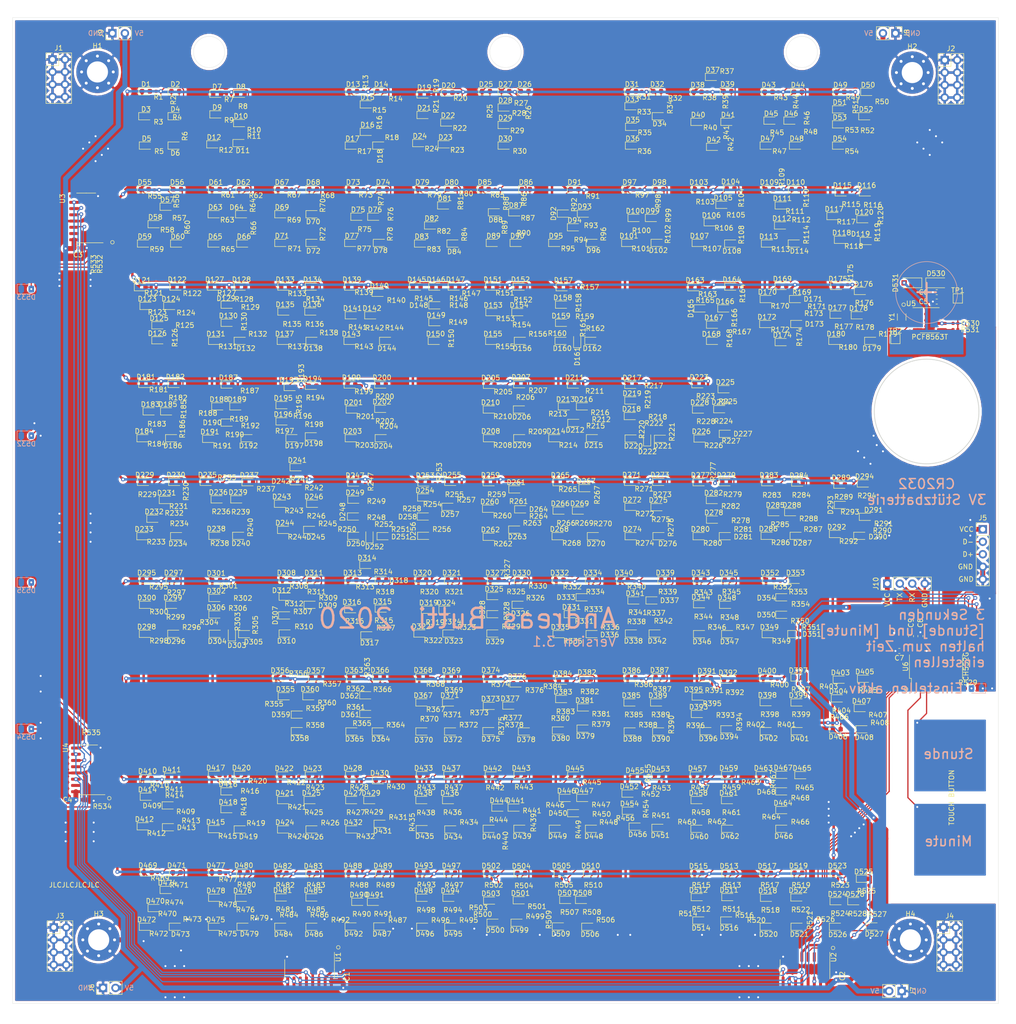
<source format=kicad_pcb>
(kicad_pcb (version 20171130) (host pcbnew 5.1.6-c6e7f7d~87~ubuntu18.04.1)
  (layers (0 F.Cu signal) (31 B.Cu signal) (34 B.Paste user) (35 F.Paste user) (36 B.SilkS user) (37 F.SilkS user) (38 B.Mask user) (39 F.Mask user) (44 Edge.Cuts user))
  (net 0 "")
  (net 1 "Net-(D1-Pad2)")
  (net 2 /1/1/-)
  (net 3 "Net-(D2-Pad2)")
  (net 4 "Net-(D3-Pad2)")
  (net 5 "Net-(D4-Pad2)")
  (net 6 "Net-(D5-Pad2)")
  (net 7 "Net-(D6-Pad2)")
  (net 8 /1/1/+)
  (net 9 "Net-(D7-Pad2)")
  (net 10 "Net-(D8-Pad2)")
  (net 11 "Net-(D9-Pad2)")
  (net 12 "Net-(D10-Pad2)")
  (net 13 "Net-(D11-Pad2)")
  (net 14 "Net-(D12-Pad2)")
  (net 15 "Net-(D13-Pad2)")
  (net 16 /4/1/-)
  (net 17 "Net-(D14-Pad2)")
  (net 18 "Net-(D15-Pad2)")
  (net 19 "Net-(D16-Pad2)")
  (net 20 "Net-(D17-Pad2)")
  (net 21 "Net-(D18-Pad2)")
  (net 22 "Net-(D19-Pad2)")
  (net 23 /5/1/-)
  (net 24 "Net-(D20-Pad2)")
  (net 25 "Net-(D21-Pad2)")
  (net 26 "Net-(D22-Pad2)")
  (net 27 "Net-(D23-Pad2)")
  (net 28 "Net-(D24-Pad2)")
  (net 29 "Net-(D25-Pad2)")
  (net 30 /6/1/-)
  (net 31 "Net-(D26-Pad2)")
  (net 32 "Net-(D27-Pad2)")
  (net 33 "Net-(D28-Pad2)")
  (net 34 "Net-(D29-Pad2)")
  (net 35 "Net-(D30-Pad2)")
  (net 36 "Net-(D31-Pad2)")
  (net 37 /8/1/-)
  (net 38 "Net-(D32-Pad2)")
  (net 39 "Net-(D33-Pad2)")
  (net 40 "Net-(D34-Pad2)")
  (net 41 "Net-(D35-Pad2)")
  (net 42 "Net-(D36-Pad2)")
  (net 43 "Net-(D37-Pad2)")
  (net 44 /9/1/-)
  (net 45 "Net-(D38-Pad2)")
  (net 46 "Net-(D39-Pad2)")
  (net 47 "Net-(D40-Pad2)")
  (net 48 "Net-(D41-Pad2)")
  (net 49 "Net-(D42-Pad2)")
  (net 50 "Net-(D43-Pad2)")
  (net 51 /10/1/-)
  (net 52 "Net-(D44-Pad2)")
  (net 53 "Net-(D45-Pad2)")
  (net 54 "Net-(D46-Pad2)")
  (net 55 "Net-(D47-Pad2)")
  (net 56 "Net-(D48-Pad2)")
  (net 57 "Net-(D49-Pad2)")
  (net 58 /11/1/-)
  (net 59 "Net-(D50-Pad2)")
  (net 60 "Net-(D51-Pad2)")
  (net 61 "Net-(D52-Pad2)")
  (net 62 "Net-(D53-Pad2)")
  (net 63 "Net-(D54-Pad2)")
  (net 64 "Net-(D55-Pad2)")
  (net 65 "Net-(D56-Pad2)")
  (net 66 "Net-(D57-Pad2)")
  (net 67 "Net-(D58-Pad2)")
  (net 68 "Net-(D59-Pad2)")
  (net 69 "Net-(D60-Pad2)")
  (net 70 /1/2/+)
  (net 71 "Net-(D61-Pad2)")
  (net 72 "Net-(D62-Pad2)")
  (net 73 "Net-(D63-Pad2)")
  (net 74 "Net-(D64-Pad2)")
  (net 75 "Net-(D65-Pad2)")
  (net 76 "Net-(D66-Pad2)")
  (net 77 "Net-(D67-Pad2)")
  (net 78 /3/2/-)
  (net 79 "Net-(D68-Pad2)")
  (net 80 "Net-(D69-Pad2)")
  (net 81 "Net-(D70-Pad2)")
  (net 82 "Net-(D71-Pad2)")
  (net 83 "Net-(D72-Pad2)")
  (net 84 "Net-(D73-Pad2)")
  (net 85 "Net-(D74-Pad2)")
  (net 86 "Net-(D75-Pad2)")
  (net 87 "Net-(D76-Pad2)")
  (net 88 "Net-(D77-Pad2)")
  (net 89 "Net-(D78-Pad2)")
  (net 90 "Net-(D79-Pad2)")
  (net 91 "Net-(D80-Pad2)")
  (net 92 "Net-(D81-Pad2)")
  (net 93 "Net-(D82-Pad2)")
  (net 94 "Net-(D83-Pad2)")
  (net 95 "Net-(D84-Pad2)")
  (net 96 "Net-(D85-Pad2)")
  (net 97 "Net-(D86-Pad2)")
  (net 98 "Net-(D87-Pad2)")
  (net 99 "Net-(D88-Pad2)")
  (net 100 "Net-(D89-Pad2)")
  (net 101 "Net-(D90-Pad2)")
  (net 102 "Net-(D91-Pad2)")
  (net 103 /7/2/-)
  (net 104 "Net-(D92-Pad2)")
  (net 105 "Net-(D93-Pad2)")
  (net 106 "Net-(D94-Pad2)")
  (net 107 "Net-(D95-Pad2)")
  (net 108 "Net-(D96-Pad2)")
  (net 109 "Net-(D97-Pad2)")
  (net 110 "Net-(D98-Pad2)")
  (net 111 "Net-(D99-Pad2)")
  (net 112 "Net-(D100-Pad2)")
  (net 113 "Net-(D101-Pad2)")
  (net 114 "Net-(D102-Pad2)")
  (net 115 "Net-(D103-Pad2)")
  (net 116 "Net-(D104-Pad2)")
  (net 117 "Net-(D105-Pad2)")
  (net 118 "Net-(D106-Pad2)")
  (net 119 "Net-(D107-Pad2)")
  (net 120 "Net-(D108-Pad2)")
  (net 121 "Net-(D109-Pad2)")
  (net 122 "Net-(D110-Pad2)")
  (net 123 "Net-(D111-Pad2)")
  (net 124 "Net-(D112-Pad2)")
  (net 125 "Net-(D113-Pad2)")
  (net 126 "Net-(D114-Pad2)")
  (net 127 "Net-(D115-Pad2)")
  (net 128 "Net-(D116-Pad2)")
  (net 129 "Net-(D117-Pad2)")
  (net 130 "Net-(D118-Pad2)")
  (net 131 "Net-(D119-Pad2)")
  (net 132 "Net-(D120-Pad2)")
  (net 133 "Net-(D121-Pad2)")
  (net 134 "Net-(D122-Pad2)")
  (net 135 "Net-(D123-Pad2)")
  (net 136 "Net-(D124-Pad2)")
  (net 137 "Net-(D125-Pad2)")
  (net 138 "Net-(D126-Pad2)")
  (net 139 /1/3/+)
  (net 140 GND)
  (net 141 VCC)
  (net 142 "Net-(D127-Pad2)")
  (net 143 "Net-(D128-Pad2)")
  (net 144 "Net-(D129-Pad2)")
  (net 145 "Net-(D130-Pad2)")
  (net 146 "Net-(D131-Pad2)")
  (net 147 "Net-(D132-Pad2)")
  (net 148 /2/1/-)
  (net 149 "Net-(D133-Pad2)")
  (net 150 "Net-(D134-Pad2)")
  (net 151 "Net-(D135-Pad2)")
  (net 152 "Net-(D136-Pad2)")
  (net 153 "Net-(D137-Pad2)")
  (net 154 "Net-(D138-Pad2)")
  (net 155 "Net-(D139-Pad2)")
  (net 156 "Net-(D140-Pad2)")
  (net 157 "Net-(D141-Pad2)")
  (net 158 "Net-(D142-Pad2)")
  (net 159 "Net-(D143-Pad2)")
  (net 160 "Net-(D144-Pad2)")
  (net 161 "Net-(D145-Pad2)")
  (net 162 "Net-(D146-Pad2)")
  (net 163 "Net-(D147-Pad2)")
  (net 164 "Net-(D148-Pad2)")
  (net 165 "Net-(D149-Pad2)")
  (net 166 "Net-(D150-Pad2)")
  (net 167 "Net-(D151-Pad2)")
  (net 168 "Net-(D152-Pad2)")
  (net 169 "Net-(D153-Pad2)")
  (net 170 "Net-(D154-Pad2)")
  (net 171 "Net-(D155-Pad2)")
  (net 172 "Net-(D156-Pad2)")
  (net 173 "Net-(D157-Pad2)")
  (net 174 "Net-(D158-Pad2)")
  (net 175 "Net-(D159-Pad2)")
  (net 176 "Net-(D160-Pad2)")
  (net 177 "Net-(D161-Pad2)")
  (net 178 "Net-(D162-Pad2)")
  (net 179 "Net-(D163-Pad2)")
  (net 180 "Net-(D164-Pad2)")
  (net 181 "Net-(D165-Pad2)")
  (net 182 "Net-(D166-Pad2)")
  (net 183 "Net-(D167-Pad2)")
  (net 184 "Net-(D168-Pad2)")
  (net 185 "Net-(D169-Pad2)")
  (net 186 "Net-(D170-Pad2)")
  (net 187 "Net-(D171-Pad2)")
  (net 188 "Net-(D172-Pad2)")
  (net 189 "Net-(D173-Pad2)")
  (net 190 "Net-(D174-Pad2)")
  (net 191 "Net-(D175-Pad2)")
  (net 192 "Net-(D176-Pad2)")
  (net 193 "Net-(D177-Pad2)")
  (net 194 "Net-(D178-Pad2)")
  (net 195 "Net-(D179-Pad2)")
  (net 196 "Net-(D180-Pad2)")
  (net 197 "Net-(D181-Pad2)")
  (net 198 "Net-(D182-Pad2)")
  (net 199 "Net-(D183-Pad2)")
  (net 200 "Net-(D184-Pad2)")
  (net 201 "Net-(D185-Pad2)")
  (net 202 "Net-(D186-Pad2)")
  (net 203 /1/4/+)
  (net 204 "Net-(D187-Pad2)")
  (net 205 "Net-(D188-Pad2)")
  (net 206 "Net-(D189-Pad2)")
  (net 207 "Net-(D190-Pad2)")
  (net 208 "Net-(D191-Pad2)")
  (net 209 "Net-(D192-Pad2)")
  (net 210 "Net-(D193-Pad2)")
  (net 211 "Net-(D194-Pad2)")
  (net 212 "Net-(D195-Pad2)")
  (net 213 "Net-(D196-Pad2)")
  (net 214 "Net-(D197-Pad2)")
  (net 215 "Net-(D198-Pad2)")
  (net 216 "Net-(D199-Pad2)")
  (net 217 "Net-(D200-Pad2)")
  (net 218 "Net-(D201-Pad2)")
  (net 219 "Net-(D202-Pad2)")
  (net 220 "Net-(D203-Pad2)")
  (net 221 "Net-(D204-Pad2)")
  (net 222 "Net-(D205-Pad2)")
  (net 223 "Net-(D206-Pad2)")
  (net 224 "Net-(D207-Pad2)")
  (net 225 "Net-(D208-Pad2)")
  (net 226 "Net-(D209-Pad2)")
  (net 227 "Net-(D210-Pad2)")
  (net 228 "Net-(D211-Pad2)")
  (net 229 "Net-(D212-Pad2)")
  (net 230 "Net-(D213-Pad2)")
  (net 231 "Net-(D214-Pad2)")
  (net 232 "Net-(D215-Pad2)")
  (net 233 "Net-(D216-Pad2)")
  (net 234 "Net-(D217-Pad2)")
  (net 235 "Net-(D218-Pad2)")
  (net 236 "Net-(D219-Pad2)")
  (net 237 "Net-(D220-Pad2)")
  (net 238 "Net-(D221-Pad2)")
  (net 239 "Net-(D222-Pad2)")
  (net 240 "Net-(D223-Pad2)")
  (net 241 "Net-(D224-Pad2)")
  (net 242 "Net-(D225-Pad2)")
  (net 243 "Net-(D226-Pad2)")
  (net 244 "Net-(D227-Pad2)")
  (net 245 "Net-(D228-Pad2)")
  (net 246 "Net-(D229-Pad2)")
  (net 247 "Net-(D230-Pad2)")
  (net 248 "Net-(D231-Pad2)")
  (net 249 "Net-(D232-Pad2)")
  (net 250 "Net-(D233-Pad2)")
  (net 251 "Net-(D234-Pad2)")
  (net 252 /1/5/+)
  (net 253 "Net-(D235-Pad2)")
  (net 254 "Net-(D236-Pad2)")
  (net 255 "Net-(D237-Pad2)")
  (net 256 "Net-(D238-Pad2)")
  (net 257 "Net-(D239-Pad2)")
  (net 258 "Net-(D240-Pad2)")
  (net 259 "Net-(D241-Pad2)")
  (net 260 "Net-(D242-Pad2)")
  (net 261 "Net-(D243-Pad2)")
  (net 262 "Net-(D244-Pad2)")
  (net 263 "Net-(D245-Pad2)")
  (net 264 "Net-(D246-Pad2)")
  (net 265 "Net-(D247-Pad2)")
  (net 266 "Net-(D248-Pad2)")
  (net 267 "Net-(D249-Pad2)")
  (net 268 "Net-(D250-Pad2)")
  (net 269 "Net-(D251-Pad2)")
  (net 270 "Net-(D252-Pad2)")
  (net 271 "Net-(D253-Pad2)")
  (net 272 "Net-(D254-Pad2)")
  (net 273 "Net-(D255-Pad2)")
  (net 274 "Net-(D256-Pad2)")
  (net 275 "Net-(D257-Pad2)")
  (net 276 "Net-(D258-Pad2)")
  (net 277 "Net-(D259-Pad2)")
  (net 278 "Net-(D260-Pad2)")
  (net 279 "Net-(D261-Pad2)")
  (net 280 "Net-(D262-Pad2)")
  (net 281 "Net-(D263-Pad2)")
  (net 282 "Net-(D264-Pad2)")
  (net 283 "Net-(D265-Pad2)")
  (net 284 "Net-(D266-Pad2)")
  (net 285 "Net-(D267-Pad2)")
  (net 286 "Net-(D268-Pad2)")
  (net 287 "Net-(D269-Pad2)")
  (net 288 "Net-(D270-Pad2)")
  (net 289 "Net-(D271-Pad2)")
  (net 290 "Net-(D272-Pad2)")
  (net 291 "Net-(D273-Pad2)")
  (net 292 "Net-(D274-Pad2)")
  (net 293 "Net-(D275-Pad2)")
  (net 294 "Net-(D276-Pad2)")
  (net 295 "Net-(D277-Pad2)")
  (net 296 "Net-(D278-Pad2)")
  (net 297 "Net-(D279-Pad2)")
  (net 298 "Net-(D280-Pad2)")
  (net 299 "Net-(D281-Pad2)")
  (net 300 "Net-(D282-Pad2)")
  (net 301 "Net-(D283-Pad2)")
  (net 302 "Net-(D284-Pad2)")
  (net 303 "Net-(D285-Pad2)")
  (net 304 "Net-(D286-Pad2)")
  (net 305 "Net-(D287-Pad2)")
  (net 306 "Net-(D288-Pad2)")
  (net 307 "Net-(D289-Pad2)")
  (net 308 "Net-(D290-Pad2)")
  (net 309 "Net-(D291-Pad2)")
  (net 310 "Net-(D292-Pad2)")
  (net 311 "Net-(D293-Pad2)")
  (net 312 "Net-(D294-Pad2)")
  (net 313 "Net-(D295-Pad2)")
  (net 314 "Net-(D296-Pad2)")
  (net 315 "Net-(D297-Pad2)")
  (net 316 "Net-(D298-Pad2)")
  (net 317 "Net-(D299-Pad2)")
  (net 318 "Net-(D300-Pad2)")
  (net 319 "Net-(D301-Pad2)")
  (net 320 "Net-(D302-Pad2)")
  (net 321 "Net-(D303-Pad2)")
  (net 322 "Net-(D304-Pad2)")
  (net 323 "Net-(D305-Pad2)")
  (net 324 "Net-(D306-Pad2)")
  (net 325 /1/6/+)
  (net 326 "Net-(D307-Pad2)")
  (net 327 "Net-(D308-Pad2)")
  (net 328 "Net-(D309-Pad2)")
  (net 329 "Net-(D310-Pad2)")
  (net 330 "Net-(D311-Pad2)")
  (net 331 "Net-(D312-Pad2)")
  (net 332 "Net-(D313-Pad2)")
  (net 333 "Net-(D314-Pad2)")
  (net 334 "Net-(D315-Pad2)")
  (net 335 "Net-(D316-Pad2)")
  (net 336 "Net-(D317-Pad2)")
  (net 337 "Net-(D318-Pad2)")
  (net 338 "Net-(D319-Pad2)")
  (net 339 "Net-(D320-Pad2)")
  (net 340 "Net-(D321-Pad2)")
  (net 341 "Net-(D322-Pad2)")
  (net 342 "Net-(D323-Pad2)")
  (net 343 "Net-(D324-Pad2)")
  (net 344 "Net-(D325-Pad2)")
  (net 345 "Net-(D326-Pad2)")
  (net 346 "Net-(D327-Pad2)")
  (net 347 "Net-(D328-Pad2)")
  (net 348 "Net-(D329-Pad2)")
  (net 349 "Net-(D330-Pad2)")
  (net 350 "Net-(D331-Pad2)")
  (net 351 "Net-(D332-Pad2)")
  (net 352 "Net-(D333-Pad2)")
  (net 353 "Net-(D334-Pad2)")
  (net 354 "Net-(D335-Pad2)")
  (net 355 "Net-(D336-Pad2)")
  (net 356 "Net-(D337-Pad2)")
  (net 357 "Net-(D338-Pad2)")
  (net 358 "Net-(D339-Pad2)")
  (net 359 "Net-(D340-Pad2)")
  (net 360 "Net-(D341-Pad2)")
  (net 361 "Net-(D342-Pad2)")
  (net 362 "Net-(D343-Pad2)")
  (net 363 "Net-(D344-Pad2)")
  (net 364 "Net-(D345-Pad2)")
  (net 365 "Net-(D346-Pad2)")
  (net 366 "Net-(D347-Pad2)")
  (net 367 "Net-(D348-Pad2)")
  (net 368 "Net-(D349-Pad2)")
  (net 369 "Net-(D350-Pad2)")
  (net 370 "Net-(D351-Pad2)")
  (net 371 "Net-(D352-Pad2)")
  (net 372 "Net-(D353-Pad2)")
  (net 373 "Net-(D354-Pad2)")
  (net 374 "Net-(D355-Pad2)")
  (net 375 "Net-(D356-Pad2)")
  (net 376 "Net-(D357-Pad2)")
  (net 377 "Net-(D358-Pad2)")
  (net 378 "Net-(D359-Pad2)")
  (net 379 "Net-(D360-Pad2)")
  (net 380 "Net-(D361-Pad2)")
  (net 381 "Net-(D362-Pad2)")
  (net 382 "Net-(D363-Pad2)")
  (net 383 "Net-(D364-Pad2)")
  (net 384 "Net-(D365-Pad2)")
  (net 385 "Net-(D366-Pad2)")
  (net 386 "Net-(D367-Pad2)")
  (net 387 "Net-(D368-Pad2)")
  (net 388 "Net-(D369-Pad2)")
  (net 389 "Net-(D370-Pad2)")
  (net 390 "Net-(D371-Pad2)")
  (net 391 "Net-(D372-Pad2)")
  (net 392 "Net-(D373-Pad2)")
  (net 393 "Net-(D374-Pad2)")
  (net 394 "Net-(D375-Pad2)")
  (net 395 "Net-(D376-Pad2)")
  (net 396 "Net-(D377-Pad2)")
  (net 397 "Net-(D378-Pad2)")
  (net 398 "Net-(D379-Pad2)")
  (net 399 "Net-(D380-Pad2)")
  (net 400 "Net-(D381-Pad2)")
  (net 401 "Net-(D382-Pad2)")
  (net 402 "Net-(D383-Pad2)")
  (net 403 "Net-(D384-Pad2)")
  (net 404 "Net-(D385-Pad2)")
  (net 405 "Net-(D386-Pad2)")
  (net 406 "Net-(D387-Pad2)")
  (net 407 "Net-(D388-Pad2)")
  (net 408 "Net-(D389-Pad2)")
  (net 409 "Net-(D390-Pad2)")
  (net 410 "Net-(D391-Pad2)")
  (net 411 "Net-(D392-Pad2)")
  (net 412 "Net-(D393-Pad2)")
  (net 413 "Net-(D394-Pad2)")
  (net 414 "Net-(D395-Pad2)")
  (net 415 "Net-(D396-Pad2)")
  (net 416 "Net-(D397-Pad2)")
  (net 417 "Net-(D398-Pad2)")
  (net 418 "Net-(D399-Pad2)")
  (net 419 "Net-(D400-Pad2)")
  (net 420 "Net-(D401-Pad2)")
  (net 421 "Net-(D402-Pad2)")
  (net 422 /10/7/+)
  (net 423 "Net-(D409-Pad2)")
  (net 424 "Net-(D410-Pad2)")
  (net 425 "Net-(D411-Pad2)")
  (net 426 "Net-(D412-Pad2)")
  (net 427 "Net-(D413-Pad2)")
  (net 428 "Net-(D414-Pad2)")
  (net 429 "Net-(D415-Pad2)")
  (net 430 "Net-(D416-Pad2)")
  (net 431 "Net-(D417-Pad2)")
  (net 432 "Net-(D418-Pad2)")
  (net 433 "Net-(D419-Pad2)")
  (net 434 "Net-(D420-Pad2)")
  (net 435 "Net-(D421-Pad2)")
  (net 436 "Net-(D422-Pad2)")
  (net 437 "Net-(D423-Pad2)")
  (net 438 "Net-(D424-Pad2)")
  (net 439 "Net-(D425-Pad2)")
  (net 440 "Net-(D426-Pad2)")
  (net 441 "Net-(D427-Pad2)")
  (net 442 "Net-(D428-Pad2)")
  (net 443 "Net-(D429-Pad2)")
  (net 444 "Net-(D430-Pad2)")
  (net 445 "Net-(D431-Pad2)")
  (net 446 "Net-(D432-Pad2)")
  (net 447 "Net-(D433-Pad2)")
  (net 448 "Net-(D434-Pad2)")
  (net 449 "Net-(D435-Pad2)")
  (net 450 "Net-(D436-Pad2)")
  (net 451 "Net-(D437-Pad2)")
  (net 452 "Net-(D438-Pad2)")
  (net 453 "Net-(D439-Pad2)")
  (net 454 "Net-(D440-Pad2)")
  (net 455 "Net-(D441-Pad2)")
  (net 456 "Net-(D442-Pad2)")
  (net 457 "Net-(D443-Pad2)")
  (net 458 "Net-(D444-Pad2)")
  (net 459 "Net-(D445-Pad2)")
  (net 460 "Net-(D446-Pad2)")
  (net 461 "Net-(D447-Pad2)")
  (net 462 "Net-(D448-Pad2)")
  (net 463 "Net-(D449-Pad2)")
  (net 464 "Net-(D450-Pad2)")
  (net 465 "Net-(D451-Pad2)")
  (net 466 "Net-(D452-Pad2)")
  (net 467 "Net-(D453-Pad2)")
  (net 468 "Net-(D454-Pad2)")
  (net 469 "Net-(D455-Pad2)")
  (net 470 "Net-(D456-Pad2)")
  (net 471 "Net-(D457-Pad2)")
  (net 472 "Net-(D458-Pad2)")
  (net 473 "Net-(D459-Pad2)")
  (net 474 "Net-(D460-Pad2)")
  (net 475 "Net-(D461-Pad2)")
  (net 476 "Net-(D462-Pad2)")
  (net 477 "Net-(D463-Pad2)")
  (net 478 "Net-(D464-Pad2)")
  (net 479 "Net-(D465-Pad2)")
  (net 480 "Net-(D466-Pad2)")
  (net 481 "Net-(D467-Pad2)")
  (net 482 "Net-(D468-Pad2)")
  (net 483 /1/8/+)
  (net 484 "Net-(D469-Pad2)")
  (net 485 "Net-(D470-Pad2)")
  (net 486 "Net-(D471-Pad2)")
  (net 487 "Net-(D472-Pad2)")
  (net 488 "Net-(D473-Pad2)")
  (net 489 "Net-(D474-Pad2)")
  (net 490 "Net-(D475-Pad2)")
  (net 491 "Net-(D476-Pad2)")
  (net 492 "Net-(D477-Pad2)")
  (net 493 "Net-(D478-Pad2)")
  (net 494 "Net-(D479-Pad2)")
  (net 495 "Net-(D480-Pad2)")
  (net 496 "Net-(D481-Pad2)")
  (net 497 "Net-(D482-Pad2)")
  (net 498 "Net-(D483-Pad2)")
  (net 499 "Net-(D484-Pad2)")
  (net 500 "Net-(D485-Pad2)")
  (net 501 "Net-(D486-Pad2)")
  (net 502 "Net-(D487-Pad2)")
  (net 503 "Net-(D488-Pad2)")
  (net 504 "Net-(D489-Pad2)")
  (net 505 "Net-(D490-Pad2)")
  (net 506 "Net-(D491-Pad2)")
  (net 507 "Net-(D492-Pad2)")
  (net 508 "Net-(D493-Pad2)")
  (net 509 "Net-(D494-Pad2)")
  (net 510 "Net-(D495-Pad2)")
  (net 511 "Net-(D496-Pad2)")
  (net 512 "Net-(D497-Pad2)")
  (net 513 "Net-(D498-Pad2)")
  (net 514 "Net-(D499-Pad2)")
  (net 515 "Net-(D500-Pad2)")
  (net 516 "Net-(D501-Pad2)")
  (net 517 "Net-(D502-Pad2)")
  (net 518 "Net-(D503-Pad2)")
  (net 519 "Net-(D504-Pad2)")
  (net 520 "Net-(D505-Pad2)")
  (net 521 "Net-(D506-Pad2)")
  (net 522 "Net-(D507-Pad2)")
  (net 523 "Net-(D508-Pad2)")
  (net 524 "Net-(D509-Pad2)")
  (net 525 "Net-(D510-Pad2)")
  (net 526 "Net-(D511-Pad2)")
  (net 527 "Net-(D512-Pad2)")
  (net 528 "Net-(D513-Pad2)")
  (net 529 "Net-(D514-Pad2)")
  (net 530 "Net-(D515-Pad2)")
  (net 531 "Net-(D516-Pad2)")
  (net 532 "Net-(D517-Pad2)")
  (net 533 "Net-(D518-Pad2)")
  (net 534 "Net-(D519-Pad2)")
  (net 535 "Net-(D520-Pad2)")
  (net 536 "Net-(D521-Pad2)")
  (net 537 "Net-(D522-Pad2)")
  (net 538 "Net-(D523-Pad2)")
  (net 539 "Net-(D524-Pad2)")
  (net 540 "Net-(D525-Pad2)")
  (net 541 "Net-(D526-Pad2)")
  (net 542 "Net-(D527-Pad2)")
  (net 543 "Net-(D528-Pad2)")
  (net 544 /sheet605F1288/+)
  (net 545 "Net-(D403-Pad2)")
  (net 546 "Net-(D404-Pad2)")
  (net 547 "Net-(D405-Pad2)")
  (net 548 "Net-(D406-Pad2)")
  (net 549 "Net-(D407-Pad2)")
  (net 550 "Net-(D408-Pad2)")
  (net 551 "Net-(D529-Pad2)")
  (net 552 /LED_SETUP)
  (net 553 "Net-(C5-Pad1)")
  (net 554 /SCL)
  (net 555 /SDA)
  (net 556 "Net-(TP1-Pad1)")
  (net 557 "Net-(TP2-Pad1)")
  (net 558 "Net-(U5-Pad2)")
  (net 559 "Net-(U5-Pad1)")
  (net 560 /BAT+)
  (net 561 /SER1)
  (net 562 /RCLK)
  (net 563 /SRCLK)
  (net 564 /SRCLR)
  (net 565 /SER2)
  (net 566 /SER3)
  (net 567 +3V3)
  (net 568 /CH552G-Controller/D+)
  (net 569 /CH552G-Controller/D-)
  (net 570 /CH552G-Controller/TOUCH1)
  (net 571 /CH552G-Controller/TOUCH2)
  (net 572 /SER)
  (net 573 "Net-(D532-Pad2)")
  (net 574 "Net-(D533-Pad2)")
  (net 575 "Net-(D534-Pad2)")
  (net 576 "Net-(D535-Pad2)")
  (net 577 /LED_M1)
  (net 578 /LED_M2)
  (net 579 /LED_M3)
  (net 580 /LED_M4)
  (net 581 /CH552G-Controller/P3.0)
  (net 582 /CH552G-Controller/P3.1)
  (module Connector_PinHeader_2.54mm:PinHeader_1x04_P2.54mm_Vertical (layer F.Cu) (at 211.074 133.604 90)
    (fp_text reference J10 (at 0 -2.33 90) (layer F.SilkS))
    (fp_text value Conn_01x04)
    (pad 4 thru_hole oval (at 0 7.62 90) (size 1.7 1.7) (drill 1) (layers *.Cu *.Mask) (net 140 GND))
    (pad 3 thru_hole oval (at 0 5.08 90) (size 1.7 1.7) (drill 1) (layers *.Cu *.Mask) (net 581 /CH552G-Controller/P3.0))
    (pad 2 thru_hole oval (at 0 2.54 90) (size 1.7 1.7) (drill 1) (layers *.Cu *.Mask) (net 582 /CH552G-Controller/P3.1))
    (pad 1 thru_hole rect (at 0 0 90) (size 1.7 1.7) (drill 1) (layers *.Cu *.Mask) (net 141 VCC))
  )
  (module Resistor_SMD:R_0402_1005Metric (layer F.Cu) (at 49.045 165.1)
    (fp_text reference R535 (at 0 -1.17) (layer F.SilkS))
    (fp_text value 1kΩ)
    (pad 2 smd roundrect (at 0.485 0) (size 0.59 0.64) (layers F.Cu F.Paste F.Mask) (net 576 "Net-(D535-Pad2)"))
    (pad 1 smd roundrect (at -0.485 0) (size 0.59 0.64) (layers F.Cu F.Paste F.Mask) (net 580 /LED_M4))
  )
  (module Resistor_SMD:R_0402_1005Metric (layer F.Cu) (at 51.285 177.8 180)
    (fp_text reference R534 (at 0 -1.17) (layer F.SilkS))
    (fp_text value 1kΩ)
    (pad 2 smd roundrect (at 0.485 0 180) (size 0.59 0.64) (layers F.Cu F.Paste F.Mask) (net 575 "Net-(D534-Pad2)"))
    (pad 1 smd roundrect (at -0.485 0 180) (size 0.59 0.64) (layers F.Cu F.Paste F.Mask) (net 579 /LED_M3))
  )
  (module Resistor_SMD:R_0402_1005Metric (layer F.Cu) (at 49.53 65.555 270)
    (fp_text reference R533 (at 3.025 0 90) (layer F.SilkS))
    (fp_text value 1kΩ)
    (pad 2 smd roundrect (at 0.485 0 270) (size 0.59 0.64) (layers F.Cu F.Paste F.Mask) (net 574 "Net-(D533-Pad2)"))
    (pad 1 smd roundrect (at -0.485 0 270) (size 0.59 0.64) (layers F.Cu F.Paste F.Mask) (net 578 /LED_M2))
  )
  (module Resistor_SMD:R_0402_1005Metric (layer F.Cu) (at 50.8 65.555 270)
    (fp_text reference R532 (at 3.025 0 90) (layer F.SilkS))
    (fp_text value 1kΩ)
    (pad 2 smd roundrect (at 0.485 0 270) (size 0.59 0.64) (layers F.Cu F.Paste F.Mask) (net 573 "Net-(D532-Pad2)"))
    (pad 1 smd roundrect (at -0.485 0 270) (size 0.59 0.64) (layers F.Cu F.Paste F.Mask) (net 577 /LED_M1))
  )
  (module LED_SMD:LED_0805_2012Metric_Pad1.15x1.40mm_HandSolder (layer B.Cu) (at 35.805 133.35)
    (fp_text reference D535 (at 0 1.65) (layer B.SilkS) (effects (justify mirror)))
    (fp_text value blue)
    (pad 2 smd roundrect (at 1.025 0) (size 1.15 1.4) (layers B.Cu B.Paste B.Mask) (roundrect_rratio 0.217391) (net 576 "Net-(D535-Pad2)"))
    (pad 1 smd roundrect (at -1.025 0) (size 1.15 1.4) (layers B.Cu B.Paste B.Mask) (roundrect_rratio 0.217391) (net 140 GND))
  )
  (module LED_SMD:LED_0805_2012Metric_Pad1.15x1.40mm_HandSolder (layer B.Cu) (at 35.805 163.195)
    (fp_text reference D534 (at 0 1.65) (layer B.SilkS) (effects (justify mirror)))
    (fp_text value blue)
    (pad 2 smd roundrect (at 1.025 0) (size 1.15 1.4) (layers B.Cu B.Paste B.Mask) (roundrect_rratio 0.217391) (net 575 "Net-(D534-Pad2)"))
    (pad 1 smd roundrect (at -1.025 0) (size 1.15 1.4) (layers B.Cu B.Paste B.Mask) (roundrect_rratio 0.217391) (net 140 GND))
  )
  (module LED_SMD:LED_0805_2012Metric_Pad1.15x1.40mm_HandSolder (layer B.Cu) (at 35.805 73.66)
    (fp_text reference D533 (at 0 1.65) (layer B.SilkS) (effects (justify mirror)))
    (fp_text value blue)
    (pad 2 smd roundrect (at 1.025 0) (size 1.15 1.4) (layers B.Cu B.Paste B.Mask) (roundrect_rratio 0.217391) (net 574 "Net-(D533-Pad2)"))
    (pad 1 smd roundrect (at -1.025 0) (size 1.15 1.4) (layers B.Cu B.Paste B.Mask) (roundrect_rratio 0.217391) (net 140 GND))
  )
  (module LED_SMD:LED_0805_2012Metric_Pad1.15x1.40mm_HandSolder (layer B.Cu) (at 35.805 103.505)
    (fp_text reference D532 (at 0 1.65) (layer B.SilkS) (effects (justify mirror)))
    (fp_text value blue)
    (pad 2 smd roundrect (at 1.025 0) (size 1.15 1.4) (layers B.Cu B.Paste B.Mask) (roundrect_rratio 0.217391) (net 573 "Net-(D532-Pad2)"))
    (pad 1 smd roundrect (at -1.025 0) (size 1.15 1.4) (layers B.Cu B.Paste B.Mask) (roundrect_rratio 0.217391) (net 140 GND))
  )
  (module Resistor_SMD:R_0402_1005Metric (layer F.Cu) (at 227.48 154.94)
    (fp_text reference R529 (at 0 -1.17) (layer F.SilkS))
    (fp_text value 1kΩ)
    (pad 2 smd roundrect (at 0.485 0) (size 0.59 0.64) (layers F.Cu F.Paste F.Mask) (net 551 "Net-(D529-Pad2)"))
    (pad 1 smd roundrect (at -0.485 0) (size 0.59 0.64) (layers F.Cu F.Paste F.Mask) (net 552 /LED_SETUP))
  )
  (module Package_SO:SOP-16_4.4x10.4mm_P1.27mm (layer F.Cu) (at 220.98 150.495 90)
    (fp_text reference U6 (at 0 -6.2 90) (layer F.SilkS))
    (fp_text value CH552G (at 0 6.1 90) (layer F.SilkS))
    (pad 16 smd rect (at 3.15 -4.45 90) (size 1.3 0.8) (layers F.Cu F.Paste F.Mask) (net 567 +3V3))
    (pad 15 smd rect (at 3.15 -3.17 90) (size 1.3 0.8) (layers F.Cu F.Paste F.Mask) (net 141 VCC))
    (pad 14 smd rect (at 3.15 -1.91 90) (size 1.3 0.8) (layers F.Cu F.Paste F.Mask) (net 140 GND))
    (pad 13 smd rect (at 3.15 -0.64 90) (size 1.3 0.8) (layers F.Cu F.Paste F.Mask) (net 569 /CH552G-Controller/D-))
    (pad 12 smd rect (at 3.15 0.64 90) (size 1.3 0.8) (layers F.Cu F.Paste F.Mask) (net 568 /CH552G-Controller/D+))
    (pad 11 smd rect (at 3.15 1.91 90) (size 1.3 0.8) (layers F.Cu F.Paste F.Mask) (net 562 /RCLK))
    (pad 10 smd rect (at 3.15 3.17 90) (size 1.3 0.8) (layers F.Cu F.Paste F.Mask) (net 563 /SRCLK))
    (pad 9 smd rect (at 3.15 4.45 90) (size 1.3 0.8) (layers F.Cu F.Paste F.Mask) (net 555 /SDA))
    (pad 8 smd rect (at -3.15 4.45 90) (size 1.3 0.8) (layers F.Cu F.Paste F.Mask) (net 581 /CH552G-Controller/P3.0))
    (pad 7 smd rect (at -3.15 3.17 90) (size 1.3 0.8) (layers F.Cu F.Paste F.Mask) (net 582 /CH552G-Controller/P3.1))
    (pad 6 smd rect (at -3.15 1.91 90) (size 1.3 0.8) (layers F.Cu F.Paste F.Mask))
    (pad 5 smd rect (at -3.15 0.64 90) (size 1.3 0.8) (layers F.Cu F.Paste F.Mask) (net 554 /SCL))
    (pad 4 smd rect (at -3.15 -0.64 90) (size 1.3 0.8) (layers F.Cu F.Paste F.Mask) (net 564 /SRCLR))
    (pad 3 smd rect (at -3.15 -1.91 90) (size 1.3 0.8) (layers F.Cu F.Paste F.Mask) (net 571 /CH552G-Controller/TOUCH2))
    (pad 2 smd rect (at -3.15 -3.17 90) (size 1.3 0.8) (layers F.Cu F.Paste F.Mask) (net 570 /CH552G-Controller/TOUCH1))
    (pad 1 smd rect (at -3.15 -4.45 90) (size 1.3 0.8) (layers F.Cu F.Paste F.Mask) (net 572 /SER))
  )
  (module Connector_PinHeader_2.54mm:PinHeader_1x02_P2.54mm_Vertical (layer F.Cu) (at 53.34 21.59 90)
    (fp_text reference J9 (at 0 -2.33 90) (layer F.SilkS))
    (fp_text value Conn_01x02_Male)
    (pad 2 thru_hole oval (at 0 2.54 90) (size 1.7 1.7) (drill 1) (layers *.Cu *.Mask) (net 141 VCC))
    (pad 1 thru_hole rect (at 0 0 90) (size 1.7 1.7) (drill 1) (layers *.Cu *.Mask) (net 140 GND))
  )
  (module Connector_PinHeader_2.54mm:PinHeader_1x02_P2.54mm_Vertical (layer F.Cu) (at 212.725 21.59 270)
    (fp_text reference J8 (at 0 -2.33 90) (layer F.SilkS))
    (fp_text value Conn_01x02_Male)
    (pad 2 thru_hole oval (at 0 2.54 270) (size 1.7 1.7) (drill 1) (layers *.Cu *.Mask) (net 141 VCC))
    (pad 1 thru_hole rect (at 0 0 270) (size 1.7 1.7) (drill 1) (layers *.Cu *.Mask) (net 140 GND))
  )
  (module Connector_PinHeader_2.54mm:PinHeader_1x02_P2.54mm_Vertical (layer F.Cu) (at 213.995 216.535 270)
    (fp_text reference J7 (at 0 -2.33 90) (layer F.SilkS))
    (fp_text value Conn_01x02_Male)
    (pad 2 thru_hole oval (at 0 2.54 270) (size 1.7 1.7) (drill 1) (layers *.Cu *.Mask) (net 141 VCC))
    (pad 1 thru_hole rect (at 0 0 270) (size 1.7 1.7) (drill 1) (layers *.Cu *.Mask) (net 140 GND))
  )
  (module Connector_PinHeader_2.54mm:PinHeader_1x02_P2.54mm_Vertical (layer F.Cu) (at 51.435 215.9 90)
    (fp_text reference J6 (at 0 -2.33 90) (layer F.SilkS))
    (fp_text value Conn_01x02_Male)
    (pad 2 thru_hole oval (at 0 2.54 90) (size 1.7 1.7) (drill 1) (layers *.Cu *.Mask) (net 141 VCC))
    (pad 1 thru_hole rect (at 0 0 90) (size 1.7 1.7) (drill 1) (layers *.Cu *.Mask) (net 140 GND))
  )
  (module Connector_PinHeader_2.54mm:PinHeader_1x05_P2.54mm_Vertical (layer F.Cu) (at 230.505 122.555)
    (fp_text reference J5 (at 0 -2.33) (layer F.SilkS))
    (fp_text value Conn_01x05_Male)
    (pad 5 thru_hole oval (at 0 10.16) (size 1.7 1.7) (drill 1) (layers *.Cu *.Mask) (net 140 GND))
    (pad 4 thru_hole oval (at 0 7.62) (size 1.7 1.7) (drill 1) (layers *.Cu *.Mask) (net 140 GND))
    (pad 3 thru_hole oval (at 0 5.08) (size 1.7 1.7) (drill 1) (layers *.Cu *.Mask) (net 568 /CH552G-Controller/D+))
    (pad 2 thru_hole oval (at 0 2.54) (size 1.7 1.7) (drill 1) (layers *.Cu *.Mask) (net 569 /CH552G-Controller/D-))
    (pad 1 thru_hole rect (at 0 0) (size 1.7 1.7) (drill 1) (layers *.Cu *.Mask) (net 141 VCC))
  )
  (module Capacitor_SMD:C_0603_1608Metric (layer F.Cu) (at 215.9 144.2975 90)
    (fp_text reference C9 (at 2.6925 0 90) (layer F.SilkS))
    (fp_text value 1µF)
    (pad 2 smd roundrect (at 0.7875 0 90) (size 0.875 0.95) (layers F.Cu F.Paste F.Mask) (net 140 GND))
    (pad 1 smd roundrect (at -0.7875 0 90) (size 0.875 0.95) (layers F.Cu F.Paste F.Mask) (net 141 VCC))
  )
  (module Capacitor_SMD:C_0603_1608Metric (layer F.Cu) (at 217.805 144.2975 90)
    (fp_text reference C8 (at 2.6925 0 90) (layer F.SilkS))
    (fp_text value 100nF)
    (pad 2 smd roundrect (at 0.7875 0 90) (size 0.875 0.95) (layers F.Cu F.Paste F.Mask) (net 140 GND))
    (pad 1 smd roundrect (at -0.7875 0 90) (size 0.875 0.95) (layers F.Cu F.Paste F.Mask) (net 141 VCC))
  )
  (module Capacitor_SMD:C_0603_1608Metric (layer F.Cu) (at 213.5125 147.32 180)
    (fp_text reference C7 (at 0 -1.43) (layer F.SilkS))
    (fp_text value 100nF)
    (pad 2 smd roundrect (at 0.7875 0 180) (size 0.875 0.95) (layers F.Cu F.Paste F.Mask) (net 140 GND))
    (pad 1 smd roundrect (at -0.7875 0 180) (size 0.875 0.95) (layers F.Cu F.Paste F.Mask) (net 567 +3V3))
  )
  (module TestPoint:TestPoint_Pad_1.5x1.5mm (layer B.Cu) (at 219.075 84.455)
    (fp_text reference TP3)
    (fp_text value TestPoint)
    (pad 1 smd rect (at 0 0) (size 15 5) (layers B.Cu B.Mask) (net 560 /BAT+))
  )
  (module Capacitor_SMD:C_0603_1608Metric (layer F.Cu) (at 221.1325 74.295 180)
    (fp_text reference C6 (at 2.6925 0) (layer F.SilkS))
    (fp_text value 1µF)
    (pad 2 smd roundrect (at 0.7875 0 180) (size 0.875 0.95) (layers F.Cu F.Paste F.Mask) (net 140 GND))
    (pad 1 smd roundrect (at -0.7875 0 180) (size 0.875 0.95) (layers F.Cu F.Paste F.Mask) (net 553 "Net-(C5-Pad1)"))
  )
  (module Crystal:Crystal_SMD_3215-2Pin_3.2x1.5mm (layer F.Cu) (at 213.995 79.355 90)
    (fp_text reference Y1 (at 0 -2 90) (layer F.SilkS))
    (fp_text value Crystal)
    (pad 2 smd rect (at -1.25 0 90) (size 1 1.8) (layers F.Cu F.Paste F.Mask) (net 558 "Net-(U5-Pad2)"))
    (pad 1 smd rect (at 1.25 0 90) (size 1 1.8) (layers F.Cu F.Paste F.Mask) (net 559 "Net-(U5-Pad1)"))
  )
  (module Package_SO:SOIC-8_3.9x4.9mm_P1.27mm (layer F.Cu) (at 219.71 80.01)
    (fp_text reference U5 (at -3.81 -3.4) (layer F.SilkS))
    (fp_text value PCF8563T (at 0 3.4) (layer F.SilkS))
    (pad 8 smd roundrect (at 2.475 -1.905) (size 1.95 0.6) (layers F.Cu F.Paste F.Mask) (net 553 "Net-(C5-Pad1)"))
    (pad 7 smd roundrect (at 2.475 -0.635) (size 1.95 0.6) (layers F.Cu F.Paste F.Mask) (net 556 "Net-(TP1-Pad1)"))
    (pad 6 smd roundrect (at 2.475 0.635) (size 1.95 0.6) (layers F.Cu F.Paste F.Mask) (net 554 /SCL))
    (pad 5 smd roundrect (at 2.475 1.905) (size 1.95 0.6) (layers F.Cu F.Paste F.Mask) (net 555 /SDA))
    (pad 4 smd roundrect (at -2.475 1.905) (size 1.95 0.6) (layers F.Cu F.Paste F.Mask) (net 140 GND))
    (pad 3 smd roundrect (at -2.475 0.635) (size 1.95 0.6) (layers F.Cu F.Paste F.Mask) (net 557 "Net-(TP2-Pad1)"))
    (pad 2 smd roundrect (at -2.475 -0.635) (size 1.95 0.6) (layers F.Cu F.Paste F.Mask) (net 558 "Net-(U5-Pad2)"))
    (pad 1 smd roundrect (at -2.475 -1.905) (size 1.95 0.6) (layers F.Cu F.Paste F.Mask) (net 559 "Net-(U5-Pad1)"))
  )
  (module TestPoint:TestPoint_Pad_1.5x1.5mm (layer F.Cu) (at 212.725 83.82)
    (fp_text reference TP2 (at 0 -1.648) (layer F.SilkS))
    (fp_text value TestPoint)
    (pad 1 smd rect (at 0 0) (size 1.5 1.5) (layers F.Cu F.Mask) (net 557 "Net-(TP2-Pad1)"))
  )
  (module TestPoint:TestPoint_Pad_1.5x1.5mm (layer F.Cu) (at 225.425 75.565)
    (fp_text reference TP1 (at 0 -1.648) (layer F.SilkS))
    (fp_text value TestPoint)
    (pad 1 smd rect (at 0 0) (size 1.5 1.5) (layers F.Cu F.Mask) (net 556 "Net-(TP1-Pad1)"))
  )
  (module Resistor_SMD:R_0402_1005Metric (layer F.Cu) (at 224.94 81.915)
    (fp_text reference R531 (at 3.025 0) (layer F.SilkS))
    (fp_text value 4.7kΩ)
    (pad 2 smd roundrect (at 0.485 0) (size 0.59 0.64) (layers F.Cu F.Paste F.Mask) (net 141 VCC))
    (pad 1 smd roundrect (at -0.485 0) (size 0.59 0.64) (layers F.Cu F.Paste F.Mask) (net 555 /SDA))
  )
  (module Resistor_SMD:R_0402_1005Metric (layer F.Cu) (at 224.94 80.645)
    (fp_text reference R530 (at 3.025 0) (layer F.SilkS))
    (fp_text value 4.7kΩ)
    (pad 2 smd roundrect (at 0.485 0) (size 0.59 0.64) (layers F.Cu F.Paste F.Mask) (net 141 VCC))
    (pad 1 smd roundrect (at -0.485 0) (size 0.59 0.64) (layers F.Cu F.Paste F.Mask) (net 554 /SCL))
  )
  (module Diode_SMD:D_SOD-123F (layer F.Cu) (at 215.9 72.39 180)
    (fp_text reference D531 (at 3.175 0 90) (layer F.SilkS))
    (fp_text value SM4007PL)
    (pad 2 smd rect (at 1.4 0 180) (size 1.1 1.1) (layers F.Cu F.Paste F.Mask) (net 560 /BAT+))
    (pad 1 smd rect (at -1.4 0 180) (size 1.1 1.1) (layers F.Cu F.Paste F.Mask) (net 553 "Net-(C5-Pad1)"))
  )
  (module Diode_SMD:D_SOD-123F (layer F.Cu) (at 221.11 72.39)
    (fp_text reference D530 (at -0.127 -1.905) (layer F.SilkS))
    (fp_text value SM4007PL)
    (pad 2 smd rect (at 1.4 0) (size 1.1 1.1) (layers F.Cu F.Paste F.Mask) (net 141 VCC))
    (pad 1 smd rect (at -1.4 0) (size 1.1 1.1) (layers F.Cu F.Paste F.Mask) (net 553 "Net-(C5-Pad1)"))
  )
  (module Capacitor_SMD:C_0603_1608Metric (layer F.Cu) (at 221.1325 76.2 180)
    (fp_text reference C5 (at 2.6925 0) (layer F.SilkS))
    (fp_text value 100nF)
    (pad 2 smd roundrect (at 0.7875 0 180) (size 0.875 0.95) (layers F.Cu F.Paste F.Mask) (net 140 GND))
    (pad 1 smd roundrect (at -0.7875 0 180) (size 0.875 0.95) (layers F.Cu F.Paste F.Mask) (net 553 "Net-(C5-Pad1)"))
  )
  (module LED_SMD:LED_0805_2012Metric_Pad1.15x1.40mm_HandSolder (layer B.Cu) (at 229.235 154.94 180)
    (fp_text reference D529 hide)
    (fp_text value blue)
    (pad 2 smd roundrect (at 1.025 0 180) (size 1.15 1.4) (layers B.Cu B.Paste B.Mask) (roundrect_rratio 0.217391) (net 551 "Net-(D529-Pad2)"))
    (pad 1 smd roundrect (at -1.025 0 180) (size 1.15 1.4) (layers B.Cu B.Paste B.Mask) (roundrect_rratio 0.217391) (net 140 GND))
  )
  (module Resistor_SMD:R_0402_1005Metric (layer F.Cu) (at 206.7155 161.925)
    (fp_text reference R408 (at 2.8345 0) (layer F.SilkS))
    (fp_text value Rled)
    (pad 2 smd roundrect (at 0.485 0) (size 0.59 0.64) (layers F.Cu F.Paste F.Mask) (net 550 "Net-(D408-Pad2)"))
    (pad 1 smd roundrect (at -0.485 0) (size 0.59 0.64) (layers F.Cu F.Paste F.Mask) (net 422 /10/7/+))
  )
  (module Resistor_SMD:R_0402_1005Metric (layer F.Cu) (at 206.375 160.274)
    (fp_text reference R407 (at 2.794 0.0635) (layer F.SilkS))
    (fp_text value Rled)
    (pad 2 smd roundrect (at 0.485 0) (size 0.59 0.64) (layers F.Cu F.Paste F.Mask) (net 549 "Net-(D407-Pad2)"))
    (pad 1 smd roundrect (at -0.485 0) (size 0.59 0.64) (layers F.Cu F.Paste F.Mask) (net 422 /10/7/+))
  )
  (module Resistor_SMD:R_0402_1005Metric (layer F.Cu) (at 201.318 161.925)
    (fp_text reference R406 (at 0 -1.17) (layer F.SilkS))
    (fp_text value Rled)
    (pad 2 smd roundrect (at 0.485 0) (size 0.59 0.64) (layers F.Cu F.Paste F.Mask) (net 548 "Net-(D406-Pad2)"))
    (pad 1 smd roundrect (at -0.485 0) (size 0.59 0.64) (layers F.Cu F.Paste F.Mask) (net 422 /10/7/+))
  )
  (module Resistor_SMD:R_0402_1005Metric (layer F.Cu) (at 207.01 154.2415)
    (fp_text reference R405 (at 0.127 1.0795) (layer F.SilkS))
    (fp_text value Rled)
    (pad 2 smd roundrect (at 0.485 0) (size 0.59 0.64) (layers F.Cu F.Paste F.Mask) (net 547 "Net-(D405-Pad2)"))
    (pad 1 smd roundrect (at -0.485 0) (size 0.59 0.64) (layers F.Cu F.Paste F.Mask) (net 422 /10/7/+))
  )
  (module Resistor_SMD:R_0402_1005Metric (layer F.Cu) (at 201.7165 158.3055)
    (fp_text reference R404 (at 0.023 1.143) (layer F.SilkS))
    (fp_text value Rled)
    (pad 2 smd roundrect (at 0.485 0) (size 0.59 0.64) (layers F.Cu F.Paste F.Mask) (net 546 "Net-(D404-Pad2)"))
    (pad 1 smd roundrect (at -0.485 0) (size 0.59 0.64) (layers F.Cu F.Paste F.Mask) (net 422 /10/7/+))
  )
  (module Resistor_SMD:R_0402_1005Metric (layer F.Cu) (at 202.08 154.4955)
    (fp_text reference R403 (at -2.944 0.0635) (layer F.SilkS))
    (fp_text value Rled)
    (pad 2 smd roundrect (at 0.485 0) (size 0.59 0.64) (layers F.Cu F.Paste F.Mask) (net 545 "Net-(D403-Pad2)"))
    (pad 1 smd roundrect (at -0.485 0) (size 0.59 0.64) (layers F.Cu F.Paste F.Mask) (net 422 /10/7/+))
  )
  (module LED_SMD:LED_0603_1608Metric (layer F.Cu) (at 206.159 163.2585)
    (fp_text reference D408 (at 0.216 1.651) (layer F.SilkS))
    (fp_text value LEDCLOCK)
    (pad 2 smd roundrect (at 0.7875 0) (size 0.875 0.95) (layers F.Cu F.Paste F.Mask) (net 550 "Net-(D408-Pad2)"))
    (pad 1 smd roundrect (at -0.7875 0) (size 0.875 0.95) (layers F.Cu F.Paste F.Mask) (net 58 /11/1/-))
  )
  (module LED_SMD:LED_0603_1608Metric (layer F.Cu) (at 205.8035 158.9405)
    (fp_text reference D407 (at 0 -1.43) (layer F.SilkS))
    (fp_text value LEDCLOCK)
    (pad 2 smd roundrect (at 0.7875 0) (size 0.875 0.95) (layers F.Cu F.Paste F.Mask) (net 549 "Net-(D407-Pad2)"))
    (pad 1 smd roundrect (at -0.7875 0) (size 0.875 0.95) (layers F.Cu F.Paste F.Mask) (net 58 /11/1/-))
  )
  (module LED_SMD:LED_0603_1608Metric (layer F.Cu) (at 200.787 163.2585)
    (fp_text reference D406 (at 0.254 1.524) (layer F.SilkS))
    (fp_text value LEDCLOCK)
    (pad 2 smd roundrect (at 0.7875 0) (size 0.875 0.95) (layers F.Cu F.Paste F.Mask) (net 548 "Net-(D406-Pad2)"))
    (pad 1 smd roundrect (at -0.7875 0) (size 0.875 0.95) (layers F.Cu F.Paste F.Mask) (net 58 /11/1/-))
  )
  (module LED_SMD:LED_0603_1608Metric (layer F.Cu) (at 206.4765 152.9715)
    (fp_text reference D405 (at 0 -1.43) (layer F.SilkS))
    (fp_text value LEDCLOCK)
    (pad 2 smd roundrect (at 0.7875 0) (size 0.875 0.95) (layers F.Cu F.Paste F.Mask) (net 547 "Net-(D405-Pad2)"))
    (pad 1 smd roundrect (at -0.7875 0) (size 0.875 0.95) (layers F.Cu F.Paste F.Mask) (net 58 /11/1/-))
  )
  (module LED_SMD:LED_0603_1608Metric (layer F.Cu) (at 201.1425 156.972)
    (fp_text reference D404 (at 0 -1.43) (layer F.SilkS))
    (fp_text value LEDCLOCK)
    (pad 2 smd roundrect (at 0.7875 0) (size 0.875 0.95) (layers F.Cu F.Paste F.Mask) (net 546 "Net-(D404-Pad2)"))
    (pad 1 smd roundrect (at -0.7875 0) (size 0.875 0.95) (layers F.Cu F.Paste F.Mask) (net 58 /11/1/-))
  )
  (module LED_SMD:LED_0603_1608Metric (layer F.Cu) (at 201.5235 153.162)
    (fp_text reference D403 (at 0 -1.43) (layer F.SilkS))
    (fp_text value LEDCLOCK)
    (pad 2 smd roundrect (at 0.7875 0) (size 0.875 0.95) (layers F.Cu F.Paste F.Mask) (net 545 "Net-(D403-Pad2)"))
    (pad 1 smd roundrect (at -0.7875 0) (size 0.875 0.95) (layers F.Cu F.Paste F.Mask) (net 58 /11/1/-))
  )
  (module Resistor_SMD:R_0402_1005Metric (layer F.Cu) (at 205.001 199.644 180)
    (fp_text reference R528 (at 0 -1.17) (layer F.SilkS))
    (fp_text value Rled)
    (pad 2 smd roundrect (at 0.485 0 180) (size 0.59 0.64) (layers F.Cu F.Paste F.Mask) (net 543 "Net-(D528-Pad2)"))
    (pad 1 smd roundrect (at -0.485 0 180) (size 0.59 0.64) (layers F.Cu F.Paste F.Mask) (net 544 /sheet605F1288/+))
  )
  (module Resistor_SMD:R_0402_1005Metric (layer F.Cu) (at 208.7475 202.057 180)
    (fp_text reference R527 (at -0.2945 1.143) (layer F.SilkS))
    (fp_text value Rled)
    (pad 2 smd roundrect (at 0.485 0 180) (size 0.59 0.64) (layers F.Cu F.Paste F.Mask) (net 542 "Net-(D527-Pad2)"))
    (pad 1 smd roundrect (at -0.485 0 180) (size 0.59 0.64) (layers F.Cu F.Paste F.Mask) (net 544 /sheet605F1288/+))
  )
  (module Resistor_SMD:R_0402_1005Metric (layer F.Cu) (at 201.295 202.057 180)
    (fp_text reference R526 (at 2.794 0.127) (layer F.SilkS))
    (fp_text value Rled)
    (pad 2 smd roundrect (at 0.485 0 180) (size 0.59 0.64) (layers F.Cu F.Paste F.Mask) (net 541 "Net-(D526-Pad2)"))
    (pad 1 smd roundrect (at -0.485 0 180) (size 0.59 0.64) (layers F.Cu F.Paste F.Mask) (net 544 /sheet605F1288/+))
  )
  (module Resistor_SMD:R_0402_1005Metric (layer F.Cu) (at 206.8195 195.0085 180)
    (fp_text reference R525 (at 0 -1.17) (layer F.SilkS))
    (fp_text value Rled)
    (pad 2 smd roundrect (at 0.485 0 180) (size 0.59 0.64) (layers F.Cu F.Paste F.Mask) (net 540 "Net-(D525-Pad2)"))
    (pad 1 smd roundrect (at -0.485 0 180) (size 0.59 0.64) (layers F.Cu F.Paste F.Mask) (net 544 /sheet605F1288/+))
  )
  (module Resistor_SMD:R_0402_1005Metric (layer F.Cu) (at 201.445 199.5805 180)
    (fp_text reference R524 (at 0 -1.17) (layer F.SilkS))
    (fp_text value Rled)
    (pad 2 smd roundrect (at 0.485 0 180) (size 0.59 0.64) (layers F.Cu F.Paste F.Mask) (net 539 "Net-(D524-Pad2)"))
    (pad 1 smd roundrect (at -0.485 0 180) (size 0.59 0.64) (layers F.Cu F.Paste F.Mask) (net 544 /sheet605F1288/+))
  )
  (module Resistor_SMD:R_0402_1005Metric (layer F.Cu) (at 201.4855 193.802 180)
    (fp_text reference R523 (at 0 -1.17) (layer F.SilkS))
    (fp_text value Rled)
    (pad 2 smd roundrect (at 0.485 0 180) (size 0.59 0.64) (layers F.Cu F.Paste F.Mask) (net 538 "Net-(D523-Pad2)"))
    (pad 1 smd roundrect (at -0.485 0 180) (size 0.59 0.64) (layers F.Cu F.Paste F.Mask) (net 544 /sheet605F1288/+))
  )
  (module Resistor_SMD:R_0402_1005Metric (layer F.Cu) (at 193.444 198.8185 180)
    (fp_text reference R522 (at 0 -1.17) (layer F.SilkS))
    (fp_text value Rled)
    (pad 2 smd roundrect (at 0.485 0 180) (size 0.59 0.64) (layers F.Cu F.Paste F.Mask) (net 537 "Net-(D522-Pad2)"))
    (pad 1 smd roundrect (at -0.485 0 180) (size 0.59 0.64) (layers F.Cu F.Paste F.Mask) (net 544 /sheet605F1288/+))
  )
  (module Resistor_SMD:R_0402_1005Metric (layer F.Cu) (at 193.5075 202.057 180)
    (fp_text reference R521 (at -1.8185 -0.0635 90) (layer F.SilkS))
    (fp_text value Rled)
    (pad 2 smd roundrect (at 0.485 0 180) (size 0.59 0.64) (layers F.Cu F.Paste F.Mask) (net 536 "Net-(D521-Pad2)"))
    (pad 1 smd roundrect (at -0.485 0 180) (size 0.59 0.64) (layers F.Cu F.Paste F.Mask) (net 544 /sheet605F1288/+))
  )
  (module Resistor_SMD:R_0402_1005Metric (layer F.Cu) (at 187.221 202.1205 180)
    (fp_text reference R520 (at 2.817 0) (layer F.SilkS))
    (fp_text value Rled)
    (pad 2 smd roundrect (at 0.485 0 180) (size 0.59 0.64) (layers F.Cu F.Paste F.Mask) (net 535 "Net-(D520-Pad2)"))
    (pad 1 smd roundrect (at -0.485 0 180) (size 0.59 0.64) (layers F.Cu F.Paste F.Mask) (net 544 /sheet605F1288/+))
  )
  (module Resistor_SMD:R_0402_1005Metric (layer F.Cu) (at 193.5075 193.802 180)
    (fp_text reference R519 (at 0 -1.17) (layer F.SilkS))
    (fp_text value Rled)
    (pad 2 smd roundrect (at 0.485 0 180) (size 0.59 0.64) (layers F.Cu F.Paste F.Mask) (net 534 "Net-(D519-Pad2)"))
    (pad 1 smd roundrect (at -0.485 0 180) (size 0.59 0.64) (layers F.Cu F.Paste F.Mask) (net 544 /sheet605F1288/+))
  )
  (module Resistor_SMD:R_0402_1005Metric (layer F.Cu) (at 187.2845 198.882 180)
    (fp_text reference R518 (at 0 -1.17) (layer F.SilkS))
    (fp_text value Rled)
    (pad 2 smd roundrect (at 0.485 0 180) (size 0.59 0.64) (layers F.Cu F.Paste F.Mask) (net 533 "Net-(D518-Pad2)"))
    (pad 1 smd roundrect (at -0.485 0 180) (size 0.59 0.64) (layers F.Cu F.Paste F.Mask) (net 544 /sheet605F1288/+))
  )
  (module Resistor_SMD:R_0402_1005Metric (layer F.Cu) (at 187.1575 193.802 180)
    (fp_text reference R517 (at 0 -1.17) (layer F.SilkS))
    (fp_text value Rled)
    (pad 2 smd roundrect (at 0.485 0 180) (size 0.59 0.64) (layers F.Cu F.Paste F.Mask) (net 532 "Net-(D517-Pad2)"))
    (pad 1 smd roundrect (at -0.485 0 180) (size 0.59 0.64) (layers F.Cu F.Paste F.Mask) (net 544 /sheet605F1288/+))
  )
  (module Resistor_SMD:R_0402_1005Metric (layer F.Cu) (at 179.1565 200.8505 180)
    (fp_text reference R516 (at -2.8345 -0.254) (layer F.SilkS))
    (fp_text value Rled)
    (pad 2 smd roundrect (at 0.485 0 180) (size 0.59 0.64) (layers F.Cu F.Paste F.Mask) (net 531 "Net-(D516-Pad2)"))
    (pad 1 smd roundrect (at -0.485 0 180) (size 0.59 0.64) (layers F.Cu F.Paste F.Mask) (net 544 /sheet605F1288/+))
  )
  (module Resistor_SMD:R_0402_1005Metric (layer F.Cu) (at 173.1875 193.802 180)
    (fp_text reference R515 (at 0 -1.17) (layer F.SilkS))
    (fp_text value Rled)
    (pad 2 smd roundrect (at 0.485 0 180) (size 0.59 0.64) (layers F.Cu F.Paste F.Mask) (net 530 "Net-(D515-Pad2)"))
    (pad 1 smd roundrect (at -0.485 0 180) (size 0.59 0.64) (layers F.Cu F.Paste F.Mask) (net 544 /sheet605F1288/+))
  )
  (module Resistor_SMD:R_0402_1005Metric (layer F.Cu) (at 173.505 200.8505 180)
    (fp_text reference R514 (at 3.0075 0.0635) (layer F.SilkS))
    (fp_text value Rled)
    (pad 2 smd roundrect (at 0.485 0 180) (size 0.59 0.64) (layers F.Cu F.Paste F.Mask) (net 529 "Net-(D514-Pad2)"))
    (pad 1 smd roundrect (at -0.485 0 180) (size 0.59 0.64) (layers F.Cu F.Paste F.Mask) (net 544 /sheet605F1288/+))
  )
  (module Resistor_SMD:R_0402_1005Metric (layer F.Cu) (at 179.4105 193.802 180)
    (fp_text reference R513 (at 0 -1.17) (layer F.SilkS))
    (fp_text value Rled)
    (pad 2 smd roundrect (at 0.485 0 180) (size 0.59 0.64) (layers F.Cu F.Paste F.Mask) (net 528 "Net-(D513-Pad2)"))
    (pad 1 smd roundrect (at -0.485 0 180) (size 0.59 0.64) (layers F.Cu F.Paste F.Mask) (net 544 /sheet605F1288/+))
  )
  (module Resistor_SMD:R_0402_1005Metric (layer F.Cu) (at 173.1875 198.6915 180)
    (fp_text reference R512 (at 0 -1.17) (layer F.SilkS))
    (fp_text value Rled)
    (pad 2 smd roundrect (at 0.485 0 180) (size 0.59 0.64) (layers F.Cu F.Paste F.Mask) (net 527 "Net-(D512-Pad2)"))
    (pad 1 smd roundrect (at -0.485 0 180) (size 0.59 0.64) (layers F.Cu F.Paste F.Mask) (net 544 /sheet605F1288/+))
  )
  (module Resistor_SMD:R_0402_1005Metric (layer F.Cu) (at 179.4105 198.6915 180)
    (fp_text reference R511 (at 0 -1.17) (layer F.SilkS))
    (fp_text value Rled)
    (pad 2 smd roundrect (at 0.485 0 180) (size 0.59 0.64) (layers F.Cu F.Paste F.Mask) (net 526 "Net-(D511-Pad2)"))
    (pad 1 smd roundrect (at -0.485 0 180) (size 0.59 0.64) (layers F.Cu F.Paste F.Mask) (net 544 /sheet605F1288/+))
  )
  (module Resistor_SMD:R_0402_1005Metric (layer F.Cu) (at 151.2165 193.802 180)
    (fp_text reference R510 (at 0 -1.17) (layer F.SilkS))
    (fp_text value Rled)
    (pad 2 smd roundrect (at 0.485 0 180) (size 0.59 0.64) (layers F.Cu F.Paste F.Mask) (net 525 "Net-(D510-Pad2)"))
    (pad 1 smd roundrect (at -0.485 0 180) (size 0.59 0.64) (layers F.Cu F.Paste F.Mask) (net 544 /sheet605F1288/+))
  )
  (module Resistor_SMD:R_0402_1005Metric (layer F.Cu) (at 144.93 202.057 180)
    (fp_text reference R509 (at 2.7535 0.0635 90) (layer F.SilkS))
    (fp_text value Rled)
    (pad 2 smd roundrect (at 0.485 0 180) (size 0.59 0.64) (layers F.Cu F.Paste F.Mask) (net 524 "Net-(D509-Pad2)"))
    (pad 1 smd roundrect (at -0.485 0 180) (size 0.59 0.64) (layers F.Cu F.Paste F.Mask) (net 544 /sheet605F1288/+))
  )
  (module Resistor_SMD:R_0402_1005Metric (layer F.Cu) (at 149.606 199.3265 180)
    (fp_text reference R508 (at -1.3335 -1.143) (layer F.SilkS))
    (fp_text value Rled)
    (pad 2 smd roundrect (at 0.485 0 180) (size 0.59 0.64) (layers F.Cu F.Paste F.Mask) (net 523 "Net-(D508-Pad2)"))
    (pad 1 smd roundrect (at -0.485 0 180) (size 0.59 0.64) (layers F.Cu F.Paste F.Mask) (net 544 /sheet605F1288/+))
  )
  (module Resistor_SMD:R_0402_1005Metric (layer F.Cu) (at 146.3905 199.3265 180)
    (fp_text reference R507 (at 0 -1.17) (layer F.SilkS))
    (fp_text value Rled)
    (pad 2 smd roundrect (at 0.485 0 180) (size 0.59 0.64) (layers F.Cu F.Paste F.Mask) (net 522 "Net-(D507-Pad2)"))
    (pad 1 smd roundrect (at -0.485 0 180) (size 0.59 0.64) (layers F.Cu F.Paste F.Mask) (net 544 /sheet605F1288/+))
  )
  (module Resistor_SMD:R_0402_1005Metric (layer F.Cu) (at 150.899 202.057 180)
    (fp_text reference R506 (at -2.8345 0) (layer F.SilkS))
    (fp_text value Rled)
    (pad 2 smd roundrect (at 0.485 0 180) (size 0.59 0.64) (layers F.Cu F.Paste F.Mask) (net 521 "Net-(D506-Pad2)"))
    (pad 1 smd roundrect (at -0.485 0 180) (size 0.59 0.64) (layers F.Cu F.Paste F.Mask) (net 544 /sheet605F1288/+))
  )
  (module Resistor_SMD:R_0402_1005Metric (layer F.Cu) (at 145.2475 193.802 180)
    (fp_text reference R505 (at 0 -1.17) (layer F.SilkS))
    (fp_text value Rled)
    (pad 2 smd roundrect (at 0.485 0 180) (size 0.59 0.64) (layers F.Cu F.Paste F.Mask) (net 520 "Net-(D505-Pad2)"))
    (pad 1 smd roundrect (at -0.485 0 180) (size 0.59 0.64) (layers F.Cu F.Paste F.Mask) (net 544 /sheet605F1288/+))
  )
  (module Resistor_SMD:R_0402_1005Metric (layer F.Cu) (at 137.0965 193.929 180)
    (fp_text reference R504 (at 0 -1.17) (layer F.SilkS))
    (fp_text value Rled)
    (pad 2 smd roundrect (at 0.485 0 180) (size 0.59 0.64) (layers F.Cu F.Paste F.Mask) (net 519 "Net-(D504-Pad2)"))
    (pad 1 smd roundrect (at -0.485 0 180) (size 0.59 0.64) (layers F.Cu F.Paste F.Mask) (net 544 /sheet605F1288/+))
  )
  (module Resistor_SMD:R_0402_1005Metric (layer F.Cu) (at 130.937 199.4535 180)
    (fp_text reference R503 (at 3.1115 -0.127) (layer F.SilkS))
    (fp_text value Rled)
    (pad 2 smd roundrect (at 0.485 0 180) (size 0.59 0.64) (layers F.Cu F.Paste F.Mask) (net 518 "Net-(D503-Pad2)"))
    (pad 1 smd roundrect (at -0.485 0 180) (size 0.59 0.64) (layers F.Cu F.Paste F.Mask) (net 544 /sheet605F1288/+))
  )
  (module Resistor_SMD:R_0402_1005Metric (layer F.Cu) (at 130.96 193.802 180)
    (fp_text reference R502 (at 0 -1.17) (layer F.SilkS))
    (fp_text value Rled)
    (pad 2 smd roundrect (at 0.485 0 180) (size 0.59 0.64) (layers F.Cu F.Paste F.Mask) (net 517 "Net-(D502-Pad2)"))
    (pad 1 smd roundrect (at -0.485 0 180) (size 0.59 0.64) (layers F.Cu F.Paste F.Mask) (net 544 /sheet605F1288/+))
  )
  (module Resistor_SMD:R_0402_1005Metric (layer F.Cu) (at 136.929 199.3265 180)
    (fp_text reference R501 (at -2.8345 0) (layer F.SilkS))
    (fp_text value Rled)
    (pad 2 smd roundrect (at 0.485 0 180) (size 0.59 0.64) (layers F.Cu F.Paste F.Mask) (net 516 "Net-(D501-Pad2)"))
    (pad 1 smd roundrect (at -0.485 0 180) (size 0.59 0.64) (layers F.Cu F.Paste F.Mask) (net 544 /sheet605F1288/+))
  )
  (module Resistor_SMD:R_0402_1005Metric (layer F.Cu) (at 131.595 201.295 180)
    (fp_text reference R500 (at 2.8805 0.381) (layer F.SilkS))
    (fp_text value Rled)
    (pad 2 smd roundrect (at 0.485 0 180) (size 0.59 0.64) (layers F.Cu F.Paste F.Mask) (net 515 "Net-(D500-Pad2)"))
    (pad 1 smd roundrect (at -0.485 0 180) (size 0.59 0.64) (layers F.Cu F.Paste F.Mask) (net 544 /sheet605F1288/+))
  )
  (module Resistor_SMD:R_0402_1005Metric (layer F.Cu) (at 136.4845 201.295 180)
    (fp_text reference R499 (at -2.898 -0.0635) (layer F.SilkS))
    (fp_text value Rled)
    (pad 2 smd roundrect (at 0.485 0 180) (size 0.59 0.64) (layers F.Cu F.Paste F.Mask) (net 514 "Net-(D499-Pad2)"))
    (pad 1 smd roundrect (at -0.485 0 180) (size 0.59 0.64) (layers F.Cu F.Paste F.Mask) (net 544 /sheet605F1288/+))
  )
  (module Resistor_SMD:R_0402_1005Metric (layer F.Cu) (at 117.1805 198.882 180)
    (fp_text reference R498 (at 0 -1.17) (layer F.SilkS))
    (fp_text value Rled)
    (pad 2 smd roundrect (at 0.485 0 180) (size 0.59 0.64) (layers F.Cu F.Paste F.Mask) (net 513 "Net-(D498-Pad2)"))
    (pad 1 smd roundrect (at -0.485 0 180) (size 0.59 0.64) (layers F.Cu F.Paste F.Mask) (net 544 /sheet605F1288/+))
  )
  (module Resistor_SMD:R_0402_1005Metric (layer F.Cu) (at 122.8725 193.802 180)
    (fp_text reference R497 (at 0 -1.17) (layer F.SilkS))
    (fp_text value Rled)
    (pad 2 smd roundrect (at 0.485 0 180) (size 0.59 0.64) (layers F.Cu F.Paste F.Mask) (net 512 "Net-(D497-Pad2)"))
    (pad 1 smd roundrect (at -0.485 0 180) (size 0.59 0.64) (layers F.Cu F.Paste F.Mask) (net 544 /sheet605F1288/+))
  )
  (module Resistor_SMD:R_0402_1005Metric (layer F.Cu) (at 117.3075 202.1205 180)
    (fp_text reference R496 (at -2.8345 0) (layer F.SilkS))
    (fp_text value Rled)
    (pad 2 smd roundrect (at 0.485 0 180) (size 0.59 0.64) (layers F.Cu F.Paste F.Mask) (net 511 "Net-(D496-Pad2)"))
    (pad 1 smd roundrect (at -0.485 0 180) (size 0.59 0.64) (layers F.Cu F.Paste F.Mask) (net 544 /sheet605F1288/+))
  )
  (module Resistor_SMD:R_0402_1005Metric (layer F.Cu) (at 123.0225 202.1205 180)
    (fp_text reference R495 (at -2.8345 0) (layer F.SilkS))
    (fp_text value Rled)
    (pad 2 smd roundrect (at 0.485 0 180) (size 0.59 0.64) (layers F.Cu F.Paste F.Mask) (net 510 "Net-(D495-Pad2)"))
    (pad 1 smd roundrect (at -0.485 0 180) (size 0.59 0.64) (layers F.Cu F.Paste F.Mask) (net 544 /sheet605F1288/+))
  )
  (module Resistor_SMD:R_0402_1005Metric (layer F.Cu) (at 122.6415 198.882 180)
    (fp_text reference R494 (at 0 -1.17) (layer F.SilkS))
    (fp_text value Rled)
    (pad 2 smd roundrect (at 0.485 0 180) (size 0.59 0.64) (layers F.Cu F.Paste F.Mask) (net 509 "Net-(D494-Pad2)"))
    (pad 1 smd roundrect (at -0.485 0 180) (size 0.59 0.64) (layers F.Cu F.Paste F.Mask) (net 544 /sheet605F1288/+))
  )
  (module Resistor_SMD:R_0402_1005Metric (layer F.Cu) (at 117.244 193.7385 180)
    (fp_text reference R493 (at 0 -1.17) (layer F.SilkS))
    (fp_text value Rled)
    (pad 2 smd roundrect (at 0.485 0 180) (size 0.59 0.64) (layers F.Cu F.Paste F.Mask) (net 508 "Net-(D493-Pad2)"))
    (pad 1 smd roundrect (at -0.485 0 180) (size 0.59 0.64) (layers F.Cu F.Paste F.Mask) (net 544 /sheet605F1288/+))
  )
  (module Resistor_SMD:R_0402_1005Metric (layer F.Cu) (at 102.7025 202.057 180)
    (fp_text reference R492 (at 2.944 0) (layer F.SilkS))
    (fp_text value Rled)
    (pad 2 smd roundrect (at 0.485 0 180) (size 0.59 0.64) (layers F.Cu F.Paste F.Mask) (net 507 "Net-(D492-Pad2)"))
    (pad 1 smd roundrect (at -0.485 0 180) (size 0.59 0.64) (layers F.Cu F.Paste F.Mask) (net 544 /sheet605F1288/+))
  )
  (module Resistor_SMD:R_0402_1005Metric (layer F.Cu) (at 107.2515 199.7075 180)
    (fp_text reference R491 (at -1.2065 -1.143) (layer F.SilkS))
    (fp_text value Rled)
    (pad 2 smd roundrect (at 0.485 0 180) (size 0.59 0.64) (layers F.Cu F.Paste F.Mask) (net 506 "Net-(D491-Pad2)"))
    (pad 1 smd roundrect (at -0.485 0 180) (size 0.59 0.64) (layers F.Cu F.Paste F.Mask) (net 544 /sheet605F1288/+))
  )
  (module Resistor_SMD:R_0402_1005Metric (layer F.Cu) (at 104.0995 199.7075 180)
    (fp_text reference R490 (at 0 -1.17) (layer F.SilkS))
    (fp_text value Rled)
    (pad 2 smd roundrect (at 0.485 0 180) (size 0.59 0.64) (layers F.Cu F.Paste F.Mask) (net 505 "Net-(D490-Pad2)"))
    (pad 1 smd roundrect (at -0.485 0 180) (size 0.59 0.64) (layers F.Cu F.Paste F.Mask) (net 544 /sheet605F1288/+))
  )
  (module Resistor_SMD:R_0402_1005Metric (layer F.Cu) (at 108.9255 193.802 180)
    (fp_text reference R489 (at 0 -1.17) (layer F.SilkS))
    (fp_text value Rled)
    (pad 2 smd roundrect (at 0.485 0 180) (size 0.59 0.64) (layers F.Cu F.Paste F.Mask) (net 504 "Net-(D489-Pad2)"))
    (pad 1 smd roundrect (at -0.485 0 180) (size 0.59 0.64) (layers F.Cu F.Paste F.Mask) (net 544 /sheet605F1288/+))
  )
  (module Resistor_SMD:R_0402_1005Metric (layer F.Cu) (at 103.5915 193.802 180)
    (fp_text reference R488 (at 0 -1.17) (layer F.SilkS))
    (fp_text value Rled)
    (pad 2 smd roundrect (at 0.485 0 180) (size 0.59 0.64) (layers F.Cu F.Paste F.Mask) (net 503 "Net-(D488-Pad2)"))
    (pad 1 smd roundrect (at -0.485 0 180) (size 0.59 0.64) (layers F.Cu F.Paste F.Mask) (net 544 /sheet605F1288/+))
  )
  (module Resistor_SMD:R_0402_1005Metric (layer F.Cu) (at 108.5445 202.057 180)
    (fp_text reference R487 (at -2.8345 -0.0635) (layer F.SilkS))
    (fp_text value Rled)
    (pad 2 smd roundrect (at 0.485 0 180) (size 0.59 0.64) (layers F.Cu F.Paste F.Mask) (net 502 "Net-(D487-Pad2)"))
    (pad 1 smd roundrect (at -0.485 0 180) (size 0.59 0.64) (layers F.Cu F.Paste F.Mask) (net 544 /sheet605F1288/+))
  )
  (module Resistor_SMD:R_0402_1005Metric (layer F.Cu) (at 94.765 202.184 180)
    (fp_text reference R486 (at -0.739 1.143) (layer F.SilkS))
    (fp_text value Rled)
    (pad 2 smd roundrect (at 0.485 0 180) (size 0.59 0.64) (layers F.Cu F.Paste F.Mask) (net 501 "Net-(D486-Pad2)"))
    (pad 1 smd roundrect (at -0.485 0 180) (size 0.59 0.64) (layers F.Cu F.Paste F.Mask) (net 544 /sheet605F1288/+))
  )
  (module Resistor_SMD:R_0402_1005Metric (layer F.Cu) (at 94.742 198.755 180)
    (fp_text reference R485 (at 0 -1.17) (layer F.SilkS))
    (fp_text value Rled)
    (pad 2 smd roundrect (at 0.485 0 180) (size 0.59 0.64) (layers F.Cu F.Paste F.Mask) (net 500 "Net-(D485-Pad2)"))
    (pad 1 smd roundrect (at -0.485 0 180) (size 0.59 0.64) (layers F.Cu F.Paste F.Mask) (net 544 /sheet605F1288/+))
  )
  (module Resistor_SMD:R_0402_1005Metric (layer F.Cu) (at 88.415 202.184 180)
    (fp_text reference R484 (at -0.866 1.143) (layer F.SilkS))
    (fp_text value Rled)
    (pad 2 smd roundrect (at 0.485 0 180) (size 0.59 0.64) (layers F.Cu F.Paste F.Mask) (net 499 "Net-(D484-Pad2)"))
    (pad 1 smd roundrect (at -0.485 0 180) (size 0.59 0.64) (layers F.Cu F.Paste F.Mask) (net 544 /sheet605F1288/+))
  )
  (module Resistor_SMD:R_0402_1005Metric (layer F.Cu) (at 94.765 193.802 180)
    (fp_text reference R483 (at 0 -1.17) (layer F.SilkS))
    (fp_text value Rled)
    (pad 2 smd roundrect (at 0.485 0 180) (size 0.59 0.64) (layers F.Cu F.Paste F.Mask) (net 498 "Net-(D483-Pad2)"))
    (pad 1 smd roundrect (at -0.485 0 180) (size 0.59 0.64) (layers F.Cu F.Paste F.Mask) (net 544 /sheet605F1288/+))
  )
  (module Resistor_SMD:R_0402_1005Metric (layer F.Cu) (at 88.519 193.802 180)
    (fp_text reference R482 (at 0 -1.17) (layer F.SilkS))
    (fp_text value Rled)
    (pad 2 smd roundrect (at 0.485 0 180) (size 0.59 0.64) (layers F.Cu F.Paste F.Mask) (net 497 "Net-(D482-Pad2)"))
    (pad 1 smd roundrect (at -0.485 0 180) (size 0.59 0.64) (layers F.Cu F.Paste F.Mask) (net 544 /sheet605F1288/+))
  )
  (module Resistor_SMD:R_0402_1005Metric (layer F.Cu) (at 88.519 198.755 180)
    (fp_text reference R481 (at 0 -1.17) (layer F.SilkS))
    (fp_text value Rled)
    (pad 2 smd roundrect (at 0.485 0 180) (size 0.59 0.64) (layers F.Cu F.Paste F.Mask) (net 496 "Net-(D481-Pad2)"))
    (pad 1 smd roundrect (at -0.485 0 180) (size 0.59 0.64) (layers F.Cu F.Paste F.Mask) (net 544 /sheet605F1288/+))
  )
  (module Resistor_SMD:R_0402_1005Metric (layer F.Cu) (at 80.645 193.7385 180)
    (fp_text reference R480 (at 0 -1.17) (layer F.SilkS))
    (fp_text value Rled)
    (pad 2 smd roundrect (at 0.485 0 180) (size 0.59 0.64) (layers F.Cu F.Paste F.Mask) (net 495 "Net-(D480-Pad2)"))
    (pad 1 smd roundrect (at -0.485 0 180) (size 0.59 0.64) (layers F.Cu F.Paste F.Mask) (net 544 /sheet605F1288/+))
  )
  (module Resistor_SMD:R_0402_1005Metric (layer F.Cu) (at 80.899 201.653 270)
    (fp_text reference R479 (at 0.023 -2.3495 180) (layer F.SilkS))
    (fp_text value Rled)
    (pad 2 smd roundrect (at 0.485 0 270) (size 0.59 0.64) (layers F.Cu F.Paste F.Mask) (net 494 "Net-(D479-Pad2)"))
    (pad 1 smd roundrect (at -0.485 0 270) (size 0.59 0.64) (layers F.Cu F.Paste F.Mask) (net 544 /sheet605F1288/+))
  )
  (module Resistor_SMD:R_0402_1005Metric (layer F.Cu) (at 76.835 197.8025 180)
    (fp_text reference R478 (at 0 -1.17) (layer F.SilkS))
    (fp_text value Rled)
    (pad 2 smd roundrect (at 0.485 0 180) (size 0.59 0.64) (layers F.Cu F.Paste F.Mask) (net 493 "Net-(D478-Pad2)"))
    (pad 1 smd roundrect (at -0.485 0 180) (size 0.59 0.64) (layers F.Cu F.Paste F.Mask) (net 544 /sheet605F1288/+))
  )
  (module Resistor_SMD:R_0402_1005Metric (layer F.Cu) (at 76.8985 192.659 180)
    (fp_text reference R477 (at 0 -1.17) (layer F.SilkS))
    (fp_text value Rled)
    (pad 2 smd roundrect (at 0.485 0 180) (size 0.59 0.64) (layers F.Cu F.Paste F.Mask) (net 492 "Net-(D477-Pad2)"))
    (pad 1 smd roundrect (at -0.485 0 180) (size 0.59 0.64) (layers F.Cu F.Paste F.Mask) (net 544 /sheet605F1288/+))
  )
  (module Resistor_SMD:R_0402_1005Metric (layer F.Cu) (at 80.414 198.8185 180)
    (fp_text reference R476 (at 0 -1.17) (layer F.SilkS))
    (fp_text value Rled)
    (pad 2 smd roundrect (at 0.485 0 180) (size 0.59 0.64) (layers F.Cu F.Paste F.Mask) (net 491 "Net-(D476-Pad2)"))
    (pad 1 smd roundrect (at -0.485 0 180) (size 0.59 0.64) (layers F.Cu F.Paste F.Mask) (net 544 /sheet605F1288/+))
  )
  (module Resistor_SMD:R_0402_1005Metric (layer F.Cu) (at 76.7945 203.708 180)
    (fp_text reference R475 (at 0 -1.17) (layer F.SilkS))
    (fp_text value Rled)
    (pad 2 smd roundrect (at 0.485 0 180) (size 0.59 0.64) (layers F.Cu F.Paste F.Mask) (net 490 "Net-(D475-Pad2)"))
    (pad 1 smd roundrect (at -0.485 0 180) (size 0.59 0.64) (layers F.Cu F.Paste F.Mask) (net 544 /sheet605F1288/+))
  )
  (module Resistor_SMD:R_0402_1005Metric (layer F.Cu) (at 65.936 197.358 180)
    (fp_text reference R474 (at 0 -1.17) (layer F.SilkS))
    (fp_text value Rled)
    (pad 2 smd roundrect (at 0.485 0 180) (size 0.59 0.64) (layers F.Cu F.Paste F.Mask) (net 489 "Net-(D474-Pad2)"))
    (pad 1 smd roundrect (at -0.485 0 180) (size 0.59 0.64) (layers F.Cu F.Paste F.Mask) (net 544 /sheet605F1288/+))
  )
  (module Resistor_SMD:R_0402_1005Metric (layer F.Cu) (at 66.779 201.93 180)
    (fp_text reference R473 (at -2.817 0) (layer F.SilkS))
    (fp_text value Rled)
    (pad 2 smd roundrect (at 0.485 0 180) (size 0.59 0.64) (layers F.Cu F.Paste F.Mask) (net 488 "Net-(D473-Pad2)"))
    (pad 1 smd roundrect (at -0.485 0 180) (size 0.59 0.64) (layers F.Cu F.Paste F.Mask) (net 544 /sheet605F1288/+))
  )
  (module Resistor_SMD:R_0402_1005Metric (layer F.Cu) (at 62.761 203.708 180)
    (fp_text reference R472 (at 0 -1.17) (layer F.SilkS))
    (fp_text value Rled)
    (pad 2 smd roundrect (at 0.485 0 180) (size 0.59 0.64) (layers F.Cu F.Paste F.Mask) (net 487 "Net-(D472-Pad2)"))
    (pad 1 smd roundrect (at -0.485 0 180) (size 0.59 0.64) (layers F.Cu F.Paste F.Mask) (net 544 /sheet605F1288/+))
  )
  (module Resistor_SMD:R_0402_1005Metric (layer F.Cu) (at 66.952 193.802 180)
    (fp_text reference R471 (at 0 -1.17) (layer F.SilkS))
    (fp_text value Rled)
    (pad 2 smd roundrect (at 0.485 0 180) (size 0.59 0.64) (layers F.Cu F.Paste F.Mask) (net 486 "Net-(D471-Pad2)"))
    (pad 1 smd roundrect (at -0.485 0 180) (size 0.59 0.64) (layers F.Cu F.Paste F.Mask) (net 544 /sheet605F1288/+))
  )
  (module Resistor_SMD:R_0402_1005Metric (layer F.Cu) (at 64.539 199.644 180)
    (fp_text reference R470 (at 0 -1.17) (layer F.SilkS))
    (fp_text value Rled)
    (pad 2 smd roundrect (at 0.485 0 180) (size 0.59 0.64) (layers F.Cu F.Paste F.Mask) (net 485 "Net-(D470-Pad2)"))
    (pad 1 smd roundrect (at -0.485 0 180) (size 0.59 0.64) (layers F.Cu F.Paste F.Mask) (net 544 /sheet605F1288/+))
  )
  (module Resistor_SMD:R_0402_1005Metric (layer F.Cu) (at 63.015 192.405 180)
    (fp_text reference R469 (at 0 -1.17) (layer F.SilkS))
    (fp_text value Rled)
    (pad 2 smd roundrect (at 0.485 0 180) (size 0.59 0.64) (layers F.Cu F.Paste F.Mask) (net 484 "Net-(D469-Pad2)"))
    (pad 1 smd roundrect (at -0.485 0 180) (size 0.59 0.64) (layers F.Cu F.Paste F.Mask) (net 544 /sheet605F1288/+))
  )
  (module LED_SMD:LED_0603_1608Metric (layer F.Cu) (at 204.4955 198.247)
    (fp_text reference D528 (at 0 -1.43) (layer F.SilkS))
    (fp_text value LEDCLOCK)
    (pad 2 smd roundrect (at 0.7875 0) (size 0.875 0.95) (layers F.Cu F.Paste F.Mask) (net 543 "Net-(D528-Pad2)"))
    (pad 1 smd roundrect (at -0.7875 0) (size 0.875 0.95) (layers F.Cu F.Paste F.Mask) (net 58 /11/1/-))
  )
  (module LED_SMD:LED_0603_1608Metric (layer F.Cu) (at 208.2165 203.3905)
    (fp_text reference D527 (at 0.1905 1.524) (layer F.SilkS))
    (fp_text value LEDCLOCK)
    (pad 2 smd roundrect (at 0.7875 0) (size 0.875 0.95) (layers F.Cu F.Paste F.Mask) (net 542 "Net-(D527-Pad2)"))
    (pad 1 smd roundrect (at -0.7875 0) (size 0.875 0.95) (layers F.Cu F.Paste F.Mask) (net 58 /11/1/-))
  )
  (module LED_SMD:LED_0603_1608Metric (layer F.Cu) (at 200.7615 203.454)
    (fp_text reference D526 (at 0.216 1.5875) (layer F.SilkS))
    (fp_text value LEDCLOCK)
    (pad 2 smd roundrect (at 0.7875 0) (size 0.875 0.95) (layers F.Cu F.Paste F.Mask) (net 541 "Net-(D526-Pad2)"))
    (pad 1 smd roundrect (at -0.7875 0) (size 0.875 0.95) (layers F.Cu F.Paste F.Mask) (net 58 /11/1/-))
  )
  (module LED_SMD:LED_0603_1608Metric (layer F.Cu) (at 206.248 193.675)
    (fp_text reference D525 (at 0 -1.43) (layer F.SilkS))
    (fp_text value LEDCLOCK)
    (pad 2 smd roundrect (at 0.7875 0) (size 0.875 0.95) (layers F.Cu F.Paste F.Mask) (net 540 "Net-(D525-Pad2)"))
    (pad 1 smd roundrect (at -0.7875 0) (size 0.875 0.95) (layers F.Cu F.Paste F.Mask) (net 58 /11/1/-))
  )
  (module LED_SMD:LED_0603_1608Metric (layer F.Cu) (at 200.8885 198.247)
    (fp_text reference D524 (at 0 -1.43) (layer F.SilkS))
    (fp_text value LEDCLOCK)
    (pad 2 smd roundrect (at 0.7875 0) (size 0.875 0.95) (layers F.Cu F.Paste F.Mask) (net 539 "Net-(D524-Pad2)"))
    (pad 1 smd roundrect (at -0.7875 0) (size 0.875 0.95) (layers F.Cu F.Paste F.Mask) (net 58 /11/1/-))
  )
  (module LED_SMD:LED_0603_1608Metric (layer F.Cu) (at 200.914 192.4685)
    (fp_text reference D523 (at 0 -1.43) (layer F.SilkS))
    (fp_text value LEDCLOCK)
    (pad 2 smd roundrect (at 0.7875 0) (size 0.875 0.95) (layers F.Cu F.Paste F.Mask) (net 538 "Net-(D523-Pad2)"))
    (pad 1 smd roundrect (at -0.7875 0) (size 0.875 0.95) (layers F.Cu F.Paste F.Mask) (net 58 /11/1/-))
  )
  (module LED_SMD:LED_0603_1608Metric (layer F.Cu) (at 192.913 197.485)
    (fp_text reference D522 (at 0 -1.43) (layer F.SilkS))
    (fp_text value LEDCLOCK)
    (pad 2 smd roundrect (at 0.7875 0) (size 0.875 0.95) (layers F.Cu F.Paste F.Mask) (net 537 "Net-(D522-Pad2)"))
    (pad 1 smd roundrect (at -0.7875 0) (size 0.875 0.95) (layers F.Cu F.Paste F.Mask) (net 51 /10/1/-))
  )
  (module LED_SMD:LED_0603_1608Metric (layer F.Cu) (at 192.951 203.454)
    (fp_text reference D521 (at 0.216 1.524) (layer F.SilkS))
    (fp_text value LEDCLOCK)
    (pad 2 smd roundrect (at 0.7875 0) (size 0.875 0.95) (layers F.Cu F.Paste F.Mask) (net 536 "Net-(D521-Pad2)"))
    (pad 1 smd roundrect (at -0.7875 0) (size 0.875 0.95) (layers F.Cu F.Paste F.Mask) (net 51 /10/1/-))
  )
  (module LED_SMD:LED_0603_1608Metric (layer F.Cu) (at 186.6645 203.454)
    (fp_text reference D520 (at 0.216 1.524) (layer F.SilkS))
    (fp_text value LEDCLOCK)
    (pad 2 smd roundrect (at 0.7875 0) (size 0.875 0.95) (layers F.Cu F.Paste F.Mask) (net 535 "Net-(D520-Pad2)"))
    (pad 1 smd roundrect (at -0.7875 0) (size 0.875 0.95) (layers F.Cu F.Paste F.Mask) (net 51 /10/1/-))
  )
  (module LED_SMD:LED_0603_1608Metric (layer F.Cu) (at 192.9765 192.4685)
    (fp_text reference D519 (at 0 -1.43) (layer F.SilkS))
    (fp_text value LEDCLOCK)
    (pad 2 smd roundrect (at 0.7875 0) (size 0.875 0.95) (layers F.Cu F.Paste F.Mask) (net 534 "Net-(D519-Pad2)"))
    (pad 1 smd roundrect (at -0.7875 0) (size 0.875 0.95) (layers F.Cu F.Paste F.Mask) (net 51 /10/1/-))
  )
  (module LED_SMD:LED_0603_1608Metric (layer F.Cu) (at 186.728 197.5485)
    (fp_text reference D518 (at 0 -1.43) (layer F.SilkS))
    (fp_text value LEDCLOCK)
    (pad 2 smd roundrect (at 0.7875 0) (size 0.875 0.95) (layers F.Cu F.Paste F.Mask) (net 533 "Net-(D518-Pad2)"))
    (pad 1 smd roundrect (at -0.7875 0) (size 0.875 0.95) (layers F.Cu F.Paste F.Mask) (net 51 /10/1/-))
  )
  (module LED_SMD:LED_0603_1608Metric (layer F.Cu) (at 186.601 192.532)
    (fp_text reference D517 (at 0 -1.43) (layer F.SilkS))
    (fp_text value LEDCLOCK)
    (pad 2 smd roundrect (at 0.7875 0) (size 0.875 0.95) (layers F.Cu F.Paste F.Mask) (net 532 "Net-(D517-Pad2)"))
    (pad 1 smd roundrect (at -0.7875 0) (size 0.875 0.95) (layers F.Cu F.Paste F.Mask) (net 51 /10/1/-))
  )
  (module LED_SMD:LED_0603_1608Metric (layer F.Cu) (at 178.6255 202.184)
    (fp_text reference D516 (at 0.254 1.524) (layer F.SilkS))
    (fp_text value LEDCLOCK)
    (pad 2 smd roundrect (at 0.7875 0) (size 0.875 0.95) (layers F.Cu F.Paste F.Mask) (net 531 "Net-(D516-Pad2)"))
    (pad 1 smd roundrect (at -0.7875 0) (size 0.875 0.95) (layers F.Cu F.Paste F.Mask) (net 44 /9/1/-))
  )
  (module LED_SMD:LED_0603_1608Metric (layer F.Cu) (at 172.631 192.532)
    (fp_text reference D515 (at 0 -1.43) (layer F.SilkS))
    (fp_text value LEDCLOCK)
    (pad 2 smd roundrect (at 0.7875 0) (size 0.875 0.95) (layers F.Cu F.Paste F.Mask) (net 530 "Net-(D515-Pad2)"))
    (pad 1 smd roundrect (at -0.7875 0) (size 0.875 0.95) (layers F.Cu F.Paste F.Mask) (net 44 /9/1/-))
  )
  (module LED_SMD:LED_0603_1608Metric (layer F.Cu) (at 172.9485 202.184)
    (fp_text reference D514 (at 0.216 1.524) (layer F.SilkS))
    (fp_text value LEDCLOCK)
    (pad 2 smd roundrect (at 0.7875 0) (size 0.875 0.95) (layers F.Cu F.Paste F.Mask) (net 529 "Net-(D514-Pad2)"))
    (pad 1 smd roundrect (at -0.7875 0) (size 0.875 0.95) (layers F.Cu F.Paste F.Mask) (net 44 /9/1/-))
  )
  (module LED_SMD:LED_0603_1608Metric (layer F.Cu) (at 178.854 192.532)
    (fp_text reference D513 (at 0 -1.43) (layer F.SilkS))
    (fp_text value LEDCLOCK)
    (pad 2 smd roundrect (at 0.7875 0) (size 0.875 0.95) (layers F.Cu F.Paste F.Mask) (net 528 "Net-(D513-Pad2)"))
    (pad 1 smd roundrect (at -0.7875 0) (size 0.875 0.95) (layers F.Cu F.Paste F.Mask) (net 44 /9/1/-))
  )
  (module LED_SMD:LED_0603_1608Metric (layer F.Cu) (at 172.631 197.4215)
    (fp_text reference D512 (at 0 -1.43) (layer F.SilkS))
    (fp_text value LEDCLOCK)
    (pad 2 smd roundrect (at 0.7875 0) (size 0.875 0.95) (layers F.Cu F.Paste F.Mask) (net 527 "Net-(D512-Pad2)"))
    (pad 1 smd roundrect (at -0.7875 0) (size 0.875 0.95) (layers F.Cu F.Paste F.Mask) (net 44 /9/1/-))
  )
  (module LED_SMD:LED_0603_1608Metric (layer F.Cu) (at 178.854 197.4135)
    (fp_text reference D511 (at 0 -1.43) (layer F.SilkS))
    (fp_text value LEDCLOCK)
    (pad 2 smd roundrect (at 0.7875 0) (size 0.875 0.95) (layers F.Cu F.Paste F.Mask) (net 526 "Net-(D511-Pad2)"))
    (pad 1 smd roundrect (at -0.7875 0) (size 0.875 0.95) (layers F.Cu F.Paste F.Mask) (net 44 /9/1/-))
  )
  (module LED_SMD:LED_0603_1608Metric (layer F.Cu) (at 150.6855 192.4685)
    (fp_text reference D510 (at 0 -1.43) (layer F.SilkS))
    (fp_text value LEDCLOCK)
    (pad 2 smd roundrect (at 0.7875 0) (size 0.875 0.95) (layers F.Cu F.Paste F.Mask) (net 525 "Net-(D510-Pad2)"))
    (pad 1 smd roundrect (at -0.7875 0) (size 0.875 0.95) (layers F.Cu F.Paste F.Mask) (net 103 /7/2/-))
  )
  (module LED_SMD:LED_0603_1608Metric (layer F.Cu) (at 144.3735 203.3905)
    (fp_text reference D509 (at 0.216 1.524) (layer F.SilkS))
    (fp_text value LEDCLOCK)
    (pad 2 smd roundrect (at 0.7875 0) (size 0.875 0.95) (layers F.Cu F.Paste F.Mask) (net 524 "Net-(D509-Pad2)"))
    (pad 1 smd roundrect (at -0.7875 0) (size 0.875 0.95) (layers F.Cu F.Paste F.Mask) (net 103 /7/2/-))
  )
  (module LED_SMD:LED_0603_1608Metric (layer F.Cu) (at 149.0725 197.993)
    (fp_text reference D508 (at 0 -1.43) (layer F.SilkS))
    (fp_text value LEDCLOCK)
    (pad 2 smd roundrect (at 0.7875 0) (size 0.875 0.95) (layers F.Cu F.Paste F.Mask) (net 523 "Net-(D508-Pad2)"))
    (pad 1 smd roundrect (at -0.7875 0) (size 0.875 0.95) (layers F.Cu F.Paste F.Mask) (net 103 /7/2/-))
  )
  (module LED_SMD:LED_0603_1608Metric (layer F.Cu) (at 145.8595 197.993)
    (fp_text reference D507 (at 0 -1.43) (layer F.SilkS))
    (fp_text value LEDCLOCK)
    (pad 2 smd roundrect (at 0.7875 0) (size 0.875 0.95) (layers F.Cu F.Paste F.Mask) (net 522 "Net-(D507-Pad2)"))
    (pad 1 smd roundrect (at -0.7875 0) (size 0.875 0.95) (layers F.Cu F.Paste F.Mask) (net 103 /7/2/-))
  )
  (module LED_SMD:LED_0603_1608Metric (layer F.Cu) (at 150.3425 203.454)
    (fp_text reference D506 (at 0.216 1.524) (layer F.SilkS))
    (fp_text value LEDCLOCK)
    (pad 2 smd roundrect (at 0.7875 0) (size 0.875 0.95) (layers F.Cu F.Paste F.Mask) (net 521 "Net-(D506-Pad2)"))
    (pad 1 smd roundrect (at -0.7875 0) (size 0.875 0.95) (layers F.Cu F.Paste F.Mask) (net 103 /7/2/-))
  )
  (module LED_SMD:LED_0603_1608Metric (layer F.Cu) (at 144.7165 192.4685)
    (fp_text reference D505 (at 0 -1.43) (layer F.SilkS))
    (fp_text value LEDCLOCK)
    (pad 2 smd roundrect (at 0.7875 0) (size 0.875 0.95) (layers F.Cu F.Paste F.Mask) (net 520 "Net-(D505-Pad2)"))
    (pad 1 smd roundrect (at -0.7875 0) (size 0.875 0.95) (layers F.Cu F.Paste F.Mask) (net 103 /7/2/-))
  )
  (module LED_SMD:LED_0603_1608Metric (layer F.Cu) (at 136.563 192.532)
    (fp_text reference D504 (at 0 -1.43) (layer F.SilkS))
    (fp_text value LEDCLOCK)
    (pad 2 smd roundrect (at 0.7875 0) (size 0.875 0.95) (layers F.Cu F.Paste F.Mask) (net 519 "Net-(D504-Pad2)"))
    (pad 1 smd roundrect (at -0.7875 0) (size 0.875 0.95) (layers F.Cu F.Paste F.Mask) (net 30 /6/1/-))
  )
  (module LED_SMD:LED_0603_1608Metric (layer F.Cu) (at 130.3655 198.12)
    (fp_text reference D503 (at 0 -1.43) (layer F.SilkS))
    (fp_text value LEDCLOCK)
    (pad 2 smd roundrect (at 0.7875 0) (size 0.875 0.95) (layers F.Cu F.Paste F.Mask) (net 518 "Net-(D503-Pad2)"))
    (pad 1 smd roundrect (at -0.7875 0) (size 0.875 0.95) (layers F.Cu F.Paste F.Mask) (net 30 /6/1/-))
  )
  (module LED_SMD:LED_0603_1608Metric (layer F.Cu) (at 130.4035 192.4685)
    (fp_text reference D502 (at 0 -1.43) (layer F.SilkS))
    (fp_text value LEDCLOCK)
    (pad 2 smd roundrect (at 0.7875 0) (size 0.875 0.95) (layers F.Cu F.Paste F.Mask) (net 517 "Net-(D502-Pad2)"))
    (pad 1 smd roundrect (at -0.7875 0) (size 0.875 0.95) (layers F.Cu F.Paste F.Mask) (net 30 /6/1/-))
  )
  (module LED_SMD:LED_0603_1608Metric (layer F.Cu) (at 136.398 198.0565)
    (fp_text reference D501 (at 0 -1.43) (layer F.SilkS))
    (fp_text value LEDCLOCK)
    (pad 2 smd roundrect (at 0.7875 0) (size 0.875 0.95) (layers F.Cu F.Paste F.Mask) (net 516 "Net-(D501-Pad2)"))
    (pad 1 smd roundrect (at -0.7875 0) (size 0.875 0.95) (layers F.Cu F.Paste F.Mask) (net 30 /6/1/-))
  )
  (module LED_SMD:LED_0603_1608Metric (layer F.Cu) (at 131.064 202.6285)
    (fp_text reference D500 (at 0.1905 1.524) (layer F.SilkS))
    (fp_text value LEDCLOCK)
    (pad 2 smd roundrect (at 0.7875 0) (size 0.875 0.95) (layers F.Cu F.Paste F.Mask) (net 515 "Net-(D500-Pad2)"))
    (pad 1 smd roundrect (at -0.7875 0) (size 0.875 0.95) (layers F.Cu F.Paste F.Mask) (net 30 /6/1/-))
  )
  (module LED_SMD:LED_0603_1608Metric (layer F.Cu) (at 135.9535 202.6285)
    (fp_text reference D499 (at 0.1905 1.524) (layer F.SilkS))
    (fp_text value LEDCLOCK)
    (pad 2 smd roundrect (at 0.7875 0) (size 0.875 0.95) (layers F.Cu F.Paste F.Mask) (net 514 "Net-(D499-Pad2)"))
    (pad 1 smd roundrect (at -0.7875 0) (size 0.875 0.95) (layers F.Cu F.Paste F.Mask) (net 30 /6/1/-))
  )
  (module LED_SMD:LED_0603_1608Metric (layer F.Cu) (at 116.6495 197.5485)
    (fp_text reference D498 (at 0 -1.43) (layer F.SilkS))
    (fp_text value LEDCLOCK)
    (pad 2 smd roundrect (at 0.7875 0) (size 0.875 0.95) (layers F.Cu F.Paste F.Mask) (net 513 "Net-(D498-Pad2)"))
    (pad 1 smd roundrect (at -0.7875 0) (size 0.875 0.95) (layers F.Cu F.Paste F.Mask) (net 23 /5/1/-))
  )
  (module LED_SMD:LED_0603_1608Metric (layer F.Cu) (at 122.301 192.4685)
    (fp_text reference D497 (at 0 -1.43) (layer F.SilkS))
    (fp_text value LEDCLOCK)
    (pad 2 smd roundrect (at 0.7875 0) (size 0.875 0.95) (layers F.Cu F.Paste F.Mask) (net 512 "Net-(D497-Pad2)"))
    (pad 1 smd roundrect (at -0.7875 0) (size 0.875 0.95) (layers F.Cu F.Paste F.Mask) (net 23 /5/1/-))
  )
  (module LED_SMD:LED_0603_1608Metric (layer F.Cu) (at 116.751 203.454)
    (fp_text reference D496 (at 0.216 1.4605) (layer F.SilkS))
    (fp_text value LEDCLOCK)
    (pad 2 smd roundrect (at 0.7875 0) (size 0.875 0.95) (layers F.Cu F.Paste F.Mask) (net 511 "Net-(D496-Pad2)"))
    (pad 1 smd roundrect (at -0.7875 0) (size 0.875 0.95) (layers F.Cu F.Paste F.Mask) (net 23 /5/1/-))
  )
  (module LED_SMD:LED_0603_1608Metric (layer F.Cu) (at 122.466 203.454)
    (fp_text reference D495 (at 0.216 1.4605) (layer F.SilkS))
    (fp_text value LEDCLOCK)
    (pad 2 smd roundrect (at 0.7875 0) (size 0.875 0.95) (layers F.Cu F.Paste F.Mask) (net 510 "Net-(D495-Pad2)"))
    (pad 1 smd roundrect (at -0.7875 0) (size 0.875 0.95) (layers F.Cu F.Paste F.Mask) (net 23 /5/1/-))
  )
  (module LED_SMD:LED_0603_1608Metric (layer F.Cu) (at 122.085 197.5485)
    (fp_text reference D494 (at 0 -1.43) (layer F.SilkS))
    (fp_text value LEDCLOCK)
    (pad 2 smd roundrect (at 0.7875 0) (size 0.875 0.95) (layers F.Cu F.Paste F.Mask) (net 509 "Net-(D494-Pad2)"))
    (pad 1 smd roundrect (at -0.7875 0) (size 0.875 0.95) (layers F.Cu F.Paste F.Mask) (net 23 /5/1/-))
  )
  (module LED_SMD:LED_0603_1608Metric (layer F.Cu) (at 116.6875 192.405)
    (fp_text reference D493 (at 0 -1.43) (layer F.SilkS))
    (fp_text value LEDCLOCK)
    (pad 2 smd roundrect (at 0.7875 0) (size 0.875 0.95) (layers F.Cu F.Paste F.Mask) (net 508 "Net-(D493-Pad2)"))
    (pad 1 smd roundrect (at -0.7875 0) (size 0.875 0.95) (layers F.Cu F.Paste F.Mask) (net 23 /5/1/-))
  )
  (module LED_SMD:LED_0603_1608Metric (layer F.Cu) (at 102.1715 203.3905)
    (fp_text reference D492 (at 0.254 1.524) (layer F.SilkS))
    (fp_text value LEDCLOCK)
    (pad 2 smd roundrect (at 0.7875 0) (size 0.875 0.95) (layers F.Cu F.Paste F.Mask) (net 507 "Net-(D492-Pad2)"))
    (pad 1 smd roundrect (at -0.7875 0) (size 0.875 0.95) (layers F.Cu F.Paste F.Mask) (net 16 /4/1/-))
  )
  (module LED_SMD:LED_0603_1608Metric (layer F.Cu) (at 106.718 198.374)
    (fp_text reference D491 (at 0 -1.43) (layer F.SilkS))
    (fp_text value LEDCLOCK)
    (pad 2 smd roundrect (at 0.7875 0) (size 0.875 0.95) (layers F.Cu F.Paste F.Mask) (net 506 "Net-(D491-Pad2)"))
    (pad 1 smd roundrect (at -0.7875 0) (size 0.875 0.95) (layers F.Cu F.Paste F.Mask) (net 16 /4/1/-))
  )
  (module LED_SMD:LED_0603_1608Metric (layer F.Cu) (at 103.5305 198.374)
    (fp_text reference D490 (at 0 -1.43) (layer F.SilkS))
    (fp_text value LEDCLOCK)
    (pad 2 smd roundrect (at 0.7875 0) (size 0.875 0.95) (layers F.Cu F.Paste F.Mask) (net 505 "Net-(D490-Pad2)"))
    (pad 1 smd roundrect (at -0.7875 0) (size 0.875 0.95) (layers F.Cu F.Paste F.Mask) (net 16 /4/1/-))
  )
  (module LED_SMD:LED_0603_1608Metric (layer F.Cu) (at 108.3945 192.4685)
    (fp_text reference D489 (at 0 -1.43) (layer F.SilkS))
    (fp_text value LEDCLOCK)
    (pad 2 smd roundrect (at 0.7875 0) (size 0.875 0.95) (layers F.Cu F.Paste F.Mask) (net 504 "Net-(D489-Pad2)"))
    (pad 1 smd roundrect (at -0.7875 0) (size 0.875 0.95) (layers F.Cu F.Paste F.Mask) (net 16 /4/1/-))
  )
  (module LED_SMD:LED_0603_1608Metric (layer F.Cu) (at 102.273 192.4685)
    (fp_text reference D488 (at 0 -1.43) (layer F.SilkS))
    (fp_text value LEDCLOCK)
    (pad 2 smd roundrect (at 0.7875 0) (size 0.875 0.95) (layers F.Cu F.Paste F.Mask) (net 503 "Net-(D488-Pad2)"))
    (pad 1 smd roundrect (at -0.7875 0) (size 0.875 0.95) (layers F.Cu F.Paste F.Mask) (net 16 /4/1/-))
  )
  (module LED_SMD:LED_0603_1608Metric (layer F.Cu) (at 108.0135 203.3905)
    (fp_text reference D487 (at 0.1905 1.524) (layer F.SilkS))
    (fp_text value LEDCLOCK)
    (pad 2 smd roundrect (at 0.7875 0) (size 0.875 0.95) (layers F.Cu F.Paste F.Mask) (net 502 "Net-(D487-Pad2)"))
    (pad 1 smd roundrect (at -0.7875 0) (size 0.875 0.95) (layers F.Cu F.Paste F.Mask) (net 16 /4/1/-))
  )
  (module LED_SMD:LED_0603_1608Metric (layer F.Cu) (at 94.2085 203.454)
    (fp_text reference D486 (at 0.1525 1.524) (layer F.SilkS))
    (fp_text value LEDCLOCK)
    (pad 2 smd roundrect (at 0.7875 0) (size 0.875 0.95) (layers F.Cu F.Paste F.Mask) (net 501 "Net-(D486-Pad2)"))
    (pad 1 smd roundrect (at -0.7875 0) (size 0.875 0.95) (layers F.Cu F.Paste F.Mask) (net 78 /3/2/-))
  )
  (module LED_SMD:LED_0603_1608Metric (layer F.Cu) (at 94.2085 197.485)
    (fp_text reference D485 (at 0 -1.43) (layer F.SilkS))
    (fp_text value LEDCLOCK)
    (pad 2 smd roundrect (at 0.7875 0) (size 0.875 0.95) (layers F.Cu F.Paste F.Mask) (net 500 "Net-(D485-Pad2)"))
    (pad 1 smd roundrect (at -0.7875 0) (size 0.875 0.95) (layers F.Cu F.Paste F.Mask) (net 78 /3/2/-))
  )
  (module LED_SMD:LED_0603_1608Metric (layer F.Cu) (at 87.8585 203.454)
    (fp_text reference D484 (at 0.2795 1.524) (layer F.SilkS))
    (fp_text value LEDCLOCK)
    (pad 2 smd roundrect (at 0.7875 0) (size 0.875 0.95) (layers F.Cu F.Paste F.Mask) (net 499 "Net-(D484-Pad2)"))
    (pad 1 smd roundrect (at -0.7875 0) (size 0.875 0.95) (layers F.Cu F.Paste F.Mask) (net 78 /3/2/-))
  )
  (module LED_SMD:LED_0603_1608Metric (layer F.Cu) (at 94.2085 192.532)
    (fp_text reference D483 (at 0 -1.43) (layer F.SilkS))
    (fp_text value LEDCLOCK)
    (pad 2 smd roundrect (at 0.7875 0) (size 0.875 0.95) (layers F.Cu F.Paste F.Mask) (net 498 "Net-(D483-Pad2)"))
    (pad 1 smd roundrect (at -0.7875 0) (size 0.875 0.95) (layers F.Cu F.Paste F.Mask) (net 78 /3/2/-))
  )
  (module LED_SMD:LED_0603_1608Metric (layer F.Cu) (at 87.9855 192.532)
    (fp_text reference D482 (at 0 -1.43) (layer F.SilkS))
    (fp_text value LEDCLOCK)
    (pad 2 smd roundrect (at 0.7875 0) (size 0.875 0.95) (layers F.Cu F.Paste F.Mask) (net 497 "Net-(D482-Pad2)"))
    (pad 1 smd roundrect (at -0.7875 0) (size 0.875 0.95) (layers F.Cu F.Paste F.Mask) (net 78 /3/2/-))
  )
  (module LED_SMD:LED_0603_1608Metric (layer F.Cu) (at 87.9855 197.485)
    (fp_text reference D481 (at 0 -1.43) (layer F.SilkS))
    (fp_text value LEDCLOCK)
    (pad 2 smd roundrect (at 0.7875 0) (size 0.875 0.95) (layers F.Cu F.Paste F.Mask) (net 496 "Net-(D481-Pad2)"))
    (pad 1 smd roundrect (at -0.7875 0) (size 0.875 0.95) (layers F.Cu F.Paste F.Mask) (net 78 /3/2/-))
  )
  (module LED_SMD:LED_0603_1608Metric (layer F.Cu) (at 80.0735 192.405)
    (fp_text reference D480 (at 0 -1.43) (layer F.SilkS))
    (fp_text value LEDCLOCK)
    (pad 2 smd roundrect (at 0.7875 0) (size 0.875 0.95) (layers F.Cu F.Paste F.Mask) (net 495 "Net-(D480-Pad2)"))
    (pad 1 smd roundrect (at -0.7875 0) (size 0.875 0.95) (layers F.Cu F.Paste F.Mask) (net 148 /2/1/-))
  )
  (module LED_SMD:LED_0603_1608Metric (layer F.Cu) (at 80.175 203.454)
    (fp_text reference D479 (at 1.0415 1.4605) (layer F.SilkS))
    (fp_text value LEDCLOCK)
    (pad 2 smd roundrect (at 0.7875 0) (size 0.875 0.95) (layers F.Cu F.Paste F.Mask) (net 494 "Net-(D479-Pad2)"))
    (pad 1 smd roundrect (at -0.7875 0) (size 0.875 0.95) (layers F.Cu F.Paste F.Mask) (net 148 /2/1/-))
  )
  (module LED_SMD:LED_0603_1608Metric (layer F.Cu) (at 74.3965 197.5485)
    (fp_text reference D478 (at 0 -1.43) (layer F.SilkS))
    (fp_text value LEDCLOCK)
    (pad 2 smd roundrect (at 0.7875 0) (size 0.875 0.95) (layers F.Cu F.Paste F.Mask) (net 493 "Net-(D478-Pad2)"))
    (pad 1 smd roundrect (at -0.7875 0) (size 0.875 0.95) (layers F.Cu F.Paste F.Mask) (net 148 /2/1/-))
  )
  (module LED_SMD:LED_0603_1608Metric (layer F.Cu) (at 74.3965 192.405)
    (fp_text reference D477 (at 0 -1.43) (layer F.SilkS))
    (fp_text value LEDCLOCK)
    (pad 2 smd roundrect (at 0.7875 0) (size 0.875 0.95) (layers F.Cu F.Paste F.Mask) (net 492 "Net-(D477-Pad2)"))
    (pad 1 smd roundrect (at -0.7875 0) (size 0.875 0.95) (layers F.Cu F.Paste F.Mask) (net 148 /2/1/-))
  )
  (module LED_SMD:LED_0603_1608Metric (layer F.Cu) (at 79.845 197.5485)
    (fp_text reference D476 (at 0 -1.43) (layer F.SilkS))
    (fp_text value LEDCLOCK)
    (pad 2 smd roundrect (at 0.7875 0) (size 0.875 0.95) (layers F.Cu F.Paste F.Mask) (net 491 "Net-(D476-Pad2)"))
    (pad 1 smd roundrect (at -0.7875 0) (size 0.875 0.95) (layers F.Cu F.Paste F.Mask) (net 148 /2/1/-))
  )
  (module LED_SMD:LED_0603_1608Metric (layer F.Cu) (at 74.3585 203.454)
    (fp_text reference D475 (at 0 -1.43) (layer F.SilkS))
    (fp_text value LEDCLOCK)
    (pad 2 smd roundrect (at 0.7875 0) (size 0.875 0.95) (layers F.Cu F.Paste F.Mask) (net 490 "Net-(D475-Pad2)"))
    (pad 1 smd roundrect (at -0.7875 0) (size 0.875 0.95) (layers F.Cu F.Paste F.Mask) (net 148 /2/1/-))
  )
  (module LED_SMD:LED_0603_1608Metric (layer F.Cu) (at 64.516 195.961)
    (fp_text reference D474 (at 0 -1.43) (layer F.SilkS))
    (fp_text value LEDCLOCK)
    (pad 2 smd roundrect (at 0.7875 0) (size 0.875 0.95) (layers F.Cu F.Paste F.Mask) (net 489 "Net-(D474-Pad2)"))
    (pad 1 smd roundrect (at -0.7875 0) (size 0.875 0.95) (layers F.Cu F.Paste F.Mask) (net 2 /1/1/-))
  )
  (module LED_SMD:LED_0603_1608Metric (layer F.Cu) (at 66.3955 203.454)
    (fp_text reference D473 (at 0.7875 1.524) (layer F.SilkS))
    (fp_text value LEDCLOCK)
    (pad 2 smd roundrect (at 0.7875 0) (size 0.875 0.95) (layers F.Cu F.Paste F.Mask) (net 488 "Net-(D473-Pad2)"))
    (pad 1 smd roundrect (at -0.7875 0) (size 0.875 0.95) (layers F.Cu F.Paste F.Mask) (net 2 /1/1/-))
  )
  (module LED_SMD:LED_0603_1608Metric (layer F.Cu) (at 60.2995 203.454)
    (fp_text reference D472 (at 0 -1.43) (layer F.SilkS))
    (fp_text value LEDCLOCK)
    (pad 2 smd roundrect (at 0.7875 0) (size 0.875 0.95) (layers F.Cu F.Paste F.Mask) (net 487 "Net-(D472-Pad2)"))
    (pad 1 smd roundrect (at -0.7875 0) (size 0.875 0.95) (layers F.Cu F.Paste F.Mask) (net 2 /1/1/-))
  )
  (module LED_SMD:LED_0603_1608Metric (layer F.Cu) (at 66.421 192.405)
    (fp_text reference D471 (at 0 -1.43) (layer F.SilkS))
    (fp_text value LEDCLOCK)
    (pad 2 smd roundrect (at 0.7875 0) (size 0.875 0.95) (layers F.Cu F.Paste F.Mask) (net 486 "Net-(D471-Pad2)"))
    (pad 1 smd roundrect (at -0.7875 0) (size 0.875 0.95) (layers F.Cu F.Paste F.Mask) (net 2 /1/1/-))
  )
  (module LED_SMD:LED_0603_1608Metric (layer F.Cu) (at 62.0775 199.644)
    (fp_text reference D470 (at 0 -1.43) (layer F.SilkS))
    (fp_text value LEDCLOCK)
    (pad 2 smd roundrect (at 0.7875 0) (size 0.875 0.95) (layers F.Cu F.Paste F.Mask) (net 485 "Net-(D470-Pad2)"))
    (pad 1 smd roundrect (at -0.7875 0) (size 0.875 0.95) (layers F.Cu F.Paste F.Mask) (net 2 /1/1/-))
  )
  (module LED_SMD:LED_0603_1608Metric (layer F.Cu) (at 60.5535 192.405)
    (fp_text reference D469 (at 0 -1.43) (layer F.SilkS))
    (fp_text value LEDCLOCK)
    (pad 2 smd roundrect (at 0.7875 0) (size 0.875 0.95) (layers F.Cu F.Paste F.Mask) (net 484 "Net-(D469-Pad2)"))
    (pad 1 smd roundrect (at -0.7875 0) (size 0.875 0.95) (layers F.Cu F.Paste F.Mask) (net 2 /1/1/-))
  )
  (module Resistor_SMD:R_0402_1005Metric (layer F.Cu) (at 190.396 177.165 180)
    (fp_text reference R468 (at -2.9615 -0.0635) (layer F.SilkS))
    (fp_text value Rled)
    (pad 2 smd roundrect (at 0.485 0 180) (size 0.59 0.64) (layers F.Cu F.Paste F.Mask) (net 482 "Net-(D468-Pad2)"))
    (pad 1 smd roundrect (at -0.485 0 180) (size 0.59 0.64) (layers F.Cu F.Paste F.Mask) (net 483 /1/8/+))
  )
  (module Resistor_SMD:R_0402_1005Metric (layer F.Cu) (at 190.4135 173.7995 180)
    (fp_text reference R467 (at 2.5805 0.381 90) (layer F.SilkS))
    (fp_text value Rled)
    (pad 2 smd roundrect (at 0.485 0 180) (size 0.59 0.64) (layers F.Cu F.Paste F.Mask) (net 481 "Net-(D467-Pad2)"))
    (pad 1 smd roundrect (at -0.485 0 180) (size 0.59 0.64) (layers F.Cu F.Paste F.Mask) (net 483 /1/8/+))
  )
  (module Resistor_SMD:R_0402_1005Metric (layer F.Cu) (at 190.396 182.118 180)
    (fp_text reference R466 (at -2.9615 0) (layer F.SilkS))
    (fp_text value Rled)
    (pad 2 smd roundrect (at 0.485 0 180) (size 0.59 0.64) (layers F.Cu F.Paste F.Mask) (net 480 "Net-(D466-Pad2)"))
    (pad 1 smd roundrect (at -0.485 0 180) (size 0.59 0.64) (layers F.Cu F.Paste F.Mask) (net 483 /1/8/+))
  )
  (module Resistor_SMD:R_0402_1005Metric (layer F.Cu) (at 194.2465 173.99 180)
    (fp_text reference R465 (at 0 -1.17) (layer F.SilkS))
    (fp_text value Rled)
    (pad 2 smd roundrect (at 0.485 0 180) (size 0.59 0.64) (layers F.Cu F.Paste F.Mask) (net 479 "Net-(D465-Pad2)"))
    (pad 1 smd roundrect (at -0.485 0 180) (size 0.59 0.64) (layers F.Cu F.Paste F.Mask) (net 483 /1/8/+))
  )
  (module Resistor_SMD:R_0402_1005Metric (layer F.Cu) (at 190.373 180.975 180)
    (fp_text reference R464 (at 2.921 -0.127) (layer F.SilkS))
    (fp_text value Rled)
    (pad 2 smd roundrect (at 0.485 0 180) (size 0.59 0.64) (layers F.Cu F.Paste F.Mask) (net 478 "Net-(D464-Pad2)"))
    (pad 1 smd roundrect (at -0.485 0 180) (size 0.59 0.64) (layers F.Cu F.Paste F.Mask) (net 483 /1/8/+))
  )
  (module Resistor_SMD:R_0402_1005Metric (layer F.Cu) (at 186.159 173.9265 180)
    (fp_text reference R463 (at 2.898 -0.127) (layer F.SilkS))
    (fp_text value Rled)
    (pad 2 smd roundrect (at 0.485 0 180) (size 0.59 0.64) (layers F.Cu F.Paste F.Mask) (net 477 "Net-(D463-Pad2)"))
    (pad 1 smd roundrect (at -0.485 0 180) (size 0.59 0.64) (layers F.Cu F.Paste F.Mask) (net 483 /1/8/+))
  )
  (module Resistor_SMD:R_0402_1005Metric (layer F.Cu) (at 179.347 182.1815 180)
    (fp_text reference R462 (at 2.944 0.127) (layer F.SilkS))
    (fp_text value Rled)
    (pad 2 smd roundrect (at 0.485 0 180) (size 0.59 0.64) (layers F.Cu F.Paste F.Mask) (net 476 "Net-(D462-Pad2)"))
    (pad 1 smd roundrect (at -0.485 0 180) (size 0.59 0.64) (layers F.Cu F.Paste F.Mask) (net 483 /1/8/+))
  )
  (module Resistor_SMD:R_0402_1005Metric (layer F.Cu) (at 179.347 179.0065 180)
    (fp_text reference R461 (at 0 -1.17) (layer F.SilkS))
    (fp_text value Rled)
    (pad 2 smd roundrect (at 0.485 0 180) (size 0.59 0.64) (layers F.Cu F.Paste F.Mask) (net 475 "Net-(D461-Pad2)"))
    (pad 1 smd roundrect (at -0.485 0 180) (size 0.59 0.64) (layers F.Cu F.Paste F.Mask) (net 483 /1/8/+))
  )
  (module Resistor_SMD:R_0402_1005Metric (layer F.Cu) (at 173.1875 182.1815 180)
    (fp_text reference R460 (at 2.8805 0.0635) (layer F.SilkS))
    (fp_text value Rled)
    (pad 2 smd roundrect (at 0.485 0 180) (size 0.59 0.64) (layers F.Cu F.Paste F.Mask) (net 474 "Net-(D460-Pad2)"))
    (pad 1 smd roundrect (at -0.485 0 180) (size 0.59 0.64) (layers F.Cu F.Paste F.Mask) (net 483 /1/8/+))
  )
  (module Resistor_SMD:R_0402_1005Metric (layer F.Cu) (at 179.347 173.9265 180)
    (fp_text reference R459 (at 0 -1.17) (layer F.SilkS))
    (fp_text value Rled)
    (pad 2 smd roundrect (at 0.485 0 180) (size 0.59 0.64) (layers F.Cu F.Paste F.Mask) (net 473 "Net-(D459-Pad2)"))
    (pad 1 smd roundrect (at -0.485 0 180) (size 0.59 0.64) (layers F.Cu F.Paste F.Mask) (net 483 /1/8/+))
  )
  (module Resistor_SMD:R_0402_1005Metric (layer F.Cu) (at 173.124 179.0065 180)
    (fp_text reference R458 (at 0 -1.17) (layer F.SilkS))
    (fp_text value Rled)
    (pad 2 smd roundrect (at 0.485 0 180) (size 0.59 0.64) (layers F.Cu F.Paste F.Mask) (net 472 "Net-(D458-Pad2)"))
    (pad 1 smd roundrect (at -0.485 0 180) (size 0.59 0.64) (layers F.Cu F.Paste F.Mask) (net 483 /1/8/+))
  )
  (module Resistor_SMD:R_0402_1005Metric (layer F.Cu) (at 172.9775 173.99 180)
    (fp_text reference R457 (at 0 -1.17) (layer F.SilkS))
    (fp_text value Rled)
    (pad 2 smd roundrect (at 0.485 0 180) (size 0.59 0.64) (layers F.Cu F.Paste F.Mask) (net 471 "Net-(D457-Pad2)"))
    (pad 1 smd roundrect (at -0.485 0 180) (size 0.59 0.64) (layers F.Cu F.Paste F.Mask) (net 483 /1/8/+))
  )
  (module Resistor_SMD:R_0402_1005Metric (layer F.Cu) (at 160.551 181.737 180)
    (fp_text reference R456 (at 2.817 0.381) (layer F.SilkS))
    (fp_text value Rled)
    (pad 2 smd roundrect (at 0.485 0 180) (size 0.59 0.64) (layers F.Cu F.Paste F.Mask) (net 470 "Net-(D456-Pad2)"))
    (pad 1 smd roundrect (at -0.485 0 180) (size 0.59 0.64) (layers F.Cu F.Paste F.Mask) (net 483 /1/8/+))
  )
  (module Resistor_SMD:R_0402_1005Metric (layer F.Cu) (at 161.567 174.5615 180)
    (fp_text reference R455 (at -0.8025 2.3495 90) (layer F.SilkS))
    (fp_text value Rled)
    (pad 2 smd roundrect (at 0.485 0 180) (size 0.59 0.64) (layers F.Cu F.Paste F.Mask) (net 469 "Net-(D455-Pad2)"))
    (pad 1 smd roundrect (at -0.485 0 180) (size 0.59 0.64) (layers F.Cu F.Paste F.Mask) (net 483 /1/8/+))
  )
  (module Resistor_SMD:R_0402_1005Metric (layer F.Cu) (at 160.782 179.428 270)
    (fp_text reference R454 (at 0 -1.17 90) (layer F.SilkS))
    (fp_text value Rled)
    (pad 2 smd roundrect (at 0.485 0 270) (size 0.59 0.64) (layers F.Cu F.Paste F.Mask) (net 468 "Net-(D454-Pad2)"))
    (pad 1 smd roundrect (at -0.485 0 270) (size 0.59 0.64) (layers F.Cu F.Paste F.Mask) (net 483 /1/8/+))
  )
  (module Resistor_SMD:R_0402_1005Metric (layer F.Cu) (at 165.123 174.0535 180)
    (fp_text reference R453 (at 0 -1.17) (layer F.SilkS))
    (fp_text value Rled)
    (pad 2 smd roundrect (at 0.485 0 180) (size 0.59 0.64) (layers F.Cu F.Paste F.Mask) (net 467 "Net-(D453-Pad2)"))
    (pad 1 smd roundrect (at -0.485 0 180) (size 0.59 0.64) (layers F.Cu F.Paste F.Mask) (net 483 /1/8/+))
  )
  (module Resistor_SMD:R_0402_1005Metric (layer F.Cu) (at 160.655 176.38 270)
    (fp_text reference R452 (at 0.0865 -2.2225 180) (layer F.SilkS))
    (fp_text value Rled)
    (pad 2 smd roundrect (at 0.485 0 270) (size 0.59 0.64) (layers F.Cu F.Paste F.Mask) (net 466 "Net-(D452-Pad2)"))
    (pad 1 smd roundrect (at -0.485 0 270) (size 0.59 0.64) (layers F.Cu F.Paste F.Mask) (net 483 /1/8/+))
  )
  (module Resistor_SMD:R_0402_1005Metric (layer F.Cu) (at 165.0135 181.991)
    (fp_text reference R451 (at 0 -1.17) (layer F.SilkS))
    (fp_text value Rled)
    (pad 2 smd roundrect (at 0.485 0) (size 0.59 0.64) (layers F.Cu F.Paste F.Mask) (net 465 "Net-(D451-Pad2)"))
    (pad 1 smd roundrect (at -0.485 0) (size 0.59 0.64) (layers F.Cu F.Paste F.Mask) (net 483 /1/8/+))
  )
  (module Resistor_SMD:R_0402_1005Metric (layer F.Cu) (at 150.01 180.5305 180)
    (fp_text reference R450 (at -2.898 0) (layer F.SilkS))
    (fp_text value Rled)
    (pad 2 smd roundrect (at 0.485 0 180) (size 0.59 0.64) (layers F.Cu F.Paste F.Mask) (net 464 "Net-(D450-Pad2)"))
    (pad 1 smd roundrect (at -0.485 0 180) (size 0.59 0.64) (layers F.Cu F.Paste F.Mask) (net 483 /1/8/+))
  )
  (module Resistor_SMD:R_0402_1005Metric (layer F.Cu) (at 146.454 183.7055 180)
    (fp_text reference R449 (at -1.755 0.0635 90) (layer F.SilkS))
    (fp_text value Rled)
    (pad 2 smd roundrect (at 0.485 0 180) (size 0.59 0.64) (layers F.Cu F.Paste F.Mask) (net 463 "Net-(D449-Pad2)"))
    (pad 1 smd roundrect (at -0.485 0 180) (size 0.59 0.64) (layers F.Cu F.Paste F.Mask) (net 483 /1/8/+))
  )
  (module Resistor_SMD:R_0402_1005Metric (layer F.Cu) (at 151.4705 182.1815 180)
    (fp_text reference R448 (at -2.898 0) (layer F.SilkS))
    (fp_text value Rled)
    (pad 2 smd roundrect (at 0.485 0 180) (size 0.59 0.64) (layers F.Cu F.Paste F.Mask) (net 462 "Net-(D448-Pad2)"))
    (pad 1 smd roundrect (at -0.485 0 180) (size 0.59 0.64) (layers F.Cu F.Paste F.Mask) (net 483 /1/8/+))
  )
  (module Resistor_SMD:R_0402_1005Metric (layer F.Cu) (at 149.883 178.562 180)
    (fp_text reference R447 (at -2.898 -0.0635) (layer F.SilkS))
    (fp_text value Rled)
    (pad 2 smd roundrect (at 0.485 0 180) (size 0.59 0.64) (layers F.Cu F.Paste F.Mask) (net 461 "Net-(D447-Pad2)"))
    (pad 1 smd roundrect (at -0.485 0 180) (size 0.59 0.64) (layers F.Cu F.Paste F.Mask) (net 483 /1/8/+))
  )
  (module Resistor_SMD:R_0402_1005Metric (layer F.Cu) (at 146.327 178.4985 180)
    (fp_text reference R446 (at 2.8805 -0.1905) (layer F.SilkS))
    (fp_text value Rled)
    (pad 2 smd roundrect (at 0.485 0 180) (size 0.59 0.64) (layers F.Cu F.Paste F.Mask) (net 460 "Net-(D446-Pad2)"))
    (pad 1 smd roundrect (at -0.485 0 180) (size 0.59 0.64) (layers F.Cu F.Paste F.Mask) (net 483 /1/8/+))
  )
  (module Resistor_SMD:R_0402_1005Metric (layer F.Cu) (at 148.082 173.99 180)
    (fp_text reference R445 (at -2.8575 -0.0635) (layer F.SilkS))
    (fp_text value Rled)
    (pad 2 smd roundrect (at 0.485 0 180) (size 0.59 0.64) (layers F.Cu F.Paste F.Mask) (net 459 "Net-(D445-Pad2)"))
    (pad 1 smd roundrect (at -0.485 0 180) (size 0.59 0.64) (layers F.Cu F.Paste F.Mask) (net 483 /1/8/+))
  )
  (module Resistor_SMD:R_0402_1005Metric (layer F.Cu) (at 131.953 180.5305 180)
    (fp_text reference R444 (at 0 -1.17) (layer F.SilkS))
    (fp_text value Rled)
    (pad 2 smd roundrect (at 0.485 0 180) (size 0.59 0.64) (layers F.Cu F.Paste F.Mask) (net 458 "Net-(D444-Pad2)"))
    (pad 1 smd roundrect (at -0.485 0 180) (size 0.59 0.64) (layers F.Cu F.Paste F.Mask) (net 483 /1/8/+))
  )
  (module Resistor_SMD:R_0402_1005Metric (layer F.Cu) (at 137.0965 173.863 180)
    (fp_text reference R443 (at 0 -1.17) (layer F.SilkS))
    (fp_text value Rled)
    (pad 2 smd roundrect (at 0.485 0 180) (size 0.59 0.64) (layers F.Cu F.Paste F.Mask) (net 457 "Net-(D443-Pad2)"))
    (pad 1 smd roundrect (at -0.485 0 180) (size 0.59 0.64) (layers F.Cu F.Paste F.Mask) (net 483 /1/8/+))
  )
  (module Resistor_SMD:R_0402_1005Metric (layer F.Cu) (at 131.2315 173.99 180)
    (fp_text reference R442 (at 0 -1.17) (layer F.SilkS))
    (fp_text value Rled)
    (pad 2 smd roundrect (at 0.485 0 180) (size 0.59 0.64) (layers F.Cu F.Paste F.Mask) (net 456 "Net-(D442-Pad2)"))
    (pad 1 smd roundrect (at -0.485 0 180) (size 0.59 0.64) (layers F.Cu F.Paste F.Mask) (net 483 /1/8/+))
  )
  (module Resistor_SMD:R_0402_1005Metric (layer F.Cu) (at 135.913 180.5305 180)
    (fp_text reference R441 (at -2.8345 0.6985) (layer F.SilkS))
    (fp_text value Rled)
    (pad 2 smd roundrect (at 0.485 0 180) (size 0.59 0.64) (layers F.Cu F.Paste F.Mask) (net 455 "Net-(D441-Pad2)"))
    (pad 1 smd roundrect (at -0.485 0 180) (size 0.59 0.64) (layers F.Cu F.Paste F.Mask) (net 483 /1/8/+))
  )
  (module Resistor_SMD:R_0402_1005Metric (layer F.Cu) (at 132.8015 183.515 180)
    (fp_text reference R440 (at -0.5485 -2.413 270) (layer F.SilkS))
    (fp_text value Rled)
    (pad 2 smd roundrect (at 0.485 0 180) (size 0.59 0.64) (layers F.Cu F.Paste F.Mask) (net 454 "Net-(D440-Pad2)"))
    (pad 1 smd roundrect (at -0.485 0 180) (size 0.59 0.64) (layers F.Cu F.Paste F.Mask) (net 483 /1/8/+))
  )
  (module Resistor_SMD:R_0402_1005Metric (layer F.Cu) (at 137.056 182.245 180)
    (fp_text reference R439 (at -2.009 0 90) (layer F.SilkS))
    (fp_text value Rled)
    (pad 2 smd roundrect (at 0.485 0 180) (size 0.59 0.64) (layers F.Cu F.Paste F.Mask) (net 453 "Net-(D439-Pad2)"))
    (pad 1 smd roundrect (at -0.485 0 180) (size 0.59 0.64) (layers F.Cu F.Paste F.Mask) (net 483 /1/8/+))
  )
  (module Resistor_SMD:R_0402_1005Metric (layer F.Cu) (at 117.1575 179.07 180)
    (fp_text reference R438 (at 0 -1.17) (layer F.SilkS))
    (fp_text value Rled)
    (pad 2 smd roundrect (at 0.485 0 180) (size 0.59 0.64) (layers F.Cu F.Paste F.Mask) (net 452 "Net-(D438-Pad2)"))
    (pad 1 smd roundrect (at -0.485 0 180) (size 0.59 0.64) (layers F.Cu F.Paste F.Mask) (net 483 /1/8/+))
  )
  (module Resistor_SMD:R_0402_1005Metric (layer F.Cu) (at 122.809 173.9265 180)
    (fp_text reference R437 (at 0 -1.17) (layer F.SilkS))
    (fp_text value Rled)
    (pad 2 smd roundrect (at 0.485 0 180) (size 0.59 0.64) (layers F.Cu F.Paste F.Mask) (net 451 "Net-(D437-Pad2)"))
    (pad 1 smd roundrect (at -0.485 0 180) (size 0.59 0.64) (layers F.Cu F.Paste F.Mask) (net 483 /1/8/+))
  )
  (module Resistor_SMD:R_0402_1005Metric (layer F.Cu) (at 122.578 179.0065 180)
    (fp_text reference R436 (at 0 -1.17) (layer F.SilkS))
    (fp_text value Rled)
    (pad 2 smd roundrect (at 0.485 0 180) (size 0.59 0.64) (layers F.Cu F.Paste F.Mask) (net 450 "Net-(D436-Pad2)"))
    (pad 1 smd roundrect (at -0.485 0 180) (size 0.59 0.64) (layers F.Cu F.Paste F.Mask) (net 483 /1/8/+))
  )
  (module Resistor_SMD:R_0402_1005Metric (layer F.Cu) (at 117.221 182.1815 180)
    (fp_text reference R435 (at 2.8575 0 90) (layer F.SilkS))
    (fp_text value Rled)
    (pad 2 smd roundrect (at 0.485 0 180) (size 0.59 0.64) (layers F.Cu F.Paste F.Mask) (net 449 "Net-(D435-Pad2)"))
    (pad 1 smd roundrect (at -0.485 0 180) (size 0.59 0.64) (layers F.Cu F.Paste F.Mask) (net 483 /1/8/+))
  )
  (module Resistor_SMD:R_0402_1005Metric (layer F.Cu) (at 122.9995 182.1815 180)
    (fp_text reference R434 (at -2.921 0) (layer F.SilkS))
    (fp_text value Rled)
    (pad 2 smd roundrect (at 0.485 0 180) (size 0.59 0.64) (layers F.Cu F.Paste F.Mask) (net 448 "Net-(D434-Pad2)"))
    (pad 1 smd roundrect (at -0.485 0 180) (size 0.59 0.64) (layers F.Cu F.Paste F.Mask) (net 483 /1/8/+))
  )
  (module Resistor_SMD:R_0402_1005Metric (layer F.Cu) (at 117.244 173.9265 180)
    (fp_text reference R433 (at 0 -1.17) (layer F.SilkS))
    (fp_text value Rled)
    (pad 2 smd roundrect (at 0.485 0 180) (size 0.59 0.64) (layers F.Cu F.Paste F.Mask) (net 447 "Net-(D433-Pad2)"))
    (pad 1 smd roundrect (at -0.485 0 180) (size 0.59 0.64) (layers F.Cu F.Paste F.Mask) (net 483 /1/8/+))
  )
  (module Resistor_SMD:R_0402_1005Metric (layer F.Cu) (at 104.879 183.896 180)
    (fp_text reference R432 (at 0 -1.17) (layer F.SilkS))
    (fp_text value Rled)
    (pad 2 smd roundrect (at 0.485 0 180) (size 0.59 0.64) (layers F.Cu F.Paste F.Mask) (net 446 "Net-(D432-Pad2)"))
    (pad 1 smd roundrect (at -0.485 0 180) (size 0.59 0.64) (layers F.Cu F.Paste F.Mask) (net 483 /1/8/+))
  )
  (module Resistor_SMD:R_0402_1005Metric (layer F.Cu) (at 108.608 181.1655 180)
    (fp_text reference R431 (at -2.898 0) (layer F.SilkS))
    (fp_text value Rled)
    (pad 2 smd roundrect (at 0.485 0 180) (size 0.59 0.64) (layers F.Cu F.Paste F.Mask) (net 445 "Net-(D431-Pad2)"))
    (pad 1 smd roundrect (at -0.485 0 180) (size 0.59 0.64) (layers F.Cu F.Paste F.Mask) (net 483 /1/8/+))
  )
  (module Resistor_SMD:R_0402_1005Metric (layer F.Cu) (at 108.2675 174.879 180)
    (fp_text reference R430 (at -2.794 -0.0635) (layer F.SilkS))
    (fp_text value Rled)
    (pad 2 smd roundrect (at 0.485 0 180) (size 0.59 0.64) (layers F.Cu F.Paste F.Mask) (net 444 "Net-(D430-Pad2)"))
    (pad 1 smd roundrect (at -0.485 0 180) (size 0.59 0.64) (layers F.Cu F.Paste F.Mask) (net 483 /1/8/+))
  )
  (module Resistor_SMD:R_0402_1005Metric (layer F.Cu) (at 106.553 178.943 180)
    (fp_text reference R429 (at 0 -1.17) (layer F.SilkS))
    (fp_text value Rled)
    (pad 2 smd roundrect (at 0.485 0 180) (size 0.59 0.64) (layers F.Cu F.Paste F.Mask) (net 443 "Net-(D429-Pad2)"))
    (pad 1 smd roundrect (at -0.485 0 180) (size 0.59 0.64) (layers F.Cu F.Paste F.Mask) (net 483 /1/8/+))
  )
  (module Resistor_SMD:R_0402_1005Metric (layer F.Cu) (at 103.5685 173.863 180)
    (fp_text reference R428 (at 0 -1.17) (layer F.SilkS))
    (fp_text value Rled)
    (pad 2 smd roundrect (at 0.485 0 180) (size 0.59 0.64) (layers F.Cu F.Paste F.Mask) (net 442 "Net-(D428-Pad2)"))
    (pad 1 smd roundrect (at -0.485 0 180) (size 0.59 0.64) (layers F.Cu F.Paste F.Mask) (net 483 /1/8/+))
  )
  (module Resistor_SMD:R_0402_1005Metric (layer F.Cu) (at 102.87 179.0065 180)
    (fp_text reference R427 (at 0 -1.17) (layer F.SilkS))
    (fp_text value Rled)
    (pad 2 smd roundrect (at 0.485 0 180) (size 0.59 0.64) (layers F.Cu F.Paste F.Mask) (net 441 "Net-(D427-Pad2)"))
    (pad 1 smd roundrect (at -0.485 0 180) (size 0.59 0.64) (layers F.Cu F.Paste F.Mask) (net 483 /1/8/+))
  )
  (module Resistor_SMD:R_0402_1005Metric (layer F.Cu) (at 94.742 182.3085 180)
    (fp_text reference R426 (at -2.921 0) (layer F.SilkS))
    (fp_text value Rled)
    (pad 2 smd roundrect (at 0.485 0 180) (size 0.59 0.64) (layers F.Cu F.Paste F.Mask) (net 440 "Net-(D426-Pad2)"))
    (pad 1 smd roundrect (at -0.485 0 180) (size 0.59 0.64) (layers F.Cu F.Paste F.Mask) (net 483 /1/8/+))
  )
  (module Resistor_SMD:R_0402_1005Metric (layer F.Cu) (at 94.338 179.0065 180)
    (fp_text reference R425 (at 0 -1.17) (layer F.SilkS))
    (fp_text value Rled)
    (pad 2 smd roundrect (at 0.485 0 180) (size 0.59 0.64) (layers F.Cu F.Paste F.Mask) (net 439 "Net-(D425-Pad2)"))
    (pad 1 smd roundrect (at -0.485 0 180) (size 0.59 0.64) (layers F.Cu F.Paste F.Mask) (net 483 /1/8/+))
  )
  (module Resistor_SMD:R_0402_1005Metric (layer F.Cu) (at 90.932 183.896 180)
    (fp_text reference R424 (at 0 -1.17) (layer F.SilkS))
    (fp_text value Rled)
    (pad 2 smd roundrect (at 0.485 0 180) (size 0.59 0.64) (layers F.Cu F.Paste F.Mask) (net 438 "Net-(D424-Pad2)"))
    (pad 1 smd roundrect (at -0.485 0 180) (size 0.59 0.64) (layers F.Cu F.Paste F.Mask) (net 483 /1/8/+))
  )
  (module Resistor_SMD:R_0402_1005Metric (layer F.Cu) (at 94.615 173.9265 180)
    (fp_text reference R423 (at 0 -1.17) (layer F.SilkS))
    (fp_text value Rled)
    (pad 2 smd roundrect (at 0.485 0 180) (size 0.59 0.64) (layers F.Cu F.Paste F.Mask) (net 437 "Net-(D423-Pad2)"))
    (pad 1 smd roundrect (at -0.485 0 180) (size 0.59 0.64) (layers F.Cu F.Paste F.Mask) (net 483 /1/8/+))
  )
  (module Resistor_SMD:R_0402_1005Metric (layer F.Cu) (at 90.7645 172.9105 180)
    (fp_text reference R422 (at 0 -1.17) (layer F.SilkS))
    (fp_text value Rled)
    (pad 2 smd roundrect (at 0.485 0 180) (size 0.59 0.64) (layers F.Cu F.Paste F.Mask) (net 436 "Net-(D422-Pad2)"))
    (pad 1 smd roundrect (at -0.485 0 180) (size 0.59 0.64) (layers F.Cu F.Paste F.Mask) (net 483 /1/8/+))
  )
  (module Resistor_SMD:R_0402_1005Metric (layer F.Cu) (at 90.932 177.927 180)
    (fp_text reference R421 (at 0 -1.17) (layer F.SilkS))
    (fp_text value Rled)
    (pad 2 smd roundrect (at 0.485 0 180) (size 0.59 0.64) (layers F.Cu F.Paste F.Mask) (net 435 "Net-(D421-Pad2)"))
    (pad 1 smd roundrect (at -0.485 0 180) (size 0.59 0.64) (layers F.Cu F.Paste F.Mask) (net 483 /1/8/+))
  )
  (module Resistor_SMD:R_0402_1005Metric (layer F.Cu) (at 80.16 173.7995 180)
    (fp_text reference R420 (at -2.771 0) (layer F.SilkS))
    (fp_text value Rled)
    (pad 2 smd roundrect (at 0.485 0 180) (size 0.59 0.64) (layers F.Cu F.Paste F.Mask) (net 434 "Net-(D420-Pad2)"))
    (pad 1 smd roundrect (at -0.485 0 180) (size 0.59 0.64) (layers F.Cu F.Paste F.Mask) (net 483 /1/8/+))
  )
  (module Resistor_SMD:R_0402_1005Metric (layer F.Cu) (at 79.779 182.3085 180)
    (fp_text reference R419 (at -2.771 -0.0635) (layer F.SilkS))
    (fp_text value Rled)
    (pad 2 smd roundrect (at 0.485 0 180) (size 0.59 0.64) (layers F.Cu F.Paste F.Mask) (net 433 "Net-(D419-Pad2)"))
    (pad 1 smd roundrect (at -0.485 0 180) (size 0.59 0.64) (layers F.Cu F.Paste F.Mask) (net 483 /1/8/+))
  )
  (module Resistor_SMD:R_0402_1005Metric (layer F.Cu) (at 78.9305 178.9835 270)
    (fp_text reference R418 (at 0 -1.17 90) (layer F.SilkS))
    (fp_text value Rled)
    (pad 2 smd roundrect (at 0.485 0 270) (size 0.59 0.64) (layers F.Cu F.Paste F.Mask) (net 432 "Net-(D418-Pad2)"))
    (pad 1 smd roundrect (at -0.485 0 270) (size 0.59 0.64) (layers F.Cu F.Paste F.Mask) (net 483 /1/8/+))
  )
  (module Resistor_SMD:R_0402_1005Metric (layer F.Cu) (at 76.7945 172.7835 180)
    (fp_text reference R417 (at 0 -1.17) (layer F.SilkS))
    (fp_text value Rled)
    (pad 2 smd roundrect (at 0.485 0 180) (size 0.59 0.64) (layers F.Cu F.Paste F.Mask) (net 431 "Net-(D417-Pad2)"))
    (pad 1 smd roundrect (at -0.485 0 180) (size 0.59 0.64) (layers F.Cu F.Paste F.Mask) (net 483 /1/8/+))
  )
  (module Resistor_SMD:R_0402_1005Metric (layer F.Cu) (at 78.9305 175.8315 270)
    (fp_text reference R416 (at 0 -2.413 180) (layer F.SilkS))
    (fp_text value Rled)
    (pad 2 smd roundrect (at 0.485 0 270) (size 0.59 0.64) (layers F.Cu F.Paste F.Mask) (net 430 "Net-(D416-Pad2)"))
    (pad 1 smd roundrect (at -0.485 0 270) (size 0.59 0.64) (layers F.Cu F.Paste F.Mask) (net 483 /1/8/+))
  )
  (module Resistor_SMD:R_0402_1005Metric (layer F.Cu) (at 76.7945 183.8325 180)
    (fp_text reference R415 (at 0 -1.17) (layer F.SilkS))
    (fp_text value Rled)
    (pad 2 smd roundrect (at 0.485 0 180) (size 0.59 0.64) (layers F.Cu F.Paste F.Mask) (net 429 "Net-(D415-Pad2)"))
    (pad 1 smd roundrect (at -0.485 0 180) (size 0.59 0.64) (layers F.Cu F.Paste F.Mask) (net 483 /1/8/+))
  )
  (module Resistor_SMD:R_0402_1005Metric (layer F.Cu) (at 63.0325 176.7205 180)
    (fp_text reference R414 (at -2.944 0) (layer F.SilkS))
    (fp_text value Rled)
    (pad 2 smd roundrect (at 0.485 0 180) (size 0.59 0.64) (layers F.Cu F.Paste F.Mask) (net 428 "Net-(D414-Pad2)"))
    (pad 1 smd roundrect (at -0.485 0 180) (size 0.59 0.64) (layers F.Cu F.Paste F.Mask) (net 483 /1/8/+))
  )
  (module Resistor_SMD:R_0402_1005Metric (layer F.Cu) (at 66.444 181.864 180)
    (fp_text reference R413 (at -2.898 0) (layer F.SilkS))
    (fp_text value Rled)
    (pad 2 smd roundrect (at 0.485 0 180) (size 0.59 0.64) (layers F.Cu F.Paste F.Mask) (net 427 "Net-(D413-Pad2)"))
    (pad 1 smd roundrect (at -0.485 0 180) (size 0.59 0.64) (layers F.Cu F.Paste F.Mask) (net 483 /1/8/+))
  )
  (module Resistor_SMD:R_0402_1005Metric (layer F.Cu) (at 62.2935 183.261 180)
    (fp_text reference R412 (at 0 -1.17) (layer F.SilkS))
    (fp_text value Rled)
    (pad 2 smd roundrect (at 0.485 0 180) (size 0.59 0.64) (layers F.Cu F.Paste F.Mask) (net 426 "Net-(D412-Pad2)"))
    (pad 1 smd roundrect (at -0.485 0 180) (size 0.59 0.64) (layers F.Cu F.Paste F.Mask) (net 483 /1/8/+))
  )
  (module Resistor_SMD:R_0402_1005Metric (layer F.Cu) (at 65.9535 174.3075 180)
    (fp_text reference R411 (at 0 -1.17) (layer F.SilkS))
    (fp_text value Rled)
    (pad 2 smd roundrect (at 0.485 0 180) (size 0.59 0.64) (layers F.Cu F.Paste F.Mask) (net 425 "Net-(D411-Pad2)"))
    (pad 1 smd roundrect (at -0.485 0 180) (size 0.59 0.64) (layers F.Cu F.Paste F.Mask) (net 483 /1/8/+))
  )
  (module Resistor_SMD:R_0402_1005Metric (layer F.Cu) (at 62.9285 173.482 180)
    (fp_text reference R410 (at 0 -1.17) (layer F.SilkS))
    (fp_text value Rled)
    (pad 2 smd roundrect (at 0.485 0 180) (size 0.59 0.64) (layers F.Cu F.Paste F.Mask) (net 424 "Net-(D410-Pad2)"))
    (pad 1 smd roundrect (at -0.485 0 180) (size 0.59 0.64) (layers F.Cu F.Paste F.Mask) (net 483 /1/8/+))
  )
  (module Resistor_SMD:R_0402_1005Metric (layer F.Cu) (at 65.4915 180.0225 180)
    (fp_text reference R409 (at -2.771 0) (layer F.SilkS))
    (fp_text value Rled)
    (pad 2 smd roundrect (at 0.485 0 180) (size 0.59 0.64) (layers F.Cu F.Paste F.Mask) (net 423 "Net-(D409-Pad2)"))
    (pad 1 smd roundrect (at -0.485 0 180) (size 0.59 0.64) (layers F.Cu F.Paste F.Mask) (net 483 /1/8/+))
  )
  (module LED_SMD:LED_0603_1608Metric (layer F.Cu) (at 189.827 175.895)
    (fp_text reference D468 (at -3.391 0.127) (layer F.SilkS))
    (fp_text value LEDCLOCK)
    (pad 2 smd roundrect (at 0.7875 0) (size 0.875 0.95) (layers F.Cu F.Paste F.Mask) (net 482 "Net-(D468-Pad2)"))
    (pad 1 smd roundrect (at -0.7875 0) (size 0.875 0.95) (layers F.Cu F.Paste F.Mask) (net 51 /10/1/-))
  )
  (module LED_SMD:LED_0603_1608Metric (layer F.Cu) (at 189.865 172.5295)
    (fp_text reference D467 (at 0 -1.43) (layer F.SilkS))
    (fp_text value LEDCLOCK)
    (pad 2 smd roundrect (at 0.7875 0) (size 0.875 0.95) (layers F.Cu F.Paste F.Mask) (net 481 "Net-(D467-Pad2)"))
    (pad 1 smd roundrect (at -0.7875 0) (size 0.875 0.95) (layers F.Cu F.Paste F.Mask) (net 51 /10/1/-))
  )
  (module LED_SMD:LED_0603_1608Metric (layer F.Cu) (at 189.8395 183.515)
    (fp_text reference D466 (at 0.1525 1.524) (layer F.SilkS))
    (fp_text value LEDCLOCK)
    (pad 2 smd roundrect (at 0.7875 0) (size 0.875 0.95) (layers F.Cu F.Paste F.Mask) (net 480 "Net-(D466-Pad2)"))
    (pad 1 smd roundrect (at -0.7875 0) (size 0.875 0.95) (layers F.Cu F.Paste F.Mask) (net 51 /10/1/-))
  )
  (module LED_SMD:LED_0603_1608Metric (layer F.Cu) (at 193.713 172.593)
    (fp_text reference D465 (at 0 -1.43) (layer F.SilkS))
    (fp_text value LEDCLOCK)
    (pad 2 smd roundrect (at 0.7875 0) (size 0.875 0.95) (layers F.Cu F.Paste F.Mask) (net 479 "Net-(D465-Pad2)"))
    (pad 1 smd roundrect (at -0.7875 0) (size 0.875 0.95) (layers F.Cu F.Paste F.Mask) (net 51 /10/1/-))
  )
  (module LED_SMD:LED_0603_1608Metric (layer F.Cu) (at 189.8395 179.705)
    (fp_text reference D464 (at 0 -1.43) (layer F.SilkS))
    (fp_text value LEDCLOCK)
    (pad 2 smd roundrect (at 0.7875 0) (size 0.875 0.95) (layers F.Cu F.Paste F.Mask) (net 478 "Net-(D464-Pad2)"))
    (pad 1 smd roundrect (at -0.7875 0) (size 0.875 0.95) (layers F.Cu F.Paste F.Mask) (net 51 /10/1/-))
  )
  (module LED_SMD:LED_0603_1608Metric (layer F.Cu) (at 185.839 172.593)
    (fp_text reference D463 (at 0 -1.43) (layer F.SilkS))
    (fp_text value LEDCLOCK)
    (pad 2 smd roundrect (at 0.7875 0) (size 0.875 0.95) (layers F.Cu F.Paste F.Mask) (net 477 "Net-(D463-Pad2)"))
    (pad 1 smd roundrect (at -0.7875 0) (size 0.875 0.95) (layers F.Cu F.Paste F.Mask) (net 51 /10/1/-))
  )
  (module LED_SMD:LED_0603_1608Metric (layer F.Cu) (at 178.816 183.515)
    (fp_text reference D462 (at 0.1905 1.524) (layer F.SilkS))
    (fp_text value LEDCLOCK)
    (pad 2 smd roundrect (at 0.7875 0) (size 0.875 0.95) (layers F.Cu F.Paste F.Mask) (net 476 "Net-(D462-Pad2)"))
    (pad 1 smd roundrect (at -0.7875 0) (size 0.875 0.95) (layers F.Cu F.Paste F.Mask) (net 44 /9/1/-))
  )
  (module LED_SMD:LED_0603_1608Metric (layer F.Cu) (at 178.7905 177.673)
    (fp_text reference D461 (at 0 -1.43) (layer F.SilkS))
    (fp_text value LEDCLOCK)
    (pad 2 smd roundrect (at 0.7875 0) (size 0.875 0.95) (layers F.Cu F.Paste F.Mask) (net 475 "Net-(D461-Pad2)"))
    (pad 1 smd roundrect (at -0.7875 0) (size 0.875 0.95) (layers F.Cu F.Paste F.Mask) (net 44 /9/1/-))
  )
  (module LED_SMD:LED_0603_1608Metric (layer F.Cu) (at 172.5675 183.515)
    (fp_text reference D460 (at 0.216 1.5875) (layer F.SilkS))
    (fp_text value LEDCLOCK)
    (pad 2 smd roundrect (at 0.7875 0) (size 0.875 0.95) (layers F.Cu F.Paste F.Mask) (net 474 "Net-(D460-Pad2)"))
    (pad 1 smd roundrect (at -0.7875 0) (size 0.875 0.95) (layers F.Cu F.Paste F.Mask) (net 44 /9/1/-))
  )
  (module LED_SMD:LED_0603_1608Metric (layer F.Cu) (at 178.7905 172.593)
    (fp_text reference D459 (at 0 -1.43) (layer F.SilkS))
    (fp_text value LEDCLOCK)
    (pad 2 smd roundrect (at 0.7875 0) (size 0.875 0.95) (layers F.Cu F.Paste F.Mask) (net 473 "Net-(D459-Pad2)"))
    (pad 1 smd roundrect (at -0.7875 0) (size 0.875 0.95) (layers F.Cu F.Paste F.Mask) (net 44 /9/1/-))
  )
  (module LED_SMD:LED_0603_1608Metric (layer F.Cu) (at 172.593 177.673)
    (fp_text reference D458 (at 0 -1.43) (layer F.SilkS))
    (fp_text value LEDCLOCK)
    (pad 2 smd roundrect (at 0.7875 0) (size 0.875 0.95) (layers F.Cu F.Paste F.Mask) (net 472 "Net-(D458-Pad2)"))
    (pad 1 smd roundrect (at -0.7875 0) (size 0.875 0.95) (layers F.Cu F.Paste F.Mask) (net 44 /9/1/-))
  )
  (module LED_SMD:LED_0603_1608Metric (layer F.Cu) (at 172.4405 172.6565)
    (fp_text reference D457 (at 0 -1.43) (layer F.SilkS))
    (fp_text value LEDCLOCK)
    (pad 2 smd roundrect (at 0.7875 0) (size 0.875 0.95) (layers F.Cu F.Paste F.Mask) (net 471 "Net-(D457-Pad2)"))
    (pad 1 smd roundrect (at -0.7875 0) (size 0.875 0.95) (layers F.Cu F.Paste F.Mask) (net 44 /9/1/-))
  )
  (module LED_SMD:LED_0603_1608Metric (layer F.Cu) (at 159.9945 183.0705)
    (fp_text reference D456 (at 0.2795 1.5875) (layer F.SilkS))
    (fp_text value LEDCLOCK)
    (pad 2 smd roundrect (at 0.7875 0) (size 0.875 0.95) (layers F.Cu F.Paste F.Mask) (net 470 "Net-(D456-Pad2)"))
    (pad 1 smd roundrect (at -0.7875 0) (size 0.875 0.95) (layers F.Cu F.Paste F.Mask) (net 37 /8/1/-))
  )
  (module LED_SMD:LED_0603_1608Metric (layer F.Cu) (at 160.185 173.0375)
    (fp_text reference D455 (at -0.4825 -1.397) (layer F.SilkS))
    (fp_text value LEDCLOCK)
    (pad 2 smd roundrect (at 0.7875 0) (size 0.875 0.95) (layers F.Cu F.Paste F.Mask) (net 469 "Net-(D455-Pad2)"))
    (pad 1 smd roundrect (at -0.7875 0) (size 0.875 0.95) (layers F.Cu F.Paste F.Mask) (net 37 /8/1/-))
  )
  (module LED_SMD:LED_0603_1608Metric (layer F.Cu) (at 158.5975 179.832)
    (fp_text reference D454 (at 0 -1.43) (layer F.SilkS))
    (fp_text value LEDCLOCK)
    (pad 2 smd roundrect (at 0.7875 0) (size 0.875 0.95) (layers F.Cu F.Paste F.Mask) (net 468 "Net-(D454-Pad2)"))
    (pad 1 smd roundrect (at -0.7875 0) (size 0.875 0.95) (layers F.Cu F.Paste F.Mask) (net 37 /8/1/-))
  )
  (module LED_SMD:LED_0603_1608Metric (layer F.Cu) (at 164.554 172.72)
    (fp_text reference D453 (at 0.3555 -1.397) (layer F.SilkS))
    (fp_text value LEDCLOCK)
    (pad 2 smd roundrect (at 0.7875 0) (size 0.875 0.95) (layers F.Cu F.Paste F.Mask) (net 467 "Net-(D453-Pad2)"))
    (pad 1 smd roundrect (at -0.7875 0) (size 0.875 0.95) (layers F.Cu F.Paste F.Mask) (net 37 /8/1/-))
  )
  (module LED_SMD:LED_0603_1608Metric (layer F.Cu) (at 158.534 176.3395)
    (fp_text reference D452 (at 0 -1.43) (layer F.SilkS))
    (fp_text value LEDCLOCK)
    (pad 2 smd roundrect (at 0.7875 0) (size 0.875 0.95) (layers F.Cu F.Paste F.Mask) (net 466 "Net-(D452-Pad2)"))
    (pad 1 smd roundrect (at -0.7875 0) (size 0.875 0.95) (layers F.Cu F.Paste F.Mask) (net 37 /8/1/-))
  )
  (module LED_SMD:LED_0603_1608Metric (layer F.Cu) (at 164.63 183.3245)
    (fp_text reference D451 (at 0.216 1.524) (layer F.SilkS))
    (fp_text value LEDCLOCK)
    (pad 2 smd roundrect (at 0.7875 0) (size 0.875 0.95) (layers F.Cu F.Paste F.Mask) (net 465 "Net-(D451-Pad2)"))
    (pad 1 smd roundrect (at -0.7875 0) (size 0.875 0.95) (layers F.Cu F.Paste F.Mask) (net 37 /8/1/-))
  )
  (module LED_SMD:LED_0603_1608Metric (layer F.Cu) (at 147.4725 180.34)
    (fp_text reference D450 (at -3.4545 0) (layer F.SilkS))
    (fp_text value LEDCLOCK)
    (pad 2 smd roundrect (at 0.7875 0) (size 0.875 0.95) (layers F.Cu F.Paste F.Mask) (net 464 "Net-(D450-Pad2)"))
    (pad 1 smd roundrect (at -0.7875 0) (size 0.875 0.95) (layers F.Cu F.Paste F.Mask) (net 103 /7/2/-))
  )
  (module LED_SMD:LED_0603_1608Metric (layer F.Cu) (at 143.7385 183.515)
    (fp_text reference D449 (at 0.216 1.524) (layer F.SilkS))
    (fp_text value LEDCLOCK)
    (pad 2 smd roundrect (at 0.7875 0) (size 0.875 0.95) (layers F.Cu F.Paste F.Mask) (net 463 "Net-(D449-Pad2)"))
    (pad 1 smd roundrect (at -0.7875 0) (size 0.875 0.95) (layers F.Cu F.Paste F.Mask) (net 103 /7/2/-))
  )
  (module LED_SMD:LED_0603_1608Metric (layer F.Cu) (at 151.1045 183.515)
    (fp_text reference D448 (at 0.216 1.524) (layer F.SilkS))
    (fp_text value LEDCLOCK)
    (pad 2 smd roundrect (at 0.7875 0) (size 0.875 0.95) (layers F.Cu F.Paste F.Mask) (net 462 "Net-(D448-Pad2)"))
    (pad 1 smd roundrect (at -0.7875 0) (size 0.875 0.95) (layers F.Cu F.Paste F.Mask) (net 103 /7/2/-))
  )
  (module LED_SMD:LED_0603_1608Metric (layer F.Cu) (at 149.3265 177.2285)
    (fp_text reference D447 (at 0 -1.43) (layer F.SilkS))
    (fp_text value LEDCLOCK)
    (pad 2 smd roundrect (at 0.7875 0) (size 0.875 0.95) (layers F.Cu F.Paste F.Mask) (net 461 "Net-(D447-Pad2)"))
    (pad 1 smd roundrect (at -0.7875 0) (size 0.875 0.95) (layers F.Cu F.Paste F.Mask) (net 103 /7/2/-))
  )
  (module LED_SMD:LED_0603_1608Metric (layer F.Cu) (at 145.7705 177.2285)
    (fp_text reference D446 (at 0 -1.43) (layer F.SilkS))
    (fp_text value LEDCLOCK)
    (pad 2 smd roundrect (at 0.7875 0) (size 0.875 0.95) (layers F.Cu F.Paste F.Mask) (net 460 "Net-(D446-Pad2)"))
    (pad 1 smd roundrect (at -0.7875 0) (size 0.875 0.95) (layers F.Cu F.Paste F.Mask) (net 103 /7/2/-))
  )
  (module LED_SMD:LED_0603_1608Metric (layer F.Cu) (at 147.485 172.6565)
    (fp_text reference D445 (at 0 -1.43) (layer F.SilkS))
    (fp_text value LEDCLOCK)
    (pad 2 smd roundrect (at 0.7875 0) (size 0.875 0.95) (layers F.Cu F.Paste F.Mask) (net 459 "Net-(D445-Pad2)"))
    (pad 1 smd roundrect (at -0.7875 0) (size 0.875 0.95) (layers F.Cu F.Paste F.Mask) (net 103 /7/2/-))
  )
  (module LED_SMD:LED_0603_1608Metric (layer F.Cu) (at 132.0545 179.197)
    (fp_text reference D444 (at 0 -1.43) (layer F.SilkS))
    (fp_text value LEDCLOCK)
    (pad 2 smd roundrect (at 0.7875 0) (size 0.875 0.95) (layers F.Cu F.Paste F.Mask) (net 458 "Net-(D444-Pad2)"))
    (pad 1 smd roundrect (at -0.7875 0) (size 0.875 0.95) (layers F.Cu F.Paste F.Mask) (net 30 /6/1/-))
  )
  (module LED_SMD:LED_0603_1608Metric (layer F.Cu) (at 136.5505 172.593)
    (fp_text reference D443 (at 0 -1.43) (layer F.SilkS))
    (fp_text value LEDCLOCK)
    (pad 2 smd roundrect (at 0.7875 0) (size 0.875 0.95) (layers F.Cu F.Paste F.Mask) (net 457 "Net-(D443-Pad2)"))
    (pad 1 smd roundrect (at -0.7875 0) (size 0.875 0.95) (layers F.Cu F.Paste F.Mask) (net 30 /6/1/-))
  )
  (module LED_SMD:LED_0603_1608Metric (layer F.Cu) (at 130.721 172.6565)
    (fp_text reference D442 (at 0 -1.43) (layer F.SilkS))
    (fp_text value LEDCLOCK)
    (pad 2 smd roundrect (at 0.7875 0) (size 0.875 0.95) (layers F.Cu F.Paste F.Mask) (net 456 "Net-(D442-Pad2)"))
    (pad 1 smd roundrect (at -0.7875 0) (size 0.875 0.95) (layers F.Cu F.Paste F.Mask) (net 30 /6/1/-))
  )
  (module LED_SMD:LED_0603_1608Metric (layer F.Cu) (at 135.3565 179.197)
    (fp_text reference D441 (at 0 -1.43) (layer F.SilkS))
    (fp_text value LEDCLOCK)
    (pad 2 smd roundrect (at 0.7875 0) (size 0.875 0.95) (layers F.Cu F.Paste F.Mask) (net 455 "Net-(D441-Pad2)"))
    (pad 1 smd roundrect (at -0.7875 0) (size 0.875 0.95) (layers F.Cu F.Paste F.Mask) (net 30 /6/1/-))
  )
  (module LED_SMD:LED_0603_1608Metric (layer F.Cu) (at 130.2765 183.515)
    (fp_text reference D440 (at 0.216 1.5875) (layer F.SilkS))
    (fp_text value LEDCLOCK)
    (pad 2 smd roundrect (at 0.7875 0) (size 0.875 0.95) (layers F.Cu F.Paste F.Mask) (net 454 "Net-(D440-Pad2)"))
    (pad 1 smd roundrect (at -0.7875 0) (size 0.875 0.95) (layers F.Cu F.Paste F.Mask) (net 30 /6/1/-))
  )
  (module LED_SMD:LED_0603_1608Metric (layer F.Cu) (at 136.525 183.515)
    (fp_text reference D439 (at 0.1905 1.524) (layer F.SilkS))
    (fp_text value LEDCLOCK)
    (pad 2 smd roundrect (at 0.7875 0) (size 0.875 0.95) (layers F.Cu F.Paste F.Mask) (net 453 "Net-(D439-Pad2)"))
    (pad 1 smd roundrect (at -0.7875 0) (size 0.875 0.95) (layers F.Cu F.Paste F.Mask) (net 30 /6/1/-))
  )
  (module LED_SMD:LED_0603_1608Metric (layer F.Cu) (at 116.586 177.673)
    (fp_text reference D438 (at 0 -1.43) (layer F.SilkS))
    (fp_text value LEDCLOCK)
    (pad 2 smd roundrect (at 0.7875 0) (size 0.875 0.95) (layers F.Cu F.Paste F.Mask) (net 452 "Net-(D438-Pad2)"))
    (pad 1 smd roundrect (at -0.7875 0) (size 0.875 0.95) (layers F.Cu F.Paste F.Mask) (net 23 /5/1/-))
  )
  (module LED_SMD:LED_0603_1608Metric (layer F.Cu) (at 122.2755 172.593)
    (fp_text reference D437 (at 0 -1.43) (layer F.SilkS))
    (fp_text value LEDCLOCK)
    (pad 2 smd roundrect (at 0.7875 0) (size 0.875 0.95) (layers F.Cu F.Paste F.Mask) (net 451 "Net-(D437-Pad2)"))
    (pad 1 smd roundrect (at -0.7875 0) (size 0.875 0.95) (layers F.Cu F.Paste F.Mask) (net 23 /5/1/-))
  )
  (module LED_SMD:LED_0603_1608Metric (layer F.Cu) (at 122.009 177.673)
    (fp_text reference D436 (at 0 -1.43) (layer F.SilkS))
    (fp_text value LEDCLOCK)
    (pad 2 smd roundrect (at 0.7875 0) (size 0.875 0.95) (layers F.Cu F.Paste F.Mask) (net 450 "Net-(D436-Pad2)"))
    (pad 1 smd roundrect (at -0.7875 0) (size 0.875 0.95) (layers F.Cu F.Paste F.Mask) (net 23 /5/1/-))
  )
  (module LED_SMD:LED_0603_1608Metric (layer F.Cu) (at 116.6495 183.5785)
    (fp_text reference D435 (at 0.254 1.4605) (layer F.SilkS))
    (fp_text value LEDCLOCK)
    (pad 2 smd roundrect (at 0.7875 0) (size 0.875 0.95) (layers F.Cu F.Paste F.Mask) (net 449 "Net-(D435-Pad2)"))
    (pad 1 smd roundrect (at -0.7875 0) (size 0.875 0.95) (layers F.Cu F.Paste F.Mask) (net 23 /5/1/-))
  )
  (module LED_SMD:LED_0603_1608Metric (layer F.Cu) (at 122.466 183.642)
    (fp_text reference D434 (at 0.216 1.524) (layer F.SilkS))
    (fp_text value LEDCLOCK)
    (pad 2 smd roundrect (at 0.7875 0) (size 0.875 0.95) (layers F.Cu F.Paste F.Mask) (net 448 "Net-(D434-Pad2)"))
    (pad 1 smd roundrect (at -0.7875 0) (size 0.875 0.95) (layers F.Cu F.Paste F.Mask) (net 23 /5/1/-))
  )
  (module LED_SMD:LED_0603_1608Metric (layer F.Cu) (at 116.6875 172.593)
    (fp_text reference D433 (at 0 -1.43) (layer F.SilkS))
    (fp_text value LEDCLOCK)
    (pad 2 smd roundrect (at 0.7875 0) (size 0.875 0.95) (layers F.Cu F.Paste F.Mask) (net 447 "Net-(D433-Pad2)"))
    (pad 1 smd roundrect (at -0.7875 0) (size 0.875 0.95) (layers F.Cu F.Paste F.Mask) (net 23 /5/1/-))
  )
  (module LED_SMD:LED_0603_1608Metric (layer F.Cu) (at 102.3365 183.642)
    (fp_text reference D432 (at 0 -1.43) (layer F.SilkS))
    (fp_text value LEDCLOCK)
    (pad 2 smd roundrect (at 0.7875 0) (size 0.875 0.95) (layers F.Cu F.Paste F.Mask) (net 446 "Net-(D432-Pad2)"))
    (pad 1 smd roundrect (at -0.7875 0) (size 0.875 0.95) (layers F.Cu F.Paste F.Mask) (net 16 /4/1/-))
  )
  (module LED_SMD:LED_0603_1608Metric (layer F.Cu) (at 108.077 182.499)
    (fp_text reference D431 (at 0.254 1.4605) (layer F.SilkS))
    (fp_text value LEDCLOCK)
    (pad 2 smd roundrect (at 0.7875 0) (size 0.875 0.95) (layers F.Cu F.Paste F.Mask) (net 445 "Net-(D431-Pad2)"))
    (pad 1 smd roundrect (at -0.7875 0) (size 0.875 0.95) (layers F.Cu F.Paste F.Mask) (net 16 /4/1/-))
  )
  (module LED_SMD:LED_0603_1608Metric (layer F.Cu) (at 107.734 173.609)
    (fp_text reference D430 (at 0 -1.43) (layer F.SilkS))
    (fp_text value LEDCLOCK)
    (pad 2 smd roundrect (at 0.7875 0) (size 0.875 0.95) (layers F.Cu F.Paste F.Mask) (net 444 "Net-(D430-Pad2)"))
    (pad 1 smd roundrect (at -0.7875 0) (size 0.875 0.95) (layers F.Cu F.Paste F.Mask) (net 16 /4/1/-))
  )
  (module LED_SMD:LED_0603_1608Metric (layer F.Cu) (at 105.9815 177.673)
    (fp_text reference D429 (at 0 -1.43) (layer F.SilkS))
    (fp_text value LEDCLOCK)
    (pad 2 smd roundrect (at 0.7875 0) (size 0.875 0.95) (layers F.Cu F.Paste F.Mask) (net 443 "Net-(D429-Pad2)"))
    (pad 1 smd roundrect (at -0.7875 0) (size 0.875 0.95) (layers F.Cu F.Paste F.Mask) (net 16 /4/1/-))
  )
  (module LED_SMD:LED_0603_1608Metric (layer F.Cu) (at 102.273 172.593)
    (fp_text reference D428 (at 0 -1.43) (layer F.SilkS))
    (fp_text value LEDCLOCK)
    (pad 2 smd roundrect (at 0.7875 0) (size 0.875 0.95) (layers F.Cu F.Paste F.Mask) (net 442 "Net-(D428-Pad2)"))
    (pad 1 smd roundrect (at -0.7875 0) (size 0.875 0.95) (layers F.Cu F.Paste F.Mask) (net 16 /4/1/-))
  )
  (module LED_SMD:LED_0603_1608Metric (layer F.Cu) (at 102.2985 177.673)
    (fp_text reference D427 (at 0 -1.43) (layer F.SilkS))
    (fp_text value LEDCLOCK)
    (pad 2 smd roundrect (at 0.7875 0) (size 0.875 0.95) (layers F.Cu F.Paste F.Mask) (net 441 "Net-(D427-Pad2)"))
    (pad 1 smd roundrect (at -0.7875 0) (size 0.875 0.95) (layers F.Cu F.Paste F.Mask) (net 16 /4/1/-))
  )
  (module LED_SMD:LED_0603_1608Metric (layer F.Cu) (at 94.2085 183.642)
    (fp_text reference D426 (at 0.216 1.524) (layer F.SilkS))
    (fp_text value LEDCLOCK)
    (pad 2 smd roundrect (at 0.7875 0) (size 0.875 0.95) (layers F.Cu F.Paste F.Mask) (net 440 "Net-(D426-Pad2)"))
    (pad 1 smd roundrect (at -0.7875 0) (size 0.875 0.95) (layers F.Cu F.Paste F.Mask) (net 78 /3/2/-))
  )
  (module LED_SMD:LED_0603_1608Metric (layer F.Cu) (at 93.8275 177.673)
    (fp_text reference D425 (at 0 -1.43) (layer F.SilkS))
    (fp_text value LEDCLOCK)
    (pad 2 smd roundrect (at 0.7875 0) (size 0.875 0.95) (layers F.Cu F.Paste F.Mask) (net 439 "Net-(D425-Pad2)"))
    (pad 1 smd roundrect (at -0.7875 0) (size 0.875 0.95) (layers F.Cu F.Paste F.Mask) (net 78 /3/2/-))
  )
  (module LED_SMD:LED_0603_1608Metric (layer F.Cu) (at 88.43 183.642)
    (fp_text reference D424 (at 0 -1.43) (layer F.SilkS))
    (fp_text value LEDCLOCK)
    (pad 2 smd roundrect (at 0.7875 0) (size 0.875 0.95) (layers F.Cu F.Paste F.Mask) (net 438 "Net-(D424-Pad2)"))
    (pad 1 smd roundrect (at -0.7875 0) (size 0.875 0.95) (layers F.Cu F.Paste F.Mask) (net 78 /3/2/-))
  )
  (module LED_SMD:LED_0603_1608Metric (layer F.Cu) (at 94.0815 172.6565)
    (fp_text reference D423 (at 0 -1.43) (layer F.SilkS))
    (fp_text value LEDCLOCK)
    (pad 2 smd roundrect (at 0.7875 0) (size 0.875 0.95) (layers F.Cu F.Paste F.Mask) (net 437 "Net-(D423-Pad2)"))
    (pad 1 smd roundrect (at -0.7875 0) (size 0.875 0.95) (layers F.Cu F.Paste F.Mask) (net 78 /3/2/-))
  )
  (module LED_SMD:LED_0603_1608Metric (layer F.Cu) (at 88.303 172.6565)
    (fp_text reference D422 (at 0 -1.43) (layer F.SilkS))
    (fp_text value LEDCLOCK)
    (pad 2 smd roundrect (at 0.7875 0) (size 0.875 0.95) (layers F.Cu F.Paste F.Mask) (net 436 "Net-(D422-Pad2)"))
    (pad 1 smd roundrect (at -0.7875 0) (size 0.875 0.95) (layers F.Cu F.Paste F.Mask) (net 78 /3/2/-))
  )
  (module LED_SMD:LED_0603_1608Metric (layer F.Cu) (at 88.43 177.673)
    (fp_text reference D421 (at 0 -1.43) (layer F.SilkS))
    (fp_text value LEDCLOCK)
    (pad 2 smd roundrect (at 0.7875 0) (size 0.875 0.95) (layers F.Cu F.Paste F.Mask) (net 435 "Net-(D421-Pad2)"))
    (pad 1 smd roundrect (at -0.7875 0) (size 0.875 0.95) (layers F.Cu F.Paste F.Mask) (net 78 /3/2/-))
  )
  (module LED_SMD:LED_0603_1608Metric (layer F.Cu) (at 79.6035 172.5295)
    (fp_text reference D420 (at 0 -1.43) (layer F.SilkS))
    (fp_text value LEDCLOCK)
    (pad 2 smd roundrect (at 0.7875 0) (size 0.875 0.95) (layers F.Cu F.Paste F.Mask) (net 434 "Net-(D420-Pad2)"))
    (pad 1 smd roundrect (at -0.7875 0) (size 0.875 0.95) (layers F.Cu F.Paste F.Mask) (net 148 /2/1/-))
  )
  (module LED_SMD:LED_0603_1608Metric (layer F.Cu) (at 79.6035 183.642)
    (fp_text reference D419 (at 1.4225 1.4605) (layer F.SilkS))
    (fp_text value LEDCLOCK)
    (pad 2 smd roundrect (at 0.7875 0) (size 0.875 0.95) (layers F.Cu F.Paste F.Mask) (net 433 "Net-(D419-Pad2)"))
    (pad 1 smd roundrect (at -0.7875 0) (size 0.875 0.95) (layers F.Cu F.Paste F.Mask) (net 148 /2/1/-))
  )
  (module LED_SMD:LED_0603_1608Metric (layer F.Cu) (at 76.8985 179.5145)
    (fp_text reference D418 (at 0 -1.43) (layer F.SilkS))
    (fp_text value LEDCLOCK)
    (pad 2 smd roundrect (at 0.7875 0) (size 0.875 0.95) (layers F.Cu F.Paste F.Mask) (net 432 "Net-(D418-Pad2)"))
    (pad 1 smd roundrect (at -0.7875 0) (size 0.875 0.95) (layers F.Cu F.Paste F.Mask) (net 148 /2/1/-))
  )
  (module LED_SMD:LED_0603_1608Metric (layer F.Cu) (at 74.3585 172.5295)
    (fp_text reference D417 (at 0 -1.43) (layer F.SilkS))
    (fp_text value LEDCLOCK)
    (pad 2 smd roundrect (at 0.7875 0) (size 0.875 0.95) (layers F.Cu F.Paste F.Mask) (net 431 "Net-(D417-Pad2)"))
    (pad 1 smd roundrect (at -0.7875 0) (size 0.875 0.95) (layers F.Cu F.Paste F.Mask) (net 148 /2/1/-))
  )
  (module LED_SMD:LED_0603_1608Metric (layer F.Cu) (at 76.8985 175.895)
    (fp_text reference D416 (at 0 -1.43) (layer F.SilkS))
    (fp_text value LEDCLOCK)
    (pad 2 smd roundrect (at 0.7875 0) (size 0.875 0.95) (layers F.Cu F.Paste F.Mask) (net 430 "Net-(D416-Pad2)"))
    (pad 1 smd roundrect (at -0.7875 0) (size 0.875 0.95) (layers F.Cu F.Paste F.Mask) (net 148 /2/1/-))
  )
  (module LED_SMD:LED_0603_1608Metric (layer F.Cu) (at 74.333 183.5785)
    (fp_text reference D415 (at 0 -1.43) (layer F.SilkS))
    (fp_text value LEDCLOCK)
    (pad 2 smd roundrect (at 0.7875 0) (size 0.875 0.95) (layers F.Cu F.Paste F.Mask) (net 429 "Net-(D415-Pad2)"))
    (pad 1 smd roundrect (at -0.7875 0) (size 0.875 0.95) (layers F.Cu F.Paste F.Mask) (net 148 /2/1/-))
  )
  (module LED_SMD:LED_0603_1608Metric (layer F.Cu) (at 60.4775 176.9745)
    (fp_text reference D414 (at 0 -1.43) (layer F.SilkS))
    (fp_text value LEDCLOCK)
    (pad 2 smd roundrect (at 0.7875 0) (size 0.875 0.95) (layers F.Cu F.Paste F.Mask) (net 428 "Net-(D414-Pad2)"))
    (pad 1 smd roundrect (at -0.7875 0) (size 0.875 0.95) (layers F.Cu F.Paste F.Mask) (net 2 /1/1/-))
  )
  (module LED_SMD:LED_0603_1608Metric (layer F.Cu) (at 64.9985 183.1975)
    (fp_text reference D413 (at 3.391 0.0635) (layer F.SilkS))
    (fp_text value LEDCLOCK)
    (pad 2 smd roundrect (at 0.7875 0) (size 0.875 0.95) (layers F.Cu F.Paste F.Mask) (net 427 "Net-(D413-Pad2)"))
    (pad 1 smd roundrect (at -0.7875 0) (size 0.875 0.95) (layers F.Cu F.Paste F.Mask) (net 2 /1/1/-))
  )
  (module LED_SMD:LED_0603_1608Metric (layer F.Cu) (at 59.855 183.007)
    (fp_text reference D412 (at 0 -1.43) (layer F.SilkS))
    (fp_text value LEDCLOCK)
    (pad 2 smd roundrect (at 0.7875 0) (size 0.875 0.95) (layers F.Cu F.Paste F.Mask) (net 426 "Net-(D412-Pad2)"))
    (pad 1 smd roundrect (at -0.7875 0) (size 0.875 0.95) (layers F.Cu F.Paste F.Mask) (net 2 /1/1/-))
  )
  (module LED_SMD:LED_0603_1608Metric (layer F.Cu) (at 65.405 172.9105)
    (fp_text reference D411 (at 0 -1.43) (layer F.SilkS))
    (fp_text value LEDCLOCK)
    (pad 2 smd roundrect (at 0.7875 0) (size 0.875 0.95) (layers F.Cu F.Paste F.Mask) (net 425 "Net-(D411-Pad2)"))
    (pad 1 smd roundrect (at -0.7875 0) (size 0.875 0.95) (layers F.Cu F.Paste F.Mask) (net 2 /1/1/-))
  )
  (module LED_SMD:LED_0603_1608Metric (layer F.Cu) (at 60.49 173.228)
    (fp_text reference D410 (at 0 -1.43) (layer F.SilkS))
    (fp_text value LEDCLOCK)
    (pad 2 smd roundrect (at 0.7875 0) (size 0.875 0.95) (layers F.Cu F.Paste F.Mask) (net 424 "Net-(D410-Pad2)"))
    (pad 1 smd roundrect (at -0.7875 0) (size 0.875 0.95) (layers F.Cu F.Paste F.Mask) (net 2 /1/1/-))
  )
  (module LED_SMD:LED_0603_1608Metric (layer F.Cu) (at 64.935 178.7525)
    (fp_text reference D409 (at -3.5305 0.0635) (layer F.SilkS))
    (fp_text value LEDCLOCK)
    (pad 2 smd roundrect (at 0.7875 0) (size 0.875 0.95) (layers F.Cu F.Paste F.Mask) (net 423 "Net-(D409-Pad2)"))
    (pad 1 smd roundrect (at -0.7875 0) (size 0.875 0.95) (layers F.Cu F.Paste F.Mask) (net 2 /1/1/-))
  )
  (module Package_SO:SOIC-16_3.9x9.9mm_P1.27mm (layer F.Cu) (at 48.387 171.5135 180)
    (fp_text reference U4 (at 4.572 4.5085 90) (layer F.SilkS))
    (fp_text value 74HC595)
    (pad 16 smd roundrect (at 2.475 -4.445 180) (size 1.95 0.6) (layers F.Cu F.Paste F.Mask) (net 141 VCC))
    (pad 15 smd roundrect (at 2.475 -3.175 180) (size 1.95 0.6) (layers F.Cu F.Paste F.Mask))
    (pad 14 smd roundrect (at 2.475 -1.905 180) (size 1.95 0.6) (layers F.Cu F.Paste F.Mask) (net 565 /SER2))
    (pad 13 smd roundrect (at 2.475 -0.635 180) (size 1.95 0.6) (layers F.Cu F.Paste F.Mask) (net 140 GND))
    (pad 12 smd roundrect (at 2.475 0.635 180) (size 1.95 0.6) (layers F.Cu F.Paste F.Mask) (net 562 /RCLK))
    (pad 11 smd roundrect (at 2.475 1.905 180) (size 1.95 0.6) (layers F.Cu F.Paste F.Mask) (net 563 /SRCLK))
    (pad 10 smd roundrect (at 2.475 3.175 180) (size 1.95 0.6) (layers F.Cu F.Paste F.Mask) (net 564 /SRCLR))
    (pad 9 smd roundrect (at 2.475 4.445 180) (size 1.95 0.6) (layers F.Cu F.Paste F.Mask) (net 566 /SER3))
    (pad 8 smd roundrect (at -2.475 4.445 180) (size 1.95 0.6) (layers F.Cu F.Paste F.Mask) (net 140 GND))
    (pad 7 smd roundrect (at -2.475 3.175 180) (size 1.95 0.6) (layers F.Cu F.Paste F.Mask) (net 325 /1/6/+))
    (pad 6 smd roundrect (at -2.475 1.905 180) (size 1.95 0.6) (layers F.Cu F.Paste F.Mask) (net 422 /10/7/+))
    (pad 5 smd roundrect (at -2.475 0.635 180) (size 1.95 0.6) (layers F.Cu F.Paste F.Mask) (net 483 /1/8/+))
    (pad 4 smd roundrect (at -2.475 -0.635 180) (size 1.95 0.6) (layers F.Cu F.Paste F.Mask) (net 544 /sheet605F1288/+))
    (pad 3 smd roundrect (at -2.475 -1.905 180) (size 1.95 0.6) (layers F.Cu F.Paste F.Mask) (net 579 /LED_M3))
    (pad 2 smd roundrect (at -2.475 -3.175 180) (size 1.95 0.6) (layers F.Cu F.Paste F.Mask) (net 580 /LED_M4))
    (pad 1 smd roundrect (at -2.475 -4.445 180) (size 1.95 0.6) (layers F.Cu F.Paste F.Mask))
  )
  (module MountingHole:MountingHole_4.3mm_M4_Pad_Via (layer F.Cu) (at 215.773 206.121)
    (fp_text reference H4 (at 0 -5.3) (layer F.SilkS))
    (fp_text value MountingHole_Pad)
    (pad 1 thru_hole circle (at 2.280419 -2.280419) (size 0.9 0.9) (drill 0.6) (layers *.Cu *.Mask) (net 140 GND))
    (pad 1 thru_hole circle (at 0 -3.225) (size 0.9 0.9) (drill 0.6) (layers *.Cu *.Mask) (net 140 GND))
    (pad 1 thru_hole circle (at -2.280419 -2.280419) (size 0.9 0.9) (drill 0.6) (layers *.Cu *.Mask) (net 140 GND))
    (pad 1 thru_hole circle (at -3.225 0) (size 0.9 0.9) (drill 0.6) (layers *.Cu *.Mask) (net 140 GND))
    (pad 1 thru_hole circle (at -2.280419 2.280419) (size 0.9 0.9) (drill 0.6) (layers *.Cu *.Mask) (net 140 GND))
    (pad 1 thru_hole circle (at 0 3.225) (size 0.9 0.9) (drill 0.6) (layers *.Cu *.Mask) (net 140 GND))
    (pad 1 thru_hole circle (at 2.280419 2.280419) (size 0.9 0.9) (drill 0.6) (layers *.Cu *.Mask) (net 140 GND))
    (pad 1 thru_hole circle (at 3.225 0) (size 0.9 0.9) (drill 0.6) (layers *.Cu *.Mask) (net 140 GND))
    (pad 1 thru_hole circle (at 0 0) (size 8.6 8.6) (drill 4.3) (layers *.Cu *.Mask) (net 140 GND))
  )
  (module MountingHole:MountingHole_4.3mm_M4_Pad_Via (layer F.Cu) (at 50.546 206.121)
    (fp_text reference H3 (at 0 -5.3) (layer F.SilkS))
    (fp_text value MountingHole_Pad)
    (pad 1 thru_hole circle (at 2.280419 -2.280419) (size 0.9 0.9) (drill 0.6) (layers *.Cu *.Mask) (net 140 GND))
    (pad 1 thru_hole circle (at 0 -3.225) (size 0.9 0.9) (drill 0.6) (layers *.Cu *.Mask) (net 140 GND))
    (pad 1 thru_hole circle (at -2.280419 -2.280419) (size 0.9 0.9) (drill 0.6) (layers *.Cu *.Mask) (net 140 GND))
    (pad 1 thru_hole circle (at -3.225 0) (size 0.9 0.9) (drill 0.6) (layers *.Cu *.Mask) (net 140 GND))
    (pad 1 thru_hole circle (at -2.280419 2.280419) (size 0.9 0.9) (drill 0.6) (layers *.Cu *.Mask) (net 140 GND))
    (pad 1 thru_hole circle (at 0 3.225) (size 0.9 0.9) (drill 0.6) (layers *.Cu *.Mask) (net 140 GND))
    (pad 1 thru_hole circle (at 2.280419 2.280419) (size 0.9 0.9) (drill 0.6) (layers *.Cu *.Mask) (net 140 GND))
    (pad 1 thru_hole circle (at 3.225 0) (size 0.9 0.9) (drill 0.6) (layers *.Cu *.Mask) (net 140 GND))
    (pad 1 thru_hole circle (at 0 0) (size 8.6 8.6) (drill 4.3) (layers *.Cu *.Mask) (net 140 GND))
  )
  (module MountingHole:MountingHole_4.3mm_M4_Pad_Via (layer F.Cu) (at 216.154 29.591)
    (fp_text reference H2 (at 0 -5.3) (layer F.SilkS))
    (fp_text value MountingHole_Pad)
    (pad 1 thru_hole circle (at 2.280419 -2.280419) (size 0.9 0.9) (drill 0.6) (layers *.Cu *.Mask) (net 140 GND))
    (pad 1 thru_hole circle (at 0 -3.225) (size 0.9 0.9) (drill 0.6) (layers *.Cu *.Mask) (net 140 GND))
    (pad 1 thru_hole circle (at -2.280419 -2.280419) (size 0.9 0.9) (drill 0.6) (layers *.Cu *.Mask) (net 140 GND))
    (pad 1 thru_hole circle (at -3.225 0) (size 0.9 0.9) (drill 0.6) (layers *.Cu *.Mask) (net 140 GND))
    (pad 1 thru_hole circle (at -2.280419 2.280419) (size 0.9 0.9) (drill 0.6) (layers *.Cu *.Mask) (net 140 GND))
    (pad 1 thru_hole circle (at 0 3.225) (size 0.9 0.9) (drill 0.6) (layers *.Cu *.Mask) (net 140 GND))
    (pad 1 thru_hole circle (at 2.280419 2.280419) (size 0.9 0.9) (drill 0.6) (layers *.Cu *.Mask) (net 140 GND))
    (pad 1 thru_hole circle (at 3.225 0) (size 0.9 0.9) (drill 0.6) (layers *.Cu *.Mask) (net 140 GND))
    (pad 1 thru_hole circle (at 0 0) (size 8.6 8.6) (drill 4.3) (layers *.Cu *.Mask) (net 140 GND))
  )
  (module MountingHole:MountingHole_4.3mm_M4_Pad_Via (layer F.Cu) (at 50.292 29.464)
    (fp_text reference H1 (at 0 -5.3) (layer F.SilkS))
    (fp_text value MountingHole_Pad)
    (pad 1 thru_hole circle (at 2.280419 -2.280419) (size 0.9 0.9) (drill 0.6) (layers *.Cu *.Mask) (net 140 GND))
    (pad 1 thru_hole circle (at 0 -3.225) (size 0.9 0.9) (drill 0.6) (layers *.Cu *.Mask) (net 140 GND))
    (pad 1 thru_hole circle (at -2.280419 -2.280419) (size 0.9 0.9) (drill 0.6) (layers *.Cu *.Mask) (net 140 GND))
    (pad 1 thru_hole circle (at -3.225 0) (size 0.9 0.9) (drill 0.6) (layers *.Cu *.Mask) (net 140 GND))
    (pad 1 thru_hole circle (at -2.280419 2.280419) (size 0.9 0.9) (drill 0.6) (layers *.Cu *.Mask) (net 140 GND))
    (pad 1 thru_hole circle (at 0 3.225) (size 0.9 0.9) (drill 0.6) (layers *.Cu *.Mask) (net 140 GND))
    (pad 1 thru_hole circle (at 2.280419 2.280419) (size 0.9 0.9) (drill 0.6) (layers *.Cu *.Mask) (net 140 GND))
    (pad 1 thru_hole circle (at 3.225 0) (size 0.9 0.9) (drill 0.6) (layers *.Cu *.Mask) (net 140 GND))
    (pad 1 thru_hole circle (at 0 0) (size 8.6 8.6) (drill 4.3) (layers *.Cu *.Mask) (net 140 GND))
  )
  (module Resistor_SMD:R_0402_1005Metric (layer F.Cu) (at 187.221 162.306 180)
    (fp_text reference R402 (at 2.944 0) (layer F.SilkS))
    (fp_text value Rled)
    (pad 2 smd roundrect (at 0.485 0 180) (size 0.59 0.64) (layers F.Cu F.Paste F.Mask) (net 421 "Net-(D402-Pad2)"))
    (pad 1 smd roundrect (at -0.485 0 180) (size 0.59 0.64) (layers F.Cu F.Paste F.Mask) (net 422 /10/7/+))
  )
  (module Resistor_SMD:R_0402_1005Metric (layer F.Cu) (at 193.5075 162.306 180)
    (fp_text reference R401 (at 2.944 0) (layer F.SilkS))
    (fp_text value Rled)
    (pad 2 smd roundrect (at 0.485 0 180) (size 0.59 0.64) (layers F.Cu F.Paste F.Mask) (net 420 "Net-(D401-Pad2)"))
    (pad 1 smd roundrect (at -0.485 0 180) (size 0.59 0.64) (layers F.Cu F.Paste F.Mask) (net 422 /10/7/+))
  )
  (module Resistor_SMD:R_0402_1005Metric (layer F.Cu) (at 189.1435 153.035 180)
    (fp_text reference R400 (at 0 -1.17) (layer F.SilkS))
    (fp_text value Rled)
    (pad 2 smd roundrect (at 0.485 0 180) (size 0.59 0.64) (layers F.Cu F.Paste F.Mask) (net 419 "Net-(D400-Pad2)"))
    (pad 1 smd roundrect (at -0.485 0 180) (size 0.59 0.64) (layers F.Cu F.Paste F.Mask) (net 422 /10/7/+))
  )
  (module Resistor_SMD:R_0402_1005Metric (layer F.Cu) (at 193.5075 159.0675 180)
    (fp_text reference R399 (at 0 -1.17) (layer F.SilkS))
    (fp_text value Rled)
    (pad 2 smd roundrect (at 0.485 0 180) (size 0.59 0.64) (layers F.Cu F.Paste F.Mask) (net 418 "Net-(D399-Pad2)"))
    (pad 1 smd roundrect (at -0.485 0 180) (size 0.59 0.64) (layers F.Cu F.Paste F.Mask) (net 422 /10/7/+))
  )
  (module Resistor_SMD:R_0402_1005Metric (layer F.Cu) (at 187.1575 159.0675 180)
    (fp_text reference R398 (at 0 -1.17) (layer F.SilkS))
    (fp_text value Rled)
    (pad 2 smd roundrect (at 0.485 0 180) (size 0.59 0.64) (layers F.Cu F.Paste F.Mask) (net 417 "Net-(D398-Pad2)"))
    (pad 1 smd roundrect (at -0.485 0 180) (size 0.59 0.64) (layers F.Cu F.Paste F.Mask) (net 422 /10/7/+))
  )
  (module Resistor_SMD:R_0402_1005Metric (layer F.Cu) (at 193.444 153.9875 180)
    (fp_text reference R397 (at 0 -1.17) (layer F.SilkS))
    (fp_text value Rled)
    (pad 2 smd roundrect (at 0.485 0 180) (size 0.59 0.64) (layers F.Cu F.Paste F.Mask) (net 416 "Net-(D397-Pad2)"))
    (pad 1 smd roundrect (at -0.485 0 180) (size 0.59 0.64) (layers F.Cu F.Paste F.Mask) (net 422 /10/7/+))
  )
  (module Resistor_SMD:R_0402_1005Metric (layer F.Cu) (at 175.029 162.306 180)
    (fp_text reference R396 (at 3.0075 -0.1905) (layer F.SilkS))
    (fp_text value Rled)
    (pad 2 smd roundrect (at 0.485 0 180) (size 0.59 0.64) (layers F.Cu F.Paste F.Mask) (net 415 "Net-(D396-Pad2)"))
    (pad 1 smd roundrect (at -0.485 0 180) (size 0.59 0.64) (layers F.Cu F.Paste F.Mask) (net 422 /10/7/+))
  )
  (module Resistor_SMD:R_0402_1005Metric (layer F.Cu) (at 175.41 156.845 180)
    (fp_text reference R395 (at 0 -1.17) (layer F.SilkS))
    (fp_text value Rled)
    (pad 2 smd roundrect (at 0.485 0 180) (size 0.59 0.64) (layers F.Cu F.Paste F.Mask) (net 414 "Net-(D395-Pad2)"))
    (pad 1 smd roundrect (at -0.485 0 180) (size 0.59 0.64) (layers F.Cu F.Paste F.Mask) (net 422 /10/7/+))
  )
  (module Resistor_SMD:R_0402_1005Metric (layer F.Cu) (at 179.22 161.798 180)
    (fp_text reference R394 (at -1.755 0.0635 90) (layer F.SilkS))
    (fp_text value Rled)
    (pad 2 smd roundrect (at 0.485 0 180) (size 0.59 0.64) (layers F.Cu F.Paste F.Mask) (net 413 "Net-(D394-Pad2)"))
    (pad 1 smd roundrect (at -0.485 0 180) (size 0.59 0.64) (layers F.Cu F.Paste F.Mask) (net 422 /10/7/+))
  )
  (module Resistor_SMD:R_0402_1005Metric (layer F.Cu) (at 175.26 160.401 180)
    (fp_text reference R393 (at -2.8575 0) (layer F.SilkS))
    (fp_text value Rled)
    (pad 2 smd roundrect (at 0.485 0 180) (size 0.59 0.64) (layers F.Cu F.Paste F.Mask) (net 412 "Net-(D393-Pad2)"))
    (pad 1 smd roundrect (at -0.485 0 180) (size 0.59 0.64) (layers F.Cu F.Paste F.Mask) (net 422 /10/7/+))
  )
  (module Resistor_SMD:R_0402_1005Metric (layer F.Cu) (at 179.1565 154.559 180)
    (fp_text reference R392 (at -0.866 -1.2065) (layer F.SilkS))
    (fp_text value Rled)
    (pad 2 smd roundrect (at 0.485 0 180) (size 0.59 0.64) (layers F.Cu F.Paste F.Mask) (net 411 "Net-(D392-Pad2)"))
    (pad 1 smd roundrect (at -0.485 0 180) (size 0.59 0.64) (layers F.Cu F.Paste F.Mask) (net 422 /10/7/+))
  )
  (module Resistor_SMD:R_0402_1005Metric (layer F.Cu) (at 175.8545 154.178 180)
    (fp_text reference R391 (at 0 -1.17) (layer F.SilkS))
    (fp_text value Rled)
    (pad 2 smd roundrect (at 0.485 0 180) (size 0.59 0.64) (layers F.Cu F.Paste F.Mask) (net 410 "Net-(D391-Pad2)"))
    (pad 1 smd roundrect (at -0.485 0 180) (size 0.59 0.64) (layers F.Cu F.Paste F.Mask) (net 422 /10/7/+))
  )
  (module Resistor_SMD:R_0402_1005Metric (layer F.Cu) (at 165.3135 162.306 180)
    (fp_text reference R390 (at -1.8185 0 90) (layer F.SilkS))
    (fp_text value Rled)
    (pad 2 smd roundrect (at 0.485 0 180) (size 0.59 0.64) (layers F.Cu F.Paste F.Mask) (net 409 "Net-(D390-Pad2)"))
    (pad 1 smd roundrect (at -0.485 0 180) (size 0.59 0.64) (layers F.Cu F.Paste F.Mask) (net 422 /10/7/+))
  )
  (module Resistor_SMD:R_0402_1005Metric (layer F.Cu) (at 164.9325 159.131 180)
    (fp_text reference R389 (at 0 -1.17) (layer F.SilkS))
    (fp_text value Rled)
    (pad 2 smd roundrect (at 0.485 0 180) (size 0.59 0.64) (layers F.Cu F.Paste F.Mask) (net 408 "Net-(D389-Pad2)"))
    (pad 1 smd roundrect (at -0.485 0 180) (size 0.59 0.64) (layers F.Cu F.Paste F.Mask) (net 422 /10/7/+))
  )
  (module Resistor_SMD:R_0402_1005Metric (layer F.Cu) (at 159.535 162.306 180)
    (fp_text reference R388 (at -2.8345 -0.0635) (layer F.SilkS))
    (fp_text value Rled)
    (pad 2 smd roundrect (at 0.485 0 180) (size 0.59 0.64) (layers F.Cu F.Paste F.Mask) (net 407 "Net-(D388-Pad2)"))
    (pad 1 smd roundrect (at -0.485 0 180) (size 0.59 0.64) (layers F.Cu F.Paste F.Mask) (net 422 /10/7/+))
  )
  (module Resistor_SMD:R_0402_1005Metric (layer F.Cu) (at 165.227 153.924 180)
    (fp_text reference R387 (at 0 -1.17) (layer F.SilkS))
    (fp_text value Rled)
    (pad 2 smd roundrect (at 0.485 0 180) (size 0.59 0.64) (layers F.Cu F.Paste F.Mask) (net 406 "Net-(D387-Pad2)"))
    (pad 1 smd roundrect (at -0.485 0 180) (size 0.59 0.64) (layers F.Cu F.Paste F.Mask) (net 422 /10/7/+))
  )
  (module Resistor_SMD:R_0402_1005Metric (layer F.Cu) (at 161.4805 152.9715 180)
    (fp_text reference R386 (at 0 -1.17) (layer F.SilkS))
    (fp_text value Rled)
    (pad 2 smd roundrect (at 0.485 0 180) (size 0.59 0.64) (layers F.Cu F.Paste F.Mask) (net 405 "Net-(D386-Pad2)"))
    (pad 1 smd roundrect (at -0.485 0 180) (size 0.59 0.64) (layers F.Cu F.Paste F.Mask) (net 422 /10/7/+))
  )
  (module Resistor_SMD:R_0402_1005Metric (layer F.Cu) (at 159.4715 159.131 180)
    (fp_text reference R385 (at 0 -1.17) (layer F.SilkS))
    (fp_text value Rled)
    (pad 2 smd roundrect (at 0.485 0 180) (size 0.59 0.64) (layers F.Cu F.Paste F.Mask) (net 404 "Net-(D385-Pad2)"))
    (pad 1 smd roundrect (at -0.485 0 180) (size 0.59 0.64) (layers F.Cu F.Paste F.Mask) (net 422 /10/7/+))
  )
  (module Resistor_SMD:R_0402_1005Metric (layer F.Cu) (at 145.5825 154.686)
    (fp_text reference R384 (at -2.644 -0.127) (layer F.SilkS))
    (fp_text value Rled)
    (pad 2 smd roundrect (at 0.485 0) (size 0.59 0.64) (layers F.Cu F.Paste F.Mask) (net 403 "Net-(D384-Pad2)"))
    (pad 1 smd roundrect (at -0.485 0) (size 0.59 0.64) (layers F.Cu F.Paste F.Mask) (net 422 /10/7/+))
  )
  (module Resistor_SMD:R_0402_1005Metric (layer F.Cu) (at 145.5795 158.496 180)
    (fp_text reference R383 (at 0 -1.17) (layer F.SilkS))
    (fp_text value Rled)
    (pad 2 smd roundrect (at 0.485 0 180) (size 0.59 0.64) (layers F.Cu F.Paste F.Mask) (net 402 "Net-(D383-Pad2)"))
    (pad 1 smd roundrect (at -0.485 0 180) (size 0.59 0.64) (layers F.Cu F.Paste F.Mask) (net 422 /10/7/+))
  )
  (module Resistor_SMD:R_0402_1005Metric (layer F.Cu) (at 150.495 154.432 180)
    (fp_text reference R382 (at 0 -1.17) (layer F.SilkS))
    (fp_text value Rled)
    (pad 2 smd roundrect (at 0.485 0 180) (size 0.59 0.64) (layers F.Cu F.Paste F.Mask) (net 401 "Net-(D382-Pad2)"))
    (pad 1 smd roundrect (at -0.485 0 180) (size 0.59 0.64) (layers F.Cu F.Paste F.Mask) (net 422 /10/7/+))
  )
  (module Resistor_SMD:R_0402_1005Metric (layer F.Cu) (at 150.01 160.147 180)
    (fp_text reference R381 (at -2.8345 0) (layer F.SilkS))
    (fp_text value Rled)
    (pad 2 smd roundrect (at 0.485 0 180) (size 0.59 0.64) (layers F.Cu F.Paste F.Mask) (net 400 "Net-(D381-Pad2)"))
    (pad 1 smd roundrect (at -0.485 0 180) (size 0.59 0.64) (layers F.Cu F.Paste F.Mask) (net 422 /10/7/+))
  )
  (module Resistor_SMD:R_0402_1005Metric (layer F.Cu) (at 144.9705 162.1155 180)
    (fp_text reference R380 (at 0.4445 1.0795) (layer F.SilkS))
    (fp_text value Rled)
    (pad 2 smd roundrect (at 0.485 0 180) (size 0.59 0.64) (layers F.Cu F.Paste F.Mask) (net 399 "Net-(D380-Pad2)"))
    (pad 1 smd roundrect (at -0.485 0 180) (size 0.59 0.64) (layers F.Cu F.Paste F.Mask) (net 422 /10/7/+))
  )
  (module Resistor_SMD:R_0402_1005Metric (layer F.Cu) (at 149.9235 161.798 180)
    (fp_text reference R379 (at -2.8575 -0.4445) (layer F.SilkS))
    (fp_text value Rled)
    (pad 2 smd roundrect (at 0.485 0 180) (size 0.59 0.64) (layers F.Cu F.Paste F.Mask) (net 398 "Net-(D379-Pad2)"))
    (pad 1 smd roundrect (at -0.485 0 180) (size 0.59 0.64) (layers F.Cu F.Paste F.Mask) (net 422 /10/7/+))
  )
  (module Resistor_SMD:R_0402_1005Metric (layer F.Cu) (at 138.0085 162.306 180)
    (fp_text reference R378 (at 2.8805 -0.0635) (layer F.SilkS))
    (fp_text value Rled)
    (pad 2 smd roundrect (at 0.485 0 180) (size 0.59 0.64) (layers F.Cu F.Paste F.Mask) (net 397 "Net-(D378-Pad2)"))
    (pad 1 smd roundrect (at -0.485 0 180) (size 0.59 0.64) (layers F.Cu F.Paste F.Mask) (net 422 /10/7/+))
  )
  (module Resistor_SMD:R_0402_1005Metric (layer F.Cu) (at 134.8105 159.766 180)
    (fp_text reference R377 (at 0 -1.17) (layer F.SilkS))
    (fp_text value Rled)
    (pad 2 smd roundrect (at 0.485 0 180) (size 0.59 0.64) (layers F.Cu F.Paste F.Mask) (net 396 "Net-(D377-Pad2)"))
    (pad 1 smd roundrect (at -0.485 0 180) (size 0.59 0.64) (layers F.Cu F.Paste F.Mask) (net 422 /10/7/+))
  )
  (module Resistor_SMD:R_0402_1005Metric (layer F.Cu) (at 136.271 155.2575 180)
    (fp_text reference R376 (at -2.9845 -0.0635) (layer F.SilkS))
    (fp_text value Rled)
    (pad 2 smd roundrect (at 0.485 0 180) (size 0.59 0.64) (layers F.Cu F.Paste F.Mask) (net 395 "Net-(D376-Pad2)"))
    (pad 1 smd roundrect (at -0.485 0 180) (size 0.59 0.64) (layers F.Cu F.Paste F.Mask) (net 422 /10/7/+))
  )
  (module Resistor_SMD:R_0402_1005Metric (layer F.Cu) (at 130.7695 162.306 180)
    (fp_text reference R375 (at -1.755 -0.254 90) (layer F.SilkS))
    (fp_text value Rled)
    (pad 2 smd roundrect (at 0.485 0 180) (size 0.59 0.64) (layers F.Cu F.Paste F.Mask) (net 394 "Net-(D375-Pad2)"))
    (pad 1 smd roundrect (at -0.485 0 180) (size 0.59 0.64) (layers F.Cu F.Paste F.Mask) (net 422 /10/7/+))
  )
  (module Resistor_SMD:R_0402_1005Metric (layer F.Cu) (at 132.865 152.908 180)
    (fp_text reference R374 (at 0.531 -1.2065) (layer F.SilkS))
    (fp_text value Rled)
    (pad 2 smd roundrect (at 0.485 0 180) (size 0.59 0.64) (layers F.Cu F.Paste F.Mask) (net 393 "Net-(D374-Pad2)"))
    (pad 1 smd roundrect (at -0.485 0 180) (size 0.59 0.64) (layers F.Cu F.Paste F.Mask) (net 422 /10/7/+))
  )
  (module Resistor_SMD:R_0402_1005Metric (layer F.Cu) (at 130.8735 159.766 180)
    (fp_text reference R373 (at 2.8575 -0.127) (layer F.SilkS))
    (fp_text value Rled)
    (pad 2 smd roundrect (at 0.485 0 180) (size 0.59 0.64) (layers F.Cu F.Paste F.Mask) (net 392 "Net-(D373-Pad2)"))
    (pad 1 smd roundrect (at -0.485 0 180) (size 0.59 0.64) (layers F.Cu F.Paste F.Mask) (net 422 /10/7/+))
  )
  (module Resistor_SMD:R_0402_1005Metric (layer F.Cu) (at 122.936 162.3695 180)
    (fp_text reference R372 (at -2.921 0) (layer F.SilkS))
    (fp_text value Rled)
    (pad 2 smd roundrect (at 0.485 0 180) (size 0.59 0.64) (layers F.Cu F.Paste F.Mask) (net 391 "Net-(D372-Pad2)"))
    (pad 1 smd roundrect (at -0.485 0 180) (size 0.59 0.64) (layers F.Cu F.Paste F.Mask) (net 422 /10/7/+))
  )
  (module Resistor_SMD:R_0402_1005Metric (layer F.Cu) (at 122.555 159.131 180)
    (fp_text reference R371 (at 0 -1.17) (layer F.SilkS))
    (fp_text value Rled)
    (pad 2 smd roundrect (at 0.485 0 180) (size 0.59 0.64) (layers F.Cu F.Paste F.Mask) (net 390 "Net-(D371-Pad2)"))
    (pad 1 smd roundrect (at -0.485 0 180) (size 0.59 0.64) (layers F.Cu F.Paste F.Mask) (net 422 /10/7/+))
  )
  (module Resistor_SMD:R_0402_1005Metric (layer F.Cu) (at 117.094 162.2425 180)
    (fp_text reference R370 (at -0.762 1.0795) (layer F.SilkS))
    (fp_text value Rled)
    (pad 2 smd roundrect (at 0.485 0 180) (size 0.59 0.64) (layers F.Cu F.Paste F.Mask) (net 389 "Net-(D370-Pad2)"))
    (pad 1 smd roundrect (at -0.485 0 180) (size 0.59 0.64) (layers F.Cu F.Paste F.Mask) (net 422 /10/7/+))
  )
  (module Resistor_SMD:R_0402_1005Metric (layer F.Cu) (at 122.832 154.1145 180)
    (fp_text reference R369 (at 0 -1.17) (layer F.SilkS))
    (fp_text value Rled)
    (pad 2 smd roundrect (at 0.485 0 180) (size 0.59 0.64) (layers F.Cu F.Paste F.Mask) (net 388 "Net-(D369-Pad2)"))
    (pad 1 smd roundrect (at -0.485 0 180) (size 0.59 0.64) (layers F.Cu F.Paste F.Mask) (net 422 /10/7/+))
  )
  (module Resistor_SMD:R_0402_1005Metric (layer F.Cu) (at 119.126 152.908 180)
    (fp_text reference R368 (at 0 -1.17) (layer F.SilkS))
    (fp_text value Rled)
    (pad 2 smd roundrect (at 0.485 0 180) (size 0.59 0.64) (layers F.Cu F.Paste F.Mask) (net 387 "Net-(D368-Pad2)"))
    (pad 1 smd roundrect (at -0.485 0 180) (size 0.59 0.64) (layers F.Cu F.Paste F.Mask) (net 422 /10/7/+))
  )
  (module Resistor_SMD:R_0402_1005Metric (layer F.Cu) (at 119.126 158.0515 180)
    (fp_text reference R367 (at 0 -1.17) (layer F.SilkS))
    (fp_text value Rled)
    (pad 2 smd roundrect (at 0.485 0 180) (size 0.59 0.64) (layers F.Cu F.Paste F.Mask) (net 386 "Net-(D367-Pad2)"))
    (pad 1 smd roundrect (at -0.485 0 180) (size 0.59 0.64) (layers F.Cu F.Paste F.Mask) (net 422 /10/7/+))
  )
  (module Resistor_SMD:R_0402_1005Metric (layer F.Cu) (at 108.331 153.9875 180)
    (fp_text reference R366 (at 0 -1.17) (layer F.SilkS))
    (fp_text value Rled)
    (pad 2 smd roundrect (at 0.485 0 180) (size 0.59 0.64) (layers F.Cu F.Paste F.Mask) (net 385 "Net-(D366-Pad2)"))
    (pad 1 smd roundrect (at -0.485 0 180) (size 0.59 0.64) (layers F.Cu F.Paste F.Mask) (net 422 /10/7/+))
  )
  (module Resistor_SMD:R_0402_1005Metric (layer F.Cu) (at 104.925 163.957 180)
    (fp_text reference R365 (at 0.785 1.905) (layer F.SilkS))
    (fp_text value Rled)
    (pad 2 smd roundrect (at 0.485 0 180) (size 0.59 0.64) (layers F.Cu F.Paste F.Mask) (net 384 "Net-(D365-Pad2)"))
    (pad 1 smd roundrect (at -0.485 0 180) (size 0.59 0.64) (layers F.Cu F.Paste F.Mask) (net 422 /10/7/+))
  )
  (module Resistor_SMD:R_0402_1005Metric (layer F.Cu) (at 108.1635 162.306 180)
    (fp_text reference R364 (at -2.8345 -0.0635) (layer F.SilkS))
    (fp_text value Rled)
    (pad 2 smd roundrect (at 0.485 0 180) (size 0.59 0.64) (layers F.Cu F.Paste F.Mask) (net 383 "Net-(D364-Pad2)"))
    (pad 1 smd roundrect (at -0.485 0 180) (size 0.59 0.64) (layers F.Cu F.Paste F.Mask) (net 422 /10/7/+))
  )
  (module Resistor_SMD:R_0402_1005Metric (layer F.Cu) (at 105.029 152.908 180)
    (fp_text reference R363 (at -0.1905 2.3495 90) (layer F.SilkS))
    (fp_text value Rled)
    (pad 2 smd roundrect (at 0.485 0 180) (size 0.59 0.64) (layers F.Cu F.Paste F.Mask) (net 382 "Net-(D363-Pad2)"))
    (pad 1 smd roundrect (at -0.485 0 180) (size 0.59 0.64) (layers F.Cu F.Paste F.Mask) (net 422 /10/7/+))
  )
  (module Resistor_SMD:R_0402_1005Metric (layer F.Cu) (at 105.7275 155.0035 180)
    (fp_text reference R362 (at 2.921 0) (layer F.SilkS))
    (fp_text value Rled)
    (pad 2 smd roundrect (at 0.485 0 180) (size 0.59 0.64) (layers F.Cu F.Paste F.Mask) (net 381 "Net-(D362-Pad2)"))
    (pad 1 smd roundrect (at -0.485 0 180) (size 0.59 0.64) (layers F.Cu F.Paste F.Mask) (net 422 /10/7/+))
  )
  (module Resistor_SMD:R_0402_1005Metric (layer F.Cu) (at 105.664 158.75 180)
    (fp_text reference R361 (at 2.794 0) (layer F.SilkS))
    (fp_text value Rled)
    (pad 2 smd roundrect (at 0.485 0 180) (size 0.59 0.64) (layers F.Cu F.Paste F.Mask) (net 380 "Net-(D361-Pad2)"))
    (pad 1 smd roundrect (at -0.485 0 180) (size 0.59 0.64) (layers F.Cu F.Paste F.Mask) (net 422 /10/7/+))
  )
  (module Resistor_SMD:R_0402_1005Metric (layer F.Cu) (at 94.003 157.861 180)
    (fp_text reference R360 (at -3.025 0) (layer F.SilkS))
    (fp_text value Rled)
    (pad 2 smd roundrect (at 0.485 0 180) (size 0.59 0.64) (layers F.Cu F.Paste F.Mask) (net 379 "Net-(D360-Pad2)"))
    (pad 1 smd roundrect (at -0.485 0 180) (size 0.59 0.64) (layers F.Cu F.Paste F.Mask) (net 422 /10/7/+))
  )
  (module Resistor_SMD:R_0402_1005Metric (layer F.Cu) (at 91.717 159.004 180)
    (fp_text reference R359 (at -2.898 0) (layer F.SilkS))
    (fp_text value Rled)
    (pad 2 smd roundrect (at 0.485 0 180) (size 0.59 0.64) (layers F.Cu F.Paste F.Mask) (net 378 "Net-(D359-Pad2)"))
    (pad 1 smd roundrect (at -0.485 0 180) (size 0.59 0.64) (layers F.Cu F.Paste F.Mask) (net 422 /10/7/+))
  )
  (module Resistor_SMD:R_0402_1005Metric (layer F.Cu) (at 91.694 162.306 180)
    (fp_text reference R358 (at -2.921 -0.127) (layer F.SilkS))
    (fp_text value Rled)
    (pad 2 smd roundrect (at 0.485 0 180) (size 0.59 0.64) (layers F.Cu F.Paste F.Mask) (net 377 "Net-(D358-Pad2)"))
    (pad 1 smd roundrect (at -0.485 0 180) (size 0.59 0.64) (layers F.Cu F.Paste F.Mask) (net 422 /10/7/+))
  )
  (module Resistor_SMD:R_0402_1005Metric (layer F.Cu) (at 95.273 154.051 180)
    (fp_text reference R357 (at -2.771 0) (layer F.SilkS))
    (fp_text value Rled)
    (pad 2 smd roundrect (at 0.485 0 180) (size 0.59 0.64) (layers F.Cu F.Paste F.Mask) (net 376 "Net-(D357-Pad2)"))
    (pad 1 smd roundrect (at -0.485 0 180) (size 0.59 0.64) (layers F.Cu F.Paste F.Mask) (net 422 /10/7/+))
  )
  (module Resistor_SMD:R_0402_1005Metric (layer F.Cu) (at 90.043 153.035 180)
    (fp_text reference R356 (at -1.143 1.143) (layer F.SilkS))
    (fp_text value Rled)
    (pad 2 smd roundrect (at 0.485 0 180) (size 0.59 0.64) (layers F.Cu F.Paste F.Mask) (net 375 "Net-(D356-Pad2)"))
    (pad 1 smd roundrect (at -0.485 0 180) (size 0.59 0.64) (layers F.Cu F.Paste F.Mask) (net 422 /10/7/+))
  )
  (module Resistor_SMD:R_0402_1005Metric (layer F.Cu) (at 89.177 157.861 180)
    (fp_text reference R355 (at 2.944 -0.254) (layer F.SilkS))
    (fp_text value Rled)
    (pad 2 smd roundrect (at 0.485 0 180) (size 0.59 0.64) (layers F.Cu F.Paste F.Mask) (net 374 "Net-(D355-Pad2)"))
    (pad 1 smd roundrect (at -0.485 0 180) (size 0.59 0.64) (layers F.Cu F.Paste F.Mask) (net 422 /10/7/+))
  )
  (module LED_SMD:LED_0603_1608Metric (layer F.Cu) (at 186.6645 163.6395)
    (fp_text reference D402 (at 0.216 1.4605) (layer F.SilkS))
    (fp_text value LEDCLOCK)
    (pad 2 smd roundrect (at 0.7875 0) (size 0.875 0.95) (layers F.Cu F.Paste F.Mask) (net 421 "Net-(D402-Pad2)"))
    (pad 1 smd roundrect (at -0.7875 0) (size 0.875 0.95) (layers F.Cu F.Paste F.Mask) (net 51 /10/1/-))
  )
  (module LED_SMD:LED_0603_1608Metric (layer F.Cu) (at 192.9765 163.6395)
    (fp_text reference D401 (at 0.254 1.524) (layer F.SilkS))
    (fp_text value LEDCLOCK)
    (pad 2 smd roundrect (at 0.7875 0) (size 0.875 0.95) (layers F.Cu F.Paste F.Mask) (net 420 "Net-(D401-Pad2)"))
    (pad 1 smd roundrect (at -0.7875 0) (size 0.875 0.95) (layers F.Cu F.Paste F.Mask) (net 51 /10/1/-))
  )
  (module LED_SMD:LED_0603_1608Metric (layer F.Cu) (at 186.601 152.781)
    (fp_text reference D400 (at 0 -1.43) (layer F.SilkS))
    (fp_text value LEDCLOCK)
    (pad 2 smd roundrect (at 0.7875 0) (size 0.875 0.95) (layers F.Cu F.Paste F.Mask) (net 419 "Net-(D400-Pad2)"))
    (pad 1 smd roundrect (at -0.7875 0) (size 0.875 0.95) (layers F.Cu F.Paste F.Mask) (net 51 /10/1/-))
  )
  (module LED_SMD:LED_0603_1608Metric (layer F.Cu) (at 192.9385 157.7975)
    (fp_text reference D399 (at 0 -1.43) (layer F.SilkS))
    (fp_text value LEDCLOCK)
    (pad 2 smd roundrect (at 0.7875 0) (size 0.875 0.95) (layers F.Cu F.Paste F.Mask) (net 418 "Net-(D399-Pad2)"))
    (pad 1 smd roundrect (at -0.7875 0) (size 0.875 0.95) (layers F.Cu F.Paste F.Mask) (net 51 /10/1/-))
  )
  (module LED_SMD:LED_0603_1608Metric (layer F.Cu) (at 186.652 157.734)
    (fp_text reference D398 (at 0 -1.43) (layer F.SilkS))
    (fp_text value LEDCLOCK)
    (pad 2 smd roundrect (at 0.7875 0) (size 0.875 0.95) (layers F.Cu F.Paste F.Mask) (net 417 "Net-(D398-Pad2)"))
    (pad 1 smd roundrect (at -0.7875 0) (size 0.875 0.95) (layers F.Cu F.Paste F.Mask) (net 51 /10/1/-))
  )
  (module LED_SMD:LED_0603_1608Metric (layer F.Cu) (at 192.9385 152.7175)
    (fp_text reference D397 (at 0 -1.43) (layer F.SilkS))
    (fp_text value LEDCLOCK)
    (pad 2 smd roundrect (at 0.7875 0) (size 0.875 0.95) (layers F.Cu F.Paste F.Mask) (net 416 "Net-(D397-Pad2)"))
    (pad 1 smd roundrect (at -0.7875 0) (size 0.875 0.95) (layers F.Cu F.Paste F.Mask) (net 51 /10/1/-))
  )
  (module LED_SMD:LED_0603_1608Metric (layer F.Cu) (at 174.409 163.6395)
    (fp_text reference D396 (at 0.216 1.524) (layer F.SilkS))
    (fp_text value LEDCLOCK)
    (pad 2 smd roundrect (at 0.7875 0) (size 0.875 0.95) (layers F.Cu F.Paste F.Mask) (net 415 "Net-(D396-Pad2)"))
    (pad 1 smd roundrect (at -0.7875 0) (size 0.875 0.95) (layers F.Cu F.Paste F.Mask) (net 44 /9/1/-))
  )
  (module LED_SMD:LED_0603_1608Metric (layer F.Cu) (at 172.8215 156.591)
    (fp_text reference D395 (at -1.181 -1.397) (layer F.SilkS))
    (fp_text value LEDCLOCK)
    (pad 2 smd roundrect (at 0.7875 0) (size 0.875 0.95) (layers F.Cu F.Paste F.Mask) (net 414 "Net-(D395-Pad2)"))
    (pad 1 smd roundrect (at -0.7875 0) (size 0.875 0.95) (layers F.Cu F.Paste F.Mask) (net 44 /9/1/-))
  )
  (module LED_SMD:LED_0603_1608Metric (layer F.Cu) (at 178.6635 163.2585)
    (fp_text reference D394 (at 0.216 1.524) (layer F.SilkS))
    (fp_text value LEDCLOCK)
    (pad 2 smd roundrect (at 0.7875 0) (size 0.875 0.95) (layers F.Cu F.Paste F.Mask) (net 413 "Net-(D394-Pad2)"))
    (pad 1 smd roundrect (at -0.7875 0) (size 0.875 0.95) (layers F.Cu F.Paste F.Mask) (net 44 /9/1/-))
  )
  (module LED_SMD:LED_0603_1608Metric (layer F.Cu) (at 172.6565 160.147)
    (fp_text reference D393 (at 0 -1.43) (layer F.SilkS))
    (fp_text value LEDCLOCK)
    (pad 2 smd roundrect (at 0.7875 0) (size 0.875 0.95) (layers F.Cu F.Paste F.Mask) (net 412 "Net-(D393-Pad2)"))
    (pad 1 smd roundrect (at -0.7875 0) (size 0.875 0.95) (layers F.Cu F.Paste F.Mask) (net 44 /9/1/-))
  )
  (module LED_SMD:LED_0603_1608Metric (layer F.Cu) (at 178.6255 153.162)
    (fp_text reference D392 (at 0 -1.43) (layer F.SilkS))
    (fp_text value LEDCLOCK)
    (pad 2 smd roundrect (at 0.7875 0) (size 0.875 0.95) (layers F.Cu F.Paste F.Mask) (net 411 "Net-(D392-Pad2)"))
    (pad 1 smd roundrect (at -0.7875 0) (size 0.875 0.95) (layers F.Cu F.Paste F.Mask) (net 44 /9/1/-))
  )
  (module LED_SMD:LED_0603_1608Metric (layer F.Cu) (at 174.3455 152.8445)
    (fp_text reference D391 (at 0 -1.43) (layer F.SilkS))
    (fp_text value LEDCLOCK)
    (pad 2 smd roundrect (at 0.7875 0) (size 0.875 0.95) (layers F.Cu F.Paste F.Mask) (net 410 "Net-(D391-Pad2)"))
    (pad 1 smd roundrect (at -0.7875 0) (size 0.875 0.95) (layers F.Cu F.Paste F.Mask) (net 44 /9/1/-))
  )
  (module LED_SMD:LED_0603_1608Metric (layer F.Cu) (at 164.7825 163.703)
    (fp_text reference D390 (at 0.1905 1.524) (layer F.SilkS))
    (fp_text value LEDCLOCK)
    (pad 2 smd roundrect (at 0.7875 0) (size 0.875 0.95) (layers F.Cu F.Paste F.Mask) (net 409 "Net-(D390-Pad2)"))
    (pad 1 smd roundrect (at -0.7875 0) (size 0.875 0.95) (layers F.Cu F.Paste F.Mask) (net 37 /8/1/-))
  )
  (module LED_SMD:LED_0603_1608Metric (layer F.Cu) (at 164.3635 157.7975)
    (fp_text reference D389 (at 0 -1.43) (layer F.SilkS))
    (fp_text value LEDCLOCK)
    (pad 2 smd roundrect (at 0.7875 0) (size 0.875 0.95) (layers F.Cu F.Paste F.Mask) (net 408 "Net-(D389-Pad2)"))
    (pad 1 smd roundrect (at -0.7875 0) (size 0.875 0.95) (layers F.Cu F.Paste F.Mask) (net 37 /8/1/-))
  )
  (module LED_SMD:LED_0603_1608Metric (layer F.Cu) (at 158.9785 163.703)
    (fp_text reference D388 (at 0.216 1.524) (layer F.SilkS))
    (fp_text value LEDCLOCK)
    (pad 2 smd roundrect (at 0.7875 0) (size 0.875 0.95) (layers F.Cu F.Paste F.Mask) (net 407 "Net-(D388-Pad2)"))
    (pad 1 smd roundrect (at -0.7875 0) (size 0.875 0.95) (layers F.Cu F.Paste F.Mask) (net 37 /8/1/-))
  )
  (module LED_SMD:LED_0603_1608Metric (layer F.Cu) (at 164.6935 152.654)
    (fp_text reference D387 (at 0 -1.43) (layer F.SilkS))
    (fp_text value LEDCLOCK)
    (pad 2 smd roundrect (at 0.7875 0) (size 0.875 0.95) (layers F.Cu F.Paste F.Mask) (net 406 "Net-(D387-Pad2)"))
    (pad 1 smd roundrect (at -0.7875 0) (size 0.875 0.95) (layers F.Cu F.Paste F.Mask) (net 37 /8/1/-))
  )
  (module LED_SMD:LED_0603_1608Metric (layer F.Cu) (at 159.004 152.7175)
    (fp_text reference D386 (at 0 -1.43) (layer F.SilkS))
    (fp_text value LEDCLOCK)
    (pad 2 smd roundrect (at 0.7875 0) (size 0.875 0.95) (layers F.Cu F.Paste F.Mask) (net 405 "Net-(D386-Pad2)"))
    (pad 1 smd roundrect (at -0.7875 0) (size 0.875 0.95) (layers F.Cu F.Paste F.Mask) (net 37 /8/1/-))
  )
  (module LED_SMD:LED_0603_1608Metric (layer F.Cu) (at 158.9405 157.7975)
    (fp_text reference D385 (at 0 -1.43) (layer F.SilkS))
    (fp_text value LEDCLOCK)
    (pad 2 smd roundrect (at 0.7875 0) (size 0.875 0.95) (layers F.Cu F.Paste F.Mask) (net 404 "Net-(D385-Pad2)"))
    (pad 1 smd roundrect (at -0.7875 0) (size 0.875 0.95) (layers F.Cu F.Paste F.Mask) (net 37 /8/1/-))
  )
  (module LED_SMD:LED_0603_1608Metric (layer F.Cu) (at 145.0085 153.3525)
    (fp_text reference D384 (at 0 -1.43) (layer F.SilkS))
    (fp_text value LEDCLOCK)
    (pad 2 smd roundrect (at 0.7875 0) (size 0.875 0.95) (layers F.Cu F.Paste F.Mask) (net 403 "Net-(D384-Pad2)"))
    (pad 1 smd roundrect (at -0.7875 0) (size 0.875 0.95) (layers F.Cu F.Paste F.Mask) (net 103 /7/2/-))
  )
  (module LED_SMD:LED_0603_1608Metric (layer F.Cu) (at 145.034 157.099)
    (fp_text reference D383 (at 0 -1.43) (layer F.SilkS))
    (fp_text value LEDCLOCK)
    (pad 2 smd roundrect (at 0.7875 0) (size 0.875 0.95) (layers F.Cu F.Paste F.Mask) (net 402 "Net-(D383-Pad2)"))
    (pad 1 smd roundrect (at -0.7875 0) (size 0.875 0.95) (layers F.Cu F.Paste F.Mask) (net 103 /7/2/-))
  )
  (module LED_SMD:LED_0603_1608Metric (layer F.Cu) (at 149.9235 153.0985)
    (fp_text reference D382 (at 0 -1.43) (layer F.SilkS))
    (fp_text value LEDCLOCK)
    (pad 2 smd roundrect (at 0.7875 0) (size 0.875 0.95) (layers F.Cu F.Paste F.Mask) (net 401 "Net-(D382-Pad2)"))
    (pad 1 smd roundrect (at -0.7875 0) (size 0.875 0.95) (layers F.Cu F.Paste F.Mask) (net 103 /7/2/-))
  )
  (module LED_SMD:LED_0603_1608Metric (layer F.Cu) (at 149.479 158.8135)
    (fp_text reference D381 (at 0 -1.43) (layer F.SilkS))
    (fp_text value LEDCLOCK)
    (pad 2 smd roundrect (at 0.7875 0) (size 0.875 0.95) (layers F.Cu F.Paste F.Mask) (net 400 "Net-(D381-Pad2)"))
    (pad 1 smd roundrect (at -0.7875 0) (size 0.875 0.95) (layers F.Cu F.Paste F.Mask) (net 103 /7/2/-))
  )
  (module LED_SMD:LED_0603_1608Metric (layer F.Cu) (at 144.3735 163.5125)
    (fp_text reference D380 (at 0.216 1.5875) (layer F.SilkS))
    (fp_text value LEDCLOCK)
    (pad 2 smd roundrect (at 0.7875 0) (size 0.875 0.95) (layers F.Cu F.Paste F.Mask) (net 399 "Net-(D380-Pad2)"))
    (pad 1 smd roundrect (at -0.7875 0) (size 0.875 0.95) (layers F.Cu F.Paste F.Mask) (net 103 /7/2/-))
  )
  (module LED_SMD:LED_0603_1608Metric (layer F.Cu) (at 149.39 163.1315)
    (fp_text reference D379 (at 0.216 1.524) (layer F.SilkS))
    (fp_text value LEDCLOCK)
    (pad 2 smd roundrect (at 0.7875 0) (size 0.875 0.95) (layers F.Cu F.Paste F.Mask) (net 398 "Net-(D379-Pad2)"))
    (pad 1 smd roundrect (at -0.7875 0) (size 0.875 0.95) (layers F.Cu F.Paste F.Mask) (net 103 /7/2/-))
  )
  (module LED_SMD:LED_0603_1608Metric (layer F.Cu) (at 137.452 163.703)
    (fp_text reference D378 (at 0.089 1.651) (layer F.SilkS))
    (fp_text value LEDCLOCK)
    (pad 2 smd roundrect (at 0.7875 0) (size 0.875 0.95) (layers F.Cu F.Paste F.Mask) (net 397 "Net-(D378-Pad2)"))
    (pad 1 smd roundrect (at -0.7875 0) (size 0.875 0.95) (layers F.Cu F.Paste F.Mask) (net 30 /6/1/-))
  )
  (module LED_SMD:LED_0603_1608Metric (layer F.Cu) (at 134.277 158.4325)
    (fp_text reference D377 (at 0 -1.43) (layer F.SilkS))
    (fp_text value LEDCLOCK)
    (pad 2 smd roundrect (at 0.7875 0) (size 0.875 0.95) (layers F.Cu F.Paste F.Mask) (net 396 "Net-(D377-Pad2)"))
    (pad 1 smd roundrect (at -0.7875 0) (size 0.875 0.95) (layers F.Cu F.Paste F.Mask) (net 30 /6/1/-))
  )
  (module LED_SMD:LED_0603_1608Metric (layer F.Cu) (at 135.7375 153.924)
    (fp_text reference D376 (at 0 -1.43) (layer F.SilkS))
    (fp_text value LEDCLOCK)
    (pad 2 smd roundrect (at 0.7875 0) (size 0.875 0.95) (layers F.Cu F.Paste F.Mask) (net 395 "Net-(D376-Pad2)"))
    (pad 1 smd roundrect (at -0.7875 0) (size 0.875 0.95) (layers F.Cu F.Paste F.Mask) (net 30 /6/1/-))
  )
  (module LED_SMD:LED_0603_1608Metric (layer F.Cu) (at 130.213 163.6395)
    (fp_text reference D375 (at 0.1525 1.5875) (layer F.SilkS))
    (fp_text value LEDCLOCK)
    (pad 2 smd roundrect (at 0.7875 0) (size 0.875 0.95) (layers F.Cu F.Paste F.Mask) (net 394 "Net-(D375-Pad2)"))
    (pad 1 smd roundrect (at -0.7875 0) (size 0.875 0.95) (layers F.Cu F.Paste F.Mask) (net 30 /6/1/-))
  )
  (module LED_SMD:LED_0603_1608Metric (layer F.Cu) (at 130.34 152.654)
    (fp_text reference D374 (at 0 -1.43) (layer F.SilkS))
    (fp_text value LEDCLOCK)
    (pad 2 smd roundrect (at 0.7875 0) (size 0.875 0.95) (layers F.Cu F.Paste F.Mask) (net 393 "Net-(D374-Pad2)"))
    (pad 1 smd roundrect (at -0.7875 0) (size 0.875 0.95) (layers F.Cu F.Paste F.Mask) (net 30 /6/1/-))
  )
  (module LED_SMD:LED_0603_1608Metric (layer F.Cu) (at 130.302 158.496)
    (fp_text reference D373 (at 0 -1.43) (layer F.SilkS))
    (fp_text value LEDCLOCK)
    (pad 2 smd roundrect (at 0.7875 0) (size 0.875 0.95) (layers F.Cu F.Paste F.Mask) (net 392 "Net-(D373-Pad2)"))
    (pad 1 smd roundrect (at -0.7875 0) (size 0.875 0.95) (layers F.Cu F.Paste F.Mask) (net 30 /6/1/-))
  )
  (module LED_SMD:LED_0603_1608Metric (layer F.Cu) (at 122.428 163.703)
    (fp_text reference D372 (at 0.1905 1.651) (layer F.SilkS))
    (fp_text value LEDCLOCK)
    (pad 2 smd roundrect (at 0.7875 0) (size 0.875 0.95) (layers F.Cu F.Paste F.Mask) (net 391 "Net-(D372-Pad2)"))
    (pad 1 smd roundrect (at -0.7875 0) (size 0.875 0.95) (layers F.Cu F.Paste F.Mask) (net 23 /5/1/-))
  )
  (module LED_SMD:LED_0603_1608Metric (layer F.Cu) (at 122.009 157.7975)
    (fp_text reference D371 (at 0 -1.43) (layer F.SilkS))
    (fp_text value LEDCLOCK)
    (pad 2 smd roundrect (at 0.7875 0) (size 0.875 0.95) (layers F.Cu F.Paste F.Mask) (net 390 "Net-(D371-Pad2)"))
    (pad 1 smd roundrect (at -0.7875 0) (size 0.875 0.95) (layers F.Cu F.Paste F.Mask) (net 23 /5/1/-))
  )
  (module LED_SMD:LED_0603_1608Metric (layer F.Cu) (at 116.586 163.703)
    (fp_text reference D370 (at 0.127 1.7145) (layer F.SilkS))
    (fp_text value LEDCLOCK)
    (pad 2 smd roundrect (at 0.7875 0) (size 0.875 0.95) (layers F.Cu F.Paste F.Mask) (net 389 "Net-(D370-Pad2)"))
    (pad 1 smd roundrect (at -0.7875 0) (size 0.875 0.95) (layers F.Cu F.Paste F.Mask) (net 23 /5/1/-))
  )
  (module LED_SMD:LED_0603_1608Metric (layer F.Cu) (at 122.301 152.7175)
    (fp_text reference D369 (at 0 -1.43) (layer F.SilkS))
    (fp_text value LEDCLOCK)
    (pad 2 smd roundrect (at 0.7875 0) (size 0.875 0.95) (layers F.Cu F.Paste F.Mask) (net 388 "Net-(D369-Pad2)"))
    (pad 1 smd roundrect (at -0.7875 0) (size 0.875 0.95) (layers F.Cu F.Paste F.Mask) (net 23 /5/1/-))
  )
  (module LED_SMD:LED_0603_1608Metric (layer F.Cu) (at 116.586 152.654)
    (fp_text reference D368 (at 0 -1.43) (layer F.SilkS))
    (fp_text value LEDCLOCK)
    (pad 2 smd roundrect (at 0.7875 0) (size 0.875 0.95) (layers F.Cu F.Paste F.Mask) (net 387 "Net-(D368-Pad2)"))
    (pad 1 smd roundrect (at -0.7875 0) (size 0.875 0.95) (layers F.Cu F.Paste F.Mask) (net 23 /5/1/-))
  )
  (module LED_SMD:LED_0603_1608Metric (layer F.Cu) (at 116.586 157.7975)
    (fp_text reference D367 (at 0 -1.43) (layer F.SilkS))
    (fp_text value LEDCLOCK)
    (pad 2 smd roundrect (at 0.7875 0) (size 0.875 0.95) (layers F.Cu F.Paste F.Mask) (net 386 "Net-(D367-Pad2)"))
    (pad 1 smd roundrect (at -0.7875 0) (size 0.875 0.95) (layers F.Cu F.Paste F.Mask) (net 23 /5/1/-))
  )
  (module LED_SMD:LED_0603_1608Metric (layer F.Cu) (at 107.7975 152.654)
    (fp_text reference D366 (at 0 -1.43) (layer F.SilkS))
    (fp_text value LEDCLOCK)
    (pad 2 smd roundrect (at 0.7875 0) (size 0.875 0.95) (layers F.Cu F.Paste F.Mask) (net 385 "Net-(D366-Pad2)"))
    (pad 1 smd roundrect (at -0.7875 0) (size 0.875 0.95) (layers F.Cu F.Paste F.Mask) (net 16 /4/1/-))
  )
  (module LED_SMD:LED_0603_1608Metric (layer F.Cu) (at 102.3365 163.703)
    (fp_text reference D365 (at 0.2795 1.524) (layer F.SilkS))
    (fp_text value LEDCLOCK)
    (pad 2 smd roundrect (at 0.7875 0) (size 0.875 0.95) (layers F.Cu F.Paste F.Mask) (net 384 "Net-(D365-Pad2)"))
    (pad 1 smd roundrect (at -0.7875 0) (size 0.875 0.95) (layers F.Cu F.Paste F.Mask) (net 16 /4/1/-))
  )
  (module LED_SMD:LED_0603_1608Metric (layer F.Cu) (at 107.696 163.703)
    (fp_text reference D364 (at 0.254 1.524) (layer F.SilkS))
    (fp_text value LEDCLOCK)
    (pad 2 smd roundrect (at 0.7875 0) (size 0.875 0.95) (layers F.Cu F.Paste F.Mask) (net 383 "Net-(D364-Pad2)"))
    (pad 1 smd roundrect (at -0.7875 0) (size 0.875 0.95) (layers F.Cu F.Paste F.Mask) (net 16 /4/1/-))
  )
  (module LED_SMD:LED_0603_1608Metric (layer F.Cu) (at 102.489 152.654)
    (fp_text reference D363 (at 0 -1.43) (layer F.SilkS))
    (fp_text value LEDCLOCK)
    (pad 2 smd roundrect (at 0.7875 0) (size 0.875 0.95) (layers F.Cu F.Paste F.Mask) (net 382 "Net-(D363-Pad2)"))
    (pad 1 smd roundrect (at -0.7875 0) (size 0.875 0.95) (layers F.Cu F.Paste F.Mask) (net 16 /4/1/-))
  )
  (module LED_SMD:LED_0603_1608Metric (layer F.Cu) (at 105.156 156.337)
    (fp_text reference D362 (at -3.556 0.127) (layer F.SilkS))
    (fp_text value LEDCLOCK)
    (pad 2 smd roundrect (at 0.7875 0) (size 0.875 0.95) (layers F.Cu F.Paste F.Mask) (net 381 "Net-(D362-Pad2)"))
    (pad 1 smd roundrect (at -0.7875 0) (size 0.875 0.95) (layers F.Cu F.Paste F.Mask) (net 16 /4/1/-))
  )
  (module LED_SMD:LED_0603_1608Metric (layer F.Cu) (at 105.156 160.147)
    (fp_text reference D361 (at -3.429 0.127) (layer F.SilkS))
    (fp_text value LEDCLOCK)
    (pad 2 smd roundrect (at 0.7875 0) (size 0.875 0.95) (layers F.Cu F.Paste F.Mask) (net 380 "Net-(D361-Pad2)"))
    (pad 1 smd roundrect (at -0.7875 0) (size 0.875 0.95) (layers F.Cu F.Paste F.Mask) (net 16 /4/1/-))
  )
  (module LED_SMD:LED_0603_1608Metric (layer F.Cu) (at 93.5735 156.5275)
    (fp_text reference D360 (at 0 -1.43) (layer F.SilkS))
    (fp_text value LEDCLOCK)
    (pad 2 smd roundrect (at 0.7875 0) (size 0.875 0.95) (layers F.Cu F.Paste F.Mask) (net 379 "Net-(D360-Pad2)"))
    (pad 1 smd roundrect (at -0.7875 0) (size 0.875 0.95) (layers F.Cu F.Paste F.Mask) (net 78 /3/2/-))
  )
  (module LED_SMD:LED_0603_1608Metric (layer F.Cu) (at 91.224 160.274)
    (fp_text reference D359 (at -3.594 0) (layer F.SilkS))
    (fp_text value LEDCLOCK)
    (pad 2 smd roundrect (at 0.7875 0) (size 0.875 0.95) (layers F.Cu F.Paste F.Mask) (net 378 "Net-(D359-Pad2)"))
    (pad 1 smd roundrect (at -0.7875 0) (size 0.875 0.95) (layers F.Cu F.Paste F.Mask) (net 78 /3/2/-))
  )
  (module LED_SMD:LED_0603_1608Metric (layer F.Cu) (at 91.224 163.6395)
    (fp_text reference D358 (at 0.216 1.4605) (layer F.SilkS))
    (fp_text value LEDCLOCK)
    (pad 2 smd roundrect (at 0.7875 0) (size 0.875 0.95) (layers F.Cu F.Paste F.Mask) (net 377 "Net-(D358-Pad2)"))
    (pad 1 smd roundrect (at -0.7875 0) (size 0.875 0.95) (layers F.Cu F.Paste F.Mask) (net 78 /3/2/-))
  )
  (module LED_SMD:LED_0603_1608Metric (layer F.Cu) (at 94.7165 152.7175)
    (fp_text reference D357 (at 0 -1.43) (layer F.SilkS))
    (fp_text value LEDCLOCK)
    (pad 2 smd roundrect (at 0.7875 0) (size 0.875 0.95) (layers F.Cu F.Paste F.Mask) (net 376 "Net-(D357-Pad2)"))
    (pad 1 smd roundrect (at -0.7875 0) (size 0.875 0.95) (layers F.Cu F.Paste F.Mask) (net 78 /3/2/-))
  )
  (module LED_SMD:LED_0603_1608Metric (layer F.Cu) (at 87.465 152.7175)
    (fp_text reference D356 (at 0 -1.43) (layer F.SilkS))
    (fp_text value LEDCLOCK)
    (pad 2 smd roundrect (at 0.7875 0) (size 0.875 0.95) (layers F.Cu F.Paste F.Mask) (net 375 "Net-(D356-Pad2)"))
    (pad 1 smd roundrect (at -0.7875 0) (size 0.875 0.95) (layers F.Cu F.Paste F.Mask) (net 78 /3/2/-))
  )
  (module LED_SMD:LED_0603_1608Metric (layer F.Cu) (at 88.557 156.5275)
    (fp_text reference D355 (at 0 -1.43) (layer F.SilkS))
    (fp_text value LEDCLOCK)
    (pad 2 smd roundrect (at 0.7875 0) (size 0.875 0.95) (layers F.Cu F.Paste F.Mask) (net 374 "Net-(D355-Pad2)"))
    (pad 1 smd roundrect (at -0.7875 0) (size 0.875 0.95) (layers F.Cu F.Paste F.Mask) (net 78 /3/2/-))
  )
  (module Resistor_SMD:R_0402_1005Metric (layer F.Cu) (at 190.373 137.795 180)
    (fp_text reference R354 (at -3.048 0) (layer F.SilkS))
    (fp_text value Rled)
    (pad 2 smd roundrect (at 0.485 0 180) (size 0.59 0.64) (layers F.Cu F.Paste F.Mask) (net 373 "Net-(D354-Pad2)"))
    (pad 1 smd roundrect (at -0.485 0 180) (size 0.59 0.64) (layers F.Cu F.Paste F.Mask) (net 325 /1/6/+))
  )
  (module Resistor_SMD:R_0402_1005Metric (layer F.Cu) (at 192.936 134.112 180)
    (fp_text reference R353 (at 0 -1.17) (layer F.SilkS))
    (fp_text value Rled)
    (pad 2 smd roundrect (at 0.485 0 180) (size 0.59 0.64) (layers F.Cu F.Paste F.Mask) (net 372 "Net-(D353-Pad2)"))
    (pad 1 smd roundrect (at -0.485 0 180) (size 0.59 0.64) (layers F.Cu F.Paste F.Mask) (net 325 /1/6/+))
  )
  (module Resistor_SMD:R_0402_1005Metric (layer F.Cu) (at 189.761 133.096 180)
    (fp_text reference R352 (at 0 -1.17) (layer F.SilkS))
    (fp_text value Rled)
    (pad 2 smd roundrect (at 0.485 0 180) (size 0.59 0.64) (layers F.Cu F.Paste F.Mask) (net 371 "Net-(D352-Pad2)"))
    (pad 1 smd roundrect (at -0.485 0 180) (size 0.59 0.64) (layers F.Cu F.Paste F.Mask) (net 325 /1/6/+))
  )
  (module Resistor_SMD:R_0402_1005Metric (layer F.Cu) (at 192.786 142.494 180)
    (fp_text reference R351 (at -2.794 0) (layer F.SilkS))
    (fp_text value Rled)
    (pad 2 smd roundrect (at 0.485 0 180) (size 0.59 0.64) (layers F.Cu F.Paste F.Mask) (net 370 "Net-(D351-Pad2)"))
    (pad 1 smd roundrect (at -0.485 0 180) (size 0.59 0.64) (layers F.Cu F.Paste F.Mask) (net 325 /1/6/+))
  )
  (module Resistor_SMD:R_0402_1005Metric (layer F.Cu) (at 190.396 141.224 180)
    (fp_text reference R350 (at -2.898 0) (layer F.SilkS))
    (fp_text value Rled)
    (pad 2 smd roundrect (at 0.485 0 180) (size 0.59 0.64) (layers F.Cu F.Paste F.Mask) (net 369 "Net-(D350-Pad2)"))
    (pad 1 smd roundrect (at -0.485 0 180) (size 0.59 0.64) (layers F.Cu F.Paste F.Mask) (net 325 /1/6/+))
  )
  (module Resistor_SMD:R_0402_1005Metric (layer F.Cu) (at 189.507 144.145 180)
    (fp_text reference R349 (at 0 -1.17) (layer F.SilkS))
    (fp_text value Rled)
    (pad 2 smd roundrect (at 0.485 0 180) (size 0.59 0.64) (layers F.Cu F.Paste F.Mask) (net 368 "Net-(D349-Pad2)"))
    (pad 1 smd roundrect (at -0.485 0 180) (size 0.59 0.64) (layers F.Cu F.Paste F.Mask) (net 325 /1/6/+))
  )
  (module Resistor_SMD:R_0402_1005Metric (layer F.Cu) (at 178.966 139.319 180)
    (fp_text reference R348 (at 0 -1.17) (layer F.SilkS))
    (fp_text value Rled)
    (pad 2 smd roundrect (at 0.485 0 180) (size 0.59 0.64) (layers F.Cu F.Paste F.Mask) (net 367 "Net-(D348-Pad2)"))
    (pad 1 smd roundrect (at -0.485 0 180) (size 0.59 0.64) (layers F.Cu F.Paste F.Mask) (net 325 /1/6/+))
  )
  (module Resistor_SMD:R_0402_1005Metric (layer F.Cu) (at 179.347 142.494 180)
    (fp_text reference R347 (at -2.771 0) (layer F.SilkS))
    (fp_text value Rled)
    (pad 2 smd roundrect (at 0.485 0 180) (size 0.59 0.64) (layers F.Cu F.Paste F.Mask) (net 366 "Net-(D347-Pad2)"))
    (pad 1 smd roundrect (at -0.485 0 180) (size 0.59 0.64) (layers F.Cu F.Paste F.Mask) (net 325 /1/6/+))
  )
  (module Resistor_SMD:R_0402_1005Metric (layer F.Cu) (at 173.632 142.494 180)
    (fp_text reference R346 (at -2.771 0) (layer F.SilkS))
    (fp_text value Rled)
    (pad 2 smd roundrect (at 0.485 0 180) (size 0.59 0.64) (layers F.Cu F.Paste F.Mask) (net 365 "Net-(D346-Pad2)"))
    (pad 1 smd roundrect (at -0.485 0 180) (size 0.59 0.64) (layers F.Cu F.Paste F.Mask) (net 325 /1/6/+))
  )
  (module Resistor_SMD:R_0402_1005Metric (layer F.Cu) (at 179.347 134.112 180)
    (fp_text reference R345 (at 0 -1.17) (layer F.SilkS))
    (fp_text value Rled)
    (pad 2 smd roundrect (at 0.485 0 180) (size 0.59 0.64) (layers F.Cu F.Paste F.Mask) (net 364 "Net-(D345-Pad2)"))
    (pad 1 smd roundrect (at -0.485 0 180) (size 0.59 0.64) (layers F.Cu F.Paste F.Mask) (net 325 /1/6/+))
  )
  (module Resistor_SMD:R_0402_1005Metric (layer F.Cu) (at 173.632 139.192 180)
    (fp_text reference R344 (at 0 -1.17) (layer F.SilkS))
    (fp_text value Rled)
    (pad 2 smd roundrect (at 0.485 0 180) (size 0.59 0.64) (layers F.Cu F.Paste F.Mask) (net 363 "Net-(D344-Pad2)"))
    (pad 1 smd roundrect (at -0.485 0 180) (size 0.59 0.64) (layers F.Cu F.Paste F.Mask) (net 325 /1/6/+))
  )
  (module Resistor_SMD:R_0402_1005Metric (layer F.Cu) (at 173.632 134.239 180)
    (fp_text reference R343 (at 0 -1.17) (layer F.SilkS))
    (fp_text value Rled)
    (pad 2 smd roundrect (at 0.485 0 180) (size 0.59 0.64) (layers F.Cu F.Paste F.Mask) (net 362 "Net-(D343-Pad2)"))
    (pad 1 smd roundrect (at -0.485 0 180) (size 0.59 0.64) (layers F.Cu F.Paste F.Mask) (net 325 /1/6/+))
  )
  (module Resistor_SMD:R_0402_1005Metric (layer F.Cu) (at 164.615 142.367 180)
    (fp_text reference R342 (at -0.866 1.143) (layer F.SilkS))
    (fp_text value Rled)
    (pad 2 smd roundrect (at 0.485 0 180) (size 0.59 0.64) (layers F.Cu F.Paste F.Mask) (net 361 "Net-(D342-Pad2)"))
    (pad 1 smd roundrect (at -0.485 0 180) (size 0.59 0.64) (layers F.Cu F.Paste F.Mask) (net 325 /1/6/+))
  )
  (module Resistor_SMD:R_0402_1005Metric (layer F.Cu) (at 160.274 138.303 180)
    (fp_text reference R341 (at 0 -1.17) (layer F.SilkS))
    (fp_text value Rled)
    (pad 2 smd roundrect (at 0.485 0 180) (size 0.59 0.64) (layers F.Cu F.Paste F.Mask) (net 360 "Net-(D341-Pad2)"))
    (pad 1 smd roundrect (at -0.485 0 180) (size 0.59 0.64) (layers F.Cu F.Paste F.Mask) (net 325 /1/6/+))
  )
  (module Resistor_SMD:R_0402_1005Metric (layer F.Cu) (at 160.043 133.096 180)
    (fp_text reference R340 (at 0 -1.17) (layer F.SilkS))
    (fp_text value Rled)
    (pad 2 smd roundrect (at 0.485 0 180) (size 0.59 0.64) (layers F.Cu F.Paste F.Mask) (net 359 "Net-(D340-Pad2)"))
    (pad 1 smd roundrect (at -0.485 0 180) (size 0.59 0.64) (layers F.Cu F.Paste F.Mask) (net 325 /1/6/+))
  )
  (module Resistor_SMD:R_0402_1005Metric (layer F.Cu) (at 166.37 134.112 180)
    (fp_text reference R339 (at 0 -1.17) (layer F.SilkS))
    (fp_text value Rled)
    (pad 2 smd roundrect (at 0.485 0 180) (size 0.59 0.64) (layers F.Cu F.Paste F.Mask) (net 358 "Net-(D339-Pad2)"))
    (pad 1 smd roundrect (at -0.485 0 180) (size 0.59 0.64) (layers F.Cu F.Paste F.Mask) (net 325 /1/6/+))
  )
  (module Resistor_SMD:R_0402_1005Metric (layer F.Cu) (at 159.789 142.494 180)
    (fp_text reference R338 (at -0.231 1.143) (layer F.SilkS))
    (fp_text value Rled)
    (pad 2 smd roundrect (at 0.485 0 180) (size 0.59 0.64) (layers F.Cu F.Paste F.Mask) (net 357 "Net-(D338-Pad2)"))
    (pad 1 smd roundrect (at -0.485 0 180) (size 0.59 0.64) (layers F.Cu F.Paste F.Mask) (net 325 /1/6/+))
  )
  (module Resistor_SMD:R_0402_1005Metric (layer F.Cu) (at 163.98 138.43 180)
    (fp_text reference R337 (at 0 -1.17) (layer F.SilkS))
    (fp_text value Rled)
    (pad 2 smd roundrect (at 0.485 0 180) (size 0.59 0.64) (layers F.Cu F.Paste F.Mask) (net 356 "Net-(D337-Pad2)"))
    (pad 1 smd roundrect (at -0.485 0 180) (size 0.59 0.64) (layers F.Cu F.Paste F.Mask) (net 325 /1/6/+))
  )
  (module Resistor_SMD:R_0402_1005Metric (layer F.Cu) (at 151.788 142.494 180)
    (fp_text reference R336 (at -2.898 0) (layer F.SilkS))
    (fp_text value Rled)
    (pad 2 smd roundrect (at 0.485 0 180) (size 0.59 0.64) (layers F.Cu F.Paste F.Mask) (net 355 "Net-(D336-Pad2)"))
    (pad 1 smd roundrect (at -0.485 0 180) (size 0.59 0.64) (layers F.Cu F.Paste F.Mask) (net 325 /1/6/+))
  )
  (module Resistor_SMD:R_0402_1005Metric (layer F.Cu) (at 147.066 144.145 180)
    (fp_text reference R335 (at 0 -1.17) (layer F.SilkS))
    (fp_text value Rled)
    (pad 2 smd roundrect (at 0.485 0 180) (size 0.59 0.64) (layers F.Cu F.Paste F.Mask) (net 354 "Net-(D335-Pad2)"))
    (pad 1 smd roundrect (at -0.485 0 180) (size 0.59 0.64) (layers F.Cu F.Paste F.Mask) (net 325 /1/6/+))
  )
  (module Resistor_SMD:R_0402_1005Metric (layer F.Cu) (at 151.638 134.112 180)
    (fp_text reference R334 (at 0 -1.17) (layer F.SilkS))
    (fp_text value Rled)
    (pad 2 smd roundrect (at 0.485 0 180) (size 0.59 0.64) (layers F.Cu F.Paste F.Mask) (net 353 "Net-(D334-Pad2)"))
    (pad 1 smd roundrect (at -0.485 0 180) (size 0.59 0.64) (layers F.Cu F.Paste F.Mask) (net 325 /1/6/+))
  )
  (module Resistor_SMD:R_0402_1005Metric (layer F.Cu) (at 149.733 137.668 180)
    (fp_text reference R333 (at -1.524 -1.17) (layer F.SilkS))
    (fp_text value Rled)
    (pad 2 smd roundrect (at 0.485 0 180) (size 0.59 0.64) (layers F.Cu F.Paste F.Mask) (net 352 "Net-(D333-Pad2)"))
    (pad 1 smd roundrect (at -0.485 0 180) (size 0.59 0.64) (layers F.Cu F.Paste F.Mask) (net 325 /1/6/+))
  )
  (module Resistor_SMD:R_0402_1005Metric (layer F.Cu) (at 146.962 133.096 180)
    (fp_text reference R332 (at 0 -1.17) (layer F.SilkS))
    (fp_text value Rled)
    (pad 2 smd roundrect (at 0.485 0 180) (size 0.59 0.64) (layers F.Cu F.Paste F.Mask) (net 351 "Net-(D332-Pad2)"))
    (pad 1 smd roundrect (at -0.485 0 180) (size 0.59 0.64) (layers F.Cu F.Paste F.Mask) (net 325 /1/6/+))
  )
  (module Resistor_SMD:R_0402_1005Metric (layer F.Cu) (at 149.375 140.081 180)
    (fp_text reference R331 (at 0 -1.17) (layer F.SilkS))
    (fp_text value Rled)
    (pad 2 smd roundrect (at 0.485 0 180) (size 0.59 0.64) (layers F.Cu F.Paste F.Mask) (net 350 "Net-(D331-Pad2)"))
    (pad 1 smd roundrect (at -0.485 0 180) (size 0.59 0.64) (layers F.Cu F.Paste F.Mask) (net 325 /1/6/+))
  )
  (module Resistor_SMD:R_0402_1005Metric (layer F.Cu) (at 137.16 134.112 180)
    (fp_text reference R330 (at -2.794 0) (layer F.SilkS))
    (fp_text value Rled)
    (pad 2 smd roundrect (at 0.485 0 180) (size 0.59 0.64) (layers F.Cu F.Paste F.Mask) (net 349 "Net-(D330-Pad2)"))
    (pad 1 smd roundrect (at -0.485 0 180) (size 0.59 0.64) (layers F.Cu F.Paste F.Mask) (net 325 /1/6/+))
  )
  (module Resistor_SMD:R_0402_1005Metric (layer F.Cu) (at 131.572 142.367 180)
    (fp_text reference R329 (at -2.921 0) (layer F.SilkS))
    (fp_text value Rled)
    (pad 2 smd roundrect (at 0.485 0 180) (size 0.59 0.64) (layers F.Cu F.Paste F.Mask) (net 348 "Net-(D329-Pad2)"))
    (pad 1 smd roundrect (at -0.485 0 180) (size 0.59 0.64) (layers F.Cu F.Paste F.Mask) (net 325 /1/6/+))
  )
  (module Resistor_SMD:R_0402_1005Metric (layer F.Cu) (at 131.572 138.43 180)
    (fp_text reference R328 (at -2.032 -0.762 90) (layer F.SilkS))
    (fp_text value Rled)
    (pad 2 smd roundrect (at 0.485 0 180) (size 0.59 0.64) (layers F.Cu F.Paste F.Mask) (net 347 "Net-(D328-Pad2)"))
    (pad 1 smd roundrect (at -0.485 0 180) (size 0.59 0.64) (layers F.Cu F.Paste F.Mask) (net 325 /1/6/+))
  )
  (module Resistor_SMD:R_0402_1005Metric (layer F.Cu) (at 133.6475 132.969 180)
    (fp_text reference R327 (at -0.0835 2.413 90) (layer F.SilkS))
    (fp_text value Rled)
    (pad 2 smd roundrect (at 0.485 0 180) (size 0.59 0.64) (layers F.Cu F.Paste F.Mask) (net 346 "Net-(D327-Pad2)"))
    (pad 1 smd roundrect (at -0.485 0 180) (size 0.59 0.64) (layers F.Cu F.Paste F.Mask) (net 325 /1/6/+))
  )
  (module Resistor_SMD:R_0402_1005Metric (layer F.Cu) (at 136.675 136.525 180)
    (fp_text reference R326 (at -2.771 0) (layer F.SilkS))
    (fp_text value Rled)
    (pad 2 smd roundrect (at 0.485 0 180) (size 0.59 0.64) (layers F.Cu F.Paste F.Mask) (net 345 "Net-(D326-Pad2)"))
    (pad 1 smd roundrect (at -0.485 0 180) (size 0.59 0.64) (layers F.Cu F.Paste F.Mask) (net 325 /1/6/+))
  )
  (module Resistor_SMD:R_0402_1005Metric (layer F.Cu) (at 133.096 135.994 270)
    (fp_text reference R325 (at -0.739 -2.413 180) (layer F.SilkS))
    (fp_text value Rled)
    (pad 2 smd roundrect (at 0.485 0 270) (size 0.59 0.64) (layers F.Cu F.Paste F.Mask) (net 344 "Net-(D325-Pad2)"))
    (pad 1 smd roundrect (at -0.485 0 270) (size 0.59 0.64) (layers F.Cu F.Paste F.Mask) (net 325 /1/6/+))
  )
  (module Resistor_SMD:R_0402_1005Metric (layer F.Cu) (at 122.451 140.208 180)
    (fp_text reference R324 (at 0 -1.17) (layer F.SilkS))
    (fp_text value Rled)
    (pad 2 smd roundrect (at 0.485 0 180) (size 0.59 0.64) (layers F.Cu F.Paste F.Mask) (net 343 "Net-(D324-Pad2)"))
    (pad 1 smd roundrect (at -0.485 0 180) (size 0.59 0.64) (layers F.Cu F.Paste F.Mask) (net 325 /1/6/+))
  )
  (module Resistor_SMD:R_0402_1005Metric (layer F.Cu) (at 122.682 142.494 180)
    (fp_text reference R323 (at -2.794 0) (layer F.SilkS))
    (fp_text value Rled)
    (pad 2 smd roundrect (at 0.485 0 180) (size 0.59 0.64) (layers F.Cu F.Paste F.Mask) (net 342 "Net-(D323-Pad2)"))
    (pad 1 smd roundrect (at -0.485 0 180) (size 0.59 0.64) (layers F.Cu F.Paste F.Mask) (net 325 /1/6/+))
  )
  (module Resistor_SMD:R_0402_1005Metric (layer F.Cu) (at 118.641 144.018 180)
    (fp_text reference R322 (at 0 -1.17) (layer F.SilkS))
    (fp_text value Rled)
    (pad 2 smd roundrect (at 0.485 0 180) (size 0.59 0.64) (layers F.Cu F.Paste F.Mask) (net 341 "Net-(D322-Pad2)"))
    (pad 1 smd roundrect (at -0.485 0 180) (size 0.59 0.64) (layers F.Cu F.Paste F.Mask) (net 325 /1/6/+))
  )
  (module Resistor_SMD:R_0402_1005Metric (layer F.Cu) (at 122.936 134.112 180)
    (fp_text reference R321 (at 0 -1.17) (layer F.SilkS))
    (fp_text value Rled)
    (pad 2 smd roundrect (at 0.485 0 180) (size 0.59 0.64) (layers F.Cu F.Paste F.Mask) (net 340 "Net-(D321-Pad2)"))
    (pad 1 smd roundrect (at -0.485 0 180) (size 0.59 0.64) (layers F.Cu F.Paste F.Mask) (net 325 /1/6/+))
  )
  (module Resistor_SMD:R_0402_1005Metric (layer F.Cu) (at 117.856 134.112 180)
    (fp_text reference R320 (at 0 -1.17) (layer F.SilkS))
    (fp_text value Rled)
    (pad 2 smd roundrect (at 0.485 0 180) (size 0.59 0.64) (layers F.Cu F.Paste F.Mask) (net 339 "Net-(D320-Pad2)"))
    (pad 1 smd roundrect (at -0.485 0 180) (size 0.59 0.64) (layers F.Cu F.Paste F.Mask) (net 325 /1/6/+))
  )
  (module Resistor_SMD:R_0402_1005Metric (layer F.Cu) (at 119.022 140.335 180)
    (fp_text reference R319 (at 0 -1.17) (layer F.SilkS))
    (fp_text value Rled)
    (pad 2 smd roundrect (at 0.485 0 180) (size 0.59 0.64) (layers F.Cu F.Paste F.Mask) (net 338 "Net-(D319-Pad2)"))
    (pad 1 smd roundrect (at -0.485 0 180) (size 0.59 0.64) (layers F.Cu F.Paste F.Mask) (net 325 /1/6/+))
  )
  (module LED_SMD:LED_0603_1608Metric (layer F.Cu) (at 189.8395 136.398)
    (fp_text reference D354 (at -3.4035 0.127) (layer F.SilkS))
    (fp_text value LEDCLOCK)
    (pad 2 smd roundrect (at 0.7875 0) (size 0.875 0.95) (layers F.Cu F.Paste F.Mask) (net 373 "Net-(D354-Pad2)"))
    (pad 1 smd roundrect (at -0.7875 0) (size 0.875 0.95) (layers F.Cu F.Paste F.Mask) (net 51 /10/1/-))
  )
  (module LED_SMD:LED_0603_1608Metric (layer F.Cu) (at 192.3795 132.842)
    (fp_text reference D353 (at 0 -1.43) (layer F.SilkS))
    (fp_text value LEDCLOCK)
    (pad 2 smd roundrect (at 0.7875 0) (size 0.875 0.95) (layers F.Cu F.Paste F.Mask) (net 372 "Net-(D353-Pad2)"))
    (pad 1 smd roundrect (at -0.7875 0) (size 0.875 0.95) (layers F.Cu F.Paste F.Mask) (net 51 /10/1/-))
  )
  (module LED_SMD:LED_0603_1608Metric (layer F.Cu) (at 187.1725 132.842)
    (fp_text reference D352 (at 0 -1.43) (layer F.SilkS))
    (fp_text value LEDCLOCK)
    (pad 2 smd roundrect (at 0.7875 0) (size 0.875 0.95) (layers F.Cu F.Paste F.Mask) (net 371 "Net-(D352-Pad2)"))
    (pad 1 smd roundrect (at -0.7875 0) (size 0.875 0.95) (layers F.Cu F.Paste F.Mask) (net 51 /10/1/-))
  )
  (module LED_SMD:LED_0603_1608Metric (layer F.Cu) (at 192.278 143.891)
    (fp_text reference D351 (at 3.429 0) (layer F.SilkS))
    (fp_text value LEDCLOCK)
    (pad 2 smd roundrect (at 0.7875 0) (size 0.875 0.95) (layers F.Cu F.Paste F.Mask) (net 370 "Net-(D351-Pad2)"))
    (pad 1 smd roundrect (at -0.7875 0) (size 0.875 0.95) (layers F.Cu F.Paste F.Mask) (net 51 /10/1/-))
  )
  (module LED_SMD:LED_0603_1608Metric (layer F.Cu) (at 189.8395 139.954)
    (fp_text reference D350 (at -3.4035 0) (layer F.SilkS))
    (fp_text value LEDCLOCK)
    (pad 2 smd roundrect (at 0.7875 0) (size 0.875 0.95) (layers F.Cu F.Paste F.Mask) (net 369 "Net-(D350-Pad2)"))
    (pad 1 smd roundrect (at -0.7875 0) (size 0.875 0.95) (layers F.Cu F.Paste F.Mask) (net 51 /10/1/-))
  )
  (module LED_SMD:LED_0603_1608Metric (layer F.Cu) (at 187.071 143.891)
    (fp_text reference D349 (at 0 -1.43) (layer F.SilkS))
    (fp_text value LEDCLOCK)
    (pad 2 smd roundrect (at 0.7875 0) (size 0.875 0.95) (layers F.Cu F.Paste F.Mask) (net 368 "Net-(D349-Pad2)"))
    (pad 1 smd roundrect (at -0.7875 0) (size 0.875 0.95) (layers F.Cu F.Paste F.Mask) (net 51 /10/1/-))
  )
  (module LED_SMD:LED_0603_1608Metric (layer F.Cu) (at 178.4095 137.922)
    (fp_text reference D348 (at 0 -1.43) (layer F.SilkS))
    (fp_text value LEDCLOCK)
    (pad 2 smd roundrect (at 0.7875 0) (size 0.875 0.95) (layers F.Cu F.Paste F.Mask) (net 367 "Net-(D348-Pad2)"))
    (pad 1 smd roundrect (at -0.7875 0) (size 0.875 0.95) (layers F.Cu F.Paste F.Mask) (net 44 /9/1/-))
  )
  (module LED_SMD:LED_0603_1608Metric (layer F.Cu) (at 178.816 143.891)
    (fp_text reference D347 (at 0.127 1.524) (layer F.SilkS))
    (fp_text value LEDCLOCK)
    (pad 2 smd roundrect (at 0.7875 0) (size 0.875 0.95) (layers F.Cu F.Paste F.Mask) (net 366 "Net-(D347-Pad2)"))
    (pad 1 smd roundrect (at -0.7875 0) (size 0.875 0.95) (layers F.Cu F.Paste F.Mask) (net 44 /9/1/-))
  )
  (module LED_SMD:LED_0603_1608Metric (layer F.Cu) (at 173.101 143.891)
    (fp_text reference D346 (at 0.254 1.524) (layer F.SilkS))
    (fp_text value LEDCLOCK)
    (pad 2 smd roundrect (at 0.7875 0) (size 0.875 0.95) (layers F.Cu F.Paste F.Mask) (net 365 "Net-(D346-Pad2)"))
    (pad 1 smd roundrect (at -0.7875 0) (size 0.875 0.95) (layers F.Cu F.Paste F.Mask) (net 44 /9/1/-))
  )
  (module LED_SMD:LED_0603_1608Metric (layer F.Cu) (at 178.7905 132.842)
    (fp_text reference D345 (at 0 -1.43) (layer F.SilkS))
    (fp_text value LEDCLOCK)
    (pad 2 smd roundrect (at 0.7875 0) (size 0.875 0.95) (layers F.Cu F.Paste F.Mask) (net 364 "Net-(D345-Pad2)"))
    (pad 1 smd roundrect (at -0.7875 0) (size 0.875 0.95) (layers F.Cu F.Paste F.Mask) (net 44 /9/1/-))
  )
  (module LED_SMD:LED_0603_1608Metric (layer F.Cu) (at 173.101 137.795)
    (fp_text reference D344 (at 0 -1.43) (layer F.SilkS))
    (fp_text value LEDCLOCK)
    (pad 2 smd roundrect (at 0.7875 0) (size 0.875 0.95) (layers F.Cu F.Paste F.Mask) (net 363 "Net-(D344-Pad2)"))
    (pad 1 smd roundrect (at -0.7875 0) (size 0.875 0.95) (layers F.Cu F.Paste F.Mask) (net 44 /9/1/-))
  )
  (module LED_SMD:LED_0603_1608Metric (layer F.Cu) (at 173.0755 132.842)
    (fp_text reference D343 (at 0 -1.43) (layer F.SilkS))
    (fp_text value LEDCLOCK)
    (pad 2 smd roundrect (at 0.7875 0) (size 0.875 0.95) (layers F.Cu F.Paste F.Mask) (net 362 "Net-(D343-Pad2)"))
    (pad 1 smd roundrect (at -0.7875 0) (size 0.875 0.95) (layers F.Cu F.Paste F.Mask) (net 44 /9/1/-))
  )
  (module LED_SMD:LED_0603_1608Metric (layer F.Cu) (at 164.0585 143.764)
    (fp_text reference D342 (at 0.1525 1.524) (layer F.SilkS))
    (fp_text value LEDCLOCK)
    (pad 2 smd roundrect (at 0.7875 0) (size 0.875 0.95) (layers F.Cu F.Paste F.Mask) (net 361 "Net-(D342-Pad2)"))
    (pad 1 smd roundrect (at -0.7875 0) (size 0.875 0.95) (layers F.Cu F.Paste F.Mask) (net 37 /8/1/-))
  )
  (module LED_SMD:LED_0603_1608Metric (layer F.Cu) (at 159.7405 137.033)
    (fp_text reference D341 (at 0 -1.43) (layer F.SilkS))
    (fp_text value LEDCLOCK)
    (pad 2 smd roundrect (at 0.7875 0) (size 0.875 0.95) (layers F.Cu F.Paste F.Mask) (net 360 "Net-(D341-Pad2)"))
    (pad 1 smd roundrect (at -0.7875 0) (size 0.875 0.95) (layers F.Cu F.Paste F.Mask) (net 37 /8/1/-))
  )
  (module LED_SMD:LED_0603_1608Metric (layer F.Cu) (at 157.4545 132.842)
    (fp_text reference D340 (at 0 -1.43) (layer F.SilkS))
    (fp_text value LEDCLOCK)
    (pad 2 smd roundrect (at 0.7875 0) (size 0.875 0.95) (layers F.Cu F.Paste F.Mask) (net 359 "Net-(D340-Pad2)"))
    (pad 1 smd roundrect (at -0.7875 0) (size 0.875 0.95) (layers F.Cu F.Paste F.Mask) (net 37 /8/1/-))
  )
  (module LED_SMD:LED_0603_1608Metric (layer F.Cu) (at 165.862 132.842)
    (fp_text reference D339 (at 0 -1.43) (layer F.SilkS))
    (fp_text value LEDCLOCK)
    (pad 2 smd roundrect (at 0.7875 0) (size 0.875 0.95) (layers F.Cu F.Paste F.Mask) (net 358 "Net-(D339-Pad2)"))
    (pad 1 smd roundrect (at -0.7875 0) (size 0.875 0.95) (layers F.Cu F.Paste F.Mask) (net 37 /8/1/-))
  )
  (module LED_SMD:LED_0603_1608Metric (layer F.Cu) (at 159.2325 143.764)
    (fp_text reference D338 (at 0.1525 1.524) (layer F.SilkS))
    (fp_text value LEDCLOCK)
    (pad 2 smd roundrect (at 0.7875 0) (size 0.875 0.95) (layers F.Cu F.Paste F.Mask) (net 357 "Net-(D338-Pad2)"))
    (pad 1 smd roundrect (at -0.7875 0) (size 0.875 0.95) (layers F.Cu F.Paste F.Mask) (net 37 /8/1/-))
  )
  (module LED_SMD:LED_0603_1608Metric (layer F.Cu) (at 163.4235 137.033)
    (fp_text reference D337 (at 3.3275 0) (layer F.SilkS))
    (fp_text value LEDCLOCK)
    (pad 2 smd roundrect (at 0.7875 0) (size 0.875 0.95) (layers F.Cu F.Paste F.Mask) (net 356 "Net-(D337-Pad2)"))
    (pad 1 smd roundrect (at -0.7875 0) (size 0.875 0.95) (layers F.Cu F.Paste F.Mask) (net 37 /8/1/-))
  )
  (module LED_SMD:LED_0603_1608Metric (layer F.Cu) (at 151.2315 143.891)
    (fp_text reference D336 (at 3.3275 0.127) (layer F.SilkS))
    (fp_text value LEDCLOCK)
    (pad 2 smd roundrect (at 0.7875 0) (size 0.875 0.95) (layers F.Cu F.Paste F.Mask) (net 355 "Net-(D336-Pad2)"))
    (pad 1 smd roundrect (at -0.7875 0) (size 0.875 0.95) (layers F.Cu F.Paste F.Mask) (net 103 /7/2/-))
  )
  (module LED_SMD:LED_0603_1608Metric (layer F.Cu) (at 144.5005 143.891)
    (fp_text reference D335 (at 0 -1.43) (layer F.SilkS))
    (fp_text value LEDCLOCK)
    (pad 2 smd roundrect (at 0.7875 0) (size 0.875 0.95) (layers F.Cu F.Paste F.Mask) (net 354 "Net-(D335-Pad2)"))
    (pad 1 smd roundrect (at -0.7875 0) (size 0.875 0.95) (layers F.Cu F.Paste F.Mask) (net 103 /7/2/-))
  )
  (module LED_SMD:LED_0603_1608Metric (layer F.Cu) (at 151.1045 132.842)
    (fp_text reference D334 (at 0 -1.43) (layer F.SilkS))
    (fp_text value LEDCLOCK)
    (pad 2 smd roundrect (at 0.7875 0) (size 0.875 0.95) (layers F.Cu F.Paste F.Mask) (net 353 "Net-(D334-Pad2)"))
    (pad 1 smd roundrect (at -0.7875 0) (size 0.875 0.95) (layers F.Cu F.Paste F.Mask) (net 103 /7/2/-))
  )
  (module LED_SMD:LED_0603_1608Metric (layer F.Cu) (at 149.1995 136.398)
    (fp_text reference D333 (at -3.5305 0) (layer F.SilkS))
    (fp_text value LEDCLOCK)
    (pad 2 smd roundrect (at 0.7875 0) (size 0.875 0.95) (layers F.Cu F.Paste F.Mask) (net 352 "Net-(D333-Pad2)"))
    (pad 1 smd roundrect (at -0.7875 0) (size 0.875 0.95) (layers F.Cu F.Paste F.Mask) (net 103 /7/2/-))
  )
  (module LED_SMD:LED_0603_1608Metric (layer F.Cu) (at 144.3735 132.842)
    (fp_text reference D332 (at 0 -1.43) (layer F.SilkS))
    (fp_text value LEDCLOCK)
    (pad 2 smd roundrect (at 0.7875 0) (size 0.875 0.95) (layers F.Cu F.Paste F.Mask) (net 351 "Net-(D332-Pad2)"))
    (pad 1 smd roundrect (at -0.7875 0) (size 0.875 0.95) (layers F.Cu F.Paste F.Mask) (net 103 /7/2/-))
  )
  (module LED_SMD:LED_0603_1608Metric (layer F.Cu) (at 146.7865 139.827)
    (fp_text reference D331 (at 0 -1.43) (layer F.SilkS))
    (fp_text value LEDCLOCK)
    (pad 2 smd roundrect (at 0.7875 0) (size 0.875 0.95) (layers F.Cu F.Paste F.Mask) (net 350 "Net-(D331-Pad2)"))
    (pad 1 smd roundrect (at -0.7875 0) (size 0.875 0.95) (layers F.Cu F.Paste F.Mask) (net 103 /7/2/-))
  )
  (module LED_SMD:LED_0603_1608Metric (layer F.Cu) (at 136.6265 132.842)
    (fp_text reference D330 (at 0 -1.43) (layer F.SilkS))
    (fp_text value LEDCLOCK)
    (pad 2 smd roundrect (at 0.7875 0) (size 0.875 0.95) (layers F.Cu F.Paste F.Mask) (net 349 "Net-(D330-Pad2)"))
    (pad 1 smd roundrect (at -0.7875 0) (size 0.875 0.95) (layers F.Cu F.Paste F.Mask) (net 30 /6/1/-))
  )
  (module LED_SMD:LED_0603_1608Metric (layer F.Cu) (at 131.0385 143.764)
    (fp_text reference D329 (at 0.1525 1.651) (layer F.SilkS))
    (fp_text value LEDCLOCK)
    (pad 2 smd roundrect (at 0.7875 0) (size 0.875 0.95) (layers F.Cu F.Paste F.Mask) (net 348 "Net-(D329-Pad2)"))
    (pad 1 smd roundrect (at -0.7875 0) (size 0.875 0.95) (layers F.Cu F.Paste F.Mask) (net 30 /6/1/-))
  )
  (module LED_SMD:LED_0603_1608Metric (layer F.Cu) (at 131.0385 139.827)
    (fp_text reference D328 (at -2.3875 -0.889 90) (layer F.SilkS))
    (fp_text value LEDCLOCK)
    (pad 2 smd roundrect (at 0.7875 0) (size 0.875 0.95) (layers F.Cu F.Paste F.Mask) (net 347 "Net-(D328-Pad2)"))
    (pad 1 smd roundrect (at -0.7875 0) (size 0.875 0.95) (layers F.Cu F.Paste F.Mask) (net 30 /6/1/-))
  )
  (module LED_SMD:LED_0603_1608Metric (layer F.Cu) (at 131.1655 132.842)
    (fp_text reference D327 (at 0 -1.43) (layer F.SilkS))
    (fp_text value LEDCLOCK)
    (pad 2 smd roundrect (at 0.7875 0) (size 0.875 0.95) (layers F.Cu F.Paste F.Mask) (net 346 "Net-(D327-Pad2)"))
    (pad 1 smd roundrect (at -0.7875 0) (size 0.875 0.95) (layers F.Cu F.Paste F.Mask) (net 30 /6/1/-))
  )
  (module LED_SMD:LED_0603_1608Metric (layer F.Cu) (at 136.1695 137.922)
    (fp_text reference D326 (at 0.2285 1.778) (layer F.SilkS))
    (fp_text value LEDCLOCK)
    (pad 2 smd roundrect (at 0.7875 0) (size 0.875 0.95) (layers F.Cu F.Paste F.Mask) (net 345 "Net-(D326-Pad2)"))
    (pad 1 smd roundrect (at -0.7875 0) (size 0.875 0.95) (layers F.Cu F.Paste F.Mask) (net 30 /6/1/-))
  )
  (module LED_SMD:LED_0603_1608Metric (layer F.Cu) (at 131.0385 136.144)
    (fp_text reference D325 (at 0 -1.43) (layer F.SilkS))
    (fp_text value LEDCLOCK)
    (pad 2 smd roundrect (at 0.7875 0) (size 0.875 0.95) (layers F.Cu F.Paste F.Mask) (net 344 "Net-(D325-Pad2)"))
    (pad 1 smd roundrect (at -0.7875 0) (size 0.875 0.95) (layers F.Cu F.Paste F.Mask) (net 30 /6/1/-))
  )
  (module LED_SMD:LED_0603_1608Metric (layer F.Cu) (at 121.285 138.938)
    (fp_text reference D324 (at 0 -1.43) (layer F.SilkS))
    (fp_text value LEDCLOCK)
    (pad 2 smd roundrect (at 0.7875 0) (size 0.875 0.95) (layers F.Cu F.Paste F.Mask) (net 343 "Net-(D324-Pad2)"))
    (pad 1 smd roundrect (at -0.7875 0) (size 0.875 0.95) (layers F.Cu F.Paste F.Mask) (net 23 /5/1/-))
  )
  (module LED_SMD:LED_0603_1608Metric (layer F.Cu) (at 122.0725 143.764)
    (fp_text reference D323 (at 0.7365 1.524) (layer F.SilkS))
    (fp_text value LEDCLOCK)
    (pad 2 smd roundrect (at 0.7875 0) (size 0.875 0.95) (layers F.Cu F.Paste F.Mask) (net 342 "Net-(D323-Pad2)"))
    (pad 1 smd roundrect (at -0.7875 0) (size 0.875 0.95) (layers F.Cu F.Paste F.Mask) (net 23 /5/1/-))
  )
  (module LED_SMD:LED_0603_1608Metric (layer F.Cu) (at 116.1795 143.764)
    (fp_text reference D322 (at 0 -1.43) (layer F.SilkS))
    (fp_text value LEDCLOCK)
    (pad 2 smd roundrect (at 0.7875 0) (size 0.875 0.95) (layers F.Cu F.Paste F.Mask) (net 341 "Net-(D322-Pad2)"))
    (pad 1 smd roundrect (at -0.7875 0) (size 0.875 0.95) (layers F.Cu F.Paste F.Mask) (net 23 /5/1/-))
  )
  (module LED_SMD:LED_0603_1608Metric (layer F.Cu) (at 122.4025 132.842)
    (fp_text reference D321 (at 0 -1.43) (layer F.SilkS))
    (fp_text value LEDCLOCK)
    (pad 2 smd roundrect (at 0.7875 0) (size 0.875 0.95) (layers F.Cu F.Paste F.Mask) (net 340 "Net-(D321-Pad2)"))
    (pad 1 smd roundrect (at -0.7875 0) (size 0.875 0.95) (layers F.Cu F.Paste F.Mask) (net 23 /5/1/-))
  )
  (module LED_SMD:LED_0603_1608Metric (layer F.Cu) (at 116.4335 132.842)
    (fp_text reference D320 (at 0 -1.43) (layer F.SilkS))
    (fp_text value LEDCLOCK)
    (pad 2 smd roundrect (at 0.7875 0) (size 0.875 0.95) (layers F.Cu F.Paste F.Mask) (net 339 "Net-(D320-Pad2)"))
    (pad 1 smd roundrect (at -0.7875 0) (size 0.875 0.95) (layers F.Cu F.Paste F.Mask) (net 23 /5/1/-))
  )
  (module LED_SMD:LED_0603_1608Metric (layer F.Cu) (at 117.7035 138.938)
    (fp_text reference D319 (at 0 -1.43) (layer F.SilkS))
    (fp_text value LEDCLOCK)
    (pad 2 smd roundrect (at 0.7875 0) (size 0.875 0.95) (layers F.Cu F.Paste F.Mask) (net 338 "Net-(D319-Pad2)"))
    (pad 1 smd roundrect (at -0.7875 0) (size 0.875 0.95) (layers F.Cu F.Paste F.Mask) (net 23 /5/1/-))
  )
  (module Resistor_SMD:R_0402_1005Metric (layer F.Cu) (at 108.839 134.112 180)
    (fp_text reference R318 (at 0 -1.17) (layer F.SilkS))
    (fp_text value Rled)
    (pad 2 smd roundrect (at 0.485 0 180) (size 0.59 0.64) (layers F.Cu F.Paste F.Mask) (net 337 "Net-(D318-Pad2)"))
    (pad 1 smd roundrect (at -0.485 0 180) (size 0.59 0.64) (layers F.Cu F.Paste F.Mask) (net 325 /1/6/+))
  )
  (module Resistor_SMD:R_0402_1005Metric (layer F.Cu) (at 106.045 142.621 180)
    (fp_text reference R317 (at -2.921 0) (layer F.SilkS))
    (fp_text value Rled)
    (pad 2 smd roundrect (at 0.485 0 180) (size 0.59 0.64) (layers F.Cu F.Paste F.Mask) (net 336 "Net-(D317-Pad2)"))
    (pad 1 smd roundrect (at -0.485 0 180) (size 0.59 0.64) (layers F.Cu F.Paste F.Mask) (net 325 /1/6/+))
  )
  (module Resistor_SMD:R_0402_1005Metric (layer F.Cu) (at 102.639 140.081 180)
    (fp_text reference R316 (at 0 -1.17) (layer F.SilkS))
    (fp_text value Rled)
    (pad 2 smd roundrect (at 0.485 0 180) (size 0.59 0.64) (layers F.Cu F.Paste F.Mask) (net 335 "Net-(D316-Pad2)"))
    (pad 1 smd roundrect (at -0.485 0 180) (size 0.59 0.64) (layers F.Cu F.Paste F.Mask) (net 325 /1/6/+))
  )
  (module Resistor_SMD:R_0402_1005Metric (layer F.Cu) (at 108.585 139.954 180)
    (fp_text reference R315 (at 0 -1.17) (layer F.SilkS))
    (fp_text value Rled)
    (pad 2 smd roundrect (at 0.485 0 180) (size 0.59 0.64) (layers F.Cu F.Paste F.Mask) (net 334 "Net-(D315-Pad2)"))
    (pad 1 smd roundrect (at -0.485 0 180) (size 0.59 0.64) (layers F.Cu F.Paste F.Mask) (net 325 /1/6/+))
  )
  (module Resistor_SMD:R_0402_1005Metric (layer F.Cu) (at 105.687 131.064 180)
    (fp_text reference R314 (at -2.771 -0.127) (layer F.SilkS))
    (fp_text value Rled)
    (pad 2 smd roundrect (at 0.485 0 180) (size 0.59 0.64) (layers F.Cu F.Paste F.Mask) (net 333 "Net-(D314-Pad2)"))
    (pad 1 smd roundrect (at -0.485 0 180) (size 0.59 0.64) (layers F.Cu F.Paste F.Mask) (net 325 /1/6/+))
  )
  (module Resistor_SMD:R_0402_1005Metric (layer F.Cu) (at 104.775 133.096 180)
    (fp_text reference R313 (at 0 -1.17) (layer F.SilkS))
    (fp_text value Rled)
    (pad 2 smd roundrect (at 0.485 0 180) (size 0.59 0.64) (layers F.Cu F.Paste F.Mask) (net 332 "Net-(D313-Pad2)"))
    (pad 1 smd roundrect (at -0.485 0 180) (size 0.59 0.64) (layers F.Cu F.Paste F.Mask) (net 325 /1/6/+))
  )
  (module Resistor_SMD:R_0402_1005Metric (layer F.Cu) (at 91.313 136.525 180)
    (fp_text reference R312 (at 1.016 -1.17) (layer F.SilkS))
    (fp_text value Rled)
    (pad 2 smd roundrect (at 0.485 0 180) (size 0.59 0.64) (layers F.Cu F.Paste F.Mask) (net 331 "Net-(D312-Pad2)"))
    (pad 1 smd roundrect (at -0.485 0 180) (size 0.59 0.64) (layers F.Cu F.Paste F.Mask) (net 325 /1/6/+))
  )
  (module Resistor_SMD:R_0402_1005Metric (layer F.Cu) (at 94.892 134.112 180)
    (fp_text reference R311 (at 0 -1.17) (layer F.SilkS))
    (fp_text value Rled)
    (pad 2 smd roundrect (at 0.485 0 180) (size 0.59 0.64) (layers F.Cu F.Paste F.Mask) (net 330 "Net-(D311-Pad2)"))
    (pad 1 smd roundrect (at -0.485 0 180) (size 0.59 0.64) (layers F.Cu F.Paste F.Mask) (net 325 /1/6/+))
  )
  (module Resistor_SMD:R_0402_1005Metric (layer F.Cu) (at 89.431 142.367 180)
    (fp_text reference R310 (at -2.898 0) (layer F.SilkS))
    (fp_text value Rled)
    (pad 2 smd roundrect (at 0.485 0 180) (size 0.59 0.64) (layers F.Cu F.Paste F.Mask) (net 329 "Net-(D310-Pad2)"))
    (pad 1 smd roundrect (at -0.485 0 180) (size 0.59 0.64) (layers F.Cu F.Paste F.Mask) (net 325 /1/6/+))
  )
  (module Resistor_SMD:R_0402_1005Metric (layer F.Cu) (at 94.384 136.525 180)
    (fp_text reference R309 (at -2.898 0) (layer F.SilkS))
    (fp_text value Rled)
    (pad 2 smd roundrect (at 0.485 0 180) (size 0.59 0.64) (layers F.Cu F.Paste F.Mask) (net 328 "Net-(D309-Pad2)"))
    (pad 1 smd roundrect (at -0.485 0 180) (size 0.59 0.64) (layers F.Cu F.Paste F.Mask) (net 325 /1/6/+))
  )
  (module Resistor_SMD:R_0402_1005Metric (layer F.Cu) (at 91.313 132.969 180)
    (fp_text reference R308 (at 0 -1.17) (layer F.SilkS))
    (fp_text value Rled)
    (pad 2 smd roundrect (at 0.485 0 180) (size 0.59 0.64) (layers F.Cu F.Paste F.Mask) (net 327 "Net-(D308-Pad2)"))
    (pad 1 smd roundrect (at -0.485 0 180) (size 0.59 0.64) (layers F.Cu F.Paste F.Mask) (net 325 /1/6/+))
  )
  (module Resistor_SMD:R_0402_1005Metric (layer F.Cu) (at 89.177 138.684 180)
    (fp_text reference R307 (at -2.898 -0.635) (layer F.SilkS))
    (fp_text value Rled)
    (pad 2 smd roundrect (at 0.485 0 180) (size 0.59 0.64) (layers F.Cu F.Paste F.Mask) (net 326 "Net-(D307-Pad2)"))
    (pad 1 smd roundrect (at -0.485 0 180) (size 0.59 0.64) (layers F.Cu F.Paste F.Mask) (net 325 /1/6/+))
  )
  (module LED_SMD:LED_0603_1608Metric (layer F.Cu) (at 108.3055 132.842)
    (fp_text reference D318 (at 3.3275 0.127) (layer F.SilkS))
    (fp_text value LEDCLOCK)
    (pad 2 smd roundrect (at 0.7875 0) (size 0.875 0.95) (layers F.Cu F.Paste F.Mask) (net 337 "Net-(D318-Pad2)"))
    (pad 1 smd roundrect (at -0.7875 0) (size 0.875 0.95) (layers F.Cu F.Paste F.Mask) (net 16 /4/1/-))
  )
  (module LED_SMD:LED_0603_1608Metric (layer F.Cu) (at 105.3845 144.145)
    (fp_text reference D317 (at 0.2795 1.524) (layer F.SilkS))
    (fp_text value LEDCLOCK)
    (pad 2 smd roundrect (at 0.7875 0) (size 0.875 0.95) (layers F.Cu F.Paste F.Mask) (net 336 "Net-(D317-Pad2)"))
    (pad 1 smd roundrect (at -0.7875 0) (size 0.875 0.95) (layers F.Cu F.Paste F.Mask) (net 16 /4/1/-))
  )
  (module LED_SMD:LED_0603_1608Metric (layer F.Cu) (at 102.0825 138.811)
    (fp_text reference D316 (at 0 -1.43) (layer F.SilkS))
    (fp_text value LEDCLOCK)
    (pad 2 smd roundrect (at 0.7875 0) (size 0.875 0.95) (layers F.Cu F.Paste F.Mask) (net 335 "Net-(D316-Pad2)"))
    (pad 1 smd roundrect (at -0.7875 0) (size 0.875 0.95) (layers F.Cu F.Paste F.Mask) (net 16 /4/1/-))
  )
  (module LED_SMD:LED_0603_1608Metric (layer F.Cu) (at 108.3055 138.684)
    (fp_text reference D315 (at 0 -1.43) (layer F.SilkS))
    (fp_text value LEDCLOCK)
    (pad 2 smd roundrect (at 0.7875 0) (size 0.875 0.95) (layers F.Cu F.Paste F.Mask) (net 334 "Net-(D315-Pad2)"))
    (pad 1 smd roundrect (at -0.7875 0) (size 0.875 0.95) (layers F.Cu F.Paste F.Mask) (net 16 /4/1/-))
  )
  (module LED_SMD:LED_0603_1608Metric (layer F.Cu) (at 105.156 129.794)
    (fp_text reference D314 (at 0 -1.43) (layer F.SilkS))
    (fp_text value LEDCLOCK)
    (pad 2 smd roundrect (at 0.7875 0) (size 0.875 0.95) (layers F.Cu F.Paste F.Mask) (net 333 "Net-(D314-Pad2)"))
    (pad 1 smd roundrect (at -0.7875 0) (size 0.875 0.95) (layers F.Cu F.Paste F.Mask) (net 16 /4/1/-))
  )
  (module LED_SMD:LED_0603_1608Metric (layer F.Cu) (at 102.2095 132.842)
    (fp_text reference D313 (at 0 -1.43) (layer F.SilkS))
    (fp_text value LEDCLOCK)
    (pad 2 smd roundrect (at 0.7875 0) (size 0.875 0.95) (layers F.Cu F.Paste F.Mask) (net 332 "Net-(D313-Pad2)"))
    (pad 1 smd roundrect (at -0.7875 0) (size 0.875 0.95) (layers F.Cu F.Paste F.Mask) (net 16 /4/1/-))
  )
  (module LED_SMD:LED_0603_1608Metric (layer F.Cu) (at 88.7475 136.271)
    (fp_text reference D312 (at -0.9905 -1.27) (layer F.SilkS))
    (fp_text value LEDCLOCK)
    (pad 2 smd roundrect (at 0.7875 0) (size 0.875 0.95) (layers F.Cu F.Paste F.Mask) (net 331 "Net-(D312-Pad2)"))
    (pad 1 smd roundrect (at -0.7875 0) (size 0.875 0.95) (layers F.Cu F.Paste F.Mask) (net 78 /3/2/-))
  )
  (module LED_SMD:LED_0603_1608Metric (layer F.Cu) (at 94.3355 132.842)
    (fp_text reference D311 (at 0 -1.43) (layer F.SilkS))
    (fp_text value LEDCLOCK)
    (pad 2 smd roundrect (at 0.7875 0) (size 0.875 0.95) (layers F.Cu F.Paste F.Mask) (net 330 "Net-(D311-Pad2)"))
    (pad 1 smd roundrect (at -0.7875 0) (size 0.875 0.95) (layers F.Cu F.Paste F.Mask) (net 78 /3/2/-))
  )
  (module LED_SMD:LED_0603_1608Metric (layer F.Cu) (at 88.7475 143.764)
    (fp_text reference D310 (at 0.0255 1.524) (layer F.SilkS))
    (fp_text value LEDCLOCK)
    (pad 2 smd roundrect (at 0.7875 0) (size 0.875 0.95) (layers F.Cu F.Paste F.Mask) (net 329 "Net-(D310-Pad2)"))
    (pad 1 smd roundrect (at -0.7875 0) (size 0.875 0.95) (layers F.Cu F.Paste F.Mask) (net 78 /3/2/-))
  )
  (module LED_SMD:LED_0603_1608Metric (layer F.Cu) (at 93.8275 137.922)
    (fp_text reference D309 (at 3.3275 0.127) (layer F.SilkS))
    (fp_text value LEDCLOCK)
    (pad 2 smd roundrect (at 0.7875 0) (size 0.875 0.95) (layers F.Cu F.Paste F.Mask) (net 328 "Net-(D309-Pad2)"))
    (pad 1 smd roundrect (at -0.7875 0) (size 0.875 0.95) (layers F.Cu F.Paste F.Mask) (net 78 /3/2/-))
  )
  (module LED_SMD:LED_0603_1608Metric (layer F.Cu) (at 88.7475 132.842)
    (fp_text reference D308 (at 0 -1.43) (layer F.SilkS))
    (fp_text value LEDCLOCK)
    (pad 2 smd roundrect (at 0.7875 0) (size 0.875 0.95) (layers F.Cu F.Paste F.Mask) (net 327 "Net-(D308-Pad2)"))
    (pad 1 smd roundrect (at -0.7875 0) (size 0.875 0.95) (layers F.Cu F.Paste F.Mask) (net 78 /3/2/-))
  )
  (module LED_SMD:LED_0603_1608Metric (layer F.Cu) (at 88.646 140.081)
    (fp_text reference D307 (at -2.159 0 90) (layer F.SilkS))
    (fp_text value LEDCLOCK)
    (pad 2 smd roundrect (at 0.7875 0) (size 0.875 0.95) (layers F.Cu F.Paste F.Mask) (net 326 "Net-(D307-Pad2)"))
    (pad 1 smd roundrect (at -0.7875 0) (size 0.875 0.95) (layers F.Cu F.Paste F.Mask) (net 78 /3/2/-))
  )
  (module Resistor_SMD:R_0402_1005Metric (layer F.Cu) (at 76.985 139.7635 180)
    (fp_text reference R306 (at -1.882 1.143) (layer F.SilkS))
    (fp_text value Rled)
    (pad 2 smd roundrect (at 0.485 0 180) (size 0.59 0.64) (layers F.Cu F.Paste F.Mask) (net 324 "Net-(D306-Pad2)"))
    (pad 1 smd roundrect (at -0.485 0 180) (size 0.59 0.64) (layers F.Cu F.Paste F.Mask) (net 325 /1/6/+))
  )
  (module Resistor_SMD:R_0402_1005Metric (layer F.Cu) (at 81.28 142.0265 270)
    (fp_text reference R305 (at 0 -1.17 90) (layer F.SilkS))
    (fp_text value Rled)
    (pad 2 smd roundrect (at 0.485 0 270) (size 0.59 0.64) (layers F.Cu F.Paste F.Mask) (net 323 "Net-(D305-Pad2)"))
    (pad 1 smd roundrect (at -0.485 0 270) (size 0.59 0.64) (layers F.Cu F.Paste F.Mask) (net 325 /1/6/+))
  )
  (module Resistor_SMD:R_0402_1005Metric (layer F.Cu) (at 75.3745 141.986 270)
    (fp_text reference R304 (at -0.508 2.3495 180) (layer F.SilkS))
    (fp_text value Rled)
    (pad 2 smd roundrect (at 0.485 0 270) (size 0.59 0.64) (layers F.Cu F.Paste F.Mask) (net 322 "Net-(D304-Pad2)"))
    (pad 1 smd roundrect (at -0.485 0 270) (size 0.59 0.64) (layers F.Cu F.Paste F.Mask) (net 325 /1/6/+))
  )
  (module Resistor_SMD:R_0402_1005Metric (layer F.Cu) (at 77.6605 141.328 270)
    (fp_text reference R303 (at 0 -1.17 90) (layer F.SilkS))
    (fp_text value Rled)
    (pad 2 smd roundrect (at 0.485 0 270) (size 0.59 0.64) (layers F.Cu F.Paste F.Mask) (net 321 "Net-(D303-Pad2)"))
    (pad 1 smd roundrect (at -0.485 0 270) (size 0.59 0.64) (layers F.Cu F.Paste F.Mask) (net 325 /1/6/+))
  )
  (module Resistor_SMD:R_0402_1005Metric (layer F.Cu) (at 77.0485 136.525 180)
    (fp_text reference R302 (at -2.8345 -0.0635) (layer F.SilkS))
    (fp_text value Rled)
    (pad 2 smd roundrect (at 0.485 0 180) (size 0.59 0.64) (layers F.Cu F.Paste F.Mask) (net 320 "Net-(D302-Pad2)"))
    (pad 1 smd roundrect (at -0.485 0 180) (size 0.59 0.64) (layers F.Cu F.Paste F.Mask) (net 325 /1/6/+))
  )
  (module Resistor_SMD:R_0402_1005Metric (layer F.Cu) (at 76.985 132.9055 180)
    (fp_text reference R301 (at 0 -1.17) (layer F.SilkS))
    (fp_text value Rled)
    (pad 2 smd roundrect (at 0.485 0 180) (size 0.59 0.64) (layers F.Cu F.Paste F.Mask) (net 319 "Net-(D301-Pad2)"))
    (pad 1 smd roundrect (at -0.485 0 180) (size 0.59 0.64) (layers F.Cu F.Paste F.Mask) (net 325 /1/6/+))
  )
  (module LED_SMD:LED_0603_1608Metric (layer F.Cu) (at 74.46 139.8905)
    (fp_text reference D306 (at 0 -1.43) (layer F.SilkS))
    (fp_text value LEDCLOCK)
    (pad 2 smd roundrect (at 0.7875 0) (size 0.875 0.95) (layers F.Cu F.Paste F.Mask) (net 324 "Net-(D306-Pad2)"))
    (pad 1 smd roundrect (at -0.7875 0) (size 0.875 0.95) (layers F.Cu F.Paste F.Mask) (net 148 /2/1/-))
  )
  (module LED_SMD:LED_0603_1608Metric (layer F.Cu) (at 80.4925 143.891)
    (fp_text reference D305 (at 1.5495 1.5875) (layer F.SilkS))
    (fp_text value LEDCLOCK)
    (pad 2 smd roundrect (at 0.7875 0) (size 0.875 0.95) (layers F.Cu F.Paste F.Mask) (net 323 "Net-(D305-Pad2)"))
    (pad 1 smd roundrect (at -0.7875 0) (size 0.875 0.95) (layers F.Cu F.Paste F.Mask) (net 148 /2/1/-))
  )
  (module LED_SMD:LED_0603_1608Metric (layer F.Cu) (at 74.5235 143.8275)
    (fp_text reference D304 (at 0.1525 1.524) (layer F.SilkS))
    (fp_text value LEDCLOCK)
    (pad 2 smd roundrect (at 0.7875 0) (size 0.875 0.95) (layers F.Cu F.Paste F.Mask) (net 322 "Net-(D304-Pad2)"))
    (pad 1 smd roundrect (at -0.7875 0) (size 0.875 0.95) (layers F.Cu F.Paste F.Mask) (net 148 /2/1/-))
  )
  (module LED_SMD:LED_0603_1608Metric (layer F.Cu) (at 77.6605 143.802 90)
    (fp_text reference D303 (at -2.375 1.016 180) (layer F.SilkS))
    (fp_text value LEDCLOCK)
    (pad 2 smd roundrect (at 0.7875 0 90) (size 0.875 0.95) (layers F.Cu F.Paste F.Mask) (net 321 "Net-(D303-Pad2)"))
    (pad 1 smd roundrect (at -0.7875 0 90) (size 0.875 0.95) (layers F.Cu F.Paste F.Mask) (net 148 /2/1/-))
  )
  (module LED_SMD:LED_0603_1608Metric (layer F.Cu) (at 74.46 136.525)
    (fp_text reference D302 (at 0 -1.43) (layer F.SilkS))
    (fp_text value LEDCLOCK)
    (pad 2 smd roundrect (at 0.7875 0) (size 0.875 0.95) (layers F.Cu F.Paste F.Mask) (net 320 "Net-(D302-Pad2)"))
    (pad 1 smd roundrect (at -0.7875 0) (size 0.875 0.95) (layers F.Cu F.Paste F.Mask) (net 148 /2/1/-))
  )
  (module LED_SMD:LED_0603_1608Metric (layer F.Cu) (at 74.46 132.9055)
    (fp_text reference D301 (at 0 -1.43) (layer F.SilkS))
    (fp_text value LEDCLOCK)
    (pad 2 smd roundrect (at 0.7875 0) (size 0.875 0.95) (layers F.Cu F.Paste F.Mask) (net 319 "Net-(D301-Pad2)"))
    (pad 1 smd roundrect (at -0.7875 0) (size 0.875 0.95) (layers F.Cu F.Paste F.Mask) (net 148 /2/1/-))
  )
  (module Resistor_SMD:R_0402_1005Metric (layer F.Cu) (at 62.8245 138.176 180)
    (fp_text reference R300 (at 0 -1.17) (layer F.SilkS))
    (fp_text value Rled)
    (pad 2 smd roundrect (at 0.485 0 180) (size 0.59 0.64) (layers F.Cu F.Paste F.Mask) (net 318 "Net-(D300-Pad2)"))
    (pad 1 smd roundrect (at -0.485 0 180) (size 0.59 0.64) (layers F.Cu F.Paste F.Mask) (net 325 /1/6/+))
  )
  (module Resistor_SMD:R_0402_1005Metric (layer F.Cu) (at 66.19 139.2555 180)
    (fp_text reference R299 (at 0 -1.17) (layer F.SilkS))
    (fp_text value Rled)
    (pad 2 smd roundrect (at 0.485 0 180) (size 0.59 0.64) (layers F.Cu F.Paste F.Mask) (net 317 "Net-(D299-Pad2)"))
    (pad 1 smd roundrect (at -0.485 0 180) (size 0.59 0.64) (layers F.Cu F.Paste F.Mask) (net 325 /1/6/+))
  )
  (module Resistor_SMD:R_0402_1005Metric (layer F.Cu) (at 62.8245 144.0815 180)
    (fp_text reference R298 (at 0 -1.17) (layer F.SilkS))
    (fp_text value Rled)
    (pad 2 smd roundrect (at 0.485 0 180) (size 0.59 0.64) (layers F.Cu F.Paste F.Mask) (net 316 "Net-(D298-Pad2)"))
    (pad 1 smd roundrect (at -0.485 0 180) (size 0.59 0.64) (layers F.Cu F.Paste F.Mask) (net 325 /1/6/+))
  )
  (module Resistor_SMD:R_0402_1005Metric (layer F.Cu) (at 66.3575 134.239 180)
    (fp_text reference R297 (at 0 -1.17) (layer F.SilkS))
    (fp_text value Rled)
    (pad 2 smd roundrect (at 0.485 0 180) (size 0.59 0.64) (layers F.Cu F.Paste F.Mask) (net 315 "Net-(D297-Pad2)"))
    (pad 1 smd roundrect (at -0.485 0 180) (size 0.59 0.64) (layers F.Cu F.Paste F.Mask) (net 325 /1/6/+))
  )
  (module Resistor_SMD:R_0402_1005Metric (layer F.Cu) (at 66.6115 142.494 180)
    (fp_text reference R296 (at -2.8575 0) (layer F.SilkS))
    (fp_text value Rled)
    (pad 2 smd roundrect (at 0.485 0 180) (size 0.59 0.64) (layers F.Cu F.Paste F.Mask) (net 314 "Net-(D296-Pad2)"))
    (pad 1 smd roundrect (at -0.485 0 180) (size 0.59 0.64) (layers F.Cu F.Paste F.Mask) (net 325 /1/6/+))
  )
  (module Resistor_SMD:R_0402_1005Metric (layer F.Cu) (at 62.761 133.096 180)
    (fp_text reference R295 (at 0 -1.17) (layer F.SilkS))
    (fp_text value Rled)
    (pad 2 smd roundrect (at 0.485 0 180) (size 0.59 0.64) (layers F.Cu F.Paste F.Mask) (net 313 "Net-(D295-Pad2)"))
    (pad 1 smd roundrect (at -0.485 0 180) (size 0.59 0.64) (layers F.Cu F.Paste F.Mask) (net 325 /1/6/+))
  )
  (module LED_SMD:LED_0603_1608Metric (layer F.Cu) (at 60.325 137.922)
    (fp_text reference D300 (at 0 -1.43) (layer F.SilkS))
    (fp_text value LEDCLOCK)
    (pad 2 smd roundrect (at 0.7875 0) (size 0.875 0.95) (layers F.Cu F.Paste F.Mask) (net 318 "Net-(D300-Pad2)"))
    (pad 1 smd roundrect (at -0.7875 0) (size 0.875 0.95) (layers F.Cu F.Paste F.Mask) (net 2 /1/1/-))
  )
  (module LED_SMD:LED_0603_1608Metric (layer F.Cu) (at 65.6335 137.922)
    (fp_text reference D299 (at 0 -1.43) (layer F.SilkS))
    (fp_text value LEDCLOCK)
    (pad 2 smd roundrect (at 0.7875 0) (size 0.875 0.95) (layers F.Cu F.Paste F.Mask) (net 317 "Net-(D299-Pad2)"))
    (pad 1 smd roundrect (at -0.7875 0) (size 0.875 0.95) (layers F.Cu F.Paste F.Mask) (net 2 /1/1/-))
  )
  (module LED_SMD:LED_0603_1608Metric (layer F.Cu) (at 60.2995 143.8275)
    (fp_text reference D298 (at 0 -1.43) (layer F.SilkS))
    (fp_text value LEDCLOCK)
    (pad 2 smd roundrect (at 0.7875 0) (size 0.875 0.95) (layers F.Cu F.Paste F.Mask) (net 316 "Net-(D298-Pad2)"))
    (pad 1 smd roundrect (at -0.7875 0) (size 0.875 0.95) (layers F.Cu F.Paste F.Mask) (net 2 /1/1/-))
  )
  (module LED_SMD:LED_0603_1608Metric (layer F.Cu) (at 65.7605 132.842)
    (fp_text reference D297 (at 0 -1.43) (layer F.SilkS))
    (fp_text value LEDCLOCK)
    (pad 2 smd roundrect (at 0.7875 0) (size 0.875 0.95) (layers F.Cu F.Paste F.Mask) (net 315 "Net-(D297-Pad2)"))
    (pad 1 smd roundrect (at -0.7875 0) (size 0.875 0.95) (layers F.Cu F.Paste F.Mask) (net 2 /1/1/-))
  )
  (module LED_SMD:LED_0603_1608Metric (layer F.Cu) (at 66.078 143.8275)
    (fp_text reference D296 (at 0.216 1.524) (layer F.SilkS))
    (fp_text value LEDCLOCK)
    (pad 2 smd roundrect (at 0.7875 0) (size 0.875 0.95) (layers F.Cu F.Paste F.Mask) (net 314 "Net-(D296-Pad2)"))
    (pad 1 smd roundrect (at -0.7875 0) (size 0.875 0.95) (layers F.Cu F.Paste F.Mask) (net 2 /1/1/-))
  )
  (module LED_SMD:LED_0603_1608Metric (layer F.Cu) (at 60.2995 132.842)
    (fp_text reference D295 (at 0 -1.43) (layer F.SilkS))
    (fp_text value LEDCLOCK)
    (pad 2 smd roundrect (at 0.7875 0) (size 0.875 0.95) (layers F.Cu F.Paste F.Mask) (net 313 "Net-(D295-Pad2)"))
    (pad 1 smd roundrect (at -0.7875 0) (size 0.875 0.95) (layers F.Cu F.Paste F.Mask) (net 2 /1/1/-))
  )
  (module Resistor_SMD:R_0402_1005Metric (layer F.Cu) (at 206.906 114.554 180)
    (fp_text reference R294 (at 0 -1.17) (layer F.SilkS))
    (fp_text value Rled)
    (pad 2 smd roundrect (at 0.485 0 180) (size 0.59 0.64) (layers F.Cu F.Paste F.Mask) (net 312 "Net-(D294-Pad2)"))
    (pad 1 smd roundrect (at -0.485 0 180) (size 0.59 0.64) (layers F.Cu F.Paste F.Mask) (net 252 /1/5/+))
  )
  (module Resistor_SMD:R_0402_1005Metric (layer F.Cu) (at 204.32 117.856 180)
    (fp_text reference R293 (at 0.866 -1.17) (layer F.SilkS))
    (fp_text value Rled)
    (pad 2 smd roundrect (at 0.485 0 180) (size 0.59 0.64) (layers F.Cu F.Paste F.Mask) (net 311 "Net-(D293-Pad2)"))
    (pad 1 smd roundrect (at -0.485 0 180) (size 0.59 0.64) (layers F.Cu F.Paste F.Mask) (net 252 /1/5/+))
  )
  (module Resistor_SMD:R_0402_1005Metric (layer F.Cu) (at 203.2 123.825 180)
    (fp_text reference R292 (at 0 -1.17) (layer F.SilkS))
    (fp_text value Rled)
    (pad 2 smd roundrect (at 0.485 0 180) (size 0.59 0.64) (layers F.Cu F.Paste F.Mask) (net 310 "Net-(D292-Pad2)"))
    (pad 1 smd roundrect (at -0.485 0 180) (size 0.59 0.64) (layers F.Cu F.Paste F.Mask) (net 252 /1/5/+))
  )
  (module Resistor_SMD:R_0402_1005Metric (layer F.Cu) (at 207.391 121.412 180)
    (fp_text reference R291 (at -2.921 0) (layer F.SilkS))
    (fp_text value Rled)
    (pad 2 smd roundrect (at 0.485 0 180) (size 0.59 0.64) (layers F.Cu F.Paste F.Mask) (net 309 "Net-(D291-Pad2)"))
    (pad 1 smd roundrect (at -0.485 0 180) (size 0.59 0.64) (layers F.Cu F.Paste F.Mask) (net 252 /1/5/+))
  )
  (module Resistor_SMD:R_0402_1005Metric (layer F.Cu) (at 207.264 122.428 180)
    (fp_text reference R290 (at -2.794 -0.381) (layer F.SilkS))
    (fp_text value Rled)
    (pad 2 smd roundrect (at 0.485 0 180) (size 0.59 0.64) (layers F.Cu F.Paste F.Mask) (net 308 "Net-(D290-Pad2)"))
    (pad 1 smd roundrect (at -0.485 0 180) (size 0.59 0.64) (layers F.Cu F.Paste F.Mask) (net 252 /1/5/+))
  )
  (module Resistor_SMD:R_0402_1005Metric (layer F.Cu) (at 202.184 114.808 180)
    (fp_text reference R289 (at 0 -1.17) (layer F.SilkS))
    (fp_text value Rled)
    (pad 2 smd roundrect (at 0.485 0 180) (size 0.59 0.64) (layers F.Cu F.Paste F.Mask) (net 307 "Net-(D289-Pad2)"))
    (pad 1 smd roundrect (at -0.485 0 180) (size 0.59 0.64) (layers F.Cu F.Paste F.Mask) (net 252 /1/5/+))
  )
  (module LED_SMD:LED_0603_1608Metric (layer F.Cu) (at 206.4385 113.2205)
    (fp_text reference D294 (at 0 -1.43) (layer F.SilkS))
    (fp_text value LEDCLOCK)
    (pad 2 smd roundrect (at 0.7875 0) (size 0.875 0.95) (layers F.Cu F.Paste F.Mask) (net 312 "Net-(D294-Pad2)"))
    (pad 1 smd roundrect (at -0.7875 0) (size 0.875 0.95) (layers F.Cu F.Paste F.Mask) (net 58 /11/1/-))
  )
  (module LED_SMD:LED_0603_1608Metric (layer F.Cu) (at 201.7775 117.602)
    (fp_text reference D293 (at -2.2605 0 90) (layer F.SilkS))
    (fp_text value LEDCLOCK)
    (pad 2 smd roundrect (at 0.7875 0) (size 0.875 0.95) (layers F.Cu F.Paste F.Mask) (net 311 "Net-(D293-Pad2)"))
    (pad 1 smd roundrect (at -0.7875 0) (size 0.875 0.95) (layers F.Cu F.Paste F.Mask) (net 58 /11/1/-))
  )
  (module LED_SMD:LED_0603_1608Metric (layer F.Cu) (at 200.7615 123.5075)
    (fp_text reference D292 (at 0 -1.43) (layer F.SilkS))
    (fp_text value LEDCLOCK)
    (pad 2 smd roundrect (at 0.7875 0) (size 0.875 0.95) (layers F.Cu F.Paste F.Mask) (net 310 "Net-(D292-Pad2)"))
    (pad 1 smd roundrect (at -0.7875 0) (size 0.875 0.95) (layers F.Cu F.Paste F.Mask) (net 58 /11/1/-))
  )
  (module LED_SMD:LED_0603_1608Metric (layer F.Cu) (at 206.8575 120.015)
    (fp_text reference D291 (at 1.4225 -1.397) (layer F.SilkS))
    (fp_text value LEDCLOCK)
    (pad 2 smd roundrect (at 0.7875 0) (size 0.875 0.95) (layers F.Cu F.Paste F.Mask) (net 309 "Net-(D291-Pad2)"))
    (pad 1 smd roundrect (at -0.7875 0) (size 0.875 0.95) (layers F.Cu F.Paste F.Mask) (net 58 /11/1/-))
  )
  (module LED_SMD:LED_0603_1608Metric (layer F.Cu) (at 205.7145 123.8885)
    (fp_text reference D290 (at 3.4545 0.1905) (layer F.SilkS))
    (fp_text value LEDCLOCK)
    (pad 2 smd roundrect (at 0.7875 0) (size 0.875 0.95) (layers F.Cu F.Paste F.Mask) (net 308 "Net-(D290-Pad2)"))
    (pad 1 smd roundrect (at -0.7875 0) (size 0.875 0.95) (layers F.Cu F.Paste F.Mask) (net 58 /11/1/-))
  )
  (module LED_SMD:LED_0603_1608Metric (layer F.Cu) (at 201.6505 113.4745)
    (fp_text reference D289 (at 0 -1.43) (layer F.SilkS))
    (fp_text value LEDCLOCK)
    (pad 2 smd roundrect (at 0.7875 0) (size 0.875 0.95) (layers F.Cu F.Paste F.Mask) (net 307 "Net-(D289-Pad2)"))
    (pad 1 smd roundrect (at -0.7875 0) (size 0.875 0.95) (layers F.Cu F.Paste F.Mask) (net 58 /11/1/-))
  )
  (module Resistor_SMD:R_0402_1005Metric (layer F.Cu) (at 192.151 120.396 180)
    (fp_text reference R288 (at -2.921 0) (layer F.SilkS))
    (fp_text value Rled)
    (pad 2 smd roundrect (at 0.485 0 180) (size 0.59 0.64) (layers F.Cu F.Paste F.Mask) (net 306 "Net-(D288-Pad2)"))
    (pad 1 smd roundrect (at -0.485 0 180) (size 0.59 0.64) (layers F.Cu F.Paste F.Mask) (net 252 /1/5/+))
  )
  (module Resistor_SMD:R_0402_1005Metric (layer F.Cu) (at 193.19 122.555 180)
    (fp_text reference R287 (at -2.771 0) (layer F.SilkS))
    (fp_text value Rled)
    (pad 2 smd roundrect (at 0.485 0 180) (size 0.59 0.64) (layers F.Cu F.Paste F.Mask) (net 305 "Net-(D287-Pad2)"))
    (pad 1 smd roundrect (at -0.485 0 180) (size 0.59 0.64) (layers F.Cu F.Paste F.Mask) (net 252 /1/5/+))
  )
  (module Resistor_SMD:R_0402_1005Metric (layer F.Cu) (at 189.357 124.079 180)
    (fp_text reference R286 (at 0 -1.17) (layer F.SilkS))
    (fp_text value Rled)
    (pad 2 smd roundrect (at 0.485 0 180) (size 0.59 0.64) (layers F.Cu F.Paste F.Mask) (net 304 "Net-(D286-Pad2)"))
    (pad 1 smd roundrect (at -0.485 0 180) (size 0.59 0.64) (layers F.Cu F.Paste F.Mask) (net 252 /1/5/+))
  )
  (module Resistor_SMD:R_0402_1005Metric (layer F.Cu) (at 189.23 120.396 180)
    (fp_text reference R285 (at 0 -1.17) (layer F.SilkS))
    (fp_text value Rled)
    (pad 2 smd roundrect (at 0.485 0 180) (size 0.59 0.64) (layers F.Cu F.Paste F.Mask) (net 303 "Net-(D285-Pad2)"))
    (pad 1 smd roundrect (at -0.485 0 180) (size 0.59 0.64) (layers F.Cu F.Paste F.Mask) (net 252 /1/5/+))
  )
  (module Resistor_SMD:R_0402_1005Metric (layer F.Cu) (at 193.571 114.427 180)
    (fp_text reference R284 (at 0 -1.17) (layer F.SilkS))
    (fp_text value Rled)
    (pad 2 smd roundrect (at 0.485 0 180) (size 0.59 0.64) (layers F.Cu F.Paste F.Mask) (net 302 "Net-(D284-Pad2)"))
    (pad 1 smd roundrect (at -0.485 0 180) (size 0.59 0.64) (layers F.Cu F.Paste F.Mask) (net 252 /1/5/+))
  )
  (module Resistor_SMD:R_0402_1005Metric (layer F.Cu) (at 187.579 114.427 180)
    (fp_text reference R283 (at 0 -1.17) (layer F.SilkS))
    (fp_text value Rled)
    (pad 2 smd roundrect (at 0.485 0 180) (size 0.59 0.64) (layers F.Cu F.Paste F.Mask) (net 301 "Net-(D283-Pad2)"))
    (pad 1 smd roundrect (at -0.485 0 180) (size 0.59 0.64) (layers F.Cu F.Paste F.Mask) (net 252 /1/5/+))
  )
  (module LED_SMD:LED_0603_1608Metric (layer F.Cu) (at 191.643 119.0625)
    (fp_text reference D288 (at 0 -1.43) (layer F.SilkS))
    (fp_text value LEDCLOCK)
    (pad 2 smd roundrect (at 0.7875 0) (size 0.875 0.95) (layers F.Cu F.Paste F.Mask) (net 306 "Net-(D288-Pad2)"))
    (pad 1 smd roundrect (at -0.7875 0) (size 0.875 0.95) (layers F.Cu F.Paste F.Mask) (net 51 /10/1/-))
  )
  (module LED_SMD:LED_0603_1608Metric (layer F.Cu) (at 192.7605 123.8885)
    (fp_text reference D287 (at 1.0415 1.4605) (layer F.SilkS))
    (fp_text value LEDCLOCK)
    (pad 2 smd roundrect (at 0.7875 0) (size 0.875 0.95) (layers F.Cu F.Paste F.Mask) (net 305 "Net-(D287-Pad2)"))
    (pad 1 smd roundrect (at -0.7875 0) (size 0.875 0.95) (layers F.Cu F.Paste F.Mask) (net 51 /10/1/-))
  )
  (module LED_SMD:LED_0603_1608Metric (layer F.Cu) (at 186.855 123.8885)
    (fp_text reference D286 (at 0 -1.43) (layer F.SilkS))
    (fp_text value LEDCLOCK)
    (pad 2 smd roundrect (at 0.7875 0) (size 0.875 0.95) (layers F.Cu F.Paste F.Mask) (net 304 "Net-(D286-Pad2)"))
    (pad 1 smd roundrect (at -0.7875 0) (size 0.875 0.95) (layers F.Cu F.Paste F.Mask) (net 51 /10/1/-))
  )
  (module LED_SMD:LED_0603_1608Metric (layer F.Cu) (at 188.252 119.0625)
    (fp_text reference D285 (at 0 -1.43) (layer F.SilkS))
    (fp_text value LEDCLOCK)
    (pad 2 smd roundrect (at 0.7875 0) (size 0.875 0.95) (layers F.Cu F.Paste F.Mask) (net 303 "Net-(D285-Pad2)"))
    (pad 1 smd roundrect (at -0.7875 0) (size 0.875 0.95) (layers F.Cu F.Paste F.Mask) (net 51 /10/1/-))
  )
  (module LED_SMD:LED_0603_1608Metric (layer F.Cu) (at 193.078 113.03)
    (fp_text reference D284 (at 0 -1.43) (layer F.SilkS))
    (fp_text value LEDCLOCK)
    (pad 2 smd roundrect (at 0.7875 0) (size 0.875 0.95) (layers F.Cu F.Paste F.Mask) (net 302 "Net-(D284-Pad2)"))
    (pad 1 smd roundrect (at -0.7875 0) (size 0.875 0.95) (layers F.Cu F.Paste F.Mask) (net 51 /10/1/-))
  )
  (module LED_SMD:LED_0603_1608Metric (layer F.Cu) (at 186.982 112.9665)
    (fp_text reference D283 (at 0 -1.43) (layer F.SilkS))
    (fp_text value LEDCLOCK)
    (pad 2 smd roundrect (at 0.7875 0) (size 0.875 0.95) (layers F.Cu F.Paste F.Mask) (net 301 "Net-(D283-Pad2)"))
    (pad 1 smd roundrect (at -0.7875 0) (size 0.875 0.95) (layers F.Cu F.Paste F.Mask) (net 51 /10/1/-))
  )
  (module Resistor_SMD:R_0402_1005Metric (layer F.Cu) (at 176.276 117.856 180)
    (fp_text reference R282 (at -2.921 0) (layer F.SilkS))
    (fp_text value Rled)
    (pad 2 smd roundrect (at 0.485 0 180) (size 0.59 0.64) (layers F.Cu F.Paste F.Mask) (net 300 "Net-(D282-Pad2)"))
    (pad 1 smd roundrect (at -0.485 0 180) (size 0.59 0.64) (layers F.Cu F.Paste F.Mask) (net 252 /1/5/+))
  )
  (module Resistor_SMD:R_0402_1005Metric (layer F.Cu) (at 178.839 122.555 180)
    (fp_text reference R281 (at -2.898 0) (layer F.SilkS))
    (fp_text value Rled)
    (pad 2 smd roundrect (at 0.485 0 180) (size 0.59 0.64) (layers F.Cu F.Paste F.Mask) (net 299 "Net-(D281-Pad2)"))
    (pad 1 smd roundrect (at -0.485 0 180) (size 0.59 0.64) (layers F.Cu F.Paste F.Mask) (net 252 /1/5/+))
  )
  (module Resistor_SMD:R_0402_1005Metric (layer F.Cu) (at 175.537 124.206 180)
    (fp_text reference R280 (at 0 -1.17) (layer F.SilkS))
    (fp_text value Rled)
    (pad 2 smd roundrect (at 0.485 0 180) (size 0.59 0.64) (layers F.Cu F.Paste F.Mask) (net 298 "Net-(D280-Pad2)"))
    (pad 1 smd roundrect (at -0.485 0 180) (size 0.59 0.64) (layers F.Cu F.Paste F.Mask) (net 252 /1/5/+))
  )
  (module Resistor_SMD:R_0402_1005Metric (layer F.Cu) (at 178.839 114.3 180)
    (fp_text reference R279 (at -0.739 -1.17) (layer F.SilkS))
    (fp_text value Rled)
    (pad 2 smd roundrect (at 0.485 0 180) (size 0.59 0.64) (layers F.Cu F.Paste F.Mask) (net 297 "Net-(D279-Pad2)"))
    (pad 1 smd roundrect (at -0.485 0 180) (size 0.59 0.64) (layers F.Cu F.Paste F.Mask) (net 252 /1/5/+))
  )
  (module Resistor_SMD:R_0402_1005Metric (layer F.Cu) (at 178.458 120.777 180)
    (fp_text reference R278 (at -2.771 0) (layer F.SilkS))
    (fp_text value Rled)
    (pad 2 smd roundrect (at 0.485 0 180) (size 0.59 0.64) (layers F.Cu F.Paste F.Mask) (net 296 "Net-(D278-Pad2)"))
    (pad 1 smd roundrect (at -0.485 0 180) (size 0.59 0.64) (layers F.Cu F.Paste F.Mask) (net 252 /1/5/+))
  )
  (module Resistor_SMD:R_0402_1005Metric (layer F.Cu) (at 175.514 113.157 180)
    (fp_text reference R277 (at -0.127 2.413 90) (layer F.SilkS))
    (fp_text value Rled)
    (pad 2 smd roundrect (at 0.485 0 180) (size 0.59 0.64) (layers F.Cu F.Paste F.Mask) (net 295 "Net-(D277-Pad2)"))
    (pad 1 smd roundrect (at -0.485 0 180) (size 0.59 0.64) (layers F.Cu F.Paste F.Mask) (net 252 /1/5/+))
  )
  (module LED_SMD:LED_0603_1608Metric (layer F.Cu) (at 175.7045 116.586)
    (fp_text reference D282 (at 0 -1.43) (layer F.SilkS))
    (fp_text value LEDCLOCK)
    (pad 2 smd roundrect (at 0.7875 0) (size 0.875 0.95) (layers F.Cu F.Paste F.Mask) (net 300 "Net-(D282-Pad2)"))
    (pad 1 smd roundrect (at -0.7875 0) (size 0.875 0.95) (layers F.Cu F.Paste F.Mask) (net 44 /9/1/-))
  )
  (module LED_SMD:LED_0603_1608Metric (layer F.Cu) (at 178.346 123.952)
    (fp_text reference D281 (at 3.391 0.127) (layer F.SilkS))
    (fp_text value LEDCLOCK)
    (pad 2 smd roundrect (at 0.7875 0) (size 0.875 0.95) (layers F.Cu F.Paste F.Mask) (net 299 "Net-(D281-Pad2)"))
    (pad 1 smd roundrect (at -0.7875 0) (size 0.875 0.95) (layers F.Cu F.Paste F.Mask) (net 44 /9/1/-))
  )
  (module LED_SMD:LED_0603_1608Metric (layer F.Cu) (at 173.012 123.952)
    (fp_text reference D280 (at 0 -1.43) (layer F.SilkS))
    (fp_text value LEDCLOCK)
    (pad 2 smd roundrect (at 0.7875 0) (size 0.875 0.95) (layers F.Cu F.Paste F.Mask) (net 298 "Net-(D280-Pad2)"))
    (pad 1 smd roundrect (at -0.7875 0) (size 0.875 0.95) (layers F.Cu F.Paste F.Mask) (net 44 /9/1/-))
  )
  (module LED_SMD:LED_0603_1608Metric (layer F.Cu) (at 178.2825 112.9665)
    (fp_text reference D279 (at 0 -1.43) (layer F.SilkS))
    (fp_text value LEDCLOCK)
    (pad 2 smd roundrect (at 0.7875 0) (size 0.875 0.95) (layers F.Cu F.Paste F.Mask) (net 297 "Net-(D279-Pad2)"))
    (pad 1 smd roundrect (at -0.7875 0) (size 0.875 0.95) (layers F.Cu F.Paste F.Mask) (net 44 /9/1/-))
  )
  (module LED_SMD:LED_0603_1608Metric (layer F.Cu) (at 175.7425 120.5865)
    (fp_text reference D278 (at 0 -1.43) (layer F.SilkS))
    (fp_text value LEDCLOCK)
    (pad 2 smd roundrect (at 0.7875 0) (size 0.875 0.95) (layers F.Cu F.Paste F.Mask) (net 296 "Net-(D278-Pad2)"))
    (pad 1 smd roundrect (at -0.7875 0) (size 0.875 0.95) (layers F.Cu F.Paste F.Mask) (net 44 /9/1/-))
  )
  (module LED_SMD:LED_0603_1608Metric (layer F.Cu) (at 173.012 112.9665)
    (fp_text reference D277 (at 0 -1.43) (layer F.SilkS))
    (fp_text value LEDCLOCK)
    (pad 2 smd roundrect (at 0.7875 0) (size 0.875 0.95) (layers F.Cu F.Paste F.Mask) (net 295 "Net-(D277-Pad2)"))
    (pad 1 smd roundrect (at -0.7875 0) (size 0.875 0.95) (layers F.Cu F.Paste F.Mask) (net 44 /9/1/-))
  )
  (module Resistor_SMD:R_0402_1005Metric (layer F.Cu) (at 165.862 122.174 270)
    (fp_text reference R276 (at 0 -1.17 90) (layer F.SilkS))
    (fp_text value Rled)
    (pad 2 smd roundrect (at 0.485 0 270) (size 0.59 0.64) (layers F.Cu F.Paste F.Mask) (net 294 "Net-(D276-Pad2)"))
    (pad 1 smd roundrect (at -0.485 0 270) (size 0.59 0.64) (layers F.Cu F.Paste F.Mask) (net 252 /1/5/+))
  )
  (module Resistor_SMD:R_0402_1005Metric (layer F.Cu) (at 164.973 119.38 180)
    (fp_text reference R275 (at 0 -1.17) (layer F.SilkS))
    (fp_text value Rled)
    (pad 2 smd roundrect (at 0.485 0 180) (size 0.59 0.64) (layers F.Cu F.Paste F.Mask) (net 293 "Net-(D275-Pad2)"))
    (pad 1 smd roundrect (at -0.485 0 180) (size 0.59 0.64) (layers F.Cu F.Paste F.Mask) (net 252 /1/5/+))
  )
  (module Resistor_SMD:R_0402_1005Metric (layer F.Cu) (at 161.694 124.206 180)
    (fp_text reference R274 (at 0 -1.17) (layer F.SilkS))
    (fp_text value Rled)
    (pad 2 smd roundrect (at 0.485 0 180) (size 0.59 0.64) (layers F.Cu F.Paste F.Mask) (net 292 "Net-(D274-Pad2)"))
    (pad 1 smd roundrect (at -0.485 0 180) (size 0.59 0.64) (layers F.Cu F.Paste F.Mask) (net 252 /1/5/+))
  )
  (module Resistor_SMD:R_0402_1005Metric (layer F.Cu) (at 165.25 114.3 180)
    (fp_text reference R273 (at 0 -1.17) (layer F.SilkS))
    (fp_text value Rled)
    (pad 2 smd roundrect (at 0.485 0 180) (size 0.59 0.64) (layers F.Cu F.Paste F.Mask) (net 291 "Net-(D273-Pad2)"))
    (pad 1 smd roundrect (at -0.485 0 180) (size 0.59 0.64) (layers F.Cu F.Paste F.Mask) (net 252 /1/5/+))
  )
  (module Resistor_SMD:R_0402_1005Metric (layer F.Cu) (at 161.694 118.237 180)
    (fp_text reference R272 (at 0 -1.17) (layer F.SilkS))
    (fp_text value Rled)
    (pad 2 smd roundrect (at 0.485 0 180) (size 0.59 0.64) (layers F.Cu F.Paste F.Mask) (net 290 "Net-(D272-Pad2)"))
    (pad 1 smd roundrect (at -0.485 0 180) (size 0.59 0.64) (layers F.Cu F.Paste F.Mask) (net 252 /1/5/+))
  )
  (module Resistor_SMD:R_0402_1005Metric (layer F.Cu) (at 161.567 113.157 180)
    (fp_text reference R271 (at 0 -1.17) (layer F.SilkS))
    (fp_text value Rled)
    (pad 2 smd roundrect (at 0.485 0 180) (size 0.59 0.64) (layers F.Cu F.Paste F.Mask) (net 289 "Net-(D271-Pad2)"))
    (pad 1 smd roundrect (at -0.485 0 180) (size 0.59 0.64) (layers F.Cu F.Paste F.Mask) (net 252 /1/5/+))
  )
  (module LED_SMD:LED_0603_1608Metric (layer F.Cu) (at 164.846 123.952)
    (fp_text reference D276 (at 1.524 1.524) (layer F.SilkS))
    (fp_text value LEDCLOCK)
    (pad 2 smd roundrect (at 0.7875 0) (size 0.875 0.95) (layers F.Cu F.Paste F.Mask) (net 294 "Net-(D276-Pad2)"))
    (pad 1 smd roundrect (at -0.7875 0) (size 0.875 0.95) (layers F.Cu F.Paste F.Mask) (net 37 /8/1/-))
  )
  (module LED_SMD:LED_0603_1608Metric (layer F.Cu) (at 164.4395 118.0465)
    (fp_text reference D275 (at 0 -1.43) (layer F.SilkS))
    (fp_text value LEDCLOCK)
    (pad 2 smd roundrect (at 0.7875 0) (size 0.875 0.95) (layers F.Cu F.Paste F.Mask) (net 293 "Net-(D275-Pad2)"))
    (pad 1 smd roundrect (at -0.7875 0) (size 0.875 0.95) (layers F.Cu F.Paste F.Mask) (net 37 /8/1/-))
  )
  (module LED_SMD:LED_0603_1608Metric (layer F.Cu) (at 159.169 123.952)
    (fp_text reference D274 (at 0 -1.43) (layer F.SilkS))
    (fp_text value LEDCLOCK)
    (pad 2 smd roundrect (at 0.7875 0) (size 0.875 0.95) (layers F.Cu F.Paste F.Mask) (net 292 "Net-(D274-Pad2)"))
    (pad 1 smd roundrect (at -0.7875 0) (size 0.875 0.95) (layers F.Cu F.Paste F.Mask) (net 37 /8/1/-))
  )
  (module LED_SMD:LED_0603_1608Metric (layer F.Cu) (at 164.7825 112.903)
    (fp_text reference D273 (at 0 -1.43) (layer F.SilkS))
    (fp_text value LEDCLOCK)
    (pad 2 smd roundrect (at 0.7875 0) (size 0.875 0.95) (layers F.Cu F.Paste F.Mask) (net 291 "Net-(D273-Pad2)"))
    (pad 1 smd roundrect (at -0.7875 0) (size 0.875 0.95) (layers F.Cu F.Paste F.Mask) (net 37 /8/1/-))
  )
  (module LED_SMD:LED_0603_1608Metric (layer F.Cu) (at 159.131 117.983)
    (fp_text reference D272 (at 0 -1.43) (layer F.SilkS))
    (fp_text value LEDCLOCK)
    (pad 2 smd roundrect (at 0.7875 0) (size 0.875 0.95) (layers F.Cu F.Paste F.Mask) (net 290 "Net-(D272-Pad2)"))
    (pad 1 smd roundrect (at -0.7875 0) (size 0.875 0.95) (layers F.Cu F.Paste F.Mask) (net 37 /8/1/-))
  )
  (module LED_SMD:LED_0603_1608Metric (layer F.Cu) (at 159.042 112.903)
    (fp_text reference D271 (at 0 -1.43) (layer F.SilkS))
    (fp_text value LEDCLOCK)
    (pad 2 smd roundrect (at 0.7875 0) (size 0.875 0.95) (layers F.Cu F.Paste F.Mask) (net 289 "Net-(D271-Pad2)"))
    (pad 1 smd roundrect (at -0.7875 0) (size 0.875 0.95) (layers F.Cu F.Paste F.Mask) (net 37 /8/1/-))
  )
  (module Resistor_SMD:R_0402_1005Metric (layer F.Cu) (at 152.019 122.555 180)
    (fp_text reference R270 (at -1.143 1.143) (layer F.SilkS))
    (fp_text value Rled)
    (pad 2 smd roundrect (at 0.485 0 180) (size 0.59 0.64) (layers F.Cu F.Paste F.Mask) (net 288 "Net-(D270-Pad2)"))
    (pad 1 smd roundrect (at -0.485 0 180) (size 0.59 0.64) (layers F.Cu F.Paste F.Mask) (net 252 /1/5/+))
  )
  (module Resistor_SMD:R_0402_1005Metric (layer F.Cu) (at 149.352 120.142 180)
    (fp_text reference R269 (at 0 -1.17) (layer F.SilkS))
    (fp_text value Rled)
    (pad 2 smd roundrect (at 0.485 0 180) (size 0.59 0.64) (layers F.Cu F.Paste F.Mask) (net 287 "Net-(D269-Pad2)"))
    (pad 1 smd roundrect (at -0.485 0 180) (size 0.59 0.64) (layers F.Cu F.Paste F.Mask) (net 252 /1/5/+))
  )
  (module Resistor_SMD:R_0402_1005Metric (layer F.Cu) (at 146.835 124.206 180)
    (fp_text reference R268 (at 0 -1.17) (layer F.SilkS))
    (fp_text value Rled)
    (pad 2 smd roundrect (at 0.485 0 180) (size 0.59 0.64) (layers F.Cu F.Paste F.Mask) (net 286 "Net-(D268-Pad2)"))
    (pad 1 smd roundrect (at -0.485 0 180) (size 0.59 0.64) (layers F.Cu F.Paste F.Mask) (net 252 /1/5/+))
  )
  (module Resistor_SMD:R_0402_1005Metric (layer F.Cu) (at 150.368 115.57 180)
    (fp_text reference R267 (at -1.651 0 90) (layer F.SilkS))
    (fp_text value Rled)
    (pad 2 smd roundrect (at 0.485 0 180) (size 0.59 0.64) (layers F.Cu F.Paste F.Mask) (net 285 "Net-(D267-Pad2)"))
    (pad 1 smd roundrect (at -0.485 0 180) (size 0.59 0.64) (layers F.Cu F.Paste F.Mask) (net 252 /1/5/+))
  )
  (module Resistor_SMD:R_0402_1005Metric (layer F.Cu) (at 145.669 120.142 180)
    (fp_text reference R266 (at 0 -1.17) (layer F.SilkS))
    (fp_text value Rled)
    (pad 2 smd roundrect (at 0.485 0 180) (size 0.59 0.64) (layers F.Cu F.Paste F.Mask) (net 284 "Net-(D266-Pad2)"))
    (pad 1 smd roundrect (at -0.485 0 180) (size 0.59 0.64) (layers F.Cu F.Paste F.Mask) (net 252 /1/5/+))
  )
  (module Resistor_SMD:R_0402_1005Metric (layer F.Cu) (at 147.043 113.157 180)
    (fp_text reference R265 (at 0.993 -1.27) (layer F.SilkS))
    (fp_text value Rled)
    (pad 2 smd roundrect (at 0.485 0 180) (size 0.59 0.64) (layers F.Cu F.Paste F.Mask) (net 283 "Net-(D265-Pad2)"))
    (pad 1 smd roundrect (at -0.485 0 180) (size 0.59 0.64) (layers F.Cu F.Paste F.Mask) (net 252 /1/5/+))
  )
  (module LED_SMD:LED_0603_1608Metric (layer F.Cu) (at 151.4855 123.952)
    (fp_text reference D270 (at 0.2795 1.524) (layer F.SilkS))
    (fp_text value LEDCLOCK)
    (pad 2 smd roundrect (at 0.7875 0) (size 0.875 0.95) (layers F.Cu F.Paste F.Mask) (net 288 "Net-(D270-Pad2)"))
    (pad 1 smd roundrect (at -0.7875 0) (size 0.875 0.95) (layers F.Cu F.Paste F.Mask) (net 103 /7/2/-))
  )
  (module LED_SMD:LED_0603_1608Metric (layer F.Cu) (at 148.4375 118.745)
    (fp_text reference D269 (at 0 -1.43) (layer F.SilkS))
    (fp_text value LEDCLOCK)
    (pad 2 smd roundrect (at 0.7875 0) (size 0.875 0.95) (layers F.Cu F.Paste F.Mask) (net 287 "Net-(D269-Pad2)"))
    (pad 1 smd roundrect (at -0.7875 0) (size 0.875 0.95) (layers F.Cu F.Paste F.Mask) (net 103 /7/2/-))
  )
  (module LED_SMD:LED_0603_1608Metric (layer F.Cu) (at 144.31 123.952)
    (fp_text reference D268 (at 0 -1.43) (layer F.SilkS))
    (fp_text value LEDCLOCK)
    (pad 2 smd roundrect (at 0.7875 0) (size 0.875 0.95) (layers F.Cu F.Paste F.Mask) (net 286 "Net-(D268-Pad2)"))
    (pad 1 smd roundrect (at -0.7875 0) (size 0.875 0.95) (layers F.Cu F.Paste F.Mask) (net 103 /7/2/-))
  )
  (module LED_SMD:LED_0603_1608Metric (layer F.Cu) (at 149.771 114.173)
    (fp_text reference D267 (at 0 -1.43) (layer F.SilkS))
    (fp_text value LEDCLOCK)
    (pad 2 smd roundrect (at 0.7875 0) (size 0.875 0.95) (layers F.Cu F.Paste F.Mask) (net 285 "Net-(D267-Pad2)"))
    (pad 1 smd roundrect (at -0.7875 0) (size 0.875 0.95) (layers F.Cu F.Paste F.Mask) (net 103 /7/2/-))
  )
  (module LED_SMD:LED_0603_1608Metric (layer F.Cu) (at 144.5005 118.745)
    (fp_text reference D266 (at 0 -1.43) (layer F.SilkS))
    (fp_text value LEDCLOCK)
    (pad 2 smd roundrect (at 0.7875 0) (size 0.875 0.95) (layers F.Cu F.Paste F.Mask) (net 284 "Net-(D266-Pad2)"))
    (pad 1 smd roundrect (at -0.7875 0) (size 0.875 0.95) (layers F.Cu F.Paste F.Mask) (net 103 /7/2/-))
  )
  (module LED_SMD:LED_0603_1608Metric (layer F.Cu) (at 144.5005 112.9665)
    (fp_text reference D265 (at 0 -1.43) (layer F.SilkS))
    (fp_text value LEDCLOCK)
    (pad 2 smd roundrect (at 0.7875 0) (size 0.875 0.95) (layers F.Cu F.Paste F.Mask) (net 283 "Net-(D265-Pad2)"))
    (pad 1 smd roundrect (at -0.7875 0) (size 0.875 0.95) (layers F.Cu F.Paste F.Mask) (net 103 /7/2/-))
  )
  (module Resistor_SMD:R_0402_1005Metric (layer F.Cu) (at 137.183 119.761 180)
    (fp_text reference R264 (at -2.898 -0.127) (layer F.SilkS))
    (fp_text value Rled)
    (pad 2 smd roundrect (at 0.485 0 180) (size 0.59 0.64) (layers F.Cu F.Paste F.Mask) (net 282 "Net-(D264-Pad2)"))
    (pad 1 smd roundrect (at -0.485 0 180) (size 0.59 0.64) (layers F.Cu F.Paste F.Mask) (net 252 /1/5/+))
  )
  (module Resistor_SMD:R_0402_1005Metric (layer F.Cu) (at 136.017 121.285 180)
    (fp_text reference R263 (at -2.794 0) (layer F.SilkS))
    (fp_text value Rled)
    (pad 2 smd roundrect (at 0.485 0 180) (size 0.59 0.64) (layers F.Cu F.Paste F.Mask) (net 281 "Net-(D263-Pad2)"))
    (pad 1 smd roundrect (at -0.485 0 180) (size 0.59 0.64) (layers F.Cu F.Paste F.Mask) (net 252 /1/5/+))
  )
  (module Resistor_SMD:R_0402_1005Metric (layer F.Cu) (at 132.842 124.333 180)
    (fp_text reference R262 (at 0 -1.17) (layer F.SilkS))
    (fp_text value Rled)
    (pad 2 smd roundrect (at 0.485 0 180) (size 0.59 0.64) (layers F.Cu F.Paste F.Mask) (net 280 "Net-(D262-Pad2)"))
    (pad 1 smd roundrect (at -0.485 0 180) (size 0.59 0.64) (layers F.Cu F.Paste F.Mask) (net 252 /1/5/+))
  )
  (module Resistor_SMD:R_0402_1005Metric (layer F.Cu) (at 136.017 115.697 180)
    (fp_text reference R261 (at 0 -1.17) (layer F.SilkS))
    (fp_text value Rled)
    (pad 2 smd roundrect (at 0.485 0 180) (size 0.59 0.64) (layers F.Cu F.Paste F.Mask) (net 279 "Net-(D261-Pad2)"))
    (pad 1 smd roundrect (at -0.485 0 180) (size 0.59 0.64) (layers F.Cu F.Paste F.Mask) (net 252 /1/5/+))
  )
  (module Resistor_SMD:R_0402_1005Metric (layer F.Cu) (at 132.738 118.618 180)
    (fp_text reference R260 (at 0 -1.17) (layer F.SilkS))
    (fp_text value Rled)
    (pad 2 smd roundrect (at 0.485 0 180) (size 0.59 0.64) (layers F.Cu F.Paste F.Mask) (net 278 "Net-(D260-Pad2)"))
    (pad 1 smd roundrect (at -0.485 0 180) (size 0.59 0.64) (layers F.Cu F.Paste F.Mask) (net 252 /1/5/+))
  )
  (module Resistor_SMD:R_0402_1005Metric (layer F.Cu) (at 131.572 114.3 180)
    (fp_text reference R259 (at 0 -1.17) (layer F.SilkS))
    (fp_text value Rled)
    (pad 2 smd roundrect (at 0.485 0 180) (size 0.59 0.64) (layers F.Cu F.Paste F.Mask) (net 277 "Net-(D259-Pad2)"))
    (pad 1 smd roundrect (at -0.485 0 180) (size 0.59 0.64) (layers F.Cu F.Paste F.Mask) (net 252 /1/5/+))
  )
  (module LED_SMD:LED_0603_1608Metric (layer F.Cu) (at 136.69 118.491)
    (fp_text reference D264 (at 3.391 0) (layer F.SilkS))
    (fp_text value LEDCLOCK)
    (pad 2 smd roundrect (at 0.7875 0) (size 0.875 0.95) (layers F.Cu F.Paste F.Mask) (net 282 "Net-(D264-Pad2)"))
    (pad 1 smd roundrect (at -0.7875 0) (size 0.875 0.95) (layers F.Cu F.Paste F.Mask) (net 30 /6/1/-))
  )
  (module LED_SMD:LED_0603_1608Metric (layer F.Cu) (at 135.471 122.6185)
    (fp_text reference D263 (at 0.292 1.4605) (layer F.SilkS))
    (fp_text value LEDCLOCK)
    (pad 2 smd roundrect (at 0.7875 0) (size 0.875 0.95) (layers F.Cu F.Paste F.Mask) (net 281 "Net-(D263-Pad2)"))
    (pad 1 smd roundrect (at -0.7875 0) (size 0.875 0.95) (layers F.Cu F.Paste F.Mask) (net 30 /6/1/-))
  )
  (module LED_SMD:LED_0603_1608Metric (layer F.Cu) (at 130.2765 124.079)
    (fp_text reference D262 (at 0 -1.43) (layer F.SilkS))
    (fp_text value LEDCLOCK)
    (pad 2 smd roundrect (at 0.7875 0) (size 0.875 0.95) (layers F.Cu F.Paste F.Mask) (net 280 "Net-(D262-Pad2)"))
    (pad 1 smd roundrect (at -0.7875 0) (size 0.875 0.95) (layers F.Cu F.Paste F.Mask) (net 30 /6/1/-))
  )
  (module LED_SMD:LED_0603_1608Metric (layer F.Cu) (at 135.509 114.427)
    (fp_text reference D261 (at 0 -1.43) (layer F.SilkS))
    (fp_text value LEDCLOCK)
    (pad 2 smd roundrect (at 0.7875 0) (size 0.875 0.95) (layers F.Cu F.Paste F.Mask) (net 279 "Net-(D261-Pad2)"))
    (pad 1 smd roundrect (at -0.7875 0) (size 0.875 0.95) (layers F.Cu F.Paste F.Mask) (net 30 /6/1/-))
  )
  (module LED_SMD:LED_0603_1608Metric (layer F.Cu) (at 130.1495 118.364)
    (fp_text reference D260 (at 0 -1.43) (layer F.SilkS))
    (fp_text value LEDCLOCK)
    (pad 2 smd roundrect (at 0.7875 0) (size 0.875 0.95) (layers F.Cu F.Paste F.Mask) (net 278 "Net-(D260-Pad2)"))
    (pad 1 smd roundrect (at -0.7875 0) (size 0.875 0.95) (layers F.Cu F.Paste F.Mask) (net 30 /6/1/-))
  )
  (module LED_SMD:LED_0603_1608Metric (layer F.Cu) (at 130.2765 112.9665)
    (fp_text reference D259 (at 0 -1.43) (layer F.SilkS))
    (fp_text value LEDCLOCK)
    (pad 2 smd roundrect (at 0.7875 0) (size 0.875 0.95) (layers F.Cu F.Paste F.Mask) (net 277 "Net-(D259-Pad2)"))
    (pad 1 smd roundrect (at -0.7875 0) (size 0.875 0.95) (layers F.Cu F.Paste F.Mask) (net 30 /6/1/-))
  )
  (module Resistor_SMD:R_0402_1005Metric (layer F.Cu) (at 117.348 118.618)
    (fp_text reference R258 (at -3.048 -0.254) (layer F.SilkS))
    (fp_text value Rled)
    (pad 2 smd roundrect (at 0.485 0) (size 0.59 0.64) (layers F.Cu F.Paste F.Mask) (net 276 "Net-(D258-Pad2)"))
    (pad 1 smd roundrect (at -0.485 0) (size 0.59 0.64) (layers F.Cu F.Paste F.Mask) (net 252 /1/5/+))
  )
  (module Resistor_SMD:R_0402_1005Metric (layer F.Cu) (at 122.451 116.586 180)
    (fp_text reference R257 (at -2.898 0) (layer F.SilkS))
    (fp_text value Rled)
    (pad 2 smd roundrect (at 0.485 0 180) (size 0.59 0.64) (layers F.Cu F.Paste F.Mask) (net 275 "Net-(D257-Pad2)"))
    (pad 1 smd roundrect (at -0.485 0 180) (size 0.59 0.64) (layers F.Cu F.Paste F.Mask) (net 252 /1/5/+))
  )
  (module Resistor_SMD:R_0402_1005Metric (layer F.Cu) (at 117.498 122.555 180)
    (fp_text reference R256 (at -2.898 0) (layer F.SilkS))
    (fp_text value Rled)
    (pad 2 smd roundrect (at 0.485 0 180) (size 0.59 0.64) (layers F.Cu F.Paste F.Mask) (net 274 "Net-(D256-Pad2)"))
    (pad 1 smd roundrect (at -0.485 0 180) (size 0.59 0.64) (layers F.Cu F.Paste F.Mask) (net 252 /1/5/+))
  )
  (module Resistor_SMD:R_0402_1005Metric (layer F.Cu) (at 122.959 114.3 180)
    (fp_text reference R255 (at 0 -1.17) (layer F.SilkS))
    (fp_text value Rled)
    (pad 2 smd roundrect (at 0.485 0 180) (size 0.59 0.64) (layers F.Cu F.Paste F.Mask) (net 273 "Net-(D255-Pad2)"))
    (pad 1 smd roundrect (at -0.485 0 180) (size 0.59 0.64) (layers F.Cu F.Paste F.Mask) (net 252 /1/5/+))
  )
  (module Resistor_SMD:R_0402_1005Metric (layer F.Cu) (at 119.634 116.205 180)
    (fp_text reference R254 (at 1.143 -1.27) (layer F.SilkS))
    (fp_text value Rled)
    (pad 2 smd roundrect (at 0.485 0 180) (size 0.59 0.64) (layers F.Cu F.Paste F.Mask) (net 272 "Net-(D254-Pad2)"))
    (pad 1 smd roundrect (at -0.485 0 180) (size 0.59 0.64) (layers F.Cu F.Paste F.Mask) (net 252 /1/5/+))
  )
  (module Resistor_SMD:R_0402_1005Metric (layer F.Cu) (at 119.53 113.284 180)
    (fp_text reference R253 (at -0.358 2.413 90) (layer F.SilkS))
    (fp_text value Rled)
    (pad 2 smd roundrect (at 0.485 0 180) (size 0.59 0.64) (layers F.Cu F.Paste F.Mask) (net 271 "Net-(D253-Pad2)"))
    (pad 1 smd roundrect (at -0.485 0 180) (size 0.59 0.64) (layers F.Cu F.Paste F.Mask) (net 252 /1/5/+))
  )
  (module LED_SMD:LED_0603_1608Metric (layer F.Cu) (at 116.878 119.9515)
    (fp_text reference D258 (at -3.467 0.0635) (layer F.SilkS))
    (fp_text value LEDCLOCK)
    (pad 2 smd roundrect (at 0.7875 0) (size 0.875 0.95) (layers F.Cu F.Paste F.Mask) (net 276 "Net-(D258-Pad2)"))
    (pad 1 smd roundrect (at -0.7875 0) (size 0.875 0.95) (layers F.Cu F.Paste F.Mask) (net 23 /5/1/-))
  )
  (module LED_SMD:LED_0603_1608Metric (layer F.Cu) (at 121.882 117.983)
    (fp_text reference D257 (at 0.165 1.524) (layer F.SilkS))
    (fp_text value LEDCLOCK)
    (pad 2 smd roundrect (at 0.7875 0) (size 0.875 0.95) (layers F.Cu F.Paste F.Mask) (net 275 "Net-(D257-Pad2)"))
    (pad 1 smd roundrect (at -0.7875 0) (size 0.875 0.95) (layers F.Cu F.Paste F.Mask) (net 23 /5/1/-))
  )
  (module LED_SMD:LED_0603_1608Metric (layer F.Cu) (at 116.9415 123.8885)
    (fp_text reference D256 (at -2.3875 -0.9525 90) (layer F.SilkS))
    (fp_text value LEDCLOCK)
    (pad 2 smd roundrect (at 0.7875 0) (size 0.875 0.95) (layers F.Cu F.Paste F.Mask) (net 274 "Net-(D256-Pad2)"))
    (pad 1 smd roundrect (at -0.7875 0) (size 0.875 0.95) (layers F.Cu F.Paste F.Mask) (net 23 /5/1/-))
  )
  (module LED_SMD:LED_0603_1608Metric (layer F.Cu) (at 122.4535 112.903)
    (fp_text reference D255 (at 0 -1.43) (layer F.SilkS))
    (fp_text value LEDCLOCK)
    (pad 2 smd roundrect (at 0.7875 0) (size 0.875 0.95) (layers F.Cu F.Paste F.Mask) (net 273 "Net-(D255-Pad2)"))
    (pad 1 smd roundrect (at -0.7875 0) (size 0.875 0.95) (layers F.Cu F.Paste F.Mask) (net 23 /5/1/-))
  )
  (module LED_SMD:LED_0603_1608Metric (layer F.Cu) (at 116.9415 116.078)
    (fp_text reference D254 (at 0 -1.43) (layer F.SilkS))
    (fp_text value LEDCLOCK)
    (pad 2 smd roundrect (at 0.7875 0) (size 0.875 0.95) (layers F.Cu F.Paste F.Mask) (net 272 "Net-(D254-Pad2)"))
    (pad 1 smd roundrect (at -0.7875 0) (size 0.875 0.95) (layers F.Cu F.Paste F.Mask) (net 23 /5/1/-))
  )
  (module LED_SMD:LED_0603_1608Metric (layer F.Cu) (at 117.005 113.03)
    (fp_text reference D253 (at 0 -1.43) (layer F.SilkS))
    (fp_text value LEDCLOCK)
    (pad 2 smd roundrect (at 0.7875 0) (size 0.875 0.95) (layers F.Cu F.Paste F.Mask) (net 271 "Net-(D253-Pad2)"))
    (pad 1 smd roundrect (at -0.7875 0) (size 0.875 0.95) (layers F.Cu F.Paste F.Mask) (net 23 /5/1/-))
  )
  (module Resistor_SMD:R_0402_1005Metric (layer F.Cu) (at 105.814 121.666 180)
    (fp_text reference R252 (at -2.771 0.127) (layer F.SilkS))
    (fp_text value Rled)
    (pad 2 smd roundrect (at 0.485 0 180) (size 0.59 0.64) (layers F.Cu F.Paste F.Mask) (net 270 "Net-(D252-Pad2)"))
    (pad 1 smd roundrect (at -0.485 0 180) (size 0.59 0.64) (layers F.Cu F.Paste F.Mask) (net 252 /1/5/+))
  )
  (module Resistor_SMD:R_0402_1005Metric (layer F.Cu) (at 109.243 122.682 180)
    (fp_text reference R251 (at -2.771 0.127) (layer F.SilkS))
    (fp_text value Rled)
    (pad 2 smd roundrect (at 0.485 0 180) (size 0.59 0.64) (layers F.Cu F.Paste F.Mask) (net 269 "Net-(D251-Pad2)"))
    (pad 1 smd roundrect (at -0.485 0 180) (size 0.59 0.64) (layers F.Cu F.Paste F.Mask) (net 252 /1/5/+))
  )
  (module Resistor_SMD:R_0402_1005Metric (layer F.Cu) (at 103.505 122.151 270)
    (fp_text reference R250 (at 0.404 2.413 180) (layer F.SilkS))
    (fp_text value Rled)
    (pad 2 smd roundrect (at 0.485 0 270) (size 0.59 0.64) (layers F.Cu F.Paste F.Mask) (net 268 "Net-(D250-Pad2)"))
    (pad 1 smd roundrect (at -0.485 0 270) (size 0.59 0.64) (layers F.Cu F.Paste F.Mask) (net 252 /1/5/+))
  )
  (module Resistor_SMD:R_0402_1005Metric (layer F.Cu) (at 104.775 116.332 90)
    (fp_text reference R249 (at -0.508 2.286 180) (layer F.SilkS))
    (fp_text value Rled)
    (pad 2 smd roundrect (at 0.485 0 90) (size 0.59 0.64) (layers F.Cu F.Paste F.Mask) (net 267 "Net-(D249-Pad2)"))
    (pad 1 smd roundrect (at -0.485 0 90) (size 0.59 0.64) (layers F.Cu F.Paste F.Mask) (net 252 /1/5/+))
  )
  (module Resistor_SMD:R_0402_1005Metric (layer F.Cu) (at 104.775 119.761 90)
    (fp_text reference R248 (at -0.381 2.286 180) (layer F.SilkS))
    (fp_text value Rled)
    (pad 2 smd roundrect (at 0.485 0 90) (size 0.59 0.64) (layers F.Cu F.Paste F.Mask) (net 266 "Net-(D248-Pad2)"))
    (pad 1 smd roundrect (at -0.485 0 90) (size 0.59 0.64) (layers F.Cu F.Paste F.Mask) (net 252 /1/5/+))
  )
  (module Resistor_SMD:R_0402_1005Metric (layer F.Cu) (at 104.775 112.88 270)
    (fp_text reference R247 (at 0 -1.17 90) (layer F.SilkS))
    (fp_text value Rled)
    (pad 2 smd roundrect (at 0.485 0 270) (size 0.59 0.64) (layers F.Cu F.Paste F.Mask) (net 265 "Net-(D247-Pad2)"))
    (pad 1 smd roundrect (at -0.485 0 270) (size 0.59 0.64) (layers F.Cu F.Paste F.Mask) (net 252 /1/5/+))
  )
  (module LED_SMD:LED_0603_1608Metric (layer F.Cu) (at 105.664 123.8505 90)
    (fp_text reference D252 (at -2.2605 1.016 180) (layer F.SilkS))
    (fp_text value LEDCLOCK)
    (pad 2 smd roundrect (at 0.7875 0 90) (size 0.875 0.95) (layers F.Cu F.Paste F.Mask) (net 270 "Net-(D252-Pad2)"))
    (pad 1 smd roundrect (at -0.7875 0 90) (size 0.875 0.95) (layers F.Cu F.Paste F.Mask) (net 16 /4/1/-))
  )
  (module LED_SMD:LED_0603_1608Metric (layer F.Cu) (at 108.6865 123.952)
    (fp_text reference D251 (at 3.3275 0.127) (layer F.SilkS))
    (fp_text value LEDCLOCK)
    (pad 2 smd roundrect (at 0.7875 0) (size 0.875 0.95) (layers F.Cu F.Paste F.Mask) (net 269 "Net-(D251-Pad2)"))
    (pad 1 smd roundrect (at -0.7875 0) (size 0.875 0.95) (layers F.Cu F.Paste F.Mask) (net 16 /4/1/-))
  )
  (module LED_SMD:LED_0603_1608Metric (layer F.Cu) (at 102.7175 123.8885)
    (fp_text reference D250 (at 0.1525 1.5875) (layer F.SilkS))
    (fp_text value LEDCLOCK)
    (pad 2 smd roundrect (at 0.7875 0) (size 0.875 0.95) (layers F.Cu F.Paste F.Mask) (net 268 "Net-(D250-Pad2)"))
    (pad 1 smd roundrect (at -0.7875 0) (size 0.875 0.95) (layers F.Cu F.Paste F.Mask) (net 16 /4/1/-))
  )
  (module LED_SMD:LED_0603_1608Metric (layer F.Cu) (at 102.7175 116.5225)
    (fp_text reference D249 (at 0 -1.43) (layer F.SilkS))
    (fp_text value LEDCLOCK)
    (pad 2 smd roundrect (at 0.7875 0) (size 0.875 0.95) (layers F.Cu F.Paste F.Mask) (net 267 "Net-(D249-Pad2)"))
    (pad 1 smd roundrect (at -0.7875 0) (size 0.875 0.95) (layers F.Cu F.Paste F.Mask) (net 16 /4/1/-))
  )
  (module LED_SMD:LED_0603_1608Metric (layer F.Cu) (at 102.654 119.9515)
    (fp_text reference D248 (at -2.451 -0.9525 90) (layer F.SilkS))
    (fp_text value LEDCLOCK)
    (pad 2 smd roundrect (at 0.7875 0) (size 0.875 0.95) (layers F.Cu F.Paste F.Mask) (net 266 "Net-(D248-Pad2)"))
    (pad 1 smd roundrect (at -0.7875 0) (size 0.875 0.95) (layers F.Cu F.Paste F.Mask) (net 16 /4/1/-))
  )
  (module LED_SMD:LED_0603_1608Metric (layer F.Cu) (at 102.7175 113.03)
    (fp_text reference D247 (at 0 -1.43) (layer F.SilkS))
    (fp_text value LEDCLOCK)
    (pad 2 smd roundrect (at 0.7875 0) (size 0.875 0.95) (layers F.Cu F.Paste F.Mask) (net 265 "Net-(D247-Pad2)"))
    (pad 1 smd roundrect (at -0.7875 0) (size 0.875 0.95) (layers F.Cu F.Paste F.Mask) (net 16 /4/1/-))
  )
  (module Resistor_SMD:R_0402_1005Metric (layer F.Cu) (at 94.8285 118.6815 180)
    (fp_text reference R246 (at 0 -1.17) (layer F.SilkS))
    (fp_text value Rled)
    (pad 2 smd roundrect (at 0.485 0 180) (size 0.59 0.64) (layers F.Cu F.Paste F.Mask) (net 264 "Net-(D246-Pad2)"))
    (pad 1 smd roundrect (at -0.485 0 180) (size 0.59 0.64) (layers F.Cu F.Paste F.Mask) (net 252 /1/5/+))
  )
  (module Resistor_SMD:R_0402_1005Metric (layer F.Cu) (at 94.257 121.3485 180)
    (fp_text reference R245 (at -2.898 -0.0635) (layer F.SilkS))
    (fp_text value Rled)
    (pad 2 smd roundrect (at 0.485 0 180) (size 0.59 0.64) (layers F.Cu F.Paste F.Mask) (net 263 "Net-(D245-Pad2)"))
    (pad 1 smd roundrect (at -0.485 0 180) (size 0.59 0.64) (layers F.Cu F.Paste F.Mask) (net 252 /1/5/+))
  )
  (module Resistor_SMD:R_0402_1005Metric (layer F.Cu) (at 90.955 122.936 180)
    (fp_text reference R244 (at 0 -1.17) (layer F.SilkS))
    (fp_text value Rled)
    (pad 2 smd roundrect (at 0.485 0 180) (size 0.59 0.64) (layers F.Cu F.Paste F.Mask) (net 262 "Net-(D244-Pad2)"))
    (pad 1 smd roundrect (at -0.485 0 180) (size 0.59 0.64) (layers F.Cu F.Paste F.Mask) (net 252 /1/5/+))
  )
  (module Resistor_SMD:R_0402_1005Metric (layer F.Cu) (at 90.32 117.602 180)
    (fp_text reference R243 (at 0 -1.17) (layer F.SilkS))
    (fp_text value Rled)
    (pad 2 smd roundrect (at 0.485 0 180) (size 0.59 0.64) (layers F.Cu F.Paste F.Mask) (net 261 "Net-(D243-Pad2)"))
    (pad 1 smd roundrect (at -0.485 0 180) (size 0.59 0.64) (layers F.Cu F.Paste F.Mask) (net 252 /1/5/+))
  )
  (module Resistor_SMD:R_0402_1005Metric (layer F.Cu) (at 91.59 114.1095 180)
    (fp_text reference R242 (at -2.771 0) (layer F.SilkS))
    (fp_text value Rled)
    (pad 2 smd roundrect (at 0.485 0 180) (size 0.59 0.64) (layers F.Cu F.Paste F.Mask) (net 260 "Net-(D242-Pad2)"))
    (pad 1 smd roundrect (at -0.485 0 180) (size 0.59 0.64) (layers F.Cu F.Paste F.Mask) (net 252 /1/5/+))
  )
  (module Resistor_SMD:R_0402_1005Metric (layer F.Cu) (at 91.5265 111.252 180)
    (fp_text reference R241 (at 0 -1.17) (layer F.SilkS))
    (fp_text value Rled)
    (pad 2 smd roundrect (at 0.485 0 180) (size 0.59 0.64) (layers F.Cu F.Paste F.Mask) (net 259 "Net-(D241-Pad2)"))
    (pad 1 smd roundrect (at -0.485 0 180) (size 0.59 0.64) (layers F.Cu F.Paste F.Mask) (net 252 /1/5/+))
  )
  (module LED_SMD:LED_0603_1608Metric (layer F.Cu) (at 94.3355 117.348)
    (fp_text reference D246 (at 0 -1.43) (layer F.SilkS))
    (fp_text value LEDCLOCK)
    (pad 2 smd roundrect (at 0.7875 0) (size 0.875 0.95) (layers F.Cu F.Paste F.Mask) (net 264 "Net-(D246-Pad2)"))
    (pad 1 smd roundrect (at -0.7875 0) (size 0.875 0.95) (layers F.Cu F.Paste F.Mask) (net 78 /3/2/-))
  )
  (module LED_SMD:LED_0603_1608Metric (layer F.Cu) (at 93.726 122.682)
    (fp_text reference D245 (at 1.016 1.4605) (layer F.SilkS))
    (fp_text value LEDCLOCK)
    (pad 2 smd roundrect (at 0.7875 0) (size 0.875 0.95) (layers F.Cu F.Paste F.Mask) (net 263 "Net-(D245-Pad2)"))
    (pad 1 smd roundrect (at -0.7875 0) (size 0.875 0.95) (layers F.Cu F.Paste F.Mask) (net 78 /3/2/-))
  )
  (module LED_SMD:LED_0603_1608Metric (layer F.Cu) (at 88.43 122.682)
    (fp_text reference D244 (at 0 -1.43) (layer F.SilkS))
    (fp_text value LEDCLOCK)
    (pad 2 smd roundrect (at 0.7875 0) (size 0.875 0.95) (layers F.Cu F.Paste F.Mask) (net 262 "Net-(D244-Pad2)"))
    (pad 1 smd roundrect (at -0.7875 0) (size 0.875 0.95) (layers F.Cu F.Paste F.Mask) (net 78 /3/2/-))
  )
  (module LED_SMD:LED_0603_1608Metric (layer F.Cu) (at 87.795 117.348)
    (fp_text reference D243 (at 0 -1.43) (layer F.SilkS))
    (fp_text value LEDCLOCK)
    (pad 2 smd roundrect (at 0.7875 0) (size 0.875 0.95) (layers F.Cu F.Paste F.Mask) (net 261 "Net-(D243-Pad2)"))
    (pad 1 smd roundrect (at -0.7875 0) (size 0.875 0.95) (layers F.Cu F.Paste F.Mask) (net 78 /3/2/-))
  )
  (module LED_SMD:LED_0603_1608Metric (layer F.Cu) (at 91.021 112.776)
    (fp_text reference D242 (at -3.391 0) (layer F.SilkS))
    (fp_text value LEDCLOCK)
    (pad 2 smd roundrect (at 0.7875 0) (size 0.875 0.95) (layers F.Cu F.Paste F.Mask) (net 260 "Net-(D242-Pad2)"))
    (pad 1 smd roundrect (at -0.7875 0) (size 0.875 0.95) (layers F.Cu F.Paste F.Mask) (net 78 /3/2/-))
  )
  (module LED_SMD:LED_0603_1608Metric (layer F.Cu) (at 90.97 109.9185)
    (fp_text reference D241 (at 0 -1.43) (layer F.SilkS))
    (fp_text value LEDCLOCK)
    (pad 2 smd roundrect (at 0.7875 0) (size 0.875 0.95) (layers F.Cu F.Paste F.Mask) (net 259 "Net-(D241-Pad2)"))
    (pad 1 smd roundrect (at -0.7875 0) (size 0.875 0.95) (layers F.Cu F.Paste F.Mask) (net 78 /3/2/-))
  )
  (module Resistor_SMD:R_0402_1005Metric (layer F.Cu) (at 80.264 122.151 270)
    (fp_text reference R240 (at 0 -1.17 90) (layer F.SilkS))
    (fp_text value Rled)
    (pad 2 smd roundrect (at 0.485 0 270) (size 0.59 0.64) (layers F.Cu F.Paste F.Mask) (net 258 "Net-(D240-Pad2)"))
    (pad 1 smd roundrect (at -0.485 0 270) (size 0.59 0.64) (layers F.Cu F.Paste F.Mask) (net 252 /1/5/+))
  )
  (module Resistor_SMD:R_0402_1005Metric (layer F.Cu) (at 79.4615 117.856 180)
    (fp_text reference R239 (at 0 -1.17) (layer F.SilkS))
    (fp_text value Rled)
    (pad 2 smd roundrect (at 0.485 0 180) (size 0.59 0.64) (layers F.Cu F.Paste F.Mask) (net 257 "Net-(D239-Pad2)"))
    (pad 1 smd roundrect (at -0.485 0 180) (size 0.59 0.64) (layers F.Cu F.Paste F.Mask) (net 252 /1/5/+))
  )
  (module Resistor_SMD:R_0402_1005Metric (layer F.Cu) (at 76.5175 123.698 270)
    (fp_text reference R238 (at 1.7145 1.3335 180) (layer F.SilkS))
    (fp_text value Rled)
    (pad 2 smd roundrect (at 0.485 0 270) (size 0.59 0.64) (layers F.Cu F.Paste F.Mask) (net 256 "Net-(D238-Pad2)"))
    (pad 1 smd roundrect (at -0.485 0 270) (size 0.59 0.64) (layers F.Cu F.Paste F.Mask) (net 252 /1/5/+))
  )
  (module Resistor_SMD:R_0402_1005Metric (layer F.Cu) (at 81.7475 114.3 180)
    (fp_text reference R237 (at -2.8345 -0.0635) (layer F.SilkS))
    (fp_text value Rled)
    (pad 2 smd roundrect (at 0.485 0 180) (size 0.59 0.64) (layers F.Cu F.Paste F.Mask) (net 255 "Net-(D237-Pad2)"))
    (pad 1 smd roundrect (at -0.485 0 180) (size 0.59 0.64) (layers F.Cu F.Paste F.Mask) (net 252 /1/5/+))
  )
  (module Resistor_SMD:R_0402_1005Metric (layer F.Cu) (at 75.4785 117.7925 180)
    (fp_text reference R236 (at 0 -1.17) (layer F.SilkS))
    (fp_text value Rled)
    (pad 2 smd roundrect (at 0.485 0 180) (size 0.59 0.64) (layers F.Cu F.Paste F.Mask) (net 254 "Net-(D236-Pad2)"))
    (pad 1 smd roundrect (at -0.485 0 180) (size 0.59 0.64) (layers F.Cu F.Paste F.Mask) (net 252 /1/5/+))
  )
  (module Resistor_SMD:R_0402_1005Metric (layer F.Cu) (at 75.2705 113.157 180)
    (fp_text reference R235 (at -1.374 1.143) (layer F.SilkS))
    (fp_text value Rled)
    (pad 2 smd roundrect (at 0.485 0 180) (size 0.59 0.64) (layers F.Cu F.Paste F.Mask) (net 253 "Net-(D235-Pad2)"))
    (pad 1 smd roundrect (at -0.485 0 180) (size 0.59 0.64) (layers F.Cu F.Paste F.Mask) (net 252 /1/5/+))
  )
  (module LED_SMD:LED_0603_1608Metric (layer F.Cu) (at 79.286 123.8885)
    (fp_text reference D240 (at 0.216 1.524) (layer F.SilkS))
    (fp_text value LEDCLOCK)
    (pad 2 smd roundrect (at 0.7875 0) (size 0.875 0.95) (layers F.Cu F.Paste F.Mask) (net 258 "Net-(D240-Pad2)"))
    (pad 1 smd roundrect (at -0.7875 0) (size 0.875 0.95) (layers F.Cu F.Paste F.Mask) (net 148 /2/1/-))
  )
  (module LED_SMD:LED_0603_1608Metric (layer F.Cu) (at 78.905 116.459)
    (fp_text reference D239 (at 0 -1.43) (layer F.SilkS))
    (fp_text value LEDCLOCK)
    (pad 2 smd roundrect (at 0.7875 0) (size 0.875 0.95) (layers F.Cu F.Paste F.Mask) (net 257 "Net-(D239-Pad2)"))
    (pad 1 smd roundrect (at -0.7875 0) (size 0.875 0.95) (layers F.Cu F.Paste F.Mask) (net 148 /2/1/-))
  )
  (module LED_SMD:LED_0603_1608Metric (layer F.Cu) (at 74.46 123.8885)
    (fp_text reference D238 (at 0 -1.43) (layer F.SilkS))
    (fp_text value LEDCLOCK)
    (pad 2 smd roundrect (at 0.7875 0) (size 0.875 0.95) (layers F.Cu F.Paste F.Mask) (net 256 "Net-(D238-Pad2)"))
    (pad 1 smd roundrect (at -0.7875 0) (size 0.875 0.95) (layers F.Cu F.Paste F.Mask) (net 148 /2/1/-))
  )
  (module LED_SMD:LED_0603_1608Metric (layer F.Cu) (at 81.191 112.9665)
    (fp_text reference D237 (at 0 -1.43) (layer F.SilkS))
    (fp_text value LEDCLOCK)
    (pad 2 smd roundrect (at 0.7875 0) (size 0.875 0.95) (layers F.Cu F.Paste F.Mask) (net 255 "Net-(D237-Pad2)"))
    (pad 1 smd roundrect (at -0.7875 0) (size 0.875 0.95) (layers F.Cu F.Paste F.Mask) (net 148 /2/1/-))
  )
  (module LED_SMD:LED_0603_1608Metric (layer F.Cu) (at 74.9045 116.459)
    (fp_text reference D236 (at 0 -1.43) (layer F.SilkS))
    (fp_text value LEDCLOCK)
    (pad 2 smd roundrect (at 0.7875 0) (size 0.875 0.95) (layers F.Cu F.Paste F.Mask) (net 254 "Net-(D236-Pad2)"))
    (pad 1 smd roundrect (at -0.7875 0) (size 0.875 0.95) (layers F.Cu F.Paste F.Mask) (net 148 /2/1/-))
  )
  (module LED_SMD:LED_0603_1608Metric (layer F.Cu) (at 72.682 112.903)
    (fp_text reference D235 (at 0 -1.43) (layer F.SilkS))
    (fp_text value LEDCLOCK)
    (pad 2 smd roundrect (at 0.7875 0) (size 0.875 0.95) (layers F.Cu F.Paste F.Mask) (net 253 "Net-(D235-Pad2)"))
    (pad 1 smd roundrect (at -0.7875 0) (size 0.875 0.95) (layers F.Cu F.Paste F.Mask) (net 148 /2/1/-))
  )
  (module Resistor_SMD:R_0402_1005Metric (layer F.Cu) (at 66.952 122.555)
    (fp_text reference R234 (at 0 -1.17) (layer F.SilkS))
    (fp_text value Rled)
    (pad 2 smd roundrect (at 0.485 0) (size 0.59 0.64) (layers F.Cu F.Paste F.Mask) (net 251 "Net-(D234-Pad2)"))
    (pad 1 smd roundrect (at -0.485 0) (size 0.59 0.64) (layers F.Cu F.Paste F.Mask) (net 252 /1/5/+))
  )
  (module Resistor_SMD:R_0402_1005Metric (layer F.Cu) (at 62.253 123.952 180)
    (fp_text reference R233 (at 0 -1.17) (layer F.SilkS))
    (fp_text value Rled)
    (pad 2 smd roundrect (at 0.485 0 180) (size 0.59 0.64) (layers F.Cu F.Paste F.Mask) (net 250 "Net-(D233-Pad2)"))
    (pad 1 smd roundrect (at -0.485 0 180) (size 0.59 0.64) (layers F.Cu F.Paste F.Mask) (net 252 /1/5/+))
  )
  (module Resistor_SMD:R_0402_1005Metric (layer F.Cu) (at 64.412 120.523 180)
    (fp_text reference R232 (at -1.501 1.27) (layer F.SilkS))
    (fp_text value Rled)
    (pad 2 smd roundrect (at 0.485 0 180) (size 0.59 0.64) (layers F.Cu F.Paste F.Mask) (net 249 "Net-(D232-Pad2)"))
    (pad 1 smd roundrect (at -0.485 0 180) (size 0.59 0.64) (layers F.Cu F.Paste F.Mask) (net 252 /1/5/+))
  )
  (module Resistor_SMD:R_0402_1005Metric (layer F.Cu) (at 66.825 116.713 180)
    (fp_text reference R231 (at 0 -1.17) (layer F.SilkS))
    (fp_text value Rled)
    (pad 2 smd roundrect (at 0.485 0 180) (size 0.59 0.64) (layers F.Cu F.Paste F.Mask) (net 248 "Net-(D231-Pad2)"))
    (pad 1 smd roundrect (at -0.485 0 180) (size 0.59 0.64) (layers F.Cu F.Paste F.Mask) (net 252 /1/5/+))
  )
  (module Resistor_SMD:R_0402_1005Metric (layer F.Cu) (at 67.056 114.831 90)
    (fp_text reference R230 (at 0 1.27 90) (layer F.SilkS))
    (fp_text value Rled)
    (pad 2 smd roundrect (at 0.485 0 90) (size 0.59 0.64) (layers F.Cu F.Paste F.Mask) (net 247 "Net-(D230-Pad2)"))
    (pad 1 smd roundrect (at -0.485 0 90) (size 0.59 0.64) (layers F.Cu F.Paste F.Mask) (net 252 /1/5/+))
  )
  (module Resistor_SMD:R_0402_1005Metric (layer F.Cu) (at 61.237 114.3 180)
    (fp_text reference R229 (at 0.785 -1.17) (layer F.SilkS))
    (fp_text value Rled)
    (pad 2 smd roundrect (at 0.485 0 180) (size 0.59 0.64) (layers F.Cu F.Paste F.Mask) (net 246 "Net-(D229-Pad2)"))
    (pad 1 smd roundrect (at -0.485 0 180) (size 0.59 0.64) (layers F.Cu F.Paste F.Mask) (net 252 /1/5/+))
  )
  (module LED_SMD:LED_0603_1608Metric (layer F.Cu) (at 66.6495 123.952)
    (fp_text reference D234 (at 0.0255 1.524) (layer F.SilkS))
    (fp_text value LEDCLOCK)
    (pad 2 smd roundrect (at 0.7875 0) (size 0.875 0.95) (layers F.Cu F.Paste F.Mask) (net 251 "Net-(D234-Pad2)"))
    (pad 1 smd roundrect (at -0.7875 0) (size 0.875 0.95) (layers F.Cu F.Paste F.Mask) (net 2 /1/1/-))
  )
  (module LED_SMD:LED_0603_1608Metric (layer F.Cu) (at 59.7915 123.952)
    (fp_text reference D233 (at 0 -1.43) (layer F.SilkS))
    (fp_text value LEDCLOCK)
    (pad 2 smd roundrect (at 0.7875 0) (size 0.875 0.95) (layers F.Cu F.Paste F.Mask) (net 250 "Net-(D233-Pad2)"))
    (pad 1 smd roundrect (at -0.7875 0) (size 0.875 0.95) (layers F.Cu F.Paste F.Mask) (net 2 /1/1/-))
  )
  (module LED_SMD:LED_0603_1608Metric (layer F.Cu) (at 61.8235 120.396)
    (fp_text reference D232 (at 0 -1.43) (layer F.SilkS))
    (fp_text value LEDCLOCK)
    (pad 2 smd roundrect (at 0.7875 0) (size 0.875 0.95) (layers F.Cu F.Paste F.Mask) (net 249 "Net-(D232-Pad2)"))
    (pad 1 smd roundrect (at -0.7875 0) (size 0.875 0.95) (layers F.Cu F.Paste F.Mask) (net 2 /1/1/-))
  )
  (module LED_SMD:LED_0603_1608Metric (layer F.Cu) (at 64.3635 116.586)
    (fp_text reference D231 (at 0 -1.43) (layer F.SilkS))
    (fp_text value LEDCLOCK)
    (pad 2 smd roundrect (at 0.7875 0) (size 0.875 0.95) (layers F.Cu F.Paste F.Mask) (net 248 "Net-(D231-Pad2)"))
    (pad 1 smd roundrect (at -0.7875 0) (size 0.875 0.95) (layers F.Cu F.Paste F.Mask) (net 2 /1/1/-))
  )
  (module LED_SMD:LED_0603_1608Metric (layer F.Cu) (at 66.2685 112.903)
    (fp_text reference D230 (at 0 -1.43) (layer F.SilkS))
    (fp_text value LEDCLOCK)
    (pad 2 smd roundrect (at 0.7875 0) (size 0.875 0.95) (layers F.Cu F.Paste F.Mask) (net 247 "Net-(D230-Pad2)"))
    (pad 1 smd roundrect (at -0.7875 0) (size 0.875 0.95) (layers F.Cu F.Paste F.Mask) (net 2 /1/1/-))
  )
  (module LED_SMD:LED_0603_1608Metric (layer F.Cu) (at 59.9185 112.903)
    (fp_text reference D229 (at 0 -1.43) (layer F.SilkS))
    (fp_text value LEDCLOCK)
    (pad 2 smd roundrect (at 0.7875 0) (size 0.875 0.95) (layers F.Cu F.Paste F.Mask) (net 246 "Net-(D229-Pad2)"))
    (pad 1 smd roundrect (at -0.7875 0) (size 0.875 0.95) (layers F.Cu F.Paste F.Mask) (net 2 /1/1/-))
  )
  (module Resistor_SMD:R_0402_1005Metric (layer F.Cu) (at 174.14 99.441 180)
    (fp_text reference R228 (at 0 -1.17) (layer F.SilkS))
    (fp_text value Rled)
    (pad 2 smd roundrect (at 0.485 0 180) (size 0.59 0.64) (layers F.Cu F.Paste F.Mask) (net 245 "Net-(D228-Pad2)"))
    (pad 1 smd roundrect (at -0.485 0 180) (size 0.59 0.64) (layers F.Cu F.Paste F.Mask) (net 203 /1/4/+))
  )
  (module Resistor_SMD:R_0402_1005Metric (layer F.Cu) (at 178.8795 101.854 180)
    (fp_text reference R227 (at -0.381 -2.7305) (layer F.SilkS))
    (fp_text value Rled)
    (pad 2 smd roundrect (at 0.485 0 180) (size 0.59 0.64) (layers F.Cu F.Paste F.Mask) (net 244 "Net-(D227-Pad2)"))
    (pad 1 smd roundrect (at -0.485 0 180) (size 0.59 0.64) (layers F.Cu F.Paste F.Mask) (net 203 /1/4/+))
  )
  (module Resistor_SMD:R_0402_1005Metric (layer F.Cu) (at 175.7275 104.3305 180)
    (fp_text reference R226 (at 0 -1.17) (layer F.SilkS))
    (fp_text value Rled)
    (pad 2 smd roundrect (at 0.485 0 180) (size 0.59 0.64) (layers F.Cu F.Paste F.Mask) (net 243 "Net-(D226-Pad2)"))
    (pad 1 smd roundrect (at -0.485 0 180) (size 0.59 0.64) (layers F.Cu F.Paste F.Mask) (net 203 /1/4/+))
  )
  (module Resistor_SMD:R_0402_1005Metric (layer F.Cu) (at 178.6485 95.377 180)
    (fp_text reference R225 (at 0 -1.17) (layer F.SilkS))
    (fp_text value Rled)
    (pad 2 smd roundrect (at 0.485 0 180) (size 0.59 0.64) (layers F.Cu F.Paste F.Mask) (net 242 "Net-(D225-Pad2)"))
    (pad 1 smd roundrect (at -0.485 0 180) (size 0.59 0.64) (layers F.Cu F.Paste F.Mask) (net 203 /1/4/+))
  )
  (module Resistor_SMD:R_0402_1005Metric (layer F.Cu) (at 177.7365 99.3775 180)
    (fp_text reference R224 (at 0 -1.17) (layer F.SilkS))
    (fp_text value Rled)
    (pad 2 smd roundrect (at 0.485 0 180) (size 0.59 0.64) (layers F.Cu F.Paste F.Mask) (net 241 "Net-(D224-Pad2)"))
    (pad 1 smd roundrect (at -0.485 0 180) (size 0.59 0.64) (layers F.Cu F.Paste F.Mask) (net 203 /1/4/+))
  )
  (module Resistor_SMD:R_0402_1005Metric (layer F.Cu) (at 174.0765 94.2975 180)
    (fp_text reference R223 (at 0 -1.17) (layer F.SilkS))
    (fp_text value Rled)
    (pad 2 smd roundrect (at 0.485 0 180) (size 0.59 0.64) (layers F.Cu F.Paste F.Mask) (net 240 "Net-(D223-Pad2)"))
    (pad 1 smd roundrect (at -0.485 0 180) (size 0.59 0.64) (layers F.Cu F.Paste F.Mask) (net 203 /1/4/+))
  )
  (module LED_SMD:LED_0603_1608Metric (layer F.Cu) (at 172.885 98.171)
    (fp_text reference D228 (at 0 -1.43) (layer F.SilkS))
    (fp_text value LEDCLOCK)
    (pad 2 smd roundrect (at 0.7875 0) (size 0.875 0.95) (layers F.Cu F.Paste F.Mask) (net 245 "Net-(D228-Pad2)"))
    (pad 1 smd roundrect (at -0.7875 0) (size 0.875 0.95) (layers F.Cu F.Paste F.Mask) (net 44 /9/1/-))
  )
  (module LED_SMD:LED_0603_1608Metric (layer F.Cu) (at 178.346 103.124)
    (fp_text reference D227 (at 3.3275 0) (layer F.SilkS))
    (fp_text value LEDCLOCK)
    (pad 2 smd roundrect (at 0.7875 0) (size 0.875 0.95) (layers F.Cu F.Paste F.Mask) (net 244 "Net-(D227-Pad2)"))
    (pad 1 smd roundrect (at -0.7875 0) (size 0.875 0.95) (layers F.Cu F.Paste F.Mask) (net 44 /9/1/-))
  )
  (module LED_SMD:LED_0603_1608Metric (layer F.Cu) (at 173.2025 104.0765)
    (fp_text reference D226 (at 0 -1.43) (layer F.SilkS))
    (fp_text value LEDCLOCK)
    (pad 2 smd roundrect (at 0.7875 0) (size 0.875 0.95) (layers F.Cu F.Paste F.Mask) (net 243 "Net-(D226-Pad2)"))
    (pad 1 smd roundrect (at -0.7875 0) (size 0.875 0.95) (layers F.Cu F.Paste F.Mask) (net 44 /9/1/-))
  )
  (module LED_SMD:LED_0603_1608Metric (layer F.Cu) (at 178.092 94.0435)
    (fp_text reference D225 (at 0 -1.43) (layer F.SilkS))
    (fp_text value LEDCLOCK)
    (pad 2 smd roundrect (at 0.7875 0) (size 0.875 0.95) (layers F.Cu F.Paste F.Mask) (net 242 "Net-(D225-Pad2)"))
    (pad 1 smd roundrect (at -0.7875 0) (size 0.875 0.95) (layers F.Cu F.Paste F.Mask) (net 44 /9/1/-))
  )
  (module LED_SMD:LED_0603_1608Metric (layer F.Cu) (at 177.203 98.1075)
    (fp_text reference D224 (at 0 -1.43) (layer F.SilkS))
    (fp_text value LEDCLOCK)
    (pad 2 smd roundrect (at 0.7875 0) (size 0.875 0.95) (layers F.Cu F.Paste F.Mask) (net 241 "Net-(D224-Pad2)"))
    (pad 1 smd roundrect (at -0.7875 0) (size 0.875 0.95) (layers F.Cu F.Paste F.Mask) (net 44 /9/1/-))
  )
  (module LED_SMD:LED_0603_1608Metric (layer F.Cu) (at 172.758 93.0275)
    (fp_text reference D223 (at 0 -1.43) (layer F.SilkS))
    (fp_text value LEDCLOCK)
    (pad 2 smd roundrect (at 0.7875 0) (size 0.875 0.95) (layers F.Cu F.Paste F.Mask) (net 240 "Net-(D223-Pad2)"))
    (pad 1 smd roundrect (at -0.7875 0) (size 0.875 0.95) (layers F.Cu F.Paste F.Mask) (net 44 /9/1/-))
  )
  (module Resistor_SMD:R_0402_1005Metric (layer F.Cu) (at 162.456 102.0445 180)
    (fp_text reference R222 (at -1.12 1.0795) (layer F.SilkS))
    (fp_text value Rled)
    (pad 2 smd roundrect (at 0.485 0 180) (size 0.59 0.64) (layers F.Cu F.Paste F.Mask) (net 239 "Net-(D222-Pad2)"))
    (pad 1 smd roundrect (at -0.485 0 180) (size 0.59 0.64) (layers F.Cu F.Paste F.Mask) (net 203 /1/4/+))
  )
  (module Resistor_SMD:R_0402_1005Metric (layer F.Cu) (at 165.608 102.8065 180)
    (fp_text reference R221 (at -1.651 0.0635 90) (layer F.SilkS))
    (fp_text value Rled)
    (pad 2 smd roundrect (at 0.485 0 180) (size 0.59 0.64) (layers F.Cu F.Paste F.Mask) (net 238 "Net-(D221-Pad2)"))
    (pad 1 smd roundrect (at -0.485 0 180) (size 0.59 0.64) (layers F.Cu F.Paste F.Mask) (net 203 /1/4/+))
  )
  (module Resistor_SMD:R_0402_1005Metric (layer F.Cu) (at 159.9565 102.212 270)
    (fp_text reference R220 (at 0 -1.17 90) (layer F.SilkS))
    (fp_text value Rled)
    (pad 2 smd roundrect (at 0.485 0 270) (size 0.59 0.64) (layers F.Cu F.Paste F.Mask) (net 237 "Net-(D220-Pad2)"))
    (pad 1 smd roundrect (at -0.485 0 270) (size 0.59 0.64) (layers F.Cu F.Paste F.Mask) (net 203 /1/4/+))
  )
  (module Resistor_SMD:R_0402_1005Metric (layer F.Cu) (at 161.163 96.116 270)
    (fp_text reference R219 (at 0 -1.17 90) (layer F.SilkS))
    (fp_text value Rled)
    (pad 2 smd roundrect (at 0.485 0 270) (size 0.59 0.64) (layers F.Cu F.Paste F.Mask) (net 236 "Net-(D219-Pad2)"))
    (pad 1 smd roundrect (at -0.485 0 270) (size 0.59 0.64) (layers F.Cu F.Paste F.Mask) (net 203 /1/4/+))
  )
  (module Resistor_SMD:R_0402_1005Metric (layer F.Cu) (at 161.567 99.695 180)
    (fp_text reference R218 (at -2.771 0) (layer F.SilkS))
    (fp_text value Rled)
    (pad 2 smd roundrect (at 0.485 0 180) (size 0.59 0.64) (layers F.Cu F.Paste F.Mask) (net 235 "Net-(D218-Pad2)"))
    (pad 1 smd roundrect (at -0.485 0 180) (size 0.59 0.64) (layers F.Cu F.Paste F.Mask) (net 203 /1/4/+))
  )
  (module Resistor_SMD:R_0402_1005Metric (layer F.Cu) (at 161.163 93.7665 90)
    (fp_text reference R217 (at 0.4215 2.3495) (layer F.SilkS))
    (fp_text value Rled)
    (pad 2 smd roundrect (at 0.485 0 90) (size 0.59 0.64) (layers F.Cu F.Paste F.Mask) (net 234 "Net-(D217-Pad2)"))
    (pad 1 smd roundrect (at -0.485 0 90) (size 0.59 0.64) (layers F.Cu F.Paste F.Mask) (net 203 /1/4/+))
  )
  (module LED_SMD:LED_0603_1608Metric (layer F.Cu) (at 162.179 104.1145 90)
    (fp_text reference D222 (at -2.629 0.0635 180) (layer F.SilkS))
    (fp_text value LEDCLOCK)
    (pad 2 smd roundrect (at 0.7875 0 90) (size 0.875 0.95) (layers F.Cu F.Paste F.Mask) (net 239 "Net-(D222-Pad2)"))
    (pad 1 smd roundrect (at -0.7875 0 90) (size 0.875 0.95) (layers F.Cu F.Paste F.Mask) (net 37 /8/1/-))
  )
  (module LED_SMD:LED_0603_1608Metric (layer F.Cu) (at 165.138 104.14)
    (fp_text reference D221 (at 0.216 1.4605) (layer F.SilkS))
    (fp_text value LEDCLOCK)
    (pad 2 smd roundrect (at 0.7875 0) (size 0.875 0.95) (layers F.Cu F.Paste F.Mask) (net 238 "Net-(D221-Pad2)"))
    (pad 1 smd roundrect (at -0.7875 0) (size 0.875 0.95) (layers F.Cu F.Paste F.Mask) (net 37 /8/1/-))
  )
  (module LED_SMD:LED_0603_1608Metric (layer F.Cu) (at 159.169 104.0765)
    (fp_text reference D220 (at 0.216 1.524) (layer F.SilkS))
    (fp_text value LEDCLOCK)
    (pad 2 smd roundrect (at 0.7875 0) (size 0.875 0.95) (layers F.Cu F.Paste F.Mask) (net 237 "Net-(D220-Pad2)"))
    (pad 1 smd roundrect (at -0.7875 0) (size 0.875 0.95) (layers F.Cu F.Paste F.Mask) (net 37 /8/1/-))
  )
  (module LED_SMD:LED_0603_1608Metric (layer F.Cu) (at 159.1055 96.3295)
    (fp_text reference D219 (at 0 -1.43) (layer F.SilkS))
    (fp_text value LEDCLOCK)
    (pad 2 smd roundrect (at 0.7875 0) (size 0.875 0.95) (layers F.Cu F.Paste F.Mask) (net 236 "Net-(D219-Pad2)"))
    (pad 1 smd roundrect (at -0.7875 0) (size 0.875 0.95) (layers F.Cu F.Paste F.Mask) (net 37 /8/1/-))
  )
  (module LED_SMD:LED_0603_1608Metric (layer F.Cu) (at 159.004 99.5045)
    (fp_text reference D218 (at 0 -1.43) (layer F.SilkS))
    (fp_text value LEDCLOCK)
    (pad 2 smd roundrect (at 0.7875 0) (size 0.875 0.95) (layers F.Cu F.Paste F.Mask) (net 235 "Net-(D218-Pad2)"))
    (pad 1 smd roundrect (at -0.7875 0) (size 0.875 0.95) (layers F.Cu F.Paste F.Mask) (net 37 /8/1/-))
  )
  (module LED_SMD:LED_0603_1608Metric (layer F.Cu) (at 159.1055 93.1545)
    (fp_text reference D217 (at 0 -1.43) (layer F.SilkS))
    (fp_text value LEDCLOCK)
    (pad 2 smd roundrect (at 0.7875 0) (size 0.875 0.95) (layers F.Cu F.Paste F.Mask) (net 234 "Net-(D217-Pad2)"))
    (pad 1 smd roundrect (at -0.7875 0) (size 0.875 0.95) (layers F.Cu F.Paste F.Mask) (net 37 /8/1/-))
  )
  (module Resistor_SMD:R_0402_1005Metric (layer F.Cu) (at 149.7965 98.806 180)
    (fp_text reference R216 (at -2.794 0) (layer F.SilkS))
    (fp_text value Rled)
    (pad 2 smd roundrect (at 0.485 0 180) (size 0.59 0.64) (layers F.Cu F.Paste F.Mask) (net 233 "Net-(D216-Pad2)"))
    (pad 1 smd roundrect (at -0.485 0 180) (size 0.59 0.64) (layers F.Cu F.Paste F.Mask) (net 203 /1/4/+))
  )
  (module Resistor_SMD:R_0402_1005Metric (layer F.Cu) (at 151.6785 102.6795)
    (fp_text reference R215 (at 0 -1.17) (layer F.SilkS))
    (fp_text value Rled)
    (pad 2 smd roundrect (at 0.485 0) (size 0.59 0.64) (layers F.Cu F.Paste F.Mask) (net 232 "Net-(D215-Pad2)"))
    (pad 1 smd roundrect (at -0.485 0) (size 0.59 0.64) (layers F.Cu F.Paste F.Mask) (net 203 /1/4/+))
  )
  (module Resistor_SMD:R_0402_1005Metric (layer F.Cu) (at 146.1365 104.267 180)
    (fp_text reference R214 (at 0 -1.17) (layer F.SilkS))
    (fp_text value Rled)
    (pad 2 smd roundrect (at 0.485 0 180) (size 0.59 0.64) (layers F.Cu F.Paste F.Mask) (net 231 "Net-(D214-Pad2)"))
    (pad 1 smd roundrect (at -0.485 0 180) (size 0.59 0.64) (layers F.Cu F.Paste F.Mask) (net 203 /1/4/+))
  )
  (module Resistor_SMD:R_0402_1005Metric (layer F.Cu) (at 146.835 98.933 180)
    (fp_text reference R213 (at 2.817 -0.127) (layer F.SilkS))
    (fp_text value Rled)
    (pad 2 smd roundrect (at 0.485 0 180) (size 0.59 0.64) (layers F.Cu F.Paste F.Mask) (net 230 "Net-(D213-Pad2)"))
    (pad 1 smd roundrect (at -0.485 0 180) (size 0.59 0.64) (layers F.Cu F.Paste F.Mask) (net 203 /1/4/+))
  )
  (module Resistor_SMD:R_0402_1005Metric (layer F.Cu) (at 150.01 100.6475 180)
    (fp_text reference R212 (at -2.8345 0.4445) (layer F.SilkS))
    (fp_text value Rled)
    (pad 2 smd roundrect (at 0.485 0 180) (size 0.59 0.64) (layers F.Cu F.Paste F.Mask) (net 229 "Net-(D212-Pad2)"))
    (pad 1 smd roundrect (at -0.485 0 180) (size 0.59 0.64) (layers F.Cu F.Paste F.Mask) (net 203 /1/4/+))
  )
  (module Resistor_SMD:R_0402_1005Metric (layer F.Cu) (at 148.6765 94.4245 180)
    (fp_text reference R211 (at -2.8345 0) (layer F.SilkS))
    (fp_text value Rled)
    (pad 2 smd roundrect (at 0.485 0 180) (size 0.59 0.64) (layers F.Cu F.Paste F.Mask) (net 228 "Net-(D211-Pad2)"))
    (pad 1 smd roundrect (at -0.485 0 180) (size 0.59 0.64) (layers F.Cu F.Paste F.Mask) (net 203 /1/4/+))
  )
  (module LED_SMD:LED_0603_1608Metric (layer F.Cu) (at 149.263 97.536)
    (fp_text reference D216 (at 0 -1.43) (layer F.SilkS))
    (fp_text value LEDCLOCK)
    (pad 2 smd roundrect (at 0.7875 0) (size 0.875 0.95) (layers F.Cu F.Paste F.Mask) (net 233 "Net-(D216-Pad2)"))
    (pad 1 smd roundrect (at -0.7875 0) (size 0.875 0.95) (layers F.Cu F.Paste F.Mask) (net 103 /7/2/-))
  )
  (module LED_SMD:LED_0603_1608Metric (layer F.Cu) (at 151.295 104.013)
    (fp_text reference D215 (at 0 1.4605) (layer F.SilkS))
    (fp_text value LEDCLOCK)
    (pad 2 smd roundrect (at 0.7875 0) (size 0.875 0.95) (layers F.Cu F.Paste F.Mask) (net 232 "Net-(D215-Pad2)"))
    (pad 1 smd roundrect (at -0.7875 0) (size 0.875 0.95) (layers F.Cu F.Paste F.Mask) (net 103 /7/2/-))
  )
  (module LED_SMD:LED_0603_1608Metric (layer F.Cu) (at 143.637 104.013)
    (fp_text reference D214 (at 0 -1.43) (layer F.SilkS))
    (fp_text value LEDCLOCK)
    (pad 2 smd roundrect (at 0.7875 0) (size 0.875 0.95) (layers F.Cu F.Paste F.Mask) (net 231 "Net-(D214-Pad2)"))
    (pad 1 smd roundrect (at -0.7875 0) (size 0.875 0.95) (layers F.Cu F.Paste F.Mask) (net 103 /7/2/-))
  )
  (module LED_SMD:LED_0603_1608Metric (layer F.Cu) (at 145.58 97.536)
    (fp_text reference D213 (at 0 -1.43) (layer F.SilkS))
    (fp_text value LEDCLOCK)
    (pad 2 smd roundrect (at 0.7875 0) (size 0.875 0.95) (layers F.Cu F.Paste F.Mask) (net 230 "Net-(D213-Pad2)"))
    (pad 1 smd roundrect (at -0.7875 0) (size 0.875 0.95) (layers F.Cu F.Paste F.Mask) (net 103 /7/2/-))
  )
  (module LED_SMD:LED_0603_1608Metric (layer F.Cu) (at 147.5105 100.9015)
    (fp_text reference D212 (at 0 1.4605) (layer F.SilkS))
    (fp_text value LEDCLOCK)
    (pad 2 smd roundrect (at 0.7875 0) (size 0.875 0.95) (layers F.Cu F.Paste F.Mask) (net 229 "Net-(D212-Pad2)"))
    (pad 1 smd roundrect (at -0.7875 0) (size 0.875 0.95) (layers F.Cu F.Paste F.Mask) (net 103 /7/2/-))
  )
  (module LED_SMD:LED_0603_1608Metric (layer F.Cu) (at 147.4215 93.091)
    (fp_text reference D211 (at 0 -1.43) (layer F.SilkS))
    (fp_text value LEDCLOCK)
    (pad 2 smd roundrect (at 0.7875 0) (size 0.875 0.95) (layers F.Cu F.Paste F.Mask) (net 228 "Net-(D211-Pad2)"))
    (pad 1 smd roundrect (at -0.7875 0) (size 0.875 0.95) (layers F.Cu F.Paste F.Mask) (net 103 /7/2/-))
  )
  (module Resistor_SMD:R_0402_1005Metric (layer F.Cu) (at 132.8015 98.425 180)
    (fp_text reference R210 (at 0 -1.17) (layer F.SilkS))
    (fp_text value Rled)
    (pad 2 smd roundrect (at 0.485 0 180) (size 0.59 0.64) (layers F.Cu F.Paste F.Mask) (net 227 "Net-(D210-Pad2)"))
    (pad 1 smd roundrect (at -0.485 0 180) (size 0.59 0.64) (layers F.Cu F.Paste F.Mask) (net 203 /1/4/+))
  )
  (module Resistor_SMD:R_0402_1005Metric (layer F.Cu) (at 137.033 102.6795 180)
    (fp_text reference R209 (at -2.8575 0) (layer F.SilkS))
    (fp_text value Rled)
    (pad 2 smd roundrect (at 0.485 0 180) (size 0.59 0.64) (layers F.Cu F.Paste F.Mask) (net 226 "Net-(D209-Pad2)"))
    (pad 1 smd roundrect (at -0.485 0 180) (size 0.59 0.64) (layers F.Cu F.Paste F.Mask) (net 203 /1/4/+))
  )
  (module Resistor_SMD:R_0402_1005Metric (layer F.Cu) (at 132.7785 104.267 180)
    (fp_text reference R208 (at 0 -1.17) (layer F.SilkS))
    (fp_text value Rled)
    (pad 2 smd roundrect (at 0.485 0 180) (size 0.59 0.64) (layers F.Cu F.Paste F.Mask) (net 225 "Net-(D208-Pad2)"))
    (pad 1 smd roundrect (at -0.485 0 180) (size 0.59 0.64) (layers F.Cu F.Paste F.Mask) (net 203 /1/4/+))
  )
  (module Resistor_SMD:R_0402_1005Metric (layer F.Cu) (at 137.056 94.361 180)
    (fp_text reference R207 (at -2.898 0.0635) (layer F.SilkS))
    (fp_text value Rled)
    (pad 2 smd roundrect (at 0.485 0 180) (size 0.59 0.64) (layers F.Cu F.Paste F.Mask) (net 224 "Net-(D207-Pad2)"))
    (pad 1 smd roundrect (at -0.485 0 180) (size 0.59 0.64) (layers F.Cu F.Paste F.Mask) (net 203 /1/4/+))
  )
  (module Resistor_SMD:R_0402_1005Metric (layer F.Cu) (at 136.9925 96.8375 180)
    (fp_text reference R206 (at -0.4215 1.143) (layer F.SilkS))
    (fp_text value Rled)
    (pad 2 smd roundrect (at 0.485 0 180) (size 0.59 0.64) (layers F.Cu F.Paste F.Mask) (net 223 "Net-(D206-Pad2)"))
    (pad 1 smd roundrect (at -0.485 0 180) (size 0.59 0.64) (layers F.Cu F.Paste F.Mask) (net 203 /1/4/+))
  )
  (module Resistor_SMD:R_0402_1005Metric (layer F.Cu) (at 132.865 93.4085 180)
    (fp_text reference R205 (at 0 -1.17) (layer F.SilkS))
    (fp_text value Rled)
    (pad 2 smd roundrect (at 0.485 0 180) (size 0.59 0.64) (layers F.Cu F.Paste F.Mask) (net 222 "Net-(D205-Pad2)"))
    (pad 1 smd roundrect (at -0.485 0 180) (size 0.59 0.64) (layers F.Cu F.Paste F.Mask) (net 203 /1/4/+))
  )
  (module LED_SMD:LED_0603_1608Metric (layer F.Cu) (at 130.302 98.171)
    (fp_text reference D210 (at 0 -1.43) (layer F.SilkS))
    (fp_text value LEDCLOCK)
    (pad 2 smd roundrect (at 0.7875 0) (size 0.875 0.95) (layers F.Cu F.Paste F.Mask) (net 227 "Net-(D210-Pad2)"))
    (pad 1 smd roundrect (at -0.7875 0) (size 0.875 0.95) (layers F.Cu F.Paste F.Mask) (net 30 /6/1/-))
  )
  (module LED_SMD:LED_0603_1608Metric (layer F.Cu) (at 136.4995 104.013)
    (fp_text reference D209 (at 0.216 1.4605) (layer F.SilkS))
    (fp_text value LEDCLOCK)
    (pad 2 smd roundrect (at 0.7875 0) (size 0.875 0.95) (layers F.Cu F.Paste F.Mask) (net 226 "Net-(D209-Pad2)"))
    (pad 1 smd roundrect (at -0.7875 0) (size 0.875 0.95) (layers F.Cu F.Paste F.Mask) (net 30 /6/1/-))
  )
  (module LED_SMD:LED_0603_1608Metric (layer F.Cu) (at 130.34 104.013)
    (fp_text reference D208 (at 0 -1.43) (layer F.SilkS))
    (fp_text value LEDCLOCK)
    (pad 2 smd roundrect (at 0.7875 0) (size 0.875 0.95) (layers F.Cu F.Paste F.Mask) (net 225 "Net-(D208-Pad2)"))
    (pad 1 smd roundrect (at -0.7875 0) (size 0.875 0.95) (layers F.Cu F.Paste F.Mask) (net 30 /6/1/-))
  )
  (module LED_SMD:LED_0603_1608Metric (layer F.Cu) (at 136.4995 93.0275)
    (fp_text reference D207 (at 0 -1.43) (layer F.SilkS))
    (fp_text value LEDCLOCK)
    (pad 2 smd roundrect (at 0.7875 0) (size 0.875 0.95) (layers F.Cu F.Paste F.Mask) (net 224 "Net-(D207-Pad2)"))
    (pad 1 smd roundrect (at -0.7875 0) (size 0.875 0.95) (layers F.Cu F.Paste F.Mask) (net 30 /6/1/-))
  )
  (module LED_SMD:LED_0603_1608Metric (layer F.Cu) (at 136.436 98.171)
    (fp_text reference D206 (at 0.216 1.524) (layer F.SilkS))
    (fp_text value LEDCLOCK)
    (pad 2 smd roundrect (at 0.7875 0) (size 0.875 0.95) (layers F.Cu F.Paste F.Mask) (net 223 "Net-(D206-Pad2)"))
    (pad 1 smd roundrect (at -0.7875 0) (size 0.875 0.95) (layers F.Cu F.Paste F.Mask) (net 30 /6/1/-))
  )
  (module LED_SMD:LED_0603_1608Metric (layer F.Cu) (at 130.34 93.1545)
    (fp_text reference D205 (at 0 -1.43) (layer F.SilkS))
    (fp_text value LEDCLOCK)
    (pad 2 smd roundrect (at 0.7875 0) (size 0.875 0.95) (layers F.Cu F.Paste F.Mask) (net 222 "Net-(D205-Pad2)"))
    (pad 1 smd roundrect (at -0.7875 0) (size 0.875 0.95) (layers F.Cu F.Paste F.Mask) (net 30 /6/1/-))
  )
  (module Resistor_SMD:R_0402_1005Metric (layer F.Cu) (at 108.7755 102.6795 180)
    (fp_text reference R204 (at -0.8255 1.0795) (layer F.SilkS))
    (fp_text value Rled)
    (pad 2 smd roundrect (at 0.485 0 180) (size 0.59 0.64) (layers F.Cu F.Paste F.Mask) (net 221 "Net-(D204-Pad2)"))
    (pad 1 smd roundrect (at -0.485 0 180) (size 0.59 0.64) (layers F.Cu F.Paste F.Mask) (net 203 /1/4/+))
  )
  (module Resistor_SMD:R_0402_1005Metric (layer F.Cu) (at 104.671 104.267 180)
    (fp_text reference R203 (at 0 -1.17) (layer F.SilkS))
    (fp_text value Rled)
    (pad 2 smd roundrect (at 0.485 0 180) (size 0.59 0.64) (layers F.Cu F.Paste F.Mask) (net 220 "Net-(D203-Pad2)"))
    (pad 1 smd roundrect (at -0.485 0 180) (size 0.59 0.64) (layers F.Cu F.Paste F.Mask) (net 203 /1/4/+))
  )
  (module Resistor_SMD:R_0402_1005Metric (layer F.Cu) (at 108.7755 99.3775 180)
    (fp_text reference R202 (at 0 -1.17) (layer F.SilkS))
    (fp_text value Rled)
    (pad 2 smd roundrect (at 0.485 0 180) (size 0.59 0.64) (layers F.Cu F.Paste F.Mask) (net 219 "Net-(D202-Pad2)"))
    (pad 1 smd roundrect (at -0.485 0 180) (size 0.59 0.64) (layers F.Cu F.Paste F.Mask) (net 203 /1/4/+))
  )
  (module Resistor_SMD:R_0402_1005Metric (layer F.Cu) (at 104.8615 98.425 180)
    (fp_text reference R201 (at 0 -1.17) (layer F.SilkS))
    (fp_text value Rled)
    (pad 2 smd roundrect (at 0.485 0 180) (size 0.59 0.64) (layers F.Cu F.Paste F.Mask) (net 218 "Net-(D201-Pad2)"))
    (pad 1 smd roundrect (at -0.485 0 180) (size 0.59 0.64) (layers F.Cu F.Paste F.Mask) (net 203 /1/4/+))
  )
  (module Resistor_SMD:R_0402_1005Metric (layer F.Cu) (at 108.7755 94.361 180)
    (fp_text reference R200 (at 0 -1.17) (layer F.SilkS))
    (fp_text value Rled)
    (pad 2 smd roundrect (at 0.485 0 180) (size 0.59 0.64) (layers F.Cu F.Paste F.Mask) (net 217 "Net-(D200-Pad2)"))
    (pad 1 smd roundrect (at -0.485 0 180) (size 0.59 0.64) (layers F.Cu F.Paste F.Mask) (net 203 /1/4/+))
  )
  (module Resistor_SMD:R_0402_1005Metric (layer F.Cu) (at 104.521 93.345 180)
    (fp_text reference R199 (at 0 -1.17) (layer F.SilkS))
    (fp_text value Rled)
    (pad 2 smd roundrect (at 0.485 0 180) (size 0.59 0.64) (layers F.Cu F.Paste F.Mask) (net 216 "Net-(D199-Pad2)"))
    (pad 1 smd roundrect (at -0.485 0 180) (size 0.59 0.64) (layers F.Cu F.Paste F.Mask) (net 203 /1/4/+))
  )
  (module LED_SMD:LED_0603_1608Metric (layer F.Cu) (at 108.3055 104.013)
    (fp_text reference D204 (at 0.1525 1.5875) (layer F.SilkS))
    (fp_text value LEDCLOCK)
    (pad 2 smd roundrect (at 0.7875 0) (size 0.875 0.95) (layers F.Cu F.Paste F.Mask) (net 221 "Net-(D204-Pad2)"))
    (pad 1 smd roundrect (at -0.7875 0) (size 0.875 0.95) (layers F.Cu F.Paste F.Mask) (net 16 /4/1/-))
  )
  (module LED_SMD:LED_0603_1608Metric (layer F.Cu) (at 102.2095 104.013)
    (fp_text reference D203 (at 0 -1.43) (layer F.SilkS))
    (fp_text value LEDCLOCK)
    (pad 2 smd roundrect (at 0.7875 0) (size 0.875 0.95) (layers F.Cu F.Paste F.Mask) (net 220 "Net-(D203-Pad2)"))
    (pad 1 smd roundrect (at -0.7875 0) (size 0.875 0.95) (layers F.Cu F.Paste F.Mask) (net 16 /4/1/-))
  )
  (module LED_SMD:LED_0603_1608Metric (layer F.Cu) (at 108.204 98.044)
    (fp_text reference D202 (at 0 -1.43) (layer F.SilkS))
    (fp_text value LEDCLOCK)
    (pad 2 smd roundrect (at 0.7875 0) (size 0.875 0.95) (layers F.Cu F.Paste F.Mask) (net 219 "Net-(D202-Pad2)"))
    (pad 1 smd roundrect (at -0.7875 0) (size 0.875 0.95) (layers F.Cu F.Paste F.Mask) (net 16 /4/1/-))
  )
  (module LED_SMD:LED_0603_1608Metric (layer F.Cu) (at 102.3875 98.171)
    (fp_text reference D201 (at 0 -1.43) (layer F.SilkS))
    (fp_text value LEDCLOCK)
    (pad 2 smd roundrect (at 0.7875 0) (size 0.875 0.95) (layers F.Cu F.Paste F.Mask) (net 218 "Net-(D201-Pad2)"))
    (pad 1 smd roundrect (at -0.7875 0) (size 0.875 0.95) (layers F.Cu F.Paste F.Mask) (net 16 /4/1/-))
  )
  (module LED_SMD:LED_0603_1608Metric (layer F.Cu) (at 108.204 93.091)
    (fp_text reference D200 (at 0 -1.43) (layer F.SilkS))
    (fp_text value LEDCLOCK)
    (pad 2 smd roundrect (at 0.7875 0) (size 0.875 0.95) (layers F.Cu F.Paste F.Mask) (net 217 "Net-(D200-Pad2)"))
    (pad 1 smd roundrect (at -0.7875 0) (size 0.875 0.95) (layers F.Cu F.Paste F.Mask) (net 16 /4/1/-))
  )
  (module LED_SMD:LED_0603_1608Metric (layer F.Cu) (at 101.981 93.091)
    (fp_text reference D199 (at 0 -1.43) (layer F.SilkS))
    (fp_text value LEDCLOCK)
    (pad 2 smd roundrect (at 0.7875 0) (size 0.875 0.95) (layers F.Cu F.Paste F.Mask) (net 216 "Net-(D199-Pad2)"))
    (pad 1 smd roundrect (at -0.7875 0) (size 0.875 0.95) (layers F.Cu F.Paste F.Mask) (net 16 /4/1/-))
  )
  (module Resistor_SMD:R_0402_1005Metric (layer F.Cu) (at 94.4015 102.362)
    (fp_text reference R198 (at 0 -1.17) (layer F.SilkS))
    (fp_text value Rled)
    (pad 2 smd roundrect (at 0.485 0) (size 0.59 0.64) (layers F.Cu F.Paste F.Mask) (net 215 "Net-(D198-Pad2)"))
    (pad 1 smd roundrect (at -0.485 0) (size 0.59 0.64) (layers F.Cu F.Paste F.Mask) (net 203 /1/4/+))
  )
  (module Resistor_SMD:R_0402_1005Metric (layer F.Cu) (at 91.209 102.6795 180)
    (fp_text reference R197 (at 2.817 0.127) (layer F.SilkS))
    (fp_text value Rled)
    (pad 2 smd roundrect (at 0.485 0 180) (size 0.59 0.64) (layers F.Cu F.Paste F.Mask) (net 214 "Net-(D197-Pad2)"))
    (pad 1 smd roundrect (at -0.485 0 180) (size 0.59 0.64) (layers F.Cu F.Paste F.Mask) (net 203 /1/4/+))
  )
  (module Resistor_SMD:R_0402_1005Metric (layer F.Cu) (at 90.6375 100.584 180)
    (fp_text reference R196 (at -1.4375 1.0795) (layer F.SilkS))
    (fp_text value Rled)
    (pad 2 smd roundrect (at 0.485 0 180) (size 0.59 0.64) (layers F.Cu F.Paste F.Mask) (net 213 "Net-(D196-Pad2)"))
    (pad 1 smd roundrect (at -0.485 0 180) (size 0.59 0.64) (layers F.Cu F.Paste F.Mask) (net 203 /1/4/+))
  )
  (module Resistor_SMD:R_0402_1005Metric (layer F.Cu) (at 90.17 97.0685 270)
    (fp_text reference R195 (at 0 -1.17 90) (layer F.SilkS))
    (fp_text value Rled)
    (pad 2 smd roundrect (at 0.485 0 270) (size 0.59 0.64) (layers F.Cu F.Paste F.Mask) (net 212 "Net-(D195-Pad2)"))
    (pad 1 smd roundrect (at -0.485 0 270) (size 0.59 0.64) (layers F.Cu F.Paste F.Mask) (net 203 /1/4/+))
  )
  (module Resistor_SMD:R_0402_1005Metric (layer F.Cu) (at 94.638 94.615 180)
    (fp_text reference R194 (at 0 -1.17) (layer F.SilkS))
    (fp_text value Rled)
    (pad 2 smd roundrect (at 0.485 0 180) (size 0.59 0.64) (layers F.Cu F.Paste F.Mask) (net 211 "Net-(D194-Pad2)"))
    (pad 1 smd roundrect (at -0.485 0 180) (size 0.59 0.64) (layers F.Cu F.Paste F.Mask) (net 203 /1/4/+))
  )
  (module Resistor_SMD:R_0402_1005Metric (layer F.Cu) (at 91.7575 93.576 270)
    (fp_text reference R193 (at -2.771 -0.0635 90) (layer F.SilkS))
    (fp_text value Rled)
    (pad 2 smd roundrect (at 0.485 0 270) (size 0.59 0.64) (layers F.Cu F.Paste F.Mask) (net 210 "Net-(D193-Pad2)"))
    (pad 1 smd roundrect (at -0.485 0 270) (size 0.59 0.64) (layers F.Cu F.Paste F.Mask) (net 203 /1/4/+))
  )
  (module LED_SMD:LED_0603_1608Metric (layer F.Cu) (at 94.0815 103.632)
    (fp_text reference D198 (at 0.216 1.4605) (layer F.SilkS))
    (fp_text value LEDCLOCK)
    (pad 2 smd roundrect (at 0.7875 0) (size 0.875 0.95) (layers F.Cu F.Paste F.Mask) (net 215 "Net-(D198-Pad2)"))
    (pad 1 smd roundrect (at -0.7875 0) (size 0.875 0.95) (layers F.Cu F.Paste F.Mask) (net 78 /3/2/-))
  )
  (module LED_SMD:LED_0603_1608Metric (layer F.Cu) (at 90.1445 104.013)
    (fp_text reference D197 (at 0.216 1.524) (layer F.SilkS))
    (fp_text value LEDCLOCK)
    (pad 2 smd roundrect (at 0.7875 0) (size 0.875 0.95) (layers F.Cu F.Paste F.Mask) (net 214 "Net-(D197-Pad2)"))
    (pad 1 smd roundrect (at -0.7875 0) (size 0.875 0.95) (layers F.Cu F.Paste F.Mask) (net 78 /3/2/-))
  )
  (module LED_SMD:LED_0603_1608Metric (layer F.Cu) (at 88.1125 100.584)
    (fp_text reference D196 (at 0 -1.43) (layer F.SilkS))
    (fp_text value LEDCLOCK)
    (pad 2 smd roundrect (at 0.7875 0) (size 0.875 0.95) (layers F.Cu F.Paste F.Mask) (net 213 "Net-(D196-Pad2)"))
    (pad 1 smd roundrect (at -0.7875 0) (size 0.875 0.95) (layers F.Cu F.Paste F.Mask) (net 78 /3/2/-))
  )
  (module LED_SMD:LED_0603_1608Metric (layer F.Cu) (at 88.1125 97.282)
    (fp_text reference D195 (at 0 -1.43) (layer F.SilkS))
    (fp_text value LEDCLOCK)
    (pad 2 smd roundrect (at 0.7875 0) (size 0.875 0.95) (layers F.Cu F.Paste F.Mask) (net 212 "Net-(D195-Pad2)"))
    (pad 1 smd roundrect (at -0.7875 0) (size 0.875 0.95) (layers F.Cu F.Paste F.Mask) (net 78 /3/2/-))
  )
  (module LED_SMD:LED_0603_1608Metric (layer F.Cu) (at 94.0815 93.345)
    (fp_text reference D194 (at 0 -1.43) (layer F.SilkS))
    (fp_text value LEDCLOCK)
    (pad 2 smd roundrect (at 0.7875 0) (size 0.875 0.95) (layers F.Cu F.Paste F.Mask) (net 211 "Net-(D194-Pad2)"))
    (pad 1 smd roundrect (at -0.7875 0) (size 0.875 0.95) (layers F.Cu F.Paste F.Mask) (net 78 /3/2/-))
  )
  (module LED_SMD:LED_0603_1608Metric (layer F.Cu) (at 89.7635 93.599)
    (fp_text reference D193 (at -0.4825 -1.43) (layer F.SilkS))
    (fp_text value LEDCLOCK)
    (pad 2 smd roundrect (at 0.7875 0) (size 0.875 0.95) (layers F.Cu F.Paste F.Mask) (net 210 "Net-(D193-Pad2)"))
    (pad 1 smd roundrect (at -0.7875 0) (size 0.875 0.95) (layers F.Cu F.Paste F.Mask) (net 78 /3/2/-))
  )
  (module Resistor_SMD:R_0402_1005Metric (layer F.Cu) (at 81.534 102.616 180)
    (fp_text reference R192 (at 0.127 1.143) (layer F.SilkS))
    (fp_text value Rled)
    (pad 2 smd roundrect (at 0.485 0 180) (size 0.59 0.64) (layers F.Cu F.Paste F.Mask) (net 209 "Net-(D192-Pad2)"))
    (pad 1 smd roundrect (at -0.485 0 180) (size 0.59 0.64) (layers F.Cu F.Paste F.Mask) (net 203 /1/4/+))
  )
  (module Resistor_SMD:R_0402_1005Metric (layer F.Cu) (at 75.715 104.394 180)
    (fp_text reference R191 (at 0 -1.17) (layer F.SilkS))
    (fp_text value Rled)
    (pad 2 smd roundrect (at 0.485 0 180) (size 0.59 0.64) (layers F.Cu F.Paste F.Mask) (net 208 "Net-(D191-Pad2)"))
    (pad 1 smd roundrect (at -0.485 0 180) (size 0.59 0.64) (layers F.Cu F.Paste F.Mask) (net 203 /1/4/+))
  )
  (module Resistor_SMD:R_0402_1005Metric (layer F.Cu) (at 78.232 102.108 180)
    (fp_text reference R190 (at 0 -1.17) (layer F.SilkS))
    (fp_text value Rled)
    (pad 2 smd roundrect (at 0.485 0 180) (size 0.59 0.64) (layers F.Cu F.Paste F.Mask) (net 207 "Net-(D190-Pad2)"))
    (pad 1 smd roundrect (at -0.485 0 180) (size 0.59 0.64) (layers F.Cu F.Paste F.Mask) (net 203 /1/4/+))
  )
  (module Resistor_SMD:R_0402_1005Metric (layer F.Cu) (at 79.121 98.933 180)
    (fp_text reference R189 (at 0 -1.17) (layer F.SilkS))
    (fp_text value Rled)
    (pad 2 smd roundrect (at 0.485 0 180) (size 0.59 0.64) (layers F.Cu F.Paste F.Mask) (net 206 "Net-(D189-Pad2)"))
    (pad 1 smd roundrect (at -0.485 0 180) (size 0.59 0.64) (layers F.Cu F.Paste F.Mask) (net 203 /1/4/+))
  )
  (module Resistor_SMD:R_0402_1005Metric (layer F.Cu) (at 75.715 98.933 180)
    (fp_text reference R188 (at 2.944 0) (layer F.SilkS))
    (fp_text value Rled)
    (pad 2 smd roundrect (at 0.485 0 180) (size 0.59 0.64) (layers F.Cu F.Paste F.Mask) (net 205 "Net-(D188-Pad2)"))
    (pad 1 smd roundrect (at -0.485 0 180) (size 0.59 0.64) (layers F.Cu F.Paste F.Mask) (net 203 /1/4/+))
  )
  (module Resistor_SMD:R_0402_1005Metric (layer F.Cu) (at 78.382 94.361 180)
    (fp_text reference R187 (at -2.898 0) (layer F.SilkS))
    (fp_text value Rled)
    (pad 2 smd roundrect (at 0.485 0 180) (size 0.59 0.64) (layers F.Cu F.Paste F.Mask) (net 204 "Net-(D187-Pad2)"))
    (pad 1 smd roundrect (at -0.485 0 180) (size 0.59 0.64) (layers F.Cu F.Paste F.Mask) (net 203 /1/4/+))
  )
  (module LED_SMD:LED_0603_1608Metric (layer F.Cu) (at 81.0005 104.013)
    (fp_text reference D192 (at 0.0255 1.524) (layer F.SilkS))
    (fp_text value LEDCLOCK)
    (pad 2 smd roundrect (at 0.7875 0) (size 0.875 0.95) (layers F.Cu F.Paste F.Mask) (net 209 "Net-(D192-Pad2)"))
    (pad 1 smd roundrect (at -0.7875 0) (size 0.875 0.95) (layers F.Cu F.Paste F.Mask) (net 148 /2/1/-))
  )
  (module LED_SMD:LED_0603_1608Metric (layer F.Cu) (at 73.1775 104.14)
    (fp_text reference D191 (at 0 -1.43) (layer F.SilkS))
    (fp_text value LEDCLOCK)
    (pad 2 smd roundrect (at 0.7875 0) (size 0.875 0.95) (layers F.Cu F.Paste F.Mask) (net 208 "Net-(D191-Pad2)"))
    (pad 1 smd roundrect (at -0.7875 0) (size 0.875 0.95) (layers F.Cu F.Paste F.Mask) (net 148 /2/1/-))
  )
  (module LED_SMD:LED_0603_1608Metric (layer F.Cu) (at 76.9365 100.838)
    (fp_text reference D190 (at -3.2765 0) (layer F.SilkS))
    (fp_text value LEDCLOCK)
    (pad 2 smd roundrect (at 0.7875 0) (size 0.875 0.95) (layers F.Cu F.Paste F.Mask) (net 207 "Net-(D190-Pad2)"))
    (pad 1 smd roundrect (at -0.7875 0) (size 0.875 0.95) (layers F.Cu F.Paste F.Mask) (net 148 /2/1/-))
  )
  (module LED_SMD:LED_0603_1608Metric (layer F.Cu) (at 78.7145 97.536)
    (fp_text reference D189 (at 0 -1.43) (layer F.SilkS))
    (fp_text value LEDCLOCK)
    (pad 2 smd roundrect (at 0.7875 0) (size 0.875 0.95) (layers F.Cu F.Paste F.Mask) (net 206 "Net-(D189-Pad2)"))
    (pad 1 smd roundrect (at -0.7875 0) (size 0.875 0.95) (layers F.Cu F.Paste F.Mask) (net 148 /2/1/-))
  )
  (module LED_SMD:LED_0603_1608Metric (layer F.Cu) (at 75.0315 97.536)
    (fp_text reference D188 (at 0 -1.43) (layer F.SilkS))
    (fp_text value LEDCLOCK)
    (pad 2 smd roundrect (at 0.7875 0) (size 0.875 0.95) (layers F.Cu F.Paste F.Mask) (net 205 "Net-(D188-Pad2)"))
    (pad 1 smd roundrect (at -0.7875 0) (size 0.875 0.95) (layers F.Cu F.Paste F.Mask) (net 148 /2/1/-))
  )
  (module LED_SMD:LED_0603_1608Metric (layer F.Cu) (at 76.9365 93.091)
    (fp_text reference D187 (at 0 -1.43) (layer F.SilkS))
    (fp_text value LEDCLOCK)
    (pad 2 smd roundrect (at 0.7875 0) (size 0.875 0.95) (layers F.Cu F.Paste F.Mask) (net 204 "Net-(D187-Pad2)"))
    (pad 1 smd roundrect (at -0.7875 0) (size 0.875 0.95) (layers F.Cu F.Paste F.Mask) (net 148 /2/1/-))
  )
  (module Resistor_SMD:R_0402_1005Metric (layer F.Cu) (at 66.421 102.108 270)
    (fp_text reference R186 (at 0 -1.17 90) (layer F.SilkS))
    (fp_text value Rled)
    (pad 2 smd roundrect (at 0.485 0 270) (size 0.59 0.64) (layers F.Cu F.Paste F.Mask) (net 202 "Net-(D186-Pad2)"))
    (pad 1 smd roundrect (at -0.485 0 270) (size 0.59 0.64) (layers F.Cu F.Paste F.Mask) (net 203 /1/4/+))
  )
  (module Resistor_SMD:R_0402_1005Metric (layer F.Cu) (at 66.675 98.148 270)
    (fp_text reference R185 (at 0 -1.17 90) (layer F.SilkS))
    (fp_text value Rled)
    (pad 2 smd roundrect (at 0.485 0 270) (size 0.59 0.64) (layers F.Cu F.Paste F.Mask) (net 201 "Net-(D185-Pad2)"))
    (pad 1 smd roundrect (at -0.485 0 270) (size 0.59 0.64) (layers F.Cu F.Paste F.Mask) (net 203 /1/4/+))
  )
  (module Resistor_SMD:R_0402_1005Metric (layer F.Cu) (at 62.357 104.013 180)
    (fp_text reference R184 (at 0 -1.17) (layer F.SilkS))
    (fp_text value Rled)
    (pad 2 smd roundrect (at 0.485 0 180) (size 0.59 0.64) (layers F.Cu F.Paste F.Mask) (net 200 "Net-(D184-Pad2)"))
    (pad 1 smd roundrect (at -0.485 0 180) (size 0.59 0.64) (layers F.Cu F.Paste F.Mask) (net 203 /1/4/+))
  )
  (module Resistor_SMD:R_0402_1005Metric (layer F.Cu) (at 62.38 99.949 180)
    (fp_text reference R183 (at 0 -1.17) (layer F.SilkS))
    (fp_text value Rled)
    (pad 2 smd roundrect (at 0.485 0 180) (size 0.59 0.64) (layers F.Cu F.Paste F.Mask) (net 199 "Net-(D183-Pad2)"))
    (pad 1 smd roundrect (at -0.485 0 180) (size 0.59 0.64) (layers F.Cu F.Paste F.Mask) (net 203 /1/4/+))
  )
  (module Resistor_SMD:R_0402_1005Metric (layer F.Cu) (at 66.698 94.615 180)
    (fp_text reference R182 (at 0 -1.17) (layer F.SilkS))
    (fp_text value Rled)
    (pad 2 smd roundrect (at 0.485 0 180) (size 0.59 0.64) (layers F.Cu F.Paste F.Mask) (net 198 "Net-(D182-Pad2)"))
    (pad 1 smd roundrect (at -0.485 0 180) (size 0.59 0.64) (layers F.Cu F.Paste F.Mask) (net 203 /1/4/+))
  )
  (module Resistor_SMD:R_0402_1005Metric (layer F.Cu) (at 62.738 92.964 180)
    (fp_text reference R181 (at 0 -1.17) (layer F.SilkS))
    (fp_text value Rled)
    (pad 2 smd roundrect (at 0.485 0 180) (size 0.59 0.64) (layers F.Cu F.Paste F.Mask) (net 197 "Net-(D181-Pad2)"))
    (pad 1 smd roundrect (at -0.485 0 180) (size 0.59 0.64) (layers F.Cu F.Paste F.Mask) (net 203 /1/4/+))
  )
  (module LED_SMD:LED_0603_1608Metric (layer F.Cu) (at 65.6335 104.013)
    (fp_text reference D186 (at 0 1.524) (layer F.SilkS))
    (fp_text value LEDCLOCK)
    (pad 2 smd roundrect (at 0.7875 0) (size 0.875 0.95) (layers F.Cu F.Paste F.Mask) (net 202 "Net-(D186-Pad2)"))
    (pad 1 smd roundrect (at -0.7875 0) (size 0.875 0.95) (layers F.Cu F.Paste F.Mask) (net 2 /1/1/-))
  )
  (module LED_SMD:LED_0603_1608Metric (layer F.Cu) (at 64.6175 98.552)
    (fp_text reference D185 (at 0 -1.43) (layer F.SilkS))
    (fp_text value LEDCLOCK)
    (pad 2 smd roundrect (at 0.7875 0) (size 0.875 0.95) (layers F.Cu F.Paste F.Mask) (net 201 "Net-(D185-Pad2)"))
    (pad 1 smd roundrect (at -0.7875 0) (size 0.875 0.95) (layers F.Cu F.Paste F.Mask) (net 2 /1/1/-))
  )
  (module LED_SMD:LED_0603_1608Metric (layer F.Cu) (at 59.817 104.013)
    (fp_text reference D184 (at 0 -1.43) (layer F.SilkS))
    (fp_text value LEDCLOCK)
    (pad 2 smd roundrect (at 0.7875 0) (size 0.875 0.95) (layers F.Cu F.Paste F.Mask) (net 200 "Net-(D184-Pad2)"))
    (pad 1 smd roundrect (at -0.7875 0) (size 0.875 0.95) (layers F.Cu F.Paste F.Mask) (net 2 /1/1/-))
  )
  (module LED_SMD:LED_0603_1608Metric (layer F.Cu) (at 61.0615 98.552)
    (fp_text reference D183 (at 0 -1.43) (layer F.SilkS))
    (fp_text value LEDCLOCK)
    (pad 2 smd roundrect (at 0.7875 0) (size 0.875 0.95) (layers F.Cu F.Paste F.Mask) (net 199 "Net-(D183-Pad2)"))
    (pad 1 smd roundrect (at -0.7875 0) (size 0.875 0.95) (layers F.Cu F.Paste F.Mask) (net 2 /1/1/-))
  )
  (module LED_SMD:LED_0603_1608Metric (layer F.Cu) (at 66.1415 92.964)
    (fp_text reference D182 (at 0 -1.43) (layer F.SilkS))
    (fp_text value LEDCLOCK)
    (pad 2 smd roundrect (at 0.7875 0) (size 0.875 0.95) (layers F.Cu F.Paste F.Mask) (net 198 "Net-(D182-Pad2)"))
    (pad 1 smd roundrect (at -0.7875 0) (size 0.875 0.95) (layers F.Cu F.Paste F.Mask) (net 2 /1/1/-))
  )
  (module LED_SMD:LED_0603_1608Metric (layer F.Cu) (at 60.1725 92.964)
    (fp_text reference D181 (at 0 -1.43) (layer F.SilkS))
    (fp_text value LEDCLOCK)
    (pad 2 smd roundrect (at 0.7875 0) (size 0.875 0.95) (layers F.Cu F.Paste F.Mask) (net 197 "Net-(D181-Pad2)"))
    (pad 1 smd roundrect (at -0.7875 0) (size 0.875 0.95) (layers F.Cu F.Paste F.Mask) (net 2 /1/1/-))
  )
  (module Resistor_SMD:R_0402_1005Metric (layer F.Cu) (at 203.096 84.328 180)
    (fp_text reference R180 (at 0 -1.17) (layer F.SilkS))
    (fp_text value Rled)
    (pad 2 smd roundrect (at 0.485 0 180) (size 0.59 0.64) (layers F.Cu F.Paste F.Mask) (net 196 "Net-(D180-Pad2)"))
    (pad 1 smd roundrect (at -0.485 0 180) (size 0.59 0.64) (layers F.Cu F.Paste F.Mask) (net 139 /1/3/+))
  )
  (module Resistor_SMD:R_0402_1005Metric (layer F.Cu) (at 208.43 82.804 180)
    (fp_text reference R179 (at -2.771 0) (layer F.SilkS))
    (fp_text value Rled)
    (pad 2 smd roundrect (at 0.485 0 180) (size 0.59 0.64) (layers F.Cu F.Paste F.Mask) (net 195 "Net-(D179-Pad2)"))
    (pad 1 smd roundrect (at -0.485 0 180) (size 0.59 0.64) (layers F.Cu F.Paste F.Mask) (net 139 /1/3/+))
  )
  (module Resistor_SMD:R_0402_1005Metric (layer F.Cu) (at 206.525 80.264 180)
    (fp_text reference R178 (at 0 -1.17) (layer F.SilkS))
    (fp_text value Rled)
    (pad 2 smd roundrect (at 0.485 0 180) (size 0.59 0.64) (layers F.Cu F.Paste F.Mask) (net 194 "Net-(D178-Pad2)"))
    (pad 1 smd roundrect (at -0.485 0 180) (size 0.59 0.64) (layers F.Cu F.Paste F.Mask) (net 139 /1/3/+))
  )
  (module Resistor_SMD:R_0402_1005Metric (layer F.Cu) (at 202.207 80.137 180)
    (fp_text reference R177 (at 0 -1.17) (layer F.SilkS))
    (fp_text value Rled)
    (pad 2 smd roundrect (at 0.485 0 180) (size 0.59 0.64) (layers F.Cu F.Paste F.Mask) (net 193 "Net-(D177-Pad2)"))
    (pad 1 smd roundrect (at -0.485 0 180) (size 0.59 0.64) (layers F.Cu F.Paste F.Mask) (net 139 /1/3/+))
  )
  (module Resistor_SMD:R_0402_1005Metric (layer F.Cu) (at 206.398 75.311 180)
    (fp_text reference R176 (at 0 -1.17) (layer F.SilkS))
    (fp_text value Rled)
    (pad 2 smd roundrect (at 0.485 0 180) (size 0.59 0.64) (layers F.Cu F.Paste F.Mask) (net 192 "Net-(D176-Pad2)"))
    (pad 1 smd roundrect (at -0.485 0 180) (size 0.59 0.64) (layers F.Cu F.Paste F.Mask) (net 139 /1/3/+))
  )
  (module Resistor_SMD:R_0402_1005Metric (layer F.Cu) (at 203.477 72.771 180)
    (fp_text reference R175 (at -0.104 2.286 90) (layer F.SilkS))
    (fp_text value Rled)
    (pad 2 smd roundrect (at 0.485 0 180) (size 0.59 0.64) (layers F.Cu F.Paste F.Mask) (net 191 "Net-(D175-Pad2)"))
    (pad 1 smd roundrect (at -0.485 0 180) (size 0.59 0.64) (layers F.Cu F.Paste F.Mask) (net 139 /1/3/+))
  )
  (module LED_SMD:LED_0603_1608Metric (layer F.Cu) (at 200.6345 84.201)
    (fp_text reference D180 (at 0 -1.43) (layer F.SilkS))
    (fp_text value LEDCLOCK)
    (pad 2 smd roundrect (at 0.7875 0) (size 0.875 0.95) (layers F.Cu F.Paste F.Mask) (net 196 "Net-(D180-Pad2)"))
    (pad 1 smd roundrect (at -0.7875 0) (size 0.875 0.95) (layers F.Cu F.Paste F.Mask) (net 58 /11/1/-))
  )
  (module LED_SMD:LED_0603_1608Metric (layer F.Cu) (at 207.9245 84.201)
    (fp_text reference D179 (at 0 1.524) (layer F.SilkS))
    (fp_text value LEDCLOCK)
    (pad 2 smd roundrect (at 0.7875 0) (size 0.875 0.95) (layers F.Cu F.Paste F.Mask) (net 195 "Net-(D179-Pad2)"))
    (pad 1 smd roundrect (at -0.7875 0) (size 0.875 0.95) (layers F.Cu F.Paste F.Mask) (net 58 /11/1/-))
  )
  (module LED_SMD:LED_0603_1608Metric (layer F.Cu) (at 205.2065 78.994)
    (fp_text reference D178 (at 0 -1.43) (layer F.SilkS))
    (fp_text value LEDCLOCK)
    (pad 2 smd roundrect (at 0.7875 0) (size 0.875 0.95) (layers F.Cu F.Paste F.Mask) (net 194 "Net-(D178-Pad2)"))
    (pad 1 smd roundrect (at -0.7875 0) (size 0.875 0.95) (layers F.Cu F.Paste F.Mask) (net 58 /11/1/-))
  )
  (module LED_SMD:LED_0603_1608Metric (layer F.Cu) (at 200.8885 78.867)
    (fp_text reference D177 (at 0 -1.43) (layer F.SilkS))
    (fp_text value LEDCLOCK)
    (pad 2 smd roundrect (at 0.7875 0) (size 0.875 0.95) (layers F.Cu F.Paste F.Mask) (net 193 "Net-(D177-Pad2)"))
    (pad 1 smd roundrect (at -0.7875 0) (size 0.875 0.95) (layers F.Cu F.Paste F.Mask) (net 58 /11/1/-))
  )
  (module LED_SMD:LED_0603_1608Metric (layer F.Cu) (at 205.8415 74.041)
    (fp_text reference D176 (at 0.4065 -1.397) (layer F.SilkS))
    (fp_text value LEDCLOCK)
    (pad 2 smd roundrect (at 0.7875 0) (size 0.875 0.95) (layers F.Cu F.Paste F.Mask) (net 192 "Net-(D176-Pad2)"))
    (pad 1 smd roundrect (at -0.7875 0) (size 0.875 0.95) (layers F.Cu F.Paste F.Mask) (net 58 /11/1/-))
  )
  (module LED_SMD:LED_0603_1608Metric (layer F.Cu) (at 201.0155 73.025)
    (fp_text reference D175 (at 0 -1.43) (layer F.SilkS))
    (fp_text value LEDCLOCK)
    (pad 2 smd roundrect (at 0.7875 0) (size 0.875 0.95) (layers F.Cu F.Paste F.Mask) (net 191 "Net-(D175-Pad2)"))
    (pad 1 smd roundrect (at -0.7875 0) (size 0.875 0.95) (layers F.Cu F.Paste F.Mask) (net 58 /11/1/-))
  )
  (module Resistor_SMD:R_0402_1005Metric (layer F.Cu) (at 192.024 83.439 270)
    (fp_text reference R174 (at 0 -1.17 90) (layer F.SilkS))
    (fp_text value Rled)
    (pad 2 smd roundrect (at 0.485 0 270) (size 0.59 0.64) (layers F.Cu F.Paste F.Mask) (net 190 "Net-(D174-Pad2)"))
    (pad 1 smd roundrect (at -0.485 0 270) (size 0.59 0.64) (layers F.Cu F.Paste F.Mask) (net 139 /1/3/+))
  )
  (module Resistor_SMD:R_0402_1005Metric (layer F.Cu) (at 193.675 78.844 270)
    (fp_text reference R173 (at -0.231 -2.413 180) (layer F.SilkS))
    (fp_text value Rled)
    (pad 2 smd roundrect (at 0.485 0 270) (size 0.59 0.64) (layers F.Cu F.Paste F.Mask) (net 189 "Net-(D173-Pad2)"))
    (pad 1 smd roundrect (at -0.485 0 270) (size 0.59 0.64) (layers F.Cu F.Paste F.Mask) (net 139 /1/3/+))
  )
  (module Resistor_SMD:R_0402_1005Metric (layer F.Cu) (at 189.253 80.772 180)
    (fp_text reference R172 (at 0 -1.17) (layer F.SilkS))
    (fp_text value Rled)
    (pad 2 smd roundrect (at 0.485 0 180) (size 0.59 0.64) (layers F.Cu F.Paste F.Mask) (net 188 "Net-(D172-Pad2)"))
    (pad 1 smd roundrect (at -0.485 0 180) (size 0.59 0.64) (layers F.Cu F.Paste F.Mask) (net 139 /1/3/+))
  )
  (module Resistor_SMD:R_0402_1005Metric (layer F.Cu) (at 193.825 77.216 180)
    (fp_text reference R171 (at -2.898 0) (layer F.SilkS))
    (fp_text value Rled)
    (pad 2 smd roundrect (at 0.485 0 180) (size 0.59 0.64) (layers F.Cu F.Paste F.Mask) (net 187 "Net-(D171-Pad2)"))
    (pad 1 smd roundrect (at -0.485 0 180) (size 0.59 0.64) (layers F.Cu F.Paste F.Mask) (net 139 /1/3/+))
  )
  (module Resistor_SMD:R_0402_1005Metric (layer F.Cu) (at 189.253 75.946 180)
    (fp_text reference R170 (at 0 -1.17) (layer F.SilkS))
    (fp_text value Rled)
    (pad 2 smd roundrect (at 0.485 0 180) (size 0.59 0.64) (layers F.Cu F.Paste F.Mask) (net 186 "Net-(D170-Pad2)"))
    (pad 1 smd roundrect (at -0.485 0 180) (size 0.59 0.64) (layers F.Cu F.Paste F.Mask) (net 139 /1/3/+))
  )
  (module Resistor_SMD:R_0402_1005Metric (layer F.Cu) (at 190.904 74.295 180)
    (fp_text reference R169 (at -2.771 0) (layer F.SilkS))
    (fp_text value Rled)
    (pad 2 smd roundrect (at 0.485 0 180) (size 0.59 0.64) (layers F.Cu F.Paste F.Mask) (net 185 "Net-(D169-Pad2)"))
    (pad 1 smd roundrect (at -0.485 0 180) (size 0.59 0.64) (layers F.Cu F.Paste F.Mask) (net 139 /1/3/+))
  )
  (module LED_SMD:LED_0603_1608Metric (layer F.Cu) (at 189.7125 84.455)
    (fp_text reference D174 (at 0 -1.43) (layer F.SilkS))
    (fp_text value LEDCLOCK)
    (pad 2 smd roundrect (at 0.7875 0) (size 0.875 0.95) (layers F.Cu F.Paste F.Mask) (net 190 "Net-(D174-Pad2)"))
    (pad 1 smd roundrect (at -0.7875 0) (size 0.875 0.95) (layers F.Cu F.Paste F.Mask) (net 51 /10/1/-))
  )
  (module LED_SMD:LED_0603_1608Metric (layer F.Cu) (at 192.8875 80.772)
    (fp_text reference D173 (at 3.3275 0) (layer F.SilkS))
    (fp_text value LEDCLOCK)
    (pad 2 smd roundrect (at 0.7875 0) (size 0.875 0.95) (layers F.Cu F.Paste F.Mask) (net 189 "Net-(D173-Pad2)"))
    (pad 1 smd roundrect (at -0.7875 0) (size 0.875 0.95) (layers F.Cu F.Paste F.Mask) (net 51 /10/1/-))
  )
  (module LED_SMD:LED_0603_1608Metric (layer F.Cu) (at 186.563 80.772)
    (fp_text reference D172 (at 0 -1.43) (layer F.SilkS))
    (fp_text value LEDCLOCK)
    (pad 2 smd roundrect (at 0.7875 0) (size 0.875 0.95) (layers F.Cu F.Paste F.Mask) (net 188 "Net-(D172-Pad2)"))
    (pad 1 smd roundrect (at -0.7875 0) (size 0.875 0.95) (layers F.Cu F.Paste F.Mask) (net 51 /10/1/-))
  )
  (module LED_SMD:LED_0603_1608Metric (layer F.Cu) (at 192.6335 75.692)
    (fp_text reference D171 (at 3.3275 0) (layer F.SilkS))
    (fp_text value LEDCLOCK)
    (pad 2 smd roundrect (at 0.7875 0) (size 0.875 0.95) (layers F.Cu F.Paste F.Mask) (net 187 "Net-(D171-Pad2)"))
    (pad 1 smd roundrect (at -0.7875 0) (size 0.875 0.95) (layers F.Cu F.Paste F.Mask) (net 51 /10/1/-))
  )
  (module LED_SMD:LED_0603_1608Metric (layer F.Cu) (at 186.6645 75.692)
    (fp_text reference D170 (at 0 -1.43) (layer F.SilkS))
    (fp_text value LEDCLOCK)
    (pad 2 smd roundrect (at 0.7875 0) (size 0.875 0.95) (layers F.Cu F.Paste F.Mask) (net 186 "Net-(D170-Pad2)"))
    (pad 1 smd roundrect (at -0.7875 0) (size 0.875 0.95) (layers F.Cu F.Paste F.Mask) (net 51 /10/1/-))
  )
  (module LED_SMD:LED_0603_1608Metric (layer F.Cu) (at 189.7125 73.025)
    (fp_text reference D169 (at 0 -1.43) (layer F.SilkS))
    (fp_text value LEDCLOCK)
    (pad 2 smd roundrect (at 0.7875 0) (size 0.875 0.95) (layers F.Cu F.Paste F.Mask) (net 185 "Net-(D169-Pad2)"))
    (pad 1 smd roundrect (at -0.7875 0) (size 0.875 0.95) (layers F.Cu F.Paste F.Mask) (net 51 /10/1/-))
  )
  (module Resistor_SMD:R_0402_1005Metric (layer F.Cu) (at 177.8 83.67 270)
    (fp_text reference R168 (at 0 -1.17 90) (layer F.SilkS))
    (fp_text value Rled)
    (pad 2 smd roundrect (at 0.485 0 270) (size 0.59 0.64) (layers F.Cu F.Paste F.Mask) (net 184 "Net-(D168-Pad2)"))
    (pad 1 smd roundrect (at -0.485 0 270) (size 0.59 0.64) (layers F.Cu F.Paste F.Mask) (net 139 /1/3/+))
  )
  (module Resistor_SMD:R_0402_1005Metric (layer F.Cu) (at 178.2675 81.2165 180)
    (fp_text reference R167 (at -3.175 -1.143) (layer F.SilkS))
    (fp_text value Rled)
    (pad 2 smd roundrect (at 0.485 0 180) (size 0.59 0.64) (layers F.Cu F.Paste F.Mask) (net 183 "Net-(D167-Pad2)"))
    (pad 1 smd roundrect (at -0.485 0 180) (size 0.59 0.64) (layers F.Cu F.Paste F.Mask) (net 139 /1/3/+))
  )
  (module Resistor_SMD:R_0402_1005Metric (layer F.Cu) (at 178.816 79.525 90)
    (fp_text reference R166 (at 0.023 1.143 90) (layer F.SilkS))
    (fp_text value Rled)
    (pad 2 smd roundrect (at 0.485 0 90) (size 0.59 0.64) (layers F.Cu F.Paste F.Mask) (net 182 "Net-(D166-Pad2)"))
    (pad 1 smd roundrect (at -0.485 0 90) (size 0.59 0.64) (layers F.Cu F.Paste F.Mask) (net 139 /1/3/+))
  )
  (module Resistor_SMD:R_0402_1005Metric (layer F.Cu) (at 175.26 77.366 270)
    (fp_text reference R165 (at -1.42 1.27 180) (layer F.SilkS))
    (fp_text value Rled)
    (pad 2 smd roundrect (at 0.485 0 270) (size 0.59 0.64) (layers F.Cu F.Paste F.Mask) (net 181 "Net-(D165-Pad2)"))
    (pad 1 smd roundrect (at -0.485 0 270) (size 0.59 0.64) (layers F.Cu F.Paste F.Mask) (net 139 /1/3/+))
  )
  (module Resistor_SMD:R_0402_1005Metric (layer F.Cu) (at 179.982 74.549 180)
    (fp_text reference R164 (at -1.628 0 90) (layer F.SilkS))
    (fp_text value Rled)
    (pad 2 smd roundrect (at 0.485 0 180) (size 0.59 0.64) (layers F.Cu F.Paste F.Mask) (net 180 "Net-(D164-Pad2)"))
    (pad 1 smd roundrect (at -0.485 0 180) (size 0.59 0.64) (layers F.Cu F.Paste F.Mask) (net 139 /1/3/+))
  )
  (module Resistor_SMD:R_0402_1005Metric (layer F.Cu) (at 174.498 73.533 180)
    (fp_text reference R163 (at 0 -1.17) (layer F.SilkS))
    (fp_text value Rled)
    (pad 2 smd roundrect (at 0.485 0 180) (size 0.59 0.64) (layers F.Cu F.Paste F.Mask) (net 179 "Net-(D163-Pad2)"))
    (pad 1 smd roundrect (at -0.485 0 180) (size 0.59 0.64) (layers F.Cu F.Paste F.Mask) (net 139 /1/3/+))
  )
  (module LED_SMD:LED_0603_1608Metric (layer F.Cu) (at 175.7425 84.201)
    (fp_text reference D168 (at -0.4825 -1.397) (layer F.SilkS))
    (fp_text value LEDCLOCK)
    (pad 2 smd roundrect (at 0.7875 0) (size 0.875 0.95) (layers F.Cu F.Paste F.Mask) (net 184 "Net-(D168-Pad2)"))
    (pad 1 smd roundrect (at -0.7875 0) (size 0.875 0.95) (layers F.Cu F.Paste F.Mask) (net 44 /9/1/-))
  )
  (module LED_SMD:LED_0603_1608Metric (layer F.Cu) (at 175.7425 80.899)
    (fp_text reference D167 (at 0 -1.43) (layer F.SilkS))
    (fp_text value LEDCLOCK)
    (pad 2 smd roundrect (at 0.7875 0) (size 0.875 0.95) (layers F.Cu F.Paste F.Mask) (net 183 "Net-(D167-Pad2)"))
    (pad 1 smd roundrect (at -0.7875 0) (size 0.875 0.95) (layers F.Cu F.Paste F.Mask) (net 44 /9/1/-))
  )
  (module LED_SMD:LED_0603_1608Metric (layer F.Cu) (at 178.0285 77.597)
    (fp_text reference D166 (at 0 -1.43) (layer F.SilkS))
    (fp_text value LEDCLOCK)
    (pad 2 smd roundrect (at 0.7875 0) (size 0.875 0.95) (layers F.Cu F.Paste F.Mask) (net 182 "Net-(D166-Pad2)"))
    (pad 1 smd roundrect (at -0.7875 0) (size 0.875 0.95) (layers F.Cu F.Paste F.Mask) (net 44 /9/1/-))
  )
  (module LED_SMD:LED_0603_1608Metric (layer F.Cu) (at 173.2025 77.597)
    (fp_text reference D165 (at -2.1335 0 90) (layer F.SilkS))
    (fp_text value LEDCLOCK)
    (pad 2 smd roundrect (at 0.7875 0) (size 0.875 0.95) (layers F.Cu F.Paste F.Mask) (net 181 "Net-(D165-Pad2)"))
    (pad 1 smd roundrect (at -0.7875 0) (size 0.875 0.95) (layers F.Cu F.Paste F.Mask) (net 44 /9/1/-))
  )
  (module LED_SMD:LED_0603_1608Metric (layer F.Cu) (at 179.451 73.152)
    (fp_text reference D164 (at 0 -1.43) (layer F.SilkS))
    (fp_text value LEDCLOCK)
    (pad 2 smd roundrect (at 0.7875 0) (size 0.875 0.95) (layers F.Cu F.Paste F.Mask) (net 180 "Net-(D164-Pad2)"))
    (pad 1 smd roundrect (at -0.7875 0) (size 0.875 0.95) (layers F.Cu F.Paste F.Mask) (net 44 /9/1/-))
  )
  (module LED_SMD:LED_0603_1608Metric (layer F.Cu) (at 171.9325 73.279)
    (fp_text reference D163 (at 0 -1.43) (layer F.SilkS))
    (fp_text value LEDCLOCK)
    (pad 2 smd roundrect (at 0.7875 0) (size 0.875 0.95) (layers F.Cu F.Paste F.Mask) (net 179 "Net-(D163-Pad2)"))
    (pad 1 smd roundrect (at -0.7875 0) (size 0.875 0.95) (layers F.Cu F.Paste F.Mask) (net 44 /9/1/-))
  )
  (module Resistor_SMD:R_0402_1005Metric (layer F.Cu) (at 151.234 82.804)
    (fp_text reference R162 (at 0.404 -1.143) (layer F.SilkS))
    (fp_text value Rled)
    (pad 2 smd roundrect (at 0.485 0) (size 0.59 0.64) (layers F.Cu F.Paste F.Mask) (net 178 "Net-(D162-Pad2)"))
    (pad 1 smd roundrect (at -0.485 0) (size 0.59 0.64) (layers F.Cu F.Paste F.Mask) (net 139 /1/3/+))
  )
  (module Resistor_SMD:R_0402_1005Metric (layer F.Cu) (at 147.955 81.511 270)
    (fp_text reference R161 (at 0 -1.17 90) (layer F.SilkS))
    (fp_text value Rled)
    (pad 2 smd roundrect (at 0.485 0 270) (size 0.59 0.64) (layers F.Cu F.Paste F.Mask) (net 177 "Net-(D161-Pad2)"))
    (pad 1 smd roundrect (at -0.485 0 270) (size 0.59 0.64) (layers F.Cu F.Paste F.Mask) (net 139 /1/3/+))
  )
  (module Resistor_SMD:R_0402_1005Metric (layer F.Cu) (at 146.304 82.527 270)
    (fp_text reference R160 (at 0.15 2.413 180) (layer F.SilkS))
    (fp_text value Rled)
    (pad 2 smd roundrect (at 0.485 0 270) (size 0.59 0.64) (layers F.Cu F.Paste F.Mask) (net 176 "Net-(D160-Pad2)"))
    (pad 1 smd roundrect (at -0.485 0 270) (size 0.59 0.64) (layers F.Cu F.Paste F.Mask) (net 139 /1/3/+))
  )
  (module Resistor_SMD:R_0402_1005Metric (layer F.Cu) (at 147.066 79.479 270)
    (fp_text reference R159 (at -0.231 -2.413) (layer F.SilkS))
    (fp_text value Rled)
    (pad 2 smd roundrect (at 0.485 0 270) (size 0.59 0.64) (layers F.Cu F.Paste F.Mask) (net 175 "Net-(D159-Pad2)"))
    (pad 1 smd roundrect (at -0.485 0 270) (size 0.59 0.64) (layers F.Cu F.Paste F.Mask) (net 139 /1/3/+))
  )
  (module Resistor_SMD:R_0402_1005Metric (layer F.Cu) (at 147.066 76.454 270)
    (fp_text reference R158 (at 0 -1.17 90) (layer F.SilkS))
    (fp_text value Rled)
    (pad 2 smd roundrect (at 0.485 0 270) (size 0.59 0.64) (layers F.Cu F.Paste F.Mask) (net 174 "Net-(D158-Pad2)"))
    (pad 1 smd roundrect (at -0.485 0 270) (size 0.59 0.64) (layers F.Cu F.Paste F.Mask) (net 139 /1/3/+))
  )
  (module Resistor_SMD:R_0402_1005Metric (layer F.Cu) (at 147.724 73.279 180)
    (fp_text reference R157 (at -2.771 0) (layer F.SilkS))
    (fp_text value Rled)
    (pad 2 smd roundrect (at 0.485 0 180) (size 0.59 0.64) (layers F.Cu F.Paste F.Mask) (net 173 "Net-(D157-Pad2)"))
    (pad 1 smd roundrect (at -0.485 0 180) (size 0.59 0.64) (layers F.Cu F.Paste F.Mask) (net 139 /1/3/+))
  )
  (module LED_SMD:LED_0603_1608Metric (layer F.Cu) (at 150.9775 84.201)
    (fp_text reference D162 (at 0.0255 1.524) (layer F.SilkS))
    (fp_text value LEDCLOCK)
    (pad 2 smd roundrect (at 0.7875 0) (size 0.875 0.95) (layers F.Cu F.Paste F.Mask) (net 178 "Net-(D162-Pad2)"))
    (pad 1 smd roundrect (at -0.7875 0) (size 0.875 0.95) (layers F.Cu F.Paste F.Mask) (net 103 /7/2/-))
  )
  (module LED_SMD:LED_0603_1608Metric (layer F.Cu) (at 147.955 84.0995 90)
    (fp_text reference D161 (at -3.2765 0 90) (layer F.SilkS))
    (fp_text value LEDCLOCK)
    (pad 2 smd roundrect (at 0.7875 0 90) (size 0.875 0.95) (layers F.Cu F.Paste F.Mask) (net 177 "Net-(D161-Pad2)"))
    (pad 1 smd roundrect (at -0.7875 0 90) (size 0.875 0.95) (layers F.Cu F.Paste F.Mask) (net 103 /7/2/-))
  )
  (module LED_SMD:LED_0603_1608Metric (layer F.Cu) (at 144.907 84.201)
    (fp_text reference D160 (at 0 1.524) (layer F.SilkS))
    (fp_text value LEDCLOCK)
    (pad 2 smd roundrect (at 0.7875 0) (size 0.875 0.95) (layers F.Cu F.Paste F.Mask) (net 176 "Net-(D160-Pad2)"))
    (pad 1 smd roundrect (at -0.7875 0) (size 0.875 0.95) (layers F.Cu F.Paste F.Mask) (net 103 /7/2/-))
  )
  (module LED_SMD:LED_0603_1608Metric (layer F.Cu) (at 145.0085 80.518)
    (fp_text reference D159 (at -0.3555 -1.397) (layer F.SilkS))
    (fp_text value LEDCLOCK)
    (pad 2 smd roundrect (at 0.7875 0) (size 0.875 0.95) (layers F.Cu F.Paste F.Mask) (net 175 "Net-(D159-Pad2)"))
    (pad 1 smd roundrect (at -0.7875 0) (size 0.875 0.95) (layers F.Cu F.Paste F.Mask) (net 103 /7/2/-))
  )
  (module LED_SMD:LED_0603_1608Metric (layer F.Cu) (at 145.0085 76.835)
    (fp_text reference D158 (at 0 -1.43) (layer F.SilkS))
    (fp_text value LEDCLOCK)
    (pad 2 smd roundrect (at 0.7875 0) (size 0.875 0.95) (layers F.Cu F.Paste F.Mask) (net 174 "Net-(D158-Pad2)"))
    (pad 1 smd roundrect (at -0.7875 0) (size 0.875 0.95) (layers F.Cu F.Paste F.Mask) (net 103 /7/2/-))
  )
  (module LED_SMD:LED_0603_1608Metric (layer F.Cu) (at 145.1355 73.279)
    (fp_text reference D157 (at 0 -1.43) (layer F.SilkS))
    (fp_text value LEDCLOCK)
    (pad 2 smd roundrect (at 0.7875 0) (size 0.875 0.95) (layers F.Cu F.Paste F.Mask) (net 173 "Net-(D157-Pad2)"))
    (pad 1 smd roundrect (at -0.7875 0) (size 0.875 0.95) (layers F.Cu F.Paste F.Mask) (net 103 /7/2/-))
  )
  (module Resistor_SMD:R_0402_1005Metric (layer F.Cu) (at 137.16 82.677 180)
    (fp_text reference R156 (at -2.794 -0.127) (layer F.SilkS))
    (fp_text value Rled)
    (pad 2 smd roundrect (at 0.485 0 180) (size 0.59 0.64) (layers F.Cu F.Paste F.Mask) (net 172 "Net-(D156-Pad2)"))
    (pad 1 smd roundrect (at -0.485 0 180) (size 0.59 0.64) (layers F.Cu F.Paste F.Mask) (net 139 /1/3/+))
  )
  (module Resistor_SMD:R_0402_1005Metric (layer F.Cu) (at 133.246 84.201 180)
    (fp_text reference R155 (at 0 -1.17) (layer F.SilkS))
    (fp_text value Rled)
    (pad 2 smd roundrect (at 0.485 0 180) (size 0.59 0.64) (layers F.Cu F.Paste F.Mask) (net 171 "Net-(D155-Pad2)"))
    (pad 1 smd roundrect (at -0.485 0 180) (size 0.59 0.64) (layers F.Cu F.Paste F.Mask) (net 139 /1/3/+))
  )
  (module Resistor_SMD:R_0402_1005Metric (layer F.Cu) (at 136.652 79.756 180)
    (fp_text reference R154 (at 0 -1.17) (layer F.SilkS))
    (fp_text value Rled)
    (pad 2 smd roundrect (at 0.485 0 180) (size 0.59 0.64) (layers F.Cu F.Paste F.Mask) (net 170 "Net-(D154-Pad2)"))
    (pad 1 smd roundrect (at -0.485 0 180) (size 0.59 0.64) (layers F.Cu F.Paste F.Mask) (net 139 /1/3/+))
  )
  (module Resistor_SMD:R_0402_1005Metric (layer F.Cu) (at 133.35 78.486 180)
    (fp_text reference R153 (at 0 -1.17) (layer F.SilkS))
    (fp_text value Rled)
    (pad 2 smd roundrect (at 0.485 0 180) (size 0.59 0.64) (layers F.Cu F.Paste F.Mask) (net 169 "Net-(D153-Pad2)"))
    (pad 1 smd roundrect (at -0.485 0 180) (size 0.59 0.64) (layers F.Cu F.Paste F.Mask) (net 139 /1/3/+))
  )
  (module Resistor_SMD:R_0402_1005Metric (layer F.Cu) (at 136.929 74.676 180)
    (fp_text reference R152 (at 0 -1.17) (layer F.SilkS))
    (fp_text value Rled)
    (pad 2 smd roundrect (at 0.485 0 180) (size 0.59 0.64) (layers F.Cu F.Paste F.Mask) (net 168 "Net-(D152-Pad2)"))
    (pad 1 smd roundrect (at -0.485 0 180) (size 0.59 0.64) (layers F.Cu F.Paste F.Mask) (net 139 /1/3/+))
  )
  (module Resistor_SMD:R_0402_1005Metric (layer F.Cu) (at 133.246 73.279 180)
    (fp_text reference R151 (at 0 -1.17) (layer F.SilkS))
    (fp_text value Rled)
    (pad 2 smd roundrect (at 0.485 0 180) (size 0.59 0.64) (layers F.Cu F.Paste F.Mask) (net 167 "Net-(D151-Pad2)"))
    (pad 1 smd roundrect (at -0.485 0 180) (size 0.59 0.64) (layers F.Cu F.Paste F.Mask) (net 139 /1/3/+))
  )
  (module LED_SMD:LED_0603_1608Metric (layer F.Cu) (at 136.6265 84.201)
    (fp_text reference D156 (at 0.1525 1.524) (layer F.SilkS))
    (fp_text value LEDCLOCK)
    (pad 2 smd roundrect (at 0.7875 0) (size 0.875 0.95) (layers F.Cu F.Paste F.Mask) (net 172 "Net-(D156-Pad2)"))
    (pad 1 smd roundrect (at -0.7875 0) (size 0.875 0.95) (layers F.Cu F.Paste F.Mask) (net 30 /6/1/-))
  )
  (module LED_SMD:LED_0603_1608Metric (layer F.Cu) (at 130.7845 84.201)
    (fp_text reference D155 (at 0 -1.43) (layer F.SilkS))
    (fp_text value LEDCLOCK)
    (pad 2 smd roundrect (at 0.7875 0) (size 0.875 0.95) (layers F.Cu F.Paste F.Mask) (net 171 "Net-(D155-Pad2)"))
    (pad 1 smd roundrect (at -0.7875 0) (size 0.875 0.95) (layers F.Cu F.Paste F.Mask) (net 30 /6/1/-))
  )
  (module LED_SMD:LED_0603_1608Metric (layer F.Cu) (at 136.1185 78.359)
    (fp_text reference D154 (at 0 -1.43) (layer F.SilkS))
    (fp_text value LEDCLOCK)
    (pad 2 smd roundrect (at 0.7875 0) (size 0.875 0.95) (layers F.Cu F.Paste F.Mask) (net 170 "Net-(D154-Pad2)"))
    (pad 1 smd roundrect (at -0.7875 0) (size 0.875 0.95) (layers F.Cu F.Paste F.Mask) (net 30 /6/1/-))
  )
  (module LED_SMD:LED_0603_1608Metric (layer F.Cu) (at 130.8355 78.359)
    (fp_text reference D153 (at 0 -1.43) (layer F.SilkS))
    (fp_text value LEDCLOCK)
    (pad 2 smd roundrect (at 0.7875 0) (size 0.875 0.95) (layers F.Cu F.Paste F.Mask) (net 169 "Net-(D153-Pad2)"))
    (pad 1 smd roundrect (at -0.7875 0) (size 0.875 0.95) (layers F.Cu F.Paste F.Mask) (net 30 /6/1/-))
  )
  (module LED_SMD:LED_0603_1608Metric (layer F.Cu) (at 136.398 73.152)
    (fp_text reference D152 (at 0 -1.43) (layer F.SilkS))
    (fp_text value LEDCLOCK)
    (pad 2 smd roundrect (at 0.7875 0) (size 0.875 0.95) (layers F.Cu F.Paste F.Mask) (net 168 "Net-(D152-Pad2)"))
    (pad 1 smd roundrect (at -0.7875 0) (size 0.875 0.95) (layers F.Cu F.Paste F.Mask) (net 30 /6/1/-))
  )
  (module LED_SMD:LED_0603_1608Metric (layer F.Cu) (at 130.7845 73.152)
    (fp_text reference D151 (at 0 -1.43) (layer F.SilkS))
    (fp_text value LEDCLOCK)
    (pad 2 smd roundrect (at 0.7875 0) (size 0.875 0.95) (layers F.Cu F.Paste F.Mask) (net 167 "Net-(D151-Pad2)"))
    (pad 1 smd roundrect (at -0.7875 0) (size 0.875 0.95) (layers F.Cu F.Paste F.Mask) (net 30 /6/1/-))
  )
  (module Resistor_SMD:R_0402_1005Metric (layer F.Cu) (at 121.158 83.67 270)
    (fp_text reference R150 (at 0 -1.17 90) (layer F.SilkS))
    (fp_text value Rled)
    (pad 2 smd roundrect (at 0.485 0 270) (size 0.59 0.64) (layers F.Cu F.Paste F.Mask) (net 166 "Net-(D150-Pad2)"))
    (pad 1 smd roundrect (at -0.485 0 270) (size 0.59 0.64) (layers F.Cu F.Paste F.Mask) (net 139 /1/3/+))
  )
  (module Resistor_SMD:R_0402_1005Metric (layer F.Cu) (at 121.285 79.883 270)
    (fp_text reference R149 (at 0.508 -2.413 180) (layer F.SilkS))
    (fp_text value Rled)
    (pad 2 smd roundrect (at 0.485 0 270) (size 0.59 0.64) (layers F.Cu F.Paste F.Mask) (net 165 "Net-(D149-Pad2)"))
    (pad 1 smd roundrect (at -0.485 0 270) (size 0.59 0.64) (layers F.Cu F.Paste F.Mask) (net 139 /1/3/+))
  )
  (module Resistor_SMD:R_0402_1005Metric (layer F.Cu) (at 121.285 76.431 270)
    (fp_text reference R148 (at 0.531 -2.54 180) (layer F.SilkS))
    (fp_text value Rled)
    (pad 2 smd roundrect (at 0.485 0 270) (size 0.59 0.64) (layers F.Cu F.Paste F.Mask) (net 164 "Net-(D148-Pad2)"))
    (pad 1 smd roundrect (at -0.485 0 270) (size 0.59 0.64) (layers F.Cu F.Paste F.Mask) (net 139 /1/3/+))
  )
  (module Resistor_SMD:R_0402_1005Metric (layer F.Cu) (at 123.571 74.549 180)
    (fp_text reference R147 (at -2.794 0) (layer F.SilkS))
    (fp_text value Rled)
    (pad 2 smd roundrect (at 0.485 0 180) (size 0.59 0.64) (layers F.Cu F.Paste F.Mask) (net 163 "Net-(D147-Pad2)"))
    (pad 1 smd roundrect (at -0.485 0 180) (size 0.59 0.64) (layers F.Cu F.Paste F.Mask) (net 139 /1/3/+))
  )
  (module Resistor_SMD:R_0402_1005Metric (layer F.Cu) (at 120.546 74.549 180)
    (fp_text reference R146 (at -3.279 -1.016) (layer F.SilkS))
    (fp_text value Rled)
    (pad 2 smd roundrect (at 0.485 0 180) (size 0.59 0.64) (layers F.Cu F.Paste F.Mask) (net 162 "Net-(D146-Pad2)"))
    (pad 1 smd roundrect (at -0.485 0 180) (size 0.59 0.64) (layers F.Cu F.Paste F.Mask) (net 139 /1/3/+))
  )
  (module Resistor_SMD:R_0402_1005Metric (layer F.Cu) (at 116.713 74.422 180)
    (fp_text reference R145 (at 0 -1.17) (layer F.SilkS))
    (fp_text value Rled)
    (pad 2 smd roundrect (at 0.485 0 180) (size 0.59 0.64) (layers F.Cu F.Paste F.Mask) (net 161 "Net-(D145-Pad2)"))
    (pad 1 smd roundrect (at -0.485 0 180) (size 0.59 0.64) (layers F.Cu F.Paste F.Mask) (net 139 /1/3/+))
  )
  (module LED_SMD:LED_0603_1608Metric (layer F.Cu) (at 119.1005 84.201)
    (fp_text reference D150 (at 0 -1.43) (layer F.SilkS))
    (fp_text value LEDCLOCK)
    (pad 2 smd roundrect (at 0.7875 0) (size 0.875 0.95) (layers F.Cu F.Paste F.Mask) (net 166 "Net-(D150-Pad2)"))
    (pad 1 smd roundrect (at -0.7875 0) (size 0.875 0.95) (layers F.Cu F.Paste F.Mask) (net 23 /5/1/-))
  )
  (module LED_SMD:LED_0603_1608Metric (layer F.Cu) (at 119.2275 80.391)
    (fp_text reference D149 (at 0 -1.43) (layer F.SilkS))
    (fp_text value LEDCLOCK)
    (pad 2 smd roundrect (at 0.7875 0) (size 0.875 0.95) (layers F.Cu F.Paste F.Mask) (net 165 "Net-(D149-Pad2)"))
    (pad 1 smd roundrect (at -0.7875 0) (size 0.875 0.95) (layers F.Cu F.Paste F.Mask) (net 23 /5/1/-))
  )
  (module LED_SMD:LED_0603_1608Metric (layer F.Cu) (at 119.2275 76.962)
    (fp_text reference D148 (at -3.5305 0) (layer F.SilkS))
    (fp_text value LEDCLOCK)
    (pad 2 smd roundrect (at 0.7875 0) (size 0.875 0.95) (layers F.Cu F.Paste F.Mask) (net 164 "Net-(D148-Pad2)"))
    (pad 1 smd roundrect (at -0.7875 0) (size 0.875 0.95) (layers F.Cu F.Paste F.Mask) (net 23 /5/1/-))
  )
  (module LED_SMD:LED_0603_1608Metric (layer F.Cu) (at 123.1645 73.152)
    (fp_text reference D147 (at 0 -1.43) (layer F.SilkS))
    (fp_text value LEDCLOCK)
    (pad 2 smd roundrect (at 0.7875 0) (size 0.875 0.95) (layers F.Cu F.Paste F.Mask) (net 163 "Net-(D147-Pad2)"))
    (pad 1 smd roundrect (at -0.7875 0) (size 0.875 0.95) (layers F.Cu F.Paste F.Mask) (net 23 /5/1/-))
  )
  (module LED_SMD:LED_0603_1608Metric (layer F.Cu) (at 119.2275 73.152)
    (fp_text reference D146 (at 0 -1.43) (layer F.SilkS))
    (fp_text value LEDCLOCK)
    (pad 2 smd roundrect (at 0.7875 0) (size 0.875 0.95) (layers F.Cu F.Paste F.Mask) (net 162 "Net-(D146-Pad2)"))
    (pad 1 smd roundrect (at -0.7875 0) (size 0.875 0.95) (layers F.Cu F.Paste F.Mask) (net 23 /5/1/-))
  )
  (module LED_SMD:LED_0603_1608Metric (layer F.Cu) (at 115.2905 73.152)
    (fp_text reference D145 (at 0 -1.43) (layer F.SilkS))
    (fp_text value LEDCLOCK)
    (pad 2 smd roundrect (at 0.7875 0) (size 0.875 0.95) (layers F.Cu F.Paste F.Mask) (net 161 "Net-(D145-Pad2)"))
    (pad 1 smd roundrect (at -0.7875 0) (size 0.875 0.95) (layers F.Cu F.Paste F.Mask) (net 23 /5/1/-))
  )
  (module Resistor_SMD:R_0402_1005Metric (layer F.Cu) (at 109.37 82.677 180)
    (fp_text reference R144 (at -1.374 1.143) (layer F.SilkS))
    (fp_text value Rled)
    (pad 2 smd roundrect (at 0.485 0 180) (size 0.59 0.64) (layers F.Cu F.Paste F.Mask) (net 160 "Net-(D144-Pad2)"))
    (pad 1 smd roundrect (at -0.485 0 180) (size 0.59 0.64) (layers F.Cu F.Paste F.Mask) (net 139 /1/3/+))
  )
  (module Resistor_SMD:R_0402_1005Metric (layer F.Cu) (at 104.544 84.201 180)
    (fp_text reference R143 (at 0 -1.17) (layer F.SilkS))
    (fp_text value Rled)
    (pad 2 smd roundrect (at 0.485 0 180) (size 0.59 0.64) (layers F.Cu F.Paste F.Mask) (net 159 "Net-(D143-Pad2)"))
    (pad 1 smd roundrect (at -0.485 0 180) (size 0.59 0.64) (layers F.Cu F.Paste F.Mask) (net 139 /1/3/+))
  )
  (module Resistor_SMD:R_0402_1005Metric (layer F.Cu) (at 106.703 80.391 180)
    (fp_text reference R142 (at 0 -1.17) (layer F.SilkS))
    (fp_text value Rled)
    (pad 2 smd roundrect (at 0.485 0 180) (size 0.59 0.64) (layers F.Cu F.Paste F.Mask) (net 158 "Net-(D142-Pad2)"))
    (pad 1 smd roundrect (at -0.485 0 180) (size 0.59 0.64) (layers F.Cu F.Paste F.Mask) (net 139 /1/3/+))
  )
  (module Resistor_SMD:R_0402_1005Metric (layer F.Cu) (at 103.274 80.264 180)
    (fp_text reference R141 (at 0 -1.17) (layer F.SilkS))
    (fp_text value Rled)
    (pad 2 smd roundrect (at 0.485 0 180) (size 0.59 0.64) (layers F.Cu F.Paste F.Mask) (net 157 "Net-(D141-Pad2)"))
    (pad 1 smd roundrect (at -0.485 0 180) (size 0.59 0.64) (layers F.Cu F.Paste F.Mask) (net 139 /1/3/+))
  )
  (module Resistor_SMD:R_0402_1005Metric (layer F.Cu) (at 108.227 75.946 180)
    (fp_text reference R140 (at -2.898 0) (layer F.SilkS))
    (fp_text value Rled)
    (pad 2 smd roundrect (at 0.485 0 180) (size 0.59 0.64) (layers F.Cu F.Paste F.Mask) (net 156 "Net-(D140-Pad2)"))
    (pad 1 smd roundrect (at -0.485 0 180) (size 0.59 0.64) (layers F.Cu F.Paste F.Mask) (net 139 /1/3/+))
  )
  (module Resistor_SMD:R_0402_1005Metric (layer F.Cu) (at 104.544 73.152 180)
    (fp_text reference R139 (at 0 -1.17) (layer F.SilkS))
    (fp_text value Rled)
    (pad 2 smd roundrect (at 0.485 0 180) (size 0.59 0.64) (layers F.Cu F.Paste F.Mask) (net 155 "Net-(D139-Pad2)"))
    (pad 1 smd roundrect (at -0.485 0 180) (size 0.59 0.64) (layers F.Cu F.Paste F.Mask) (net 139 /1/3/+))
  )
  (module LED_SMD:LED_0603_1608Metric (layer F.Cu) (at 109.1945 84.201)
    (fp_text reference D144 (at 0.0255 1.524) (layer F.SilkS))
    (fp_text value LEDCLOCK)
    (pad 2 smd roundrect (at 0.7875 0) (size 0.875 0.95) (layers F.Cu F.Paste F.Mask) (net 160 "Net-(D144-Pad2)"))
    (pad 1 smd roundrect (at -0.7875 0) (size 0.875 0.95) (layers F.Cu F.Paste F.Mask) (net 16 /4/1/-))
  )
  (module LED_SMD:LED_0603_1608Metric (layer F.Cu) (at 101.9555 84.201)
    (fp_text reference D143 (at 0 -1.43) (layer F.SilkS))
    (fp_text value LEDCLOCK)
    (pad 2 smd roundrect (at 0.7875 0) (size 0.875 0.95) (layers F.Cu F.Paste F.Mask) (net 159 "Net-(D143-Pad2)"))
    (pad 1 smd roundrect (at -0.7875 0) (size 0.875 0.95) (layers F.Cu F.Paste F.Mask) (net 16 /4/1/-))
  )
  (module LED_SMD:LED_0603_1608Metric (layer F.Cu) (at 106.172 78.994)
    (fp_text reference D142 (at 0 -1.43) (layer F.SilkS))
    (fp_text value LEDCLOCK)
    (pad 2 smd roundrect (at 0.7875 0) (size 0.875 0.95) (layers F.Cu F.Paste F.Mask) (net 158 "Net-(D142-Pad2)"))
    (pad 1 smd roundrect (at -0.7875 0) (size 0.875 0.95) (layers F.Cu F.Paste F.Mask) (net 16 /4/1/-))
  )
  (module LED_SMD:LED_0603_1608Metric (layer F.Cu) (at 102.2095 78.994)
    (fp_text reference D141 (at 0 -1.43) (layer F.SilkS))
    (fp_text value LEDCLOCK)
    (pad 2 smd roundrect (at 0.7875 0) (size 0.875 0.95) (layers F.Cu F.Paste F.Mask) (net 157 "Net-(D141-Pad2)"))
    (pad 1 smd roundrect (at -0.7875 0) (size 0.875 0.95) (layers F.Cu F.Paste F.Mask) (net 16 /4/1/-))
  )
  (module LED_SMD:LED_0603_1608Metric (layer F.Cu) (at 107.6705 74.422)
    (fp_text reference D140 (at 0 -1.43) (layer F.SilkS))
    (fp_text value LEDCLOCK)
    (pad 2 smd roundrect (at 0.7875 0) (size 0.875 0.95) (layers F.Cu F.Paste F.Mask) (net 156 "Net-(D140-Pad2)"))
    (pad 1 smd roundrect (at -0.7875 0) (size 0.875 0.95) (layers F.Cu F.Paste F.Mask) (net 16 /4/1/-))
  )
  (module LED_SMD:LED_0603_1608Metric (layer F.Cu) (at 102.0825 73.152)
    (fp_text reference D139 (at 0 -1.43) (layer F.SilkS))
    (fp_text value LEDCLOCK)
    (pad 2 smd roundrect (at 0.7875 0) (size 0.875 0.95) (layers F.Cu F.Paste F.Mask) (net 155 "Net-(D139-Pad2)"))
    (pad 1 smd roundrect (at -0.7875 0) (size 0.875 0.95) (layers F.Cu F.Paste F.Mask) (net 16 /4/1/-))
  )
  (module Resistor_SMD:R_0402_1005Metric (layer F.Cu) (at 94.638 82.55 180)
    (fp_text reference R138 (at -2.771 0) (layer F.SilkS))
    (fp_text value Rled)
    (pad 2 smd roundrect (at 0.485 0 180) (size 0.59 0.64) (layers F.Cu F.Paste F.Mask) (net 154 "Net-(D138-Pad2)"))
    (pad 1 smd roundrect (at -0.485 0 180) (size 0.59 0.64) (layers F.Cu F.Paste F.Mask) (net 139 /1/3/+))
  )
  (module Resistor_SMD:R_0402_1005Metric (layer F.Cu) (at 90.932 84.201 180)
    (fp_text reference R137 (at 0 -1.17) (layer F.SilkS))
    (fp_text value Rled)
    (pad 2 smd roundrect (at 0.485 0 180) (size 0.59 0.64) (layers F.Cu F.Paste F.Mask) (net 153 "Net-(D137-Pad2)"))
    (pad 1 smd roundrect (at -0.485 0 180) (size 0.59 0.64) (layers F.Cu F.Paste F.Mask) (net 139 /1/3/+))
  )
  (module Resistor_SMD:R_0402_1005Metric (layer F.Cu) (at 94.511 79.629 180)
    (fp_text reference R136 (at 0 -1.17) (layer F.SilkS))
    (fp_text value Rled)
    (pad 2 smd roundrect (at 0.485 0 180) (size 0.59 0.64) (layers F.Cu F.Paste F.Mask) (net 152 "Net-(D136-Pad2)"))
    (pad 1 smd roundrect (at -0.485 0 180) (size 0.59 0.64) (layers F.Cu F.Paste F.Mask) (net 139 /1/3/+))
  )
  (module Resistor_SMD:R_0402_1005Metric (layer F.Cu) (at 89.916 79.629 180)
    (fp_text reference R135 (at 0 -1.17) (layer F.SilkS))
    (fp_text value Rled)
    (pad 2 smd roundrect (at 0.485 0 180) (size 0.59 0.64) (layers F.Cu F.Paste F.Mask) (net 151 "Net-(D135-Pad2)"))
    (pad 1 smd roundrect (at -0.485 0 180) (size 0.59 0.64) (layers F.Cu F.Paste F.Mask) (net 139 /1/3/+))
  )
  (module Resistor_SMD:R_0402_1005Metric (layer F.Cu) (at 94.638 74.549 180)
    (fp_text reference R134 (at 0 -1.17) (layer F.SilkS))
    (fp_text value Rled)
    (pad 2 smd roundrect (at 0.485 0 180) (size 0.59 0.64) (layers F.Cu F.Paste F.Mask) (net 150 "Net-(D134-Pad2)"))
    (pad 1 smd roundrect (at -0.485 0 180) (size 0.59 0.64) (layers F.Cu F.Paste F.Mask) (net 139 /1/3/+))
  )
  (module Resistor_SMD:R_0402_1005Metric (layer F.Cu) (at 90.955 73.406 180)
    (fp_text reference R133 (at 0 -1.17) (layer F.SilkS))
    (fp_text value Rled)
    (pad 2 smd roundrect (at 0.485 0 180) (size 0.59 0.64) (layers F.Cu F.Paste F.Mask) (net 149 "Net-(D133-Pad2)"))
    (pad 1 smd roundrect (at -0.485 0 180) (size 0.59 0.64) (layers F.Cu F.Paste F.Mask) (net 139 /1/3/+))
  )
  (module LED_SMD:LED_0603_1608Metric (layer F.Cu) (at 94.2085 84.201)
    (fp_text reference D138 (at 0.0255 1.524) (layer F.SilkS))
    (fp_text value LEDCLOCK)
    (pad 2 smd roundrect (at 0.7875 0) (size 0.875 0.95) (layers F.Cu F.Paste F.Mask) (net 154 "Net-(D138-Pad2)"))
    (pad 1 smd roundrect (at -0.7875 0) (size 0.875 0.95) (layers F.Cu F.Paste F.Mask) (net 78 /3/2/-))
  )
  (module LED_SMD:LED_0603_1608Metric (layer F.Cu) (at 88.3665 84.201)
    (fp_text reference D137 (at 0 -1.43) (layer F.SilkS))
    (fp_text value LEDCLOCK)
    (pad 2 smd roundrect (at 0.7875 0) (size 0.875 0.95) (layers F.Cu F.Paste F.Mask) (net 153 "Net-(D137-Pad2)"))
    (pad 1 smd roundrect (at -0.7875 0) (size 0.875 0.95) (layers F.Cu F.Paste F.Mask) (net 78 /3/2/-))
  )
  (module LED_SMD:LED_0603_1608Metric (layer F.Cu) (at 93.98 78.232)
    (fp_text reference D136 (at 0 -1.43) (layer F.SilkS))
    (fp_text value LEDCLOCK)
    (pad 2 smd roundrect (at 0.7875 0) (size 0.875 0.95) (layers F.Cu F.Paste F.Mask) (net 152 "Net-(D136-Pad2)"))
    (pad 1 smd roundrect (at -0.7875 0) (size 0.875 0.95) (layers F.Cu F.Paste F.Mask) (net 78 /3/2/-))
  )
  (module LED_SMD:LED_0603_1608Metric (layer F.Cu) (at 88.4935 78.232)
    (fp_text reference D135 (at 0 -1.43) (layer F.SilkS))
    (fp_text value LEDCLOCK)
    (pad 2 smd roundrect (at 0.7875 0) (size 0.875 0.95) (layers F.Cu F.Paste F.Mask) (net 151 "Net-(D135-Pad2)"))
    (pad 1 smd roundrect (at -0.7875 0) (size 0.875 0.95) (layers F.Cu F.Paste F.Mask) (net 78 /3/2/-))
  )
  (module LED_SMD:LED_0603_1608Metric (layer F.Cu) (at 94.0815 73.152)
    (fp_text reference D134 (at 0 -1.43) (layer F.SilkS))
    (fp_text value LEDCLOCK)
    (pad 2 smd roundrect (at 0.7875 0) (size 0.875 0.95) (layers F.Cu F.Paste F.Mask) (net 150 "Net-(D134-Pad2)"))
    (pad 1 smd roundrect (at -0.7875 0) (size 0.875 0.95) (layers F.Cu F.Paste F.Mask) (net 78 /3/2/-))
  )
  (module LED_SMD:LED_0603_1608Metric (layer F.Cu) (at 88.4935 73.152)
    (fp_text reference D133 (at 0 -1.43) (layer F.SilkS))
    (fp_text value LEDCLOCK)
    (pad 2 smd roundrect (at 0.7875 0) (size 0.875 0.95) (layers F.Cu F.Paste F.Mask) (net 149 "Net-(D133-Pad2)"))
    (pad 1 smd roundrect (at -0.7875 0) (size 0.875 0.95) (layers F.Cu F.Paste F.Mask) (net 78 /3/2/-))
  )
  (module Resistor_SMD:R_0402_1005Metric (layer F.Cu) (at 80.16 82.804 180)
    (fp_text reference R132 (at -2.771 0) (layer F.SilkS))
    (fp_text value Rled)
    (pad 2 smd roundrect (at 0.485 0 180) (size 0.59 0.64) (layers F.Cu F.Paste F.Mask) (net 147 "Net-(D132-Pad2)"))
    (pad 1 smd roundrect (at -0.485 0 180) (size 0.59 0.64) (layers F.Cu F.Paste F.Mask) (net 139 /1/3/+))
  )
  (module Resistor_SMD:R_0402_1005Metric (layer F.Cu) (at 76.835 84.201 180)
    (fp_text reference R131 (at 0 -1.17) (layer F.SilkS))
    (fp_text value Rled)
    (pad 2 smd roundrect (at 0.485 0 180) (size 0.59 0.64) (layers F.Cu F.Paste F.Mask) (net 146 "Net-(D131-Pad2)"))
    (pad 1 smd roundrect (at -0.485 0 180) (size 0.59 0.64) (layers F.Cu F.Paste F.Mask) (net 139 /1/3/+))
  )
  (module Resistor_SMD:R_0402_1005Metric (layer F.Cu) (at 78.994 80.241 270)
    (fp_text reference R130 (at 0 -1.17 90) (layer F.SilkS))
    (fp_text value Rled)
    (pad 2 smd roundrect (at 0.485 0 270) (size 0.59 0.64) (layers F.Cu F.Paste F.Mask) (net 145 "Net-(D130-Pad2)"))
    (pad 1 smd roundrect (at -0.485 0 270) (size 0.59 0.64) (layers F.Cu F.Paste F.Mask) (net 139 /1/3/+))
  )
  (module Resistor_SMD:R_0402_1005Metric (layer F.Cu) (at 78.994 77.216 270)
    (fp_text reference R129 (at 0.127 -2.413 180) (layer F.SilkS))
    (fp_text value Rled)
    (pad 2 smd roundrect (at 0.485 0 270) (size 0.59 0.64) (layers F.Cu F.Paste F.Mask) (net 144 "Net-(D129-Pad2)"))
    (pad 1 smd roundrect (at -0.485 0 270) (size 0.59 0.64) (layers F.Cu F.Paste F.Mask) (net 139 /1/3/+))
  )
  (module Resistor_SMD:R_0402_1005Metric (layer F.Cu) (at 80.137 74.549 180)
    (fp_text reference R128 (at 0 -1.17) (layer F.SilkS))
    (fp_text value Rled)
    (pad 2 smd roundrect (at 0.485 0 180) (size 0.59 0.64) (layers F.Cu F.Paste F.Mask) (net 143 "Net-(D128-Pad2)"))
    (pad 1 smd roundrect (at -0.485 0 180) (size 0.59 0.64) (layers F.Cu F.Paste F.Mask) (net 139 /1/3/+))
  )
  (module Resistor_SMD:R_0402_1005Metric (layer F.Cu) (at 76.604 73.279 180)
    (fp_text reference R127 (at 0 -1.17) (layer F.SilkS))
    (fp_text value Rled)
    (pad 2 smd roundrect (at 0.485 0 180) (size 0.59 0.64) (layers F.Cu F.Paste F.Mask) (net 142 "Net-(D127-Pad2)"))
    (pad 1 smd roundrect (at -0.485 0 180) (size 0.59 0.64) (layers F.Cu F.Paste F.Mask) (net 139 /1/3/+))
  )
  (module LED_SMD:LED_0603_1608Metric (layer F.Cu) (at 79.6035 84.201)
    (fp_text reference D132 (at 0.9145 1.524) (layer F.SilkS))
    (fp_text value LEDCLOCK)
    (pad 2 smd roundrect (at 0.7875 0) (size 0.875 0.95) (layers F.Cu F.Paste F.Mask) (net 147 "Net-(D132-Pad2)"))
    (pad 1 smd roundrect (at -0.7875 0) (size 0.875 0.95) (layers F.Cu F.Paste F.Mask) (net 148 /2/1/-))
  )
  (module LED_SMD:LED_0603_1608Metric (layer F.Cu) (at 74.3965 84.201)
    (fp_text reference D131 (at 0 -1.43) (layer F.SilkS))
    (fp_text value LEDCLOCK)
    (pad 2 smd roundrect (at 0.7875 0) (size 0.875 0.95) (layers F.Cu F.Paste F.Mask) (net 146 "Net-(D131-Pad2)"))
    (pad 1 smd roundrect (at -0.7875 0) (size 0.875 0.95) (layers F.Cu F.Paste F.Mask) (net 148 /2/1/-))
  )
  (module LED_SMD:LED_0603_1608Metric (layer F.Cu) (at 76.9365 80.518)
    (fp_text reference D130 (at 0 -1.43) (layer F.SilkS))
    (fp_text value LEDCLOCK)
    (pad 2 smd roundrect (at 0.7875 0) (size 0.875 0.95) (layers F.Cu F.Paste F.Mask) (net 145 "Net-(D130-Pad2)"))
    (pad 1 smd roundrect (at -0.7875 0) (size 0.875 0.95) (layers F.Cu F.Paste F.Mask) (net 148 /2/1/-))
  )
  (module LED_SMD:LED_0603_1608Metric (layer F.Cu) (at 76.9365 76.835)
    (fp_text reference D129 (at -0.4825 -1.27) (layer F.SilkS))
    (fp_text value LEDCLOCK)
    (pad 2 smd roundrect (at 0.7875 0) (size 0.875 0.95) (layers F.Cu F.Paste F.Mask) (net 144 "Net-(D129-Pad2)"))
    (pad 1 smd roundrect (at -0.7875 0) (size 0.875 0.95) (layers F.Cu F.Paste F.Mask) (net 148 /2/1/-))
  )
  (module LED_SMD:LED_0603_1608Metric (layer F.Cu) (at 79.6035 73.152)
    (fp_text reference D128 (at 0 -1.43) (layer F.SilkS))
    (fp_text value LEDCLOCK)
    (pad 2 smd roundrect (at 0.7875 0) (size 0.875 0.95) (layers F.Cu F.Paste F.Mask) (net 143 "Net-(D128-Pad2)"))
    (pad 1 smd roundrect (at -0.7875 0) (size 0.875 0.95) (layers F.Cu F.Paste F.Mask) (net 148 /2/1/-))
  )
  (module LED_SMD:LED_0603_1608Metric (layer F.Cu) (at 74.1425 73.152)
    (fp_text reference D127 (at 0 -1.43) (layer F.SilkS))
    (fp_text value LEDCLOCK)
    (pad 2 smd roundrect (at 0.7875 0) (size 0.875 0.95) (layers F.Cu F.Paste F.Mask) (net 142 "Net-(D127-Pad2)"))
    (pad 1 smd roundrect (at -0.7875 0) (size 0.875 0.95) (layers F.Cu F.Paste F.Mask) (net 148 /2/1/-))
  )
  (module Connector_PinHeader_2.54mm:PinHeader_2x04_P2.54mm_Vertical (layer F.Cu) (at 222.504 203.581)
    (fp_text reference J4 (at 1.27 -2.33) (layer F.SilkS))
    (fp_text value Conn_02x04_Counter_Clockwise)
    (pad 8 thru_hole oval (at 2.54 7.62) (size 1.7 1.7) (drill 1) (layers *.Cu *.Mask) (net 140 GND))
    (pad 7 thru_hole oval (at 0 7.62) (size 1.7 1.7) (drill 1) (layers *.Cu *.Mask) (net 140 GND))
    (pad 6 thru_hole oval (at 2.54 5.08) (size 1.7 1.7) (drill 1) (layers *.Cu *.Mask) (net 140 GND))
    (pad 5 thru_hole oval (at 0 5.08) (size 1.7 1.7) (drill 1) (layers *.Cu *.Mask) (net 140 GND))
    (pad 4 thru_hole oval (at 2.54 2.54) (size 1.7 1.7) (drill 1) (layers *.Cu *.Mask) (net 140 GND))
    (pad 3 thru_hole oval (at 0 2.54) (size 1.7 1.7) (drill 1) (layers *.Cu *.Mask) (net 140 GND))
    (pad 2 thru_hole oval (at 2.54 0) (size 1.7 1.7) (drill 1) (layers *.Cu *.Mask) (net 140 GND))
    (pad 1 thru_hole rect (at 0 0) (size 1.7 1.7) (drill 1) (layers *.Cu *.Mask) (net 140 GND))
  )
  (module Connector_PinHeader_2.54mm:PinHeader_2x04_P2.54mm_Vertical (layer F.Cu) (at 41.402 203.581)
    (fp_text reference J3 (at 1.27 -2.33) (layer F.SilkS))
    (fp_text value Conn_02x04_Counter_Clockwise)
    (pad 8 thru_hole oval (at 2.54 7.62) (size 1.7 1.7) (drill 1) (layers *.Cu *.Mask) (net 140 GND))
    (pad 7 thru_hole oval (at 0 7.62) (size 1.7 1.7) (drill 1) (layers *.Cu *.Mask) (net 140 GND))
    (pad 6 thru_hole oval (at 2.54 5.08) (size 1.7 1.7) (drill 1) (layers *.Cu *.Mask) (net 140 GND))
    (pad 5 thru_hole oval (at 0 5.08) (size 1.7 1.7) (drill 1) (layers *.Cu *.Mask) (net 140 GND))
    (pad 4 thru_hole oval (at 2.54 2.54) (size 1.7 1.7) (drill 1) (layers *.Cu *.Mask) (net 140 GND))
    (pad 3 thru_hole oval (at 0 2.54) (size 1.7 1.7) (drill 1) (layers *.Cu *.Mask) (net 140 GND))
    (pad 2 thru_hole oval (at 2.54 0) (size 1.7 1.7) (drill 1) (layers *.Cu *.Mask) (net 140 GND))
    (pad 1 thru_hole rect (at 0 0) (size 1.7 1.7) (drill 1) (layers *.Cu *.Mask) (net 140 GND))
  )
  (module Connector_PinHeader_2.54mm:PinHeader_2x04_P2.54mm_Vertical (layer F.Cu) (at 222.758 27.051)
    (fp_text reference J2 (at 1.27 -2.33) (layer F.SilkS))
    (fp_text value Conn_02x04_Counter_Clockwise)
    (pad 8 thru_hole oval (at 2.54 7.62) (size 1.7 1.7) (drill 1) (layers *.Cu *.Mask) (net 140 GND))
    (pad 7 thru_hole oval (at 0 7.62) (size 1.7 1.7) (drill 1) (layers *.Cu *.Mask) (net 140 GND))
    (pad 6 thru_hole oval (at 2.54 5.08) (size 1.7 1.7) (drill 1) (layers *.Cu *.Mask) (net 140 GND))
    (pad 5 thru_hole oval (at 0 5.08) (size 1.7 1.7) (drill 1) (layers *.Cu *.Mask) (net 140 GND))
    (pad 4 thru_hole oval (at 2.54 2.54) (size 1.7 1.7) (drill 1) (layers *.Cu *.Mask) (net 140 GND))
    (pad 3 thru_hole oval (at 0 2.54) (size 1.7 1.7) (drill 1) (layers *.Cu *.Mask) (net 140 GND))
    (pad 2 thru_hole oval (at 2.54 0) (size 1.7 1.7) (drill 1) (layers *.Cu *.Mask) (net 140 GND))
    (pad 1 thru_hole rect (at 0 0) (size 1.7 1.7) (drill 1) (layers *.Cu *.Mask) (net 140 GND))
  )
  (module Connector_PinHeader_2.54mm:PinHeader_2x04_P2.54mm_Vertical (layer F.Cu) (at 41.148 26.924)
    (fp_text reference J1 (at 1.27 -2.33) (layer F.SilkS))
    (fp_text value Conn_02x04_Counter_Clockwise)
    (pad 8 thru_hole oval (at 2.54 7.62) (size 1.7 1.7) (drill 1) (layers *.Cu *.Mask) (net 140 GND))
    (pad 7 thru_hole oval (at 0 7.62) (size 1.7 1.7) (drill 1) (layers *.Cu *.Mask) (net 140 GND))
    (pad 6 thru_hole oval (at 2.54 5.08) (size 1.7 1.7) (drill 1) (layers *.Cu *.Mask) (net 140 GND))
    (pad 5 thru_hole oval (at 0 5.08) (size 1.7 1.7) (drill 1) (layers *.Cu *.Mask) (net 140 GND))
    (pad 4 thru_hole oval (at 2.54 2.54) (size 1.7 1.7) (drill 1) (layers *.Cu *.Mask) (net 140 GND))
    (pad 3 thru_hole oval (at 0 2.54) (size 1.7 1.7) (drill 1) (layers *.Cu *.Mask) (net 140 GND))
    (pad 2 thru_hole oval (at 2.54 0) (size 1.7 1.7) (drill 1) (layers *.Cu *.Mask) (net 140 GND))
    (pad 1 thru_hole rect (at 0 0) (size 1.7 1.7) (drill 1) (layers *.Cu *.Mask) (net 140 GND))
  )
  (module Graphics:sw (layer F.Cu) (at 133.35 118.745)
    (fp_text reference G2 hide)
    (fp_text value Graphics hide)
  )
  (module Package_SO:SOIC-16_3.9x9.9mm_P1.27mm (layer F.Cu) (at 48.006 59.182 180)
    (fp_text reference U3 (at 4.826 3.937 90) (layer F.SilkS))
    (fp_text value 74HC595)
    (pad 16 smd roundrect (at 2.475 -4.445 180) (size 1.95 0.6) (layers F.Cu F.Paste F.Mask) (net 141 VCC))
    (pad 15 smd roundrect (at 2.475 -3.175 180) (size 1.95 0.6) (layers F.Cu F.Paste F.Mask))
    (pad 14 smd roundrect (at 2.475 -1.905 180) (size 1.95 0.6) (layers F.Cu F.Paste F.Mask) (net 566 /SER3))
    (pad 13 smd roundrect (at 2.475 -0.635 180) (size 1.95 0.6) (layers F.Cu F.Paste F.Mask) (net 140 GND))
    (pad 12 smd roundrect (at 2.475 0.635 180) (size 1.95 0.6) (layers F.Cu F.Paste F.Mask) (net 562 /RCLK))
    (pad 11 smd roundrect (at 2.475 1.905 180) (size 1.95 0.6) (layers F.Cu F.Paste F.Mask) (net 563 /SRCLK))
    (pad 10 smd roundrect (at 2.475 3.175 180) (size 1.95 0.6) (layers F.Cu F.Paste F.Mask) (net 564 /SRCLR))
    (pad 9 smd roundrect (at 2.475 4.445 180) (size 1.95 0.6) (layers F.Cu F.Paste F.Mask))
    (pad 8 smd roundrect (at -2.475 4.445 180) (size 1.95 0.6) (layers F.Cu F.Paste F.Mask) (net 140 GND))
    (pad 7 smd roundrect (at -2.475 3.175 180) (size 1.95 0.6) (layers F.Cu F.Paste F.Mask) (net 8 /1/1/+))
    (pad 6 smd roundrect (at -2.475 1.905 180) (size 1.95 0.6) (layers F.Cu F.Paste F.Mask) (net 70 /1/2/+))
    (pad 5 smd roundrect (at -2.475 0.635 180) (size 1.95 0.6) (layers F.Cu F.Paste F.Mask) (net 139 /1/3/+))
    (pad 4 smd roundrect (at -2.475 -0.635 180) (size 1.95 0.6) (layers F.Cu F.Paste F.Mask) (net 203 /1/4/+))
    (pad 3 smd roundrect (at -2.475 -1.905 180) (size 1.95 0.6) (layers F.Cu F.Paste F.Mask) (net 252 /1/5/+))
    (pad 2 smd roundrect (at -2.475 -3.175 180) (size 1.95 0.6) (layers F.Cu F.Paste F.Mask) (net 577 /LED_M1))
    (pad 1 smd roundrect (at -2.475 -4.445 180) (size 1.95 0.6) (layers F.Cu F.Paste F.Mask) (net 578 /LED_M2))
  )
  (module Package_SO:SOIC-16_3.9x9.9mm_P1.27mm (layer F.Cu) (at 194.31 212.09 270)
    (fp_text reference U2 (at -2.413 -5.842 90) (layer F.SilkS))
    (fp_text value 74HC595)
    (pad 16 smd roundrect (at 2.475 -4.445 270) (size 1.95 0.6) (layers F.Cu F.Paste F.Mask) (net 141 VCC))
    (pad 15 smd roundrect (at 2.475 -3.175 270) (size 1.95 0.6) (layers F.Cu F.Paste F.Mask))
    (pad 14 smd roundrect (at 2.475 -1.905 270) (size 1.95 0.6) (layers F.Cu F.Paste F.Mask) (net 572 /SER))
    (pad 13 smd roundrect (at 2.475 -0.635 270) (size 1.95 0.6) (layers F.Cu F.Paste F.Mask) (net 140 GND))
    (pad 12 smd roundrect (at 2.475 0.635 270) (size 1.95 0.6) (layers F.Cu F.Paste F.Mask) (net 562 /RCLK))
    (pad 11 smd roundrect (at 2.475 1.905 270) (size 1.95 0.6) (layers F.Cu F.Paste F.Mask) (net 563 /SRCLK))
    (pad 10 smd roundrect (at 2.475 3.175 270) (size 1.95 0.6) (layers F.Cu F.Paste F.Mask) (net 564 /SRCLR))
    (pad 9 smd roundrect (at 2.475 4.445 270) (size 1.95 0.6) (layers F.Cu F.Paste F.Mask) (net 561 /SER1))
    (pad 8 smd roundrect (at -2.475 4.445 270) (size 1.95 0.6) (layers F.Cu F.Paste F.Mask) (net 140 GND))
    (pad 7 smd roundrect (at -2.475 3.175 270) (size 1.95 0.6) (layers F.Cu F.Paste F.Mask) (net 44 /9/1/-))
    (pad 6 smd roundrect (at -2.475 1.905 270) (size 1.95 0.6) (layers F.Cu F.Paste F.Mask) (net 51 /10/1/-))
    (pad 5 smd roundrect (at -2.475 0.635 270) (size 1.95 0.6) (layers F.Cu F.Paste F.Mask) (net 58 /11/1/-))
    (pad 4 smd roundrect (at -2.475 -0.635 270) (size 1.95 0.6) (layers F.Cu F.Paste F.Mask) (net 552 /LED_SETUP))
    (pad 3 smd roundrect (at -2.475 -1.905 270) (size 1.95 0.6) (layers F.Cu F.Paste F.Mask))
    (pad 2 smd roundrect (at -2.475 -3.175 270) (size 1.95 0.6) (layers F.Cu F.Paste F.Mask))
    (pad 1 smd roundrect (at -2.475 -4.445 270) (size 1.95 0.6) (layers F.Cu F.Paste F.Mask))
  )
  (module Package_SO:SOIC-16_3.9x9.9mm_P1.27mm (layer F.Cu) (at 93.472 212.09 270)
    (fp_text reference U1 (at -2.475 -5.842 90) (layer F.SilkS))
    (fp_text value 74HC595)
    (pad 16 smd roundrect (at 2.475 -4.445 270) (size 1.95 0.6) (layers F.Cu F.Paste F.Mask) (net 141 VCC))
    (pad 15 smd roundrect (at 2.475 -3.175 270) (size 1.95 0.6) (layers F.Cu F.Paste F.Mask) (net 37 /8/1/-))
    (pad 14 smd roundrect (at 2.475 -1.905 270) (size 1.95 0.6) (layers F.Cu F.Paste F.Mask) (net 561 /SER1))
    (pad 13 smd roundrect (at 2.475 -0.635 270) (size 1.95 0.6) (layers F.Cu F.Paste F.Mask) (net 140 GND))
    (pad 12 smd roundrect (at 2.475 0.635 270) (size 1.95 0.6) (layers F.Cu F.Paste F.Mask) (net 562 /RCLK))
    (pad 11 smd roundrect (at 2.475 1.905 270) (size 1.95 0.6) (layers F.Cu F.Paste F.Mask) (net 563 /SRCLK))
    (pad 10 smd roundrect (at 2.475 3.175 270) (size 1.95 0.6) (layers F.Cu F.Paste F.Mask) (net 564 /SRCLR))
    (pad 9 smd roundrect (at 2.475 4.445 270) (size 1.95 0.6) (layers F.Cu F.Paste F.Mask) (net 565 /SER2))
    (pad 8 smd roundrect (at -2.475 4.445 270) (size 1.95 0.6) (layers F.Cu F.Paste F.Mask) (net 140 GND))
    (pad 7 smd roundrect (at -2.475 3.175 270) (size 1.95 0.6) (layers F.Cu F.Paste F.Mask) (net 2 /1/1/-))
    (pad 6 smd roundrect (at -2.475 1.905 270) (size 1.95 0.6) (layers F.Cu F.Paste F.Mask) (net 148 /2/1/-))
    (pad 5 smd roundrect (at -2.475 0.635 270) (size 1.95 0.6) (layers F.Cu F.Paste F.Mask) (net 78 /3/2/-))
    (pad 4 smd roundrect (at -2.475 -0.635 270) (size 1.95 0.6) (layers F.Cu F.Paste F.Mask) (net 16 /4/1/-))
    (pad 3 smd roundrect (at -2.475 -1.905 270) (size 1.95 0.6) (layers F.Cu F.Paste F.Mask) (net 23 /5/1/-))
    (pad 2 smd roundrect (at -2.475 -3.175 270) (size 1.95 0.6) (layers F.Cu F.Paste F.Mask) (net 30 /6/1/-))
    (pad 1 smd roundrect (at -2.475 -4.445 270) (size 1.95 0.6) (layers F.Cu F.Paste F.Mask) (net 103 /7/2/-))
  )
  (module Capacitor_SMD:C_0603_1608Metric (layer F.Cu) (at 46.7105 177.6095)
    (fp_text reference C4 (at -2.5145 0) (layer F.SilkS))
    (fp_text value 100nF)
    (pad 2 smd roundrect (at 0.7875 0) (size 0.875 0.95) (layers F.Cu F.Paste F.Mask) (net 140 GND))
    (pad 1 smd roundrect (at -0.7875 0) (size 0.875 0.95) (layers F.Cu F.Paste F.Mask) (net 141 VCC))
  )
  (module Capacitor_SMD:C_0603_1608Metric (layer F.Cu) (at 46.3295 65.278)
    (fp_text reference C3 (at 0 1.397) (layer F.SilkS))
    (fp_text value 100nF)
    (pad 2 smd roundrect (at 0.7875 0) (size 0.875 0.95) (layers F.Cu F.Paste F.Mask) (net 140 GND))
    (pad 1 smd roundrect (at -0.7875 0) (size 0.875 0.95) (layers F.Cu F.Paste F.Mask) (net 141 VCC))
  )
  (module Capacitor_SMD:C_0603_1608Metric (layer F.Cu) (at 200.66 213.5125 90)
    (fp_text reference C2 (at 0.0255 1.27 90) (layer F.SilkS))
    (fp_text value 100nF)
    (pad 2 smd roundrect (at 0.7875 0 90) (size 0.875 0.95) (layers F.Cu F.Paste F.Mask) (net 140 GND))
    (pad 1 smd roundrect (at -0.7875 0 90) (size 0.875 0.95) (layers F.Cu F.Paste F.Mask) (net 141 VCC))
  )
  (module Capacitor_SMD:C_0603_1608Metric (layer F.Cu) (at 99.695 213.5125 90)
    (fp_text reference C1 (at -0.1015 1.397 90) (layer F.SilkS))
    (fp_text value 100nF)
    (pad 2 smd roundrect (at 0.7875 0 90) (size 0.875 0.95) (layers F.Cu F.Paste F.Mask) (net 140 GND))
    (pad 1 smd roundrect (at -0.7875 0 90) (size 0.875 0.95) (layers F.Cu F.Paste F.Mask) (net 141 VCC))
  )
  (module Resistor_SMD:R_0402_1005Metric (layer F.Cu) (at 64.897 83.543 270)
    (fp_text reference R126 (at 0 -1.17 90) (layer F.SilkS))
    (fp_text value Rled)
    (pad 2 smd roundrect (at 0.485 0 270) (size 0.59 0.64) (layers F.Cu F.Paste F.Mask) (net 138 "Net-(D126-Pad2)"))
    (pad 1 smd roundrect (at -0.485 0 270) (size 0.59 0.64) (layers F.Cu F.Paste F.Mask) (net 139 /1/3/+))
  )
  (module Resistor_SMD:R_0402_1005Metric (layer F.Cu) (at 65.301 81.026 180)
    (fp_text reference R125 (at -2.771 0) (layer F.SilkS))
    (fp_text value Rled)
    (pad 2 smd roundrect (at 0.485 0 180) (size 0.59 0.64) (layers F.Cu F.Paste F.Mask) (net 137 "Net-(D125-Pad2)"))
    (pad 1 smd roundrect (at -0.485 0 180) (size 0.59 0.64) (layers F.Cu F.Paste F.Mask) (net 139 /1/3/+))
  )
  (module Resistor_SMD:R_0402_1005Metric (layer F.Cu) (at 65.509 78.359)
    (fp_text reference R124 (at 2.817 0.127) (layer F.SilkS))
    (fp_text value Rled)
    (pad 2 smd roundrect (at 0.485 0) (size 0.59 0.64) (layers F.Cu F.Paste F.Mask) (net 136 "Net-(D124-Pad2)"))
    (pad 1 smd roundrect (at -0.485 0) (size 0.59 0.64) (layers F.Cu F.Paste F.Mask) (net 139 /1/3/+))
  )
  (module Resistor_SMD:R_0402_1005Metric (layer F.Cu) (at 62.484 76.685 270)
    (fp_text reference R123 (at 1.674 0 180) (layer F.SilkS))
    (fp_text value Rled)
    (pad 2 smd roundrect (at 0.485 0 270) (size 0.59 0.64) (layers F.Cu F.Paste F.Mask) (net 135 "Net-(D123-Pad2)"))
    (pad 1 smd roundrect (at -0.485 0 270) (size 0.59 0.64) (layers F.Cu F.Paste F.Mask) (net 139 /1/3/+))
  )
  (module Resistor_SMD:R_0402_1005Metric (layer F.Cu) (at 66.825 74.422 180)
    (fp_text reference R122 (at -2.771 -0.127) (layer F.SilkS))
    (fp_text value Rled)
    (pad 2 smd roundrect (at 0.485 0 180) (size 0.59 0.64) (layers F.Cu F.Paste F.Mask) (net 134 "Net-(D122-Pad2)"))
    (pad 1 smd roundrect (at -0.485 0 180) (size 0.59 0.64) (layers F.Cu F.Paste F.Mask) (net 139 /1/3/+))
  )
  (module Resistor_SMD:R_0402_1005Metric (layer F.Cu) (at 61.745 73.279 180)
    (fp_text reference R121 (at 0 -1.17) (layer F.SilkS))
    (fp_text value Rled)
    (pad 2 smd roundrect (at 0.485 0 180) (size 0.59 0.64) (layers F.Cu F.Paste F.Mask) (net 133 "Net-(D121-Pad2)"))
    (pad 1 smd roundrect (at -0.485 0 180) (size 0.59 0.64) (layers F.Cu F.Paste F.Mask) (net 139 /1/3/+))
  )
  (module LED_SMD:LED_0603_1608Metric (layer F.Cu) (at 62.8395 84.074)
    (fp_text reference D126 (at -0.3555 -1.397) (layer F.SilkS))
    (fp_text value LEDCLOCK)
    (pad 2 smd roundrect (at 0.7875 0) (size 0.875 0.95) (layers F.Cu F.Paste F.Mask) (net 138 "Net-(D126-Pad2)"))
    (pad 1 smd roundrect (at -0.7875 0) (size 0.875 0.95) (layers F.Cu F.Paste F.Mask) (net 2 /1/1/-))
  )
  (module LED_SMD:LED_0603_1608Metric (layer F.Cu) (at 62.8395 81.026)
    (fp_text reference D125 (at 0 -1.43) (layer F.SilkS))
    (fp_text value LEDCLOCK)
    (pad 2 smd roundrect (at 0.7875 0) (size 0.875 0.95) (layers F.Cu F.Paste F.Mask) (net 137 "Net-(D125-Pad2)"))
    (pad 1 smd roundrect (at -0.7875 0) (size 0.875 0.95) (layers F.Cu F.Paste F.Mask) (net 2 /1/1/-))
  )
  (module LED_SMD:LED_0603_1608Metric (layer F.Cu) (at 65.2525 77.089)
    (fp_text reference D124 (at 0 -1.43) (layer F.SilkS))
    (fp_text value LEDCLOCK)
    (pad 2 smd roundrect (at 0.7875 0) (size 0.875 0.95) (layers F.Cu F.Paste F.Mask) (net 136 "Net-(D124-Pad2)"))
    (pad 1 smd roundrect (at -0.7875 0) (size 0.875 0.95) (layers F.Cu F.Paste F.Mask) (net 2 /1/1/-))
  )
  (module LED_SMD:LED_0603_1608Metric (layer F.Cu) (at 60.4265 77.089)
    (fp_text reference D123 (at 0 -1.43) (layer F.SilkS))
    (fp_text value LEDCLOCK)
    (pad 2 smd roundrect (at 0.7875 0) (size 0.875 0.95) (layers F.Cu F.Paste F.Mask) (net 135 "Net-(D123-Pad2)"))
    (pad 1 smd roundrect (at -0.7875 0) (size 0.875 0.95) (layers F.Cu F.Paste F.Mask) (net 2 /1/1/-))
  )
  (module LED_SMD:LED_0603_1608Metric (layer F.Cu) (at 66.5225 73.152)
    (fp_text reference D122 (at 0 -1.43) (layer F.SilkS))
    (fp_text value LEDCLOCK)
    (pad 2 smd roundrect (at 0.7875 0) (size 0.875 0.95) (layers F.Cu F.Paste F.Mask) (net 134 "Net-(D122-Pad2)"))
    (pad 1 smd roundrect (at -0.7875 0) (size 0.875 0.95) (layers F.Cu F.Paste F.Mask) (net 2 /1/1/-))
  )
  (module LED_SMD:LED_0603_1608Metric (layer F.Cu) (at 59.2835 73.279)
    (fp_text reference D121 (at 0 -1.43) (layer F.SilkS))
    (fp_text value LEDCLOCK)
    (pad 2 smd roundrect (at 0.7875 0) (size 0.875 0.95) (layers F.Cu F.Paste F.Mask) (net 133 "Net-(D121-Pad2)"))
    (pad 1 smd roundrect (at -0.7875 0) (size 0.875 0.95) (layers F.Cu F.Paste F.Mask) (net 2 /1/1/-))
  )
  (module Resistor_SMD:R_0402_1005Metric (layer F.Cu) (at 208.534 58.651 270)
    (fp_text reference R120 (at 0 -1.17 90) (layer F.SilkS))
    (fp_text value Rled)
    (pad 2 smd roundrect (at 0.485 0 270) (size 0.59 0.64) (layers F.Cu F.Paste F.Mask) (net 132 "Net-(D120-Pad2)"))
    (pad 1 smd roundrect (at -0.485 0 270) (size 0.59 0.64) (layers F.Cu F.Paste F.Mask) (net 70 /1/2/+))
  )
  (module Resistor_SMD:R_0402_1005Metric (layer F.Cu) (at 207.899 62.126 270)
    (fp_text reference R119 (at 0 -1.17 90) (layer F.SilkS))
    (fp_text value Rled)
    (pad 2 smd roundrect (at 0.485 0 270) (size 0.59 0.64) (layers F.Cu F.Paste F.Mask) (net 131 "Net-(D119-Pad2)"))
    (pad 1 smd roundrect (at -0.485 0 270) (size 0.59 0.64) (layers F.Cu F.Paste F.Mask) (net 70 /1/2/+))
  )
  (module Resistor_SMD:R_0402_1005Metric (layer F.Cu) (at 204.239 63.754 180)
    (fp_text reference R118 (at 0 -1.17) (layer F.SilkS))
    (fp_text value Rled)
    (pad 2 smd roundrect (at 0.485 0 180) (size 0.59 0.64) (layers F.Cu F.Paste F.Mask) (net 130 "Net-(D118-Pad2)"))
    (pad 1 smd roundrect (at -0.485 0 180) (size 0.59 0.64) (layers F.Cu F.Paste F.Mask) (net 70 /1/2/+))
  )
  (module Resistor_SMD:R_0402_1005Metric (layer F.Cu) (at 202.715 58.801 180)
    (fp_text reference R117 (at 0 -1.17) (layer F.SilkS))
    (fp_text value Rled)
    (pad 2 smd roundrect (at 0.485 0 180) (size 0.59 0.64) (layers F.Cu F.Paste F.Mask) (net 129 "Net-(D117-Pad2)"))
    (pad 1 smd roundrect (at -0.485 0 180) (size 0.59 0.64) (layers F.Cu F.Paste F.Mask) (net 70 /1/2/+))
  )
  (module Resistor_SMD:R_0402_1005Metric (layer F.Cu) (at 208.13 55.372 180)
    (fp_text reference R116 (at 0 -1.17) (layer F.SilkS))
    (fp_text value Rled)
    (pad 2 smd roundrect (at 0.485 0 180) (size 0.59 0.64) (layers F.Cu F.Paste F.Mask) (net 128 "Net-(D116-Pad2)"))
    (pad 1 smd roundrect (at -0.485 0 180) (size 0.59 0.64) (layers F.Cu F.Paste F.Mask) (net 70 /1/2/+))
  )
  (module Resistor_SMD:R_0402_1005Metric (layer F.Cu) (at 203.708 55.245 180)
    (fp_text reference R115 (at 0 -1.17) (layer F.SilkS))
    (fp_text value Rled)
    (pad 2 smd roundrect (at 0.485 0 180) (size 0.59 0.64) (layers F.Cu F.Paste F.Mask) (net 127 "Net-(D115-Pad2)"))
    (pad 1 smd roundrect (at -0.485 0 180) (size 0.59 0.64) (layers F.Cu F.Paste F.Mask) (net 70 /1/2/+))
  )
  (module LED_SMD:LED_0603_1608Metric (layer F.Cu) (at 206.3495 59.436)
    (fp_text reference D120 (at 0 -1.43) (layer F.SilkS))
    (fp_text value LEDCLOCK)
    (pad 2 smd roundrect (at 0.7875 0) (size 0.875 0.95) (layers F.Cu F.Paste F.Mask) (net 132 "Net-(D120-Pad2)"))
    (pad 1 smd roundrect (at -0.7875 0) (size 0.875 0.95) (layers F.Cu F.Paste F.Mask) (net 58 /11/1/-))
  )
  (module LED_SMD:LED_0603_1608Metric (layer F.Cu) (at 207.0355 63.881)
    (fp_text reference D119 (at -1.4225 -1.43) (layer F.SilkS))
    (fp_text value LEDCLOCK)
    (pad 2 smd roundrect (at 0.7875 0) (size 0.875 0.95) (layers F.Cu F.Paste F.Mask) (net 131 "Net-(D119-Pad2)"))
    (pad 1 smd roundrect (at -0.7875 0) (size 0.875 0.95) (layers F.Cu F.Paste F.Mask) (net 58 /11/1/-))
  )
  (module LED_SMD:LED_0603_1608Metric (layer F.Cu) (at 201.7775 63.627)
    (fp_text reference D118 (at 0 -1.43) (layer F.SilkS))
    (fp_text value LEDCLOCK)
    (pad 2 smd roundrect (at 0.7875 0) (size 0.875 0.95) (layers F.Cu F.Paste F.Mask) (net 130 "Net-(D118-Pad2)"))
    (pad 1 smd roundrect (at -0.7875 0) (size 0.875 0.95) (layers F.Cu F.Paste F.Mask) (net 58 /11/1/-))
  )
  (module LED_SMD:LED_0603_1608Metric (layer F.Cu) (at 200.2535 58.801)
    (fp_text reference D117 (at 0 -1.43) (layer F.SilkS))
    (fp_text value LEDCLOCK)
    (pad 2 smd roundrect (at 0.7875 0) (size 0.875 0.95) (layers F.Cu F.Paste F.Mask) (net 129 "Net-(D117-Pad2)"))
    (pad 1 smd roundrect (at -0.7875 0) (size 0.875 0.95) (layers F.Cu F.Paste F.Mask) (net 58 /11/1/-))
  )
  (module LED_SMD:LED_0603_1608Metric (layer F.Cu) (at 206.8575 53.975)
    (fp_text reference D116 (at 0 -1.43) (layer F.SilkS))
    (fp_text value LEDCLOCK)
    (pad 2 smd roundrect (at 0.7875 0) (size 0.875 0.95) (layers F.Cu F.Paste F.Mask) (net 128 "Net-(D116-Pad2)"))
    (pad 1 smd roundrect (at -0.7875 0) (size 0.875 0.95) (layers F.Cu F.Paste F.Mask) (net 58 /11/1/-))
  )
  (module LED_SMD:LED_0603_1608Metric (layer F.Cu) (at 201.93 53.975)
    (fp_text reference D115 (at 0 -1.43) (layer F.SilkS))
    (fp_text value LEDCLOCK)
    (pad 2 smd roundrect (at 0.7875 0) (size 0.875 0.95) (layers F.Cu F.Paste F.Mask) (net 127 "Net-(D115-Pad2)"))
    (pad 1 smd roundrect (at -0.7875 0) (size 0.875 0.95) (layers F.Cu F.Paste F.Mask) (net 58 /11/1/-))
  )
  (module Resistor_SMD:R_0402_1005Metric (layer F.Cu) (at 193.421 62.588 270)
    (fp_text reference R114 (at 0 -1.17 90) (layer F.SilkS))
    (fp_text value Rled)
    (pad 2 smd roundrect (at 0.485 0 270) (size 0.59 0.64) (layers F.Cu F.Paste F.Mask) (net 126 "Net-(D114-Pad2)"))
    (pad 1 smd roundrect (at -0.485 0 270) (size 0.59 0.64) (layers F.Cu F.Paste F.Mask) (net 70 /1/2/+))
  )
  (module Resistor_SMD:R_0402_1005Metric (layer F.Cu) (at 189.357 64.389 180)
    (fp_text reference R113 (at 0 -1.17) (layer F.SilkS))
    (fp_text value Rled)
    (pad 2 smd roundrect (at 0.485 0 180) (size 0.59 0.64) (layers F.Cu F.Paste F.Mask) (net 125 "Net-(D113-Pad2)"))
    (pad 1 smd roundrect (at -0.485 0 180) (size 0.59 0.64) (layers F.Cu F.Paste F.Mask) (net 70 /1/2/+))
  )
  (module Resistor_SMD:R_0402_1005Metric (layer F.Cu) (at 192.174 60.706 180)
    (fp_text reference R112 (at -1.374 1.143) (layer F.SilkS))
    (fp_text value Rled)
    (pad 2 smd roundrect (at 0.485 0 180) (size 0.59 0.64) (layers F.Cu F.Paste F.Mask) (net 124 "Net-(D112-Pad2)"))
    (pad 1 smd roundrect (at -0.485 0 180) (size 0.59 0.64) (layers F.Cu F.Paste F.Mask) (net 70 /1/2/+))
  )
  (module Resistor_SMD:R_0402_1005Metric (layer F.Cu) (at 192.278 56.642 180)
    (fp_text reference R111 (at 0 -1.17) (layer F.SilkS))
    (fp_text value Rled)
    (pad 2 smd roundrect (at 0.485 0 180) (size 0.59 0.64) (layers F.Cu F.Paste F.Mask) (net 123 "Net-(D111-Pad2)"))
    (pad 1 smd roundrect (at -0.485 0 180) (size 0.59 0.64) (layers F.Cu F.Paste F.Mask) (net 70 /1/2/+))
  )
  (module Resistor_SMD:R_0402_1005Metric (layer F.Cu) (at 193.421 55.141 90)
    (fp_text reference R110 (at 0.023 1.143 90) (layer F.SilkS))
    (fp_text value Rled)
    (pad 2 smd roundrect (at 0.485 0 90) (size 0.59 0.64) (layers F.Cu F.Paste F.Mask) (net 122 "Net-(D110-Pad2)"))
    (pad 1 smd roundrect (at -0.485 0 90) (size 0.59 0.64) (layers F.Cu F.Paste F.Mask) (net 70 /1/2/+))
  )
  (module Resistor_SMD:R_0402_1005Metric (layer F.Cu) (at 189.484 53.34 180)
    (fp_text reference R109 (at -0.127 2.413 90) (layer F.SilkS))
    (fp_text value Rled)
    (pad 2 smd roundrect (at 0.485 0 180) (size 0.59 0.64) (layers F.Cu F.Paste F.Mask) (net 121 "Net-(D109-Pad2)"))
    (pad 1 smd roundrect (at -0.485 0 180) (size 0.59 0.64) (layers F.Cu F.Paste F.Mask) (net 70 /1/2/+))
  )
  (module LED_SMD:LED_0603_1608Metric (layer F.Cu) (at 192.3795 64.389)
    (fp_text reference D114 (at 0.7875 1.524) (layer F.SilkS))
    (fp_text value LEDCLOCK)
    (pad 2 smd roundrect (at 0.7875 0) (size 0.875 0.95) (layers F.Cu F.Paste F.Mask) (net 126 "Net-(D114-Pad2)"))
    (pad 1 smd roundrect (at -0.7875 0) (size 0.875 0.95) (layers F.Cu F.Paste F.Mask) (net 51 /10/1/-))
  )
  (module LED_SMD:LED_0603_1608Metric (layer F.Cu) (at 186.9185 64.389)
    (fp_text reference D113 (at 0 -1.43) (layer F.SilkS))
    (fp_text value LEDCLOCK)
    (pad 2 smd roundrect (at 0.7875 0) (size 0.875 0.95) (layers F.Cu F.Paste F.Mask) (net 125 "Net-(D113-Pad2)"))
    (pad 1 smd roundrect (at -0.7875 0) (size 0.875 0.95) (layers F.Cu F.Paste F.Mask) (net 51 /10/1/-))
  )
  (module LED_SMD:LED_0603_1608Metric (layer F.Cu) (at 189.5855 60.706)
    (fp_text reference D112 (at 0 -1.43) (layer F.SilkS))
    (fp_text value LEDCLOCK)
    (pad 2 smd roundrect (at 0.7875 0) (size 0.875 0.95) (layers F.Cu F.Paste F.Mask) (net 124 "Net-(D112-Pad2)"))
    (pad 1 smd roundrect (at -0.7875 0) (size 0.875 0.95) (layers F.Cu F.Paste F.Mask) (net 51 /10/1/-))
  )
  (module LED_SMD:LED_0603_1608Metric (layer F.Cu) (at 189.7125 56.642)
    (fp_text reference D111 (at 0 -1.43) (layer F.SilkS))
    (fp_text value LEDCLOCK)
    (pad 2 smd roundrect (at 0.7875 0) (size 0.875 0.95) (layers F.Cu F.Paste F.Mask) (net 123 "Net-(D111-Pad2)"))
    (pad 1 smd roundrect (at -0.7875 0) (size 0.875 0.95) (layers F.Cu F.Paste F.Mask) (net 51 /10/1/-))
  )
  (module LED_SMD:LED_0603_1608Metric (layer F.Cu) (at 192.405 53.34)
    (fp_text reference D110 (at 0 -1.43) (layer F.SilkS))
    (fp_text value LEDCLOCK)
    (pad 2 smd roundrect (at 0.7875 0) (size 0.875 0.95) (layers F.Cu F.Paste F.Mask) (net 122 "Net-(D110-Pad2)"))
    (pad 1 smd roundrect (at -0.7875 0) (size 0.875 0.95) (layers F.Cu F.Paste F.Mask) (net 51 /10/1/-))
  )
  (module LED_SMD:LED_0603_1608Metric (layer F.Cu) (at 187.0455 53.34)
    (fp_text reference D109 (at 0 -1.43) (layer F.SilkS))
    (fp_text value LEDCLOCK)
    (pad 2 smd roundrect (at 0.7875 0) (size 0.875 0.95) (layers F.Cu F.Paste F.Mask) (net 121 "Net-(D109-Pad2)"))
    (pad 1 smd roundrect (at -0.7875 0) (size 0.875 0.95) (layers F.Cu F.Paste F.Mask) (net 51 /10/1/-))
  )
  (module Resistor_SMD:R_0402_1005Metric (layer F.Cu) (at 180.213 62.588 270)
    (fp_text reference R108 (at 0 -1.17 90) (layer F.SilkS))
    (fp_text value Rled)
    (pad 2 smd roundrect (at 0.485 0 270) (size 0.59 0.64) (layers F.Cu F.Paste F.Mask) (net 120 "Net-(D108-Pad2)"))
    (pad 1 smd roundrect (at -0.485 0 270) (size 0.59 0.64) (layers F.Cu F.Paste F.Mask) (net 70 /1/2/+))
  )
  (module Resistor_SMD:R_0402_1005Metric (layer F.Cu) (at 175.41 64.262 180)
    (fp_text reference R107 (at 0 -1.17) (layer F.SilkS))
    (fp_text value Rled)
    (pad 2 smd roundrect (at 0.485 0 180) (size 0.59 0.64) (layers F.Cu F.Paste F.Mask) (net 119 "Net-(D107-Pad2)"))
    (pad 1 smd roundrect (at -0.485 0 180) (size 0.59 0.64) (layers F.Cu F.Paste F.Mask) (net 70 /1/2/+))
  )
  (module Resistor_SMD:R_0402_1005Metric (layer F.Cu) (at 177.823 60.071 180)
    (fp_text reference R106 (at 0 -1.17) (layer F.SilkS))
    (fp_text value Rled)
    (pad 2 smd roundrect (at 0.485 0 180) (size 0.59 0.64) (layers F.Cu F.Paste F.Mask) (net 118 "Net-(D106-Pad2)"))
    (pad 1 smd roundrect (at -0.485 0 180) (size 0.59 0.64) (layers F.Cu F.Paste F.Mask) (net 70 /1/2/+))
  )
  (module Resistor_SMD:R_0402_1005Metric (layer F.Cu) (at 180.236 57.404 180)
    (fp_text reference R105 (at 0 -1.17) (layer F.SilkS))
    (fp_text value Rled)
    (pad 2 smd roundrect (at 0.485 0 180) (size 0.59 0.64) (layers F.Cu F.Paste F.Mask) (net 117 "Net-(D105-Pad2)"))
    (pad 1 smd roundrect (at -0.485 0 180) (size 0.59 0.64) (layers F.Cu F.Paste F.Mask) (net 70 /1/2/+))
  )
  (module Resistor_SMD:R_0402_1005Metric (layer F.Cu) (at 180.213 55.095 90)
    (fp_text reference R104 (at 0 1.143 90) (layer F.SilkS))
    (fp_text value Rled)
    (pad 2 smd roundrect (at 0.485 0 90) (size 0.59 0.64) (layers F.Cu F.Paste F.Mask) (net 116 "Net-(D104-Pad2)"))
    (pad 1 smd roundrect (at -0.485 0 90) (size 0.59 0.64) (layers F.Cu F.Paste F.Mask) (net 70 /1/2/+))
  )
  (module Resistor_SMD:R_0402_1005Metric (layer F.Cu) (at 173.99 54.737 180)
    (fp_text reference R103 (at 0 -1.17) (layer F.SilkS))
    (fp_text value Rled)
    (pad 2 smd roundrect (at 0.485 0 180) (size 0.59 0.64) (layers F.Cu F.Paste F.Mask) (net 115 "Net-(D103-Pad2)"))
    (pad 1 smd roundrect (at -0.485 0 180) (size 0.59 0.64) (layers F.Cu F.Paste F.Mask) (net 70 /1/2/+))
  )
  (module LED_SMD:LED_0603_1608Metric (layer F.Cu) (at 179.4255 64.389)
    (fp_text reference D108 (at 0 1.524) (layer F.SilkS))
    (fp_text value LEDCLOCK)
    (pad 2 smd roundrect (at 0.7875 0) (size 0.875 0.95) (layers F.Cu F.Paste F.Mask) (net 120 "Net-(D108-Pad2)"))
    (pad 1 smd roundrect (at -0.7875 0) (size 0.875 0.95) (layers F.Cu F.Paste F.Mask) (net 44 /9/1/-))
  )
  (module LED_SMD:LED_0603_1608Metric (layer F.Cu) (at 172.8215 64.262)
    (fp_text reference D107 (at 0 -1.43) (layer F.SilkS))
    (fp_text value LEDCLOCK)
    (pad 2 smd roundrect (at 0.7875 0) (size 0.875 0.95) (layers F.Cu F.Paste F.Mask) (net 119 "Net-(D107-Pad2)"))
    (pad 1 smd roundrect (at -0.7875 0) (size 0.875 0.95) (layers F.Cu F.Paste F.Mask) (net 44 /9/1/-))
  )
  (module LED_SMD:LED_0603_1608Metric (layer F.Cu) (at 175.26 60.071)
    (fp_text reference D106 (at 0 -1.43) (layer F.SilkS))
    (fp_text value LEDCLOCK)
    (pad 2 smd roundrect (at 0.7875 0) (size 0.875 0.95) (layers F.Cu F.Paste F.Mask) (net 118 "Net-(D106-Pad2)"))
    (pad 1 smd roundrect (at -0.7875 0) (size 0.875 0.95) (layers F.Cu F.Paste F.Mask) (net 44 /9/1/-))
  )
  (module LED_SMD:LED_0603_1608Metric (layer F.Cu) (at 177.6475 56.515)
    (fp_text reference D105 (at 0 -1.43) (layer F.SilkS))
    (fp_text value LEDCLOCK)
    (pad 2 smd roundrect (at 0.7875 0) (size 0.875 0.95) (layers F.Cu F.Paste F.Mask) (net 117 "Net-(D105-Pad2)"))
    (pad 1 smd roundrect (at -0.7875 0) (size 0.875 0.95) (layers F.Cu F.Paste F.Mask) (net 44 /9/1/-))
  )
  (module LED_SMD:LED_0603_1608Metric (layer F.Cu) (at 179.1715 53.213)
    (fp_text reference D104 (at 0 -1.43) (layer F.SilkS))
    (fp_text value LEDCLOCK)
    (pad 2 smd roundrect (at 0.7875 0) (size 0.875 0.95) (layers F.Cu F.Paste F.Mask) (net 116 "Net-(D104-Pad2)"))
    (pad 1 smd roundrect (at -0.7875 0) (size 0.875 0.95) (layers F.Cu F.Paste F.Mask) (net 44 /9/1/-))
  )
  (module LED_SMD:LED_0603_1608Metric (layer F.Cu) (at 172.6945 53.34)
    (fp_text reference D103 (at 0 -1.43) (layer F.SilkS))
    (fp_text value LEDCLOCK)
    (pad 2 smd roundrect (at 0.7875 0) (size 0.875 0.95) (layers F.Cu F.Paste F.Mask) (net 115 "Net-(D103-Pad2)"))
    (pad 1 smd roundrect (at -0.7875 0) (size 0.875 0.95) (layers F.Cu F.Paste F.Mask) (net 44 /9/1/-))
  )
  (module Resistor_SMD:R_0402_1005Metric (layer F.Cu) (at 165.227 62.484 270)
    (fp_text reference R102 (at 0 -1.17 90) (layer F.SilkS))
    (fp_text value Rled)
    (pad 2 smd roundrect (at 0.485 0 270) (size 0.59 0.64) (layers F.Cu F.Paste F.Mask) (net 114 "Net-(D102-Pad2)"))
    (pad 1 smd roundrect (at -0.485 0 270) (size 0.59 0.64) (layers F.Cu F.Paste F.Mask) (net 70 /1/2/+))
  )
  (module Resistor_SMD:R_0402_1005Metric (layer F.Cu) (at 160.932 64.262 180)
    (fp_text reference R101 (at 0 -1.17) (layer F.SilkS))
    (fp_text value Rled)
    (pad 2 smd roundrect (at 0.485 0 180) (size 0.59 0.64) (layers F.Cu F.Paste F.Mask) (net 113 "Net-(D101-Pad2)"))
    (pad 1 smd roundrect (at -0.485 0 180) (size 0.59 0.64) (layers F.Cu F.Paste F.Mask) (net 70 /1/2/+))
  )
  (module Resistor_SMD:R_0402_1005Metric (layer F.Cu) (at 161.036 60.579 180)
    (fp_text reference R100 (at 0 -1.17) (layer F.SilkS))
    (fp_text value Rled)
    (pad 2 smd roundrect (at 0.485 0 180) (size 0.59 0.64) (layers F.Cu F.Paste F.Mask) (net 112 "Net-(D100-Pad2)"))
    (pad 1 smd roundrect (at -0.485 0 180) (size 0.59 0.64) (layers F.Cu F.Paste F.Mask) (net 70 /1/2/+))
  )
  (module Resistor_SMD:R_0402_1005Metric (layer F.Cu) (at 165.354 58.651 270)
    (fp_text reference R99 (at 0 -1.17 90) (layer F.SilkS))
    (fp_text value Rled)
    (pad 2 smd roundrect (at 0.485 0 270) (size 0.59 0.64) (layers F.Cu F.Paste F.Mask) (net 111 "Net-(D99-Pad2)"))
    (pad 1 smd roundrect (at -0.485 0 270) (size 0.59 0.64) (layers F.Cu F.Paste F.Mask) (net 70 /1/2/+))
  )
  (module Resistor_SMD:R_0402_1005Metric (layer F.Cu) (at 165.608 55.73 90)
    (fp_text reference R98 (at 0 -1.17 90) (layer F.SilkS))
    (fp_text value Rled)
    (pad 2 smd roundrect (at 0.485 0 90) (size 0.59 0.64) (layers F.Cu F.Paste F.Mask) (net 110 "Net-(D98-Pad2)"))
    (pad 1 smd roundrect (at -0.485 0 90) (size 0.59 0.64) (layers F.Cu F.Paste F.Mask) (net 70 /1/2/+))
  )
  (module Resistor_SMD:R_0402_1005Metric (layer F.Cu) (at 161.186 53.34 180)
    (fp_text reference R97 (at 0 -1.17) (layer F.SilkS))
    (fp_text value Rled)
    (pad 2 smd roundrect (at 0.485 0 180) (size 0.59 0.64) (layers F.Cu F.Paste F.Mask) (net 109 "Net-(D97-Pad2)"))
    (pad 1 smd roundrect (at -0.485 0 180) (size 0.59 0.64) (layers F.Cu F.Paste F.Mask) (net 70 /1/2/+))
  )
  (module LED_SMD:LED_0603_1608Metric (layer F.Cu) (at 164.465 64.262)
    (fp_text reference D102 (at 0 1.524) (layer F.SilkS))
    (fp_text value LEDCLOCK)
    (pad 2 smd roundrect (at 0.7875 0) (size 0.875 0.95) (layers F.Cu F.Paste F.Mask) (net 114 "Net-(D102-Pad2)"))
    (pad 1 smd roundrect (at -0.7875 0) (size 0.875 0.95) (layers F.Cu F.Paste F.Mask) (net 37 /8/1/-))
  )
  (module LED_SMD:LED_0603_1608Metric (layer F.Cu) (at 158.4705 64.262)
    (fp_text reference D101 (at 0 -1.43) (layer F.SilkS))
    (fp_text value LEDCLOCK)
    (pad 2 smd roundrect (at 0.7875 0) (size 0.875 0.95) (layers F.Cu F.Paste F.Mask) (net 113 "Net-(D101-Pad2)"))
    (pad 1 smd roundrect (at -0.7875 0) (size 0.875 0.95) (layers F.Cu F.Paste F.Mask) (net 37 /8/1/-))
  )
  (module LED_SMD:LED_0603_1608Metric (layer F.Cu) (at 159.766 59.182)
    (fp_text reference D100 (at 0 -1.43) (layer F.SilkS))
    (fp_text value LEDCLOCK)
    (pad 2 smd roundrect (at 0.7875 0) (size 0.875 0.95) (layers F.Cu F.Paste F.Mask) (net 112 "Net-(D100-Pad2)"))
    (pad 1 smd roundrect (at -0.7875 0) (size 0.875 0.95) (layers F.Cu F.Paste F.Mask) (net 37 /8/1/-))
  )
  (module LED_SMD:LED_0603_1608Metric (layer F.Cu) (at 163.2965 59.182)
    (fp_text reference D99 (at 0 -1.43) (layer F.SilkS))
    (fp_text value LEDCLOCK)
    (pad 2 smd roundrect (at 0.7875 0) (size 0.875 0.95) (layers F.Cu F.Paste F.Mask) (net 111 "Net-(D99-Pad2)"))
    (pad 1 smd roundrect (at -0.7875 0) (size 0.875 0.95) (layers F.Cu F.Paste F.Mask) (net 37 /8/1/-))
  )
  (module LED_SMD:LED_0603_1608Metric (layer F.Cu) (at 164.6935 53.34)
    (fp_text reference D98 (at 0 -1.43) (layer F.SilkS))
    (fp_text value LEDCLOCK)
    (pad 2 smd roundrect (at 0.7875 0) (size 0.875 0.95) (layers F.Cu F.Paste F.Mask) (net 110 "Net-(D98-Pad2)"))
    (pad 1 smd roundrect (at -0.7875 0) (size 0.875 0.95) (layers F.Cu F.Paste F.Mask) (net 37 /8/1/-))
  )
  (module LED_SMD:LED_0603_1608Metric (layer F.Cu) (at 158.5975 53.34)
    (fp_text reference D97 (at 0 -1.43) (layer F.SilkS))
    (fp_text value LEDCLOCK)
    (pad 2 smd roundrect (at 0.7875 0) (size 0.875 0.95) (layers F.Cu F.Paste F.Mask) (net 109 "Net-(D97-Pad2)"))
    (pad 1 smd roundrect (at -0.7875 0) (size 0.875 0.95) (layers F.Cu F.Paste F.Mask) (net 37 /8/1/-))
  )
  (module Resistor_SMD:R_0402_1005Metric (layer F.Cu) (at 152.146 62.461 270)
    (fp_text reference R96 (at 0 -1.17 90) (layer F.SilkS))
    (fp_text value Rled)
    (pad 2 smd roundrect (at 0.485 0 270) (size 0.59 0.64) (layers F.Cu F.Paste F.Mask) (net 108 "Net-(D96-Pad2)"))
    (pad 1 smd roundrect (at -0.485 0 270) (size 0.59 0.64) (layers F.Cu F.Paste F.Mask) (net 70 /1/2/+))
  )
  (module Resistor_SMD:R_0402_1005Metric (layer F.Cu) (at 146.073 64.262 180)
    (fp_text reference R95 (at 0 -1.17) (layer F.SilkS))
    (fp_text value Rled)
    (pad 2 smd roundrect (at 0.485 0 180) (size 0.59 0.64) (layers F.Cu F.Paste F.Mask) (net 107 "Net-(D95-Pad2)"))
    (pad 1 smd roundrect (at -0.485 0 180) (size 0.59 0.64) (layers F.Cu F.Paste F.Mask) (net 70 /1/2/+))
  )
  (module Resistor_SMD:R_0402_1005Metric (layer F.Cu) (at 148.717 62.484 180)
    (fp_text reference R94 (at 0 -1.17) (layer F.SilkS))
    (fp_text value Rled)
    (pad 2 smd roundrect (at 0.485 0 180) (size 0.59 0.64) (layers F.Cu F.Paste F.Mask) (net 106 "Net-(D94-Pad2)"))
    (pad 1 smd roundrect (at -0.485 0 180) (size 0.59 0.64) (layers F.Cu F.Paste F.Mask) (net 70 /1/2/+))
  )
  (module Resistor_SMD:R_0402_1005Metric (layer F.Cu) (at 150.749 59.563 180)
    (fp_text reference R93 (at 0 -1.17) (layer F.SilkS))
    (fp_text value Rled)
    (pad 2 smd roundrect (at 0.485 0 180) (size 0.59 0.64) (layers F.Cu F.Paste F.Mask) (net 105 "Net-(D93-Pad2)"))
    (pad 1 smd roundrect (at -0.485 0 180) (size 0.59 0.64) (layers F.Cu F.Paste F.Mask) (net 70 /1/2/+))
  )
  (module Resistor_SMD:R_0402_1005Metric (layer F.Cu) (at 146.177 56.492 270)
    (fp_text reference R92 (at 0 -1.17 90) (layer F.SilkS))
    (fp_text value Rled)
    (pad 2 smd roundrect (at 0.485 0 270) (size 0.59 0.64) (layers F.Cu F.Paste F.Mask) (net 104 "Net-(D92-Pad2)"))
    (pad 1 smd roundrect (at -0.485 0 270) (size 0.59 0.64) (layers F.Cu F.Paste F.Mask) (net 70 /1/2/+))
  )
  (module Resistor_SMD:R_0402_1005Metric (layer F.Cu) (at 148.74 54.737 180)
    (fp_text reference R91 (at -2.39 0) (layer F.SilkS))
    (fp_text value Rled)
    (pad 2 smd roundrect (at 0.485 0 180) (size 0.59 0.64) (layers F.Cu F.Paste F.Mask) (net 102 "Net-(D91-Pad2)"))
    (pad 1 smd roundrect (at -0.485 0 180) (size 0.59 0.64) (layers F.Cu F.Paste F.Mask) (net 70 /1/2/+))
  )
  (module LED_SMD:LED_0603_1608Metric (layer F.Cu) (at 151.2315 64.262)
    (fp_text reference D96 (at 0.0255 1.524) (layer F.SilkS))
    (fp_text value LEDCLOCK)
    (pad 2 smd roundrect (at 0.7875 0) (size 0.875 0.95) (layers F.Cu F.Paste F.Mask) (net 108 "Net-(D96-Pad2)"))
    (pad 1 smd roundrect (at -0.7875 0) (size 0.875 0.95) (layers F.Cu F.Paste F.Mask) (net 103 /7/2/-))
  )
  (module LED_SMD:LED_0603_1608Metric (layer F.Cu) (at 143.6115 64.262)
    (fp_text reference D95 (at 0 -1.43) (layer F.SilkS))
    (fp_text value LEDCLOCK)
    (pad 2 smd roundrect (at 0.7875 0) (size 0.875 0.95) (layers F.Cu F.Paste F.Mask) (net 107 "Net-(D95-Pad2)"))
    (pad 1 smd roundrect (at -0.7875 0) (size 0.875 0.95) (layers F.Cu F.Paste F.Mask) (net 103 /7/2/-))
  )
  (module LED_SMD:LED_0603_1608Metric (layer F.Cu) (at 147.4215 61.087)
    (fp_text reference D94 (at 0 -1.43) (layer F.SilkS))
    (fp_text value LEDCLOCK)
    (pad 2 smd roundrect (at 0.7875 0) (size 0.875 0.95) (layers F.Cu F.Paste F.Mask) (net 106 "Net-(D94-Pad2)"))
    (pad 1 smd roundrect (at -0.7875 0) (size 0.875 0.95) (layers F.Cu F.Paste F.Mask) (net 103 /7/2/-))
  )
  (module LED_SMD:LED_0603_1608Metric (layer F.Cu) (at 149.4535 58.293)
    (fp_text reference D93 (at 0 -1.43) (layer F.SilkS))
    (fp_text value LEDCLOCK)
    (pad 2 smd roundrect (at 0.7875 0) (size 0.875 0.95) (layers F.Cu F.Paste F.Mask) (net 105 "Net-(D93-Pad2)"))
    (pad 1 smd roundrect (at -0.7875 0) (size 0.875 0.95) (layers F.Cu F.Paste F.Mask) (net 103 /7/2/-))
  )
  (module LED_SMD:LED_0603_1608Metric (layer F.Cu) (at 145.3895 58.293)
    (fp_text reference D92 (at -2.2605 0 90) (layer F.SilkS))
    (fp_text value LEDCLOCK)
    (pad 2 smd roundrect (at 0.7875 0) (size 0.875 0.95) (layers F.Cu F.Paste F.Mask) (net 104 "Net-(D92-Pad2)"))
    (pad 1 smd roundrect (at -0.7875 0) (size 0.875 0.95) (layers F.Cu F.Paste F.Mask) (net 103 /7/2/-))
  )
  (module LED_SMD:LED_0603_1608Metric (layer F.Cu) (at 147.4215 53.34)
    (fp_text reference D91 (at 0 -1.43) (layer F.SilkS))
    (fp_text value LEDCLOCK)
    (pad 2 smd roundrect (at 0.7875 0) (size 0.875 0.95) (layers F.Cu F.Paste F.Mask) (net 102 "Net-(D91-Pad2)"))
    (pad 1 smd roundrect (at -0.7875 0) (size 0.875 0.95) (layers F.Cu F.Paste F.Mask) (net 103 /7/2/-))
  )
  (module Resistor_SMD:R_0402_1005Metric (layer F.Cu) (at 137.056 61.087 180)
    (fp_text reference R90 (at 0 -1.17) (layer F.SilkS))
    (fp_text value Rled)
    (pad 2 smd roundrect (at 0.485 0 180) (size 0.59 0.64) (layers F.Cu F.Paste F.Mask) (net 101 "Net-(D90-Pad2)"))
    (pad 1 smd roundrect (at -0.485 0 180) (size 0.59 0.64) (layers F.Cu F.Paste F.Mask) (net 70 /1/2/+))
  )
  (module Resistor_SMD:R_0402_1005Metric (layer F.Cu) (at 132.969 63.477 270)
    (fp_text reference R89 (at -2.39 -0.254 90) (layer F.SilkS))
    (fp_text value Rled)
    (pad 2 smd roundrect (at 0.485 0 270) (size 0.59 0.64) (layers F.Cu F.Paste F.Mask) (net 100 "Net-(D89-Pad2)"))
    (pad 1 smd roundrect (at -0.485 0 270) (size 0.59 0.64) (layers F.Cu F.Paste F.Mask) (net 70 /1/2/+))
  )
  (module Resistor_SMD:R_0402_1005Metric (layer F.Cu) (at 132.334 56.238 270)
    (fp_text reference R88 (at 0 -1.17 90) (layer F.SilkS))
    (fp_text value Rled)
    (pad 2 smd roundrect (at 0.485 0 270) (size 0.59 0.64) (layers F.Cu F.Paste F.Mask) (net 99 "Net-(D88-Pad2)"))
    (pad 1 smd roundrect (at -0.485 0 270) (size 0.59 0.64) (layers F.Cu F.Paste F.Mask) (net 70 /1/2/+))
  )
  (module Resistor_SMD:R_0402_1005Metric (layer F.Cu) (at 137.899 58.039 180)
    (fp_text reference R87 (at 0 -1.17) (layer F.SilkS))
    (fp_text value Rled)
    (pad 2 smd roundrect (at 0.485 0 180) (size 0.59 0.64) (layers F.Cu F.Paste F.Mask) (net 98 "Net-(D87-Pad2)"))
    (pad 1 smd roundrect (at -0.485 0 180) (size 0.59 0.64) (layers F.Cu F.Paste F.Mask) (net 70 /1/2/+))
  )
  (module Resistor_SMD:R_0402_1005Metric (layer F.Cu) (at 138.303 55.395 90)
    (fp_text reference R86 (at 0 -1.17 90) (layer F.SilkS))
    (fp_text value Rled)
    (pad 2 smd roundrect (at 0.485 0 90) (size 0.59 0.64) (layers F.Cu F.Paste F.Mask) (net 97 "Net-(D86-Pad2)"))
    (pad 1 smd roundrect (at -0.485 0 90) (size 0.59 0.64) (layers F.Cu F.Paste F.Mask) (net 70 /1/2/+))
  )
  (module Resistor_SMD:R_0402_1005Metric (layer F.Cu) (at 131.722 53.34 180)
    (fp_text reference R85 (at 0 -1.17) (layer F.SilkS))
    (fp_text value Rled)
    (pad 2 smd roundrect (at 0.485 0 180) (size 0.59 0.64) (layers F.Cu F.Paste F.Mask) (net 96 "Net-(D85-Pad2)"))
    (pad 1 smd roundrect (at -0.485 0 180) (size 0.59 0.64) (layers F.Cu F.Paste F.Mask) (net 70 /1/2/+))
  )
  (module LED_SMD:LED_0603_1608Metric (layer F.Cu) (at 135.763 64.262)
    (fp_text reference D90 (at 0 -1.43) (layer F.SilkS))
    (fp_text value LEDCLOCK)
    (pad 2 smd roundrect (at 0.7875 0) (size 0.875 0.95) (layers F.Cu F.Paste F.Mask) (net 101 "Net-(D90-Pad2)"))
    (pad 1 smd roundrect (at -0.7875 0) (size 0.875 0.95) (layers F.Cu F.Paste F.Mask) (net 30 /6/1/-))
  )
  (module LED_SMD:LED_0603_1608Metric (layer F.Cu) (at 130.9115 64.262)
    (fp_text reference D89 (at 0 -1.43) (layer F.SilkS))
    (fp_text value LEDCLOCK)
    (pad 2 smd roundrect (at 0.7875 0) (size 0.875 0.95) (layers F.Cu F.Paste F.Mask) (net 100 "Net-(D89-Pad2)"))
    (pad 1 smd roundrect (at -0.7875 0) (size 0.875 0.95) (layers F.Cu F.Paste F.Mask) (net 30 /6/1/-))
  )
  (module LED_SMD:LED_0603_1608Metric (layer F.Cu) (at 131.3435 58.039)
    (fp_text reference D88 (at 0 1.524) (layer F.SilkS))
    (fp_text value LEDCLOCK)
    (pad 2 smd roundrect (at 0.7875 0) (size 0.875 0.95) (layers F.Cu F.Paste F.Mask) (net 99 "Net-(D88-Pad2)"))
    (pad 1 smd roundrect (at -0.7875 0) (size 0.875 0.95) (layers F.Cu F.Paste F.Mask) (net 30 /6/1/-))
  )
  (module LED_SMD:LED_0603_1608Metric (layer F.Cu) (at 135.4835 58.039)
    (fp_text reference D87 (at 0 -1.43) (layer F.SilkS))
    (fp_text value LEDCLOCK)
    (pad 2 smd roundrect (at 0.7875 0) (size 0.875 0.95) (layers F.Cu F.Paste F.Mask) (net 98 "Net-(D87-Pad2)"))
    (pad 1 smd roundrect (at -0.7875 0) (size 0.875 0.95) (layers F.Cu F.Paste F.Mask) (net 30 /6/1/-))
  )
  (module LED_SMD:LED_0603_1608Metric (layer F.Cu) (at 137.5155 53.34)
    (fp_text reference D86 (at 0 -1.43) (layer F.SilkS))
    (fp_text value LEDCLOCK)
    (pad 2 smd roundrect (at 0.7875 0) (size 0.875 0.95) (layers F.Cu F.Paste F.Mask) (net 97 "Net-(D86-Pad2)"))
    (pad 1 smd roundrect (at -0.7875 0) (size 0.875 0.95) (layers F.Cu F.Paste F.Mask) (net 30 /6/1/-))
  )
  (module LED_SMD:LED_0603_1608Metric (layer F.Cu) (at 129.1335 53.34)
    (fp_text reference D85 (at 0 -1.43) (layer F.SilkS))
    (fp_text value LEDCLOCK)
    (pad 2 smd roundrect (at 0.7875 0) (size 0.875 0.95) (layers F.Cu F.Paste F.Mask) (net 96 "Net-(D85-Pad2)"))
    (pad 1 smd roundrect (at -0.7875 0) (size 0.875 0.95) (layers F.Cu F.Paste F.Mask) (net 30 /6/1/-))
  )
  (module Resistor_SMD:R_0402_1005Metric (layer F.Cu) (at 123.825 62.507 270)
    (fp_text reference R84 (at 0 -1.17 90) (layer F.SilkS))
    (fp_text value Rled)
    (pad 2 smd roundrect (at 0.485 0 270) (size 0.59 0.64) (layers F.Cu F.Paste F.Mask) (net 95 "Net-(D84-Pad2)"))
    (pad 1 smd roundrect (at -0.485 0 270) (size 0.59 0.64) (layers F.Cu F.Paste F.Mask) (net 70 /1/2/+))
  )
  (module Resistor_SMD:R_0402_1005Metric (layer F.Cu) (at 118.768 64.389 180)
    (fp_text reference R83 (at 0 -1.17) (layer F.SilkS))
    (fp_text value Rled)
    (pad 2 smd roundrect (at 0.485 0 180) (size 0.59 0.64) (layers F.Cu F.Paste F.Mask) (net 94 "Net-(D83-Pad2)"))
    (pad 1 smd roundrect (at -0.485 0 180) (size 0.59 0.64) (layers F.Cu F.Paste F.Mask) (net 70 /1/2/+))
  )
  (module Resistor_SMD:R_0402_1005Metric (layer F.Cu) (at 120.8 60.706 180)
    (fp_text reference R82 (at 0 -1.17) (layer F.SilkS))
    (fp_text value Rled)
    (pad 2 smd roundrect (at 0.485 0 180) (size 0.59 0.64) (layers F.Cu F.Paste F.Mask) (net 93 "Net-(D82-Pad2)"))
    (pad 1 smd roundrect (at -0.485 0 180) (size 0.59 0.64) (layers F.Cu F.Paste F.Mask) (net 70 /1/2/+))
  )
  (module Resistor_SMD:R_0402_1005Metric (layer F.Cu) (at 123.063 56.111 270)
    (fp_text reference R81 (at 0 -1.17 90) (layer F.SilkS))
    (fp_text value Rled)
    (pad 2 smd roundrect (at 0.485 0 270) (size 0.59 0.64) (layers F.Cu F.Paste F.Mask) (net 92 "Net-(D81-Pad2)"))
    (pad 1 smd roundrect (at -0.485 0 270) (size 0.59 0.64) (layers F.Cu F.Paste F.Mask) (net 70 /1/2/+))
  )
  (module Resistor_SMD:R_0402_1005Metric (layer F.Cu) (at 123.04 54.61)
    (fp_text reference R80 (at 2.309 -0.381) (layer F.SilkS))
    (fp_text value Rled)
    (pad 2 smd roundrect (at 0.485 0) (size 0.59 0.64) (layers F.Cu F.Paste F.Mask) (net 91 "Net-(D80-Pad2)"))
    (pad 1 smd roundrect (at -0.485 0) (size 0.59 0.64) (layers F.Cu F.Paste F.Mask) (net 70 /1/2/+))
  )
  (module Resistor_SMD:R_0402_1005Metric (layer F.Cu) (at 118.895 53.34 180)
    (fp_text reference R79 (at 0 -1.17) (layer F.SilkS))
    (fp_text value Rled)
    (pad 2 smd roundrect (at 0.485 0 180) (size 0.59 0.64) (layers F.Cu F.Paste F.Mask) (net 90 "Net-(D79-Pad2)"))
    (pad 1 smd roundrect (at -0.485 0 180) (size 0.59 0.64) (layers F.Cu F.Paste F.Mask) (net 70 /1/2/+))
  )
  (module LED_SMD:LED_0603_1608Metric (layer F.Cu) (at 122.9105 64.389)
    (fp_text reference D84 (at 0.0255 1.651) (layer F.SilkS))
    (fp_text value LEDCLOCK)
    (pad 2 smd roundrect (at 0.7875 0) (size 0.875 0.95) (layers F.Cu F.Paste F.Mask) (net 95 "Net-(D84-Pad2)"))
    (pad 1 smd roundrect (at -0.7875 0) (size 0.875 0.95) (layers F.Cu F.Paste F.Mask) (net 23 /5/1/-))
  )
  (module LED_SMD:LED_0603_1608Metric (layer F.Cu) (at 116.3065 64.389)
    (fp_text reference D83 (at 0 -1.43) (layer F.SilkS))
    (fp_text value LEDCLOCK)
    (pad 2 smd roundrect (at 0.7875 0) (size 0.875 0.95) (layers F.Cu F.Paste F.Mask) (net 94 "Net-(D83-Pad2)"))
    (pad 1 smd roundrect (at -0.7875 0) (size 0.875 0.95) (layers F.Cu F.Paste F.Mask) (net 23 /5/1/-))
  )
  (module LED_SMD:LED_0603_1608Metric (layer F.Cu) (at 118.3385 60.706)
    (fp_text reference D82 (at 0 -1.43) (layer F.SilkS))
    (fp_text value LEDCLOCK)
    (pad 2 smd roundrect (at 0.7875 0) (size 0.875 0.95) (layers F.Cu F.Paste F.Mask) (net 93 "Net-(D82-Pad2)"))
    (pad 1 smd roundrect (at -0.7875 0) (size 0.875 0.95) (layers F.Cu F.Paste F.Mask) (net 23 /5/1/-))
  )
  (module LED_SMD:LED_0603_1608Metric (layer F.Cu) (at 121.0055 56.642)
    (fp_text reference D81 (at 0 -1.43) (layer F.SilkS))
    (fp_text value LEDCLOCK)
    (pad 2 smd roundrect (at 0.7875 0) (size 0.875 0.95) (layers F.Cu F.Paste F.Mask) (net 92 "Net-(D81-Pad2)"))
    (pad 1 smd roundrect (at -0.7875 0) (size 0.875 0.95) (layers F.Cu F.Paste F.Mask) (net 23 /5/1/-))
  )
  (module LED_SMD:LED_0603_1608Metric (layer F.Cu) (at 122.4025 53.34)
    (fp_text reference D80 (at 0 -1.43) (layer F.SilkS))
    (fp_text value LEDCLOCK)
    (pad 2 smd roundrect (at 0.7875 0) (size 0.875 0.95) (layers F.Cu F.Paste F.Mask) (net 91 "Net-(D80-Pad2)"))
    (pad 1 smd roundrect (at -0.7875 0) (size 0.875 0.95) (layers F.Cu F.Paste F.Mask) (net 23 /5/1/-))
  )
  (module LED_SMD:LED_0603_1608Metric (layer F.Cu) (at 116.4335 53.34)
    (fp_text reference D79 (at 0 -1.43) (layer F.SilkS))
    (fp_text value LEDCLOCK)
    (pad 2 smd roundrect (at 0.7875 0) (size 0.875 0.95) (layers F.Cu F.Paste F.Mask) (net 90 "Net-(D79-Pad2)"))
    (pad 1 smd roundrect (at -0.7875 0) (size 0.875 0.95) (layers F.Cu F.Paste F.Mask) (net 23 /5/1/-))
  )
  (module Resistor_SMD:R_0402_1005Metric (layer F.Cu) (at 108.712 62.461 270)
    (fp_text reference R78 (at 0 -1.17 90) (layer F.SilkS))
    (fp_text value Rled)
    (pad 2 smd roundrect (at 0.485 0 270) (size 0.59 0.64) (layers F.Cu F.Paste F.Mask) (net 89 "Net-(D78-Pad2)"))
    (pad 1 smd roundrect (at -0.485 0 270) (size 0.59 0.64) (layers F.Cu F.Paste F.Mask) (net 70 /1/2/+))
  )
  (module Resistor_SMD:R_0402_1005Metric (layer F.Cu) (at 104.544 64.262 180)
    (fp_text reference R77 (at 0 -1.17) (layer F.SilkS))
    (fp_text value Rled)
    (pad 2 smd roundrect (at 0.485 0 180) (size 0.59 0.64) (layers F.Cu F.Paste F.Mask) (net 88 "Net-(D77-Pad2)"))
    (pad 1 smd roundrect (at -0.485 0 180) (size 0.59 0.64) (layers F.Cu F.Paste F.Mask) (net 70 /1/2/+))
  )
  (module Resistor_SMD:R_0402_1005Metric (layer F.Cu) (at 108.839 58.397 270)
    (fp_text reference R76 (at 0 -1.17 90) (layer F.SilkS))
    (fp_text value Rled)
    (pad 2 smd roundrect (at 0.485 0 270) (size 0.59 0.64) (layers F.Cu F.Paste F.Mask) (net 87 "Net-(D76-Pad2)"))
    (pad 1 smd roundrect (at -0.485 0 270) (size 0.59 0.64) (layers F.Cu F.Paste F.Mask) (net 70 /1/2/+))
  )
  (module Resistor_SMD:R_0402_1005Metric (layer F.Cu) (at 104.671 60.325 180)
    (fp_text reference R75 (at 0 -1.17) (layer F.SilkS))
    (fp_text value Rled)
    (pad 2 smd roundrect (at 0.485 0 180) (size 0.59 0.64) (layers F.Cu F.Paste F.Mask) (net 86 "Net-(D75-Pad2)"))
    (pad 1 smd roundrect (at -0.485 0 180) (size 0.59 0.64) (layers F.Cu F.Paste F.Mask) (net 70 /1/2/+))
  )
  (module Resistor_SMD:R_0402_1005Metric (layer F.Cu) (at 109.22 55.268 90)
    (fp_text reference R74 (at 0 -1.17 90) (layer F.SilkS))
    (fp_text value Rled)
    (pad 2 smd roundrect (at 0.485 0 90) (size 0.59 0.64) (layers F.Cu F.Paste F.Mask) (net 85 "Net-(D74-Pad2)"))
    (pad 1 smd roundrect (at -0.485 0 90) (size 0.59 0.64) (layers F.Cu F.Paste F.Mask) (net 70 /1/2/+))
  )
  (module Resistor_SMD:R_0402_1005Metric (layer F.Cu) (at 104.902 53.34 180)
    (fp_text reference R73 (at 0 -1.17) (layer F.SilkS))
    (fp_text value Rled)
    (pad 2 smd roundrect (at 0.485 0 180) (size 0.59 0.64) (layers F.Cu F.Paste F.Mask) (net 84 "Net-(D73-Pad2)"))
    (pad 1 smd roundrect (at -0.485 0 180) (size 0.59 0.64) (layers F.Cu F.Paste F.Mask) (net 70 /1/2/+))
  )
  (module LED_SMD:LED_0603_1608Metric (layer F.Cu) (at 107.9245 64.262)
    (fp_text reference D78 (at 0 1.524) (layer F.SilkS))
    (fp_text value LEDCLOCK)
    (pad 2 smd roundrect (at 0.7875 0) (size 0.875 0.95) (layers F.Cu F.Paste F.Mask) (net 89 "Net-(D78-Pad2)"))
    (pad 1 smd roundrect (at -0.7875 0) (size 0.875 0.95) (layers F.Cu F.Paste F.Mask) (net 16 /4/1/-))
  )
  (module LED_SMD:LED_0603_1608Metric (layer F.Cu) (at 102.0825 64.262)
    (fp_text reference D77 (at 0 -1.43) (layer F.SilkS))
    (fp_text value LEDCLOCK)
    (pad 2 smd roundrect (at 0.7875 0) (size 0.875 0.95) (layers F.Cu F.Paste F.Mask) (net 88 "Net-(D77-Pad2)"))
    (pad 1 smd roundrect (at -0.7875 0) (size 0.875 0.95) (layers F.Cu F.Paste F.Mask) (net 16 /4/1/-))
  )
  (module LED_SMD:LED_0603_1608Metric (layer F.Cu) (at 106.7815 58.928)
    (fp_text reference D76 (at 0 -1.43) (layer F.SilkS))
    (fp_text value LEDCLOCK)
    (pad 2 smd roundrect (at 0.7875 0) (size 0.875 0.95) (layers F.Cu F.Paste F.Mask) (net 87 "Net-(D76-Pad2)"))
    (pad 1 smd roundrect (at -0.7875 0) (size 0.875 0.95) (layers F.Cu F.Paste F.Mask) (net 16 /4/1/-))
  )
  (module LED_SMD:LED_0603_1608Metric (layer F.Cu) (at 103.3525 58.928)
    (fp_text reference D75 (at 0 -1.43) (layer F.SilkS))
    (fp_text value LEDCLOCK)
    (pad 2 smd roundrect (at 0.7875 0) (size 0.875 0.95) (layers F.Cu F.Paste F.Mask) (net 86 "Net-(D75-Pad2)"))
    (pad 1 smd roundrect (at -0.7875 0) (size 0.875 0.95) (layers F.Cu F.Paste F.Mask) (net 16 /4/1/-))
  )
  (module LED_SMD:LED_0603_1608Metric (layer F.Cu) (at 108.4325 53.34)
    (fp_text reference D74 (at 0 -1.43) (layer F.SilkS))
    (fp_text value LEDCLOCK)
    (pad 2 smd roundrect (at 0.7875 0) (size 0.875 0.95) (layers F.Cu F.Paste F.Mask) (net 85 "Net-(D74-Pad2)"))
    (pad 1 smd roundrect (at -0.7875 0) (size 0.875 0.95) (layers F.Cu F.Paste F.Mask) (net 16 /4/1/-))
  )
  (module LED_SMD:LED_0603_1608Metric (layer F.Cu) (at 102.3365 53.34)
    (fp_text reference D73 (at 0 -1.43) (layer F.SilkS))
    (fp_text value LEDCLOCK)
    (pad 2 smd roundrect (at 0.7875 0) (size 0.875 0.95) (layers F.Cu F.Paste F.Mask) (net 84 "Net-(D73-Pad2)"))
    (pad 1 smd roundrect (at -0.7875 0) (size 0.875 0.95) (layers F.Cu F.Paste F.Mask) (net 16 /4/1/-))
  )
  (module Resistor_SMD:R_0402_1005Metric (layer F.Cu) (at 94.996 62.461 270)
    (fp_text reference R72 (at 0 -1.17 90) (layer F.SilkS))
    (fp_text value Rled)
    (pad 2 smd roundrect (at 0.485 0 270) (size 0.59 0.64) (layers F.Cu F.Paste F.Mask) (net 83 "Net-(D72-Pad2)"))
    (pad 1 smd roundrect (at -0.485 0 270) (size 0.59 0.64) (layers F.Cu F.Paste F.Mask) (net 70 /1/2/+))
  )
  (module Resistor_SMD:R_0402_1005Metric (layer F.Cu) (at 90.447 64.262 180)
    (fp_text reference R71 (at 0 -1.17) (layer F.SilkS))
    (fp_text value Rled)
    (pad 2 smd roundrect (at 0.485 0 180) (size 0.59 0.64) (layers F.Cu F.Paste F.Mask) (net 82 "Net-(D71-Pad2)"))
    (pad 1 smd roundrect (at -0.485 0 180) (size 0.59 0.64) (layers F.Cu F.Paste F.Mask) (net 70 /1/2/+))
  )
  (module Resistor_SMD:R_0402_1005Metric (layer F.Cu) (at 94.996 56.619 270)
    (fp_text reference R70 (at 0 -1.17 90) (layer F.SilkS))
    (fp_text value Rled)
    (pad 2 smd roundrect (at 0.485 0 270) (size 0.59 0.64) (layers F.Cu F.Paste F.Mask) (net 81 "Net-(D70-Pad2)"))
    (pad 1 smd roundrect (at -0.485 0 270) (size 0.59 0.64) (layers F.Cu F.Paste F.Mask) (net 70 /1/2/+))
  )
  (module Resistor_SMD:R_0402_1005Metric (layer F.Cu) (at 90.32 58.42 180)
    (fp_text reference R69 (at 0 -1.17) (layer F.SilkS))
    (fp_text value Rled)
    (pad 2 smd roundrect (at 0.485 0 180) (size 0.59 0.64) (layers F.Cu F.Paste F.Mask) (net 80 "Net-(D69-Pad2)"))
    (pad 1 smd roundrect (at -0.485 0 180) (size 0.59 0.64) (layers F.Cu F.Paste F.Mask) (net 70 /1/2/+))
  )
  (module Resistor_SMD:R_0402_1005Metric (layer F.Cu) (at 94.742 54.737 180)
    (fp_text reference R68 (at -2.413 0.127) (layer F.SilkS))
    (fp_text value Rled)
    (pad 2 smd roundrect (at 0.485 0 180) (size 0.59 0.64) (layers F.Cu F.Paste F.Mask) (net 79 "Net-(D68-Pad2)"))
    (pad 1 smd roundrect (at -0.485 0 180) (size 0.59 0.64) (layers F.Cu F.Paste F.Mask) (net 70 /1/2/+))
  )
  (module Resistor_SMD:R_0402_1005Metric (layer F.Cu) (at 90.32 53.34 180)
    (fp_text reference R67 (at 0 -1.17) (layer F.SilkS))
    (fp_text value Rled)
    (pad 2 smd roundrect (at 0.485 0 180) (size 0.59 0.64) (layers F.Cu F.Paste F.Mask) (net 77 "Net-(D67-Pad2)"))
    (pad 1 smd roundrect (at -0.485 0 180) (size 0.59 0.64) (layers F.Cu F.Paste F.Mask) (net 70 /1/2/+))
  )
  (module LED_SMD:LED_0603_1608Metric (layer F.Cu) (at 94.2085 64.262)
    (fp_text reference D72 (at 0.0255 1.651) (layer F.SilkS))
    (fp_text value LEDCLOCK)
    (pad 2 smd roundrect (at 0.7875 0) (size 0.875 0.95) (layers F.Cu F.Paste F.Mask) (net 83 "Net-(D72-Pad2)"))
    (pad 1 smd roundrect (at -0.7875 0) (size 0.875 0.95) (layers F.Cu F.Paste F.Mask) (net 78 /3/2/-))
  )
  (module LED_SMD:LED_0603_1608Metric (layer F.Cu) (at 87.8585 64.262)
    (fp_text reference D71 (at 0 -1.43) (layer F.SilkS))
    (fp_text value LEDCLOCK)
    (pad 2 smd roundrect (at 0.7875 0) (size 0.875 0.95) (layers F.Cu F.Paste F.Mask) (net 82 "Net-(D71-Pad2)"))
    (pad 1 smd roundrect (at -0.7875 0) (size 0.875 0.95) (layers F.Cu F.Paste F.Mask) (net 78 /3/2/-))
  )
  (module LED_SMD:LED_0603_1608Metric (layer F.Cu) (at 94.2085 58.42)
    (fp_text reference D70 (at 0 1.524) (layer F.SilkS))
    (fp_text value LEDCLOCK)
    (pad 2 smd roundrect (at 0.7875 0) (size 0.875 0.95) (layers F.Cu F.Paste F.Mask) (net 81 "Net-(D70-Pad2)"))
    (pad 1 smd roundrect (at -0.7875 0) (size 0.875 0.95) (layers F.Cu F.Paste F.Mask) (net 78 /3/2/-))
  )
  (module LED_SMD:LED_0603_1608Metric (layer F.Cu) (at 87.8585 58.42)
    (fp_text reference D69 (at 0 -1.43) (layer F.SilkS))
    (fp_text value LEDCLOCK)
    (pad 2 smd roundrect (at 0.7875 0) (size 0.875 0.95) (layers F.Cu F.Paste F.Mask) (net 80 "Net-(D69-Pad2)"))
    (pad 1 smd roundrect (at -0.7875 0) (size 0.875 0.95) (layers F.Cu F.Paste F.Mask) (net 78 /3/2/-))
  )
  (module LED_SMD:LED_0603_1608Metric (layer F.Cu) (at 94.2085 53.34)
    (fp_text reference D68 (at 0 -1.43) (layer F.SilkS))
    (fp_text value LEDCLOCK)
    (pad 2 smd roundrect (at 0.7875 0) (size 0.875 0.95) (layers F.Cu F.Paste F.Mask) (net 79 "Net-(D68-Pad2)"))
    (pad 1 smd roundrect (at -0.7875 0) (size 0.875 0.95) (layers F.Cu F.Paste F.Mask) (net 78 /3/2/-))
  )
  (module LED_SMD:LED_0603_1608Metric (layer F.Cu) (at 87.8585 53.34)
    (fp_text reference D67 (at 0 -1.43) (layer F.SilkS))
    (fp_text value LEDCLOCK)
    (pad 2 smd roundrect (at 0.7875 0) (size 0.875 0.95) (layers F.Cu F.Paste F.Mask) (net 77 "Net-(D67-Pad2)"))
    (pad 1 smd roundrect (at -0.7875 0) (size 0.875 0.95) (layers F.Cu F.Paste F.Mask) (net 78 /3/2/-))
  )
  (module Resistor_SMD:R_0402_1005Metric (layer F.Cu) (at 80.899 61.237 270)
    (fp_text reference R66 (at 0 -1.17 90) (layer F.SilkS))
    (fp_text value Rled)
    (pad 2 smd roundrect (at 0.485 0 270) (size 0.59 0.64) (layers F.Cu F.Paste F.Mask) (net 76 "Net-(D66-Pad2)"))
    (pad 1 smd roundrect (at -0.485 0 270) (size 0.59 0.64) (layers F.Cu F.Paste F.Mask) (net 70 /1/2/+))
  )
  (module Resistor_SMD:R_0402_1005Metric (layer F.Cu) (at 76.858 64.389 180)
    (fp_text reference R65 (at 0 -1.17) (layer F.SilkS))
    (fp_text value Rled)
    (pad 2 smd roundrect (at 0.485 0 180) (size 0.59 0.64) (layers F.Cu F.Paste F.Mask) (net 75 "Net-(D65-Pad2)"))
    (pad 1 smd roundrect (at -0.485 0 180) (size 0.59 0.64) (layers F.Cu F.Paste F.Mask) (net 70 /1/2/+))
  )
  (module Resistor_SMD:R_0402_1005Metric (layer F.Cu) (at 80.772 56.619 270)
    (fp_text reference R64 (at 0 -1.17 90) (layer F.SilkS))
    (fp_text value Rled)
    (pad 2 smd roundrect (at 0.485 0 270) (size 0.59 0.64) (layers F.Cu F.Paste F.Mask) (net 74 "Net-(D64-Pad2)"))
    (pad 1 smd roundrect (at -0.485 0 270) (size 0.59 0.64) (layers F.Cu F.Paste F.Mask) (net 70 /1/2/+))
  )
  (module Resistor_SMD:R_0402_1005Metric (layer F.Cu) (at 76.731 58.42 180)
    (fp_text reference R63 (at 0 -1.17) (layer F.SilkS))
    (fp_text value Rled)
    (pad 2 smd roundrect (at 0.485 0 180) (size 0.59 0.64) (layers F.Cu F.Paste F.Mask) (net 73 "Net-(D63-Pad2)"))
    (pad 1 smd roundrect (at -0.485 0 180) (size 0.59 0.64) (layers F.Cu F.Paste F.Mask) (net 70 /1/2/+))
  )
  (module Resistor_SMD:R_0402_1005Metric (layer F.Cu) (at 80.287 54.737 180)
    (fp_text reference R62 (at -2.263 0.127) (layer F.SilkS))
    (fp_text value Rled)
    (pad 2 smd roundrect (at 0.485 0 180) (size 0.59 0.64) (layers F.Cu F.Paste F.Mask) (net 72 "Net-(D62-Pad2)"))
    (pad 1 smd roundrect (at -0.485 0 180) (size 0.59 0.64) (layers F.Cu F.Paste F.Mask) (net 70 /1/2/+))
  )
  (module Resistor_SMD:R_0402_1005Metric (layer F.Cu) (at 76.858 53.34 180)
    (fp_text reference R61 (at 0 -1.17) (layer F.SilkS))
    (fp_text value Rled)
    (pad 2 smd roundrect (at 0.485 0 180) (size 0.59 0.64) (layers F.Cu F.Paste F.Mask) (net 71 "Net-(D61-Pad2)"))
    (pad 1 smd roundrect (at -0.485 0 180) (size 0.59 0.64) (layers F.Cu F.Paste F.Mask) (net 70 /1/2/+))
  )
  (module LED_SMD:LED_0603_1608Metric (layer F.Cu) (at 80.1115 64.389)
    (fp_text reference D66 (at 0 -1.43) (layer F.SilkS))
    (fp_text value LEDCLOCK)
    (pad 2 smd roundrect (at 0.7875 0) (size 0.875 0.95) (layers F.Cu F.Paste F.Mask) (net 76 "Net-(D66-Pad2)"))
    (pad 1 smd roundrect (at -0.7875 0) (size 0.875 0.95) (layers F.Cu F.Paste F.Mask) (net 148 /2/1/-))
  )
  (module LED_SMD:LED_0603_1608Metric (layer F.Cu) (at 74.2695 64.389)
    (fp_text reference D65 (at 0 -1.43) (layer F.SilkS))
    (fp_text value LEDCLOCK)
    (pad 2 smd roundrect (at 0.7875 0) (size 0.875 0.95) (layers F.Cu F.Paste F.Mask) (net 75 "Net-(D65-Pad2)"))
    (pad 1 smd roundrect (at -0.7875 0) (size 0.875 0.95) (layers F.Cu F.Paste F.Mask) (net 148 /2/1/-))
  )
  (module LED_SMD:LED_0603_1608Metric (layer F.Cu) (at 79.883 58.42)
    (fp_text reference D64 (at -1.27 -1.397) (layer F.SilkS))
    (fp_text value LEDCLOCK)
    (pad 2 smd roundrect (at 0.7875 0) (size 0.875 0.95) (layers F.Cu F.Paste F.Mask) (net 74 "Net-(D64-Pad2)"))
    (pad 1 smd roundrect (at -0.7875 0) (size 0.875 0.95) (layers F.Cu F.Paste F.Mask) (net 148 /2/1/-))
  )
  (module LED_SMD:LED_0603_1608Metric (layer F.Cu) (at 74.295 58.42)
    (fp_text reference D63 (at 0 -1.43) (layer F.SilkS))
    (fp_text value LEDCLOCK)
    (pad 2 smd roundrect (at 0.7875 0) (size 0.875 0.95) (layers F.Cu F.Paste F.Mask) (net 73 "Net-(D63-Pad2)"))
    (pad 1 smd roundrect (at -0.7875 0) (size 0.875 0.95) (layers F.Cu F.Paste F.Mask) (net 148 /2/1/-))
  )
  (module LED_SMD:LED_0603_1608Metric (layer F.Cu) (at 79.9845 53.34)
    (fp_text reference D62 (at 0 -1.43) (layer F.SilkS))
    (fp_text value LEDCLOCK)
    (pad 2 smd roundrect (at 0.7875 0) (size 0.875 0.95) (layers F.Cu F.Paste F.Mask) (net 72 "Net-(D62-Pad2)"))
    (pad 1 smd roundrect (at -0.7875 0) (size 0.875 0.95) (layers F.Cu F.Paste F.Mask) (net 148 /2/1/-))
  )
  (module LED_SMD:LED_0603_1608Metric (layer F.Cu) (at 74.3965 53.34)
    (fp_text reference D61 (at 0 -1.43) (layer F.SilkS))
    (fp_text value LEDCLOCK)
    (pad 2 smd roundrect (at 0.7875 0) (size 0.875 0.95) (layers F.Cu F.Paste F.Mask) (net 71 "Net-(D61-Pad2)"))
    (pad 1 smd roundrect (at -0.7875 0) (size 0.875 0.95) (layers F.Cu F.Paste F.Mask) (net 148 /2/1/-))
  )
  (module Resistor_SMD:R_0402_1005Metric (layer F.Cu) (at 67.437 61.064 270)
    (fp_text reference R60 (at 0 -1.17 90) (layer F.SilkS))
    (fp_text value Rled)
    (pad 2 smd roundrect (at 0.485 0 270) (size 0.59 0.64) (layers F.Cu F.Paste F.Mask) (net 69 "Net-(D60-Pad2)"))
    (pad 1 smd roundrect (at -0.485 0 270) (size 0.59 0.64) (layers F.Cu F.Paste F.Mask) (net 70 /1/2/+))
  )
  (module Resistor_SMD:R_0402_1005Metric (layer F.Cu) (at 62.38 64.389 180)
    (fp_text reference R59 (at 0 -1.17) (layer F.SilkS))
    (fp_text value Rled)
    (pad 2 smd roundrect (at 0.485 0 180) (size 0.59 0.64) (layers F.Cu F.Paste F.Mask) (net 68 "Net-(D59-Pad2)"))
    (pad 1 smd roundrect (at -0.485 0 180) (size 0.59 0.64) (layers F.Cu F.Paste F.Mask) (net 70 /1/2/+))
  )
  (module Resistor_SMD:R_0402_1005Metric (layer F.Cu) (at 64.516 60.452 180)
    (fp_text reference R58 (at 0 -1.17) (layer F.SilkS))
    (fp_text value Rled)
    (pad 2 smd roundrect (at 0.485 0 180) (size 0.59 0.64) (layers F.Cu F.Paste F.Mask) (net 67 "Net-(D58-Pad2)"))
    (pad 1 smd roundrect (at -0.485 0 180) (size 0.59 0.64) (layers F.Cu F.Paste F.Mask) (net 70 /1/2/+))
  )
  (module Resistor_SMD:R_0402_1005Metric (layer F.Cu) (at 66.952 58.039 180)
    (fp_text reference R57 (at 0 -1.17) (layer F.SilkS))
    (fp_text value Rled)
    (pad 2 smd roundrect (at 0.485 0 180) (size 0.59 0.64) (layers F.Cu F.Paste F.Mask) (net 66 "Net-(D57-Pad2)"))
    (pad 1 smd roundrect (at -0.485 0 180) (size 0.59 0.64) (layers F.Cu F.Paste F.Mask) (net 70 /1/2/+))
  )
  (module Resistor_SMD:R_0402_1005Metric (layer F.Cu) (at 67.564 55.73 90)
    (fp_text reference R56 (at 0 -1.17 90) (layer F.SilkS))
    (fp_text value Rled)
    (pad 2 smd roundrect (at 0.485 0 90) (size 0.59 0.64) (layers F.Cu F.Paste F.Mask) (net 65 "Net-(D56-Pad2)"))
    (pad 1 smd roundrect (at -0.485 0 90) (size 0.59 0.64) (layers F.Cu F.Paste F.Mask) (net 70 /1/2/+))
  )
  (module Resistor_SMD:R_0402_1005Metric (layer F.Cu) (at 62.38 53.467 180)
    (fp_text reference R55 (at 0.404 -1.27) (layer F.SilkS))
    (fp_text value Rled)
    (pad 2 smd roundrect (at 0.485 0 180) (size 0.59 0.64) (layers F.Cu F.Paste F.Mask) (net 64 "Net-(D55-Pad2)"))
    (pad 1 smd roundrect (at -0.485 0 180) (size 0.59 0.64) (layers F.Cu F.Paste F.Mask) (net 70 /1/2/+))
  )
  (module LED_SMD:LED_0603_1608Metric (layer F.Cu) (at 66.6495 64.389)
    (fp_text reference D60 (at 0 -1.43) (layer F.SilkS))
    (fp_text value LEDCLOCK)
    (pad 2 smd roundrect (at 0.7875 0) (size 0.875 0.95) (layers F.Cu F.Paste F.Mask) (net 69 "Net-(D60-Pad2)"))
    (pad 1 smd roundrect (at -0.7875 0) (size 0.875 0.95) (layers F.Cu F.Paste F.Mask) (net 2 /1/1/-))
  )
  (module LED_SMD:LED_0603_1608Metric (layer F.Cu) (at 59.9185 64.389)
    (fp_text reference D59 (at 0 -1.43) (layer F.SilkS))
    (fp_text value LEDCLOCK)
    (pad 2 smd roundrect (at 0.7875 0) (size 0.875 0.95) (layers F.Cu F.Paste F.Mask) (net 68 "Net-(D59-Pad2)"))
    (pad 1 smd roundrect (at -0.7875 0) (size 0.875 0.95) (layers F.Cu F.Paste F.Mask) (net 2 /1/1/-))
  )
  (module LED_SMD:LED_0603_1608Metric (layer F.Cu) (at 62.0775 60.452)
    (fp_text reference D58 (at 0 -1.43) (layer F.SilkS))
    (fp_text value LEDCLOCK)
    (pad 2 smd roundrect (at 0.7875 0) (size 0.875 0.95) (layers F.Cu F.Paste F.Mask) (net 67 "Net-(D58-Pad2)"))
    (pad 1 smd roundrect (at -0.7875 0) (size 0.875 0.95) (layers F.Cu F.Paste F.Mask) (net 2 /1/1/-))
  )
  (module LED_SMD:LED_0603_1608Metric (layer F.Cu) (at 64.516 56.896)
    (fp_text reference D57 (at 0 -1.43) (layer F.SilkS))
    (fp_text value LEDCLOCK)
    (pad 2 smd roundrect (at 0.7875 0) (size 0.875 0.95) (layers F.Cu F.Paste F.Mask) (net 66 "Net-(D57-Pad2)"))
    (pad 1 smd roundrect (at -0.7875 0) (size 0.875 0.95) (layers F.Cu F.Paste F.Mask) (net 2 /1/1/-))
  )
  (module LED_SMD:LED_0603_1608Metric (layer F.Cu) (at 66.5225 53.34)
    (fp_text reference D56 (at 0 -1.43) (layer F.SilkS))
    (fp_text value LEDCLOCK)
    (pad 2 smd roundrect (at 0.7875 0) (size 0.875 0.95) (layers F.Cu F.Paste F.Mask) (net 65 "Net-(D56-Pad2)"))
    (pad 1 smd roundrect (at -0.7875 0) (size 0.875 0.95) (layers F.Cu F.Paste F.Mask) (net 2 /1/1/-))
  )
  (module LED_SMD:LED_0603_1608Metric (layer F.Cu) (at 59.9185 53.34)
    (fp_text reference D55 (at 0 -1.43) (layer F.SilkS))
    (fp_text value LEDCLOCK)
    (pad 2 smd roundrect (at 0.7875 0) (size 0.875 0.95) (layers F.Cu F.Paste F.Mask) (net 64 "Net-(D55-Pad2)"))
    (pad 1 smd roundrect (at -0.7875 0) (size 0.875 0.95) (layers F.Cu F.Paste F.Mask) (net 2 /1/1/-))
  )
  (module Resistor_SMD:R_0402_1005Metric (layer F.Cu) (at 203.858 44.45 180)
    (fp_text reference R54 (at 0 -1.17) (layer F.SilkS))
    (fp_text value Rled)
    (pad 2 smd roundrect (at 0.485 0 180) (size 0.59 0.64) (layers F.Cu F.Paste F.Mask) (net 63 "Net-(D54-Pad2)"))
    (pad 1 smd roundrect (at -0.485 0 180) (size 0.59 0.64) (layers F.Cu F.Paste F.Mask) (net 8 /1/1/+))
  )
  (module Resistor_SMD:R_0402_1005Metric (layer F.Cu) (at 203.858 40.132 180)
    (fp_text reference R53 (at 0 -1.17) (layer F.SilkS))
    (fp_text value Rled)
    (pad 2 smd roundrect (at 0.485 0 180) (size 0.59 0.64) (layers F.Cu F.Paste F.Mask) (net 62 "Net-(D53-Pad2)"))
    (pad 1 smd roundrect (at -0.485 0 180) (size 0.59 0.64) (layers F.Cu F.Paste F.Mask) (net 8 /1/1/+))
  )
  (module Resistor_SMD:R_0402_1005Metric (layer F.Cu) (at 207.033 40.132)
    (fp_text reference R52 (at 0 1.27) (layer F.SilkS))
    (fp_text value Rled)
    (pad 2 smd roundrect (at 0.485 0) (size 0.59 0.64) (layers F.Cu F.Paste F.Mask) (net 61 "Net-(D52-Pad2)"))
    (pad 1 smd roundrect (at -0.485 0) (size 0.59 0.64) (layers F.Cu F.Paste F.Mask) (net 8 /1/1/+))
  )
  (module Resistor_SMD:R_0402_1005Metric (layer F.Cu) (at 203.454 36.553 270)
    (fp_text reference R51 (at 0 -1.17 90) (layer F.SilkS))
    (fp_text value Rled)
    (pad 2 smd roundrect (at 0.485 0 270) (size 0.59 0.64) (layers F.Cu F.Paste F.Mask) (net 60 "Net-(D51-Pad2)"))
    (pad 1 smd roundrect (at -0.485 0 270) (size 0.59 0.64) (layers F.Cu F.Paste F.Mask) (net 8 /1/1/+))
  )
  (module Resistor_SMD:R_0402_1005Metric (layer F.Cu) (at 208.0895 35.3925 90)
    (fp_text reference R50 (at -0.127 1.905 180) (layer F.SilkS))
    (fp_text value Rled)
    (pad 2 smd roundrect (at 0.485 0 90) (size 0.59 0.64) (layers F.Cu F.Paste F.Mask) (net 59 "Net-(D50-Pad2)"))
    (pad 1 smd roundrect (at -0.485 0 90) (size 0.59 0.64) (layers F.Cu F.Paste F.Mask) (net 8 /1/1/+))
  )
  (module Resistor_SMD:R_0402_1005Metric (layer F.Cu) (at 204.066 33.528 180)
    (fp_text reference R49 (at 0 -1.17) (layer F.SilkS))
    (fp_text value Rled)
    (pad 2 smd roundrect (at 0.485 0 180) (size 0.59 0.64) (layers F.Cu F.Paste F.Mask) (net 57 "Net-(D49-Pad2)"))
    (pad 1 smd roundrect (at -0.485 0 180) (size 0.59 0.64) (layers F.Cu F.Paste F.Mask) (net 8 /1/1/+))
  )
  (module LED_SMD:LED_0603_1608Metric (layer F.Cu) (at 201.3965 44.45)
    (fp_text reference D54 (at 0 -1.43) (layer F.SilkS))
    (fp_text value LEDCLOCK)
    (pad 2 smd roundrect (at 0.7875 0) (size 0.875 0.95) (layers F.Cu F.Paste F.Mask) (net 63 "Net-(D54-Pad2)"))
    (pad 1 smd roundrect (at -0.7875 0) (size 0.875 0.95) (layers F.Cu F.Paste F.Mask) (net 58 /11/1/-))
  )
  (module LED_SMD:LED_0603_1608Metric (layer F.Cu) (at 201.3965 40.132)
    (fp_text reference D53 (at 0 -1.43) (layer F.SilkS))
    (fp_text value LEDCLOCK)
    (pad 2 smd roundrect (at 0.7875 0) (size 0.875 0.95) (layers F.Cu F.Paste F.Mask) (net 62 "Net-(D53-Pad2)"))
    (pad 1 smd roundrect (at -0.7875 0) (size 0.875 0.95) (layers F.Cu F.Paste F.Mask) (net 58 /11/1/-))
  )
  (module LED_SMD:LED_0603_1608Metric (layer F.Cu) (at 206.7305 38.481)
    (fp_text reference D52 (at 0 -1.43) (layer F.SilkS))
    (fp_text value LEDCLOCK)
    (pad 2 smd roundrect (at 0.7875 0) (size 0.875 0.95) (layers F.Cu F.Paste F.Mask) (net 61 "Net-(D52-Pad2)"))
    (pad 1 smd roundrect (at -0.7875 0) (size 0.875 0.95) (layers F.Cu F.Paste F.Mask) (net 58 /11/1/-))
  )
  (module LED_SMD:LED_0603_1608Metric (layer F.Cu) (at 201.3965 37.084)
    (fp_text reference D51 (at 0 -1.43) (layer F.SilkS))
    (fp_text value LEDCLOCK)
    (pad 2 smd roundrect (at 0.7875 0) (size 0.875 0.95) (layers F.Cu F.Paste F.Mask) (net 60 "Net-(D51-Pad2)"))
    (pad 1 smd roundrect (at -0.7875 0) (size 0.875 0.95) (layers F.Cu F.Paste F.Mask) (net 58 /11/1/-))
  )
  (module LED_SMD:LED_0603_1608Metric (layer F.Cu) (at 207.137 33.528)
    (fp_text reference D50 (at 0 -1.43) (layer F.SilkS))
    (fp_text value LEDCLOCK)
    (pad 2 smd roundrect (at 0.7875 0) (size 0.875 0.95) (layers F.Cu F.Paste F.Mask) (net 59 "Net-(D50-Pad2)"))
    (pad 1 smd roundrect (at -0.7875 0) (size 0.875 0.95) (layers F.Cu F.Paste F.Mask) (net 58 /11/1/-))
  )
  (module LED_SMD:LED_0603_1608Metric (layer F.Cu) (at 201.5235 33.528)
    (fp_text reference D49 (at 0 -1.43) (layer F.SilkS))
    (fp_text value LEDCLOCK)
    (pad 2 smd roundrect (at 0.7875 0) (size 0.875 0.95) (layers F.Cu F.Paste F.Mask) (net 57 "Net-(D49-Pad2)"))
    (pad 1 smd roundrect (at -0.7875 0) (size 0.875 0.95) (layers F.Cu F.Paste F.Mask) (net 58 /11/1/-))
  )
  (module Resistor_SMD:R_0402_1005Metric (layer F.Cu) (at 193.548 41.2345 270)
    (fp_text reference R48 (at 0.4215 -1.905 180) (layer F.SilkS))
    (fp_text value Rled)
    (pad 2 smd roundrect (at 0.485 0 270) (size 0.59 0.64) (layers F.Cu F.Paste F.Mask) (net 56 "Net-(D48-Pad2)"))
    (pad 1 smd roundrect (at -0.485 0 270) (size 0.59 0.64) (layers F.Cu F.Paste F.Mask) (net 8 /1/1/+))
  )
  (module Resistor_SMD:R_0402_1005Metric (layer F.Cu) (at 189.126 44.45 180)
    (fp_text reference R47 (at 0 -1.17) (layer F.SilkS))
    (fp_text value Rled)
    (pad 2 smd roundrect (at 0.485 0 180) (size 0.59 0.64) (layers F.Cu F.Paste F.Mask) (net 55 "Net-(D47-Pad2)"))
    (pad 1 smd roundrect (at -0.485 0 180) (size 0.59 0.64) (layers F.Cu F.Paste F.Mask) (net 8 /1/1/+))
  )
  (module Resistor_SMD:R_0402_1005Metric (layer F.Cu) (at 193.548 38.839 270)
    (fp_text reference R46 (at 0 -1.17 90) (layer F.SilkS))
    (fp_text value Rled)
    (pad 2 smd roundrect (at 0.485 0 270) (size 0.59 0.64) (layers F.Cu F.Paste F.Mask) (net 54 "Net-(D46-Pad2)"))
    (pad 1 smd roundrect (at -0.485 0 270) (size 0.59 0.64) (layers F.Cu F.Paste F.Mask) (net 8 /1/1/+))
  )
  (module Resistor_SMD:R_0402_1005Metric (layer F.Cu) (at 188.618 40.64 180)
    (fp_text reference R45 (at 0 -1.17) (layer F.SilkS))
    (fp_text value Rled)
    (pad 2 smd roundrect (at 0.485 0 180) (size 0.59 0.64) (layers F.Cu F.Paste F.Mask) (net 53 "Net-(D45-Pad2)"))
    (pad 1 smd roundrect (at -0.485 0 180) (size 0.59 0.64) (layers F.Cu F.Paste F.Mask) (net 8 /1/1/+))
  )
  (module Resistor_SMD:R_0402_1005Metric (layer F.Cu) (at 193.675 35.56 90)
    (fp_text reference R44 (at 0 -1.17 90) (layer F.SilkS))
    (fp_text value Rled)
    (pad 2 smd roundrect (at 0.485 0 90) (size 0.59 0.64) (layers F.Cu F.Paste F.Mask) (net 52 "Net-(D44-Pad2)"))
    (pad 1 smd roundrect (at -0.485 0 90) (size 0.59 0.64) (layers F.Cu F.Paste F.Mask) (net 8 /1/1/+))
  )
  (module Resistor_SMD:R_0402_1005Metric (layer F.Cu) (at 189.38 33.528 180)
    (fp_text reference R43 (at 0 -1.17) (layer F.SilkS))
    (fp_text value Rled)
    (pad 2 smd roundrect (at 0.485 0 180) (size 0.59 0.64) (layers F.Cu F.Paste F.Mask) (net 50 "Net-(D43-Pad2)"))
    (pad 1 smd roundrect (at -0.485 0 180) (size 0.59 0.64) (layers F.Cu F.Paste F.Mask) (net 8 /1/1/+))
  )
  (module LED_SMD:LED_0603_1608Metric (layer F.Cu) (at 192.6335 44.45)
    (fp_text reference D48 (at 0 -1.43) (layer F.SilkS))
    (fp_text value LEDCLOCK)
    (pad 2 smd roundrect (at 0.7875 0) (size 0.875 0.95) (layers F.Cu F.Paste F.Mask) (net 56 "Net-(D48-Pad2)"))
    (pad 1 smd roundrect (at -0.7875 0) (size 0.875 0.95) (layers F.Cu F.Paste F.Mask) (net 51 /10/1/-))
  )
  (module LED_SMD:LED_0603_1608Metric (layer F.Cu) (at 186.6645 44.45)
    (fp_text reference D47 (at 0 -1.43) (layer F.SilkS))
    (fp_text value LEDCLOCK)
    (pad 2 smd roundrect (at 0.7875 0) (size 0.875 0.95) (layers F.Cu F.Paste F.Mask) (net 55 "Net-(D47-Pad2)"))
    (pad 1 smd roundrect (at -0.7875 0) (size 0.875 0.95) (layers F.Cu F.Paste F.Mask) (net 51 /10/1/-))
  )
  (module LED_SMD:LED_0603_1608Metric (layer F.Cu) (at 191.4905 39.37)
    (fp_text reference D46 (at 0 -1.43) (layer F.SilkS))
    (fp_text value LEDCLOCK)
    (pad 2 smd roundrect (at 0.7875 0) (size 0.875 0.95) (layers F.Cu F.Paste F.Mask) (net 54 "Net-(D46-Pad2)"))
    (pad 1 smd roundrect (at -0.7875 0) (size 0.875 0.95) (layers F.Cu F.Paste F.Mask) (net 51 /10/1/-))
  )
  (module LED_SMD:LED_0603_1608Metric (layer F.Cu) (at 187.4265 39.37)
    (fp_text reference D45 (at 0 -1.43) (layer F.SilkS))
    (fp_text value LEDCLOCK)
    (pad 2 smd roundrect (at 0.7875 0) (size 0.875 0.95) (layers F.Cu F.Paste F.Mask) (net 53 "Net-(D45-Pad2)"))
    (pad 1 smd roundrect (at -0.7875 0) (size 0.875 0.95) (layers F.Cu F.Paste F.Mask) (net 51 /10/1/-))
  )
  (module LED_SMD:LED_0603_1608Metric (layer F.Cu) (at 192.8875 33.528)
    (fp_text reference D44 (at 0 -1.43) (layer F.SilkS))
    (fp_text value LEDCLOCK)
    (pad 2 smd roundrect (at 0.7875 0) (size 0.875 0.95) (layers F.Cu F.Paste F.Mask) (net 52 "Net-(D44-Pad2)"))
    (pad 1 smd roundrect (at -0.7875 0) (size 0.875 0.95) (layers F.Cu F.Paste F.Mask) (net 51 /10/1/-))
  )
  (module LED_SMD:LED_0603_1608Metric (layer F.Cu) (at 186.9185 33.528)
    (fp_text reference D43 (at 0 -1.43) (layer F.SilkS))
    (fp_text value LEDCLOCK)
    (pad 2 smd roundrect (at 0.7875 0) (size 0.875 0.95) (layers F.Cu F.Paste F.Mask) (net 50 "Net-(D43-Pad2)"))
    (pad 1 smd roundrect (at -0.7875 0) (size 0.875 0.95) (layers F.Cu F.Paste F.Mask) (net 51 /10/1/-))
  )
  (module Resistor_SMD:R_0402_1005Metric (layer F.Cu) (at 178.054 44.173 270)
    (fp_text reference R42 (at 0 -1.17 90) (layer F.SilkS))
    (fp_text value Rled)
    (pad 2 smd roundrect (at 0.485 0 270) (size 0.59 0.64) (layers F.Cu F.Paste F.Mask) (net 49 "Net-(D42-Pad2)"))
    (pad 1 smd roundrect (at -0.485 0 270) (size 0.59 0.64) (layers F.Cu F.Paste F.Mask) (net 8 /1/1/+))
  )
  (module Resistor_SMD:R_0402_1005Metric (layer F.Cu) (at 179.451 41.298 90)
    (fp_text reference R41 (at -0.485 -1.143 90) (layer F.SilkS))
    (fp_text value Rled)
    (pad 2 smd roundrect (at 0.485 0 90) (size 0.59 0.64) (layers F.Cu F.Paste F.Mask) (net 48 "Net-(D41-Pad2)"))
    (pad 1 smd roundrect (at -0.485 0 90) (size 0.59 0.64) (layers F.Cu F.Paste F.Mask) (net 8 /1/1/+))
  )
  (module Resistor_SMD:R_0402_1005Metric (layer F.Cu) (at 175.029 39.624 180)
    (fp_text reference R40 (at 0 -1.17) (layer F.SilkS))
    (fp_text value Rled)
    (pad 2 smd roundrect (at 0.485 0 180) (size 0.59 0.64) (layers F.Cu F.Paste F.Mask) (net 47 "Net-(D40-Pad2)"))
    (pad 1 smd roundrect (at -0.485 0 180) (size 0.59 0.64) (layers F.Cu F.Paste F.Mask) (net 8 /1/1/+))
  )
  (module Resistor_SMD:R_0402_1005Metric (layer F.Cu) (at 179.324 35.075 90)
    (fp_text reference R39 (at -0.485 -1.17 90) (layer F.SilkS))
    (fp_text value Rled)
    (pad 2 smd roundrect (at 0.485 0 90) (size 0.59 0.64) (layers F.Cu F.Paste F.Mask) (net 46 "Net-(D39-Pad2)"))
    (pad 1 smd roundrect (at -0.485 0 90) (size 0.59 0.64) (layers F.Cu F.Paste F.Mask) (net 8 /1/1/+))
  )
  (module Resistor_SMD:R_0402_1005Metric (layer F.Cu) (at 174.902 33.528 180)
    (fp_text reference R38 (at 0 -1.17) (layer F.SilkS))
    (fp_text value Rled)
    (pad 2 smd roundrect (at 0.485 0 180) (size 0.59 0.64) (layers F.Cu F.Paste F.Mask) (net 45 "Net-(D38-Pad2)"))
    (pad 1 smd roundrect (at -0.485 0 180) (size 0.59 0.64) (layers F.Cu F.Paste F.Mask) (net 8 /1/1/+))
  )
  (module Resistor_SMD:R_0402_1005Metric (layer F.Cu) (at 177.95 30.48 180)
    (fp_text reference R37 (at -0.485 1.143) (layer F.SilkS))
    (fp_text value Rled)
    (pad 2 smd roundrect (at 0.485 0 180) (size 0.59 0.64) (layers F.Cu F.Paste F.Mask) (net 43 "Net-(D37-Pad2)"))
    (pad 1 smd roundrect (at -0.485 0 180) (size 0.59 0.64) (layers F.Cu F.Paste F.Mask) (net 8 /1/1/+))
  )
  (module LED_SMD:LED_0603_1608Metric (layer F.Cu) (at 175.7425 44.704)
    (fp_text reference D42 (at 0 -1.43) (layer F.SilkS))
    (fp_text value LEDCLOCK)
    (pad 2 smd roundrect (at 0.7875 0) (size 0.875 0.95) (layers F.Cu F.Paste F.Mask) (net 49 "Net-(D42-Pad2)"))
    (pad 1 smd roundrect (at -0.7875 0) (size 0.875 0.95) (layers F.Cu F.Paste F.Mask) (net 44 /9/1/-))
  )
  (module LED_SMD:LED_0603_1608Metric (layer F.Cu) (at 178.6635 39.624)
    (fp_text reference D41 (at 0 -1.43) (layer F.SilkS))
    (fp_text value LEDCLOCK)
    (pad 2 smd roundrect (at 0.7875 0) (size 0.875 0.95) (layers F.Cu F.Paste F.Mask) (net 48 "Net-(D41-Pad2)"))
    (pad 1 smd roundrect (at -0.7875 0) (size 0.875 0.95) (layers F.Cu F.Paste F.Mask) (net 44 /9/1/-))
  )
  (module LED_SMD:LED_0603_1608Metric (layer F.Cu) (at 172.5675 39.624)
    (fp_text reference D40 (at 0 -1.43) (layer F.SilkS))
    (fp_text value LEDCLOCK)
    (pad 2 smd roundrect (at 0.7875 0) (size 0.875 0.95) (layers F.Cu F.Paste F.Mask) (net 47 "Net-(D40-Pad2)"))
    (pad 1 smd roundrect (at -0.7875 0) (size 0.875 0.95) (layers F.Cu F.Paste F.Mask) (net 44 /9/1/-))
  )
  (module LED_SMD:LED_0603_1608Metric (layer F.Cu) (at 178.5365 33.401)
    (fp_text reference D39 (at 0 -1.43) (layer F.SilkS))
    (fp_text value LEDCLOCK)
    (pad 2 smd roundrect (at 0.7875 0) (size 0.875 0.95) (layers F.Cu F.Paste F.Mask) (net 46 "Net-(D39-Pad2)"))
    (pad 1 smd roundrect (at -0.7875 0) (size 0.875 0.95) (layers F.Cu F.Paste F.Mask) (net 44 /9/1/-))
  )
  (module LED_SMD:LED_0603_1608Metric (layer F.Cu) (at 172.466 33.528)
    (fp_text reference D38 (at 0 -1.43) (layer F.SilkS))
    (fp_text value LEDCLOCK)
    (pad 2 smd roundrect (at 0.7875 0) (size 0.875 0.95) (layers F.Cu F.Paste F.Mask) (net 45 "Net-(D38-Pad2)"))
    (pad 1 smd roundrect (at -0.7875 0) (size 0.875 0.95) (layers F.Cu F.Paste F.Mask) (net 44 /9/1/-))
  )
  (module LED_SMD:LED_0603_1608Metric (layer F.Cu) (at 175.514 30.48)
    (fp_text reference D37 (at 0 -1.43) (layer F.SilkS))
    (fp_text value LEDCLOCK)
    (pad 2 smd roundrect (at 0.7875 0) (size 0.875 0.95) (layers F.Cu F.Paste F.Mask) (net 43 "Net-(D37-Pad2)"))
    (pad 1 smd roundrect (at -0.7875 0) (size 0.875 0.95) (layers F.Cu F.Paste F.Mask) (net 44 /9/1/-))
  )
  (module Resistor_SMD:R_0402_1005Metric (layer F.Cu) (at 161.648 44.45 180)
    (fp_text reference R36 (at 0 -1.17) (layer F.SilkS))
    (fp_text value Rled)
    (pad 2 smd roundrect (at 0.485 0 180) (size 0.59 0.64) (layers F.Cu F.Paste F.Mask) (net 42 "Net-(D36-Pad2)"))
    (pad 1 smd roundrect (at -0.485 0 180) (size 0.59 0.64) (layers F.Cu F.Paste F.Mask) (net 8 /1/1/+))
  )
  (module Resistor_SMD:R_0402_1005Metric (layer F.Cu) (at 161.694 40.64 180)
    (fp_text reference R35 (at 0 -1.17) (layer F.SilkS))
    (fp_text value Rled)
    (pad 2 smd roundrect (at 0.485 0 180) (size 0.59 0.64) (layers F.Cu F.Paste F.Mask) (net 41 "Net-(D35-Pad2)"))
    (pad 1 smd roundrect (at -0.485 0 180) (size 0.59 0.64) (layers F.Cu F.Paste F.Mask) (net 8 /1/1/+))
  )
  (module Resistor_SMD:R_0402_1005Metric (layer F.Cu) (at 165.608 36.553 270)
    (fp_text reference R34 (at 0.023 -1.27 90) (layer F.SilkS))
    (fp_text value Rled)
    (pad 2 smd roundrect (at 0.485 0 270) (size 0.59 0.64) (layers F.Cu F.Paste F.Mask) (net 40 "Net-(D34-Pad2)"))
    (pad 1 smd roundrect (at -0.485 0 270) (size 0.59 0.64) (layers F.Cu F.Paste F.Mask) (net 8 /1/1/+))
  )
  (module Resistor_SMD:R_0402_1005Metric (layer F.Cu) (at 161.567 36.449 180)
    (fp_text reference R33 (at 0 -1.17) (layer F.SilkS))
    (fp_text value Rled)
    (pad 2 smd roundrect (at 0.485 0 180) (size 0.59 0.64) (layers F.Cu F.Paste F.Mask) (net 39 "Net-(D33-Pad2)"))
    (pad 1 smd roundrect (at -0.485 0 180) (size 0.59 0.64) (layers F.Cu F.Paste F.Mask) (net 8 /1/1/+))
  )
  (module Resistor_SMD:R_0402_1005Metric (layer F.Cu) (at 165.504 34.798 180)
    (fp_text reference R32 (at -2.39 0) (layer F.SilkS))
    (fp_text value Rled)
    (pad 2 smd roundrect (at 0.485 0 180) (size 0.59 0.64) (layers F.Cu F.Paste F.Mask) (net 38 "Net-(D32-Pad2)"))
    (pad 1 smd roundrect (at -0.485 0 180) (size 0.59 0.64) (layers F.Cu F.Paste F.Mask) (net 8 /1/1/+))
  )
  (module Resistor_SMD:R_0402_1005Metric (layer F.Cu) (at 161.567 33.401 180)
    (fp_text reference R31 (at 0 -1.17) (layer F.SilkS))
    (fp_text value Rled)
    (pad 2 smd roundrect (at 0.485 0 180) (size 0.59 0.64) (layers F.Cu F.Paste F.Mask) (net 36 "Net-(D31-Pad2)"))
    (pad 1 smd roundrect (at -0.485 0 180) (size 0.59 0.64) (layers F.Cu F.Paste F.Mask) (net 8 /1/1/+))
  )
  (module LED_SMD:LED_0603_1608Metric (layer F.Cu) (at 159.2325 44.45)
    (fp_text reference D36 (at 0 -1.43) (layer F.SilkS))
    (fp_text value LEDCLOCK)
    (pad 2 smd roundrect (at 0.7875 0) (size 0.875 0.95) (layers F.Cu F.Paste F.Mask) (net 42 "Net-(D36-Pad2)"))
    (pad 1 smd roundrect (at -0.7875 0) (size 0.875 0.95) (layers F.Cu F.Paste F.Mask) (net 37 /8/1/-))
  )
  (module LED_SMD:LED_0603_1608Metric (layer F.Cu) (at 159.258 40.64)
    (fp_text reference D35 (at 0 -1.43) (layer F.SilkS))
    (fp_text value LEDCLOCK)
    (pad 2 smd roundrect (at 0.7875 0) (size 0.875 0.95) (layers F.Cu F.Paste F.Mask) (net 41 "Net-(D35-Pad2)"))
    (pad 1 smd roundrect (at -0.7875 0) (size 0.875 0.95) (layers F.Cu F.Paste F.Mask) (net 37 /8/1/-))
  )
  (module LED_SMD:LED_0603_1608Metric (layer F.Cu) (at 164.6935 38.481)
    (fp_text reference D34 (at 0.0255 1.524) (layer F.SilkS))
    (fp_text value LEDCLOCK)
    (pad 2 smd roundrect (at 0.7875 0) (size 0.875 0.95) (layers F.Cu F.Paste F.Mask) (net 40 "Net-(D34-Pad2)"))
    (pad 1 smd roundrect (at -0.7875 0) (size 0.875 0.95) (layers F.Cu F.Paste F.Mask) (net 37 /8/1/-))
  )
  (module LED_SMD:LED_0603_1608Metric (layer F.Cu) (at 159.131 36.449)
    (fp_text reference D33 (at 0 -1.43) (layer F.SilkS))
    (fp_text value LEDCLOCK)
    (pad 2 smd roundrect (at 0.7875 0) (size 0.875 0.95) (layers F.Cu F.Paste F.Mask) (net 39 "Net-(D33-Pad2)"))
    (pad 1 smd roundrect (at -0.7875 0) (size 0.875 0.95) (layers F.Cu F.Paste F.Mask) (net 37 /8/1/-))
  )
  (module LED_SMD:LED_0603_1608Metric (layer F.Cu) (at 164.2365 33.401)
    (fp_text reference D32 (at 0 -1.43) (layer F.SilkS))
    (fp_text value LEDCLOCK)
    (pad 2 smd roundrect (at 0.7875 0) (size 0.875 0.95) (layers F.Cu F.Paste F.Mask) (net 38 "Net-(D32-Pad2)"))
    (pad 1 smd roundrect (at -0.7875 0) (size 0.875 0.95) (layers F.Cu F.Paste F.Mask) (net 37 /8/1/-))
  )
  (module LED_SMD:LED_0603_1608Metric (layer F.Cu) (at 159.1055 33.401)
    (fp_text reference D31 (at 0 -1.43) (layer F.SilkS))
    (fp_text value LEDCLOCK)
    (pad 2 smd roundrect (at 0.7875 0) (size 0.875 0.95) (layers F.Cu F.Paste F.Mask) (net 36 "Net-(D31-Pad2)"))
    (pad 1 smd roundrect (at -0.7875 0) (size 0.875 0.95) (layers F.Cu F.Paste F.Mask) (net 37 /8/1/-))
  )
  (module Resistor_SMD:R_0402_1005Metric (layer F.Cu) (at 135.867 44.45 180)
    (fp_text reference R30 (at -0.404 -1.143) (layer F.SilkS))
    (fp_text value Rled)
    (pad 2 smd roundrect (at 0.485 0 180) (size 0.59 0.64) (layers F.Cu F.Paste F.Mask) (net 35 "Net-(D30-Pad2)"))
    (pad 1 smd roundrect (at -0.485 0 180) (size 0.59 0.64) (layers F.Cu F.Paste F.Mask) (net 8 /1/1/+))
  )
  (module Resistor_SMD:R_0402_1005Metric (layer F.Cu) (at 135.74 40.259 180)
    (fp_text reference R29 (at 0 -1.17) (layer F.SilkS))
    (fp_text value Rled)
    (pad 2 smd roundrect (at 0.485 0 180) (size 0.59 0.64) (layers F.Cu F.Paste F.Mask) (net 34 "Net-(D29-Pad2)"))
    (pad 1 smd roundrect (at -0.485 0 180) (size 0.59 0.64) (layers F.Cu F.Paste F.Mask) (net 8 /1/1/+))
  )
  (module Resistor_SMD:R_0402_1005Metric (layer F.Cu) (at 136.121 36.703 180)
    (fp_text reference R28 (at 0 -1.17) (layer F.SilkS))
    (fp_text value Rled)
    (pad 2 smd roundrect (at 0.485 0 180) (size 0.59 0.64) (layers F.Cu F.Paste F.Mask) (net 33 "Net-(D28-Pad2)"))
    (pad 1 smd roundrect (at -0.485 0 180) (size 0.59 0.64) (layers F.Cu F.Paste F.Mask) (net 8 /1/1/+))
  )
  (module Resistor_SMD:R_0402_1005Metric (layer F.Cu) (at 135.74 34.925 180)
    (fp_text reference R27 (at -0.785 -0.889) (layer F.SilkS))
    (fp_text value Rled)
    (pad 2 smd roundrect (at 0.485 0 180) (size 0.59 0.64) (layers F.Cu F.Paste F.Mask) (net 32 "Net-(D27-Pad2)"))
    (pad 1 smd roundrect (at -0.485 0 180) (size 0.59 0.64) (layers F.Cu F.Paste F.Mask) (net 8 /1/1/+))
  )
  (module Resistor_SMD:R_0402_1005Metric (layer F.Cu) (at 138.049 35.202 90)
    (fp_text reference R26 (at -2.517 0 90) (layer F.SilkS))
    (fp_text value Rled)
    (pad 2 smd roundrect (at 0.485 0 90) (size 0.59 0.64) (layers F.Cu F.Paste F.Mask) (net 31 "Net-(D26-Pad2)"))
    (pad 1 smd roundrect (at -0.485 0 90) (size 0.59 0.64) (layers F.Cu F.Paste F.Mask) (net 8 /1/1/+))
  )
  (module Resistor_SMD:R_0402_1005Metric (layer F.Cu) (at 130.175 35.156 90)
    (fp_text reference R25 (at -2.309 0 90) (layer F.SilkS))
    (fp_text value Rled)
    (pad 2 smd roundrect (at 0.485 0 90) (size 0.59 0.64) (layers F.Cu F.Paste F.Mask) (net 29 "Net-(D25-Pad2)"))
    (pad 1 smd roundrect (at -0.485 0 90) (size 0.59 0.64) (layers F.Cu F.Paste F.Mask) (net 8 /1/1/+))
  )
  (module LED_SMD:LED_0603_1608Metric (layer F.Cu) (at 133.3245 44.45)
    (fp_text reference D30 (at 0 -1.43) (layer F.SilkS))
    (fp_text value LEDCLOCK)
    (pad 2 smd roundrect (at 0.7875 0) (size 0.875 0.95) (layers F.Cu F.Paste F.Mask) (net 35 "Net-(D30-Pad2)"))
    (pad 1 smd roundrect (at -0.7875 0) (size 0.875 0.95) (layers F.Cu F.Paste F.Mask) (net 30 /6/1/-))
  )
  (module LED_SMD:LED_0603_1608Metric (layer F.Cu) (at 133.3245 40.259)
    (fp_text reference D29 (at 0 -1.43) (layer F.SilkS))
    (fp_text value LEDCLOCK)
    (pad 2 smd roundrect (at 0.7875 0) (size 0.875 0.95) (layers F.Cu F.Paste F.Mask) (net 34 "Net-(D29-Pad2)"))
    (pad 1 smd roundrect (at -0.7875 0) (size 0.875 0.95) (layers F.Cu F.Paste F.Mask) (net 30 /6/1/-))
  )
  (module LED_SMD:LED_0603_1608Metric (layer F.Cu) (at 133.3245 36.703)
    (fp_text reference D28 (at 0 -1.43) (layer F.SilkS))
    (fp_text value LEDCLOCK)
    (pad 2 smd roundrect (at 0.7875 0) (size 0.875 0.95) (layers F.Cu F.Paste F.Mask) (net 33 "Net-(D28-Pad2)"))
    (pad 1 smd roundrect (at -0.7875 0) (size 0.875 0.95) (layers F.Cu F.Paste F.Mask) (net 30 /6/1/-))
  )
  (module LED_SMD:LED_0603_1608Metric (layer F.Cu) (at 133.3245 33.401)
    (fp_text reference D27 (at 0 -1.43) (layer F.SilkS))
    (fp_text value LEDCLOCK)
    (pad 2 smd roundrect (at 0.7875 0) (size 0.875 0.95) (layers F.Cu F.Paste F.Mask) (net 32 "Net-(D27-Pad2)"))
    (pad 1 smd roundrect (at -0.7875 0) (size 0.875 0.95) (layers F.Cu F.Paste F.Mask) (net 30 /6/1/-))
  )
  (module LED_SMD:LED_0603_1608Metric (layer F.Cu) (at 137.2615 33.401)
    (fp_text reference D26 (at 0 -1.43) (layer F.SilkS))
    (fp_text value LEDCLOCK)
    (pad 2 smd roundrect (at 0.7875 0) (size 0.875 0.95) (layers F.Cu F.Paste F.Mask) (net 31 "Net-(D26-Pad2)"))
    (pad 1 smd roundrect (at -0.7875 0) (size 0.875 0.95) (layers F.Cu F.Paste F.Mask) (net 30 /6/1/-))
  )
  (module LED_SMD:LED_0603_1608Metric (layer F.Cu) (at 129.3875 33.401)
    (fp_text reference D25 (at 0 -1.43) (layer F.SilkS))
    (fp_text value LEDCLOCK)
    (pad 2 smd roundrect (at 0.7875 0) (size 0.875 0.95) (layers F.Cu F.Paste F.Mask) (net 29 "Net-(D25-Pad2)"))
    (pad 1 smd roundrect (at -0.7875 0) (size 0.875 0.95) (layers F.Cu F.Paste F.Mask) (net 30 /6/1/-))
  )
  (module Resistor_SMD:R_0402_1005Metric (layer F.Cu) (at 118.341 43.942 180)
    (fp_text reference R24 (at 0 -1.17) (layer F.SilkS))
    (fp_text value Rled)
    (pad 2 smd roundrect (at 0.485 0 180) (size 0.59 0.64) (layers F.Cu F.Paste F.Mask) (net 28 "Net-(D24-Pad2)"))
    (pad 1 smd roundrect (at -0.485 0 180) (size 0.59 0.64) (layers F.Cu F.Paste F.Mask) (net 8 /1/1/+))
  )
  (module Resistor_SMD:R_0402_1005Metric (layer F.Cu) (at 123.548 44.196 180)
    (fp_text reference R23 (at 0 -1.17) (layer F.SilkS))
    (fp_text value Rled)
    (pad 2 smd roundrect (at 0.485 0 180) (size 0.59 0.64) (layers F.Cu F.Paste F.Mask) (net 27 "Net-(D23-Pad2)"))
    (pad 1 smd roundrect (at -0.485 0 180) (size 0.59 0.64) (layers F.Cu F.Paste F.Mask) (net 8 /1/1/+))
  )
  (module Resistor_SMD:R_0402_1005Metric (layer F.Cu) (at 124.056 39.751 180)
    (fp_text reference R22 (at 0 -1.17) (layer F.SilkS))
    (fp_text value Rled)
    (pad 2 smd roundrect (at 0.485 0 180) (size 0.59 0.64) (layers F.Cu F.Paste F.Mask) (net 26 "Net-(D22-Pad2)"))
    (pad 1 smd roundrect (at -0.485 0 180) (size 0.59 0.64) (layers F.Cu F.Paste F.Mask) (net 8 /1/1/+))
  )
  (module Resistor_SMD:R_0402_1005Metric (layer F.Cu) (at 119.23 38.227 180)
    (fp_text reference R21 (at 0 1.778 90) (layer F.SilkS))
    (fp_text value Rled)
    (pad 2 smd roundrect (at 0.485 0 180) (size 0.59 0.64) (layers F.Cu F.Paste F.Mask) (net 25 "Net-(D21-Pad2)"))
    (pad 1 smd roundrect (at -0.485 0 180) (size 0.59 0.64) (layers F.Cu F.Paste F.Mask) (net 8 /1/1/+))
  )
  (module Resistor_SMD:R_0402_1005Metric (layer F.Cu) (at 124.183 33.655 180)
    (fp_text reference R20 (at 0 -1.17) (layer F.SilkS))
    (fp_text value Rled)
    (pad 2 smd roundrect (at 0.485 0 180) (size 0.59 0.64) (layers F.Cu F.Paste F.Mask) (net 24 "Net-(D20-Pad2)"))
    (pad 1 smd roundrect (at -0.485 0 180) (size 0.59 0.64) (layers F.Cu F.Paste F.Mask) (net 8 /1/1/+))
  )
  (module Resistor_SMD:R_0402_1005Metric (layer F.Cu) (at 119.23 34.036 180)
    (fp_text reference R19 (at -0.023 1.778 90) (layer F.SilkS))
    (fp_text value Rled)
    (pad 2 smd roundrect (at 0.485 0 180) (size 0.59 0.64) (layers F.Cu F.Paste F.Mask) (net 22 "Net-(D19-Pad2)"))
    (pad 1 smd roundrect (at -0.485 0 180) (size 0.59 0.64) (layers F.Cu F.Paste F.Mask) (net 8 /1/1/+))
  )
  (module LED_SMD:LED_0603_1608Metric (layer F.Cu) (at 115.9255 43.942)
    (fp_text reference D24 (at 0 -1.43) (layer F.SilkS))
    (fp_text value LEDCLOCK)
    (pad 2 smd roundrect (at 0.7875 0) (size 0.875 0.95) (layers F.Cu F.Paste F.Mask) (net 28 "Net-(D24-Pad2)"))
    (pad 1 smd roundrect (at -0.7875 0) (size 0.875 0.95) (layers F.Cu F.Paste F.Mask) (net 23 /5/1/-))
  )
  (module LED_SMD:LED_0603_1608Metric (layer F.Cu) (at 121.1325 44.196)
    (fp_text reference D23 (at 0 -1.43) (layer F.SilkS))
    (fp_text value LEDCLOCK)
    (pad 2 smd roundrect (at 0.7875 0) (size 0.875 0.95) (layers F.Cu F.Paste F.Mask) (net 27 "Net-(D23-Pad2)"))
    (pad 1 smd roundrect (at -0.7875 0) (size 0.875 0.95) (layers F.Cu F.Paste F.Mask) (net 23 /5/1/-))
  )
  (module LED_SMD:LED_0603_1608Metric (layer F.Cu) (at 121.6405 39.751)
    (fp_text reference D22 (at 0 -1.43) (layer F.SilkS))
    (fp_text value LEDCLOCK)
    (pad 2 smd roundrect (at 0.7875 0) (size 0.875 0.95) (layers F.Cu F.Paste F.Mask) (net 26 "Net-(D22-Pad2)"))
    (pad 1 smd roundrect (at -0.7875 0) (size 0.875 0.95) (layers F.Cu F.Paste F.Mask) (net 23 /5/1/-))
  )
  (module LED_SMD:LED_0603_1608Metric (layer F.Cu) (at 116.8145 38.227)
    (fp_text reference D21 (at 0 -1.43) (layer F.SilkS))
    (fp_text value LEDCLOCK)
    (pad 2 smd roundrect (at 0.7875 0) (size 0.875 0.95) (layers F.Cu F.Paste F.Mask) (net 25 "Net-(D21-Pad2)"))
    (pad 1 smd roundrect (at -0.7875 0) (size 0.875 0.95) (layers F.Cu F.Paste F.Mask) (net 23 /5/1/-))
  )
  (module LED_SMD:LED_0603_1608Metric (layer F.Cu) (at 121.7675 33.655)
    (fp_text reference D20 (at 0 -1.43) (layer F.SilkS))
    (fp_text value LEDCLOCK)
    (pad 2 smd roundrect (at 0.7875 0) (size 0.875 0.95) (layers F.Cu F.Paste F.Mask) (net 24 "Net-(D20-Pad2)"))
    (pad 1 smd roundrect (at -0.7875 0) (size 0.875 0.95) (layers F.Cu F.Paste F.Mask) (net 23 /5/1/-))
  )
  (module LED_SMD:LED_0603_1608Metric (layer F.Cu) (at 116.8145 34.036)
    (fp_text reference D19 (at 0 -1.43) (layer F.SilkS))
    (fp_text value LEDCLOCK)
    (pad 2 smd roundrect (at 0.7875 0) (size 0.875 0.95) (layers F.Cu F.Paste F.Mask) (net 22 "Net-(D19-Pad2)"))
    (pad 1 smd roundrect (at -0.7875 0) (size 0.875 0.95) (layers F.Cu F.Paste F.Mask) (net 23 /5/1/-))
  )
  (module Resistor_SMD:R_0402_1005Metric (layer F.Cu) (at 107.973 42.799 180)
    (fp_text reference R18 (at -2.263 0) (layer F.SilkS))
    (fp_text value Rled)
    (pad 2 smd roundrect (at 0.485 0 180) (size 0.59 0.64) (layers F.Cu F.Paste F.Mask) (net 21 "Net-(D18-Pad2)"))
    (pad 1 smd roundrect (at -0.485 0 180) (size 0.59 0.64) (layers F.Cu F.Paste F.Mask) (net 8 /1/1/+))
  )
  (module Resistor_SMD:R_0402_1005Metric (layer F.Cu) (at 104.625 44.45 180)
    (fp_text reference R17 (at 0 -1.17) (layer F.SilkS))
    (fp_text value Rled)
    (pad 2 smd roundrect (at 0.485 0 180) (size 0.59 0.64) (layers F.Cu F.Paste F.Mask) (net 20 "Net-(D17-Pad2)"))
    (pad 1 smd roundrect (at -0.485 0 180) (size 0.59 0.64) (layers F.Cu F.Paste F.Mask) (net 8 /1/1/+))
  )
  (module Resistor_SMD:R_0402_1005Metric (layer F.Cu) (at 107.673 41.656 180)
    (fp_text reference R16 (at -0.023 1.905 90) (layer F.SilkS))
    (fp_text value Rled)
    (pad 2 smd roundrect (at 0.485 0 180) (size 0.59 0.64) (layers F.Cu F.Paste F.Mask) (net 19 "Net-(D16-Pad2)"))
    (pad 1 smd roundrect (at -0.485 0 180) (size 0.59 0.64) (layers F.Cu F.Paste F.Mask) (net 8 /1/1/+))
  )
  (module Resistor_SMD:R_0402_1005Metric (layer F.Cu) (at 107.673 36.068 180)
    (fp_text reference R15 (at 0 -1.17) (layer F.SilkS))
    (fp_text value Rled)
    (pad 2 smd roundrect (at 0.485 0 180) (size 0.59 0.64) (layers F.Cu F.Paste F.Mask) (net 18 "Net-(D15-Pad2)"))
    (pad 1 smd roundrect (at -0.485 0 180) (size 0.59 0.64) (layers F.Cu F.Paste F.Mask) (net 8 /1/1/+))
  )
  (module Resistor_SMD:R_0402_1005Metric (layer F.Cu) (at 108.608 34.925 180)
    (fp_text reference R14 (at -2.39 0) (layer F.SilkS))
    (fp_text value Rled)
    (pad 2 smd roundrect (at 0.485 0 180) (size 0.59 0.64) (layers F.Cu F.Paste F.Mask) (net 17 "Net-(D14-Pad2)"))
    (pad 1 smd roundrect (at -0.485 0 180) (size 0.59 0.64) (layers F.Cu F.Paste F.Mask) (net 8 /1/1/+))
  )
  (module Resistor_SMD:R_0402_1005Metric (layer F.Cu) (at 104.879 33.401 180)
    (fp_text reference R13 (at 0 1.905 90) (layer F.SilkS))
    (fp_text value Rled)
    (pad 2 smd roundrect (at 0.485 0 180) (size 0.59 0.64) (layers F.Cu F.Paste F.Mask) (net 15 "Net-(D13-Pad2)"))
    (pad 1 smd roundrect (at -0.485 0 180) (size 0.59 0.64) (layers F.Cu F.Paste F.Mask) (net 8 /1/1/+))
  )
  (module LED_SMD:LED_0603_1608Metric (layer F.Cu) (at 107.7975 44.45)
    (fp_text reference D18 (at 0.0255 2.159 90) (layer F.SilkS))
    (fp_text value LEDCLOCK)
    (pad 2 smd roundrect (at 0.7875 0) (size 0.875 0.95) (layers F.Cu F.Paste F.Mask) (net 21 "Net-(D18-Pad2)"))
    (pad 1 smd roundrect (at -0.7875 0) (size 0.875 0.95) (layers F.Cu F.Paste F.Mask) (net 16 /4/1/-))
  )
  (module LED_SMD:LED_0603_1608Metric (layer F.Cu) (at 102.2095 44.45)
    (fp_text reference D17 (at 0 -1.43) (layer F.SilkS))
    (fp_text value LEDCLOCK)
    (pad 2 smd roundrect (at 0.7875 0) (size 0.875 0.95) (layers F.Cu F.Paste F.Mask) (net 20 "Net-(D17-Pad2)"))
    (pad 1 smd roundrect (at -0.7875 0) (size 0.875 0.95) (layers F.Cu F.Paste F.Mask) (net 16 /4/1/-))
  )
  (module LED_SMD:LED_0603_1608Metric (layer F.Cu) (at 105.2575 41.656)
    (fp_text reference D16 (at 0 -1.43) (layer F.SilkS))
    (fp_text value LEDCLOCK)
    (pad 2 smd roundrect (at 0.7875 0) (size 0.875 0.95) (layers F.Cu F.Paste F.Mask) (net 19 "Net-(D16-Pad2)"))
    (pad 1 smd roundrect (at -0.7875 0) (size 0.875 0.95) (layers F.Cu F.Paste F.Mask) (net 16 /4/1/-))
  )
  (module LED_SMD:LED_0603_1608Metric (layer F.Cu) (at 105.2575 36.068)
    (fp_text reference D15 (at 0 -1.43) (layer F.SilkS))
    (fp_text value LEDCLOCK)
    (pad 2 smd roundrect (at 0.7875 0) (size 0.875 0.95) (layers F.Cu F.Paste F.Mask) (net 18 "Net-(D15-Pad2)"))
    (pad 1 smd roundrect (at -0.7875 0) (size 0.875 0.95) (layers F.Cu F.Paste F.Mask) (net 16 /4/1/-))
  )
  (module LED_SMD:LED_0603_1608Metric (layer F.Cu) (at 108.0515 33.401)
    (fp_text reference D14 (at 0 -1.43) (layer F.SilkS))
    (fp_text value LEDCLOCK)
    (pad 2 smd roundrect (at 0.7875 0) (size 0.875 0.95) (layers F.Cu F.Paste F.Mask) (net 17 "Net-(D14-Pad2)"))
    (pad 1 smd roundrect (at -0.7875 0) (size 0.875 0.95) (layers F.Cu F.Paste F.Mask) (net 16 /4/1/-))
  )
  (module LED_SMD:LED_0603_1608Metric (layer F.Cu) (at 102.3365 33.401)
    (fp_text reference D13 (at 0 -1.43) (layer F.SilkS))
    (fp_text value LEDCLOCK)
    (pad 2 smd roundrect (at 0.7875 0) (size 0.875 0.95) (layers F.Cu F.Paste F.Mask) (net 15 "Net-(D13-Pad2)"))
    (pad 1 smd roundrect (at -0.7875 0) (size 0.875 0.95) (layers F.Cu F.Paste F.Mask) (net 16 /4/1/-))
  )
  (module Resistor_SMD:R_0402_1005Metric (layer F.Cu) (at 76.454 44.196 180)
    (fp_text reference R12 (at 0 -1.17) (layer F.SilkS))
    (fp_text value Rled)
    (pad 2 smd roundrect (at 0.485 0 180) (size 0.59 0.64) (layers F.Cu F.Paste F.Mask) (net 14 "Net-(D12-Pad2)"))
    (pad 1 smd roundrect (at -0.485 0 180) (size 0.59 0.64) (layers F.Cu F.Paste F.Mask) (net 8 /1/1/+))
  )
  (module Resistor_SMD:R_0402_1005Metric (layer F.Cu) (at 79.779 42.418 180)
    (fp_text reference R11 (at -2.39 -0.127) (layer F.SilkS))
    (fp_text value Rled)
    (pad 2 smd roundrect (at 0.485 0 180) (size 0.59 0.64) (layers F.Cu F.Paste F.Mask) (net 13 "Net-(D11-Pad2)"))
    (pad 1 smd roundrect (at -0.485 0 180) (size 0.59 0.64) (layers F.Cu F.Paste F.Mask) (net 8 /1/1/+))
  )
  (module Resistor_SMD:R_0402_1005Metric (layer F.Cu) (at 79.779 41.275 180)
    (fp_text reference R10 (at -2.39 0) (layer F.SilkS))
    (fp_text value Rled)
    (pad 2 smd roundrect (at 0.485 0 180) (size 0.59 0.64) (layers F.Cu F.Paste F.Mask) (net 12 "Net-(D10-Pad2)"))
    (pad 1 smd roundrect (at -0.485 0 180) (size 0.59 0.64) (layers F.Cu F.Paste F.Mask) (net 8 /1/1/+))
  )
  (module Resistor_SMD:R_0402_1005Metric (layer F.Cu) (at 77.066 38.1 180)
    (fp_text reference R9 (at 0 -1.17) (layer F.SilkS))
    (fp_text value Rled)
    (pad 2 smd roundrect (at 0.485 0 180) (size 0.59 0.64) (layers F.Cu F.Paste F.Mask) (net 11 "Net-(D9-Pad2)"))
    (pad 1 smd roundrect (at -0.485 0 180) (size 0.59 0.64) (layers F.Cu F.Paste F.Mask) (net 8 /1/1/+))
  )
  (module Resistor_SMD:R_0402_1005Metric (layer F.Cu) (at 79.906 35.306 180)
    (fp_text reference R8 (at 0 -1.17) (layer F.SilkS))
    (fp_text value Rled)
    (pad 2 smd roundrect (at 0.485 0 180) (size 0.59 0.64) (layers F.Cu F.Paste F.Mask) (net 10 "Net-(D8-Pad2)"))
    (pad 1 smd roundrect (at -0.485 0 180) (size 0.59 0.64) (layers F.Cu F.Paste F.Mask) (net 8 /1/1/+))
  )
  (module Resistor_SMD:R_0402_1005Metric (layer F.Cu) (at 77.066 33.909 180)
    (fp_text reference R7 (at 0 -1.17) (layer F.SilkS))
    (fp_text value Rled)
    (pad 2 smd roundrect (at 0.485 0 180) (size 0.59 0.64) (layers F.Cu F.Paste F.Mask) (net 9 "Net-(D7-Pad2)"))
    (pad 1 smd roundrect (at -0.485 0 180) (size 0.59 0.64) (layers F.Cu F.Paste F.Mask) (net 8 /1/1/+))
  )
  (module LED_SMD:LED_0603_1608Metric (layer F.Cu) (at 74.0155 44.196)
    (fp_text reference D12 (at 0 -1.43) (layer F.SilkS))
    (fp_text value LEDCLOCK)
    (pad 2 smd roundrect (at 0.7875 0) (size 0.875 0.95) (layers F.Cu F.Paste F.Mask) (net 14 "Net-(D12-Pad2)"))
    (pad 1 smd roundrect (at -0.7875 0) (size 0.875 0.95) (layers F.Cu F.Paste F.Mask) (net 148 /2/1/-))
  )
  (module LED_SMD:LED_0603_1608Metric (layer F.Cu) (at 79.3495 43.942)
    (fp_text reference D11 (at 0.5335 1.524) (layer F.SilkS))
    (fp_text value LEDCLOCK)
    (pad 2 smd roundrect (at 0.7875 0) (size 0.875 0.95) (layers F.Cu F.Paste F.Mask) (net 13 "Net-(D11-Pad2)"))
    (pad 1 smd roundrect (at -0.7875 0) (size 0.875 0.95) (layers F.Cu F.Paste F.Mask) (net 148 /2/1/-))
  )
  (module LED_SMD:LED_0603_1608Metric (layer F.Cu) (at 79.4765 39.878)
    (fp_text reference D10 (at 0 -1.43) (layer F.SilkS))
    (fp_text value LEDCLOCK)
    (pad 2 smd roundrect (at 0.7875 0) (size 0.875 0.95) (layers F.Cu F.Paste F.Mask) (net 12 "Net-(D10-Pad2)"))
    (pad 1 smd roundrect (at -0.7875 0) (size 0.875 0.95) (layers F.Cu F.Paste F.Mask) (net 148 /2/1/-))
  )
  (module LED_SMD:LED_0603_1608Metric (layer F.Cu) (at 74.6505 38.1)
    (fp_text reference D9 (at 0 -1.43) (layer F.SilkS))
    (fp_text value LEDCLOCK)
    (pad 2 smd roundrect (at 0.7875 0) (size 0.875 0.95) (layers F.Cu F.Paste F.Mask) (net 11 "Net-(D9-Pad2)"))
    (pad 1 smd roundrect (at -0.7875 0) (size 0.875 0.95) (layers F.Cu F.Paste F.Mask) (net 148 /2/1/-))
  )
  (module LED_SMD:LED_0603_1608Metric (layer F.Cu) (at 79.4765 33.909)
    (fp_text reference D8 (at 0 -1.43) (layer F.SilkS))
    (fp_text value LEDCLOCK)
    (pad 2 smd roundrect (at 0.7875 0) (size 0.875 0.95) (layers F.Cu F.Paste F.Mask) (net 10 "Net-(D8-Pad2)"))
    (pad 1 smd roundrect (at -0.7875 0) (size 0.875 0.95) (layers F.Cu F.Paste F.Mask) (net 148 /2/1/-))
  )
  (module LED_SMD:LED_0603_1608Metric (layer F.Cu) (at 74.6505 33.909)
    (fp_text reference D7 (at 0 -1.43) (layer F.SilkS))
    (fp_text value LEDCLOCK)
    (pad 2 smd roundrect (at 0.7875 0) (size 0.875 0.95) (layers F.Cu F.Paste F.Mask) (net 9 "Net-(D7-Pad2)"))
    (pad 1 smd roundrect (at -0.7875 0) (size 0.875 0.95) (layers F.Cu F.Paste F.Mask) (net 148 /2/1/-))
  )
  (module Resistor_SMD:R_0402_1005Metric (layer F.Cu) (at 66.929 42.522 270)
    (fp_text reference R6 (at 0 -1.17 90) (layer F.SilkS))
    (fp_text value Rled)
    (pad 2 smd roundrect (at 0.485 0 270) (size 0.59 0.64) (layers F.Cu F.Paste F.Mask) (net 7 "Net-(D6-Pad2)"))
    (pad 1 smd roundrect (at -0.485 0 270) (size 0.59 0.64) (layers F.Cu F.Paste F.Mask) (net 8 /1/1/+))
  )
  (module Resistor_SMD:R_0402_1005Metric (layer F.Cu) (at 62.842 44.45 180)
    (fp_text reference R5 (at 0 -1.17) (layer F.SilkS))
    (fp_text value Rled)
    (pad 2 smd roundrect (at 0.485 0 180) (size 0.59 0.64) (layers F.Cu F.Paste F.Mask) (net 6 "Net-(D5-Pad2)"))
    (pad 1 smd roundrect (at -0.485 0 180) (size 0.59 0.64) (layers F.Cu F.Paste F.Mask) (net 8 /1/1/+))
  )
  (module Resistor_SMD:R_0402_1005Metric (layer F.Cu) (at 66.525 39.878)
    (fp_text reference R4 (at 0 -1.17) (layer F.SilkS))
    (fp_text value Rled)
    (pad 2 smd roundrect (at 0.485 0) (size 0.59 0.64) (layers F.Cu F.Paste F.Mask) (net 5 "Net-(D4-Pad2)"))
    (pad 1 smd roundrect (at -0.485 0) (size 0.59 0.64) (layers F.Cu F.Paste F.Mask) (net 8 /1/1/+))
  )
  (module Resistor_SMD:R_0402_1005Metric (layer F.Cu) (at 62.715 38.481 180)
    (fp_text reference R3 (at 0 -1.17) (layer F.SilkS))
    (fp_text value Rled)
    (pad 2 smd roundrect (at 0.485 0 180) (size 0.59 0.64) (layers F.Cu F.Paste F.Mask) (net 4 "Net-(D3-Pad2)"))
    (pad 1 smd roundrect (at -0.485 0 180) (size 0.59 0.64) (layers F.Cu F.Paste F.Mask) (net 8 /1/1/+))
  )
  (module Resistor_SMD:R_0402_1005Metric (layer F.Cu) (at 66.929 35.202 90)
    (fp_text reference R2 (at 0 -1.17 90) (layer F.SilkS))
    (fp_text value Rled)
    (pad 2 smd roundrect (at 0.485 0 90) (size 0.59 0.64) (layers F.Cu F.Paste F.Mask) (net 3 "Net-(D2-Pad2)"))
    (pad 1 smd roundrect (at -0.485 0 90) (size 0.59 0.64) (layers F.Cu F.Paste F.Mask) (net 8 /1/1/+))
  )
  (module Resistor_SMD:R_0402_1005Metric (layer F.Cu) (at 62.715 33.401 180)
    (fp_text reference R1 (at 0 -1.17) (layer F.SilkS))
    (fp_text value Rled)
    (pad 2 smd roundrect (at 0.485 0 180) (size 0.59 0.64) (layers F.Cu F.Paste F.Mask) (net 1 "Net-(D1-Pad2)"))
    (pad 1 smd roundrect (at -0.485 0 180) (size 0.59 0.64) (layers F.Cu F.Paste F.Mask) (net 8 /1/1/+))
  )
  (module LED_SMD:LED_0603_1608Metric (layer F.Cu) (at 66.1415 44.45)
    (fp_text reference D6 (at 0 1.524) (layer F.SilkS))
    (fp_text value LEDCLOCK)
    (pad 2 smd roundrect (at 0.7875 0) (size 0.875 0.95) (layers F.Cu F.Paste F.Mask) (net 7 "Net-(D6-Pad2)"))
    (pad 1 smd roundrect (at -0.7875 0) (size 0.875 0.95) (layers F.Cu F.Paste F.Mask) (net 2 /1/1/-))
  )
  (module LED_SMD:LED_0603_1608Metric (layer F.Cu) (at 60.2995 44.45)
    (fp_text reference D5 (at 0 -1.43) (layer F.SilkS))
    (fp_text value LEDCLOCK)
    (pad 2 smd roundrect (at 0.7875 0) (size 0.875 0.95) (layers F.Cu F.Paste F.Mask) (net 6 "Net-(D5-Pad2)"))
    (pad 1 smd roundrect (at -0.7875 0) (size 0.875 0.95) (layers F.Cu F.Paste F.Mask) (net 2 /1/1/-))
  )
  (module LED_SMD:LED_0603_1608Metric (layer F.Cu) (at 66.1415 38.481)
    (fp_text reference D4 (at 0 -1.43) (layer F.SilkS))
    (fp_text value LEDCLOCK)
    (pad 2 smd roundrect (at 0.7875 0) (size 0.875 0.95) (layers F.Cu F.Paste F.Mask) (net 5 "Net-(D4-Pad2)"))
    (pad 1 smd roundrect (at -0.7875 0) (size 0.875 0.95) (layers F.Cu F.Paste F.Mask) (net 2 /1/1/-))
  )
  (module LED_SMD:LED_0603_1608Metric (layer F.Cu) (at 60.1725 38.481)
    (fp_text reference D3 (at 0 -1.43) (layer F.SilkS))
    (fp_text value LEDCLOCK)
    (pad 2 smd roundrect (at 0.7875 0) (size 0.875 0.95) (layers F.Cu F.Paste F.Mask) (net 4 "Net-(D3-Pad2)"))
    (pad 1 smd roundrect (at -0.7875 0) (size 0.875 0.95) (layers F.Cu F.Paste F.Mask) (net 2 /1/1/-))
  )
  (module LED_SMD:LED_0603_1608Metric (layer F.Cu) (at 66.1415 33.401)
    (fp_text reference D2 (at 0 -1.43) (layer F.SilkS))
    (fp_text value LEDCLOCK)
    (pad 2 smd roundrect (at 0.7875 0) (size 0.875 0.95) (layers F.Cu F.Paste F.Mask) (net 3 "Net-(D2-Pad2)"))
    (pad 1 smd roundrect (at -0.7875 0) (size 0.875 0.95) (layers F.Cu F.Paste F.Mask) (net 2 /1/1/-))
  )
  (module LED_SMD:LED_0603_1608Metric (layer F.Cu) (at 60.1725 33.401)
    (fp_text reference D1 (at 0 -1.43) (layer F.SilkS))
    (fp_text value LEDCLOCK)
    (pad 2 smd roundrect (at 0.7875 0) (size 0.875 0.95) (layers F.Cu F.Paste F.Mask) (net 1 "Net-(D1-Pad2)"))
    (pad 1 smd roundrect (at -0.7875 0) (size 0.875 0.95) (layers F.Cu F.Paste F.Mask) (net 2 /1/1/-))
  )
  (gr_text GND (at 218.694 135.382 90) (layer F.SilkS) (effects (font (size 1 1)) (justify right)))
  (gr_text GND (at 228.727 132.715) (layer F.SilkS) (effects (font (size 1 1)) (justify right)))
  (gr_text VCC (at 211.074 135.382 90) (layer F.SilkS) (effects (font (size 1 1)) (justify right)))
  (gr_text RX (at 216.154 135.382 90) (layer F.SilkS) (effects (font (size 1 1)) (justify right)))
  (gr_text TX (at 213.614 135.382 90) (layer F.SilkS) (effects (font (size 1 1)) (justify right)))
  (gr_circle (center 99.314 207.645) (end 99.568 207.391) (layer F.SilkS) (width 0.12))
  (gr_circle (center 52.705 177.292) (end 52.959 177.038) (layer F.SilkS) (width 0.12))
  (gr_circle (center 53.34 64.135) (end 53.594 63.881) (layer F.SilkS) (width 0.12))
  (gr_circle (center 214.39779 76.835) (end 214.65179 76.581) (layer F.SilkS) (width 0.12))
  (gr_circle (center 214.884 155.067) (end 215.138 154.813) (layer F.SilkS) (width 0.12))
  (gr_circle (center 200.025 207.772) (end 200.279 207.518) (layer F.SilkS) (width 0.12))
  (gr_text 5V (at 208.28 21.59) (layer B.SilkS) (effects (font (size 1 1)) (justify left mirror)))
  (gr_text GND (at 216.281 21.59) (layer B.SilkS) (effects (font (size 1 1)) (justify mirror)))
  (gr_text 5V (at 209.55 216.535) (layer B.SilkS) (effects (font (size 1 1)) (justify left mirror)))
  (gr_text GND (at 217.551 216.535) (layer B.SilkS) (effects (font (size 1 1)) (justify mirror)))
  (gr_text 5V (at 58.801 21.59) (layer B.SilkS) (effects (font (size 1 1)) (justify mirror)))
  (gr_text GND (at 49.911 21.59) (layer B.SilkS) (effects (font (size 1 1)) (justify mirror)))
  (gr_text GND (at 47.879 215.9) (layer B.SilkS) (effects (font (size 1 1)) (justify mirror)))
  (gr_text 5V (at 57.785 215.9) (layer B.SilkS) (effects (font (size 1 1)) (justify left mirror)))
  (gr_text "TOUCH BUTTON" (at 224.155 177.165 90) (layer F.SilkS) (effects (font (size 1 1))))
  (gr_text VCC (at 228.727 122.555) (layer F.SilkS) (effects (font (size 1 1)) (justify right)))
  (gr_text D- (at 228.727 125.095) (layer F.SilkS) (effects (font (size 1 1)) (justify right)))
  (gr_text D+ (at 228.727 127.635) (layer F.SilkS) (effects (font (size 1 1)) (justify right)))
  (gr_text GND (at 228.6 130.175) (layer F.SilkS) (effects (font (size 1 1)) (justify right)))
  (gr_circle (center 133.35 25.4) (end 131.445 22.86) (layer Edge.Cuts) (width 0.05))
  (gr_circle (center 193.675 25.4) (end 191.77 22.86) (layer Edge.Cuts) (width 0.05))
  (gr_circle (center 73.025 25.4) (end 71.12 22.86) (layer Edge.Cuts) (width 0.05))
  (gr_line (start 219.075 72.39) (end 219.075 76.2) (layer B.SilkS) (width 0.4))
  (gr_line (start 220.98 74.295) (end 217.17 74.295) (layer B.SilkS) (width 0.4))
  (gr_circle (center 219.075 74.358821) (end 214.63 78.803821) (layer B.SilkS) (width 0.12))
  (gr_text "CR2032\n3V Stützbatterie" (at 219.075 114.935) (layer B.SilkS) (effects (font (size 2 2) (thickness 0.3)) (justify mirror)))
  (gr_circle (center 219.075 98.57546) (end 229.71954 98.57546) (layer Edge.Cuts) (width 0.15))
  (gr_text "Einstellen aktiv" (at 226.695 154.94) (layer B.SilkS) (effects (font (size 2 2) (thickness 0.3)) (justify left mirror)))
  (gr_text "3 Sekunden\n[Stunde] und [Minute]\nhalten zum Zeit\neinstellen" (at 231.14 144.78) (layer B.SilkS) (effects (font (size 2 2) (thickness 0.3)) (justify left mirror)))
  (gr_text Minute (at 223.52 186.055) (layer B.SilkS) (effects (font (size 2 2) (thickness 0.3)) (justify mirror)))
  (gr_text Stunde (at 223.52 168.275) (layer B.SilkS) (effects (font (size 2 2) (thickness 0.3)) (justify mirror)))
  (gr_text "Version 3.1" (at 156.083 145.415) (layer B.SilkS) (effects (font (size 2 2) (thickness 0.25)) (justify left mirror)))
  (gr_text "Andreas Butti, 2020" (at 156.337 140.716) (layer B.SilkS) (effects (font (size 4 4) (thickness 0.5)) (justify left mirror)))
  (gr_text JLCJLCJLCJLC (at 45.593 194.945) (layer F.SilkS) (effects (font (size 1 1))))
  (gr_line (start 233.68 18.415) (end 233.68 219.075) (layer Edge.Cuts) (width 0.05))
  (gr_line (start 33.02 18.415) (end 233.68 18.415) (layer Edge.Cuts) (width 0.05))
  (gr_line (start 33.02 219.075) (end 33.02 18.415) (layer Edge.Cuts) (width 0.05))
  (gr_line (start 233.68 219.075) (end 33.02 219.075) (layer Edge.Cuts) (width 0.05))
  (segment (start 60.96 33.401) (end 62.23 33.401) (width 0.25) (layer F.Cu) (net 1))
  (segment (start 65.354 33.401) (end 65.354 44.45) (width 0.25) (layer F.Cu) (net 2))
  (segment (start 60.31201 45.25001) (end 59.512 44.45) (width 0.25) (layer F.Cu) (net 2))
  (segment (start 64.55399 45.25001) (end 60.31201 45.25001) (width 0.25) (layer F.Cu) (net 2))
  (segment (start 65.354 44.45) (end 64.55399 45.25001) (width 0.25) (layer F.Cu) (net 2))
  (segment (start 59.385 38.481) (end 59.385 33.401) (width 0.25) (layer F.Cu) (net 2))
  (segment (start 59.385 44.323) (end 59.512 44.45) (width 0.25) (layer F.Cu) (net 2))
  (segment (start 59.385 38.481) (end 59.385 44.323) (width 0.25) (layer F.Cu) (net 2))
  (segment (start 59.131 62.611) (end 61.29 60.452) (width 0.25) (layer F.Cu) (net 2))
  (segment (start 59.131 64.389) (end 59.131 62.611) (width 0.25) (layer F.Cu) (net 2))
  (segment (start 61.29 59.3345) (end 63.7285 56.896) (width 0.25) (layer F.Cu) (net 2))
  (segment (start 61.29 60.452) (end 61.29 59.3345) (width 0.25) (layer F.Cu) (net 2))
  (segment (start 62.687 56.896) (end 59.131 53.34) (width 0.25) (layer F.Cu) (net 2))
  (segment (start 63.7285 56.896) (end 62.687 56.896) (width 0.25) (layer F.Cu) (net 2))
  (segment (start 59.93101 65.18901) (end 59.131 64.389) (width 0.25) (layer F.Cu) (net 2))
  (segment (start 65.06199 65.18901) (end 59.93101 65.18901) (width 0.25) (layer F.Cu) (net 2))
  (segment (start 65.862 64.389) (end 65.06199 65.18901) (width 0.25) (layer F.Cu) (net 2))
  (segment (start 59.93101 52.53999) (end 59.131 53.34) (width 0.25) (layer F.Cu) (net 2))
  (segment (start 64.93499 52.53999) (end 59.93101 52.53999) (width 0.25) (layer F.Cu) (net 2))
  (segment (start 65.735 53.34) (end 64.93499 52.53999) (width 0.25) (layer F.Cu) (net 2))
  (segment (start 59.385 53.086) (end 59.131 53.34) (width 0.5) (layer F.Cu) (net 2))
  (segment (start 59.385 33.401) (end 59.385 53.086) (width 0.5) (layer F.Cu) (net 2))
  (segment (start 62.052 84.074) (end 62.052 81.026) (width 0.25) (layer F.Cu) (net 2))
  (segment (start 62.052 79.502) (end 59.639 77.089) (width 0.25) (layer F.Cu) (net 2))
  (segment (start 62.052 81.026) (end 62.052 79.502) (width 0.25) (layer F.Cu) (net 2))
  (segment (start 59.639 74.422) (end 58.496 73.279) (width 0.25) (layer F.Cu) (net 2))
  (segment (start 59.639 77.089) (end 59.639 74.422) (width 0.25) (layer F.Cu) (net 2))
  (segment (start 64.465 74.422) (end 65.735 73.152) (width 0.25) (layer F.Cu) (net 2))
  (segment (start 64.465 77.089) (end 64.465 74.422) (width 0.25) (layer F.Cu) (net 2))
  (segment (start 59.131 72.644) (end 58.496 73.279) (width 0.5) (layer F.Cu) (net 2))
  (segment (start 59.131 53.34) (end 59.131 72.644) (width 0.5) (layer F.Cu) (net 2))
  (segment (start 58.496 73.279) (end 58.496 80.518) (width 0.5) (layer F.Cu) (net 2))
  (segment (start 64.628998 72.045998) (end 59.729002 72.045998) (width 0.25) (layer F.Cu) (net 2))
  (segment (start 59.729002 72.045998) (end 58.496 73.279) (width 0.25) (layer F.Cu) (net 2))
  (segment (start 65.735 73.152) (end 64.628998 72.045998) (width 0.25) (layer F.Cu) (net 2))
  (segment (start 64.846 99.568) (end 63.83 98.552) (width 0.25) (layer F.Cu) (net 2))
  (segment (start 64.846 104.013) (end 64.846 99.568) (width 0.25) (layer F.Cu) (net 2))
  (segment (start 59.0295 99.7965) (end 60.274 98.552) (width 0.25) (layer F.Cu) (net 2))
  (segment (start 59.0295 104.013) (end 59.0295 99.7965) (width 0.25) (layer F.Cu) (net 2))
  (segment (start 60.274 93.853) (end 59.385 92.964) (width 0.25) (layer F.Cu) (net 2))
  (segment (start 60.274 98.552) (end 60.274 93.853) (width 0.25) (layer F.Cu) (net 2))
  (segment (start 63.83 94.488) (end 65.354 92.964) (width 0.25) (layer F.Cu) (net 2))
  (segment (start 63.83 98.552) (end 63.83 94.488) (width 0.25) (layer F.Cu) (net 2))
  (segment (start 59.82951 104.81301) (end 59.0295 104.013) (width 0.25) (layer F.Cu) (net 2))
  (segment (start 64.04599 104.81301) (end 59.82951 104.81301) (width 0.25) (layer F.Cu) (net 2))
  (segment (start 64.846 104.013) (end 64.04599 104.81301) (width 0.25) (layer F.Cu) (net 2))
  (segment (start 59.385 103.6575) (end 59.0295 104.013) (width 0.5) (layer F.Cu) (net 2))
  (segment (start 59.385 92.964) (end 59.385 103.6575) (width 0.5) (layer F.Cu) (net 2))
  (segment (start 59.385 92.964) (end 59.385 81.407) (width 0.5) (layer F.Cu) (net 2))
  (segment (start 59.385 81.407) (end 58.712 80.734) (width 0.5) (layer F.Cu) (net 2))
  (segment (start 58.496 80.518) (end 58.712 80.734) (width 0.5) (layer F.Cu) (net 2))
  (segment (start 59.80401 124.75201) (end 59.004 123.952) (width 0.25) (layer F.Cu) (net 2))
  (segment (start 65.53699 124.75201) (end 59.80401 124.75201) (width 0.25) (layer F.Cu) (net 2))
  (segment (start 65.862 124.427) (end 65.53699 124.75201) (width 0.25) (layer F.Cu) (net 2))
  (segment (start 65.862 123.952) (end 65.862 124.427) (width 0.25) (layer F.Cu) (net 2))
  (segment (start 59.004 122.428) (end 61.036 120.396) (width 0.25) (layer F.Cu) (net 2))
  (segment (start 59.004 123.952) (end 59.004 122.428) (width 0.25) (layer F.Cu) (net 2))
  (segment (start 61.036 119.126) (end 63.576 116.586) (width 0.25) (layer F.Cu) (net 2))
  (segment (start 61.036 120.396) (end 61.036 119.126) (width 0.25) (layer F.Cu) (net 2))
  (segment (start 59.131 113.667232) (end 59.131 112.903) (width 0.25) (layer F.Cu) (net 2))
  (segment (start 62.049768 116.586) (end 59.131 113.667232) (width 0.25) (layer F.Cu) (net 2))
  (segment (start 63.576 116.586) (end 62.049768 116.586) (width 0.25) (layer F.Cu) (net 2))
  (segment (start 63.576 114.808) (end 65.481 112.903) (width 0.25) (layer F.Cu) (net 2))
  (segment (start 63.576 116.586) (end 63.576 114.808) (width 0.25) (layer F.Cu) (net 2))
  (segment (start 64.70899 204.35301) (end 60.41101 204.35301) (width 0.25) (layer F.Cu) (net 2))
  (segment (start 60.41101 204.35301) (end 59.512 203.454) (width 0.25) (layer F.Cu) (net 2))
  (segment (start 65.608 203.454) (end 64.70899 204.35301) (width 0.25) (layer F.Cu) (net 2))
  (segment (start 59.512 201.422) (end 61.29 199.644) (width 0.25) (layer F.Cu) (net 2))
  (segment (start 59.512 203.454) (end 59.512 201.422) (width 0.25) (layer F.Cu) (net 2))
  (segment (start 61.29 198.3995) (end 63.7285 195.961) (width 0.25) (layer F.Cu) (net 2))
  (segment (start 61.29 199.644) (end 61.29 198.3995) (width 0.25) (layer F.Cu) (net 2))
  (segment (start 63.322 195.961) (end 59.766 192.405) (width 0.25) (layer F.Cu) (net 2))
  (segment (start 63.7285 195.961) (end 63.322 195.961) (width 0.25) (layer F.Cu) (net 2))
  (segment (start 65.6335 194.056) (end 63.7285 195.961) (width 0.25) (layer F.Cu) (net 2))
  (segment (start 65.6335 192.405) (end 65.6335 194.056) (width 0.25) (layer F.Cu) (net 2))
  (segment (start 60.41101 144.72651) (end 59.512 143.8275) (width 0.25) (layer F.Cu) (net 2))
  (segment (start 64.39149 144.72651) (end 60.41101 144.72651) (width 0.25) (layer F.Cu) (net 2))
  (segment (start 65.2905 143.8275) (end 64.39149 144.72651) (width 0.25) (layer F.Cu) (net 2))
  (segment (start 59.512 137.9475) (end 59.5375 137.922) (width 0.25) (layer F.Cu) (net 2))
  (segment (start 59.512 143.8275) (end 59.512 137.9475) (width 0.25) (layer F.Cu) (net 2))
  (segment (start 59.5375 132.8675) (end 59.512 132.842) (width 0.25) (layer F.Cu) (net 2))
  (segment (start 59.5375 137.922) (end 59.5375 132.8675) (width 0.25) (layer F.Cu) (net 2))
  (segment (start 64.973 137.795) (end 64.846 137.922) (width 0.25) (layer F.Cu) (net 2))
  (segment (start 64.973 132.842) (end 64.973 137.795) (width 0.25) (layer F.Cu) (net 2))
  (segment (start 64.846 143.383) (end 65.2905 143.8275) (width 0.25) (layer F.Cu) (net 2))
  (segment (start 64.846 137.922) (end 64.846 143.383) (width 0.25) (layer F.Cu) (net 2))
  (segment (start 59.96651 183.90601) (end 59.0675 183.007) (width 0.25) (layer F.Cu) (net 2))
  (segment (start 63.50249 183.90601) (end 59.96651 183.90601) (width 0.25) (layer F.Cu) (net 2))
  (segment (start 64.211 183.1975) (end 63.50249 183.90601) (width 0.25) (layer F.Cu) (net 2))
  (segment (start 63.322 178.7525) (end 59.0675 183.007) (width 0.25) (layer F.Cu) (net 2))
  (segment (start 64.1475 178.7525) (end 63.322 178.7525) (width 0.25) (layer F.Cu) (net 2))
  (segment (start 61.468 178.7525) (end 59.69 176.9745) (width 0.25) (layer F.Cu) (net 2))
  (segment (start 64.1475 178.7525) (end 61.468 178.7525) (width 0.25) (layer F.Cu) (net 2))
  (segment (start 59.69 173.2405) (end 59.7025 173.228) (width 0.25) (layer F.Cu) (net 2))
  (segment (start 59.69 176.9745) (end 59.69 173.2405) (width 0.25) (layer F.Cu) (net 2))
  (segment (start 60.50251 172.42799) (end 59.7025 173.228) (width 0.25) (layer F.Cu) (net 2))
  (segment (start 64.13499 172.42799) (end 60.50251 172.42799) (width 0.25) (layer F.Cu) (net 2))
  (segment (start 64.6175 172.9105) (end 64.13499 172.42799) (width 0.25) (layer F.Cu) (net 2))
  (segment (start 59.766 183.7055) (end 59.0675 183.007) (width 0.5) (layer F.Cu) (net 2))
  (segment (start 59.766 192.405) (end 59.766 183.7055) (width 0.5) (layer F.Cu) (net 2))
  (segment (start 59.0675 173.863) (end 59.7025 173.228) (width 0.5) (layer F.Cu) (net 2))
  (segment (start 59.0675 183.007) (end 59.0675 173.863) (width 0.5) (layer F.Cu) (net 2))
  (segment (start 59.7025 144.018) (end 59.512 143.8275) (width 0.5) (layer F.Cu) (net 2))
  (segment (start 59.7025 173.228) (end 59.7025 144.018) (width 0.5) (layer F.Cu) (net 2))
  (segment (start 59.512 124.46) (end 59.004 123.952) (width 0.5) (layer F.Cu) (net 2))
  (segment (start 59.512 143.8275) (end 59.512 124.46) (width 0.5) (layer F.Cu) (net 2))
  (segment (start 59.004 113.03) (end 59.131 112.903) (width 0.5) (layer F.Cu) (net 2))
  (segment (start 59.004 123.952) (end 59.004 113.03) (width 0.5) (layer F.Cu) (net 2))
  (segment (start 59.131 104.1145) (end 59.0295 104.013) (width 0.5) (layer F.Cu) (net 2))
  (segment (start 59.131 112.903) (end 59.131 104.1145) (width 0.5) (layer F.Cu) (net 2))
  (segment (start 59.766 203.2) (end 59.512 203.454) (width 0.5) (layer F.Cu) (net 2))
  (segment (start 59.766 192.405) (end 59.766 203.2) (width 0.5) (layer F.Cu) (net 2))
  (segment (start 59.512 203.454) (end 59.512 203.929) (width 0.5) (layer F.Cu) (net 2))
  (segment (start 59.512 203.929) (end 62.658011 207.075011) (width 0.5) (layer F.Cu) (net 2))
  (segment (start 62.658011 207.075011) (end 88.732011 207.075011) (width 0.5) (layer F.Cu) (net 2))
  (segment (start 90.297 208.64) (end 90.297 209.615) (width 0.5) (layer F.Cu) (net 2))
  (segment (start 88.732011 207.075011) (end 90.297 208.64) (width 0.5) (layer F.Cu) (net 2))
  (segment (start 66.929 34.717) (end 66.929 33.401) (width 0.25) (layer F.Cu) (net 3))
  (segment (start 60.96 38.481) (end 62.23 38.481) (width 0.25) (layer F.Cu) (net 4))
  (segment (start 67.01 38.562) (end 66.929 38.481) (width 0.25) (layer F.Cu) (net 5))
  (segment (start 67.01 39.878) (end 67.01 38.562) (width 0.25) (layer F.Cu) (net 5))
  (segment (start 62.357 44.45) (end 61.087 44.45) (width 0.25) (layer F.Cu) (net 6))
  (segment (start 66.929 44.45) (end 66.929 43.007) (width 0.25) (layer F.Cu) (net 7))
  (segment (start 63.2 33.401) (end 63.2 44.658) (width 0.25) (layer F.Cu) (net 8))
  (segment (start 63.327 44.531) (end 63.327 44.45) (width 0.25) (layer F.Cu) (net 8))
  (segment (start 63.2 44.658) (end 63.327 44.531) (width 0.25) (layer F.Cu) (net 8))
  (segment (start 66.609 42.037) (end 66.04 41.468) (width 0.25) (layer F.Cu) (net 8))
  (segment (start 66.04 41.468) (end 66.04 39.878) (width 0.25) (layer F.Cu) (net 8))
  (segment (start 66.929 42.037) (end 66.609 42.037) (width 0.25) (layer F.Cu) (net 8))
  (segment (start 66.11651 39.80149) (end 66.11651 36.37249) (width 0.25) (layer F.Cu) (net 8))
  (segment (start 66.04 39.878) (end 66.11651 39.80149) (width 0.25) (layer F.Cu) (net 8))
  (segment (start 66.802 35.687) (end 66.929 35.687) (width 0.25) (layer F.Cu) (net 8))
  (segment (start 66.11651 36.37249) (end 66.802 35.687) (width 0.25) (layer F.Cu) (net 8))
  (segment (start 67.249 35.687) (end 67.818 35.118) (width 0.25) (layer F.Cu) (net 8))
  (segment (start 66.929 35.687) (end 67.249 35.687) (width 0.25) (layer F.Cu) (net 8))
  (segment (start 67.372984 32.60099) (end 64.00001 32.60099) (width 0.25) (layer F.Cu) (net 8))
  (segment (start 64.00001 32.60099) (end 63.2 33.401) (width 0.25) (layer F.Cu) (net 8))
  (segment (start 67.818 33.046006) (end 67.372984 32.60099) (width 0.25) (layer F.Cu) (net 8))
  (segment (start 67.818 35.118) (end 67.818 33.046006) (width 0.25) (layer F.Cu) (net 8))
  (segment (start 77.551 33.909) (end 77.551 38.1) (width 0.25) (layer F.Cu) (net 8))
  (segment (start 77.551 43.584) (end 77.551 38.1) (width 0.25) (layer F.Cu) (net 8))
  (segment (start 76.939 44.196) (end 77.551 43.584) (width 0.25) (layer F.Cu) (net 8))
  (segment (start 108.158 36.068) (end 108.158 41.656) (width 0.25) (layer F.Cu) (net 8))
  (segment (start 119.715 43.053) (end 118.826 43.942) (width 0.25) (layer F.Cu) (net 8))
  (segment (start 119.715 38.227) (end 119.715 43.053) (width 0.25) (layer F.Cu) (net 8))
  (segment (start 124.541 43.688) (end 124.541 39.751) (width 0.25) (layer F.Cu) (net 8))
  (segment (start 124.033 44.196) (end 124.541 43.688) (width 0.25) (layer F.Cu) (net 8))
  (segment (start 124.541 33.782) (end 124.668 33.655) (width 0.25) (layer F.Cu) (net 8))
  (segment (start 124.541 39.751) (end 124.541 33.782) (width 0.25) (layer F.Cu) (net 8))
  (segment (start 119.715 34.036) (end 119.715 38.227) (width 0.25) (layer F.Cu) (net 8))
  (segment (start 120.536016 32.85499) (end 119.715 33.676006) (width 0.25) (layer F.Cu) (net 8))
  (segment (start 124.18799 32.85499) (end 120.536016 32.85499) (width 0.25) (layer F.Cu) (net 8))
  (segment (start 124.668 33.335) (end 124.18799 32.85499) (width 0.25) (layer F.Cu) (net 8))
  (segment (start 119.715 33.676006) (end 119.715 34.036) (width 0.25) (layer F.Cu) (net 8))
  (segment (start 124.668 33.655) (end 124.668 33.335) (width 0.25) (layer F.Cu) (net 8))
  (segment (start 136.225 36.322) (end 136.606 36.703) (width 0.25) (layer F.Cu) (net 8))
  (segment (start 136.225 34.925) (end 136.225 36.322) (width 0.25) (layer F.Cu) (net 8))
  (segment (start 136.606 39.878) (end 136.225 40.259) (width 0.25) (layer F.Cu) (net 8))
  (segment (start 136.606 36.703) (end 136.606 39.878) (width 0.25) (layer F.Cu) (net 8))
  (segment (start 136.352 40.386) (end 136.225 40.259) (width 0.25) (layer F.Cu) (net 8))
  (segment (start 136.352 44.45) (end 136.352 40.386) (width 0.25) (layer F.Cu) (net 8))
  (segment (start 132.093016 45.25001) (end 130.175 43.331994) (width 0.25) (layer F.Cu) (net 8))
  (segment (start 130.175 43.331994) (end 130.175 35.641) (width 0.25) (layer F.Cu) (net 8))
  (segment (start 135.87199 45.25001) (end 132.093016 45.25001) (width 0.25) (layer F.Cu) (net 8))
  (segment (start 136.352 44.77) (end 135.87199 45.25001) (width 0.25) (layer F.Cu) (net 8))
  (segment (start 136.352 44.45) (end 136.352 44.77) (width 0.25) (layer F.Cu) (net 8))
  (segment (start 162.133 40.686) (end 162.179 40.64) (width 0.25) (layer F.Cu) (net 8))
  (segment (start 162.133 44.45) (end 162.133 40.686) (width 0.25) (layer F.Cu) (net 8))
  (segment (start 162.179 36.576) (end 162.052 36.449) (width 0.25) (layer F.Cu) (net 8))
  (segment (start 162.179 40.64) (end 162.179 36.576) (width 0.25) (layer F.Cu) (net 8))
  (segment (start 162.052 36.449) (end 162.052 33.401) (width 0.25) (layer F.Cu) (net 8))
  (segment (start 165.608 35.179) (end 165.989 34.798) (width 0.25) (layer F.Cu) (net 8))
  (segment (start 165.608 36.068) (end 165.608 35.179) (width 0.25) (layer F.Cu) (net 8))
  (segment (start 165.928 36.068) (end 165.608 36.068) (width 0.25) (layer F.Cu) (net 8))
  (segment (start 166.25301 38.952984) (end 166.25301 36.39301) (width 0.25) (layer F.Cu) (net 8))
  (segment (start 164.565994 40.64) (end 166.25301 38.952984) (width 0.25) (layer F.Cu) (net 8))
  (segment (start 166.25301 36.39301) (end 165.928 36.068) (width 0.25) (layer F.Cu) (net 8))
  (segment (start 162.179 40.64) (end 164.565994 40.64) (width 0.25) (layer F.Cu) (net 8))
  (segment (start 179.451 42.291) (end 178.054 43.688) (width 0.25) (layer F.Cu) (net 8))
  (segment (start 179.451 41.783) (end 179.451 42.291) (width 0.25) (layer F.Cu) (net 8))
  (segment (start 177.673 41.783) (end 175.514 39.624) (width 0.25) (layer F.Cu) (net 8))
  (segment (start 179.451 41.783) (end 177.673 41.783) (width 0.25) (layer F.Cu) (net 8))
  (segment (start 180.21351 41.34049) (end 179.771 41.783) (width 0.25) (layer F.Cu) (net 8))
  (segment (start 179.771 41.783) (end 179.451 41.783) (width 0.25) (layer F.Cu) (net 8))
  (segment (start 180.21351 36.44951) (end 180.21351 41.34049) (width 0.25) (layer F.Cu) (net 8))
  (segment (start 179.324 35.56) (end 180.21351 36.44951) (width 0.25) (layer F.Cu) (net 8))
  (segment (start 175.514 33.655) (end 175.387 33.528) (width 0.25) (layer F.Cu) (net 8))
  (segment (start 175.514 39.624) (end 175.514 33.655) (width 0.25) (layer F.Cu) (net 8))
  (segment (start 180.08651 32.13151) (end 178.435 30.48) (width 0.25) (layer F.Cu) (net 8))
  (segment (start 180.08651 35.11749) (end 180.08651 32.13151) (width 0.25) (layer F.Cu) (net 8))
  (segment (start 179.644 35.56) (end 180.08651 35.11749) (width 0.25) (layer F.Cu) (net 8))
  (segment (start 179.324 35.56) (end 179.644 35.56) (width 0.25) (layer F.Cu) (net 8))
  (segment (start 189.611 41.148) (end 189.103 40.64) (width 0.25) (layer F.Cu) (net 8))
  (segment (start 189.611 44.45) (end 189.611 41.148) (width 0.25) (layer F.Cu) (net 8))
  (segment (start 189.865 39.878) (end 189.865 33.528) (width 0.25) (layer F.Cu) (net 8))
  (segment (start 189.103 40.64) (end 189.865 39.878) (width 0.25) (layer F.Cu) (net 8))
  (segment (start 193.548 36.172) (end 193.675 36.045) (width 0.25) (layer F.Cu) (net 8))
  (segment (start 193.548 38.354) (end 193.548 36.172) (width 0.25) (layer F.Cu) (net 8))
  (segment (start 194.118984 32.72799) (end 190.66501 32.72799) (width 0.25) (layer F.Cu) (net 8))
  (segment (start 190.66501 32.72799) (end 189.865 33.528) (width 0.25) (layer F.Cu) (net 8))
  (segment (start 194.43751 35.60249) (end 194.43751 33.046516) (width 0.25) (layer F.Cu) (net 8))
  (segment (start 194.43751 33.046516) (end 194.118984 32.72799) (width 0.25) (layer F.Cu) (net 8))
  (segment (start 193.995 36.045) (end 194.43751 35.60249) (width 0.25) (layer F.Cu) (net 8))
  (segment (start 193.675 36.045) (end 193.995 36.045) (width 0.25) (layer F.Cu) (net 8))
  (segment (start 204.343 44.45) (end 204.343 40.132) (width 0.25) (layer F.Cu) (net 8))
  (segment (start 206.548 40.132) (end 204.343 40.132) (width 0.25) (layer F.Cu) (net 8))
  (segment (start 203.774 36.068) (end 203.454 36.068) (width 0.25) (layer F.Cu) (net 8))
  (segment (start 204.343 36.637) (end 203.774 36.068) (width 0.25) (layer F.Cu) (net 8))
  (segment (start 204.343 40.132) (end 204.343 36.637) (width 0.25) (layer F.Cu) (net 8))
  (segment (start 204.551 34.971) (end 204.551 33.528) (width 0.25) (layer F.Cu) (net 8))
  (segment (start 203.454 36.068) (end 204.551 34.971) (width 0.25) (layer F.Cu) (net 8))
  (segment (start 137.622 35.687) (end 136.606 36.703) (width 0.25) (layer F.Cu) (net 8))
  (segment (start 138.049 35.687) (end 137.622 35.687) (width 0.25) (layer F.Cu) (net 8))
  (segment (start 109.093 35.133) (end 108.158 36.068) (width 0.25) (layer F.Cu) (net 8))
  (segment (start 109.093 34.925) (end 109.093 35.133) (width 0.25) (layer F.Cu) (net 8))
  (segment (start 106.16401 32.60099) (end 105.364 33.401) (width 0.25) (layer F.Cu) (net 8))
  (segment (start 109.60151 32.919516) (end 109.282984 32.60099) (width 0.25) (layer F.Cu) (net 8))
  (segment (start 109.282984 32.60099) (end 106.16401 32.60099) (width 0.25) (layer F.Cu) (net 8))
  (segment (start 109.60151 34.41649) (end 109.60151 32.919516) (width 0.25) (layer F.Cu) (net 8))
  (segment (start 109.093 34.925) (end 109.60151 34.41649) (width 0.25) (layer F.Cu) (net 8))
  (segment (start 108.458 41.956) (end 108.158 41.656) (width 0.25) (layer F.Cu) (net 8))
  (segment (start 108.458 42.799) (end 108.458 41.956) (width 0.25) (layer F.Cu) (net 8))
  (segment (start 105.28249 41.174516) (end 105.28249 44.27751) (width 0.25) (layer F.Cu) (net 8))
  (segment (start 105.28249 44.27751) (end 105.11 44.45) (width 0.25) (layer F.Cu) (net 8))
  (segment (start 105.601016 40.85599) (end 105.28249 41.174516) (width 0.25) (layer F.Cu) (net 8))
  (segment (start 107.67799 40.85599) (end 105.601016 40.85599) (width 0.25) (layer F.Cu) (net 8))
  (segment (start 108.158 41.336) (end 107.67799 40.85599) (width 0.25) (layer F.Cu) (net 8))
  (segment (start 108.158 41.656) (end 108.158 41.336) (width 0.25) (layer F.Cu) (net 8))
  (segment (start 80.264 42.418) (end 80.264 41.275) (width 0.25) (layer F.Cu) (net 8))
  (segment (start 81.02651 35.94151) (end 80.391 35.306) (width 0.25) (layer F.Cu) (net 8))
  (segment (start 81.02651 40.51249) (end 81.02651 35.94151) (width 0.25) (layer F.Cu) (net 8))
  (segment (start 80.264 41.275) (end 81.02651 40.51249) (width 0.25) (layer F.Cu) (net 8))
  (segment (start 81.02651 33.427516) (end 80.707984 33.10899) (width 0.25) (layer F.Cu) (net 8))
  (segment (start 78.03101 33.10899) (end 77.551 33.589) (width 0.25) (layer F.Cu) (net 8))
  (segment (start 81.02651 34.67049) (end 81.02651 33.427516) (width 0.25) (layer F.Cu) (net 8))
  (segment (start 80.707984 33.10899) (end 78.03101 33.10899) (width 0.25) (layer F.Cu) (net 8))
  (segment (start 80.391 35.306) (end 81.02651 34.67049) (width 0.25) (layer F.Cu) (net 8))
  (via (at 204.551 33.528) (size 0.8) (drill 0.4) (layers F.Cu B.Cu) (net 8))
  (via (at 63.2 33.401) (size 0.8) (drill 0.4) (layers F.Cu B.Cu) (net 8))
  (segment (start 63.327 33.528) (end 63.2 33.401) (width 0.5) (layer B.Cu) (net 8))
  (via (at 189.865 33.528) (size 0.8) (drill 0.4) (layers F.Cu B.Cu) (net 8))
  (segment (start 189.738 33.528) (end 189.865 33.528) (width 0.5) (layer B.Cu) (net 8))
  (segment (start 204.551 33.528) (end 189.738 33.528) (width 0.5) (layer B.Cu) (net 8))
  (via (at 175.514 33.528) (size 0.8) (drill 0.4) (layers F.Cu B.Cu) (net 8))
  (segment (start 189.865 33.528) (end 175.514 33.528) (width 0.5) (layer B.Cu) (net 8))
  (via (at 162.052 33.528) (size 0.8) (drill 0.4) (layers F.Cu B.Cu) (net 8))
  (segment (start 162.179 33.528) (end 162.052 33.528) (width 0.5) (layer B.Cu) (net 8))
  (segment (start 175.514 33.528) (end 162.179 33.528) (width 0.5) (layer B.Cu) (net 8))
  (via (at 135.255 33.528) (size 0.8) (drill 0.4) (layers F.Cu B.Cu) (net 8))
  (segment (start 135.255 33.602772) (end 135.255 33.528) (width 0.5) (layer F.Cu) (net 8))
  (segment (start 136.225 34.572772) (end 135.255 33.602772) (width 0.5) (layer F.Cu) (net 8))
  (segment (start 136.225 34.925) (end 136.225 34.572772) (width 0.5) (layer F.Cu) (net 8))
  (segment (start 162.052 33.528) (end 135.255 33.528) (width 0.5) (layer B.Cu) (net 8))
  (via (at 124.714 33.528) (size 0.8) (drill 0.4) (layers F.Cu B.Cu) (net 8))
  (segment (start 125.476 33.528) (end 124.714 33.528) (width 0.5) (layer B.Cu) (net 8))
  (segment (start 135.255 33.528) (end 125.476 33.528) (width 0.5) (layer B.Cu) (net 8))
  (segment (start 124.714 33.528) (end 105.41 33.528) (width 0.5) (layer B.Cu) (net 8))
  (via (at 105.41 33.528) (size 0.8) (drill 0.4) (layers F.Cu B.Cu) (net 8))
  (segment (start 105.41 33.528) (end 63.327 33.528) (width 0.5) (layer B.Cu) (net 8))
  (via (at 77.551 33.589) (size 0.8) (drill 0.4) (layers F.Cu B.Cu) (net 8))
  (segment (start 77.551 33.909) (end 77.551 33.589) (width 0.5) (layer F.Cu) (net 8))
  (segment (start 208.0895 35.8775) (end 208.534 36.322) (width 0.25) (layer F.Cu) (net 8))
  (segment (start 208.534 40.104232) (end 207.553732 41.0845) (width 0.25) (layer F.Cu) (net 8))
  (segment (start 208.534 36.322) (end 208.534 40.104232) (width 0.25) (layer F.Cu) (net 8))
  (segment (start 207.553732 41.0845) (end 206.6925 41.0845) (width 0.25) (layer F.Cu) (net 8))
  (segment (start 206.6925 41.0845) (end 206.5655 40.9575) (width 0.25) (layer F.Cu) (net 8))
  (segment (start 206.5655 40.1495) (end 206.548 40.132) (width 0.25) (layer F.Cu) (net 8))
  (segment (start 206.5655 40.9575) (end 206.5655 40.1495) (width 0.25) (layer F.Cu) (net 8))
  (segment (start 194.19301 40.10449) (end 194.19301 38.67901) (width 0.25) (layer F.Cu) (net 8))
  (segment (start 193.868 38.354) (end 193.548 38.354) (width 0.25) (layer F.Cu) (net 8))
  (segment (start 194.19301 38.67901) (end 193.868 38.354) (width 0.25) (layer F.Cu) (net 8))
  (segment (start 193.548 40.7495) (end 194.19301 40.10449) (width 0.25) (layer F.Cu) (net 8))
  (segment (start 51.943 56.007) (end 56.386787 51.563213) (width 0.5) (layer F.Cu) (net 8))
  (segment (start 56.386787 51.563213) (end 56.386787 33.433863) (width 0.5) (layer F.Cu) (net 8))
  (segment (start 50.481 56.007) (end 51.943 56.007) (width 0.5) (layer F.Cu) (net 8))
  (segment (start 56.41965 33.401) (end 56.386787 33.433863) (width 0.5) (layer B.Cu) (net 8))
  (segment (start 63.2 33.401) (end 56.41965 33.401) (width 0.5) (layer B.Cu) (net 8))
  (via (at 56.386787 33.433863) (size 0.8) (drill 0.4) (layers F.Cu B.Cu) (net 8))
  (segment (start 75.438 33.909) (end 76.581 33.909) (width 0.25) (layer F.Cu) (net 9))
  (segment (start 79.421 34.752) (end 80.264 33.909) (width 0.25) (layer F.Cu) (net 10))
  (segment (start 79.421 35.306) (end 79.421 34.752) (width 0.25) (layer F.Cu) (net 10))
  (segment (start 76.581 38.1) (end 75.438 38.1) (width 0.25) (layer F.Cu) (net 11))
  (segment (start 79.294 40.848) (end 80.264 39.878) (width 0.25) (layer F.Cu) (net 12))
  (segment (start 79.294 41.275) (end 79.294 40.848) (width 0.25) (layer F.Cu) (net 12))
  (segment (start 79.294 43.099) (end 79.294 42.418) (width 0.25) (layer F.Cu) (net 13))
  (segment (start 80.137 43.942) (end 79.294 43.099) (width 0.25) (layer F.Cu) (net 13))
  (segment (start 75.969 44.196) (end 74.803 44.196) (width 0.25) (layer F.Cu) (net 14))
  (segment (start 104.394 33.401) (end 103.124 33.401) (width 0.25) (layer F.Cu) (net 15))
  (segment (start 104.216 41.656) (end 101.422 44.45) (width 0.25) (layer F.Cu) (net 16))
  (segment (start 104.47 41.656) (end 104.216 41.656) (width 0.25) (layer F.Cu) (net 16))
  (segment (start 104.47 41.656) (end 104.47 36.068) (width 0.25) (layer F.Cu) (net 16))
  (segment (start 104.216 36.068) (end 101.549 33.401) (width 0.25) (layer F.Cu) (net 16))
  (segment (start 104.47 36.068) (end 104.216 36.068) (width 0.25) (layer F.Cu) (net 16))
  (segment (start 102.22201 45.25001) (end 101.422 44.45) (width 0.25) (layer F.Cu) (net 16))
  (segment (start 106.20999 45.25001) (end 102.22201 45.25001) (width 0.25) (layer F.Cu) (net 16))
  (segment (start 107.01 44.45) (end 106.20999 45.25001) (width 0.25) (layer F.Cu) (net 16))
  (segment (start 104.597 36.068) (end 107.264 33.401) (width 0.25) (layer F.Cu) (net 16))
  (segment (start 104.47 36.068) (end 104.597 36.068) (width 0.25) (layer F.Cu) (net 16))
  (segment (start 101.549 57.912) (end 102.565 58.928) (width 0.25) (layer F.Cu) (net 16))
  (segment (start 101.549 53.34) (end 101.549 57.912) (width 0.25) (layer F.Cu) (net 16))
  (segment (start 102.565 62.992) (end 101.295 64.262) (width 0.25) (layer F.Cu) (net 16))
  (segment (start 102.565 58.928) (end 102.565 62.992) (width 0.25) (layer F.Cu) (net 16))
  (segment (start 105.994 63.119) (end 107.137 64.262) (width 0.25) (layer F.Cu) (net 16))
  (segment (start 105.994 58.928) (end 105.994 63.119) (width 0.25) (layer F.Cu) (net 16))
  (segment (start 105.994 54.991) (end 107.645 53.34) (width 0.25) (layer F.Cu) (net 16))
  (segment (start 105.994 58.928) (end 105.994 54.991) (width 0.25) (layer F.Cu) (net 16))
  (segment (start 106.33699 65.06201) (end 102.09501 65.06201) (width 0.25) (layer F.Cu) (net 16))
  (segment (start 102.09501 65.06201) (end 101.295 64.262) (width 0.25) (layer F.Cu) (net 16))
  (segment (start 107.137 64.262) (end 106.33699 65.06201) (width 0.25) (layer F.Cu) (net 16))
  (segment (start 101.549 44.323) (end 101.422 44.45) (width 0.5) (layer F.Cu) (net 16))
  (segment (start 101.549 33.401) (end 101.549 44.323) (width 0.5) (layer F.Cu) (net 16))
  (segment (start 101.422 44.45) (end 101.422 53.137) (width 0.5) (layer F.Cu) (net 16))
  (segment (start 101.549 53.264) (end 101.549 53.34) (width 0.5) (layer F.Cu) (net 16))
  (segment (start 101.422 53.137) (end 101.549 53.264) (width 0.5) (layer F.Cu) (net 16))
  (segment (start 101.549 64.008) (end 101.295 64.262) (width 0.5) (layer F.Cu) (net 16))
  (segment (start 101.549 53.34) (end 101.549 64.008) (width 0.5) (layer F.Cu) (net 16))
  (segment (start 101.168 79.248) (end 101.422 78.994) (width 0.25) (layer F.Cu) (net 16))
  (segment (start 101.168 84.201) (end 101.168 79.248) (width 0.25) (layer F.Cu) (net 16))
  (segment (start 107.60699 85.00101) (end 108.407 84.201) (width 0.25) (layer F.Cu) (net 16))
  (segment (start 101.96801 85.00101) (end 107.60699 85.00101) (width 0.25) (layer F.Cu) (net 16))
  (segment (start 101.168 84.201) (end 101.96801 85.00101) (width 0.25) (layer F.Cu) (net 16))
  (segment (start 105.3845 81.1785) (end 105.3845 78.994) (width 0.25) (layer F.Cu) (net 16))
  (segment (start 108.407 84.201) (end 105.3845 81.1785) (width 0.25) (layer F.Cu) (net 16))
  (segment (start 101.422 73.279) (end 101.295 73.152) (width 0.25) (layer F.Cu) (net 16))
  (segment (start 101.422 78.994) (end 101.422 73.279) (width 0.25) (layer F.Cu) (net 16))
  (segment (start 106.883 77.4955) (end 105.3845 78.994) (width 0.25) (layer F.Cu) (net 16))
  (segment (start 106.883 74.422) (end 106.883 77.4955) (width 0.25) (layer F.Cu) (net 16))
  (segment (start 101.295 84.074) (end 101.168 84.201) (width 0.5) (layer F.Cu) (net 16))
  (segment (start 101.295 73.152) (end 101.295 84.074) (width 0.5) (layer F.Cu) (net 16))
  (segment (start 101.295 64.262) (end 101.295 73.152) (width 0.5) (layer F.Cu) (net 16))
  (segment (start 106.61899 104.91201) (end 102.32101 104.91201) (width 0.25) (layer F.Cu) (net 16))
  (segment (start 102.32101 104.91201) (end 101.422 104.013) (width 0.25) (layer F.Cu) (net 16))
  (segment (start 107.518 104.013) (end 106.61899 104.91201) (width 0.25) (layer F.Cu) (net 16))
  (segment (start 101.422 98.349) (end 101.6 98.171) (width 0.25) (layer F.Cu) (net 16))
  (segment (start 101.422 104.013) (end 101.422 98.349) (width 0.25) (layer F.Cu) (net 16))
  (segment (start 101.6 93.4975) (end 101.1935 93.091) (width 0.25) (layer F.Cu) (net 16))
  (segment (start 101.6 98.171) (end 101.6 93.4975) (width 0.25) (layer F.Cu) (net 16))
  (segment (start 107.4165 98.044) (end 107.4165 93.091) (width 0.25) (layer F.Cu) (net 16))
  (segment (start 101.99351 92.29099) (end 101.1935 93.091) (width 0.25) (layer F.Cu) (net 16))
  (segment (start 106.61649 92.29099) (end 101.99351 92.29099) (width 0.25) (layer F.Cu) (net 16))
  (segment (start 107.4165 93.091) (end 106.61649 92.29099) (width 0.25) (layer F.Cu) (net 16))
  (segment (start 101.168 93.0655) (end 101.1935 93.091) (width 0.5) (layer F.Cu) (net 16))
  (segment (start 101.168 84.201) (end 101.168 93.0655) (width 0.5) (layer F.Cu) (net 16))
  (segment (start 101.1935 103.7845) (end 101.422 104.013) (width 0.5) (layer F.Cu) (net 16))
  (segment (start 101.1935 93.091) (end 101.1935 103.7845) (width 0.5) (layer F.Cu) (net 16))
  (segment (start 101.93 120.015) (end 101.8665 119.9515) (width 0.25) (layer F.Cu) (net 16))
  (segment (start 101.93 123.8885) (end 101.93 120.015) (width 0.25) (layer F.Cu) (net 16))
  (segment (start 101.8665 116.586) (end 101.93 116.5225) (width 0.25) (layer F.Cu) (net 16))
  (segment (start 101.8665 119.9515) (end 101.8665 116.586) (width 0.25) (layer F.Cu) (net 16))
  (segment (start 101.93 116.5225) (end 101.93 113.03) (width 0.25) (layer F.Cu) (net 16))
  (segment (start 106.35 123.952) (end 105.664 124.638) (width 0.25) (layer F.Cu) (net 16))
  (segment (start 107.899 123.952) (end 106.35 123.952) (width 0.25) (layer F.Cu) (net 16))
  (segment (start 102.73001 124.68851) (end 101.93 123.8885) (width 0.25) (layer F.Cu) (net 16))
  (segment (start 105.61349 124.68851) (end 102.73001 124.68851) (width 0.25) (layer F.Cu) (net 16))
  (segment (start 105.664 124.638) (end 105.61349 124.68851) (width 0.25) (layer F.Cu) (net 16))
  (segment (start 101.93 104.521) (end 101.422 104.013) (width 0.5) (layer F.Cu) (net 16))
  (segment (start 101.93 113.03) (end 101.93 104.521) (width 0.5) (layer F.Cu) (net 16))
  (segment (start 104.597 141.605) (end 107.518 138.684) (width 0.25) (layer F.Cu) (net 16))
  (segment (start 104.597 144.145) (end 104.597 141.605) (width 0.25) (layer F.Cu) (net 16))
  (segment (start 101.295 140.843) (end 101.295 138.811) (width 0.25) (layer F.Cu) (net 16))
  (segment (start 104.597 144.145) (end 101.295 140.843) (width 0.25) (layer F.Cu) (net 16))
  (segment (start 107.518 132.842) (end 107.518 138.684) (width 0.25) (layer F.Cu) (net 16))
  (segment (start 101.422 132.7405) (end 104.3685 129.794) (width 0.25) (layer F.Cu) (net 16))
  (segment (start 101.422 132.842) (end 101.422 132.7405) (width 0.25) (layer F.Cu) (net 16))
  (segment (start 101.93 132.334) (end 101.422 132.842) (width 0.5) (layer F.Cu) (net 16))
  (segment (start 101.93 113.03) (end 101.93 132.334) (width 0.5) (layer F.Cu) (net 16))
  (segment (start 101.7015 153.67) (end 104.3685 156.337) (width 0.25) (layer F.Cu) (net 16))
  (segment (start 101.7015 152.654) (end 101.7015 153.67) (width 0.25) (layer F.Cu) (net 16))
  (segment (start 102.50151 151.85399) (end 101.7015 152.654) (width 0.25) (layer F.Cu) (net 16))
  (segment (start 106.20999 151.85399) (end 102.50151 151.85399) (width 0.25) (layer F.Cu) (net 16))
  (segment (start 107.01 152.654) (end 106.20999 151.85399) (width 0.25) (layer F.Cu) (net 16))
  (segment (start 104.3685 160.147) (end 104.3685 156.337) (width 0.25) (layer F.Cu) (net 16))
  (segment (start 106.9085 162.687) (end 104.3685 160.147) (width 0.25) (layer F.Cu) (net 16))
  (segment (start 106.9085 163.703) (end 106.9085 162.687) (width 0.25) (layer F.Cu) (net 16))
  (segment (start 101.549 162.9665) (end 104.3685 160.147) (width 0.25) (layer F.Cu) (net 16))
  (segment (start 101.549 163.703) (end 101.549 162.9665) (width 0.25) (layer F.Cu) (net 16))
  (segment (start 106.9465 175.9205) (end 105.194 177.673) (width 0.25) (layer F.Cu) (net 16))
  (segment (start 106.9465 173.609) (end 106.9465 175.9205) (width 0.25) (layer F.Cu) (net 16))
  (segment (start 105.194 180.4035) (end 107.2895 182.499) (width 0.25) (layer F.Cu) (net 16))
  (segment (start 105.194 177.673) (end 105.194 180.4035) (width 0.25) (layer F.Cu) (net 16))
  (segment (start 101.549 177.711) (end 101.511 177.673) (width 0.25) (layer F.Cu) (net 16))
  (segment (start 101.549 183.642) (end 101.549 177.711) (width 0.25) (layer F.Cu) (net 16))
  (segment (start 101.511 172.6185) (end 101.4855 172.593) (width 0.25) (layer F.Cu) (net 16))
  (segment (start 101.511 177.673) (end 101.511 172.6185) (width 0.25) (layer F.Cu) (net 16))
  (segment (start 102.692 182.499) (end 101.549 183.642) (width 0.25) (layer F.Cu) (net 16))
  (segment (start 107.2895 182.499) (end 102.692 182.499) (width 0.25) (layer F.Cu) (net 16))
  (segment (start 101.4855 197.1165) (end 102.743 198.374) (width 0.25) (layer F.Cu) (net 16))
  (segment (start 101.4855 192.4685) (end 101.4855 197.1165) (width 0.25) (layer F.Cu) (net 16))
  (segment (start 105.9305 194.145) (end 107.607 192.4685) (width 0.25) (layer F.Cu) (net 16))
  (segment (start 105.9305 198.374) (end 105.9305 194.145) (width 0.25) (layer F.Cu) (net 16))
  (segment (start 107.226 201.155232) (end 107.226 203.3905) (width 0.25) (layer F.Cu) (net 16))
  (segment (start 105.9305 199.859732) (end 107.226 201.155232) (width 0.25) (layer F.Cu) (net 16))
  (segment (start 105.9305 198.374) (end 105.9305 199.859732) (width 0.25) (layer F.Cu) (net 16))
  (segment (start 101.384 199.733) (end 101.384 203.3905) (width 0.25) (layer F.Cu) (net 16))
  (segment (start 102.743 198.374) (end 101.384 199.733) (width 0.25) (layer F.Cu) (net 16))
  (segment (start 102.18401 204.19051) (end 101.384 203.3905) (width 0.25) (layer F.Cu) (net 16))
  (segment (start 106.42599 204.19051) (end 102.18401 204.19051) (width 0.25) (layer F.Cu) (net 16))
  (segment (start 107.226 203.3905) (end 106.42599 204.19051) (width 0.25) (layer F.Cu) (net 16))
  (segment (start 101.4855 183.7055) (end 101.549 183.642) (width 0.5) (layer F.Cu) (net 16))
  (segment (start 101.4855 192.4685) (end 101.4855 183.7055) (width 0.5) (layer F.Cu) (net 16))
  (segment (start 101.549 172.6565) (end 101.4855 172.593) (width 0.5) (layer F.Cu) (net 16))
  (segment (start 101.549 183.642) (end 101.549 172.6565) (width 0.5) (layer F.Cu) (net 16))
  (segment (start 101.4855 163.7665) (end 101.549 163.703) (width 0.5) (layer F.Cu) (net 16))
  (segment (start 101.4855 172.593) (end 101.4855 163.7665) (width 0.5) (layer F.Cu) (net 16))
  (segment (start 101.549 152.8065) (end 101.7015 152.654) (width 0.5) (layer F.Cu) (net 16))
  (segment (start 101.549 163.703) (end 101.549 152.8065) (width 0.5) (layer F.Cu) (net 16))
  (segment (start 101.295 152.2475) (end 101.295 138.811) (width 0.5) (layer F.Cu) (net 16))
  (segment (start 101.7015 152.654) (end 101.295 152.2475) (width 0.5) (layer F.Cu) (net 16))
  (segment (start 101.295 132.969) (end 101.422 132.842) (width 0.5) (layer F.Cu) (net 16))
  (segment (start 101.295 138.811) (end 101.295 132.969) (width 0.5) (layer F.Cu) (net 16))
  (segment (start 101.384 192.57) (end 101.4855 192.4685) (width 0.5) (layer F.Cu) (net 16))
  (segment (start 101.384 203.3905) (end 101.384 192.57) (width 0.5) (layer F.Cu) (net 16))
  (segment (start 94.107 209.615) (end 94.107 206.883) (width 0.5) (layer F.Cu) (net 16))
  (segment (start 97.5995 203.3905) (end 101.384 203.3905) (width 0.5) (layer F.Cu) (net 16))
  (segment (start 94.107 206.883) (end 97.5995 203.3905) (width 0.5) (layer F.Cu) (net 16))
  (segment (start 108.123 34.117) (end 108.839 33.401) (width 0.25) (layer F.Cu) (net 17))
  (segment (start 108.123 34.925) (end 108.123 34.117) (width 0.25) (layer F.Cu) (net 17))
  (segment (start 106.045 36.068) (end 107.188 36.068) (width 0.25) (layer F.Cu) (net 18))
  (segment (start 107.188 41.656) (end 106.045 41.656) (width 0.25) (layer F.Cu) (net 19))
  (segment (start 104.14 44.45) (end 102.997 44.45) (width 0.25) (layer F.Cu) (net 20))
  (segment (start 107.488 43.353) (end 107.488 42.799) (width 0.25) (layer F.Cu) (net 21))
  (segment (start 108.585 44.45) (end 107.488 43.353) (width 0.25) (layer F.Cu) (net 21))
  (segment (start 117.602 34.036) (end 118.745 34.036) (width 0.25) (layer F.Cu) (net 22))
  (segment (start 116.027 38.227) (end 116.027 34.036) (width 0.25) (layer F.Cu) (net 23))
  (segment (start 120.98 39.624) (end 120.853 39.751) (width 0.25) (layer F.Cu) (net 23))
  (segment (start 120.98 33.655) (end 120.98 39.624) (width 0.25) (layer F.Cu) (net 23))
  (segment (start 120.345 40.259) (end 120.853 39.751) (width 0.25) (layer F.Cu) (net 23))
  (segment (start 120.345 44.196) (end 120.345 40.259) (width 0.25) (layer F.Cu) (net 23))
  (segment (start 115.93801 44.74201) (end 115.138 43.942) (width 0.25) (layer F.Cu) (net 23))
  (segment (start 119.79899 44.74201) (end 115.93801 44.74201) (width 0.25) (layer F.Cu) (net 23))
  (segment (start 120.345 44.196) (end 119.79899 44.74201) (width 0.25) (layer F.Cu) (net 23))
  (segment (start 118.948 56.642) (end 120.218 56.642) (width 0.25) (layer F.Cu) (net 23))
  (segment (start 115.646 53.34) (end 118.948 56.642) (width 0.25) (layer F.Cu) (net 23))
  (segment (start 120.218 54.737) (end 121.615 53.34) (width 0.25) (layer F.Cu) (net 23))
  (segment (start 120.218 56.642) (end 120.218 54.737) (width 0.25) (layer F.Cu) (net 23))
  (segment (start 120.218 58.039) (end 117.551 60.706) (width 0.25) (layer F.Cu) (net 23))
  (segment (start 120.218 56.642) (end 120.218 58.039) (width 0.25) (layer F.Cu) (net 23))
  (segment (start 117.551 62.357) (end 115.519 64.389) (width 0.25) (layer F.Cu) (net 23))
  (segment (start 117.551 60.706) (end 117.551 62.357) (width 0.25) (layer F.Cu) (net 23))
  (segment (start 116.31901 65.18901) (end 115.519 64.389) (width 0.25) (layer F.Cu) (net 23))
  (segment (start 121.79799 65.18901) (end 116.31901 65.18901) (width 0.25) (layer F.Cu) (net 23))
  (segment (start 122.123 64.864) (end 121.79799 65.18901) (width 0.25) (layer F.Cu) (net 23))
  (segment (start 122.123 64.389) (end 122.123 64.864) (width 0.25) (layer F.Cu) (net 23))
  (segment (start 116.027 43.053) (end 115.138 43.942) (width 0.5) (layer F.Cu) (net 23))
  (segment (start 116.027 34.036) (end 116.027 43.053) (width 0.5) (layer F.Cu) (net 23))
  (segment (start 115.138 52.832) (end 115.646 53.34) (width 0.5) (layer F.Cu) (net 23))
  (segment (start 115.138 43.942) (end 115.138 52.832) (width 0.5) (layer F.Cu) (net 23))
  (segment (start 118.313 80.518) (end 118.44 80.391) (width 0.25) (layer F.Cu) (net 23))
  (segment (start 118.313 84.201) (end 118.313 80.518) (width 0.25) (layer F.Cu) (net 23))
  (segment (start 118.44 80.391) (end 118.44 76.962) (width 0.25) (layer F.Cu) (net 23))
  (segment (start 117.63999 72.35199) (end 118.44 73.152) (width 0.25) (layer F.Cu) (net 23))
  (segment (start 115.30301 72.35199) (end 117.63999 72.35199) (width 0.25) (layer F.Cu) (net 23))
  (segment (start 114.503 73.152) (end 115.30301 72.35199) (width 0.25) (layer F.Cu) (net 23))
  (segment (start 119.24001 72.35199) (end 118.44 73.152) (width 0.25) (layer F.Cu) (net 23))
  (segment (start 121.57699 72.35199) (end 119.24001 72.35199) (width 0.25) (layer F.Cu) (net 23))
  (segment (start 122.377 73.152) (end 121.57699 72.35199) (width 0.25) (layer F.Cu) (net 23))
  (segment (start 114.503 73.685232) (end 114.503 73.152) (width 0.25) (layer F.Cu) (net 23))
  (segment (start 117.779768 76.962) (end 114.503 73.685232) (width 0.25) (layer F.Cu) (net 23))
  (segment (start 118.44 76.962) (end 117.779768 76.962) (width 0.25) (layer F.Cu) (net 23))
  (segment (start 115.519 72.136) (end 114.503 73.152) (width 0.5) (layer F.Cu) (net 23))
  (segment (start 115.519 64.389) (end 115.519 72.136) (width 0.5) (layer F.Cu) (net 23))
  (segment (start 115.519 53.467) (end 115.646 53.34) (width 0.5) (layer F.Cu) (net 23))
  (segment (start 115.519 64.389) (end 115.519 53.467) (width 0.5) (layer F.Cu) (net 23))
  (segment (start 116.154 120.015) (end 116.0905 119.9515) (width 0.25) (layer F.Cu) (net 23))
  (segment (start 116.154 123.8885) (end 116.154 120.015) (width 0.25) (layer F.Cu) (net 23))
  (segment (start 116.0905 116.1415) (end 116.154 116.078) (width 0.25) (layer F.Cu) (net 23))
  (segment (start 116.0905 119.9515) (end 116.0905 116.1415) (width 0.25) (layer F.Cu) (net 23))
  (segment (start 116.154 113.0935) (end 116.2175 113.03) (width 0.25) (layer F.Cu) (net 23))
  (segment (start 116.154 116.078) (end 116.154 113.0935) (width 0.25) (layer F.Cu) (net 23))
  (segment (start 120.99299 112.22999) (end 121.666 112.903) (width 0.25) (layer F.Cu) (net 23))
  (segment (start 117.01751 112.22999) (end 120.99299 112.22999) (width 0.25) (layer F.Cu) (net 23))
  (segment (start 116.2175 113.03) (end 117.01751 112.22999) (width 0.25) (layer F.Cu) (net 23))
  (segment (start 121.0945 113.4745) (end 121.0945 117.983) (width 0.25) (layer F.Cu) (net 23))
  (segment (start 121.666 112.903) (end 121.0945 113.4745) (width 0.25) (layer F.Cu) (net 23))
  (segment (start 114.503 111.3155) (end 114.503 73.152) (width 0.5) (layer F.Cu) (net 23))
  (segment (start 116.2175 113.03) (end 114.503 111.3155) (width 0.5) (layer F.Cu) (net 23))
  (segment (start 115.392 140.462) (end 116.916 138.938) (width 0.25) (layer F.Cu) (net 23))
  (segment (start 115.392 143.764) (end 115.392 140.462) (width 0.25) (layer F.Cu) (net 23))
  (segment (start 115.646 137.668) (end 115.646 132.842) (width 0.25) (layer F.Cu) (net 23))
  (segment (start 116.916 138.938) (end 115.646 137.668) (width 0.25) (layer F.Cu) (net 23))
  (segment (start 121.615 137.8205) (end 120.4975 138.938) (width 0.25) (layer F.Cu) (net 23))
  (segment (start 121.615 132.842) (end 121.615 137.8205) (width 0.25) (layer F.Cu) (net 23))
  (segment (start 120.4975 142.9765) (end 121.285 143.764) (width 0.25) (layer F.Cu) (net 23))
  (segment (start 120.4975 138.938) (end 120.4975 142.9765) (width 0.25) (layer F.Cu) (net 23))
  (segment (start 121.285 143.764) (end 121.285 144.018) (width 0.25) (layer F.Cu) (net 23))
  (segment (start 121.285 144.018) (end 120.396 144.907) (width 0.25) (layer F.Cu) (net 23))
  (segment (start 116.535 144.907) (end 115.392 143.764) (width 0.25) (layer F.Cu) (net 23))
  (segment (start 120.396 144.907) (end 116.535 144.907) (width 0.25) (layer F.Cu) (net 23))
  (segment (start 116.11799 123.85249) (end 116.154 123.8885) (width 0.5) (layer F.Cu) (net 23))
  (segment (start 116.11799 113.12951) (end 116.11799 123.85249) (width 0.5) (layer F.Cu) (net 23))
  (segment (start 116.2175 113.03) (end 116.11799 113.12951) (width 0.5) (layer F.Cu) (net 23))
  (segment (start 116.154 132.334) (end 115.646 132.842) (width 0.5) (layer F.Cu) (net 23))
  (segment (start 116.154 123.8885) (end 116.154 132.334) (width 0.5) (layer F.Cu) (net 23))
  (segment (start 115.862 203.3525) (end 115.9635 203.454) (width 0.25) (layer F.Cu) (net 23))
  (segment (start 115.862 197.5485) (end 115.862 203.3525) (width 0.25) (layer F.Cu) (net 23))
  (segment (start 121.2975 203.073) (end 121.2975 197.5485) (width 0.25) (layer F.Cu) (net 23))
  (segment (start 121.6785 203.454) (end 121.2975 203.073) (width 0.25) (layer F.Cu) (net 23))
  (segment (start 121.2975 192.6845) (end 121.5135 192.4685) (width 0.25) (layer F.Cu) (net 23))
  (segment (start 121.2975 197.5485) (end 121.2975 192.6845) (width 0.25) (layer F.Cu) (net 23))
  (segment (start 115.9 197.5105) (end 115.862 197.5485) (width 0.25) (layer F.Cu) (net 23))
  (segment (start 115.9 192.405) (end 115.9 197.5105) (width 0.25) (layer F.Cu) (net 23))
  (segment (start 116.76351 204.25401) (end 115.9635 203.454) (width 0.25) (layer F.Cu) (net 23))
  (segment (start 120.87849 204.25401) (end 116.76351 204.25401) (width 0.25) (layer F.Cu) (net 23))
  (segment (start 121.6785 203.454) (end 120.87849 204.25401) (width 0.25) (layer F.Cu) (net 23))
  (segment (start 121.31549 164.50301) (end 116.59851 164.50301) (width 0.25) (layer F.Cu) (net 23))
  (segment (start 116.59851 164.50301) (end 115.7985 163.703) (width 0.25) (layer F.Cu) (net 23))
  (segment (start 121.6405 164.178) (end 121.31549 164.50301) (width 0.25) (layer F.Cu) (net 23))
  (segment (start 121.6405 163.703) (end 121.6405 164.178) (width 0.25) (layer F.Cu) (net 23))
  (segment (start 121.2215 163.284) (end 121.2215 157.7975) (width 0.25) (layer F.Cu) (net 23))
  (segment (start 121.6405 163.703) (end 121.2215 163.284) (width 0.25) (layer F.Cu) (net 23))
  (segment (start 121.2215 153.0095) (end 121.5135 152.7175) (width 0.25) (layer F.Cu) (net 23))
  (segment (start 121.2215 157.7975) (end 121.2215 153.0095) (width 0.25) (layer F.Cu) (net 23))
  (segment (start 115.7985 152.654) (end 115.7985 157.7975) (width 0.25) (layer F.Cu) (net 23))
  (segment (start 115.7985 157.7975) (end 115.7985 163.703) (width 0.25) (layer F.Cu) (net 23))
  (segment (start 115.9 177.5715) (end 115.7985 177.673) (width 0.25) (layer F.Cu) (net 23))
  (segment (start 115.9 172.593) (end 115.9 177.5715) (width 0.25) (layer F.Cu) (net 23))
  (segment (start 121.2215 172.8595) (end 121.488 172.593) (width 0.25) (layer F.Cu) (net 23))
  (segment (start 121.2215 177.673) (end 121.2215 172.8595) (width 0.25) (layer F.Cu) (net 23))
  (segment (start 121.2215 183.185) (end 121.6785 183.642) (width 0.25) (layer F.Cu) (net 23))
  (segment (start 121.2215 177.673) (end 121.2215 183.185) (width 0.25) (layer F.Cu) (net 23))
  (segment (start 116.66201 184.37851) (end 115.862 183.5785) (width 0.25) (layer F.Cu) (net 23))
  (segment (start 120.94199 184.37851) (end 116.66201 184.37851) (width 0.25) (layer F.Cu) (net 23))
  (segment (start 121.6785 183.642) (end 120.94199 184.37851) (width 0.25) (layer F.Cu) (net 23))
  (segment (start 115.862 177.7365) (end 115.7985 177.673) (width 0.25) (layer F.Cu) (net 23))
  (segment (start 115.862 183.5785) (end 115.862 177.7365) (width 0.25) (layer F.Cu) (net 23))
  (segment (start 115.646 143.51) (end 115.392 143.764) (width 0.5) (layer F.Cu) (net 23))
  (segment (start 115.646 132.842) (end 115.646 143.51) (width 0.5) (layer F.Cu) (net 23))
  (segment (start 115.392 152.2475) (end 115.7985 152.654) (width 0.5) (layer F.Cu) (net 23))
  (segment (start 115.392 143.764) (end 115.392 152.2475) (width 0.5) (layer F.Cu) (net 23))
  (segment (start 115.7985 152.654) (end 115.7985 163.703) (width 0.5) (layer F.Cu) (net 23))
  (segment (start 115.7985 172.4915) (end 115.9 172.593) (width 0.5) (layer F.Cu) (net 23))
  (segment (start 115.7985 163.703) (end 115.7985 172.4915) (width 0.5) (layer F.Cu) (net 23))
  (segment (start 115.9 183.5405) (end 115.862 183.5785) (width 0.5) (layer F.Cu) (net 23))
  (segment (start 115.9 172.593) (end 115.9 183.5405) (width 0.5) (layer F.Cu) (net 23))
  (segment (start 115.862 192.367) (end 115.9 192.405) (width 0.5) (layer F.Cu) (net 23))
  (segment (start 115.862 183.5785) (end 115.862 192.367) (width 0.5) (layer F.Cu) (net 23))
  (segment (start 115.9 203.3905) (end 115.9 192.405) (width 0.5) (layer F.Cu) (net 23))
  (segment (start 115.9635 203.454) (end 115.9 203.3905) (width 0.5) (layer F.Cu) (net 23))
  (segment (start 97.565058 204.974978) (end 114.442522 204.974978) (width 0.5) (layer F.Cu) (net 23))
  (segment (start 114.442522 204.974978) (end 115.9635 203.454) (width 0.5) (layer F.Cu) (net 23))
  (segment (start 95.377 207.163036) (end 97.565058 204.974978) (width 0.5) (layer F.Cu) (net 23))
  (segment (start 95.377 209.615) (end 95.377 207.163036) (width 0.5) (layer F.Cu) (net 23))
  (segment (start 122.555 33.655) (end 123.698 33.655) (width 0.25) (layer F.Cu) (net 24))
  (segment (start 117.602 38.227) (end 118.745 38.227) (width 0.25) (layer F.Cu) (net 25))
  (segment (start 123.571 39.751) (end 122.428 39.751) (width 0.25) (layer F.Cu) (net 26))
  (segment (start 121.92 44.196) (end 123.063 44.196) (width 0.25) (layer F.Cu) (net 27))
  (segment (start 117.856 43.942) (end 116.713 43.942) (width 0.25) (layer F.Cu) (net 28))
  (segment (start 130.175 33.401) (end 130.175 34.671) (width 0.25) (layer F.Cu) (net 29))
  (segment (start 132.537 33.401) (end 132.537 44.45) (width 0.25) (layer F.Cu) (net 30))
  (segment (start 129.40001 32.60099) (end 128.6 33.401) (width 0.25) (layer F.Cu) (net 30))
  (segment (start 131.73699 32.60099) (end 129.40001 32.60099) (width 0.25) (layer F.Cu) (net 30))
  (segment (start 132.537 33.401) (end 131.73699 32.60099) (width 0.25) (layer F.Cu) (net 30))
  (segment (start 133.33701 32.60099) (end 132.537 33.401) (width 0.25) (layer F.Cu) (net 30))
  (segment (start 135.67399 32.60099) (end 133.33701 32.60099) (width 0.25) (layer F.Cu) (net 30))
  (segment (start 136.474 33.401) (end 135.67399 32.60099) (width 0.25) (layer F.Cu) (net 30))
  (segment (start 130.556 55.55) (end 128.346 53.34) (width 0.25) (layer F.Cu) (net 30))
  (segment (start 130.556 58.039) (end 130.556 55.55) (width 0.25) (layer F.Cu) (net 30))
  (segment (start 130.556 63.83) (end 130.124 64.262) (width 0.25) (layer F.Cu) (net 30))
  (segment (start 130.556 58.039) (end 130.556 63.83) (width 0.25) (layer F.Cu) (net 30))
  (segment (start 134.9755 58.3185) (end 134.696 58.039) (width 0.25) (layer F.Cu) (net 30))
  (segment (start 134.9755 64.262) (end 134.9755 58.3185) (width 0.25) (layer F.Cu) (net 30))
  (segment (start 136.728 56.007) (end 134.696 58.039) (width 0.25) (layer F.Cu) (net 30))
  (segment (start 136.728 53.34) (end 136.728 56.007) (width 0.25) (layer F.Cu) (net 30))
  (segment (start 130.92401 65.06201) (end 130.124 64.262) (width 0.25) (layer F.Cu) (net 30))
  (segment (start 134.17549 65.06201) (end 130.92401 65.06201) (width 0.25) (layer F.Cu) (net 30))
  (segment (start 134.9755 64.262) (end 134.17549 65.06201) (width 0.25) (layer F.Cu) (net 30))
  (segment (start 128.6 53.086) (end 128.346 53.34) (width 0.5) (layer F.Cu) (net 30))
  (segment (start 128.6 33.401) (end 128.6 53.086) (width 0.5) (layer F.Cu) (net 30))
  (segment (start 135.331 73.4315) (end 135.6105 73.152) (width 0.25) (layer F.Cu) (net 30))
  (segment (start 135.331 78.359) (end 135.331 73.4315) (width 0.25) (layer F.Cu) (net 30))
  (segment (start 129.997 78.308) (end 130.048 78.359) (width 0.25) (layer F.Cu) (net 30))
  (segment (start 129.997 73.152) (end 129.997 78.308) (width 0.25) (layer F.Cu) (net 30))
  (segment (start 130.048 84.15) (end 129.997 84.201) (width 0.25) (layer F.Cu) (net 30))
  (segment (start 130.048 78.359) (end 130.048 84.15) (width 0.25) (layer F.Cu) (net 30))
  (segment (start 135.03899 85.00101) (end 130.79701 85.00101) (width 0.25) (layer F.Cu) (net 30))
  (segment (start 130.79701 85.00101) (end 129.997 84.201) (width 0.25) (layer F.Cu) (net 30))
  (segment (start 135.839 84.201) (end 135.03899 85.00101) (width 0.25) (layer F.Cu) (net 30))
  (segment (start 135.331 83.693) (end 135.839 84.201) (width 0.25) (layer F.Cu) (net 30))
  (segment (start 135.331 78.359) (end 135.331 83.693) (width 0.25) (layer F.Cu) (net 30))
  (segment (start 128.346 62.484) (end 130.124 64.262) (width 0.5) (layer F.Cu) (net 30))
  (segment (start 128.346 53.34) (end 128.346 62.484) (width 0.5) (layer F.Cu) (net 30))
  (segment (start 130.124 64.262) (end 130.124 84.633) (width 0.5) (layer F.Cu) (net 30))
  (segment (start 129.997 84.506) (end 129.997 84.201) (width 0.5) (layer F.Cu) (net 30))
  (segment (start 130.124 84.633) (end 129.997 84.506) (width 0.5) (layer F.Cu) (net 30))
  (segment (start 129.5525 98.209) (end 129.5145 98.171) (width 0.25) (layer F.Cu) (net 30))
  (segment (start 129.5525 104.013) (end 129.5525 98.209) (width 0.25) (layer F.Cu) (net 30))
  (segment (start 129.5145 93.1925) (end 129.5525 93.1545) (width 0.25) (layer F.Cu) (net 30))
  (segment (start 129.5145 98.171) (end 129.5145 93.1925) (width 0.25) (layer F.Cu) (net 30))
  (segment (start 135.712 98.1075) (end 135.6485 98.171) (width 0.25) (layer F.Cu) (net 30))
  (segment (start 135.712 93.0275) (end 135.712 98.1075) (width 0.25) (layer F.Cu) (net 30))
  (segment (start 135.6485 103.9495) (end 135.712 104.013) (width 0.25) (layer F.Cu) (net 30))
  (segment (start 135.6485 98.171) (end 135.6485 103.9495) (width 0.25) (layer F.Cu) (net 30))
  (segment (start 134.81299 104.91201) (end 135.712 104.013) (width 0.25) (layer F.Cu) (net 30))
  (segment (start 130.45151 104.91201) (end 134.81299 104.91201) (width 0.25) (layer F.Cu) (net 30))
  (segment (start 129.5525 104.013) (end 130.45151 104.91201) (width 0.25) (layer F.Cu) (net 30))
  (segment (start 129.997 92.71) (end 129.5525 93.1545) (width 0.5) (layer F.Cu) (net 30))
  (segment (start 129.997 84.201) (end 129.997 92.71) (width 0.5) (layer F.Cu) (net 30))
  (segment (start 129.5525 93.1545) (end 129.5525 104.2795) (width 0.5) (layer F.Cu) (net 30))
  (segment (start 129.5525 104.2795) (end 129.5525 104.013) (width 0.5) (layer F.Cu) (net 30))
  (segment (start 129.489 118.491) (end 129.362 118.364) (width 0.25) (layer F.Cu) (net 30))
  (segment (start 129.489 124.079) (end 129.489 118.491) (width 0.25) (layer F.Cu) (net 30))
  (segment (start 134.6835 119.71) (end 135.9025 118.491) (width 0.25) (layer F.Cu) (net 30))
  (segment (start 134.6835 122.6185) (end 134.6835 119.71) (width 0.25) (layer F.Cu) (net 30))
  (segment (start 134.7215 117.31) (end 134.7215 114.427) (width 0.25) (layer F.Cu) (net 30))
  (segment (start 135.9025 118.491) (end 134.7215 117.31) (width 0.25) (layer F.Cu) (net 30))
  (segment (start 129.489 118.237) (end 129.362 118.364) (width 0.25) (layer F.Cu) (net 30))
  (segment (start 129.489 112.9665) (end 129.489 118.237) (width 0.25) (layer F.Cu) (net 30))
  (segment (start 130.38801 124.97801) (end 129.489 124.079) (width 0.25) (layer F.Cu) (net 30))
  (segment (start 133.670222 124.97801) (end 130.38801 124.97801) (width 0.25) (layer F.Cu) (net 30))
  (segment (start 134.6835 123.964732) (end 133.670222 124.97801) (width 0.25) (layer F.Cu) (net 30))
  (segment (start 134.6835 122.6185) (end 134.6835 123.964732) (width 0.25) (layer F.Cu) (net 30))
  (segment (start 129.489 104.0765) (end 129.5525 104.013) (width 0.5) (layer F.Cu) (net 30))
  (segment (start 129.489 112.9665) (end 129.489 104.0765) (width 0.5) (layer F.Cu) (net 30))
  (segment (start 130.251 143.764) (end 130.251 139.827) (width 0.25) (layer F.Cu) (net 30))
  (segment (start 135.382 133.299) (end 135.839 132.842) (width 0.25) (layer F.Cu) (net 30))
  (segment (start 135.382 137.922) (end 135.382 133.299) (width 0.25) (layer F.Cu) (net 30))
  (segment (start 134.925 137.465) (end 130.251 137.465) (width 0.25) (layer F.Cu) (net 30))
  (segment (start 135.382 137.922) (end 134.925 137.465) (width 0.25) (layer F.Cu) (net 30))
  (segment (start 130.251 139.827) (end 130.251 137.465) (width 0.25) (layer F.Cu) (net 30))
  (segment (start 130.251 137.465) (end 130.251 136.144) (width 0.25) (layer F.Cu) (net 30))
  (segment (start 130.251 136.144) (end 130.251 132.969) (width 0.25) (layer F.Cu) (net 30))
  (segment (start 129.489 112.9665) (end 129.489 124.079) (width 0.5) (layer F.Cu) (net 30))
  (segment (start 129.489 131.953) (end 130.378 132.842) (width 0.5) (layer F.Cu) (net 30))
  (segment (start 129.489 124.079) (end 129.489 131.953) (width 0.5) (layer F.Cu) (net 30))
  (segment (start 130.251 132.969) (end 130.251 143.764) (width 0.5) (layer F.Cu) (net 30))
  (segment (start 130.378 132.842) (end 130.251 132.969) (width 0.5) (layer F.Cu) (net 30))
  (segment (start 129.4255 158.585) (end 129.5145 158.496) (width 0.25) (layer F.Cu) (net 30))
  (segment (start 129.4255 163.6395) (end 129.4255 158.585) (width 0.25) (layer F.Cu) (net 30))
  (segment (start 136.6645 163.093232) (end 136.6645 163.703) (width 0.25) (layer F.Cu) (net 30))
  (segment (start 133.4895 159.918232) (end 136.6645 163.093232) (width 0.25) (layer F.Cu) (net 30))
  (segment (start 133.4895 158.4325) (end 133.4895 159.918232) (width 0.25) (layer F.Cu) (net 30))
  (segment (start 133.4895 155.3845) (end 134.95 153.924) (width 0.25) (layer F.Cu) (net 30))
  (segment (start 133.4895 158.4325) (end 133.4895 155.3845) (width 0.25) (layer F.Cu) (net 30))
  (segment (start 129.5525 158.458) (end 129.5145 158.496) (width 0.25) (layer F.Cu) (net 30))
  (segment (start 129.5525 152.654) (end 129.5525 158.458) (width 0.25) (layer F.Cu) (net 30))
  (segment (start 130.22551 164.43951) (end 129.4255 163.6395) (width 0.25) (layer F.Cu) (net 30))
  (segment (start 135.92799 164.43951) (end 130.22551 164.43951) (width 0.25) (layer F.Cu) (net 30))
  (segment (start 136.6645 163.703) (end 135.92799 164.43951) (width 0.25) (layer F.Cu) (net 30))
  (segment (start 130.251 151.9555) (end 129.5525 152.654) (width 0.5) (layer F.Cu) (net 30))
  (segment (start 130.251 143.764) (end 130.251 151.9555) (width 0.5) (layer F.Cu) (net 30))
  (segment (start 129.53949 163.52551) (end 129.4255 163.6395) (width 0.5) (layer F.Cu) (net 30))
  (segment (start 129.53949 152.66701) (end 129.53949 163.52551) (width 0.5) (layer F.Cu) (net 30))
  (segment (start 129.5525 152.654) (end 129.53949 152.66701) (width 0.5) (layer F.Cu) (net 30))
  (segment (start 135.7755 197.8915) (end 135.6105 198.0565) (width 0.25) (layer F.Cu) (net 30))
  (segment (start 135.7755 192.532) (end 135.7755 197.8915) (width 0.25) (layer F.Cu) (net 30))
  (segment (start 135.166 198.501) (end 135.166 202.6285) (width 0.25) (layer F.Cu) (net 30))
  (segment (start 135.6105 198.0565) (end 135.166 198.501) (width 0.25) (layer F.Cu) (net 30))
  (segment (start 131.07651 203.42851) (end 130.2765 202.6285) (width 0.25) (layer F.Cu) (net 30))
  (segment (start 134.36599 203.42851) (end 131.07651 203.42851) (width 0.25) (layer F.Cu) (net 30))
  (segment (start 135.166 202.6285) (end 134.36599 203.42851) (width 0.25) (layer F.Cu) (net 30))
  (segment (start 134.569 182.3465) (end 134.569 179.197) (width 0.25) (layer F.Cu) (net 30))
  (segment (start 135.7375 183.515) (end 134.569 182.3465) (width 0.25) (layer F.Cu) (net 30))
  (segment (start 134.569 173.787) (end 135.763 172.593) (width 0.25) (layer F.Cu) (net 30))
  (segment (start 134.569 179.197) (end 134.569 173.787) (width 0.25) (layer F.Cu) (net 30))
  (segment (start 129.489 183.515) (end 129.489 183.718) (width 0.25) (layer F.Cu) (net 30))
  (segment (start 134.93749 184.31501) (end 135.7375 183.515) (width 0.25) (layer F.Cu) (net 30))
  (segment (start 130.08601 184.31501) (end 134.93749 184.31501) (width 0.25) (layer F.Cu) (net 30))
  (segment (start 129.489 183.718) (end 130.08601 184.31501) (width 0.25) (layer F.Cu) (net 30))
  (segment (start 129.9335 177.8635) (end 129.9335 172.6565) (width 0.25) (layer F.Cu) (net 30))
  (segment (start 131.267 179.197) (end 129.9335 177.8635) (width 0.25) (layer F.Cu) (net 30))
  (segment (start 129.4255 172.1485) (end 129.9335 172.6565) (width 0.5) (layer F.Cu) (net 30))
  (segment (start 129.4255 163.6395) (end 129.4255 172.1485) (width 0.5) (layer F.Cu) (net 30))
  (segment (start 129.9335 183.0705) (end 129.489 183.515) (width 0.5) (layer F.Cu) (net 30))
  (segment (start 129.9335 172.6565) (end 129.9335 183.0705) (width 0.5) (layer F.Cu) (net 30))
  (segment (start 129.489 192.3415) (end 129.616 192.4685) (width 0.5) (layer F.Cu) (net 30))
  (segment (start 129.489 183.515) (end 129.489 192.3415) (width 0.5) (layer F.Cu) (net 30))
  (segment (start 129.578 201.93) (end 129.578 198.12) (width 0.5) (layer F.Cu) (net 30))
  (segment (start 130.2765 202.6285) (end 129.578 201.93) (width 0.5) (layer F.Cu) (net 30))
  (segment (start 129.578 192.5065) (end 129.616 192.4685) (width 0.5) (layer F.Cu) (net 30))
  (segment (start 129.578 198.12) (end 129.578 192.5065) (width 0.5) (layer F.Cu) (net 30))
  (segment (start 98.770046 205.674989) (end 127.230011 205.674989) (width 0.5) (layer F.Cu) (net 30))
  (segment (start 127.230011 205.674989) (end 130.2765 202.6285) (width 0.5) (layer F.Cu) (net 30))
  (segment (start 96.647 209.615) (end 96.647 207.798035) (width 0.5) (layer F.Cu) (net 30))
  (segment (start 96.647 207.798035) (end 98.770046 205.674989) (width 0.5) (layer F.Cu) (net 30))
  (segment (start 138.049 34.717) (end 138.049 33.401) (width 0.25) (layer F.Cu) (net 31))
  (segment (start 134.112 33.782) (end 135.255 34.925) (width 0.25) (layer F.Cu) (net 32))
  (segment (start 134.112 33.401) (end 134.112 33.782) (width 0.25) (layer F.Cu) (net 32))
  (segment (start 135.636 36.703) (end 134.112 36.703) (width 0.25) (layer F.Cu) (net 33))
  (segment (start 134.112 40.259) (end 135.255 40.259) (width 0.25) (layer F.Cu) (net 34))
  (segment (start 135.382 44.45) (end 134.112 44.45) (width 0.25) (layer F.Cu) (net 35))
  (segment (start 159.893 33.401) (end 161.082 33.401) (width 0.25) (layer F.Cu) (net 36))
  (segment (start 158.445 40.6655) (end 158.4705 40.64) (width 0.25) (layer F.Cu) (net 37))
  (segment (start 158.445 44.45) (end 158.445 40.6655) (width 0.25) (layer F.Cu) (net 37))
  (segment (start 158.4705 36.576) (end 158.3435 36.449) (width 0.25) (layer F.Cu) (net 37))
  (segment (start 158.4705 40.64) (end 158.4705 36.576) (width 0.25) (layer F.Cu) (net 37))
  (segment (start 163.906 33.858) (end 163.449 33.401) (width 0.25) (layer F.Cu) (net 37))
  (segment (start 163.906 38.481) (end 163.906 33.858) (width 0.25) (layer F.Cu) (net 37))
  (segment (start 158.3435 33.4265) (end 158.318 33.401) (width 0.25) (layer F.Cu) (net 37))
  (segment (start 158.3435 36.449) (end 158.3435 33.4265) (width 0.25) (layer F.Cu) (net 37))
  (segment (start 159.11801 32.60099) (end 158.318 33.401) (width 0.25) (layer F.Cu) (net 37))
  (segment (start 162.64899 32.60099) (end 159.11801 32.60099) (width 0.25) (layer F.Cu) (net 37))
  (segment (start 163.449 33.401) (end 162.64899 32.60099) (width 0.25) (layer F.Cu) (net 37))
  (segment (start 163.906 57.785) (end 162.509 59.182) (width 0.25) (layer F.Cu) (net 37))
  (segment (start 163.906 53.34) (end 163.906 57.785) (width 0.25) (layer F.Cu) (net 37))
  (segment (start 162.509 63.0935) (end 163.6775 64.262) (width 0.25) (layer F.Cu) (net 37))
  (segment (start 162.509 59.182) (end 162.509 63.0935) (width 0.25) (layer F.Cu) (net 37))
  (segment (start 157.683 60.4775) (end 158.9785 59.182) (width 0.25) (layer F.Cu) (net 37))
  (segment (start 157.683 64.262) (end 157.683 60.4775) (width 0.25) (layer F.Cu) (net 37))
  (segment (start 158.9785 54.5085) (end 157.81 53.34) (width 0.25) (layer F.Cu) (net 37))
  (segment (start 158.9785 59.182) (end 158.9785 54.5085) (width 0.25) (layer F.Cu) (net 37))
  (segment (start 159.77851 58.38199) (end 158.9785 59.182) (width 0.25) (layer F.Cu) (net 37))
  (segment (start 161.70899 58.38199) (end 159.77851 58.38199) (width 0.25) (layer F.Cu) (net 37))
  (segment (start 162.509 59.182) (end 161.70899 58.38199) (width 0.25) (layer F.Cu) (net 37))
  (segment (start 158.318 44.323) (end 158.445 44.45) (width 0.5) (layer F.Cu) (net 37))
  (segment (start 158.318 33.401) (end 158.318 44.323) (width 0.5) (layer F.Cu) (net 37))
  (segment (start 158.445 52.705) (end 157.81 53.34) (width 0.5) (layer F.Cu) (net 37))
  (segment (start 158.445 44.45) (end 158.445 52.705) (width 0.5) (layer F.Cu) (net 37))
  (segment (start 157.81 64.135) (end 157.683 64.262) (width 0.5) (layer F.Cu) (net 37))
  (segment (start 157.81 53.34) (end 157.81 64.135) (width 0.5) (layer F.Cu) (net 37))
  (segment (start 162.941 104.14) (end 162.179 104.902) (width 0.25) (layer F.Cu) (net 37))
  (segment (start 164.3505 104.14) (end 162.941 104.14) (width 0.25) (layer F.Cu) (net 37))
  (segment (start 158.712506 104.0765) (end 158.3815 104.0765) (width 0.25) (layer F.Cu) (net 37))
  (segment (start 159.538006 104.902) (end 158.712506 104.0765) (width 0.25) (layer F.Cu) (net 37))
  (segment (start 162.179 104.902) (end 159.538006 104.902) (width 0.25) (layer F.Cu) (net 37))
  (segment (start 158.3815 99.6695) (end 158.2165 99.5045) (width 0.25) (layer F.Cu) (net 37))
  (segment (start 158.3815 104.0765) (end 158.3815 99.6695) (width 0.25) (layer F.Cu) (net 37))
  (segment (start 158.2165 96.431) (end 158.318 96.3295) (width 0.25) (layer F.Cu) (net 37))
  (segment (start 158.2165 99.5045) (end 158.2165 96.431) (width 0.25) (layer F.Cu) (net 37))
  (segment (start 158.318 96.3295) (end 158.318 93.1545) (width 0.25) (layer F.Cu) (net 37))
  (segment (start 157.683 92.5195) (end 158.318 93.1545) (width 0.5) (layer F.Cu) (net 37))
  (segment (start 157.683 64.262) (end 157.683 92.5195) (width 0.5) (layer F.Cu) (net 37))
  (segment (start 158.318 104.013) (end 158.3815 104.0765) (width 0.5) (layer F.Cu) (net 37))
  (segment (start 158.318 93.1545) (end 158.318 104.013) (width 0.5) (layer F.Cu) (net 37))
  (segment (start 159.28051 124.85101) (end 158.3815 123.952) (width 0.25) (layer F.Cu) (net 37))
  (segment (start 163.15949 124.85101) (end 159.28051 124.85101) (width 0.25) (layer F.Cu) (net 37))
  (segment (start 164.0585 123.952) (end 163.15949 124.85101) (width 0.25) (layer F.Cu) (net 37))
  (segment (start 163.652 118.0465) (end 163.652 112.852) (width 0.25) (layer F.Cu) (net 37))
  (segment (start 163.703 112.903) (end 163.995 112.903) (width 0.25) (layer F.Cu) (net 37))
  (segment (start 163.652 112.852) (end 163.703 112.903) (width 0.25) (layer F.Cu) (net 37))
  (segment (start 163.652 123.5455) (end 163.652 118.0465) (width 0.25) (layer F.Cu) (net 37))
  (segment (start 164.0585 123.952) (end 163.652 123.5455) (width 0.25) (layer F.Cu) (net 37))
  (segment (start 158.3815 118.021) (end 158.3435 117.983) (width 0.25) (layer F.Cu) (net 37))
  (segment (start 158.3815 123.952) (end 158.3815 118.021) (width 0.25) (layer F.Cu) (net 37))
  (segment (start 158.3435 112.992) (end 158.2545 112.903) (width 0.25) (layer F.Cu) (net 37))
  (segment (start 158.3435 117.983) (end 158.3435 112.992) (width 0.25) (layer F.Cu) (net 37))
  (segment (start 158.2545 104.2035) (end 158.3815 104.0765) (width 0.5) (layer F.Cu) (net 37))
  (segment (start 158.2545 112.903) (end 158.2545 104.2035) (width 0.5) (layer F.Cu) (net 37))
  (segment (start 158.953 135.128) (end 156.667 132.842) (width 0.25) (layer F.Cu) (net 37))
  (segment (start 158.953 137.033) (end 158.953 135.128) (width 0.25) (layer F.Cu) (net 37))
  (segment (start 158.445 137.541) (end 158.445 143.764) (width 0.25) (layer F.Cu) (net 37))
  (segment (start 158.953 137.033) (end 158.445 137.541) (width 0.25) (layer F.Cu) (net 37))
  (segment (start 159.24501 144.56401) (end 158.445 143.764) (width 0.25) (layer F.Cu) (net 37))
  (segment (start 162.47099 144.56401) (end 159.24501 144.56401) (width 0.25) (layer F.Cu) (net 37))
  (segment (start 163.271 143.764) (end 162.47099 144.56401) (width 0.25) (layer F.Cu) (net 37))
  (segment (start 165.0745 134.5945) (end 162.636 137.033) (width 0.25) (layer F.Cu) (net 37))
  (segment (start 165.0745 132.842) (end 165.0745 134.5945) (width 0.25) (layer F.Cu) (net 37))
  (segment (start 162.636 143.129) (end 163.271 143.764) (width 0.25) (layer F.Cu) (net 37))
  (segment (start 162.636 137.033) (end 162.636 143.129) (width 0.25) (layer F.Cu) (net 37))
  (segment (start 158.2545 123.825) (end 158.3815 123.952) (width 0.5) (layer F.Cu) (net 37))
  (segment (start 158.2545 112.903) (end 158.2545 123.825) (width 0.5) (layer F.Cu) (net 37))
  (segment (start 158.3815 131.1275) (end 156.667 132.842) (width 0.5) (layer F.Cu) (net 37))
  (segment (start 158.3815 123.952) (end 158.3815 131.1275) (width 0.5) (layer F.Cu) (net 37))
  (segment (start 158.99101 164.50301) (end 158.191 163.703) (width 0.25) (layer F.Cu) (net 37))
  (segment (start 163.19499 164.50301) (end 158.99101 164.50301) (width 0.25) (layer F.Cu) (net 37))
  (segment (start 163.995 163.703) (end 163.19499 164.50301) (width 0.25) (layer F.Cu) (net 37))
  (segment (start 163.576 152.984) (end 163.906 152.654) (width 0.25) (layer F.Cu) (net 37))
  (segment (start 163.576 157.7975) (end 163.576 152.984) (width 0.25) (layer F.Cu) (net 37))
  (segment (start 163.576 163.284) (end 163.995 163.703) (width 0.25) (layer F.Cu) (net 37))
  (segment (start 163.576 157.7975) (end 163.576 163.284) (width 0.25) (layer F.Cu) (net 37))
  (segment (start 156.667 141.986) (end 158.445 143.764) (width 0.5) (layer F.Cu) (net 37))
  (segment (start 156.667 132.842) (end 156.667 141.986) (width 0.5) (layer F.Cu) (net 37))
  (segment (start 158.445 152.489) (end 158.2165 152.7175) (width 0.5) (layer F.Cu) (net 37))
  (segment (start 158.445 143.764) (end 158.445 152.489) (width 0.5) (layer F.Cu) (net 37))
  (segment (start 158.2165 157.734) (end 158.153 157.7975) (width 0.5) (layer F.Cu) (net 37))
  (segment (start 158.2165 152.7175) (end 158.2165 157.734) (width 0.5) (layer F.Cu) (net 37))
  (segment (start 158.153 163.665) (end 158.191 163.703) (width 0.5) (layer F.Cu) (net 37))
  (segment (start 158.153 157.7975) (end 158.153 163.665) (width 0.5) (layer F.Cu) (net 37))
  (segment (start 160.19751 172.23749) (end 159.3975 173.0375) (width 0.25) (layer F.Cu) (net 37))
  (segment (start 163.28399 172.23749) (end 160.19751 172.23749) (width 0.25) (layer F.Cu) (net 37))
  (segment (start 163.7665 172.72) (end 163.28399 172.23749) (width 0.25) (layer F.Cu) (net 37))
  (segment (start 157.81 181.6735) (end 159.207 183.0705) (width 0.25) (layer F.Cu) (net 37))
  (segment (start 157.81 179.832) (end 157.81 181.6735) (width 0.25) (layer F.Cu) (net 37))
  (segment (start 163.29649 183.87051) (end 163.8425 183.3245) (width 0.25) (layer F.Cu) (net 37))
  (segment (start 160.00701 183.87051) (end 163.29649 183.87051) (width 0.25) (layer F.Cu) (net 37))
  (segment (start 159.207 183.0705) (end 160.00701 183.87051) (width 0.25) (layer F.Cu) (net 37))
  (segment (start 158.191 175.895) (end 157.7465 176.3395) (width 0.5) (layer F.Cu) (net 37))
  (segment (start 158.775 173.0375) (end 158.191 173.6215) (width 0.5) (layer F.Cu) (net 37))
  (segment (start 159.3975 173.0375) (end 158.775 173.0375) (width 0.5) (layer F.Cu) (net 37))
  (segment (start 158.191 163.703) (end 158.191 173.6215) (width 0.5) (layer F.Cu) (net 37))
  (segment (start 158.191 173.6215) (end 158.191 175.895) (width 0.5) (layer F.Cu) (net 37))
  (segment (start 157.7465 179.7685) (end 157.81 179.832) (width 0.5) (layer F.Cu) (net 37))
  (segment (start 157.7465 176.3395) (end 157.7465 179.7685) (width 0.5) (layer F.Cu) (net 37))
  (segment (start 157.81 179.832) (end 157.81 204.775) (width 0.5) (layer F.Cu) (net 37))
  (segment (start 157.81 204.775) (end 154.94 207.645) (width 0.5) (layer F.Cu) (net 37))
  (segment (start 154.94 207.645) (end 102.87 207.645) (width 0.5) (layer F.Cu) (net 37))
  (segment (start 96.647 213.868) (end 96.647 214.565) (width 0.5) (layer F.Cu) (net 37))
  (segment (start 102.87 207.645) (end 96.647 213.868) (width 0.5) (layer F.Cu) (net 37))
  (segment (start 165.019 33.406) (end 165.024 33.401) (width 0.25) (layer F.Cu) (net 38))
  (segment (start 165.019 34.798) (end 165.019 33.406) (width 0.25) (layer F.Cu) (net 38))
  (segment (start 161.082 36.449) (end 159.9185 36.449) (width 0.25) (layer F.Cu) (net 39))
  (segment (start 165.481 37.165) (end 165.608 37.038) (width 0.25) (layer F.Cu) (net 40))
  (segment (start 165.481 38.481) (end 165.481 37.165) (width 0.25) (layer F.Cu) (net 40))
  (segment (start 160.0455 40.64) (end 161.209 40.64) (width 0.25) (layer F.Cu) (net 41))
  (segment (start 161.163 44.45) (end 160.02 44.45) (width 0.25) (layer F.Cu) (net 42))
  (segment (start 177.465 30.48) (end 176.3015 30.48) (width 0.25) (layer F.Cu) (net 43))
  (segment (start 171.78 41.529) (end 174.955 44.704) (width 0.25) (layer F.Cu) (net 44))
  (segment (start 171.78 39.624) (end 171.78 41.529) (width 0.25) (layer F.Cu) (net 44))
  (segment (start 177.749 39.497) (end 177.876 39.624) (width 0.25) (layer F.Cu) (net 44))
  (segment (start 177.749 33.401) (end 177.749 39.497) (width 0.25) (layer F.Cu) (net 44))
  (segment (start 177.6475 33.401) (end 174.7265 30.48) (width 0.25) (layer F.Cu) (net 44))
  (segment (start 177.749 33.401) (end 177.6475 33.401) (width 0.25) (layer F.Cu) (net 44))
  (segment (start 172.034 62.5095) (end 174.4725 60.071) (width 0.25) (layer F.Cu) (net 44))
  (segment (start 172.034 64.262) (end 172.034 62.5095) (width 0.25) (layer F.Cu) (net 44))
  (segment (start 178.638 64.2365) (end 174.4725 60.071) (width 0.25) (layer F.Cu) (net 44))
  (segment (start 178.638 64.389) (end 178.638 64.2365) (width 0.25) (layer F.Cu) (net 44))
  (segment (start 174.4725 58.9025) (end 176.86 56.515) (width 0.25) (layer F.Cu) (net 44))
  (segment (start 174.4725 60.071) (end 174.4725 58.9025) (width 0.25) (layer F.Cu) (net 44))
  (segment (start 176.86 54.737) (end 178.384 53.213) (width 0.25) (layer F.Cu) (net 44))
  (segment (start 176.86 56.515) (end 176.86 54.737) (width 0.25) (layer F.Cu) (net 44))
  (segment (start 171.907 54.127232) (end 171.907 53.34) (width 0.25) (layer F.Cu) (net 44))
  (segment (start 174.294768 56.515) (end 171.907 54.127232) (width 0.25) (layer F.Cu) (net 44))
  (segment (start 176.86 56.515) (end 174.294768 56.515) (width 0.25) (layer F.Cu) (net 44))
  (segment (start 174.7265 30.48) (end 171.6785 33.528) (width 0.5) (layer F.Cu) (net 44))
  (segment (start 171.6785 39.5225) (end 171.78 39.624) (width 0.5) (layer F.Cu) (net 44))
  (segment (start 171.6785 33.528) (end 171.6785 39.5225) (width 0.5) (layer F.Cu) (net 44))
  (segment (start 171.78 53.213) (end 171.907 53.34) (width 0.5) (layer F.Cu) (net 44))
  (segment (start 171.78 39.624) (end 171.78 53.213) (width 0.5) (layer F.Cu) (net 44))
  (segment (start 171.907 64.135) (end 172.034 64.262) (width 0.5) (layer F.Cu) (net 44))
  (segment (start 171.907 53.34) (end 171.907 64.135) (width 0.5) (layer F.Cu) (net 44))
  (segment (start 174.955 84.201) (end 174.955 80.899) (width 0.25) (layer F.Cu) (net 44))
  (segment (start 174.955 80.137) (end 172.415 77.597) (width 0.25) (layer F.Cu) (net 44))
  (segment (start 174.955 80.899) (end 174.955 80.137) (width 0.25) (layer F.Cu) (net 44))
  (segment (start 172.415 74.549) (end 171.145 73.279) (width 0.25) (layer F.Cu) (net 44))
  (segment (start 172.415 77.597) (end 172.415 74.549) (width 0.25) (layer F.Cu) (net 44))
  (segment (start 177.241 74.5745) (end 178.6635 73.152) (width 0.25) (layer F.Cu) (net 44))
  (segment (start 177.241 77.597) (end 177.241 74.5745) (width 0.25) (layer F.Cu) (net 44))
  (segment (start 177.241 78.613) (end 174.955 80.899) (width 0.25) (layer F.Cu) (net 44))
  (segment (start 177.241 77.597) (end 177.241 78.613) (width 0.25) (layer F.Cu) (net 44))
  (segment (start 172.034 72.39) (end 171.145 73.279) (width 0.5) (layer F.Cu) (net 44))
  (segment (start 172.034 64.262) (end 172.034 72.39) (width 0.5) (layer F.Cu) (net 44))
  (segment (start 172.415 98.4885) (end 172.0975 98.171) (width 0.25) (layer F.Cu) (net 44))
  (segment (start 172.415 104.0765) (end 172.415 98.4885) (width 0.25) (layer F.Cu) (net 44))
  (segment (start 176.4155 94.9325) (end 177.3045 94.0435) (width 0.25) (layer F.Cu) (net 44))
  (segment (start 176.4155 98.1075) (end 176.4155 94.9325) (width 0.25) (layer F.Cu) (net 44))
  (segment (start 172.0975 93.1545) (end 171.9705 93.0275) (width 0.25) (layer F.Cu) (net 44))
  (segment (start 172.0975 98.171) (end 172.0975 93.1545) (width 0.25) (layer F.Cu) (net 44))
  (segment (start 173.31401 104.97551) (end 172.415 104.0765) (width 0.25) (layer F.Cu) (net 44))
  (segment (start 177.5585 103.972732) (end 176.555722 104.97551) (width 0.25) (layer F.Cu) (net 44))
  (segment (start 176.555722 104.97551) (end 173.31401 104.97551) (width 0.25) (layer F.Cu) (net 44))
  (segment (start 177.5585 103.124) (end 177.5585 103.972732) (width 0.25) (layer F.Cu) (net 44))
  (segment (start 177.5585 101.738089) (end 176.4155 100.595089) (width 0.25) (layer F.Cu) (net 44))
  (segment (start 176.4155 100.595089) (end 176.4155 98.1075) (width 0.25) (layer F.Cu) (net 44))
  (segment (start 177.5585 103.124) (end 177.5585 101.738089) (width 0.25) (layer F.Cu) (net 44))
  (segment (start 171.145 92.202) (end 171.9705 93.0275) (width 0.5) (layer F.Cu) (net 44))
  (segment (start 171.145 73.279) (end 171.145 92.202) (width 0.5) (layer F.Cu) (net 44))
  (segment (start 171.9705 103.632) (end 172.415 104.0765) (width 0.5) (layer F.Cu) (net 44))
  (segment (start 171.9705 93.0275) (end 171.9705 103.632) (width 0.5) (layer F.Cu) (net 44))
  (segment (start 173.12351 124.85101) (end 172.2245 123.952) (width 0.25) (layer F.Cu) (net 44))
  (segment (start 176.65949 124.85101) (end 173.12351 124.85101) (width 0.25) (layer F.Cu) (net 44))
  (segment (start 177.5585 123.952) (end 176.65949 124.85101) (width 0.25) (layer F.Cu) (net 44))
  (segment (start 172.2245 123.317) (end 174.955 120.5865) (width 0.25) (layer F.Cu) (net 44))
  (segment (start 172.2245 123.952) (end 172.2245 123.317) (width 0.25) (layer F.Cu) (net 44))
  (segment (start 174.955 116.624) (end 174.917 116.586) (width 0.25) (layer F.Cu) (net 44))
  (segment (start 174.955 120.5865) (end 174.955 116.624) (width 0.25) (layer F.Cu) (net 44))
  (segment (start 172.2245 113.8935) (end 174.917 116.586) (width 0.25) (layer F.Cu) (net 44))
  (segment (start 172.2245 112.9665) (end 172.2245 113.8935) (width 0.25) (layer F.Cu) (net 44))
  (segment (start 177.495 114.008) (end 174.917 116.586) (width 0.25) (layer F.Cu) (net 44))
  (segment (start 177.495 112.9665) (end 177.495 114.008) (width 0.25) (layer F.Cu) (net 44))
  (segment (start 172.2245 104.267) (end 172.415 104.0765) (width 0.5) (layer F.Cu) (net 44))
  (segment (start 172.2245 112.9665) (end 172.2245 104.267) (width 0.5) (layer F.Cu) (net 44))
  (segment (start 172.3135 143.891) (end 172.3135 137.795) (width 0.25) (layer F.Cu) (net 44))
  (segment (start 177.622 143.4845) (end 178.0285 143.891) (width 0.25) (layer F.Cu) (net 44))
  (segment (start 177.622 137.922) (end 177.622 143.4845) (width 0.25) (layer F.Cu) (net 44))
  (segment (start 177.622 133.223) (end 178.003 132.842) (width 0.25) (layer F.Cu) (net 44))
  (segment (start 177.622 137.922) (end 177.622 133.223) (width 0.25) (layer F.Cu) (net 44))
  (segment (start 172.288 137.7695) (end 172.3135 137.795) (width 0.25) (layer F.Cu) (net 44))
  (segment (start 172.288 132.842) (end 172.288 137.7695) (width 0.25) (layer F.Cu) (net 44))
  (segment (start 173.11351 144.69101) (end 172.3135 143.891) (width 0.25) (layer F.Cu) (net 44))
  (segment (start 177.22849 144.69101) (end 173.11351 144.69101) (width 0.25) (layer F.Cu) (net 44))
  (segment (start 178.0285 143.891) (end 177.22849 144.69101) (width 0.25) (layer F.Cu) (net 44))
  (segment (start 172.2245 112.9665) (end 172.2245 123.952) (width 0.5) (layer F.Cu) (net 44))
  (segment (start 172.3135 132.8675) (end 172.288 132.842) (width 0.5) (layer F.Cu) (net 44))
  (segment (start 172.3135 143.891) (end 172.3135 132.8675) (width 0.5) (layer F.Cu) (net 44))
  (segment (start 172.288 124.0155) (end 172.2245 123.952) (width 0.5) (layer F.Cu) (net 44))
  (segment (start 172.288 132.842) (end 172.288 124.0155) (width 0.5) (layer F.Cu) (net 44))
  (segment (start 173.6215 161.8995) (end 171.869 160.147) (width 0.25) (layer F.Cu) (net 44))
  (segment (start 173.6215 163.6395) (end 173.6215 161.8995) (width 0.25) (layer F.Cu) (net 44))
  (segment (start 172.034 154.3685) (end 173.558 152.8445) (width 0.25) (layer F.Cu) (net 44))
  (segment (start 172.034 156.591) (end 172.034 154.3685) (width 0.25) (layer F.Cu) (net 44))
  (segment (start 176.72049 152.04449) (end 177.838 153.162) (width 0.25) (layer F.Cu) (net 44))
  (segment (start 174.35801 152.04449) (end 176.72049 152.04449) (width 0.25) (layer F.Cu) (net 44))
  (segment (start 173.558 152.8445) (end 174.35801 152.04449) (width 0.25) (layer F.Cu) (net 44))
  (segment (start 176.69499 164.43951) (end 174.42151 164.43951) (width 0.25) (layer F.Cu) (net 44))
  (segment (start 174.42151 164.43951) (end 173.6215 163.6395) (width 0.25) (layer F.Cu) (net 44))
  (segment (start 177.876 163.2585) (end 176.69499 164.43951) (width 0.25) (layer F.Cu) (net 44))
  (segment (start 172.3135 156.3115) (end 172.034 156.591) (width 0.5) (layer F.Cu) (net 44))
  (segment (start 172.3135 143.891) (end 172.3135 156.3115) (width 0.5) (layer F.Cu) (net 44))
  (segment (start 172.034 159.982) (end 171.869 160.147) (width 0.5) (layer F.Cu) (net 44))
  (segment (start 172.034 156.591) (end 172.034 159.982) (width 0.5) (layer F.Cu) (net 44))
  (segment (start 178.0665 192.532) (end 178.0665 197.4135) (width 0.25) (layer F.Cu) (net 44))
  (segment (start 178.05149 197.42851) (end 178.05149 201.97051) (width 0.25) (layer F.Cu) (net 44))
  (segment (start 178.05149 201.97051) (end 177.838 202.184) (width 0.25) (layer F.Cu) (net 44))
  (segment (start 178.0665 197.4135) (end 178.05149 197.42851) (width 0.25) (layer F.Cu) (net 44))
  (segment (start 172.96101 202.98401) (end 172.161 202.184) (width 0.25) (layer F.Cu) (net 44))
  (segment (start 177.03799 202.98401) (end 172.96101 202.98401) (width 0.25) (layer F.Cu) (net 44))
  (segment (start 177.838 202.184) (end 177.03799 202.98401) (width 0.25) (layer F.Cu) (net 44))
  (segment (start 171.653 177.5205) (end 171.8055 177.673) (width 0.25) (layer F.Cu) (net 44))
  (segment (start 171.653 172.6565) (end 171.653 177.5205) (width 0.25) (layer F.Cu) (net 44))
  (segment (start 171.8055 183.4895) (end 171.78 183.515) (width 0.25) (layer F.Cu) (net 44))
  (segment (start 171.8055 177.673) (end 171.8055 183.4895) (width 0.25) (layer F.Cu) (net 44))
  (segment (start 178.0285 177.6985) (end 178.003 177.673) (width 0.25) (layer F.Cu) (net 44))
  (segment (start 178.0285 183.515) (end 178.0285 177.6985) (width 0.25) (layer F.Cu) (net 44))
  (segment (start 178.003 177.673) (end 178.003 172.593) (width 0.25) (layer F.Cu) (net 44))
  (segment (start 178.0285 183.515) (end 178.0285 183.858) (width 0.25) (layer F.Cu) (net 44))
  (segment (start 178.0285 183.858) (end 177.1015 184.785) (width 0.25) (layer F.Cu) (net 44))
  (segment (start 173.05 184.785) (end 171.78 183.515) (width 0.25) (layer F.Cu) (net 44))
  (segment (start 177.1015 184.785) (end 173.05 184.785) (width 0.25) (layer F.Cu) (net 44))
  (segment (start 171.869 172.4405) (end 171.653 172.6565) (width 0.5) (layer F.Cu) (net 44))
  (segment (start 171.869 160.147) (end 171.869 172.4405) (width 0.5) (layer F.Cu) (net 44))
  (segment (start 171.653 183.388) (end 171.78 183.515) (width 0.5) (layer F.Cu) (net 44))
  (segment (start 171.653 172.6565) (end 171.653 183.388) (width 0.5) (layer F.Cu) (net 44))
  (segment (start 171.78 192.4685) (end 171.8435 192.532) (width 0.5) (layer F.Cu) (net 44))
  (segment (start 171.78 183.515) (end 171.78 192.4685) (width 0.5) (layer F.Cu) (net 44))
  (segment (start 191.135 208.64) (end 188.87 206.375) (width 0.5) (layer F.Cu) (net 44))
  (segment (start 191.135 209.615) (end 191.135 208.64) (width 0.5) (layer F.Cu) (net 44))
  (segment (start 176.352 206.375) (end 172.161 202.184) (width 0.5) (layer F.Cu) (net 44))
  (segment (start 188.87 206.375) (end 176.352 206.375) (width 0.5) (layer F.Cu) (net 44))
  (segment (start 171.8435 201.8665) (end 171.8435 197.4215) (width 0.5) (layer F.Cu) (net 44))
  (segment (start 172.161 202.184) (end 171.8435 201.8665) (width 0.5) (layer F.Cu) (net 44))
  (segment (start 171.8435 197.4215) (end 171.8435 192.532) (width 0.5) (layer F.Cu) (net 44))
  (segment (start 174.417 33.528) (end 173.2535 33.528) (width 0.25) (layer F.Cu) (net 45))
  (segment (start 179.324 34.59) (end 179.324 33.401) (width 0.25) (layer F.Cu) (net 46))
  (segment (start 174.544 39.624) (end 173.355 39.624) (width 0.25) (layer F.Cu) (net 47))
  (segment (start 179.451 40.813) (end 179.451 39.624) (width 0.25) (layer F.Cu) (net 48))
  (segment (start 176.576 44.658) (end 176.53 44.704) (width 0.25) (layer F.Cu) (net 49))
  (segment (start 178.054 44.658) (end 176.576 44.658) (width 0.25) (layer F.Cu) (net 49))
  (segment (start 188.895 33.528) (end 187.706 33.528) (width 0.25) (layer F.Cu) (net 50))
  (segment (start 185.877 40.132) (end 186.639 39.37) (width 0.25) (layer F.Cu) (net 51))
  (segment (start 185.877 44.45) (end 185.877 40.132) (width 0.25) (layer F.Cu) (net 51))
  (segment (start 186.131 38.862) (end 186.639 39.37) (width 0.25) (layer F.Cu) (net 51))
  (segment (start 186.131 33.528) (end 186.131 38.862) (width 0.25) (layer F.Cu) (net 51))
  (segment (start 190.703 34.925) (end 192.1 33.528) (width 0.25) (layer F.Cu) (net 51))
  (segment (start 190.703 39.37) (end 190.703 34.925) (width 0.25) (layer F.Cu) (net 51))
  (segment (start 190.703 43.307) (end 191.846 44.45) (width 0.25) (layer F.Cu) (net 51))
  (segment (start 190.703 39.37) (end 190.703 43.307) (width 0.25) (layer F.Cu) (net 51))
  (segment (start 186.67701 45.25001) (end 185.877 44.45) (width 0.25) (layer F.Cu) (net 51))
  (segment (start 191.04599 45.25001) (end 186.67701 45.25001) (width 0.25) (layer F.Cu) (net 51))
  (segment (start 191.846 44.45) (end 191.04599 45.25001) (width 0.25) (layer F.Cu) (net 51))
  (segment (start 186.131 63.373) (end 188.798 60.706) (width 0.25) (layer F.Cu) (net 51))
  (segment (start 186.131 64.389) (end 186.131 63.373) (width 0.25) (layer F.Cu) (net 51))
  (segment (start 188.798 56.769) (end 188.925 56.642) (width 0.25) (layer F.Cu) (net 51))
  (segment (start 188.798 60.706) (end 188.798 56.769) (width 0.25) (layer F.Cu) (net 51))
  (segment (start 188.925 56.007) (end 186.258 53.34) (width 0.25) (layer F.Cu) (net 51))
  (segment (start 188.925 56.642) (end 188.925 56.007) (width 0.25) (layer F.Cu) (net 51))
  (segment (start 191.6175 53.9495) (end 188.925 56.642) (width 0.25) (layer F.Cu) (net 51))
  (segment (start 191.6175 53.34) (end 191.6175 53.9495) (width 0.25) (layer F.Cu) (net 51))
  (segment (start 191.592 63.5) (end 188.798 60.706) (width 0.25) (layer F.Cu) (net 51))
  (segment (start 191.592 64.389) (end 191.592 63.5) (width 0.25) (layer F.Cu) (net 51))
  (segment (start 186.131 44.196) (end 185.877 44.45) (width 0.5) (layer F.Cu) (net 51))
  (segment (start 186.131 33.528) (end 186.131 44.196) (width 0.5) (layer F.Cu) (net 51))
  (segment (start 185.877 52.959) (end 186.258 53.34) (width 0.5) (layer F.Cu) (net 51))
  (segment (start 185.877 44.45) (end 185.877 52.959) (width 0.5) (layer F.Cu) (net 51))
  (segment (start 186.258 64.262) (end 186.131 64.389) (width 0.5) (layer F.Cu) (net 51))
  (segment (start 186.258 53.34) (end 186.258 64.262) (width 0.5) (layer F.Cu) (net 51))
  (segment (start 188.925 83.9215) (end 185.7755 80.772) (width 0.25) (layer F.Cu) (net 51))
  (segment (start 188.925 84.455) (end 188.925 83.9215) (width 0.25) (layer F.Cu) (net 51))
  (segment (start 192.1 75.946) (end 191.846 75.692) (width 0.25) (layer F.Cu) (net 51))
  (segment (start 192.1 80.772) (end 192.1 75.946) (width 0.25) (layer F.Cu) (net 51))
  (segment (start 188.544 73.025) (end 188.925 73.025) (width 0.25) (layer F.Cu) (net 51))
  (segment (start 185.877 75.692) (end 188.544 73.025) (width 0.25) (layer F.Cu) (net 51))
  (segment (start 188.925 73.789232) (end 188.925 73.025) (width 0.25) (layer F.Cu) (net 51))
  (segment (start 190.827768 75.692) (end 188.925 73.789232) (width 0.25) (layer F.Cu) (net 51))
  (segment (start 191.846 75.692) (end 190.827768 75.692) (width 0.25) (layer F.Cu) (net 51))
  (segment (start 186.131 75.438) (end 185.877 75.692) (width 0.5) (layer F.Cu) (net 51))
  (segment (start 186.131 64.389) (end 186.131 75.438) (width 0.5) (layer F.Cu) (net 51))
  (segment (start 185.877 80.6705) (end 185.7755 80.772) (width 0.5) (layer F.Cu) (net 51))
  (segment (start 185.877 75.692) (end 185.877 80.6705) (width 0.5) (layer F.Cu) (net 51))
  (segment (start 186.90301 124.72401) (end 186.0675 123.8885) (width 0.25) (layer F.Cu) (net 51))
  (segment (start 191.13749 124.72401) (end 186.90301 124.72401) (width 0.25) (layer F.Cu) (net 51))
  (segment (start 191.973 123.8885) (end 191.13749 124.72401) (width 0.25) (layer F.Cu) (net 51))
  (segment (start 191.04599 119.25299) (end 190.8555 119.0625) (width 0.25) (layer F.Cu) (net 51))
  (segment (start 191.04599 122.96149) (end 191.04599 119.25299) (width 0.25) (layer F.Cu) (net 51))
  (segment (start 191.973 123.8885) (end 191.04599 122.96149) (width 0.25) (layer F.Cu) (net 51))
  (segment (start 186.0675 120.4595) (end 187.4645 119.0625) (width 0.25) (layer F.Cu) (net 51))
  (segment (start 186.0675 123.8885) (end 186.0675 120.4595) (width 0.25) (layer F.Cu) (net 51))
  (segment (start 190.8555 114.465) (end 192.2905 113.03) (width 0.25) (layer F.Cu) (net 51))
  (segment (start 190.8555 119.0625) (end 190.8555 114.465) (width 0.25) (layer F.Cu) (net 51))
  (segment (start 186.1945 117.7925) (end 186.1945 112.9665) (width 0.25) (layer F.Cu) (net 51))
  (segment (start 187.4645 119.0625) (end 186.1945 117.7925) (width 0.25) (layer F.Cu) (net 51))
  (segment (start 186.1945 81.191) (end 185.7755 80.772) (width 0.5) (layer F.Cu) (net 51))
  (segment (start 186.1945 112.9665) (end 186.1945 81.191) (width 0.5) (layer F.Cu) (net 51))
  (segment (start 186.385 133.731) (end 189.052 136.398) (width 0.25) (layer F.Cu) (net 51))
  (segment (start 186.385 132.842) (end 186.385 133.731) (width 0.25) (layer F.Cu) (net 51))
  (segment (start 191.592 133.858) (end 189.052 136.398) (width 0.25) (layer F.Cu) (net 51))
  (segment (start 191.592 132.842) (end 191.592 133.858) (width 0.25) (layer F.Cu) (net 51))
  (segment (start 189.052 139.954) (end 189.052 136.398) (width 0.25) (layer F.Cu) (net 51))
  (segment (start 189.052 141.1225) (end 186.2835 143.891) (width 0.25) (layer F.Cu) (net 51))
  (segment (start 189.052 139.954) (end 189.052 141.1225) (width 0.25) (layer F.Cu) (net 51))
  (segment (start 189.052 141.4525) (end 191.4905 143.891) (width 0.25) (layer F.Cu) (net 51))
  (segment (start 189.052 139.954) (end 189.052 141.4525) (width 0.25) (layer F.Cu) (net 51))
  (segment (start 186.1945 123.7615) (end 186.0675 123.8885) (width 0.5) (layer F.Cu) (net 51))
  (segment (start 186.1945 112.9665) (end 186.1945 123.7615) (width 0.5) (layer F.Cu) (net 51))
  (segment (start 186.0675 132.5245) (end 186.385 132.842) (width 0.5) (layer F.Cu) (net 51))
  (segment (start 186.0675 123.8885) (end 186.0675 132.5245) (width 0.5) (layer F.Cu) (net 51))
  (segment (start 186.385 143.7895) (end 186.2835 143.891) (width 0.5) (layer F.Cu) (net 51))
  (segment (start 185.877 157.7465) (end 185.8645 157.734) (width 0.25) (layer F.Cu) (net 51))
  (segment (start 185.877 163.6395) (end 185.877 157.7465) (width 0.25) (layer F.Cu) (net 51))
  (segment (start 185.8645 152.832) (end 185.8135 152.781) (width 0.25) (layer F.Cu) (net 51))
  (segment (start 192.151 152.7175) (end 192.151 157.7975) (width 0.25) (layer F.Cu) (net 51))
  (segment (start 192.151 163.6015) (end 192.189 163.6395) (width 0.25) (layer F.Cu) (net 51))
  (segment (start 192.151 157.7975) (end 192.151 163.6015) (width 0.25) (layer F.Cu) (net 51))
  (segment (start 186.67701 164.43951) (end 185.877 163.6395) (width 0.25) (layer F.Cu) (net 51))
  (segment (start 191.38899 164.43951) (end 186.67701 164.43951) (width 0.25) (layer F.Cu) (net 51))
  (segment (start 192.189 163.6395) (end 191.38899 164.43951) (width 0.25) (layer F.Cu) (net 51))
  (segment (start 186.385 132.842) (end 186.385 143.7895) (width 0.5) (layer F.Cu) (net 51))
  (segment (start 185.8645 157.734) (end 185.8645 152.832) (width 0.25) (layer F.Cu) (net 51))
  (segment (start 186.2835 152.311) (end 185.8135 152.781) (width 0.5) (layer F.Cu) (net 51))
  (segment (start 186.2835 143.891) (end 186.2835 152.311) (width 0.5) (layer F.Cu) (net 51))
  (segment (start 185.8135 163.576) (end 185.877 163.6395) (width 0.5) (layer F.Cu) (net 51))
  (segment (start 185.8135 152.781) (end 185.8135 163.576) (width 0.5) (layer F.Cu) (net 51))
  (segment (start 192.1635 197.523) (end 192.1255 197.485) (width 0.25) (layer F.Cu) (net 51))
  (segment (start 192.1635 203.454) (end 192.1635 197.523) (width 0.25) (layer F.Cu) (net 51))
  (segment (start 192.1635 203.454) (end 192.1635 203.505) (width 0.25) (layer F.Cu) (net 51))
  (segment (start 192.1635 203.505) (end 190.9445 204.724) (width 0.25) (layer F.Cu) (net 51))
  (segment (start 192.1255 192.532) (end 192.189 192.4685) (width 0.25) (layer F.Cu) (net 51))
  (segment (start 192.1255 197.485) (end 192.1255 192.532) (width 0.25) (layer F.Cu) (net 51))
  (segment (start 188.34099 171.79299) (end 189.0775 172.5295) (width 0.25) (layer F.Cu) (net 51))
  (segment (start 185.85151 171.79299) (end 188.34099 171.79299) (width 0.25) (layer F.Cu) (net 51))
  (segment (start 185.0515 172.593) (end 185.85151 171.79299) (width 0.25) (layer F.Cu) (net 51))
  (segment (start 192.06199 171.72949) (end 192.9255 172.593) (width 0.25) (layer F.Cu) (net 51))
  (segment (start 189.87751 171.72949) (end 192.06199 171.72949) (width 0.25) (layer F.Cu) (net 51))
  (segment (start 189.0775 172.5295) (end 189.87751 171.72949) (width 0.25) (layer F.Cu) (net 51))
  (segment (start 189.052 183.515) (end 189.052 179.705) (width 0.25) (layer F.Cu) (net 51))
  (segment (start 189.052 175.9075) (end 189.0395 175.895) (width 0.25) (layer F.Cu) (net 51))
  (segment (start 189.052 179.705) (end 189.052 175.9075) (width 0.25) (layer F.Cu) (net 51))
  (segment (start 185.0515 174.292232) (end 185.0515 172.593) (width 0.25) (layer F.Cu) (net 51))
  (segment (start 186.654268 175.895) (end 185.0515 174.292232) (width 0.25) (layer F.Cu) (net 51))
  (segment (start 189.0395 175.895) (end 186.654268 175.895) (width 0.25) (layer F.Cu) (net 51))
  (segment (start 185.877 171.7675) (end 185.0515 172.593) (width 0.5) (layer F.Cu) (net 51))
  (segment (start 185.877 163.6395) (end 185.877 171.7675) (width 0.5) (layer F.Cu) (net 51))
  (segment (start 184.92899 191.64749) (end 185.8135 192.532) (width 0.5) (layer F.Cu) (net 51))
  (segment (start 184.92899 172.71551) (end 184.92899 191.64749) (width 0.5) (layer F.Cu) (net 51))
  (segment (start 185.0515 172.593) (end 184.92899 172.71551) (width 0.5) (layer F.Cu) (net 51))
  (segment (start 192.405 208.153) (end 188.976 204.724) (width 0.5) (layer F.Cu) (net 51))
  (segment (start 192.405 209.615) (end 192.405 208.153) (width 0.5) (layer F.Cu) (net 51))
  (segment (start 190.9445 204.724) (end 188.976 204.724) (width 0.25) (layer F.Cu) (net 51))
  (segment (start 188.849 204.724) (end 187.147 204.724) (width 0.5) (layer F.Cu) (net 51))
  (segment (start 187.147 204.724) (end 185.877 203.454) (width 0.5) (layer F.Cu) (net 51))
  (segment (start 188.976 204.724) (end 188.849 204.724) (width 0.25) (layer F.Cu) (net 51))
  (segment (start 185.877 197.612) (end 185.9405 197.5485) (width 0.5) (layer F.Cu) (net 51))
  (segment (start 185.877 203.454) (end 185.877 197.612) (width 0.5) (layer F.Cu) (net 51))
  (segment (start 185.92749 192.64599) (end 185.8135 192.532) (width 0.5) (layer F.Cu) (net 51))
  (segment (start 185.92749 197.53549) (end 185.92749 192.64599) (width 0.5) (layer F.Cu) (net 51))
  (segment (start 185.9405 197.5485) (end 185.92749 197.53549) (width 0.5) (layer F.Cu) (net 51))
  (segment (start 193.675 35.075) (end 193.675 33.528) (width 0.25) (layer F.Cu) (net 52))
  (segment (start 188.133 39.451) (end 188.214 39.37) (width 0.25) (layer F.Cu) (net 53))
  (segment (start 188.133 40.64) (end 188.133 39.451) (width 0.25) (layer F.Cu) (net 53))
  (segment (start 193.502 39.37) (end 193.548 39.324) (width 0.25) (layer F.Cu) (net 54))
  (segment (start 192.278 39.37) (end 193.502 39.37) (width 0.25) (layer F.Cu) (net 54))
  (segment (start 187.452 44.45) (end 188.641 44.45) (width 0.25) (layer F.Cu) (net 55))
  (segment (start 193.421 41.8465) (end 193.548 41.7195) (width 0.25) (layer F.Cu) (net 56))
  (segment (start 193.421 44.45) (end 193.421 41.8465) (width 0.25) (layer F.Cu) (net 56))
  (segment (start 202.311 33.528) (end 203.581 33.528) (width 0.25) (layer F.Cu) (net 57))
  (segment (start 200.736 36.957) (end 200.609 37.084) (width 0.25) (layer F.Cu) (net 58))
  (segment (start 200.736 33.528) (end 200.736 36.957) (width 0.25) (layer F.Cu) (net 58))
  (segment (start 200.609 37.084) (end 200.609 40.132) (width 0.25) (layer F.Cu) (net 58))
  (segment (start 200.609 40.132) (end 200.609 44.45) (width 0.25) (layer F.Cu) (net 58))
  (segment (start 205.943 33.9345) (end 206.3495 33.528) (width 0.25) (layer F.Cu) (net 58))
  (segment (start 205.943 38.481) (end 205.943 33.9345) (width 0.25) (layer F.Cu) (net 58))
  (segment (start 205.54949 32.72799) (end 201.53601 32.72799) (width 0.25) (layer F.Cu) (net 58))
  (segment (start 201.53601 32.72799) (end 200.736 33.528) (width 0.25) (layer F.Cu) (net 58))
  (segment (start 206.3495 33.528) (end 205.54949 32.72799) (width 0.25) (layer F.Cu) (net 58))
  (segment (start 206.248 60.122) (end 205.562 59.436) (width 0.25) (layer F.Cu) (net 58))
  (segment (start 206.248 63.881) (end 206.248 60.122) (width 0.25) (layer F.Cu) (net 58))
  (segment (start 200.99 60.325) (end 199.466 58.801) (width 0.25) (layer F.Cu) (net 58))
  (segment (start 200.99 63.627) (end 200.99 60.325) (width 0.25) (layer F.Cu) (net 58))
  (segment (start 199.466 55.6515) (end 201.1425 53.975) (width 0.25) (layer F.Cu) (net 58))
  (segment (start 199.466 58.801) (end 199.466 55.6515) (width 0.25) (layer F.Cu) (net 58))
  (segment (start 205.562 54.483) (end 206.07 53.975) (width 0.25) (layer F.Cu) (net 58))
  (segment (start 205.562 59.436) (end 205.562 54.483) (width 0.25) (layer F.Cu) (net 58))
  (segment (start 201.79001 64.42701) (end 200.99 63.627) (width 0.25) (layer F.Cu) (net 58))
  (segment (start 205.70199 64.42701) (end 201.79001 64.42701) (width 0.25) (layer F.Cu) (net 58))
  (segment (start 206.248 63.881) (end 205.70199 64.42701) (width 0.25) (layer F.Cu) (net 58))
  (segment (start 200.736 44.323) (end 200.609 44.45) (width 0.5) (layer F.Cu) (net 58))
  (segment (start 200.736 33.528) (end 200.736 44.323) (width 0.5) (layer F.Cu) (net 58))
  (segment (start 200.609 44.45) (end 200.279 44.45) (width 0.5) (layer F.Cu) (net 58))
  (segment (start 199.466 45.263) (end 199.466 58.801) (width 0.5) (layer F.Cu) (net 58))
  (segment (start 200.279 44.45) (end 199.466 45.263) (width 0.5) (layer F.Cu) (net 58))
  (segment (start 205.41999 82.48399) (end 205.41999 79.99499) (width 0.25) (layer F.Cu) (net 58))
  (segment (start 205.41999 79.99499) (end 204.419 78.994) (width 0.25) (layer F.Cu) (net 58))
  (segment (start 207.137 84.201) (end 205.41999 82.48399) (width 0.25) (layer F.Cu) (net 58))
  (segment (start 199.847 79.121) (end 200.101 78.867) (width 0.25) (layer F.Cu) (net 58))
  (segment (start 199.847 84.201) (end 199.847 79.121) (width 0.25) (layer F.Cu) (net 58))
  (segment (start 200.101 73.152) (end 200.228 73.025) (width 0.25) (layer F.Cu) (net 58))
  (segment (start 200.101 78.867) (end 200.101 73.152) (width 0.25) (layer F.Cu) (net 58))
  (segment (start 204.419 74.676) (end 205.054 74.041) (width 0.25) (layer F.Cu) (net 58))
  (segment (start 204.419 78.994) (end 204.419 74.676) (width 0.25) (layer F.Cu) (net 58))
  (segment (start 200.64701 85.00101) (end 199.847 84.201) (width 0.25) (layer F.Cu) (net 58))
  (segment (start 206.33699 85.00101) (end 200.64701 85.00101) (width 0.25) (layer F.Cu) (net 58))
  (segment (start 207.137 84.201) (end 206.33699 85.00101) (width 0.25) (layer F.Cu) (net 58))
  (segment (start 199.466 72.263) (end 200.228 73.025) (width 0.5) (layer F.Cu) (net 58))
  (segment (start 199.466 58.801) (end 199.466 72.263) (width 0.5) (layer F.Cu) (net 58))
  (segment (start 200.228 83.82) (end 199.847 84.201) (width 0.5) (layer F.Cu) (net 58))
  (segment (start 200.863 117.475) (end 200.99 117.602) (width 0.25) (layer F.Cu) (net 58))
  (segment (start 200.863 113.4745) (end 200.863 117.475) (width 0.25) (layer F.Cu) (net 58))
  (segment (start 200.99 122.4915) (end 199.974 123.5075) (width 0.25) (layer F.Cu) (net 58))
  (segment (start 200.99 117.602) (end 200.99 122.4915) (width 0.25) (layer F.Cu) (net 58))
  (segment (start 204.927 121.158) (end 206.07 120.015) (width 0.25) (layer F.Cu) (net 58))
  (segment (start 204.927 123.8885) (end 204.927 121.158) (width 0.25) (layer F.Cu) (net 58))
  (segment (start 200.93651 124.47001) (end 199.974 123.5075) (width 0.25) (layer F.Cu) (net 58))
  (segment (start 204.34549 124.47001) (end 200.93651 124.47001) (width 0.25) (layer F.Cu) (net 58))
  (segment (start 204.927 123.8885) (end 204.34549 124.47001) (width 0.25) (layer F.Cu) (net 58))
  (segment (start 206.07 119.54) (end 205.80099 119.27099) (width 0.25) (layer F.Cu) (net 58))
  (segment (start 205.80099 119.27099) (end 205.80099 113.37049) (width 0.25) (layer F.Cu) (net 58))
  (segment (start 206.07 120.015) (end 206.07 119.54) (width 0.25) (layer F.Cu) (net 58))
  (segment (start 205.80099 113.37049) (end 205.651 113.2205) (width 0.25) (layer F.Cu) (net 58))
  (segment (start 200.228 112.8395) (end 200.863 113.4745) (width 0.5) (layer F.Cu) (net 58))
  (segment (start 200.228 83.109) (end 200.228 112.8395) (width 0.5) (layer F.Cu) (net 58))
  (segment (start 200.228 73.025) (end 200.228 83.109) (width 0.5) (layer F.Cu) (net 58))
  (segment (start 200.228 83.109) (end 200.228 83.82) (width 0.5) (layer F.Cu) (net 58))
  (segment (start 199.9995 157.3275) (end 200.355 156.972) (width 0.25) (layer F.Cu) (net 58))
  (segment (start 199.9995 163.2585) (end 199.9995 157.3275) (width 0.25) (layer F.Cu) (net 58))
  (segment (start 205.016 162.903) (end 205.3715 163.2585) (width 0.25) (layer F.Cu) (net 58))
  (segment (start 205.016 158.9405) (end 205.016 162.903) (width 0.25) (layer F.Cu) (net 58))
  (segment (start 200.355 156.666595) (end 200.355 156.972) (width 0.25) (layer F.Cu) (net 58))
  (segment (start 200.736 156.285595) (end 200.355 156.666595) (width 0.25) (layer F.Cu) (net 58))
  (segment (start 200.736 153.162) (end 200.736 156.285595) (width 0.25) (layer F.Cu) (net 58))
  (segment (start 200.79951 164.05851) (end 199.9995 163.2585) (width 0.25) (layer F.Cu) (net 58))
  (segment (start 204.57149 164.05851) (end 200.79951 164.05851) (width 0.25) (layer F.Cu) (net 58))
  (segment (start 205.3715 163.2585) (end 204.57149 164.05851) (width 0.25) (layer F.Cu) (net 58))
  (segment (start 205.016 158.635096) (end 205.016 158.9405) (width 0.25) (layer F.Cu) (net 58))
  (segment (start 205.689 157.962096) (end 205.016 158.635096) (width 0.25) (layer F.Cu) (net 58))
  (segment (start 205.689 152.9715) (end 205.689 157.962096) (width 0.25) (layer F.Cu) (net 58))
  (segment (start 200.863 122.6185) (end 199.974 123.5075) (width 0.5) (layer F.Cu) (net 58))
  (segment (start 200.863 113.4745) (end 200.863 122.6185) (width 0.5) (layer F.Cu) (net 58))
  (segment (start 199.974 152.4) (end 200.736 153.162) (width 0.5) (layer F.Cu) (net 58))
  (segment (start 199.974 123.5075) (end 199.974 152.4) (width 0.5) (layer F.Cu) (net 58))
  (segment (start 203.708 200.107) (end 203.708 198.247) (width 0.25) (layer F.Cu) (net 58))
  (segment (start 206.9915 203.3905) (end 203.708 200.107) (width 0.25) (layer F.Cu) (net 58))
  (segment (start 207.429 203.3905) (end 206.9915 203.3905) (width 0.25) (layer F.Cu) (net 58))
  (segment (start 203.708 195.4275) (end 205.4605 193.675) (width 0.25) (layer F.Cu) (net 58))
  (segment (start 203.708 198.247) (end 203.708 195.4275) (width 0.25) (layer F.Cu) (net 58))
  (segment (start 206.56549 204.25401) (end 200.77401 204.25401) (width 0.25) (layer F.Cu) (net 58))
  (segment (start 200.77401 204.25401) (end 199.974 203.454) (width 0.25) (layer F.Cu) (net 58))
  (segment (start 207.429 203.3905) (end 206.56549 204.25401) (width 0.25) (layer F.Cu) (net 58))
  (segment (start 199.974 198.374) (end 200.101 198.247) (width 0.5) (layer F.Cu) (net 58))
  (segment (start 199.974 203.454) (end 199.974 198.374) (width 0.5) (layer F.Cu) (net 58))
  (segment (start 200.101 192.494) (end 200.1265 192.4685) (width 0.5) (layer F.Cu) (net 58))
  (segment (start 200.101 198.247) (end 200.101 192.494) (width 0.5) (layer F.Cu) (net 58))
  (via (at 200.152 188.849) (size 0.8) (drill 0.4) (layers F.Cu B.Cu) (net 58))
  (segment (start 200.1265 192.4685) (end 200.1265 188.8745) (width 0.5) (layer F.Cu) (net 58))
  (segment (start 200.1265 188.8745) (end 200.152 188.849) (width 0.5) (layer F.Cu) (net 58))
  (via (at 200.152 183.769) (size 0.8) (drill 0.4) (layers F.Cu B.Cu) (net 58))
  (segment (start 200.152 188.849) (end 200.152 183.769) (width 0.5) (layer B.Cu) (net 58))
  (segment (start 200.152 163.411) (end 199.9995 163.2585) (width 0.5) (layer F.Cu) (net 58))
  (segment (start 200.152 183.769) (end 200.152 163.411) (width 0.5) (layer F.Cu) (net 58))
  (segment (start 199.944173 163.203173) (end 199.9995 163.2585) (width 0.5) (layer F.Cu) (net 58))
  (segment (start 200.736 153.162) (end 199.944173 153.953827) (width 0.5) (layer F.Cu) (net 58))
  (segment (start 199.944173 153.953827) (end 199.944173 163.203173) (width 0.5) (layer F.Cu) (net 58))
  (segment (start 193.675 208.64) (end 195.118011 207.196989) (width 0.5) (layer F.Cu) (net 58))
  (segment (start 199.974 206.045) (end 199.974 203.454) (width 0.5) (layer F.Cu) (net 58))
  (segment (start 198.822011 207.196989) (end 199.974 206.045) (width 0.5) (layer F.Cu) (net 58))
  (segment (start 193.675 209.615) (end 193.675 208.64) (width 0.5) (layer F.Cu) (net 58))
  (segment (start 195.118011 207.196989) (end 198.822011 207.196989) (width 0.5) (layer F.Cu) (net 58))
  (segment (start 207.9245 34.7425) (end 208.0895 34.9075) (width 0.25) (layer F.Cu) (net 59))
  (segment (start 207.9245 33.528) (end 207.9245 34.7425) (width 0.25) (layer F.Cu) (net 59))
  (segment (start 203.408 37.084) (end 203.454 37.038) (width 0.25) (layer F.Cu) (net 60))
  (segment (start 202.184 37.084) (end 203.408 37.084) (width 0.25) (layer F.Cu) (net 60))
  (segment (start 207.518 38.481) (end 207.518 40.132) (width 0.25) (layer F.Cu) (net 61))
  (segment (start 202.184 40.132) (end 203.373 40.132) (width 0.25) (layer F.Cu) (net 62))
  (segment (start 202.184 44.45) (end 203.373 44.45) (width 0.25) (layer F.Cu) (net 63))
  (segment (start 61.768 53.34) (end 61.895 53.467) (width 0.25) (layer F.Cu) (net 64))
  (segment (start 60.706 53.34) (end 61.768 53.34) (width 0.25) (layer F.Cu) (net 64))
  (segment (start 67.564 53.594) (end 67.31 53.34) (width 0.25) (layer F.Cu) (net 65))
  (segment (start 67.564 55.245) (end 67.564 53.594) (width 0.25) (layer F.Cu) (net 65))
  (segment (start 66.4465 58.039) (end 65.3035 56.896) (width 0.25) (layer F.Cu) (net 66))
  (segment (start 66.467 58.039) (end 66.4465 58.039) (width 0.25) (layer F.Cu) (net 66))
  (segment (start 64.031 60.452) (end 62.865 60.452) (width 0.25) (layer F.Cu) (net 67))
  (segment (start 61.895 64.389) (end 60.706 64.389) (width 0.25) (layer F.Cu) (net 68))
  (segment (start 67.437 64.389) (end 67.437 61.549) (width 0.25) (layer F.Cu) (net 69))
  (segment (start 67.31 60.452) (end 67.437 60.579) (width 0.25) (layer F.Cu) (net 70))
  (segment (start 65.001 60.452) (end 67.31 60.452) (width 0.25) (layer F.Cu) (net 70))
  (segment (start 65.001 62.253) (end 65.001 60.452) (width 0.25) (layer F.Cu) (net 70))
  (segment (start 62.865 64.389) (end 65.001 62.253) (width 0.25) (layer F.Cu) (net 70))
  (segment (start 67.437 60.579) (end 67.437 58.039) (width 0.25) (layer F.Cu) (net 70))
  (segment (start 67.437 56.342) (end 67.564 56.215) (width 0.25) (layer F.Cu) (net 70))
  (segment (start 67.437 58.039) (end 67.437 56.342) (width 0.25) (layer F.Cu) (net 70))
  (segment (start 64.496 53.467) (end 62.865 53.467) (width 0.25) (layer F.Cu) (net 70))
  (segment (start 67.244 56.215) (end 64.496 53.467) (width 0.25) (layer F.Cu) (net 70))
  (segment (start 67.564 56.215) (end 67.244 56.215) (width 0.25) (layer F.Cu) (net 70))
  (segment (start 77.343 58.547) (end 77.216 58.42) (width 0.25) (layer F.Cu) (net 70))
  (segment (start 77.343 64.389) (end 77.343 58.547) (width 0.25) (layer F.Cu) (net 70))
  (segment (start 77.216 53.467) (end 77.343 53.34) (width 0.25) (layer F.Cu) (net 70))
  (segment (start 77.216 58.42) (end 77.216 53.467) (width 0.25) (layer F.Cu) (net 70))
  (segment (start 81.092 56.134) (end 80.772 56.134) (width 0.25) (layer F.Cu) (net 70))
  (segment (start 81.43301 56.47501) (end 81.092 56.134) (width 0.25) (layer F.Cu) (net 70))
  (segment (start 81.43301 60.21799) (end 81.43301 56.47501) (width 0.25) (layer F.Cu) (net 70))
  (segment (start 80.899 60.752) (end 81.43301 60.21799) (width 0.25) (layer F.Cu) (net 70))
  (segment (start 80.772 54.737) (end 80.772 56.134) (width 0.25) (layer F.Cu) (net 70))
  (segment (start 78.14301 52.53999) (end 77.343 53.34) (width 0.25) (layer F.Cu) (net 70))
  (segment (start 81.53451 52.858516) (end 81.215984 52.53999) (width 0.25) (layer F.Cu) (net 70))
  (segment (start 81.53451 53.97449) (end 81.53451 52.858516) (width 0.25) (layer F.Cu) (net 70))
  (segment (start 81.215984 52.53999) (end 78.14301 52.53999) (width 0.25) (layer F.Cu) (net 70))
  (segment (start 80.772 54.737) (end 81.53451 53.97449) (width 0.25) (layer F.Cu) (net 70))
  (segment (start 90.932 58.547) (end 90.805 58.42) (width 0.25) (layer F.Cu) (net 70))
  (segment (start 90.932 64.262) (end 90.932 58.547) (width 0.25) (layer F.Cu) (net 70))
  (segment (start 90.805 58.42) (end 90.805 53.34) (width 0.25) (layer F.Cu) (net 70))
  (segment (start 95.227 55.903) (end 94.996 56.134) (width 0.25) (layer F.Cu) (net 70))
  (segment (start 95.227 54.737) (end 95.227 55.903) (width 0.25) (layer F.Cu) (net 70))
  (segment (start 95.75851 56.878278) (end 95.014232 56.134) (width 0.25) (layer F.Cu) (net 70))
  (segment (start 95.75851 61.21349) (end 95.75851 56.878278) (width 0.25) (layer F.Cu) (net 70))
  (segment (start 95.014232 56.134) (end 94.996 56.134) (width 0.25) (layer F.Cu) (net 70))
  (segment (start 94.996 61.976) (end 95.75851 61.21349) (width 0.25) (layer F.Cu) (net 70))
  (segment (start 95.439984 52.53999) (end 91.60501 52.53999) (width 0.25) (layer F.Cu) (net 70))
  (segment (start 91.60501 52.53999) (end 90.805 53.34) (width 0.25) (layer F.Cu) (net 70))
  (segment (start 95.75851 52.858516) (end 95.439984 52.53999) (width 0.25) (layer F.Cu) (net 70))
  (segment (start 95.75851 54.20549) (end 95.75851 52.858516) (width 0.25) (layer F.Cu) (net 70))
  (segment (start 95.227 54.737) (end 95.75851 54.20549) (width 0.25) (layer F.Cu) (net 70))
  (segment (start 105.029 60.452) (end 105.156 60.325) (width 0.25) (layer F.Cu) (net 70))
  (segment (start 105.029 64.262) (end 105.029 60.452) (width 0.25) (layer F.Cu) (net 70))
  (segment (start 105.156 53.571) (end 105.387 53.34) (width 0.25) (layer F.Cu) (net 70))
  (segment (start 105.156 60.325) (end 105.156 53.571) (width 0.25) (layer F.Cu) (net 70))
  (segment (start 109.22 57.531) (end 108.839 57.912) (width 0.25) (layer F.Cu) (net 70))
  (segment (start 109.22 55.753) (end 109.22 57.531) (width 0.25) (layer F.Cu) (net 70))
  (segment (start 109.159 57.912) (end 108.839 57.912) (width 0.25) (layer F.Cu) (net 70))
  (segment (start 109.48401 58.23701) (end 109.159 57.912) (width 0.25) (layer F.Cu) (net 70))
  (segment (start 109.48401 61.20399) (end 109.48401 58.23701) (width 0.25) (layer F.Cu) (net 70))
  (segment (start 108.712 61.976) (end 109.48401 61.20399) (width 0.25) (layer F.Cu) (net 70))
  (segment (start 106.18701 52.53999) (end 105.387 53.34) (width 0.25) (layer F.Cu) (net 70))
  (segment (start 109.663984 52.53999) (end 106.18701 52.53999) (width 0.25) (layer F.Cu) (net 70))
  (segment (start 109.98251 52.858516) (end 109.663984 52.53999) (width 0.25) (layer F.Cu) (net 70))
  (segment (start 109.98251 55.31049) (end 109.98251 52.858516) (width 0.25) (layer F.Cu) (net 70))
  (segment (start 109.54 55.753) (end 109.98251 55.31049) (width 0.25) (layer F.Cu) (net 70))
  (segment (start 109.22 55.753) (end 109.54 55.753) (width 0.25) (layer F.Cu) (net 70))
  (segment (start 121.285 62.357) (end 121.285 60.706) (width 0.25) (layer F.Cu) (net 70))
  (segment (start 119.253 64.389) (end 121.285 62.357) (width 0.25) (layer F.Cu) (net 70))
  (segment (start 122.601 62.022) (end 121.285 60.706) (width 0.25) (layer F.Cu) (net 70))
  (segment (start 123.825 62.022) (end 122.601 62.022) (width 0.25) (layer F.Cu) (net 70))
  (segment (start 123.383 55.626) (end 123.063 55.626) (width 0.25) (layer F.Cu) (net 70))
  (segment (start 123.70801 55.95101) (end 123.383 55.626) (width 0.25) (layer F.Cu) (net 70))
  (segment (start 123.70801 58.28299) (end 123.70801 55.95101) (width 0.25) (layer F.Cu) (net 70))
  (segment (start 121.285 60.706) (end 123.70801 58.28299) (width 0.25) (layer F.Cu) (net 70))
  (segment (start 122.555 55.118) (end 122.555 54.61) (width 0.25) (layer F.Cu) (net 70))
  (segment (start 123.063 55.626) (end 122.555 55.118) (width 0.25) (layer F.Cu) (net 70))
  (segment (start 123.497232 55.626) (end 123.063 55.626) (width 0.25) (layer F.Cu) (net 70))
  (segment (start 124.14501 54.978222) (end 123.497232 55.626) (width 0.25) (layer F.Cu) (net 70))
  (segment (start 124.14501 53.051016) (end 124.14501 54.978222) (width 0.25) (layer F.Cu) (net 70))
  (segment (start 123.633984 52.53999) (end 124.14501 53.051016) (width 0.25) (layer F.Cu) (net 70))
  (segment (start 120.18001 52.53999) (end 123.633984 52.53999) (width 0.25) (layer F.Cu) (net 70))
  (segment (start 119.38 53.34) (end 120.18001 52.53999) (width 0.25) (layer F.Cu) (net 70))
  (segment (start 132.334 53.467) (end 132.207 53.34) (width 0.25) (layer F.Cu) (net 70))
  (segment (start 132.334 55.753) (end 132.334 53.467) (width 0.25) (layer F.Cu) (net 70))
  (segment (start 132.352232 55.753) (end 132.334 55.753) (width 0.25) (layer F.Cu) (net 70))
  (segment (start 132.97901 56.379778) (end 132.352232 55.753) (width 0.25) (layer F.Cu) (net 70))
  (segment (start 132.97901 62.98199) (end 132.97901 56.379778) (width 0.25) (layer F.Cu) (net 70))
  (segment (start 132.969 62.992) (end 132.97901 62.98199) (width 0.25) (layer F.Cu) (net 70))
  (segment (start 138.384 60.244) (end 138.384 58.039) (width 0.25) (layer F.Cu) (net 70))
  (segment (start 137.541 61.087) (end 138.384 60.244) (width 0.25) (layer F.Cu) (net 70))
  (segment (start 138.384 55.961) (end 138.303 55.88) (width 0.25) (layer F.Cu) (net 70))
  (segment (start 138.384 58.039) (end 138.384 55.961) (width 0.25) (layer F.Cu) (net 70))
  (segment (start 137.171984 52.53999) (end 133.00701 52.53999) (width 0.25) (layer F.Cu) (net 70))
  (segment (start 137.54049 52.908496) (end 137.171984 52.53999) (width 0.25) (layer F.Cu) (net 70))
  (segment (start 137.54049 55.43749) (end 137.54049 52.908496) (width 0.25) (layer F.Cu) (net 70))
  (segment (start 137.983 55.88) (end 137.54049 55.43749) (width 0.25) (layer F.Cu) (net 70))
  (segment (start 138.303 55.88) (end 137.983 55.88) (width 0.25) (layer F.Cu) (net 70))
  (segment (start 149.225 54.755232) (end 149.225 54.737) (width 0.25) (layer F.Cu) (net 70))
  (segment (start 147.973232 56.007) (end 149.225 54.755232) (width 0.25) (layer F.Cu) (net 70))
  (segment (start 146.177 56.007) (end 147.973232 56.007) (width 0.25) (layer F.Cu) (net 70))
  (segment (start 149.71 61.976) (end 152.146 61.976) (width 0.25) (layer F.Cu) (net 70))
  (segment (start 149.202 62.484) (end 149.71 61.976) (width 0.25) (layer F.Cu) (net 70))
  (segment (start 152.462984 65.06201) (end 147.73901 65.06201) (width 0.25) (layer F.Cu) (net 70))
  (segment (start 152.79101 64.733984) (end 152.462984 65.06201) (width 0.25) (layer F.Cu) (net 70))
  (segment (start 152.79101 62.30101) (end 152.79101 64.733984) (width 0.25) (layer F.Cu) (net 70))
  (segment (start 152.146 61.976) (end 152.466 61.976) (width 0.25) (layer F.Cu) (net 70))
  (segment (start 152.466 61.976) (end 152.79101 62.30101) (width 0.25) (layer F.Cu) (net 70))
  (segment (start 146.939 64.262) (end 146.558 64.262) (width 0.25) (layer F.Cu) (net 70))
  (segment (start 147.73901 65.06201) (end 146.939 64.262) (width 0.25) (layer F.Cu) (net 70))
  (segment (start 152.146 60.475) (end 151.234 59.563) (width 0.25) (layer F.Cu) (net 70))
  (segment (start 152.146 61.976) (end 152.146 60.475) (width 0.25) (layer F.Cu) (net 70))
  (segment (start 151.234 56.746) (end 149.225 54.737) (width 0.25) (layer F.Cu) (net 70))
  (segment (start 151.234 59.563) (end 151.234 56.746) (width 0.25) (layer F.Cu) (net 70))
  (segment (start 165.674 58.166) (end 165.354 58.166) (width 0.25) (layer F.Cu) (net 70))
  (segment (start 165.99901 58.49101) (end 165.674 58.166) (width 0.25) (layer F.Cu) (net 70))
  (segment (start 165.99901 61.22699) (end 165.99901 58.49101) (width 0.25) (layer F.Cu) (net 70))
  (segment (start 165.227 61.999) (end 165.99901 61.22699) (width 0.25) (layer F.Cu) (net 70))
  (segment (start 165.354 56.469) (end 165.608 56.215) (width 0.25) (layer F.Cu) (net 70))
  (segment (start 165.354 58.166) (end 165.354 56.469) (width 0.25) (layer F.Cu) (net 70))
  (segment (start 165.626232 56.215) (end 165.608 56.215) (width 0.25) (layer F.Cu) (net 70))
  (segment (start 165.924984 52.53999) (end 166.25301 52.868016) (width 0.25) (layer F.Cu) (net 70))
  (segment (start 162.15101 52.53999) (end 165.924984 52.53999) (width 0.25) (layer F.Cu) (net 70))
  (segment (start 166.25301 55.588222) (end 165.626232 56.215) (width 0.25) (layer F.Cu) (net 70))
  (segment (start 166.25301 52.868016) (end 166.25301 55.588222) (width 0.25) (layer F.Cu) (net 70))
  (segment (start 161.671 53.02) (end 162.15101 52.53999) (width 0.25) (layer F.Cu) (net 70))
  (segment (start 161.671 53.34) (end 161.671 53.02) (width 0.25) (layer F.Cu) (net 70))
  (segment (start 161.521 64.158) (end 161.417 64.262) (width 0.25) (layer F.Cu) (net 70))
  (segment (start 161.521 60.579) (end 161.521 64.158) (width 0.25) (layer F.Cu) (net 70))
  (segment (start 165.547 61.999) (end 165.227 61.999) (width 0.25) (layer F.Cu) (net 70))
  (segment (start 166.01501 62.46701) (end 165.547 61.999) (width 0.25) (layer F.Cu) (net 70))
  (segment (start 166.01501 64.743484) (end 166.01501 62.46701) (width 0.25) (layer F.Cu) (net 70))
  (segment (start 162.21701 65.06201) (end 165.696484 65.06201) (width 0.25) (layer F.Cu) (net 70))
  (segment (start 165.696484 65.06201) (end 166.01501 64.743484) (width 0.25) (layer F.Cu) (net 70))
  (segment (start 161.417 64.262) (end 162.21701 65.06201) (width 0.25) (layer F.Cu) (net 70))
  (segment (start 180.721 56.088) (end 180.721 57.404) (width 0.25) (layer F.Cu) (net 70))
  (segment (start 180.213 55.58) (end 180.721 56.088) (width 0.25) (layer F.Cu) (net 70))
  (segment (start 180.85801 55.25499) (end 180.533 55.58) (width 0.25) (layer F.Cu) (net 70))
  (segment (start 180.85801 52.868016) (end 180.85801 55.25499) (width 0.25) (layer F.Cu) (net 70))
  (segment (start 180.402984 52.41299) (end 180.85801 52.868016) (width 0.25) (layer F.Cu) (net 70))
  (segment (start 176.79901 52.41299) (end 180.402984 52.41299) (width 0.25) (layer F.Cu) (net 70))
  (segment (start 180.533 55.58) (end 180.213 55.58) (width 0.25) (layer F.Cu) (net 70))
  (segment (start 180.721 57.658) (end 178.308 60.071) (width 0.25) (layer F.Cu) (net 70))
  (segment (start 180.721 57.404) (end 180.721 57.658) (width 0.25) (layer F.Cu) (net 70))
  (segment (start 180.213 61.976) (end 178.308 60.071) (width 0.25) (layer F.Cu) (net 70))
  (segment (start 180.213 62.103) (end 180.213 61.976) (width 0.25) (layer F.Cu) (net 70))
  (segment (start 180.231232 62.103) (end 180.213 62.103) (width 0.25) (layer F.Cu) (net 70))
  (segment (start 180.97551 62.847278) (end 180.231232 62.103) (width 0.25) (layer F.Cu) (net 70))
  (segment (start 180.97551 64.870484) (end 180.97551 62.847278) (width 0.25) (layer F.Cu) (net 70))
  (segment (start 176.82201 65.18901) (end 180.656984 65.18901) (width 0.25) (layer F.Cu) (net 70))
  (segment (start 180.656984 65.18901) (end 180.97551 64.870484) (width 0.25) (layer F.Cu) (net 70))
  (segment (start 175.895 64.262) (end 176.82201 65.18901) (width 0.25) (layer F.Cu) (net 70))
  (segment (start 193.741 62.103) (end 193.421 62.103) (width 0.25) (layer F.Cu) (net 70))
  (segment (start 194.06601 62.42801) (end 193.741 62.103) (width 0.25) (layer F.Cu) (net 70))
  (segment (start 193.610984 65.18901) (end 194.06601 64.733984) (width 0.25) (layer F.Cu) (net 70))
  (segment (start 190.64201 65.18901) (end 193.610984 65.18901) (width 0.25) (layer F.Cu) (net 70))
  (segment (start 194.06601 64.733984) (end 194.06601 62.42801) (width 0.25) (layer F.Cu) (net 70))
  (segment (start 189.842 64.389) (end 190.64201 65.18901) (width 0.25) (layer F.Cu) (net 70))
  (segment (start 193.421 61.468) (end 192.659 60.706) (width 0.25) (layer F.Cu) (net 70))
  (segment (start 193.421 62.103) (end 193.421 61.468) (width 0.25) (layer F.Cu) (net 70))
  (segment (start 192.659 56.746) (end 192.763 56.642) (width 0.25) (layer F.Cu) (net 70))
  (segment (start 192.659 60.706) (end 192.659 56.746) (width 0.25) (layer F.Cu) (net 70))
  (segment (start 193.421 55.984) (end 192.763 56.642) (width 0.25) (layer F.Cu) (net 70))
  (segment (start 193.421 55.626) (end 193.421 55.984) (width 0.25) (layer F.Cu) (net 70))
  (segment (start 190.76901 52.53999) (end 189.969 53.34) (width 0.25) (layer F.Cu) (net 70))
  (segment (start 193.636484 52.53999) (end 190.76901 52.53999) (width 0.25) (layer F.Cu) (net 70))
  (segment (start 194.06601 52.969516) (end 193.636484 52.53999) (width 0.25) (layer F.Cu) (net 70))
  (segment (start 193.741 55.626) (end 194.06601 55.30099) (width 0.25) (layer F.Cu) (net 70))
  (segment (start 194.06601 55.30099) (end 194.06601 52.969516) (width 0.25) (layer F.Cu) (net 70))
  (segment (start 193.421 55.626) (end 193.741 55.626) (width 0.25) (layer F.Cu) (net 70))
  (segment (start 204.193 57.808) (end 203.2 58.801) (width 0.25) (layer F.Cu) (net 70))
  (segment (start 204.193 55.245) (end 204.193 57.808) (width 0.25) (layer F.Cu) (net 70))
  (segment (start 208.615 58.085) (end 208.534 58.166) (width 0.25) (layer F.Cu) (net 70))
  (segment (start 208.615 55.372) (end 208.615 58.085) (width 0.25) (layer F.Cu) (net 70))
  (segment (start 209.17901 60.36099) (end 207.899 61.641) (width 0.25) (layer F.Cu) (net 70))
  (segment (start 209.17901 58.49101) (end 209.17901 60.36099) (width 0.25) (layer F.Cu) (net 70))
  (segment (start 208.854 58.166) (end 209.17901 58.49101) (width 0.25) (layer F.Cu) (net 70))
  (segment (start 208.534 58.166) (end 208.854 58.166) (width 0.25) (layer F.Cu) (net 70))
  (segment (start 204.724 60.325) (end 203.2 58.801) (width 0.25) (layer F.Cu) (net 70))
  (segment (start 204.724 63.754) (end 204.724 60.325) (width 0.25) (layer F.Cu) (net 70))
  (segment (start 208.615 53.701006) (end 208.615 55.372) (width 0.25) (layer F.Cu) (net 70))
  (segment (start 208.088984 53.17499) (end 208.615 53.701006) (width 0.25) (layer F.Cu) (net 70))
  (segment (start 205.626016 53.17499) (end 208.088984 53.17499) (width 0.25) (layer F.Cu) (net 70))
  (segment (start 204.193 54.608006) (end 205.626016 53.17499) (width 0.25) (layer F.Cu) (net 70))
  (segment (start 204.193 55.245) (end 204.193 54.608006) (width 0.25) (layer F.Cu) (net 70))
  (via (at 62.865 53.467) (size 0.8) (drill 0.4) (layers F.Cu B.Cu) (net 70))
  (via (at 204.978 53.467) (size 0.8) (drill 0.4) (layers F.Cu B.Cu) (net 70))
  (segment (start 204.978 53.467) (end 205.18249 53.467) (width 0.5) (layer F.Cu) (net 70))
  (via (at 189.969 53.34) (size 0.8) (drill 0.4) (layers F.Cu B.Cu) (net 70))
  (segment (start 175.641 53.467) (end 204.978 53.467) (width 0.5) (layer B.Cu) (net 70))
  (via (at 175.641 53.467) (size 0.8) (drill 0.4) (layers F.Cu B.Cu) (net 70))
  (segment (start 175.745 53.467) (end 175.7565 53.4555) (width 0.5) (layer F.Cu) (net 70))
  (segment (start 175.641 53.467) (end 175.745 53.467) (width 0.5) (layer F.Cu) (net 70))
  (segment (start 174.475 54.737) (end 175.7565 53.4555) (width 0.25) (layer F.Cu) (net 70))
  (segment (start 175.7565 53.4555) (end 176.79901 52.41299) (width 0.25) (layer F.Cu) (net 70))
  (segment (start 162.56 53.467) (end 161.671 53.467) (width 0.5) (layer B.Cu) (net 70))
  (segment (start 175.641 53.467) (end 162.56 53.467) (width 0.5) (layer B.Cu) (net 70))
  (via (at 161.671 53.467) (size 0.8) (drill 0.4) (layers F.Cu B.Cu) (net 70))
  (via (at 149.352 53.467) (size 0.8) (drill 0.4) (layers F.Cu B.Cu) (net 70))
  (segment (start 149.352 53.467) (end 161.671 53.467) (width 0.5) (layer B.Cu) (net 70))
  (segment (start 149.225 53.594) (end 149.352 53.467) (width 0.5) (layer F.Cu) (net 70))
  (segment (start 149.225 54.737) (end 149.225 53.594) (width 0.5) (layer F.Cu) (net 70))
  (via (at 132.2705 53.2765) (size 0.8) (drill 0.4) (layers F.Cu B.Cu) (net 70))
  (segment (start 132.207 53.34) (end 132.2705 53.2765) (width 0.5) (layer F.Cu) (net 70))
  (segment (start 133.00701 52.53999) (end 132.2705 53.2765) (width 0.25) (layer F.Cu) (net 70))
  (segment (start 132.461 53.467) (end 132.2705 53.2765) (width 0.5) (layer B.Cu) (net 70))
  (segment (start 132.842 53.467) (end 132.461 53.467) (width 0.5) (layer B.Cu) (net 70))
  (segment (start 132.842 53.467) (end 149.352 53.467) (width 0.5) (layer B.Cu) (net 70))
  (via (at 119.38 53.467) (size 0.8) (drill 0.4) (layers F.Cu B.Cu) (net 70))
  (segment (start 119.507 53.467) (end 119.38 53.467) (width 0.5) (layer B.Cu) (net 70))
  (segment (start 119.38 53.467) (end 132.842 53.467) (width 0.5) (layer B.Cu) (net 70))
  (via (at 105.387 53.34) (size 0.8) (drill 0.4) (layers F.Cu B.Cu) (net 70))
  (segment (start 105.41 53.34) (end 105.537 53.467) (width 0.5) (layer B.Cu) (net 70))
  (segment (start 105.387 53.34) (end 105.41 53.34) (width 0.5) (layer B.Cu) (net 70))
  (segment (start 105.537 53.467) (end 119.507 53.467) (width 0.5) (layer B.Cu) (net 70))
  (via (at 90.805 53.34) (size 0.8) (drill 0.4) (layers F.Cu B.Cu) (net 70))
  (segment (start 90.805 53.34) (end 90.932 53.467) (width 0.5) (layer B.Cu) (net 70))
  (segment (start 62.865 53.467) (end 90.932 53.467) (width 0.5) (layer B.Cu) (net 70))
  (segment (start 90.932 53.467) (end 105.537 53.467) (width 0.5) (layer B.Cu) (net 70))
  (via (at 77.343 53.34) (size 0.8) (drill 0.4) (layers F.Cu B.Cu) (net 70))
  (segment (start 77.216 53.467) (end 77.343 53.34) (width 0.5) (layer B.Cu) (net 70))
  (via (at 55.499 54.356) (size 0.8) (drill 0.4) (layers F.Cu B.Cu) (net 70))
  (segment (start 62.865 53.467) (end 56.388 53.467) (width 0.5) (layer B.Cu) (net 70))
  (segment (start 56.388 53.467) (end 55.499 54.356) (width 0.5) (layer B.Cu) (net 70))
  (segment (start 52.578 57.277) (end 50.481 57.277) (width 0.5) (layer F.Cu) (net 70))
  (segment (start 55.499 54.356) (end 52.578 57.277) (width 0.5) (layer F.Cu) (net 70))
  (segment (start 76.373 53.34) (end 75.184 53.34) (width 0.25) (layer F.Cu) (net 71))
  (segment (start 79.802 54.31) (end 80.772 53.34) (width 0.25) (layer F.Cu) (net 72))
  (segment (start 79.802 54.737) (end 79.802 54.31) (width 0.25) (layer F.Cu) (net 72))
  (segment (start 75.0825 58.42) (end 76.246 58.42) (width 0.25) (layer F.Cu) (net 73))
  (segment (start 80.772 58.3185) (end 80.6705 58.42) (width 0.25) (layer F.Cu) (net 74))
  (segment (start 80.772 57.104) (end 80.772 58.3185) (width 0.25) (layer F.Cu) (net 74))
  (segment (start 76.373 64.389) (end 75.057 64.389) (width 0.25) (layer F.Cu) (net 75))
  (segment (start 80.899 64.389) (end 80.899 61.722) (width 0.25) (layer F.Cu) (net 76))
  (segment (start 88.646 53.34) (end 89.835 53.34) (width 0.25) (layer F.Cu) (net 77))
  (segment (start 87.071 64.262) (end 87.071 58.42) (width 0.25) (layer F.Cu) (net 78))
  (segment (start 93.421 64.262) (end 93.421 58.42) (width 0.25) (layer F.Cu) (net 78))
  (segment (start 93.421 58.42) (end 93.421 53.34) (width 0.25) (layer F.Cu) (net 78))
  (segment (start 87.071 58.42) (end 87.071 53.34) (width 0.25) (layer F.Cu) (net 78))
  (segment (start 92.62099 65.06201) (end 87.87101 65.06201) (width 0.25) (layer F.Cu) (net 78))
  (segment (start 87.87101 65.06201) (end 87.071 64.262) (width 0.25) (layer F.Cu) (net 78))
  (segment (start 93.421 64.262) (end 92.62099 65.06201) (width 0.25) (layer F.Cu) (net 78))
  (segment (start 87.071 53.34) (end 87.071 64.262) (width 0.5) (layer F.Cu) (net 78))
  (segment (start 92.62099 85.00101) (end 93.421 84.201) (width 0.25) (layer F.Cu) (net 78))
  (segment (start 88.37901 85.00101) (end 92.62099 85.00101) (width 0.25) (layer F.Cu) (net 78))
  (segment (start 87.579 84.201) (end 88.37901 85.00101) (width 0.25) (layer F.Cu) (net 78))
  (segment (start 93.1925 83.9725) (end 93.1925 78.232) (width 0.25) (layer F.Cu) (net 78))
  (segment (start 93.421 84.201) (end 93.1925 83.9725) (width 0.25) (layer F.Cu) (net 78))
  (segment (start 87.579 78.359) (end 87.706 78.232) (width 0.25) (layer F.Cu) (net 78))
  (segment (start 87.579 84.201) (end 87.579 78.359) (width 0.25) (layer F.Cu) (net 78))
  (segment (start 87.706 78.232) (end 87.706 73.152) (width 0.25) (layer F.Cu) (net 78))
  (segment (start 93.1925 73.2535) (end 93.294 73.152) (width 0.25) (layer F.Cu) (net 78))
  (segment (start 93.1925 78.232) (end 93.1925 73.2535) (width 0.25) (layer F.Cu) (net 78))
  (segment (start 87.071 72.517) (end 87.706 73.152) (width 0.5) (layer F.Cu) (net 78))
  (segment (start 87.071 64.262) (end 87.071 72.517) (width 0.5) (layer F.Cu) (net 78))
  (segment (start 87.706 84.074) (end 87.579 84.201) (width 0.5) (layer F.Cu) (net 78))
  (segment (start 87.706 73.152) (end 87.706 84.074) (width 0.5) (layer F.Cu) (net 78))
  (segment (start 87.325 95.25) (end 88.976 93.599) (width 0.25) (layer F.Cu) (net 78))
  (segment (start 87.325 97.282) (end 87.325 95.25) (width 0.25) (layer F.Cu) (net 78))
  (segment (start 90.15701 104.81301) (end 89.357 104.013) (width 0.25) (layer F.Cu) (net 78))
  (segment (start 92.11299 104.81301) (end 90.15701 104.81301) (width 0.25) (layer F.Cu) (net 78))
  (segment (start 93.294 103.632) (end 92.11299 104.81301) (width 0.25) (layer F.Cu) (net 78))
  (segment (start 92.314999 92.365999) (end 93.294 93.345) (width 0.25) (layer F.Cu) (net 78))
  (segment (start 90.209001 92.365999) (end 92.314999 92.365999) (width 0.25) (layer F.Cu) (net 78))
  (segment (start 88.976 93.599) (end 90.209001 92.365999) (width 0.25) (layer F.Cu) (net 78))
  (segment (start 87.579 97.028) (end 87.325 97.282) (width 0.5) (layer F.Cu) (net 78))
  (segment (start 87.579 84.201) (end 87.579 97.028) (width 0.5) (layer F.Cu) (net 78))
  (segment (start 87.325 97.282) (end 87.325 100.584) (width 0.5) (layer F.Cu) (net 78))
  (segment (start 92.9385 117.9575) (end 92.9385 122.682) (width 0.25) (layer F.Cu) (net 78))
  (segment (start 93.548 117.348) (end 92.9385 117.9575) (width 0.25) (layer F.Cu) (net 78))
  (segment (start 88.54151 123.58101) (end 87.6425 122.682) (width 0.25) (layer F.Cu) (net 78))
  (segment (start 92.03949 123.58101) (end 88.54151 123.58101) (width 0.25) (layer F.Cu) (net 78))
  (segment (start 92.9385 122.682) (end 92.03949 123.58101) (width 0.25) (layer F.Cu) (net 78))
  (segment (start 90.1825 104.8385) (end 89.357 104.013) (width 0.5) (layer F.Cu) (net 78))
  (segment (start 90.1825 109.9185) (end 90.1825 104.8385) (width 0.5) (layer F.Cu) (net 78))
  (segment (start 87.325 101.981) (end 89.357 104.013) (width 0.5) (layer F.Cu) (net 78))
  (segment (start 87.325 100.584) (end 87.325 101.981) (width 0.5) (layer F.Cu) (net 78))
  (segment (start 93.421 203.454) (end 93.421 197.485) (width 0.25) (layer F.Cu) (net 78))
  (segment (start 93.421 197.485) (end 93.421 192.532) (width 0.25) (layer F.Cu) (net 78))
  (segment (start 87.87101 204.25401) (end 87.071 203.454) (width 0.25) (layer F.Cu) (net 78))
  (segment (start 92.62099 204.25401) (end 87.87101 204.25401) (width 0.25) (layer F.Cu) (net 78))
  (segment (start 93.421 203.454) (end 92.62099 204.25401) (width 0.25) (layer F.Cu) (net 78))
  (segment (start 87.6425 183.642) (end 87.6425 177.673) (width 0.25) (layer F.Cu) (net 78))
  (segment (start 93.04 183.261) (end 93.04 177.673) (width 0.25) (layer F.Cu) (net 78))
  (segment (start 93.421 183.642) (end 93.04 183.261) (width 0.25) (layer F.Cu) (net 78))
  (segment (start 93.294 177.419) (end 93.04 177.673) (width 0.25) (layer F.Cu) (net 78))
  (segment (start 93.294 172.6565) (end 93.294 177.419) (width 0.25) (layer F.Cu) (net 78))
  (segment (start 87.6425 172.7835) (end 87.5155 172.6565) (width 0.25) (layer F.Cu) (net 78))
  (segment (start 87.6425 177.673) (end 87.6425 172.7835) (width 0.25) (layer F.Cu) (net 78))
  (segment (start 93.421 183.642) (end 93.421 183.82) (width 0.25) (layer F.Cu) (net 78))
  (segment (start 93.421 183.82) (end 92.456 184.785) (width 0.25) (layer F.Cu) (net 78))
  (segment (start 88.7855 184.785) (end 87.6425 183.642) (width 0.25) (layer F.Cu) (net 78))
  (segment (start 92.456 184.785) (end 88.7855 184.785) (width 0.25) (layer F.Cu) (net 78))
  (segment (start 90.4365 163.6395) (end 90.4365 160.274) (width 0.25) (layer F.Cu) (net 78))
  (segment (start 92.786 153.8605) (end 93.929 152.7175) (width 0.25) (layer F.Cu) (net 78))
  (segment (start 92.786 156.5275) (end 92.786 153.8605) (width 0.25) (layer F.Cu) (net 78))
  (segment (start 87.7695 153.8095) (end 86.6775 152.7175) (width 0.25) (layer F.Cu) (net 78))
  (segment (start 87.7695 156.5275) (end 87.7695 153.8095) (width 0.25) (layer F.Cu) (net 78))
  (segment (start 87.47751 151.91749) (end 86.6775 152.7175) (width 0.25) (layer F.Cu) (net 78))
  (segment (start 93.12899 151.91749) (end 87.47751 151.91749) (width 0.25) (layer F.Cu) (net 78))
  (segment (start 93.929 152.7175) (end 93.12899 151.91749) (width 0.25) (layer F.Cu) (net 78))
  (segment (start 87.7695 158.0445) (end 87.7695 156.5275) (width 0.25) (layer F.Cu) (net 78))
  (segment (start 89.999 160.274) (end 87.7695 158.0445) (width 0.25) (layer F.Cu) (net 78))
  (segment (start 90.4365 160.274) (end 89.999 160.274) (width 0.25) (layer F.Cu) (net 78))
  (segment (start 87.96 140.1825) (end 87.8585 140.081) (width 0.25) (layer F.Cu) (net 78))
  (segment (start 87.96 143.764) (end 87.96 140.1825) (width 0.25) (layer F.Cu) (net 78))
  (segment (start 87.8585 136.3725) (end 87.96 136.271) (width 0.25) (layer F.Cu) (net 78))
  (segment (start 87.96 136.271) (end 87.96 132.842) (width 0.25) (layer F.Cu) (net 78))
  (segment (start 93.04 133.35) (end 93.04 137.922) (width 0.25) (layer F.Cu) (net 78))
  (segment (start 93.548 132.842) (end 93.04 133.35) (width 0.25) (layer F.Cu) (net 78))
  (segment (start 88.087 137.922) (end 87.8585 137.6935) (width 0.25) (layer F.Cu) (net 78))
  (segment (start 93.04 137.922) (end 88.087 137.922) (width 0.25) (layer F.Cu) (net 78))
  (segment (start 87.8585 140.081) (end 87.8585 137.6935) (width 0.25) (layer F.Cu) (net 78))
  (segment (start 87.8585 137.6935) (end 87.8585 136.3725) (width 0.25) (layer F.Cu) (net 78))
  (segment (start 90.1825 112.725) (end 90.2335 112.776) (width 0.5) (layer F.Cu) (net 78))
  (segment (start 90.1825 109.9185) (end 90.1825 112.725) (width 0.5) (layer F.Cu) (net 78))
  (segment (start 90.2335 114.122) (end 87.0075 117.348) (width 0.5) (layer F.Cu) (net 78))
  (segment (start 90.2335 112.776) (end 90.2335 114.122) (width 0.5) (layer F.Cu) (net 78))
  (segment (start 87.0075 122.047) (end 87.6425 122.682) (width 0.5) (layer F.Cu) (net 78))
  (segment (start 87.0075 117.348) (end 87.0075 122.047) (width 0.5) (layer F.Cu) (net 78))
  (segment (start 87.6425 132.5245) (end 87.96 132.842) (width 0.5) (layer F.Cu) (net 78))
  (segment (start 87.6425 122.682) (end 87.6425 132.5245) (width 0.5) (layer F.Cu) (net 78))
  (segment (start 87.94699 143.75099) (end 87.96 143.764) (width 0.5) (layer F.Cu) (net 78))
  (segment (start 87.94699 132.85501) (end 87.94699 143.75099) (width 0.5) (layer F.Cu) (net 78))
  (segment (start 87.96 132.842) (end 87.94699 132.85501) (width 0.5) (layer F.Cu) (net 78))
  (segment (start 87.96 151.435) (end 86.6775 152.7175) (width 0.5) (layer F.Cu) (net 78))
  (segment (start 87.96 143.764) (end 87.96 151.435) (width 0.5) (layer F.Cu) (net 78))
  (segment (start 86.6775 171.8185) (end 87.5155 172.6565) (width 0.5) (layer F.Cu) (net 78))
  (segment (start 86.6775 152.7175) (end 86.6775 171.8185) (width 0.5) (layer F.Cu) (net 78))
  (segment (start 87.5155 183.515) (end 87.6425 183.642) (width 0.5) (layer F.Cu) (net 78))
  (segment (start 87.5155 172.6565) (end 87.5155 183.515) (width 0.5) (layer F.Cu) (net 78))
  (segment (start 87.6425 192.0875) (end 87.198 192.532) (width 0.5) (layer F.Cu) (net 78))
  (segment (start 87.6425 183.642) (end 87.6425 192.0875) (width 0.5) (layer F.Cu) (net 78))
  (segment (start 92.837 209.615) (end 92.837 208.407) (width 0.5) (layer F.Cu) (net 78))
  (segment (start 87.99601 204.37901) (end 87.071 203.454) (width 0.5) (layer F.Cu) (net 78))
  (segment (start 88.80901 204.37901) (end 87.99601 204.37901) (width 0.5) (layer F.Cu) (net 78))
  (segment (start 92.837 208.407) (end 88.80901 204.37901) (width 0.5) (layer F.Cu) (net 78))
  (segment (start 87.071 197.612) (end 87.198 197.485) (width 0.5) (layer F.Cu) (net 78))
  (segment (start 87.071 203.454) (end 87.071 197.612) (width 0.5) (layer F.Cu) (net 78))
  (segment (start 87.198 197.485) (end 87.198 192.532) (width 0.5) (layer F.Cu) (net 78))
  (segment (start 94.257 54.079) (end 94.996 53.34) (width 0.25) (layer F.Cu) (net 79))
  (segment (start 94.257 54.737) (end 94.257 54.079) (width 0.25) (layer F.Cu) (net 79))
  (segment (start 88.646 58.42) (end 89.835 58.42) (width 0.25) (layer F.Cu) (net 80))
  (segment (start 94.996 58.42) (end 94.996 57.104) (width 0.25) (layer F.Cu) (net 81))
  (segment (start 88.646 64.262) (end 89.962 64.262) (width 0.25) (layer F.Cu) (net 82))
  (segment (start 94.996 64.262) (end 94.996 62.946) (width 0.25) (layer F.Cu) (net 83))
  (segment (start 104.417 53.34) (end 103.124 53.34) (width 0.25) (layer F.Cu) (net 84))
  (segment (start 109.22 54.783) (end 109.22 53.34) (width 0.25) (layer F.Cu) (net 85))
  (segment (start 104.14 60.279) (end 104.186 60.325) (width 0.25) (layer F.Cu) (net 86))
  (segment (start 104.14 58.928) (end 104.14 60.279) (width 0.25) (layer F.Cu) (net 86))
  (segment (start 107.615 58.882) (end 107.569 58.928) (width 0.25) (layer F.Cu) (net 87))
  (segment (start 108.839 58.882) (end 107.615 58.882) (width 0.25) (layer F.Cu) (net 87))
  (segment (start 102.87 64.262) (end 104.059 64.262) (width 0.25) (layer F.Cu) (net 88))
  (segment (start 108.712 64.262) (end 108.712 62.946) (width 0.25) (layer F.Cu) (net 89))
  (segment (start 118.41 53.34) (end 117.221 53.34) (width 0.25) (layer F.Cu) (net 90))
  (segment (start 123.525 53.675) (end 123.19 53.34) (width 0.25) (layer F.Cu) (net 91))
  (segment (start 123.525 54.61) (end 123.525 53.675) (width 0.25) (layer F.Cu) (net 91))
  (segment (start 123.017 56.642) (end 123.063 56.596) (width 0.25) (layer F.Cu) (net 92))
  (segment (start 121.793 56.642) (end 123.017 56.642) (width 0.25) (layer F.Cu) (net 92))
  (segment (start 119.126 60.706) (end 120.315 60.706) (width 0.25) (layer F.Cu) (net 93))
  (segment (start 118.283 64.389) (end 117.094 64.389) (width 0.25) (layer F.Cu) (net 94))
  (segment (start 123.825 64.262) (end 123.698 64.389) (width 0.25) (layer F.Cu) (net 95))
  (segment (start 123.825 62.992) (end 123.825 64.262) (width 0.25) (layer F.Cu) (net 95))
  (segment (start 131.237 53.34) (end 129.921 53.34) (width 0.25) (layer F.Cu) (net 96))
  (segment (start 138.303 54.91) (end 138.303 53.34) (width 0.25) (layer F.Cu) (net 97))
  (segment (start 136.271 58.039) (end 137.414 58.039) (width 0.25) (layer F.Cu) (net 98))
  (segment (start 132.131 56.926) (end 132.334 56.723) (width 0.25) (layer F.Cu) (net 99))
  (segment (start 132.131 58.039) (end 132.131 56.926) (width 0.25) (layer F.Cu) (net 99))
  (segment (start 132.669 64.262) (end 132.969 63.962) (width 0.25) (layer F.Cu) (net 100))
  (segment (start 131.699 64.262) (end 132.669 64.262) (width 0.25) (layer F.Cu) (net 100))
  (segment (start 136.5505 61.1075) (end 136.571 61.087) (width 0.25) (layer F.Cu) (net 101))
  (segment (start 136.5505 64.262) (end 136.5505 61.1075) (width 0.25) (layer F.Cu) (net 101))
  (segment (start 148.255 53.386) (end 148.209 53.34) (width 0.25) (layer F.Cu) (net 102))
  (segment (start 148.255 54.737) (end 148.255 53.386) (width 0.25) (layer F.Cu) (net 102))
  (segment (start 144.602 55.372) (end 144.602 58.293) (width 0.25) (layer F.Cu) (net 103))
  (segment (start 146.634 53.34) (end 144.602 55.372) (width 0.25) (layer F.Cu) (net 103))
  (segment (start 148.666 59.055) (end 146.634 61.087) (width 0.25) (layer F.Cu) (net 103))
  (segment (start 148.666 58.293) (end 148.666 59.055) (width 0.25) (layer F.Cu) (net 103))
  (segment (start 144.602 59.055) (end 146.634 61.087) (width 0.25) (layer F.Cu) (net 103))
  (segment (start 144.602 58.293) (end 144.602 59.055) (width 0.25) (layer F.Cu) (net 103))
  (segment (start 145.999 61.087) (end 142.824 64.262) (width 0.25) (layer F.Cu) (net 103))
  (segment (start 146.634 61.087) (end 145.999 61.087) (width 0.25) (layer F.Cu) (net 103))
  (segment (start 149.021768 64.262) (end 150.444 64.262) (width 0.25) (layer F.Cu) (net 103))
  (segment (start 146.634 61.874232) (end 149.021768 64.262) (width 0.25) (layer F.Cu) (net 103))
  (segment (start 146.634 61.087) (end 146.634 61.874232) (width 0.25) (layer F.Cu) (net 103))
  (segment (start 145.796 53.34) (end 142.824 50.368) (width 0.5) (layer F.Cu) (net 103))
  (segment (start 146.634 53.34) (end 145.796 53.34) (width 0.5) (layer F.Cu) (net 103))
  (segment (start 142.824 50.368) (end 142.824 64.262) (width 0.5) (layer F.Cu) (net 103))
  (segment (start 148.641 84.201) (end 147.955 84.887) (width 0.25) (layer F.Cu) (net 103))
  (segment (start 150.19 84.201) (end 148.641 84.201) (width 0.25) (layer F.Cu) (net 103))
  (segment (start 144.91951 85.00101) (end 144.1195 84.201) (width 0.25) (layer F.Cu) (net 103))
  (segment (start 147.84099 85.00101) (end 144.91951 85.00101) (width 0.25) (layer F.Cu) (net 103))
  (segment (start 147.955 84.887) (end 147.84099 85.00101) (width 0.25) (layer F.Cu) (net 103))
  (segment (start 144.1195 80.6195) (end 144.221 80.518) (width 0.25) (layer F.Cu) (net 103))
  (segment (start 144.1195 84.201) (end 144.1195 80.6195) (width 0.25) (layer F.Cu) (net 103))
  (segment (start 144.221 80.518) (end 144.221 76.835) (width 0.25) (layer F.Cu) (net 103))
  (segment (start 144.221 73.406) (end 144.348 73.279) (width 0.25) (layer F.Cu) (net 103))
  (segment (start 144.221 76.835) (end 144.221 73.406) (width 0.25) (layer F.Cu) (net 103))
  (segment (start 142.824 71.755) (end 144.348 73.279) (width 0.5) (layer F.Cu) (net 103))
  (segment (start 142.824 64.262) (end 142.824 71.755) (width 0.5) (layer F.Cu) (net 103))
  (segment (start 144.348 83.9725) (end 144.1195 84.201) (width 0.5) (layer F.Cu) (net 103))
  (segment (start 144.348 73.279) (end 144.348 83.9725) (width 0.5) (layer F.Cu) (net 103))
  (segment (start 143.74851 104.91201) (end 142.8495 104.013) (width 0.25) (layer F.Cu) (net 103))
  (segment (start 149.60849 104.91201) (end 143.74851 104.91201) (width 0.25) (layer F.Cu) (net 103))
  (segment (start 150.5075 104.013) (end 149.60849 104.91201) (width 0.25) (layer F.Cu) (net 103))
  (segment (start 145.961 100.9015) (end 146.723 100.9015) (width 0.25) (layer F.Cu) (net 103))
  (segment (start 142.8495 104.013) (end 145.961 100.9015) (width 0.25) (layer F.Cu) (net 103))
  (segment (start 144.7925 98.971) (end 144.7925 97.536) (width 0.25) (layer F.Cu) (net 103))
  (segment (start 146.723 100.9015) (end 144.7925 98.971) (width 0.25) (layer F.Cu) (net 103))
  (segment (start 148.4755 97.536) (end 146.634 95.6945) (width 0.25) (layer F.Cu) (net 103))
  (segment (start 146.634 95.6945) (end 144.7925 97.536) (width 0.25) (layer F.Cu) (net 103))
  (segment (start 146.634 93.091) (end 146.634 95.6945) (width 0.25) (layer F.Cu) (net 103))
  (segment (start 144.1195 96.863) (end 144.7925 97.536) (width 0.5) (layer F.Cu) (net 103))
  (segment (start 144.1195 84.201) (end 144.1195 96.863) (width 0.5) (layer F.Cu) (net 103))
  (segment (start 143.5225 118.9355) (end 143.713 118.745) (width 0.25) (layer F.Cu) (net 103))
  (segment (start 143.5225 123.952) (end 143.5225 118.9355) (width 0.25) (layer F.Cu) (net 103))
  (segment (start 143.713 118.745) (end 143.713 112.9665) (width 0.25) (layer F.Cu) (net 103))
  (segment (start 148.9835 117.4115) (end 147.65 118.745) (width 0.25) (layer F.Cu) (net 103))
  (segment (start 148.9835 114.173) (end 148.9835 117.4115) (width 0.25) (layer F.Cu) (net 103))
  (segment (start 150.698 122.961232) (end 150.698 123.952) (width 0.25) (layer F.Cu) (net 103))
  (segment (start 147.65 119.913232) (end 150.698 122.961232) (width 0.25) (layer F.Cu) (net 103))
  (segment (start 147.65 118.745) (end 147.65 119.913232) (width 0.25) (layer F.Cu) (net 103))
  (segment (start 144.42151 124.85101) (end 143.5225 123.952) (width 0.25) (layer F.Cu) (net 103))
  (segment (start 149.79899 124.85101) (end 144.42151 124.85101) (width 0.25) (layer F.Cu) (net 103))
  (segment (start 150.698 123.952) (end 149.79899 124.85101) (width 0.25) (layer F.Cu) (net 103))
  (segment (start 143.713 104.8765) (end 142.8495 104.013) (width 0.5) (layer F.Cu) (net 103))
  (segment (start 143.713 112.9665) (end 143.713 104.8765) (width 0.5) (layer F.Cu) (net 103))
  (segment (start 142.8495 99.479) (end 144.7925 97.536) (width 0.5) (layer F.Cu) (net 103))
  (segment (start 142.8495 104.013) (end 142.8495 99.479) (width 0.5) (layer F.Cu) (net 103))
  (segment (start 145.999 141.605) (end 143.713 143.891) (width 0.25) (layer F.Cu) (net 103))
  (segment (start 145.999 139.827) (end 145.999 141.605) (width 0.25) (layer F.Cu) (net 103))
  (segment (start 144.61201 144.79001) (end 143.713 143.891) (width 0.25) (layer F.Cu) (net 103))
  (segment (start 149.54499 144.79001) (end 144.61201 144.79001) (width 0.25) (layer F.Cu) (net 103))
  (segment (start 150.444 143.891) (end 149.54499 144.79001) (width 0.25) (layer F.Cu) (net 103))
  (segment (start 145.999 138.811) (end 148.412 136.398) (width 0.25) (layer F.Cu) (net 103))
  (segment (start 145.999 139.827) (end 145.999 138.811) (width 0.25) (layer F.Cu) (net 103))
  (segment (start 150.317 134.493) (end 148.412 136.398) (width 0.25) (layer F.Cu) (net 103))
  (segment (start 150.317 132.842) (end 150.317 134.493) (width 0.25) (layer F.Cu) (net 103))
  (segment (start 143.713 123.7615) (end 143.5225 123.952) (width 0.5) (layer F.Cu) (net 103))
  (segment (start 143.713 112.9665) (end 143.713 123.7615) (width 0.5) (layer F.Cu) (net 103))
  (segment (start 143.5225 132.7785) (end 143.586 132.842) (width 0.5) (layer F.Cu) (net 103))
  (segment (start 143.5225 123.952) (end 143.5225 132.7785) (width 0.5) (layer F.Cu) (net 103))
  (segment (start 143.713 132.969) (end 143.586 132.842) (width 0.5) (layer F.Cu) (net 103))
  (segment (start 143.713 143.891) (end 143.713 132.969) (width 0.5) (layer F.Cu) (net 103))
  (segment (start 144.38601 164.31251) (end 147.42149 164.31251) (width 0.25) (layer F.Cu) (net 103))
  (segment (start 147.42149 164.31251) (end 148.6025 163.1315) (width 0.25) (layer F.Cu) (net 103))
  (segment (start 143.586 163.5125) (end 144.38601 164.31251) (width 0.25) (layer F.Cu) (net 103))
  (segment (start 148.6025 158.9025) (end 148.6915 158.8135) (width 0.25) (layer F.Cu) (net 103))
  (segment (start 148.6025 163.1315) (end 148.6025 158.9025) (width 0.25) (layer F.Cu) (net 103))
  (segment (start 148.6915 153.543) (end 149.136 153.0985) (width 0.25) (layer F.Cu) (net 103))
  (segment (start 148.6915 158.8135) (end 148.6915 153.543) (width 0.25) (layer F.Cu) (net 103))
  (segment (start 143.713 152.8445) (end 144.221 153.3525) (width 0.5) (layer F.Cu) (net 103))
  (segment (start 143.713 143.891) (end 143.713 152.8445) (width 0.5) (layer F.Cu) (net 103))
  (segment (start 144.221 157.0735) (end 144.2465 157.099) (width 0.5) (layer F.Cu) (net 103))
  (segment (start 144.221 153.3525) (end 144.221 157.0735) (width 0.5) (layer F.Cu) (net 103))
  (segment (start 143.74049 163.35801) (end 143.586 163.5125) (width 0.5) (layer F.Cu) (net 103))
  (segment (start 143.74049 157.60501) (end 143.74049 163.35801) (width 0.5) (layer F.Cu) (net 103))
  (segment (start 144.2465 157.099) (end 143.74049 157.60501) (width 0.5) (layer F.Cu) (net 103))
  (segment (start 143.586 199.479) (end 145.072 197.993) (width 0.25) (layer F.Cu) (net 103))
  (segment (start 143.586 203.3905) (end 143.586 199.479) (width 0.25) (layer F.Cu) (net 103))
  (segment (start 148.285 202.184) (end 149.555 203.454) (width 0.25) (layer F.Cu) (net 103))
  (segment (start 148.285 197.993) (end 148.285 202.184) (width 0.25) (layer F.Cu) (net 103))
  (segment (start 148.285 194.0815) (end 149.898 192.4685) (width 0.25) (layer F.Cu) (net 103))
  (segment (start 148.285 197.993) (end 148.285 194.0815) (width 0.25) (layer F.Cu) (net 103))
  (segment (start 143.929 196.85) (end 143.929 192.4685) (width 0.25) (layer F.Cu) (net 103))
  (segment (start 145.072 197.993) (end 143.929 196.85) (width 0.25) (layer F.Cu) (net 103))
  (segment (start 144.38601 204.19051) (end 143.586 203.3905) (width 0.25) (layer F.Cu) (net 103))
  (segment (start 148.81849 204.19051) (end 144.38601 204.19051) (width 0.25) (layer F.Cu) (net 103))
  (segment (start 149.555 203.454) (end 148.81849 204.19051) (width 0.25) (layer F.Cu) (net 103))
  (segment (start 144.983 174.371) (end 146.6975 172.6565) (width 0.25) (layer F.Cu) (net 103))
  (segment (start 144.983 177.2285) (end 144.983 174.371) (width 0.25) (layer F.Cu) (net 103))
  (segment (start 147.016006 180.34) (end 146.685 180.34) (width 0.25) (layer F.Cu) (net 103))
  (segment (start 148.539 178.817006) (end 147.016006 180.34) (width 0.25) (layer F.Cu) (net 103))
  (segment (start 148.539 177.2285) (end 148.539 178.817006) (width 0.25) (layer F.Cu) (net 103))
  (segment (start 146.7045 180.34) (end 146.685 180.34) (width 0.25) (layer F.Cu) (net 103))
  (segment (start 149.8795 183.515) (end 146.7045 180.34) (width 0.25) (layer F.Cu) (net 103))
  (segment (start 150.317 183.515) (end 149.8795 183.515) (width 0.25) (layer F.Cu) (net 103))
  (segment (start 144.983 178.638) (end 144.983 177.2285) (width 0.25) (layer F.Cu) (net 103))
  (segment (start 146.685 180.34) (end 144.983 178.638) (width 0.25) (layer F.Cu) (net 103))
  (segment (start 143.586 175.8315) (end 144.983 177.2285) (width 0.5) (layer F.Cu) (net 103))
  (segment (start 143.586 163.5125) (end 143.586 175.8315) (width 0.5) (layer F.Cu) (net 103))
  (segment (start 142.951 179.2605) (end 144.983 177.2285) (width 0.5) (layer F.Cu) (net 103))
  (segment (start 142.951 183.515) (end 142.951 179.2605) (width 0.5) (layer F.Cu) (net 103))
  (segment (start 142.951 191.4905) (end 143.929 192.4685) (width 0.5) (layer F.Cu) (net 103))
  (segment (start 142.951 183.515) (end 142.951 191.4905) (width 0.5) (layer F.Cu) (net 103))
  (segment (start 97.917 209.615) (end 97.917 207.518) (width 0.5) (layer F.Cu) (net 103))
  (segment (start 97.917 207.518) (end 99.06 206.375) (width 0.5) (layer F.Cu) (net 103))
  (segment (start 140.6015 206.375) (end 143.586 203.3905) (width 0.5) (layer F.Cu) (net 103))
  (segment (start 99.06 206.375) (end 140.6015 206.375) (width 0.5) (layer F.Cu) (net 103))
  (segment (start 143.586 192.8115) (end 143.929 192.4685) (width 0.5) (layer F.Cu) (net 103))
  (segment (start 143.586 203.3905) (end 143.586 192.8115) (width 0.5) (layer F.Cu) (net 103))
  (segment (start 146.177 56.977) (end 146.177 58.293) (width 0.25) (layer F.Cu) (net 104))
  (segment (start 150.264 58.316) (end 150.241 58.293) (width 0.25) (layer F.Cu) (net 105))
  (segment (start 150.264 59.563) (end 150.264 58.316) (width 0.25) (layer F.Cu) (net 105))
  (segment (start 148.232 61.11) (end 148.209 61.087) (width 0.25) (layer F.Cu) (net 106))
  (segment (start 148.232 62.484) (end 148.232 61.11) (width 0.25) (layer F.Cu) (net 106))
  (segment (start 145.588 64.262) (end 144.399 64.262) (width 0.25) (layer F.Cu) (net 107))
  (segment (start 152.146 64.135) (end 152.019 64.262) (width 0.25) (layer F.Cu) (net 108))
  (segment (start 152.146 62.946) (end 152.146 64.135) (width 0.25) (layer F.Cu) (net 108))
  (segment (start 159.385 53.34) (end 160.701 53.34) (width 0.25) (layer F.Cu) (net 109))
  (segment (start 165.608 53.467) (end 165.481 53.34) (width 0.25) (layer F.Cu) (net 110))
  (segment (start 165.608 55.245) (end 165.608 53.467) (width 0.25) (layer F.Cu) (net 110))
  (segment (start 164.13 59.136) (end 164.084 59.182) (width 0.25) (layer F.Cu) (net 111))
  (segment (start 165.354 59.136) (end 164.13 59.136) (width 0.25) (layer F.Cu) (net 111))
  (segment (start 160.551 59.1845) (end 160.5535 59.182) (width 0.25) (layer F.Cu) (net 112))
  (segment (start 160.551 60.579) (end 160.551 59.1845) (width 0.25) (layer F.Cu) (net 112))
  (segment (start 160.447 64.262) (end 159.258 64.262) (width 0.25) (layer F.Cu) (net 113))
  (segment (start 165.227 64.2365) (end 165.2525 64.262) (width 0.25) (layer F.Cu) (net 114))
  (segment (start 165.227 62.969) (end 165.227 64.2365) (width 0.25) (layer F.Cu) (net 114))
  (segment (start 173.505 53.363) (end 173.482 53.34) (width 0.25) (layer F.Cu) (net 115))
  (segment (start 173.505 54.737) (end 173.505 53.363) (width 0.25) (layer F.Cu) (net 115))
  (segment (start 180.213 53.467) (end 179.959 53.213) (width 0.25) (layer F.Cu) (net 116))
  (segment (start 180.213 54.61) (end 180.213 53.467) (width 0.25) (layer F.Cu) (net 116))
  (segment (start 179.324 57.404) (end 178.435 56.515) (width 0.25) (layer F.Cu) (net 117))
  (segment (start 179.751 57.404) (end 179.324 57.404) (width 0.25) (layer F.Cu) (net 117))
  (segment (start 177.338 60.071) (end 176.0475 60.071) (width 0.25) (layer F.Cu) (net 118))
  (segment (start 174.925 64.262) (end 173.609 64.262) (width 0.25) (layer F.Cu) (net 119))
  (segment (start 180.213 63.073) (end 180.213 64.389) (width 0.25) (layer F.Cu) (net 120))
  (segment (start 188.999 53.34) (end 187.833 53.34) (width 0.25) (layer F.Cu) (net 121))
  (segment (start 193.421 53.5685) (end 193.1925 53.34) (width 0.25) (layer F.Cu) (net 122))
  (segment (start 193.421 54.656) (end 193.421 53.5685) (width 0.25) (layer F.Cu) (net 122))
  (segment (start 190.5 56.642) (end 191.793 56.642) (width 0.25) (layer F.Cu) (net 123))
  (segment (start 191.689 60.706) (end 190.373 60.706) (width 0.25) (layer F.Cu) (net 124))
  (segment (start 188.872 64.389) (end 187.706 64.389) (width 0.25) (layer F.Cu) (net 125))
  (segment (start 193.167 63.327) (end 193.421 63.073) (width 0.25) (layer F.Cu) (net 126))
  (segment (start 193.167 64.389) (end 193.167 63.327) (width 0.25) (layer F.Cu) (net 126))
  (segment (start 203.223 54.4805) (end 202.7175 53.975) (width 0.25) (layer F.Cu) (net 127))
  (segment (start 203.223 55.245) (end 203.223 54.4805) (width 0.25) (layer F.Cu) (net 127))
  (segment (start 207.645 53.975) (end 207.645 55.372) (width 0.25) (layer F.Cu) (net 128))
  (segment (start 202.23 58.801) (end 201.041 58.801) (width 0.25) (layer F.Cu) (net 129))
  (segment (start 203.627 63.627) (end 203.754 63.754) (width 0.25) (layer F.Cu) (net 130))
  (segment (start 202.565 63.627) (end 203.627 63.627) (width 0.25) (layer F.Cu) (net 130))
  (segment (start 207.823 62.687) (end 207.899 62.611) (width 0.25) (layer F.Cu) (net 131))
  (segment (start 207.823 63.881) (end 207.823 62.687) (width 0.25) (layer F.Cu) (net 131))
  (segment (start 208.234 59.436) (end 208.534 59.136) (width 0.25) (layer F.Cu) (net 132))
  (segment (start 207.137 59.436) (end 208.234 59.436) (width 0.25) (layer F.Cu) (net 132))
  (segment (start 61.26 73.279) (end 60.071 73.279) (width 0.25) (layer F.Cu) (net 133))
  (segment (start 66.34 74.122) (end 67.31 73.152) (width 0.25) (layer F.Cu) (net 134))
  (segment (start 66.34 74.422) (end 66.34 74.122) (width 0.25) (layer F.Cu) (net 134))
  (segment (start 61.295 77.17) (end 61.214 77.089) (width 0.25) (layer F.Cu) (net 135))
  (segment (start 62.484 77.17) (end 61.295 77.17) (width 0.25) (layer F.Cu) (net 135))
  (segment (start 65.994 77.135) (end 66.04 77.089) (width 0.25) (layer F.Cu) (net 136))
  (segment (start 65.994 78.359) (end 65.994 77.135) (width 0.25) (layer F.Cu) (net 136))
  (segment (start 63.627 81.026) (end 64.816 81.026) (width 0.25) (layer F.Cu) (net 137))
  (segment (start 64.851 84.074) (end 64.897 84.028) (width 0.25) (layer F.Cu) (net 138))
  (segment (start 63.627 84.074) (end 64.851 84.074) (width 0.25) (layer F.Cu) (net 138))
  (segment (start 62.23 75.946) (end 62.484 76.2) (width 0.25) (layer F.Cu) (net 139))
  (segment (start 62.23 73.279) (end 62.23 75.946) (width 0.25) (layer F.Cu) (net 139))
  (segment (start 65.786 82.169) (end 65.786 81.026) (width 0.25) (layer F.Cu) (net 139))
  (segment (start 64.897 83.058) (end 65.786 82.169) (width 0.25) (layer F.Cu) (net 139))
  (segment (start 65.024 79.944) (end 65.024 78.359) (width 0.25) (layer F.Cu) (net 139))
  (segment (start 65.786 80.706) (end 65.024 79.944) (width 0.25) (layer F.Cu) (net 139))
  (segment (start 65.786 81.026) (end 65.786 80.706) (width 0.25) (layer F.Cu) (net 139))
  (segment (start 62.502232 76.2) (end 62.484 76.2) (width 0.25) (layer F.Cu) (net 139))
  (segment (start 63.12901 76.997004) (end 63.12901 76.826778) (width 0.25) (layer F.Cu) (net 139))
  (segment (start 64.491006 78.359) (end 63.12901 76.997004) (width 0.25) (layer F.Cu) (net 139))
  (segment (start 63.12901 76.826778) (end 62.502232 76.2) (width 0.25) (layer F.Cu) (net 139))
  (segment (start 65.024 78.359) (end 64.491006 78.359) (width 0.25) (layer F.Cu) (net 139))
  (segment (start 67.31 74.575006) (end 67.31 74.422) (width 0.25) (layer F.Cu) (net 139))
  (segment (start 65.22751 76.657496) (end 67.31 74.575006) (width 0.25) (layer F.Cu) (net 139))
  (segment (start 65.22751 78.15549) (end 65.22751 76.657496) (width 0.25) (layer F.Cu) (net 139))
  (segment (start 65.024 78.359) (end 65.22751 78.15549) (width 0.25) (layer F.Cu) (net 139))
  (segment (start 208.915 82.169) (end 208.915 82.804) (width 0.25) (layer F.Cu) (net 139))
  (segment (start 207.01 80.264) (end 208.915 82.169) (width 0.25) (layer F.Cu) (net 139))
  (segment (start 203.581 81.026) (end 203.581 84.328) (width 0.25) (layer F.Cu) (net 139))
  (segment (start 202.692 80.137) (end 203.581 81.026) (width 0.25) (layer F.Cu) (net 139))
  (segment (start 206.883 80.137) (end 207.01 80.264) (width 0.25) (layer F.Cu) (net 139))
  (segment (start 206.883 75.311) (end 206.883 80.137) (width 0.25) (layer F.Cu) (net 139))
  (segment (start 203.962 73.091) (end 203.962 72.771) (width 0.25) (layer F.Cu) (net 139))
  (segment (start 202.692 74.361) (end 203.962 73.091) (width 0.25) (layer F.Cu) (net 139))
  (segment (start 202.692 80.137) (end 202.692 74.361) (width 0.25) (layer F.Cu) (net 139))
  (segment (start 207.39151 73.559516) (end 206.602994 72.771) (width 0.25) (layer F.Cu) (net 139))
  (segment (start 206.602994 72.771) (end 203.962 72.771) (width 0.25) (layer F.Cu) (net 139))
  (segment (start 207.39151 74.80249) (end 207.39151 73.559516) (width 0.25) (layer F.Cu) (net 139))
  (segment (start 206.883 75.311) (end 207.39151 74.80249) (width 0.25) (layer F.Cu) (net 139))
  (segment (start 194.31 77.724) (end 193.675 78.359) (width 0.25) (layer F.Cu) (net 139))
  (segment (start 194.31 77.216) (end 194.31 77.724) (width 0.25) (layer F.Cu) (net 139))
  (segment (start 194.31 75.337006) (end 194.31 77.216) (width 0.25) (layer F.Cu) (net 139))
  (segment (start 193.267994 74.295) (end 194.31 75.337006) (width 0.25) (layer F.Cu) (net 139))
  (segment (start 191.389 74.295) (end 193.267994 74.295) (width 0.25) (layer F.Cu) (net 139))
  (segment (start 189.738 75.946) (end 189.738 80.772) (width 0.25) (layer F.Cu) (net 139))
  (segment (start 189.842 80.772) (end 192.024 82.954) (width 0.25) (layer F.Cu) (net 139))
  (segment (start 189.738 80.772) (end 189.842 80.772) (width 0.25) (layer F.Cu) (net 139))
  (segment (start 193.693232 78.359) (end 193.675 78.359) (width 0.25) (layer F.Cu) (net 139))
  (segment (start 194.43751 79.103278) (end 193.693232 78.359) (width 0.25) (layer F.Cu) (net 139))
  (segment (start 194.43751 81.253484) (end 194.43751 79.103278) (width 0.25) (layer F.Cu) (net 139))
  (segment (start 192.736994 82.954) (end 194.43751 81.253484) (width 0.25) (layer F.Cu) (net 139))
  (segment (start 192.024 82.954) (end 192.736994 82.954) (width 0.25) (layer F.Cu) (net 139))
  (segment (start 147.32 81.026) (end 147.955 81.026) (width 0.25) (layer F.Cu) (net 139))
  (segment (start 146.304 82.042) (end 147.32 81.026) (width 0.25) (layer F.Cu) (net 139))
  (segment (start 148.971 81.026) (end 150.749 82.804) (width 0.25) (layer F.Cu) (net 139))
  (segment (start 147.955 81.026) (end 148.971 81.026) (width 0.25) (layer F.Cu) (net 139))
  (segment (start 147.386 78.994) (end 147.066 78.994) (width 0.25) (layer F.Cu) (net 139))
  (segment (start 147.955 79.563) (end 147.386 78.994) (width 0.25) (layer F.Cu) (net 139))
  (segment (start 147.955 81.026) (end 147.955 79.563) (width 0.25) (layer F.Cu) (net 139))
  (segment (start 147.386 75.969) (end 147.066 75.969) (width 0.25) (layer F.Cu) (net 139))
  (segment (start 147.71101 76.29401) (end 147.386 75.969) (width 0.25) (layer F.Cu) (net 139))
  (segment (start 147.71101 78.34899) (end 147.71101 76.29401) (width 0.25) (layer F.Cu) (net 139))
  (segment (start 147.066 78.994) (end 147.71101 78.34899) (width 0.25) (layer F.Cu) (net 139))
  (segment (start 148.209 74.826) (end 148.209 73.279) (width 0.25) (layer F.Cu) (net 139))
  (segment (start 147.066 75.969) (end 148.209 74.826) (width 0.25) (layer F.Cu) (net 139))
  (segment (start 175.26 73.81) (end 174.983 73.533) (width 0.25) (layer F.Cu) (net 139))
  (segment (start 175.26 76.881) (end 175.26 73.81) (width 0.25) (layer F.Cu) (net 139))
  (segment (start 181.00101 74.01499) (end 180.467 74.549) (width 0.25) (layer F.Cu) (net 139))
  (segment (start 181.00101 72.670516) (end 181.00101 74.01499) (width 0.25) (layer F.Cu) (net 139))
  (segment (start 180.682484 72.35199) (end 181.00101 72.670516) (width 0.25) (layer F.Cu) (net 139))
  (segment (start 176.16401 72.35199) (end 180.682484 72.35199) (width 0.25) (layer F.Cu) (net 139))
  (segment (start 180.467 78.679) (end 180.467 74.549) (width 0.25) (layer F.Cu) (net 139))
  (segment (start 179.136 80.01) (end 180.467 78.679) (width 0.25) (layer F.Cu) (net 139))
  (segment (start 178.816 80.01) (end 179.136 80.01) (width 0.25) (layer F.Cu) (net 139))
  (segment (start 133.731 78.59) (end 133.835 78.486) (width 0.25) (layer F.Cu) (net 139))
  (segment (start 133.731 84.201) (end 133.731 78.59) (width 0.25) (layer F.Cu) (net 139))
  (segment (start 137.645 80.264) (end 137.137 79.756) (width 0.25) (layer F.Cu) (net 139))
  (segment (start 137.645 82.677) (end 137.645 80.264) (width 0.25) (layer F.Cu) (net 139))
  (segment (start 137.66851 79.22449) (end 137.66851 74.93051) (width 0.25) (layer F.Cu) (net 139))
  (segment (start 137.66851 74.93051) (end 137.414 74.676) (width 0.25) (layer F.Cu) (net 139))
  (segment (start 137.137 79.756) (end 137.66851 79.22449) (width 0.25) (layer F.Cu) (net 139))
  (segment (start 133.835 73.383) (end 133.731 73.279) (width 0.25) (layer F.Cu) (net 139))
  (segment (start 133.835 78.486) (end 133.835 73.383) (width 0.25) (layer F.Cu) (net 139))
  (segment (start 137.94801 72.670516) (end 137.629484 72.35199) (width 0.25) (layer F.Cu) (net 139))
  (segment (start 137.629484 72.35199) (end 134.65801 72.35199) (width 0.25) (layer F.Cu) (net 139))
  (segment (start 137.94801 74.14199) (end 137.94801 72.670516) (width 0.25) (layer F.Cu) (net 139))
  (segment (start 137.414 74.676) (end 137.94801 74.14199) (width 0.25) (layer F.Cu) (net 139))
  (segment (start 121.031 75.692) (end 121.285 75.946) (width 0.25) (layer F.Cu) (net 139))
  (segment (start 121.031 74.549) (end 121.031 75.692) (width 0.25) (layer F.Cu) (net 139))
  (segment (start 124.056 74.869) (end 122.979 75.946) (width 0.25) (layer F.Cu) (net 139))
  (segment (start 124.056 74.549) (end 124.056 74.869) (width 0.25) (layer F.Cu) (net 139))
  (segment (start 121.605 79.398) (end 121.285 79.398) (width 0.25) (layer F.Cu) (net 139))
  (segment (start 121.93001 79.72301) (end 121.605 79.398) (width 0.25) (layer F.Cu) (net 139))
  (segment (start 121.93001 82.41299) (end 121.93001 79.72301) (width 0.25) (layer F.Cu) (net 139))
  (segment (start 121.158 83.185) (end 121.93001 82.41299) (width 0.25) (layer F.Cu) (net 139))
  (segment (start 121.285 79.398) (end 121.93001 78.75299) (width 0.25) (layer F.Cu) (net 139))
  (segment (start 121.93001 78.75299) (end 121.93001 75.95601) (width 0.25) (layer F.Cu) (net 139))
  (segment (start 122.979 75.946) (end 121.92 75.946) (width 0.25) (layer F.Cu) (net 139))
  (segment (start 121.93001 75.95601) (end 121.92 75.946) (width 0.25) (layer F.Cu) (net 139))
  (segment (start 121.92 75.946) (end 121.285 75.946) (width 0.25) (layer F.Cu) (net 139))
  (segment (start 117.97001 75.19401) (end 117.198 74.422) (width 0.25) (layer F.Cu) (net 139))
  (segment (start 120.70599 75.19401) (end 117.97001 75.19401) (width 0.25) (layer F.Cu) (net 139))
  (segment (start 121.031 74.869) (end 120.70599 75.19401) (width 0.25) (layer F.Cu) (net 139))
  (segment (start 121.031 74.549) (end 121.031 74.869) (width 0.25) (layer F.Cu) (net 139))
  (segment (start 105.029 81.534) (end 103.759 80.264) (width 0.25) (layer F.Cu) (net 139))
  (segment (start 105.029 84.201) (end 105.029 81.534) (width 0.25) (layer F.Cu) (net 139))
  (segment (start 107.889 80.391) (end 107.188 80.391) (width 0.25) (layer F.Cu) (net 139))
  (segment (start 109.855 82.357) (end 107.889 80.391) (width 0.25) (layer F.Cu) (net 139))
  (segment (start 109.855 82.677) (end 109.855 82.357) (width 0.25) (layer F.Cu) (net 139))
  (segment (start 108.431994 73.152) (end 105.029 73.152) (width 0.25) (layer F.Cu) (net 139))
  (segment (start 109.22051 73.940516) (end 108.431994 73.152) (width 0.25) (layer F.Cu) (net 139))
  (segment (start 109.22051 75.43749) (end 109.22051 73.940516) (width 0.25) (layer F.Cu) (net 139))
  (segment (start 108.712 75.946) (end 109.22051 75.43749) (width 0.25) (layer F.Cu) (net 139))
  (segment (start 108.712 78.867) (end 108.712 75.946) (width 0.25) (layer F.Cu) (net 139))
  (segment (start 107.188 80.391) (end 108.712 78.867) (width 0.25) (layer F.Cu) (net 139))
  (segment (start 103.75951 80.26349) (end 103.759 80.264) (width 0.25) (layer F.Cu) (net 139))
  (segment (start 105.029 73.472) (end 103.75951 74.74149) (width 0.25) (layer F.Cu) (net 139))
  (segment (start 103.75951 74.74149) (end 103.75951 80.26349) (width 0.25) (layer F.Cu) (net 139))
  (segment (start 105.029 73.152) (end 105.029 73.472) (width 0.25) (layer F.Cu) (net 139))
  (segment (start 95.123 79.756) (end 94.996 79.629) (width 0.25) (layer F.Cu) (net 139))
  (segment (start 95.123 82.55) (end 95.123 79.756) (width 0.25) (layer F.Cu) (net 139))
  (segment (start 91.417 80.645) (end 91.417 84.201) (width 0.25) (layer F.Cu) (net 139))
  (segment (start 90.401 79.629) (end 91.417 80.645) (width 0.25) (layer F.Cu) (net 139))
  (segment (start 91.44 78.59) (end 91.44 73.406) (width 0.25) (layer F.Cu) (net 139))
  (segment (start 90.401 79.629) (end 91.44 78.59) (width 0.25) (layer F.Cu) (net 139))
  (segment (start 95.312984 72.35199) (end 92.49401 72.35199) (width 0.25) (layer F.Cu) (net 139))
  (segment (start 95.63151 72.670516) (end 95.312984 72.35199) (width 0.25) (layer F.Cu) (net 139))
  (segment (start 95.63151 74.04049) (end 95.63151 72.670516) (width 0.25) (layer F.Cu) (net 139))
  (segment (start 92.49401 72.35199) (end 91.44 73.406) (width 0.25) (layer F.Cu) (net 139))
  (segment (start 95.123 74.549) (end 95.63151 74.04049) (width 0.25) (layer F.Cu) (net 139))
  (segment (start 95.53001 74.95601) (end 95.123 74.549) (width 0.25) (layer F.Cu) (net 139))
  (segment (start 95.53001 79.09499) (end 95.53001 74.95601) (width 0.25) (layer F.Cu) (net 139))
  (segment (start 94.996 79.629) (end 95.53001 79.09499) (width 0.25) (layer F.Cu) (net 139))
  (segment (start 81.15351 84.682484) (end 81.15351 83.31251) (width 0.25) (layer F.Cu) (net 139))
  (segment (start 80.834984 85.00101) (end 81.15351 84.682484) (width 0.25) (layer F.Cu) (net 139))
  (segment (start 78.12001 85.00101) (end 80.834984 85.00101) (width 0.25) (layer F.Cu) (net 139))
  (segment (start 81.15351 83.31251) (end 80.645 82.804) (width 0.25) (layer F.Cu) (net 139))
  (segment (start 77.32 84.201) (end 78.12001 85.00101) (width 0.25) (layer F.Cu) (net 139))
  (segment (start 79.314 79.756) (end 78.994 79.756) (width 0.25) (layer F.Cu) (net 139))
  (segment (start 80.645 81.087) (end 79.314 79.756) (width 0.25) (layer F.Cu) (net 139))
  (segment (start 80.645 82.804) (end 80.645 81.087) (width 0.25) (layer F.Cu) (net 139))
  (segment (start 79.314 76.731) (end 78.994 76.731) (width 0.25) (layer F.Cu) (net 139))
  (segment (start 79.63901 77.05601) (end 79.314 76.731) (width 0.25) (layer F.Cu) (net 139))
  (segment (start 79.63901 79.11099) (end 79.63901 77.05601) (width 0.25) (layer F.Cu) (net 139))
  (segment (start 78.994 79.756) (end 79.63901 79.11099) (width 0.25) (layer F.Cu) (net 139))
  (segment (start 79.00401 76.72099) (end 78.994 76.731) (width 0.25) (layer F.Cu) (net 139))
  (segment (start 79.00401 75.19401) (end 79.00401 76.72099) (width 0.25) (layer F.Cu) (net 139))
  (segment (start 79.00401 75.19401) (end 78.9305 75.1205) (width 0.25) (layer F.Cu) (net 139))
  (segment (start 80.29699 75.19401) (end 79.00401 75.19401) (width 0.25) (layer F.Cu) (net 139))
  (segment (start 80.622 74.869) (end 80.29699 75.19401) (width 0.25) (layer F.Cu) (net 139))
  (segment (start 80.622 74.549) (end 80.622 74.869) (width 0.25) (layer F.Cu) (net 139))
  (segment (start 77.089 73.279) (end 78.9305 75.1205) (width 0.25) (layer F.Cu) (net 139))
  (via (at 203.962 72.771) (size 0.8) (drill 0.4) (layers F.Cu B.Cu) (net 139))
  (via (at 62.23 72.771) (size 0.8) (drill 0.4) (layers F.Cu B.Cu) (net 139))
  (segment (start 62.23 73.279) (end 62.23 72.771) (width 0.5) (layer F.Cu) (net 139))
  (via (at 77.089 72.771) (size 0.8) (drill 0.4) (layers F.Cu B.Cu) (net 139))
  (segment (start 77.089 72.771) (end 62.23 72.771) (width 0.5) (layer B.Cu) (net 139))
  (segment (start 77.089 73.279) (end 77.089 72.771) (width 0.5) (layer F.Cu) (net 139))
  (via (at 91.821 72.771) (size 0.8) (drill 0.4) (layers F.Cu B.Cu) (net 139))
  (segment (start 91.44 73.152) (end 91.821 72.771) (width 0.5) (layer F.Cu) (net 139))
  (segment (start 91.44 73.406) (end 91.44 73.152) (width 0.5) (layer F.Cu) (net 139))
  (segment (start 91.821 72.771) (end 77.089 72.771) (width 0.5) (layer B.Cu) (net 139))
  (segment (start 105.029 73.152) (end 105.41 72.771) (width 0.5) (layer F.Cu) (net 139))
  (via (at 105.41 72.771) (size 0.8) (drill 0.4) (layers F.Cu B.Cu) (net 139))
  (segment (start 105.41 72.771) (end 91.821 72.771) (width 0.5) (layer B.Cu) (net 139))
  (segment (start 125.476 73.129) (end 125.476 72.771) (width 0.5) (layer F.Cu) (net 139))
  (segment (start 124.056 74.549) (end 125.476 73.129) (width 0.5) (layer F.Cu) (net 139))
  (via (at 125.476 72.771) (size 0.8) (drill 0.4) (layers F.Cu B.Cu) (net 139))
  (segment (start 125.476 72.771) (end 105.41 72.771) (width 0.5) (layer B.Cu) (net 139))
  (via (at 134.1755 72.8345) (size 0.8) (drill 0.4) (layers F.Cu B.Cu) (net 139))
  (segment (start 133.731 73.279) (end 134.1755 72.8345) (width 0.5) (layer F.Cu) (net 139))
  (segment (start 134.65801 72.35199) (end 134.1755 72.8345) (width 0.25) (layer F.Cu) (net 139))
  (via (at 148.209 72.771) (size 0.8) (drill 0.4) (layers F.Cu B.Cu) (net 139))
  (segment (start 148.209 73.279) (end 148.209 72.771) (width 0.5) (layer F.Cu) (net 139))
  (segment (start 148.209 72.771) (end 125.476 72.771) (width 0.5) (layer B.Cu) (net 139))
  (via (at 175.7565 72.7595) (size 0.8) (drill 0.4) (layers F.Cu B.Cu) (net 139))
  (segment (start 174.983 73.533) (end 175.7565 72.7595) (width 0.5) (layer F.Cu) (net 139))
  (segment (start 175.7565 72.7595) (end 176.16401 72.35199) (width 0.25) (layer F.Cu) (net 139))
  (segment (start 191.389 73.66) (end 192.278 72.771) (width 0.5) (layer F.Cu) (net 139))
  (segment (start 191.389 74.295) (end 191.389 73.66) (width 0.5) (layer F.Cu) (net 139))
  (via (at 192.278 72.771) (size 0.8) (drill 0.4) (layers F.Cu B.Cu) (net 139))
  (segment (start 203.962 72.771) (end 192.278 72.771) (width 0.5) (layer B.Cu) (net 139))
  (segment (start 192.278 72.771) (end 148.209 72.771) (width 0.5) (layer B.Cu) (net 139))
  (segment (start 50.481 58.547) (end 51.456 58.547) (width 0.5) (layer F.Cu) (net 139))
  (segment (start 51.456 58.547) (end 56.007 58.547) (width 0.5) (layer F.Cu) (net 139))
  (segment (start 56.007 58.547) (end 57.404 59.944) (width 0.5) (layer F.Cu) (net 139))
  (via (at 57.658 71.247) (size 0.8) (drill 0.4) (layers F.Cu B.Cu) (net 139))
  (segment (start 57.404 59.944) (end 57.404 70.993) (width 0.5) (layer F.Cu) (net 139))
  (segment (start 57.404 70.993) (end 57.658 71.247) (width 0.5) (layer F.Cu) (net 139))
  (segment (start 59.182 72.771) (end 59.69 72.771) (width 0.5) (layer B.Cu) (net 139))
  (segment (start 62.23 72.771) (end 59.69 72.771) (width 0.5) (layer B.Cu) (net 139))
  (segment (start 57.658 71.247) (end 59.182 72.771) (width 0.5) (layer B.Cu) (net 139))
  (segment (start 178.7525 80.0735) (end 178.816 80.01) (width 0.25) (layer F.Cu) (net 139))
  (segment (start 178.7525 81.2165) (end 178.7525 80.0735) (width 0.25) (layer F.Cu) (net 139))
  (segment (start 178.7525 82.2325) (end 178.7525 81.2165) (width 0.25) (layer F.Cu) (net 139))
  (segment (start 177.8 83.185) (end 178.7525 82.2325) (width 0.25) (layer F.Cu) (net 139))
  (via (at 50.419 54.737) (size 0.8) (drill 0.4) (layers F.Cu B.Cu) (net 140))
  (segment (start 50.481 54.737) (end 50.419 54.737) (width 1) (layer F.Cu) (net 140))
  (segment (start 50.862 167.0685) (end 50.8635 167.0685) (width 1) (layer F.Cu) (net 140))
  (via (at 50.927 167.005) (size 0.8) (drill 0.4) (layers F.Cu B.Cu) (net 140))
  (segment (start 50.8635 167.0685) (end 50.927 167.005) (width 1) (layer F.Cu) (net 140))
  (via (at 220.345 76.2) (size 0.8) (drill 0.4) (layers F.Cu B.Cu) (net 140))
  (via (at 220.345 74.295) (size 0.8) (drill 0.4) (layers F.Cu B.Cu) (net 140))
  (via (at 189.865 209.55) (size 0.8) (drill 0.4) (layers F.Cu B.Cu) (net 140))
  (segment (start 189.865 209.615) (end 189.865 209.55) (width 1) (layer F.Cu) (net 140))
  (segment (start 89.027 209.615) (end 88.965 209.615) (width 1) (layer F.Cu) (net 140))
  (via (at 88.9 209.55) (size 0.8) (drill 0.4) (layers F.Cu B.Cu) (net 140))
  (segment (start 88.965 209.615) (end 88.9 209.55) (width 1) (layer F.Cu) (net 140))
  (via (at 184.15 205.105) (size 0.8) (drill 0.4) (layers F.Cu B.Cu) (net 140))
  (segment (start 189.865 209.55) (end 188.595 209.55) (width 0.5) (layer B.Cu) (net 140))
  (segment (start 188.595 209.55) (end 184.15 205.105) (width 0.5) (layer B.Cu) (net 140))
  (via (at 177.165 205.105) (size 0.8) (drill 0.4) (layers F.Cu B.Cu) (net 140))
  (segment (start 184.15 205.105) (end 177.165 205.105) (width 0.5) (layer F.Cu) (net 140))
  (via (at 230.505 154.94) (size 0.8) (drill 0.4) (layers F.Cu B.Cu) (net 140))
  (segment (start 230.26 154.94) (end 230.505 154.94) (width 0.25) (layer B.Cu) (net 140))
  (via (at 207.645 205.74) (size 0.8) (drill 0.4) (layers F.Cu B.Cu) (net 140))
  (segment (start 215.773 206.121) (end 208.026 206.121) (width 0.25) (layer B.Cu) (net 140))
  (segment (start 208.026 206.121) (end 207.645 205.74) (width 0.25) (layer B.Cu) (net 140))
  (via (at 173.355 205.105) (size 0.8) (drill 0.4) (layers F.Cu B.Cu) (net 140))
  (segment (start 177.165 205.105) (end 173.355 205.105) (width 0.5) (layer B.Cu) (net 140))
  (via (at 158.75 205.105) (size 0.8) (drill 0.4) (layers F.Cu B.Cu) (net 140))
  (segment (start 173.355 205.105) (end 158.75 205.105) (width 0.5) (layer F.Cu) (net 140))
  (via (at 156.21 205.105) (size 0.8) (drill 0.4) (layers F.Cu B.Cu) (net 140))
  (segment (start 158.75 205.105) (end 156.21 205.105) (width 0.5) (layer B.Cu) (net 140))
  (via (at 143.51 205.105) (size 0.8) (drill 0.4) (layers F.Cu B.Cu) (net 140))
  (segment (start 156.21 205.105) (end 143.51 205.105) (width 0.5) (layer F.Cu) (net 140))
  (via (at 140.335 205.105) (size 0.8) (drill 0.4) (layers F.Cu B.Cu) (net 140))
  (segment (start 143.51 205.105) (end 140.335 205.105) (width 0.5) (layer B.Cu) (net 140))
  (via (at 129.54 205.105) (size 0.8) (drill 0.4) (layers F.Cu B.Cu) (net 140))
  (segment (start 140.335 205.105) (end 129.54 205.105) (width 0.5) (layer F.Cu) (net 140))
  (via (at 127 203.835) (size 0.8) (drill 0.4) (layers F.Cu B.Cu) (net 140))
  (segment (start 129.54 205.105) (end 128.27 205.105) (width 0.5) (layer B.Cu) (net 140))
  (segment (start 128.27 205.105) (end 127 203.835) (width 0.5) (layer B.Cu) (net 140))
  (via (at 114.3 203.835) (size 0.8) (drill 0.4) (layers F.Cu B.Cu) (net 140))
  (segment (start 127 203.835) (end 114.3 203.835) (width 0.5) (layer B.Cu) (net 140))
  (via (at 110.49 203.835) (size 0.8) (drill 0.4) (layers F.Cu B.Cu) (net 140))
  (segment (start 114.3 203.835) (end 110.49 203.835) (width 0.5) (layer F.Cu) (net 140))
  (via (at 99.695 201.93) (size 0.8) (drill 0.4) (layers F.Cu B.Cu) (net 140))
  (segment (start 110.49 203.835) (end 101.6 203.835) (width 0.5) (layer B.Cu) (net 140))
  (segment (start 101.6 203.835) (end 99.695 201.93) (width 0.5) (layer B.Cu) (net 140))
  (via (at 96.52 201.93) (size 0.8) (drill 0.4) (layers F.Cu B.Cu) (net 140))
  (segment (start 99.695 201.93) (end 96.52 201.93) (width 0.5) (layer F.Cu) (net 140))
  (via (at 85.725 201.93) (size 0.8) (drill 0.4) (layers F.Cu B.Cu) (net 140))
  (segment (start 96.52 201.93) (end 85.725 201.93) (width 0.5) (layer B.Cu) (net 140))
  (via (at 82.55 201.93) (size 0.8) (drill 0.4) (layers F.Cu B.Cu) (net 140))
  (segment (start 85.725 201.93) (end 82.55 201.93) (width 0.5) (layer F.Cu) (net 140))
  (via (at 72.39 201.93) (size 0.8) (drill 0.4) (layers F.Cu B.Cu) (net 140))
  (segment (start 82.55 201.93) (end 72.39 201.93) (width 0.5) (layer B.Cu) (net 140))
  (via (at 68.58 201.93) (size 0.8) (drill 0.4) (layers F.Cu B.Cu) (net 140))
  (segment (start 72.39 201.93) (end 68.58 201.93) (width 0.5) (layer F.Cu) (net 140))
  (segment (start 68.58 201.93) (end 68.58 205.105) (width 0.5) (layer B.Cu) (net 140))
  (via (at 67.31 208.28) (size 0.8) (drill 0.4) (layers F.Cu B.Cu) (net 140))
  (segment (start 68.58 205.105) (end 67.31 206.375) (width 0.5) (layer B.Cu) (net 140))
  (segment (start 67.31 206.375) (end 67.31 208.28) (width 0.5) (layer B.Cu) (net 140))
  (via (at 59.69 206.375) (size 0.8) (drill 0.4) (layers F.Cu B.Cu) (net 140))
  (segment (start 67.31 208.28) (end 61.595 208.28) (width 0.5) (layer F.Cu) (net 140))
  (segment (start 61.595 208.28) (end 59.69 206.375) (width 0.5) (layer F.Cu) (net 140))
  (via (at 99.695 212.63499) (size 0.8) (drill 0.4) (layers F.Cu B.Cu) (net 140))
  (via (at 64.135 211.455) (size 0.8) (drill 0.4) (layers F.Cu B.Cu) (net 140))
  (segment (start 50.546 206.121) (end 58.801 206.121) (width 1) (layer F.Cu) (net 140))
  (segment (start 58.801 206.121) (end 64.135 211.455) (width 1) (layer F.Cu) (net 140))
  (via (at 64.135 217.805) (size 0.8) (drill 0.4) (layers F.Cu B.Cu) (net 140))
  (segment (start 64.135 211.455) (end 64.135 217.805) (width 1) (layer F.Cu) (net 140))
  (via (at 66.04 217.805) (size 0.8) (drill 0.4) (layers F.Cu B.Cu) (net 140))
  (via (at 66.04 211.455) (size 0.8) (drill 0.4) (layers F.Cu B.Cu) (net 140))
  (segment (start 66.04 217.805) (end 66.04 211.455) (width 1) (layer F.Cu) (net 140))
  (via (at 67.945 211.455) (size 0.8) (drill 0.4) (layers F.Cu B.Cu) (net 140))
  (via (at 67.945 217.805) (size 0.8) (drill 0.4) (layers F.Cu B.Cu) (net 140))
  (segment (start 67.945 211.455) (end 67.945 217.805) (width 1) (layer F.Cu) (net 140))
  (segment (start 200.66 212.725) (end 202.565 212.725) (width 1) (layer B.Cu) (net 140))
  (via (at 184.785 217.805) (size 0.8) (drill 0.4) (layers F.Cu B.Cu) (net 140))
  (via (at 184.785 211.455) (size 0.8) (drill 0.4) (layers F.Cu B.Cu) (net 140))
  (segment (start 184.785 217.805) (end 184.785 211.455) (width 1) (layer F.Cu) (net 140))
  (via (at 182.88 211.455) (size 0.8) (drill 0.4) (layers F.Cu B.Cu) (net 140))
  (via (at 182.88 217.805) (size 0.8) (drill 0.4) (layers F.Cu B.Cu) (net 140))
  (segment (start 182.88 211.455) (end 182.88 217.805) (width 1) (layer F.Cu) (net 140))
  (via (at 180.975 217.805) (size 0.8) (drill 0.4) (layers F.Cu B.Cu) (net 140))
  (via (at 180.975 211.455) (size 0.8) (drill 0.4) (layers F.Cu B.Cu) (net 140))
  (segment (start 180.975 217.805) (end 180.975 211.455) (width 1) (layer F.Cu) (net 140))
  (via (at 207.645 109.22) (size 0.8) (drill 0.4) (layers F.Cu B.Cu) (net 140))
  (segment (start 209.08499 110.65999) (end 207.645 109.22) (width 1) (layer B.Cu) (net 140))
  (via (at 210.185 106.68) (size 0.8) (drill 0.4) (layers F.Cu B.Cu) (net 140))
  (segment (start 207.645 109.22) (end 210.185 106.68) (width 1) (layer B.Cu) (net 140))
  (via (at 208.915 105.41) (size 0.8) (drill 0.4) (layers F.Cu B.Cu) (net 140))
  (segment (start 210.185 106.68) (end 208.915 105.41) (width 1) (layer F.Cu) (net 140))
  (via (at 206.375 107.95) (size 0.8) (drill 0.4) (layers F.Cu B.Cu) (net 140))
  (segment (start 208.915 105.41) (end 206.375 107.95) (width 1) (layer B.Cu) (net 140))
  (via (at 205.105 106.68) (size 0.8) (drill 0.4) (layers F.Cu B.Cu) (net 140))
  (segment (start 206.375 107.95) (end 205.105 106.68) (width 1) (layer F.Cu) (net 140))
  (via (at 208.28 103.505) (size 0.8) (drill 0.4) (layers F.Cu B.Cu) (net 140))
  (segment (start 205.105 106.68) (end 208.28 103.505) (width 1) (layer B.Cu) (net 140))
  (via (at 212.725 147.32) (size 0.8) (drill 0.4) (layers F.Cu B.Cu) (net 140))
  (via (at 217.805 143.51) (size 0.8) (drill 0.4) (layers F.Cu B.Cu) (net 140))
  (via (at 219.075 147.32) (size 0.8) (drill 0.4) (layers F.Cu B.Cu) (net 140))
  (segment (start 219.07 147.345) (end 219.07 147.325) (width 1) (layer F.Cu) (net 140))
  (segment (start 219.07 147.325) (end 219.075 147.32) (width 1) (layer F.Cu) (net 140))
  (segment (start 219.075 144.78) (end 217.805 143.51) (width 1) (layer B.Cu) (net 140))
  (segment (start 219.075 147.32) (end 219.075 144.78) (width 1) (layer B.Cu) (net 140))
  (via (at 219.71 41.275) (size 0.8) (drill 0.4) (layers F.Cu B.Cu) (net 140))
  (via (at 217.17 43.815) (size 0.8) (drill 0.4) (layers F.Cu B.Cu) (net 140))
  (segment (start 219.71 41.275) (end 217.17 43.815) (width 1) (layer B.Cu) (net 140))
  (via (at 218.44 45.085) (size 0.8) (drill 0.4) (layers F.Cu B.Cu) (net 140))
  (via (at 220.98 42.545) (size 0.8) (drill 0.4) (layers F.Cu B.Cu) (net 140))
  (segment (start 218.44 45.085) (end 220.98 42.545) (width 1) (layer B.Cu) (net 140))
  (via (at 222.25 43.815) (size 0.8) (drill 0.4) (layers F.Cu B.Cu) (net 140))
  (via (at 219.71 46.355) (size 0.8) (drill 0.4) (layers F.Cu B.Cu) (net 140))
  (segment (start 222.25 43.815) (end 219.71 46.355) (width 1) (layer B.Cu) (net 140))
  (via (at 49.53 177.8) (size 0.8) (drill 0.4) (layers F.Cu B.Cu) (net 140))
  (segment (start 47.498 177.6095) (end 49.3395 177.6095) (width 1) (layer F.Cu) (net 140))
  (segment (start 49.3395 177.6095) (end 49.53 177.8) (width 1) (layer F.Cu) (net 140))
  (via (at 49.53 182.245) (size 0.8) (drill 0.4) (layers F.Cu B.Cu) (net 140))
  (via (at 43.815 182.245) (size 0.8) (drill 0.4) (layers F.Cu B.Cu) (net 140))
  (segment (start 49.53 182.245) (end 43.815 182.245) (width 1) (layer F.Cu) (net 140))
  (via (at 43.815 184.15) (size 0.8) (drill 0.4) (layers F.Cu B.Cu) (net 140))
  (via (at 49.53 184.15) (size 0.8) (drill 0.4) (layers F.Cu B.Cu) (net 140))
  (segment (start 43.815 184.15) (end 49.53 184.15) (width 1) (layer F.Cu) (net 140))
  (via (at 49.53 186.055) (size 0.8) (drill 0.4) (layers F.Cu B.Cu) (net 140))
  (via (at 43.815 186.055) (size 0.8) (drill 0.4) (layers F.Cu B.Cu) (net 140))
  (segment (start 49.53 186.055) (end 43.815 186.055) (width 1) (layer F.Cu) (net 140))
  (via (at 48.895 70.485) (size 0.8) (drill 0.4) (layers F.Cu B.Cu) (net 140))
  (via (at 42.545 70.485) (size 0.8) (drill 0.4) (layers F.Cu B.Cu) (net 140))
  (segment (start 48.895 70.485) (end 42.545 70.485) (width 1) (layer F.Cu) (net 140))
  (via (at 42.545 71.755) (size 0.8) (drill 0.4) (layers F.Cu B.Cu) (net 140))
  (via (at 48.895 71.755) (size 0.8) (drill 0.4) (layers F.Cu B.Cu) (net 140))
  (segment (start 42.545 71.755) (end 48.895 71.755) (width 1) (layer F.Cu) (net 140))
  (via (at 48.895 73.025) (size 0.8) (drill 0.4) (layers F.Cu B.Cu) (net 140))
  (segment (start 48.895 73.025) (end 42.545 73.025) (width 1) (layer F.Cu) (net 140))
  (via (at 42.545 73.025) (size 0.8) (drill 0.4) (layers F.Cu B.Cu) (net 140))
  (via (at 49.911 42.545) (size 0.8) (drill 0.4) (layers F.Cu B.Cu) (net 140))
  (via (at 52.451 45.085) (size 0.8) (drill 0.4) (layers F.Cu B.Cu) (net 140))
  (segment (start 49.911 42.545) (end 52.451 45.085) (width 1) (layer F.Cu) (net 140))
  (via (at 51.181 46.355) (size 0.8) (drill 0.4) (layers F.Cu B.Cu) (net 140))
  (via (at 48.641 43.815) (size 0.8) (drill 0.4) (layers F.Cu B.Cu) (net 140))
  (segment (start 51.181 46.355) (end 48.641 43.815) (width 1) (layer F.Cu) (net 140))
  (via (at 47.371 45.085) (size 0.8) (drill 0.4) (layers F.Cu B.Cu) (net 140))
  (via (at 49.911 47.625) (size 0.8) (drill 0.4) (layers F.Cu B.Cu) (net 140))
  (segment (start 47.371 45.085) (end 49.911 47.625) (width 1) (layer F.Cu) (net 140))
  (via (at 211.455 123.825) (size 0.8) (drill 0.4) (layers F.Cu B.Cu) (net 140))
  (via (at 211.455 121.285) (size 0.8) (drill 0.4) (layers F.Cu B.Cu) (net 140))
  (segment (start 211.455 123.825) (end 211.455 121.285) (width 1) (layer B.Cu) (net 140))
  (via (at 209.08499 121.75001) (size 0.8) (drill 0.4) (layers F.Cu B.Cu) (net 140))
  (segment (start 211.455 121.285) (end 209.55 121.285) (width 1) (layer B.Cu) (net 140))
  (segment (start 209.55 121.285) (end 209.08499 121.75001) (width 1) (layer B.Cu) (net 140))
  (segment (start 209.08499 121.75001) (end 209.08499 110.65999) (width 1) (layer B.Cu) (net 140))
  (via (at 209.08499 124.29001) (size 0.8) (drill 0.4) (layers F.Cu B.Cu) (net 140))
  (segment (start 211.455 123.825) (end 209.55 123.825) (width 1) (layer B.Cu) (net 140))
  (segment (start 209.55 123.825) (end 209.08499 124.29001) (width 1) (layer B.Cu) (net 140))
  (segment (start 209.08499 124.29001) (end 209.08499 121.75001) (width 1) (layer B.Cu) (net 140))
  (via (at 203.708 185.039) (size 0.8) (drill 0.4) (layers F.Cu B.Cu) (net 140))
  (via (at 199.136 182.245) (size 0.8) (drill 0.4) (layers F.Cu B.Cu) (net 140))
  (segment (start 203.708 185.039) (end 200.914 182.245) (width 0.5) (layer B.Cu) (net 140))
  (segment (start 200.914 182.245) (end 199.136 182.245) (width 0.5) (layer B.Cu) (net 140))
  (via (at 199.136 180.848) (size 0.8) (drill 0.4) (layers F.Cu B.Cu) (net 140))
  (via (at 204.47 184.277) (size 0.8) (drill 0.4) (layers F.Cu B.Cu) (net 140))
  (segment (start 199.136 180.848) (end 201.041 180.848) (width 0.5) (layer B.Cu) (net 140))
  (segment (start 201.041 180.848) (end 204.47 184.277) (width 0.5) (layer B.Cu) (net 140))
  (via (at 205.359 183.388) (size 0.8) (drill 0.4) (layers F.Cu B.Cu) (net 140))
  (segment (start 205.359 183.388) (end 201.422 179.451) (width 0.5) (layer B.Cu) (net 140))
  (via (at 199.136 179.451) (size 0.8) (drill 0.4) (layers F.Cu B.Cu) (net 140))
  (segment (start 201.422 179.451) (end 199.136 179.451) (width 0.5) (layer B.Cu) (net 140))
  (via (at 199.136 178.054) (size 0.8) (drill 0.4) (layers F.Cu B.Cu) (net 140))
  (via (at 206.248 182.626) (size 0.8) (drill 0.4) (layers F.Cu B.Cu) (net 140))
  (segment (start 199.136 178.054) (end 201.676 178.054) (width 0.5) (layer B.Cu) (net 140))
  (segment (start 201.676 178.054) (end 206.248 182.626) (width 0.5) (layer B.Cu) (net 140))
  (segment (start 194.945 214.565) (end 194.945 216.027) (width 0.25) (layer F.Cu) (net 140))
  (segment (start 194.945 216.027) (end 193.929 217.043) (width 0.25) (layer F.Cu) (net 140))
  (via (at 200.66 212.725) (size 0.8) (drill 0.4) (layers F.Cu B.Cu) (net 140))
  (via (at 232.41 154.94) (size 0.8) (drill 0.4) (layers F.Cu B.Cu) (net 140))
  (segment (start 230.26 154.94) (end 232.41 154.94) (width 0.25) (layer B.Cu) (net 140))
  (via (at 231.902 136.652) (size 0.8) (drill 0.4) (layers F.Cu B.Cu) (net 140))
  (segment (start 231.902 136.652) (end 232.918 135.636) (width 0.5) (layer F.Cu) (net 140))
  (segment (start 232.918 135.636) (end 232.918 81.407) (width 0.5) (layer F.Cu) (net 140))
  (segment (start 231.521 80.01) (end 231.648 80.137) (width 0.25) (layer F.Cu) (net 140))
  (segment (start 232.918 81.407) (end 231.648 80.137) (width 0.5) (layer F.Cu) (net 140))
  (segment (start 217.805 130.175) (end 211.455 123.825) (width 1) (layer B.Cu) (net 140))
  (segment (start 230.505 130.175) (end 217.805 130.175) (width 1) (layer B.Cu) (net 140))
  (via (at 212.434848 143.650498) (size 0.8) (drill 0.4) (layers F.Cu B.Cu) (net 140))
  (segment (start 212.725 143.94065) (end 212.434848 143.650498) (width 1) (layer B.Cu) (net 140))
  (segment (start 212.725 147.32) (end 212.725 143.94065) (width 1) (layer B.Cu) (net 140))
  (segment (start 47.117 65.278) (end 48.133006 65.278) (width 1) (layer F.Cu) (net 140))
  (via (at 48.133006 65.278) (size 0.8) (drill 0.4) (layers F.Cu B.Cu) (net 140))
  (segment (start 230.505 132.715) (end 230.505 130.175) (width 1) (layer F.Cu) (net 140))
  (segment (start 43.815 182.245) (end 37.084 175.514) (width 0.5) (layer F.Cu) (net 140))
  (via (at 38.735 165.1) (size 0.8) (drill 0.4) (layers F.Cu B.Cu) (net 140))
  (segment (start 37.084 175.514) (end 37.084 166.751) (width 0.5) (layer F.Cu) (net 140))
  (segment (start 37.084 166.751) (end 38.735 165.1) (width 0.5) (layer F.Cu) (net 140))
  (via (at 38.735 161.925) (size 0.8) (drill 0.4) (layers F.Cu B.Cu) (net 140))
  (segment (start 38.735 165.1) (end 38.735 161.925) (width 0.5) (layer B.Cu) (net 140))
  (via (at 38.735 155.575) (size 0.8) (drill 0.4) (layers F.Cu B.Cu) (net 140))
  (segment (start 38.735 161.925) (end 38.735 155.575) (width 0.5) (layer F.Cu) (net 140))
  (via (at 38.735 152.4) (size 0.8) (drill 0.4) (layers F.Cu B.Cu) (net 140))
  (segment (start 38.735 155.575) (end 38.735 152.4) (width 0.5) (layer B.Cu) (net 140))
  (via (at 38.735 103.505) (size 0.8) (drill 0.4) (layers F.Cu B.Cu) (net 140))
  (via (at 37.465 100.965) (size 0.8) (drill 0.4) (layers F.Cu B.Cu) (net 140))
  (segment (start 38.735 103.505) (end 38.735 102.235) (width 0.5) (layer B.Cu) (net 140))
  (segment (start 38.735 102.235) (end 37.465 100.965) (width 0.5) (layer B.Cu) (net 140))
  (via (at 42.545 119.38) (size 0.8) (drill 0.4) (layers F.Cu B.Cu) (net 140))
  (segment (start 38.735 119.38) (end 42.545 119.38) (width 0.5) (layer F.Cu) (net 140))
  (segment (start 38.735 152.4) (end 38.735 119.38) (width 0.5) (layer F.Cu) (net 140))
  (segment (start 38.735 119.38) (end 38.735 103.505) (width 0.5) (layer F.Cu) (net 140))
  (via (at 48.895 119.38) (size 0.8) (drill 0.4) (layers F.Cu B.Cu) (net 140))
  (segment (start 42.545 119.38) (end 48.895 119.38) (width 0.5) (layer F.Cu) (net 140))
  (via (at 48.895 121.285) (size 0.8) (drill 0.4) (layers F.Cu B.Cu) (net 140))
  (segment (start 48.895 119.38) (end 48.895 121.285) (width 0.5) (layer B.Cu) (net 140))
  (via (at 42.545 121.285) (size 0.8) (drill 0.4) (layers F.Cu B.Cu) (net 140))
  (segment (start 48.895 121.285) (end 42.545 121.285) (width 0.5) (layer F.Cu) (net 140))
  (via (at 42.545 123.19) (size 0.8) (drill 0.4) (layers F.Cu B.Cu) (net 140))
  (segment (start 42.545 121.285) (end 42.545 123.19) (width 0.5) (layer B.Cu) (net 140))
  (via (at 48.895 123.19) (size 0.8) (drill 0.4) (layers F.Cu B.Cu) (net 140))
  (segment (start 42.545 123.19) (end 48.895 123.19) (width 0.5) (layer F.Cu) (net 140))
  (via (at 48.895 125.095) (size 0.8) (drill 0.4) (layers F.Cu B.Cu) (net 140))
  (segment (start 48.895 123.19) (end 48.895 125.095) (width 0.5) (layer B.Cu) (net 140))
  (segment (start 48.895 125.095) (end 42.545 125.095) (width 0.5) (layer F.Cu) (net 140))
  (via (at 42.545 125.095) (size 0.8) (drill 0.4) (layers F.Cu B.Cu) (net 140))
  (via (at 227.965 123.825) (size 0.8) (drill 0.4) (layers F.Cu B.Cu) (net 140))
  (segment (start 230.505 130.175) (end 227.965 127.635) (width 1) (layer B.Cu) (net 140))
  (segment (start 227.965 127.635) (end 227.965 123.825) (width 1) (layer B.Cu) (net 140))
  (via (at 227.965 120.65) (size 0.8) (drill 0.4) (layers F.Cu B.Cu) (net 140))
  (segment (start 227.965 123.825) (end 227.965 120.65) (width 1) (layer B.Cu) (net 140))
  (segment (start 45.531 65.267) (end 45.542 65.278) (width 1) (layer F.Cu) (net 141))
  (segment (start 45.531 63.627) (end 45.531 65.267) (width 1) (layer F.Cu) (net 141))
  (segment (start 45.912 177.5985) (end 45.923 177.6095) (width 1) (layer F.Cu) (net 141))
  (segment (start 45.912 175.9585) (end 45.912 177.5985) (width 1) (layer F.Cu) (net 141))
  (segment (start 225.425 80.645) (end 225.425 81.915) (width 0.25) (layer F.Cu) (net 141))
  (segment (start 200.395 214.565) (end 200.66 214.3) (width 1) (layer F.Cu) (net 141))
  (segment (start 198.755 214.565) (end 200.395 214.565) (width 1) (layer F.Cu) (net 141))
  (segment (start 99.43 214.565) (end 99.695 214.3) (width 1) (layer F.Cu) (net 141))
  (segment (start 97.917 214.565) (end 99.43 214.565) (width 1) (layer F.Cu) (net 141))
  (via (at 200.66 214.3) (size 0.8) (drill 0.4) (layers F.Cu B.Cu) (net 141))
  (via (at 100.33 215.9) (size 0.8) (drill 0.4) (layers F.Cu B.Cu) (net 141))
  (segment (start 100.33 214.935) (end 99.695 214.3) (width 1) (layer F.Cu) (net 141))
  (segment (start 100.33 215.9) (end 100.33 214.935) (width 1) (layer F.Cu) (net 141))
  (via (at 45.923 177.6095) (size 0.8) (drill 0.4) (layers F.Cu B.Cu) (net 141))
  (segment (start 45.923 177.6095) (end 44.2595 177.6095) (width 1) (layer B.Cu) (net 141))
  (segment (start 44.2595 177.6095) (end 43.815 177.165) (width 1) (layer B.Cu) (net 141))
  (via (at 43.815 65.405) (size 0.8) (drill 0.4) (layers F.Cu B.Cu) (net 141))
  (segment (start 43.815 177.165) (end 43.815 65.405) (width 1) (layer B.Cu) (net 141))
  (segment (start 45.415 65.405) (end 45.542 65.278) (width 1) (layer F.Cu) (net 141))
  (segment (start 43.815 65.405) (end 45.415 65.405) (width 1) (layer F.Cu) (net 141))
  (segment (start 45.079978 191.03095) (end 45.079978 178.452522) (width 1) (layer B.Cu) (net 141))
  (segment (start 100.33 215.9) (end 63.599026 215.9) (width 1) (layer B.Cu) (net 141))
  (segment (start 55.546001 201.496973) (end 45.079978 191.03095) (width 1) (layer B.Cu) (net 141))
  (segment (start 55.546001 207.846975) (end 55.546001 201.496973) (width 1) (layer B.Cu) (net 141))
  (segment (start 45.079978 178.452522) (end 45.923 177.6095) (width 1) (layer B.Cu) (net 141))
  (segment (start 205.74 92.71) (end 205.74 102.87) (width 1) (layer F.Cu) (net 141))
  (segment (start 210.185 109.22) (end 207.01 106.045) (width 1) (layer F.Cu) (net 141))
  (segment (start 207.01 106.045) (end 207.01 104.14) (width 1) (layer F.Cu) (net 141))
  (segment (start 205.74 102.87) (end 207.01 104.14) (width 1) (layer F.Cu) (net 141))
  (segment (start 217.805 147.34) (end 217.81 147.345) (width 1) (layer F.Cu) (net 141))
  (segment (start 217.805 145.085) (end 217.805 147.34) (width 1) (layer F.Cu) (net 141))
  (segment (start 200.66 214.3) (end 202.87 214.3) (width 1) (layer B.Cu) (net 141))
  (segment (start 205.105 216.535) (end 211.455 216.535) (width 1) (layer B.Cu) (net 141))
  (segment (start 202.87 214.3) (end 205.105 216.535) (width 1) (layer B.Cu) (net 141))
  (segment (start 55.245 215.9) (end 59.422013 211.722987) (width 1) (layer B.Cu) (net 141))
  (segment (start 53.975 215.9) (end 55.245 215.9) (width 1) (layer B.Cu) (net 141))
  (segment (start 63.599026 215.9) (end 59.422013 211.722987) (width 1) (layer B.Cu) (net 141))
  (segment (start 59.422013 211.722987) (end 55.546001 207.846975) (width 1) (layer B.Cu) (net 141))
  (segment (start 210.185 34.014174) (end 210.185 21.59) (width 1) (layer F.Cu) (net 141))
  (segment (start 222.51 46.339174) (end 210.185 34.014174) (width 1) (layer F.Cu) (net 141))
  (segment (start 217.805 145.085) (end 215.9 145.085) (width 1) (layer F.Cu) (net 141))
  (segment (start 210.82 122.555) (end 210.185 121.92) (width 1) (layer F.Cu) (net 141))
  (segment (start 230.505 122.555) (end 210.82 122.555) (width 1) (layer F.Cu) (net 141))
  (segment (start 210.185 109.22) (end 210.185 121.92) (width 1) (layer F.Cu) (net 141))
  (segment (start 210.185 88.265) (end 210.185 71.12) (width 1) (layer F.Cu) (net 141))
  (segment (start 210.185 88.265) (end 205.74 92.71) (width 1) (layer F.Cu) (net 141))
  (segment (start 211.715 69.59) (end 222.51 69.59) (width 1) (layer F.Cu) (net 141))
  (segment (start 210.185 71.12) (end 211.715 69.59) (width 1) (layer F.Cu) (net 141))
  (segment (start 222.51 72.39) (end 222.51 69.59) (width 1) (layer F.Cu) (net 141))
  (segment (start 222.51 69.59) (end 222.51 46.339174) (width 1) (layer F.Cu) (net 141))
  (segment (start 225.425 80.645) (end 225.425 79.375) (width 0.25) (layer F.Cu) (net 141))
  (segment (start 225.425 79.375) (end 226.695 78.105) (width 0.25) (layer F.Cu) (net 141))
  (segment (start 226.695 78.105) (end 226.695 74.295) (width 0.25) (layer F.Cu) (net 141))
  (segment (start 224.79 72.39) (end 222.51 72.39) (width 0.25) (layer F.Cu) (net 141))
  (segment (start 226.695 74.295) (end 224.79 72.39) (width 0.25) (layer F.Cu) (net 141))
  (segment (start 199.06 215.9) (end 100.33 215.9) (width 1) (layer B.Cu) (net 141))
  (segment (start 200.66 214.3) (end 199.06 215.9) (width 1) (layer B.Cu) (net 141))
  (segment (start 201.135 214.3) (end 201.186 214.249) (width 1) (layer F.Cu) (net 141))
  (segment (start 200.66 214.3) (end 201.135 214.3) (width 1) (layer F.Cu) (net 141))
  (segment (start 201.186 214.249) (end 203.581 214.249) (width 1) (layer F.Cu) (net 141))
  (segment (start 203.581 214.249) (end 210.772999 207.057001) (width 1) (layer F.Cu) (net 141))
  (segment (start 210.185 124.587) (end 210.185 121.92) (width 1) (layer F.Cu) (net 141))
  (segment (start 211.074 125.476) (end 210.185 124.587) (width 1) (layer F.Cu) (net 141))
  (segment (start 54.5465 40.4495) (end 54.5465 33.7185) (width 1) (layer B.Cu) (net 141))
  (segment (start 54.5465 33.7185) (end 55.88 32.385) (width 1) (layer B.Cu) (net 141))
  (segment (start 43.815 51.181) (end 54.5465 40.4495) (width 1) (layer B.Cu) (net 141))
  (segment (start 55.88 32.385) (end 55.88 21.59) (width 1) (layer B.Cu) (net 141))
  (segment (start 43.815 65.405) (end 43.815 51.181) (width 1) (layer B.Cu) (net 141))
  (via (at 208.28 181.229) (size 0.8) (drill 0.4) (layers F.Cu B.Cu) (net 141))
  (segment (start 210.772999 183.721999) (end 208.28 181.229) (width 1) (layer F.Cu) (net 141))
  (segment (start 210.772999 185.499999) (end 210.772999 183.721999) (width 1) (layer F.Cu) (net 141))
  (segment (start 210.772999 207.057001) (end 210.772999 185.499999) (width 1) (layer F.Cu) (net 141))
  (segment (start 208.28 181.229) (end 203.835 176.784) (width 1) (layer B.Cu) (net 141))
  (segment (start 203.835 176.784) (end 203.835 163.449) (width 1) (layer B.Cu) (net 141))
  (segment (start 203.835 163.449) (end 194.056 153.67) (width 1) (layer B.Cu) (net 141))
  (segment (start 211.074 133.985) (end 211.074 125.476) (width 1) (layer F.Cu) (net 141))
  (segment (start 194.056 142.113) (end 194.183 142.113) (width 1) (layer B.Cu) (net 141))
  (segment (start 194.056 153.67) (end 194.056 142.113) (width 1) (layer B.Cu) (net 141))
  (segment (start 194.183 142.113) (end 197.866 138.43) (width 1) (layer B.Cu) (net 141))
  (via (at 202.692 138.43) (size 0.8) (drill 0.4) (layers F.Cu B.Cu) (net 141))
  (segment (start 197.866 138.43) (end 202.692 138.43) (width 1) (layer B.Cu) (net 141))
  (segment (start 210.185 138.43) (end 211.074 137.541) (width 1) (layer F.Cu) (net 141))
  (segment (start 202.692 138.43) (end 210.185 138.43) (width 1) (layer F.Cu) (net 141))
  (segment (start 211.074 137.541) (end 211.074 133.985) (width 1) (layer F.Cu) (net 141))
  (segment (start 215.425 145.085) (end 211.074 140.734) (width 1) (layer F.Cu) (net 141))
  (segment (start 215.9 145.085) (end 215.425 145.085) (width 1) (layer F.Cu) (net 141))
  (segment (start 211.074 140.734) (end 211.074 137.541) (width 1) (layer F.Cu) (net 141))
  (segment (start 75.992 73.152) (end 76.119 73.279) (width 0.25) (layer F.Cu) (net 142))
  (segment (start 74.93 73.152) (end 75.992 73.152) (width 0.25) (layer F.Cu) (net 142))
  (segment (start 79.652 73.891) (end 80.391 73.152) (width 0.25) (layer F.Cu) (net 143))
  (segment (start 79.652 74.549) (end 79.652 73.891) (width 0.25) (layer F.Cu) (net 143))
  (segment (start 78.59 77.701) (end 77.724 76.835) (width 0.25) (layer F.Cu) (net 144))
  (segment (start 78.994 77.701) (end 78.59 77.701) (width 0.25) (layer F.Cu) (net 144))
  (segment (start 77.932 80.726) (end 77.724 80.518) (width 0.25) (layer F.Cu) (net 145))
  (segment (start 78.994 80.726) (end 77.932 80.726) (width 0.25) (layer F.Cu) (net 145))
  (segment (start 76.35 84.201) (end 75.184 84.201) (width 0.25) (layer F.Cu) (net 146))
  (segment (start 79.675 83.485) (end 79.675 82.804) (width 0.25) (layer F.Cu) (net 147))
  (segment (start 80.391 84.201) (end 79.675 83.485) (width 0.25) (layer F.Cu) (net 147))
  (segment (start 78.562 40.005) (end 78.689 39.878) (width 0.25) (layer F.Cu) (net 148))
  (segment (start 78.562 43.942) (end 78.562 40.005) (width 0.25) (layer F.Cu) (net 148))
  (segment (start 78.689 39.878) (end 78.689 33.909) (width 0.25) (layer F.Cu) (net 148))
  (segment (start 73.863 33.909) (end 73.863 38.1) (width 0.25) (layer F.Cu) (net 148))
  (segment (start 73.863 38.1) (end 73.863 43.561) (width 0.25) (layer F.Cu) (net 148))
  (segment (start 74.02801 44.99601) (end 73.228 44.196) (width 0.25) (layer F.Cu) (net 148))
  (segment (start 77.50799 44.99601) (end 74.02801 44.99601) (width 0.25) (layer F.Cu) (net 148))
  (segment (start 78.562 43.942) (end 77.50799 44.99601) (width 0.25) (layer F.Cu) (net 148))
  (segment (start 73.482 58.4455) (end 73.5075 58.42) (width 0.25) (layer F.Cu) (net 148))
  (segment (start 73.482 64.389) (end 73.482 58.4455) (width 0.25) (layer F.Cu) (net 148))
  (segment (start 73.5075 53.4415) (end 73.609 53.34) (width 0.25) (layer F.Cu) (net 148))
  (segment (start 73.5075 58.42) (end 73.5075 53.4415) (width 0.25) (layer F.Cu) (net 148))
  (segment (start 74.28201 65.18901) (end 73.482 64.389) (width 0.25) (layer F.Cu) (net 148))
  (segment (start 78.52399 65.18901) (end 74.28201 65.18901) (width 0.25) (layer F.Cu) (net 148))
  (segment (start 79.324 64.389) (end 78.52399 65.18901) (width 0.25) (layer F.Cu) (net 148))
  (segment (start 79.0955 53.4415) (end 79.197 53.34) (width 0.25) (layer F.Cu) (net 148))
  (segment (start 79.0955 58.42) (end 79.0955 53.4415) (width 0.25) (layer F.Cu) (net 148))
  (segment (start 79.324 58.6485) (end 79.0955 58.42) (width 0.25) (layer F.Cu) (net 148))
  (segment (start 79.324 64.389) (end 79.324 58.6485) (width 0.25) (layer F.Cu) (net 148))
  (segment (start 73.863 43.561) (end 73.228 44.196) (width 0.5) (layer F.Cu) (net 148))
  (segment (start 73.863 33.909) (end 73.863 43.561) (width 0.5) (layer F.Cu) (net 148))
  (segment (start 73.228 52.959) (end 73.609 53.34) (width 0.5) (layer F.Cu) (net 148))
  (segment (start 73.228 44.196) (end 73.228 52.959) (width 0.5) (layer F.Cu) (net 148))
  (segment (start 73.609 64.262) (end 73.482 64.389) (width 0.5) (layer F.Cu) (net 148))
  (segment (start 73.609 53.34) (end 73.609 64.262) (width 0.5) (layer F.Cu) (net 148))
  (segment (start 73.609 83.058) (end 76.149 80.518) (width 0.25) (layer F.Cu) (net 148))
  (segment (start 73.609 84.201) (end 73.609 83.058) (width 0.25) (layer F.Cu) (net 148))
  (segment (start 78.816 83.185) (end 76.149 80.518) (width 0.25) (layer F.Cu) (net 148))
  (segment (start 78.816 84.201) (end 78.816 83.185) (width 0.25) (layer F.Cu) (net 148))
  (segment (start 76.149 80.518) (end 76.149 76.835) (width 0.25) (layer F.Cu) (net 148))
  (segment (start 76.149 75.946) (end 73.355 73.152) (width 0.25) (layer F.Cu) (net 148))
  (segment (start 76.149 76.835) (end 76.149 75.946) (width 0.25) (layer F.Cu) (net 148))
  (segment (start 73.482 73.025) (end 73.355 73.152) (width 0.5) (layer F.Cu) (net 148))
  (segment (start 73.482 64.389) (end 73.482 73.025) (width 0.5) (layer F.Cu) (net 148))
  (segment (start 73.355 83.947) (end 73.609 84.201) (width 0.5) (layer F.Cu) (net 148))
  (segment (start 73.355 73.152) (end 73.355 83.947) (width 0.5) (layer F.Cu) (net 148))
  (segment (start 78.816 73.152) (end 77.709998 72.045998) (width 0.25) (layer F.Cu) (net 148))
  (segment (start 74.461002 72.045998) (end 73.355 73.152) (width 0.25) (layer F.Cu) (net 148))
  (segment (start 77.709998 72.045998) (end 74.461002 72.045998) (width 0.25) (layer F.Cu) (net 148))
  (segment (start 73.28901 105.03901) (end 72.39 104.14) (width 0.25) (layer F.Cu) (net 148))
  (segment (start 79.18699 105.03901) (end 73.28901 105.03901) (width 0.25) (layer F.Cu) (net 148))
  (segment (start 80.213 104.013) (end 79.18699 105.03901) (width 0.25) (layer F.Cu) (net 148))
  (segment (start 74.244 99.3705) (end 74.244 97.536) (width 0.25) (layer F.Cu) (net 148))
  (segment (start 75.7115 100.838) (end 74.244 99.3705) (width 0.25) (layer F.Cu) (net 148))
  (segment (start 76.149 100.838) (end 75.7115 100.838) (width 0.25) (layer F.Cu) (net 148))
  (segment (start 75.692 100.838) (end 76.149 100.838) (width 0.25) (layer F.Cu) (net 148))
  (segment (start 72.39 104.14) (end 75.692 100.838) (width 0.25) (layer F.Cu) (net 148))
  (segment (start 76.149 95.758) (end 76.149 93.091) (width 0.25) (layer F.Cu) (net 148))
  (segment (start 77.927 97.536) (end 76.149 95.758) (width 0.25) (layer F.Cu) (net 148))
  (segment (start 74.371 97.536) (end 76.149 95.758) (width 0.25) (layer F.Cu) (net 148))
  (segment (start 74.244 97.536) (end 74.371 97.536) (width 0.25) (layer F.Cu) (net 148))
  (segment (start 78.359 143.891) (end 77.6605 144.5895) (width 0.25) (layer F.Cu) (net 148))
  (segment (start 79.705 143.891) (end 78.359 143.891) (width 0.25) (layer F.Cu) (net 148))
  (segment (start 74.53601 144.62751) (end 73.736 143.8275) (width 0.25) (layer F.Cu) (net 148))
  (segment (start 77.62249 144.62751) (end 74.53601 144.62751) (width 0.25) (layer F.Cu) (net 148))
  (segment (start 77.6605 144.5895) (end 77.62249 144.62751) (width 0.25) (layer F.Cu) (net 148))
  (segment (start 73.736 139.954) (end 73.6725 139.8905) (width 0.25) (layer F.Cu) (net 148))
  (segment (start 73.736 143.8275) (end 73.736 139.954) (width 0.25) (layer F.Cu) (net 148))
  (segment (start 73.6725 139.8905) (end 73.6725 136.525) (width 0.25) (layer F.Cu) (net 148))
  (segment (start 73.6725 136.525) (end 73.6725 132.9055) (width 0.25) (layer F.Cu) (net 148))
  (segment (start 73.5455 182.08) (end 76.111 179.5145) (width 0.25) (layer F.Cu) (net 148))
  (segment (start 73.5455 183.5785) (end 73.5455 182.08) (width 0.25) (layer F.Cu) (net 148))
  (segment (start 76.111 180.937) (end 76.111 179.5145) (width 0.25) (layer F.Cu) (net 148))
  (segment (start 78.816 183.642) (end 76.111 180.937) (width 0.25) (layer F.Cu) (net 148))
  (segment (start 76.111 179.5145) (end 76.111 175.895) (width 0.25) (layer F.Cu) (net 148))
  (segment (start 74.37101 171.72949) (end 73.571 172.5295) (width 0.25) (layer F.Cu) (net 148))
  (segment (start 78.01599 171.72949) (end 74.37101 171.72949) (width 0.25) (layer F.Cu) (net 148))
  (segment (start 78.816 172.5295) (end 78.01599 171.72949) (width 0.25) (layer F.Cu) (net 148))
  (segment (start 76.111 175.0695) (end 73.571 172.5295) (width 0.25) (layer F.Cu) (net 148))
  (segment (start 76.111 175.895) (end 76.111 175.0695) (width 0.25) (layer F.Cu) (net 148))
  (segment (start 78.48849 204.35301) (end 74.47001 204.35301) (width 0.25) (layer F.Cu) (net 148))
  (segment (start 74.47001 204.35301) (end 73.571 203.454) (width 0.25) (layer F.Cu) (net 148))
  (segment (start 79.3875 203.454) (end 78.48849 204.35301) (width 0.25) (layer F.Cu) (net 148))
  (segment (start 79.286 197.32) (end 79.0575 197.5485) (width 0.25) (layer F.Cu) (net 148))
  (segment (start 79.286 192.405) (end 79.286 197.32) (width 0.25) (layer F.Cu) (net 148))
  (segment (start 79.0575 203.124) (end 79.0575 197.5485) (width 0.25) (layer F.Cu) (net 148))
  (segment (start 79.3875 203.454) (end 79.0575 203.124) (width 0.25) (layer F.Cu) (net 148))
  (segment (start 74.117 115.1255) (end 71.8945 112.903) (width 0.25) (layer F.Cu) (net 148))
  (segment (start 74.117 116.459) (end 74.117 115.1255) (width 0.25) (layer F.Cu) (net 148))
  (segment (start 78.1175 115.2525) (end 80.4035 112.9665) (width 0.25) (layer F.Cu) (net 148))
  (segment (start 78.1175 116.459) (end 78.1175 115.2525) (width 0.25) (layer F.Cu) (net 148))
  (segment (start 74.117 123.444) (end 73.6725 123.8885) (width 0.25) (layer F.Cu) (net 148))
  (segment (start 74.58701 124.80301) (end 73.6725 123.8885) (width 0.25) (layer F.Cu) (net 148))
  (segment (start 77.58399 124.80301) (end 74.58701 124.80301) (width 0.25) (layer F.Cu) (net 148))
  (segment (start 78.4985 123.8885) (end 77.58399 124.80301) (width 0.25) (layer F.Cu) (net 148))
  (segment (start 78.1175 116.934) (end 75.7475 119.304) (width 0.25) (layer F.Cu) (net 148))
  (segment (start 78.1175 116.459) (end 78.1175 116.934) (width 0.25) (layer F.Cu) (net 148))
  (segment (start 75.7475 119.304) (end 74.117 119.304) (width 0.25) (layer F.Cu) (net 148))
  (segment (start 74.117 116.459) (end 74.117 119.304) (width 0.25) (layer F.Cu) (net 148))
  (segment (start 74.117 119.304) (end 74.117 123.444) (width 0.25) (layer F.Cu) (net 148))
  (segment (start 73.609 102.921) (end 72.39 104.14) (width 0.5) (layer F.Cu) (net 148))
  (segment (start 73.609 84.201) (end 73.609 102.921) (width 0.5) (layer F.Cu) (net 148))
  (segment (start 72.39 112.4075) (end 71.8945 112.903) (width 0.5) (layer F.Cu) (net 148))
  (segment (start 72.39 104.14) (end 72.39 112.4075) (width 0.5) (layer F.Cu) (net 148))
  (segment (start 71.8945 131.1275) (end 73.6725 132.9055) (width 0.5) (layer F.Cu) (net 148))
  (segment (start 71.8945 112.903) (end 71.8945 131.1275) (width 0.5) (layer F.Cu) (net 148))
  (segment (start 73.6725 143.764) (end 73.736 143.8275) (width 0.5) (layer F.Cu) (net 148))
  (segment (start 73.6725 132.9055) (end 73.6725 143.764) (width 0.5) (layer F.Cu) (net 148))
  (segment (start 73.736 143.8275) (end 73.736 173.0885) (width 0.5) (layer F.Cu) (net 148))
  (segment (start 73.5455 173.279) (end 73.5455 183.5785) (width 0.5) (layer F.Cu) (net 148))
  (segment (start 73.736 173.0885) (end 73.5455 173.279) (width 0.5) (layer F.Cu) (net 148))
  (segment (start 73.5455 192.3415) (end 73.609 192.405) (width 0.5) (layer F.Cu) (net 148))
  (segment (start 73.5455 183.5785) (end 73.5455 192.3415) (width 0.5) (layer F.Cu) (net 148))
  (segment (start 91.567 209.615) (end 91.567 208.407) (width 0.5) (layer F.Cu) (net 148))
  (segment (start 91.567 208.407) (end 89.535 206.375) (width 0.5) (layer F.Cu) (net 148))
  (segment (start 89.535 206.375) (end 74.93 206.375) (width 0.5) (layer F.Cu) (net 148))
  (segment (start 73.571 205.016) (end 73.571 203.454) (width 0.5) (layer F.Cu) (net 148))
  (segment (start 74.93 206.375) (end 73.571 205.016) (width 0.5) (layer F.Cu) (net 148))
  (segment (start 73.571 197.5865) (end 73.609 197.5485) (width 0.5) (layer F.Cu) (net 148))
  (segment (start 73.571 203.454) (end 73.571 197.5865) (width 0.5) (layer F.Cu) (net 148))
  (segment (start 73.609 197.5485) (end 73.609 192.405) (width 0.5) (layer F.Cu) (net 148))
  (segment (start 89.535 73.406) (end 89.281 73.152) (width 0.25) (layer F.Cu) (net 149))
  (segment (start 90.47 73.406) (end 89.535 73.406) (width 0.25) (layer F.Cu) (net 149))
  (segment (start 94.153 73.868) (end 94.153 74.549) (width 0.25) (layer F.Cu) (net 150))
  (segment (start 94.869 73.152) (end 94.153 73.868) (width 0.25) (layer F.Cu) (net 150))
  (segment (start 89.281 79.479) (end 89.431 79.629) (width 0.25) (layer F.Cu) (net 151))
  (segment (start 89.281 78.232) (end 89.281 79.479) (width 0.25) (layer F.Cu) (net 151))
  (segment (start 94.026 78.9735) (end 94.7675 78.232) (width 0.25) (layer F.Cu) (net 152))
  (segment (start 94.026 79.629) (end 94.026 78.9735) (width 0.25) (layer F.Cu) (net 152))
  (segment (start 90.447 84.201) (end 89.154 84.201) (width 0.25) (layer F.Cu) (net 153))
  (segment (start 94.153 83.358) (end 94.153 82.55) (width 0.25) (layer F.Cu) (net 154))
  (segment (start 94.996 84.201) (end 94.153 83.358) (width 0.25) (layer F.Cu) (net 154))
  (segment (start 104.059 73.152) (end 102.87 73.152) (width 0.25) (layer F.Cu) (net 155))
  (segment (start 107.742 75.138) (end 108.458 74.422) (width 0.25) (layer F.Cu) (net 156))
  (segment (start 107.742 75.946) (end 107.742 75.138) (width 0.25) (layer F.Cu) (net 156))
  (segment (start 102.789 79.202) (end 102.997 78.994) (width 0.25) (layer F.Cu) (net 157))
  (segment (start 102.789 80.264) (end 102.789 79.202) (width 0.25) (layer F.Cu) (net 157))
  (segment (start 106.218 79.7355) (end 106.218 80.391) (width 0.25) (layer F.Cu) (net 158))
  (segment (start 106.9595 78.994) (end 106.218 79.7355) (width 0.25) (layer F.Cu) (net 158))
  (segment (start 104.059 84.201) (end 102.743 84.201) (width 0.25) (layer F.Cu) (net 159))
  (segment (start 108.885 83.104) (end 108.885 82.677) (width 0.25) (layer F.Cu) (net 160))
  (segment (start 109.982 84.201) (end 108.885 83.104) (width 0.25) (layer F.Cu) (net 160))
  (segment (start 116.228 73.302) (end 116.078 73.152) (width 0.25) (layer F.Cu) (net 161))
  (segment (start 116.228 74.422) (end 116.228 73.302) (width 0.25) (layer F.Cu) (net 161))
  (segment (start 120.061 73.198) (end 120.015 73.152) (width 0.25) (layer F.Cu) (net 162))
  (segment (start 120.061 74.549) (end 120.061 73.198) (width 0.25) (layer F.Cu) (net 162))
  (segment (start 123.086 74.018) (end 123.952 73.152) (width 0.25) (layer F.Cu) (net 163))
  (segment (start 123.086 74.549) (end 123.086 74.018) (width 0.25) (layer F.Cu) (net 163))
  (segment (start 120.061 76.916) (end 120.015 76.962) (width 0.25) (layer F.Cu) (net 164))
  (segment (start 121.285 76.916) (end 120.061 76.916) (width 0.25) (layer F.Cu) (net 164))
  (segment (start 120.038 80.368) (end 120.015 80.391) (width 0.25) (layer F.Cu) (net 165))
  (segment (start 121.285 80.368) (end 120.038 80.368) (width 0.25) (layer F.Cu) (net 165))
  (segment (start 121.112 84.201) (end 121.158 84.155) (width 0.25) (layer F.Cu) (net 166))
  (segment (start 119.888 84.201) (end 121.112 84.201) (width 0.25) (layer F.Cu) (net 166))
  (segment (start 131.699 73.279) (end 131.572 73.152) (width 0.25) (layer F.Cu) (net 167))
  (segment (start 132.761 73.279) (end 131.699 73.279) (width 0.25) (layer F.Cu) (net 167))
  (segment (start 136.444 73.8935) (end 137.1855 73.152) (width 0.25) (layer F.Cu) (net 168))
  (segment (start 136.444 74.676) (end 136.444 73.8935) (width 0.25) (layer F.Cu) (net 168))
  (segment (start 131.75 78.486) (end 131.623 78.359) (width 0.25) (layer F.Cu) (net 169))
  (segment (start 132.865 78.486) (end 131.75 78.486) (width 0.25) (layer F.Cu) (net 169))
  (segment (start 136.167 79.098) (end 136.906 78.359) (width 0.25) (layer F.Cu) (net 170))
  (segment (start 136.167 79.756) (end 136.167 79.098) (width 0.25) (layer F.Cu) (net 170))
  (segment (start 131.572 84.201) (end 132.761 84.201) (width 0.25) (layer F.Cu) (net 171))
  (segment (start 136.675 83.462) (end 136.675 82.677) (width 0.25) (layer F.Cu) (net 172))
  (segment (start 137.414 84.201) (end 136.675 83.462) (width 0.25) (layer F.Cu) (net 172))
  (segment (start 147.239 73.279) (end 146.558 73.279) (width 0.25) (layer F.Cu) (net 173))
  (segment (start 146.558 73.279) (end 145.923 73.279) (width 0.25) (layer F.Cu) (net 173))
  (segment (start 145.9 76.939) (end 145.796 76.835) (width 0.25) (layer F.Cu) (net 174))
  (segment (start 147.066 76.939) (end 145.9 76.939) (width 0.25) (layer F.Cu) (net 174))
  (segment (start 146.35 79.964) (end 145.796 80.518) (width 0.25) (layer F.Cu) (net 175))
  (segment (start 147.066 79.964) (end 146.35 79.964) (width 0.25) (layer F.Cu) (net 175))
  (segment (start 146.304 83.5915) (end 145.6945 84.201) (width 0.25) (layer F.Cu) (net 176))
  (segment (start 146.304 83.012) (end 146.304 83.5915) (width 0.25) (layer F.Cu) (net 176))
  (segment (start 147.955 83.312) (end 147.955 81.996) (width 0.25) (layer F.Cu) (net 177))
  (segment (start 151.765 82.85) (end 151.719 82.804) (width 0.25) (layer F.Cu) (net 178))
  (segment (start 151.765 84.201) (end 151.765 82.85) (width 0.25) (layer F.Cu) (net 178))
  (segment (start 173.759 73.279) (end 174.013 73.533) (width 0.25) (layer F.Cu) (net 179))
  (segment (start 172.72 73.279) (end 173.759 73.279) (width 0.25) (layer F.Cu) (net 179))
  (segment (start 179.497 73.8935) (end 180.2385 73.152) (width 0.25) (layer F.Cu) (net 180))
  (segment (start 179.497 74.549) (end 179.497 73.8935) (width 0.25) (layer F.Cu) (net 180))
  (segment (start 175.006 77.597) (end 175.26 77.851) (width 0.25) (layer F.Cu) (net 181))
  (segment (start 173.99 77.597) (end 175.006 77.597) (width 0.25) (layer F.Cu) (net 181))
  (segment (start 178.816 79.04) (end 178.816 77.597) (width 0.25) (layer F.Cu) (net 182))
  (segment (start 176.8475 81.2165) (end 176.53 80.899) (width 0.25) (layer F.Cu) (net 183))
  (segment (start 177.7825 81.2165) (end 176.8475 81.2165) (width 0.25) (layer F.Cu) (net 183))
  (segment (start 177.754 84.201) (end 177.8 84.155) (width 0.25) (layer F.Cu) (net 184))
  (segment (start 176.53 84.201) (end 177.754 84.201) (width 0.25) (layer F.Cu) (net 184))
  (segment (start 190.419 73.106) (end 190.5 73.025) (width 0.25) (layer F.Cu) (net 185))
  (segment (start 190.419 74.295) (end 190.419 73.106) (width 0.25) (layer F.Cu) (net 185))
  (segment (start 188.514 75.692) (end 188.768 75.946) (width 0.25) (layer F.Cu) (net 186))
  (segment (start 187.452 75.692) (end 188.514 75.692) (width 0.25) (layer F.Cu) (net 186))
  (segment (start 193.34 75.773) (end 193.421 75.692) (width 0.25) (layer F.Cu) (net 187))
  (segment (start 193.34 77.216) (end 193.34 75.773) (width 0.25) (layer F.Cu) (net 187))
  (segment (start 187.3505 80.772) (end 188.768 80.772) (width 0.25) (layer F.Cu) (net 188))
  (segment (start 193.675 80.772) (end 193.675 79.329) (width 0.25) (layer F.Cu) (net 189))
  (segment (start 191.493 84.455) (end 192.024 83.924) (width 0.25) (layer F.Cu) (net 190))
  (segment (start 190.5 84.455) (end 191.493 84.455) (width 0.25) (layer F.Cu) (net 190))
  (segment (start 202.057 72.771) (end 201.803 73.025) (width 0.25) (layer F.Cu) (net 191))
  (segment (start 202.992 72.771) (end 202.057 72.771) (width 0.25) (layer F.Cu) (net 191))
  (segment (start 205.913 74.757) (end 205.913 75.311) (width 0.25) (layer F.Cu) (net 192))
  (segment (start 206.629 74.041) (end 205.913 74.757) (width 0.25) (layer F.Cu) (net 192))
  (segment (start 201.722 78.913) (end 201.676 78.867) (width 0.25) (layer F.Cu) (net 193))
  (segment (start 201.722 80.137) (end 201.722 78.913) (width 0.25) (layer F.Cu) (net 193))
  (segment (start 206.04 79.04) (end 205.994 78.994) (width 0.25) (layer F.Cu) (net 194))
  (segment (start 206.04 80.264) (end 206.04 79.04) (width 0.25) (layer F.Cu) (net 194))
  (segment (start 207.945 83.434) (end 207.945 82.804) (width 0.25) (layer F.Cu) (net 195))
  (segment (start 208.712 84.201) (end 207.945 83.434) (width 0.25) (layer F.Cu) (net 195))
  (segment (start 201.549 84.328) (end 201.422 84.201) (width 0.25) (layer F.Cu) (net 196))
  (segment (start 202.611 84.328) (end 201.549 84.328) (width 0.25) (layer F.Cu) (net 196))
  (segment (start 62.253 92.964) (end 60.96 92.964) (width 0.25) (layer F.Cu) (net 197))
  (segment (start 66.213 93.68) (end 66.929 92.964) (width 0.25) (layer F.Cu) (net 198))
  (segment (start 66.213 94.615) (end 66.213 93.68) (width 0.25) (layer F.Cu) (net 198))
  (segment (start 61.895 98.598) (end 61.849 98.552) (width 0.25) (layer F.Cu) (net 199))
  (segment (start 61.895 99.949) (end 61.895 98.598) (width 0.25) (layer F.Cu) (net 199))
  (segment (start 61.872 104.013) (end 60.6045 104.013) (width 0.25) (layer F.Cu) (net 200))
  (segment (start 65.486 98.633) (end 65.405 98.552) (width 0.25) (layer F.Cu) (net 201))
  (segment (start 66.675 98.633) (end 65.486 98.633) (width 0.25) (layer F.Cu) (net 201))
  (segment (start 66.421 104.013) (end 66.421 102.593) (width 0.25) (layer F.Cu) (net 202))
  (segment (start 62.865 103.99) (end 62.842 104.013) (width 0.25) (layer F.Cu) (net 203))
  (segment (start 62.865 99.949) (end 62.865 103.99) (width 0.25) (layer F.Cu) (net 203))
  (segment (start 67.32001 97.98801) (end 66.995 97.663) (width 0.25) (layer F.Cu) (net 203))
  (segment (start 66.995 97.663) (end 66.675 97.663) (width 0.25) (layer F.Cu) (net 203))
  (segment (start 67.32001 100.72399) (end 67.32001 97.98801) (width 0.25) (layer F.Cu) (net 203))
  (segment (start 66.421 101.623) (end 67.32001 100.72399) (width 0.25) (layer F.Cu) (net 203))
  (segment (start 67.183 97.155) (end 67.183 94.615) (width 0.25) (layer F.Cu) (net 203))
  (segment (start 66.675 97.663) (end 67.183 97.155) (width 0.25) (layer F.Cu) (net 203))
  (segment (start 63.06749 99.74651) (end 62.865 99.949) (width 0.25) (layer F.Cu) (net 203))
  (segment (start 63.06749 93.11951) (end 63.06749 99.74651) (width 0.25) (layer F.Cu) (net 203))
  (segment (start 63.223 92.964) (end 63.06749 93.11951) (width 0.25) (layer F.Cu) (net 203))
  (segment (start 67.69151 92.482516) (end 67.69151 94.10649) (width 0.25) (layer F.Cu) (net 203))
  (segment (start 67.372984 92.16399) (end 67.69151 92.482516) (width 0.25) (layer F.Cu) (net 203))
  (segment (start 67.69151 94.10649) (end 67.183 94.615) (width 0.25) (layer F.Cu) (net 203))
  (segment (start 64.02301 92.16399) (end 67.372984 92.16399) (width 0.25) (layer F.Cu) (net 203))
  (segment (start 63.223 92.964) (end 64.02301 92.16399) (width 0.25) (layer F.Cu) (net 203))
  (segment (start 78.717 102.172) (end 78.717 102.108) (width 0.25) (layer F.Cu) (net 203))
  (segment (start 76.495 104.394) (end 78.717 102.172) (width 0.25) (layer F.Cu) (net 203))
  (segment (start 76.2 104.394) (end 76.495 104.394) (width 0.25) (layer F.Cu) (net 203))
  (segment (start 78.85401 101.97099) (end 78.717 102.108) (width 0.25) (layer F.Cu) (net 203))
  (segment (start 82.019 102.296) (end 81.69399 101.97099) (width 0.25) (layer F.Cu) (net 203))
  (segment (start 81.69399 101.97099) (end 78.85401 101.97099) (width 0.25) (layer F.Cu) (net 203))
  (segment (start 82.019 102.616) (end 82.019 102.296) (width 0.25) (layer F.Cu) (net 203))
  (segment (start 79.606 101.219) (end 79.606 98.933) (width 0.25) (layer F.Cu) (net 203))
  (segment (start 78.717 102.108) (end 79.606 101.219) (width 0.25) (layer F.Cu) (net 203))
  (segment (start 79.606 99.253) (end 79.606 98.933) (width 0.25) (layer F.Cu) (net 203))
  (segment (start 79.28099 99.57801) (end 79.606 99.253) (width 0.25) (layer F.Cu) (net 203))
  (segment (start 76.84501 99.57801) (end 79.28099 99.57801) (width 0.25) (layer F.Cu) (net 203))
  (segment (start 76.2 98.933) (end 76.84501 99.57801) (width 0.25) (layer F.Cu) (net 203))
  (segment (start 80.26451 95.75851) (end 78.867 94.361) (width 0.25) (layer F.Cu) (net 203))
  (segment (start 80.26451 98.27449) (end 80.26451 95.75851) (width 0.25) (layer F.Cu) (net 203))
  (segment (start 79.606 98.933) (end 80.26451 98.27449) (width 0.25) (layer F.Cu) (net 203))
  (segment (start 92.40251 93.41601) (end 92.0775 93.091) (width 0.25) (layer F.Cu) (net 203))
  (segment (start 92.40251 93.852742) (end 92.40251 93.41601) (width 0.25) (layer F.Cu) (net 203))
  (segment (start 94.79799 95.26001) (end 93.809778 95.26001) (width 0.25) (layer F.Cu) (net 203))
  (segment (start 95.123 94.935) (end 94.79799 95.26001) (width 0.25) (layer F.Cu) (net 203))
  (segment (start 92.0775 93.091) (end 91.7575 93.091) (width 0.25) (layer F.Cu) (net 203))
  (segment (start 95.123 94.615) (end 95.123 94.935) (width 0.25) (layer F.Cu) (net 203))
  (segment (start 90.297 96.5835) (end 92.715134 94.165366) (width 0.25) (layer F.Cu) (net 203))
  (segment (start 90.17 96.5835) (end 90.297 96.5835) (width 0.25) (layer F.Cu) (net 203))
  (segment (start 93.809778 95.26001) (end 92.715134 94.165366) (width 0.25) (layer F.Cu) (net 203))
  (segment (start 92.715134 94.165366) (end 92.40251 93.852742) (width 0.25) (layer F.Cu) (net 203))
  (segment (start 91.1225 97.216) (end 91.1225 100.584) (width 0.25) (layer F.Cu) (net 203))
  (segment (start 90.49 96.5835) (end 91.1225 97.216) (width 0.25) (layer F.Cu) (net 203))
  (segment (start 90.17 96.5835) (end 90.49 96.5835) (width 0.25) (layer F.Cu) (net 203))
  (segment (start 91.694 101.1555) (end 91.1225 100.584) (width 0.25) (layer F.Cu) (net 203))
  (segment (start 91.694 102.6795) (end 91.694 101.1555) (width 0.25) (layer F.Cu) (net 203))
  (segment (start 93.599 102.6795) (end 93.9165 102.362) (width 0.25) (layer F.Cu) (net 203))
  (segment (start 91.694 102.6795) (end 93.599 102.6795) (width 0.25) (layer F.Cu) (net 203))
  (segment (start 108.93549 100.02251) (end 106.94401 100.02251) (width 0.25) (layer F.Cu) (net 203))
  (segment (start 106.94401 100.02251) (end 105.3465 98.425) (width 0.25) (layer F.Cu) (net 203))
  (segment (start 109.2605 99.6975) (end 108.93549 100.02251) (width 0.25) (layer F.Cu) (net 203))
  (segment (start 109.2605 99.3775) (end 109.2605 99.6975) (width 0.25) (layer F.Cu) (net 203))
  (segment (start 105.006 98.0845) (end 105.3465 98.425) (width 0.25) (layer F.Cu) (net 203))
  (segment (start 105.006 93.345) (end 105.006 98.0845) (width 0.25) (layer F.Cu) (net 203))
  (segment (start 105.3465 104.0765) (end 105.156 104.267) (width 0.25) (layer F.Cu) (net 203))
  (segment (start 105.3465 98.425) (end 105.3465 104.0765) (width 0.25) (layer F.Cu) (net 203))
  (segment (start 109.2605 102.6795) (end 109.2605 99.3775) (width 0.25) (layer F.Cu) (net 203))
  (segment (start 109.75401 94.85451) (end 109.2605 94.361) (width 0.25) (layer F.Cu) (net 203))
  (segment (start 109.75401 98.88399) (end 109.75401 94.85451) (width 0.25) (layer F.Cu) (net 203))
  (segment (start 109.2605 99.3775) (end 109.75401 98.88399) (width 0.25) (layer F.Cu) (net 203))
  (segment (start 137.541 96.774) (end 137.4775 96.8375) (width 0.25) (layer F.Cu) (net 203))
  (segment (start 137.541 94.361) (end 137.541 96.774) (width 0.25) (layer F.Cu) (net 203))
  (segment (start 133.2635 98.448) (end 133.2865 98.425) (width 0.25) (layer F.Cu) (net 203))
  (segment (start 133.2635 104.267) (end 133.2635 98.448) (width 0.25) (layer F.Cu) (net 203))
  (segment (start 138.04951 92.546016) (end 138.04951 93.85249) (width 0.25) (layer F.Cu) (net 203))
  (segment (start 138.04951 93.85249) (end 137.541 94.361) (width 0.25) (layer F.Cu) (net 203))
  (segment (start 134.53101 92.22749) (end 137.730984 92.22749) (width 0.25) (layer F.Cu) (net 203))
  (segment (start 137.730984 92.22749) (end 138.04951 92.546016) (width 0.25) (layer F.Cu) (net 203))
  (segment (start 133.2865 93.472) (end 133.35 93.4085) (width 0.25) (layer F.Cu) (net 203))
  (segment (start 133.2865 98.425) (end 133.2865 93.472) (width 0.25) (layer F.Cu) (net 203))
  (segment (start 137.98601 97.34601) (end 137.4775 96.8375) (width 0.25) (layer F.Cu) (net 203))
  (segment (start 137.98601 102.21149) (end 137.98601 97.34601) (width 0.25) (layer F.Cu) (net 203))
  (segment (start 137.518 102.6795) (end 137.98601 102.21149) (width 0.25) (layer F.Cu) (net 203))
  (segment (start 147.48551 103.40299) (end 146.6215 104.267) (width 0.25) (layer F.Cu) (net 203))
  (segment (start 147.48551 99.09851) (end 147.48551 103.40299) (width 0.25) (layer F.Cu) (net 203))
  (segment (start 147.32 98.933) (end 147.48551 99.09851) (width 0.25) (layer F.Cu) (net 203))
  (segment (start 148.209 102.6795) (end 151.1935 102.6795) (width 0.25) (layer F.Cu) (net 203))
  (segment (start 146.6215 104.267) (end 148.209 102.6795) (width 0.25) (layer F.Cu) (net 203))
  (segment (start 151.1935 101.346) (end 150.495 100.6475) (width 0.25) (layer F.Cu) (net 203))
  (segment (start 151.1935 102.6795) (end 151.1935 101.346) (width 0.25) (layer F.Cu) (net 203))
  (segment (start 150.495 99.0195) (end 150.2815 98.806) (width 0.25) (layer F.Cu) (net 203))
  (segment (start 150.495 100.6475) (end 150.495 99.0195) (width 0.25) (layer F.Cu) (net 203))
  (segment (start 150.81301 96.07601) (end 149.1615 94.4245) (width 0.25) (layer F.Cu) (net 203))
  (segment (start 150.81301 98.27449) (end 150.81301 96.07601) (width 0.25) (layer F.Cu) (net 203))
  (segment (start 150.2815 98.806) (end 150.81301 98.27449) (width 0.25) (layer F.Cu) (net 203))
  (segment (start 179.1335 98.4655) (end 178.2215 99.3775) (width 0.25) (layer F.Cu) (net 203))
  (segment (start 179.1335 95.377) (end 179.1335 98.4655) (width 0.25) (layer F.Cu) (net 203))
  (segment (start 179.3645 100.5205) (end 179.3645 101.854) (width 0.25) (layer F.Cu) (net 203))
  (segment (start 178.2215 99.3775) (end 179.3645 100.5205) (width 0.25) (layer F.Cu) (net 203))
  (segment (start 176.2125 104.3305) (end 176.2125 101.0285) (width 0.25) (layer F.Cu) (net 203))
  (segment (start 176.2125 101.0285) (end 174.625 99.441) (width 0.25) (layer F.Cu) (net 203))
  (segment (start 174.625 94.361) (end 174.5615 94.2975) (width 0.25) (layer F.Cu) (net 203))
  (segment (start 174.625 99.441) (end 174.625 94.361) (width 0.25) (layer F.Cu) (net 203))
  (segment (start 179.64201 94.86849) (end 179.1335 95.377) (width 0.25) (layer F.Cu) (net 203))
  (segment (start 179.64201 93.562016) (end 179.64201 94.86849) (width 0.25) (layer F.Cu) (net 203))
  (segment (start 179.323484 93.24349) (end 179.64201 93.562016) (width 0.25) (layer F.Cu) (net 203))
  (segment (start 175.61551 93.24349) (end 179.323484 93.24349) (width 0.25) (layer F.Cu) (net 203))
  (segment (start 174.5615 94.2975) (end 175.61551 93.24349) (width 0.25) (layer F.Cu) (net 203))
  (segment (start 165.651 102.0445) (end 162.941 102.0445) (width 0.25) (layer F.Cu) (net 203))
  (segment (start 166.093 102.4865) (end 165.651 102.0445) (width 0.25) (layer F.Cu) (net 203))
  (segment (start 166.093 102.8065) (end 166.093 102.4865) (width 0.25) (layer F.Cu) (net 203))
  (segment (start 162.941 100.584) (end 162.052 99.695) (width 0.25) (layer F.Cu) (net 203))
  (segment (start 162.941 102.0445) (end 162.941 100.584) (width 0.25) (layer F.Cu) (net 203))
  (segment (start 162.052 99.9515) (end 162.052 99.695) (width 0.25) (layer F.Cu) (net 203))
  (segment (start 160.2765 101.727) (end 162.052 99.9515) (width 0.25) (layer F.Cu) (net 203))
  (segment (start 159.9565 101.727) (end 160.2765 101.727) (width 0.25) (layer F.Cu) (net 203))
  (segment (start 162.052 96.2) (end 161.483 95.631) (width 0.25) (layer F.Cu) (net 203))
  (segment (start 161.483 95.631) (end 161.163 95.631) (width 0.25) (layer F.Cu) (net 203))
  (segment (start 162.052 99.695) (end 162.052 96.2) (width 0.25) (layer F.Cu) (net 203))
  (segment (start 161.163 95.631) (end 161.163 94.2515) (width 0.25) (layer F.Cu) (net 203))
  (via (at 174.583 92.375184) (size 0.8) (drill 0.4) (layers F.Cu B.Cu) (net 203))
  (segment (start 174.5615 94.2975) (end 174.5615 92.396684) (width 0.5) (layer F.Cu) (net 203))
  (segment (start 174.5615 92.396684) (end 174.583 92.375184) (width 0.5) (layer F.Cu) (net 203))
  (via (at 63.246 92.3925) (size 0.8) (drill 0.4) (layers F.Cu B.Cu) (net 203))
  (segment (start 63.263316 92.375184) (end 63.246 92.3925) (width 0.5) (layer B.Cu) (net 203))
  (segment (start 63.246 92.941) (end 63.223 92.964) (width 0.5) (layer F.Cu) (net 203))
  (segment (start 63.246 92.3925) (end 63.246 92.941) (width 0.5) (layer F.Cu) (net 203))
  (via (at 56.0705 91.694) (size 0.8) (drill 0.4) (layers F.Cu B.Cu) (net 203))
  (segment (start 63.246 92.3925) (end 56.769 92.3925) (width 0.5) (layer B.Cu) (net 203))
  (segment (start 56.769 92.3925) (end 56.0705 91.694) (width 0.5) (layer B.Cu) (net 203))
  (segment (start 56.0705 91.694) (end 55.4355 91.059) (width 0.5) (layer F.Cu) (net 203))
  (segment (start 55.4355 91.059) (end 55.4355 62.4205) (width 0.5) (layer F.Cu) (net 203))
  (segment (start 52.832 59.817) (end 50.481 59.817) (width 0.5) (layer F.Cu) (net 203))
  (segment (start 55.4355 62.4205) (end 52.832 59.817) (width 0.5) (layer F.Cu) (net 203))
  (via (at 78.884316 92.375184) (size 0.8) (drill 0.4) (layers F.Cu B.Cu) (net 203))
  (segment (start 78.867 92.3925) (end 78.884316 92.375184) (width 0.5) (layer F.Cu) (net 203))
  (segment (start 78.867 94.361) (end 78.867 92.3925) (width 0.5) (layer F.Cu) (net 203))
  (segment (start 78.884316 92.375184) (end 63.263316 92.375184) (width 0.5) (layer B.Cu) (net 203))
  (via (at 91.7575 93.091) (size 0.8) (drill 0.4) (layers F.Cu B.Cu) (net 203))
  (segment (start 91.7575 92.456) (end 91.676684 92.375184) (width 0.5) (layer B.Cu) (net 203))
  (segment (start 91.7575 93.091) (end 91.7575 92.456) (width 0.5) (layer B.Cu) (net 203))
  (segment (start 91.676684 92.375184) (end 78.884316 92.375184) (width 0.5) (layer B.Cu) (net 203))
  (via (at 105.006 93.345) (size 0.8) (drill 0.4) (layers F.Cu B.Cu) (net 203))
  (segment (start 104.036184 92.375184) (end 105.006 93.345) (width 0.5) (layer B.Cu) (net 203))
  (segment (start 102.823816 92.375184) (end 104.036184 92.375184) (width 0.5) (layer B.Cu) (net 203))
  (segment (start 102.823816 92.375184) (end 91.676684 92.375184) (width 0.5) (layer B.Cu) (net 203))
  (via (at 134.3025 92.3925) (size 0.8) (drill 0.4) (layers F.Cu B.Cu) (net 203))
  (segment (start 134.366 92.3925) (end 134.3025 92.3925) (width 0.5) (layer F.Cu) (net 203))
  (segment (start 134.3025 92.3925) (end 134.53101 92.22749) (width 0.25) (layer F.Cu) (net 203))
  (segment (start 133.35 93.4085) (end 134.366 92.3925) (width 0.25) (layer F.Cu) (net 203))
  (via (at 149.559816 92.375184) (size 0.8) (drill 0.4) (layers F.Cu B.Cu) (net 203))
  (segment (start 149.1615 92.7735) (end 149.559816 92.375184) (width 0.5) (layer F.Cu) (net 203))
  (segment (start 149.1615 94.4245) (end 149.1615 92.7735) (width 0.5) (layer F.Cu) (net 203))
  (segment (start 149.559816 92.375184) (end 102.823816 92.375184) (width 0.5) (layer B.Cu) (net 203))
  (segment (start 161.971184 93.763316) (end 161.971184 92.375184) (width 0.5) (layer F.Cu) (net 203))
  (segment (start 161.483 94.2515) (end 161.971184 93.763316) (width 0.5) (layer F.Cu) (net 203))
  (segment (start 174.583 92.375184) (end 161.971184 92.375184) (width 0.5) (layer B.Cu) (net 203))
  (via (at 161.971184 92.375184) (size 0.8) (drill 0.4) (layers F.Cu B.Cu) (net 203))
  (segment (start 161.163 94.2515) (end 161.483 94.2515) (width 0.5) (layer F.Cu) (net 203))
  (segment (start 161.971184 92.375184) (end 149.559816 92.375184) (width 0.5) (layer B.Cu) (net 203))
  (segment (start 77.897 93.264) (end 77.724 93.091) (width 0.25) (layer F.Cu) (net 204))
  (segment (start 77.897 94.361) (end 77.897 93.264) (width 0.25) (layer F.Cu) (net 204))
  (segment (start 75.23 98.125) (end 75.819 97.536) (width 0.25) (layer F.Cu) (net 205))
  (segment (start 75.23 98.933) (end 75.23 98.125) (width 0.25) (layer F.Cu) (net 205))
  (segment (start 78.636 98.402) (end 79.502 97.536) (width 0.25) (layer F.Cu) (net 206))
  (segment (start 78.636 98.933) (end 78.636 98.402) (width 0.25) (layer F.Cu) (net 206))
  (segment (start 77.724 102.085) (end 77.747 102.108) (width 0.25) (layer F.Cu) (net 207))
  (segment (start 77.724 100.838) (end 77.724 102.085) (width 0.25) (layer F.Cu) (net 207))
  (segment (start 74.976 104.14) (end 75.23 104.394) (width 0.25) (layer F.Cu) (net 208))
  (segment (start 73.965 104.14) (end 74.976 104.14) (width 0.25) (layer F.Cu) (net 208))
  (segment (start 81.049 103.274) (end 81.788 104.013) (width 0.25) (layer F.Cu) (net 209))
  (segment (start 81.049 102.616) (end 81.049 103.274) (width 0.25) (layer F.Cu) (net 209))
  (segment (start 91.013 94.061) (end 90.551 93.599) (width 0.25) (layer F.Cu) (net 210))
  (segment (start 91.7575 94.061) (end 91.013 94.061) (width 0.25) (layer F.Cu) (net 210))
  (segment (start 94.153 94.061) (end 94.869 93.345) (width 0.25) (layer F.Cu) (net 211))
  (segment (start 94.153 94.615) (end 94.153 94.061) (width 0.25) (layer F.Cu) (net 211))
  (segment (start 89.1715 97.5535) (end 88.9 97.282) (width 0.25) (layer F.Cu) (net 212))
  (segment (start 90.17 97.5535) (end 89.1715 97.5535) (width 0.25) (layer F.Cu) (net 212))
  (segment (start 90.1525 100.584) (end 88.9 100.584) (width 0.25) (layer F.Cu) (net 213))
  (segment (start 90.932 102.8875) (end 90.724 102.6795) (width 0.25) (layer F.Cu) (net 214))
  (segment (start 90.932 104.013) (end 90.932 102.8875) (width 0.25) (layer F.Cu) (net 214))
  (segment (start 94.869 102.3795) (end 94.8865 102.362) (width 0.25) (layer F.Cu) (net 215))
  (segment (start 94.869 103.632) (end 94.869 102.3795) (width 0.25) (layer F.Cu) (net 215))
  (segment (start 103.782 93.091) (end 104.036 93.345) (width 0.25) (layer F.Cu) (net 216))
  (segment (start 102.7685 93.091) (end 103.782 93.091) (width 0.25) (layer F.Cu) (net 216))
  (segment (start 108.2905 93.792) (end 108.9915 93.091) (width 0.25) (layer F.Cu) (net 217))
  (segment (start 108.2905 94.361) (end 108.2905 93.792) (width 0.25) (layer F.Cu) (net 217))
  (segment (start 103.429 98.425) (end 103.175 98.171) (width 0.25) (layer F.Cu) (net 218))
  (segment (start 104.3765 98.425) (end 103.429 98.425) (width 0.25) (layer F.Cu) (net 218))
  (segment (start 108.2905 98.745) (end 108.9915 98.044) (width 0.25) (layer F.Cu) (net 219))
  (segment (start 108.2905 99.3775) (end 108.2905 98.745) (width 0.25) (layer F.Cu) (net 219))
  (segment (start 103.251 104.267) (end 102.997 104.013) (width 0.25) (layer F.Cu) (net 220))
  (segment (start 104.186 104.267) (end 103.251 104.267) (width 0.25) (layer F.Cu) (net 220))
  (segment (start 108.2905 103.2105) (end 108.2905 102.6795) (width 0.25) (layer F.Cu) (net 221))
  (segment (start 109.093 104.013) (end 108.2905 103.2105) (width 0.25) (layer F.Cu) (net 221))
  (segment (start 131.3815 93.4085) (end 131.1275 93.1545) (width 0.25) (layer F.Cu) (net 222))
  (segment (start 132.38 93.4085) (end 131.3815 93.4085) (width 0.25) (layer F.Cu) (net 222))
  (segment (start 136.5075 97.455) (end 137.2235 98.171) (width 0.25) (layer F.Cu) (net 223))
  (segment (start 136.5075 96.8375) (end 136.5075 97.455) (width 0.25) (layer F.Cu) (net 223))
  (segment (start 136.571 93.7435) (end 137.287 93.0275) (width 0.25) (layer F.Cu) (net 224))
  (segment (start 136.571 94.361) (end 136.571 93.7435) (width 0.25) (layer F.Cu) (net 224))
  (segment (start 131.3815 104.267) (end 131.1275 104.013) (width 0.25) (layer F.Cu) (net 225))
  (segment (start 132.2935 104.267) (end 131.3815 104.267) (width 0.25) (layer F.Cu) (net 225))
  (segment (start 136.548 103.274) (end 137.287 104.013) (width 0.25) (layer F.Cu) (net 226))
  (segment (start 136.548 102.6795) (end 136.548 103.274) (width 0.25) (layer F.Cu) (net 226))
  (segment (start 131.3435 98.425) (end 131.0895 98.171) (width 0.25) (layer F.Cu) (net 227))
  (segment (start 132.3165 98.425) (end 131.3435 98.425) (width 0.25) (layer F.Cu) (net 227))
  (segment (start 131.0895 98.133) (end 131.0895 98.171) (width 0.25) (layer F.Cu) (net 227))
  (segment (start 148.1915 93.1085) (end 148.209 93.091) (width 0.25) (layer F.Cu) (net 228))
  (segment (start 148.1915 94.4245) (end 148.1915 93.1085) (width 0.25) (layer F.Cu) (net 228))
  (segment (start 149.271 100.9015) (end 149.525 100.6475) (width 0.25) (layer F.Cu) (net 229))
  (segment (start 148.298 100.9015) (end 149.271 100.9015) (width 0.25) (layer F.Cu) (net 229))
  (segment (start 146.3675 98.9155) (end 146.35 98.933) (width 0.25) (layer F.Cu) (net 230))
  (segment (start 146.3675 97.536) (end 146.3675 98.9155) (width 0.25) (layer F.Cu) (net 230))
  (segment (start 144.6785 104.267) (end 144.4245 104.013) (width 0.25) (layer F.Cu) (net 231))
  (segment (start 145.6515 104.267) (end 144.6785 104.267) (width 0.25) (layer F.Cu) (net 231))
  (segment (start 152.0825 102.7605) (end 152.1635 102.6795) (width 0.25) (layer F.Cu) (net 232))
  (segment (start 152.0825 104.013) (end 152.0825 102.7605) (width 0.25) (layer F.Cu) (net 232))
  (segment (start 149.3115 98.275) (end 150.0505 97.536) (width 0.25) (layer F.Cu) (net 233))
  (segment (start 149.3115 98.806) (end 149.3115 98.275) (width 0.25) (layer F.Cu) (net 233))
  (segment (start 161.036 93.1545) (end 161.163 93.2815) (width 0.25) (layer F.Cu) (net 234))
  (segment (start 159.893 93.1545) (end 161.036 93.1545) (width 0.25) (layer F.Cu) (net 234))
  (segment (start 160.8915 99.5045) (end 161.082 99.695) (width 0.25) (layer F.Cu) (net 235))
  (segment (start 159.7915 99.5045) (end 160.8915 99.5045) (width 0.25) (layer F.Cu) (net 235))
  (segment (start 160.1645 96.601) (end 159.893 96.3295) (width 0.25) (layer F.Cu) (net 236))
  (segment (start 161.163 96.601) (end 160.1645 96.601) (width 0.25) (layer F.Cu) (net 236))
  (segment (start 159.9565 104.0765) (end 159.9565 102.697) (width 0.25) (layer F.Cu) (net 237))
  (segment (start 165.123 103.3375) (end 165.123 102.8065) (width 0.25) (layer F.Cu) (net 238))
  (segment (start 165.9255 104.14) (end 165.123 103.3375) (width 0.25) (layer F.Cu) (net 238))
  (segment (start 162.179 102.2525) (end 161.971 102.0445) (width 0.25) (layer F.Cu) (net 239))
  (segment (start 162.179 103.327) (end 162.179 102.2525) (width 0.25) (layer F.Cu) (net 239))
  (segment (start 173.5915 93.0735) (end 173.5455 93.0275) (width 0.25) (layer F.Cu) (net 240))
  (segment (start 173.5915 94.2975) (end 173.5915 93.0735) (width 0.25) (layer F.Cu) (net 240))
  (segment (start 177.2515 98.8465) (end 177.9905 98.1075) (width 0.25) (layer F.Cu) (net 241))
  (segment (start 177.2515 99.3775) (end 177.2515 98.8465) (width 0.25) (layer F.Cu) (net 241))
  (segment (start 178.1635 94.7595) (end 178.8795 94.0435) (width 0.25) (layer F.Cu) (net 242))
  (segment (start 178.1635 95.377) (end 178.1635 94.7595) (width 0.25) (layer F.Cu) (net 242))
  (segment (start 174.244 104.3305) (end 173.99 104.0765) (width 0.25) (layer F.Cu) (net 243))
  (segment (start 175.2425 104.3305) (end 174.244 104.3305) (width 0.25) (layer F.Cu) (net 243))
  (segment (start 178.3945 102.385) (end 178.3945 101.854) (width 0.25) (layer F.Cu) (net 244))
  (segment (start 179.1335 103.124) (end 178.3945 102.385) (width 0.25) (layer F.Cu) (net 244))
  (segment (start 173.655 98.1885) (end 173.6725 98.171) (width 0.25) (layer F.Cu) (net 245))
  (segment (start 173.655 99.441) (end 173.655 98.1885) (width 0.25) (layer F.Cu) (net 245))
  (segment (start 60.752 112.949) (end 60.706 112.903) (width 0.25) (layer F.Cu) (net 246))
  (segment (start 60.752 114.3) (end 60.752 112.949) (width 0.25) (layer F.Cu) (net 246))
  (segment (start 67.056 114.346) (end 67.056 112.903) (width 0.25) (layer F.Cu) (net 247))
  (segment (start 65.278 116.713) (end 65.151 116.586) (width 0.25) (layer F.Cu) (net 248))
  (segment (start 66.34 116.713) (end 65.278 116.713) (width 0.25) (layer F.Cu) (net 248))
  (segment (start 62.738 120.523) (end 62.611 120.396) (width 0.25) (layer F.Cu) (net 249))
  (segment (start 63.927 120.523) (end 62.738 120.523) (width 0.25) (layer F.Cu) (net 249))
  (segment (start 60.579 123.952) (end 61.768 123.952) (width 0.25) (layer F.Cu) (net 250))
  (segment (start 67.437 123.952) (end 67.437 122.555) (width 0.25) (layer F.Cu) (net 251))
  (segment (start 67.056 116.459) (end 67.31 116.713) (width 0.25) (layer F.Cu) (net 252))
  (segment (start 67.056 115.316) (end 67.056 116.459) (width 0.25) (layer F.Cu) (net 252))
  (segment (start 64.135 122.555) (end 66.467 122.555) (width 0.25) (layer F.Cu) (net 252))
  (segment (start 62.738 123.952) (end 64.135 122.555) (width 0.25) (layer F.Cu) (net 252))
  (segment (start 66.467 122.093) (end 64.897 120.523) (width 0.25) (layer F.Cu) (net 252))
  (segment (start 66.467 122.555) (end 66.467 122.093) (width 0.25) (layer F.Cu) (net 252))
  (segment (start 64.897 120.523) (end 67.056 118.364) (width 0.25) (layer F.Cu) (net 252))
  (segment (start 67.056 116.967) (end 67.31 116.713) (width 0.25) (layer F.Cu) (net 252))
  (segment (start 67.056 118.364) (end 67.056 116.967) (width 0.25) (layer F.Cu) (net 252))
  (segment (start 67.81851 114.87349) (end 67.376 115.316) (width 0.25) (layer F.Cu) (net 252))
  (segment (start 67.81851 112.421516) (end 67.81851 114.87349) (width 0.25) (layer F.Cu) (net 252))
  (segment (start 67.376 115.316) (end 67.056 115.316) (width 0.25) (layer F.Cu) (net 252))
  (segment (start 63.91901 112.10299) (end 67.499984 112.10299) (width 0.25) (layer F.Cu) (net 252))
  (segment (start 67.499984 112.10299) (end 67.81851 112.421516) (width 0.25) (layer F.Cu) (net 252))
  (segment (start 61.722 114.3) (end 63.91901 112.10299) (width 0.25) (layer F.Cu) (net 252))
  (segment (start 76.45451 113.85601) (end 75.7555 113.157) (width 0.25) (layer F.Cu) (net 252))
  (segment (start 76.45451 117.30149) (end 76.45451 113.85601) (width 0.25) (layer F.Cu) (net 252))
  (segment (start 75.9635 117.7925) (end 76.45451 117.30149) (width 0.25) (layer F.Cu) (net 252))
  (segment (start 78.0645 121.666) (end 80.264 121.666) (width 0.25) (layer F.Cu) (net 252))
  (segment (start 76.5175 123.213) (end 78.0645 121.666) (width 0.25) (layer F.Cu) (net 252))
  (segment (start 80.264 118.1735) (end 79.9465 117.856) (width 0.25) (layer F.Cu) (net 252))
  (segment (start 80.264 121.666) (end 80.264 118.1735) (width 0.25) (layer F.Cu) (net 252))
  (segment (start 82.2325 115.57) (end 82.2325 114.3) (width 0.25) (layer F.Cu) (net 252))
  (segment (start 79.9465 117.856) (end 82.2325 115.57) (width 0.25) (layer F.Cu) (net 252))
  (segment (start 76.74601 112.16649) (end 75.7555 113.157) (width 0.25) (layer F.Cu) (net 252))
  (segment (start 82.422484 112.16649) (end 76.74601 112.16649) (width 0.25) (layer F.Cu) (net 252))
  (segment (start 82.74101 112.485016) (end 82.422484 112.16649) (width 0.25) (layer F.Cu) (net 252))
  (segment (start 82.74101 113.79149) (end 82.74101 112.485016) (width 0.25) (layer F.Cu) (net 252))
  (segment (start 82.2325 114.3) (end 82.74101 113.79149) (width 0.25) (layer F.Cu) (net 252))
  (segment (start 51.456 61.087) (end 54.5465 64.1775) (width 0.5) (layer F.Cu) (net 252))
  (segment (start 50.481 61.087) (end 51.456 61.087) (width 0.5) (layer F.Cu) (net 252))
  (via (at 55.499 112.395) (size 0.8) (drill 0.4) (layers F.Cu B.Cu) (net 252))
  (segment (start 54.5465 64.1775) (end 54.5465 111.4425) (width 0.5) (layer F.Cu) (net 252))
  (segment (start 54.5465 111.4425) (end 55.499 112.395) (width 0.5) (layer F.Cu) (net 252))
  (via (at 63.65875 112.36325) (size 0.8) (drill 0.4) (layers F.Cu B.Cu) (net 252))
  (segment (start 55.499 112.395) (end 63.627 112.395) (width 0.5) (layer B.Cu) (net 252))
  (segment (start 63.627 112.395) (end 63.65875 112.36325) (width 0.5) (layer B.Cu) (net 252))
  (via (at 76.54925 112.36325) (size 0.8) (drill 0.4) (layers F.Cu B.Cu) (net 252))
  (segment (start 63.65875 112.36325) (end 76.54925 112.36325) (width 0.5) (layer B.Cu) (net 252))
  (segment (start 95.3135 120.777) (end 95.3135 118.6815) (width 0.25) (layer F.Cu) (net 252))
  (segment (start 94.742 121.3485) (end 95.3135 120.777) (width 0.25) (layer F.Cu) (net 252))
  (segment (start 93.128494 114.1095) (end 92.075 114.1095) (width 0.25) (layer F.Cu) (net 252))
  (segment (start 95.88551 116.866516) (end 93.128494 114.1095) (width 0.25) (layer F.Cu) (net 252))
  (segment (start 95.88551 118.10949) (end 95.88551 116.866516) (width 0.25) (layer F.Cu) (net 252))
  (segment (start 95.3135 118.6815) (end 95.88551 118.10949) (width 0.25) (layer F.Cu) (net 252))
  (segment (start 92.075 116.332) (end 92.075 114.1095) (width 0.25) (layer F.Cu) (net 252))
  (segment (start 90.805 117.602) (end 92.075 116.332) (width 0.25) (layer F.Cu) (net 252))
  (segment (start 91.44 118.237) (end 90.805 117.602) (width 0.25) (layer F.Cu) (net 252))
  (segment (start 91.44 122.936) (end 91.44 118.237) (width 0.25) (layer F.Cu) (net 252))
  (segment (start 92.57101 111.81151) (end 92.0115 111.252) (width 0.25) (layer F.Cu) (net 252))
  (segment (start 92.57101 113.61349) (end 92.57101 111.81151) (width 0.25) (layer F.Cu) (net 252))
  (segment (start 92.075 114.1095) (end 92.57101 113.61349) (width 0.25) (layer F.Cu) (net 252))
  (segment (start 165.862 119.784) (end 165.458 119.38) (width 0.25) (layer F.Cu) (net 252))
  (segment (start 165.862 121.689) (end 165.862 119.784) (width 0.25) (layer F.Cu) (net 252))
  (segment (start 162.179 124.206) (end 162.179 118.237) (width 0.25) (layer F.Cu) (net 252))
  (segment (start 162.179 113.284) (end 162.052 113.157) (width 0.25) (layer F.Cu) (net 252))
  (segment (start 162.179 118.237) (end 162.179 113.284) (width 0.25) (layer F.Cu) (net 252))
  (segment (start 166.33251 112.421516) (end 166.33251 113.70249) (width 0.25) (layer F.Cu) (net 252))
  (segment (start 166.33251 113.70249) (end 165.735 114.3) (width 0.25) (layer F.Cu) (net 252))
  (segment (start 163.10601 112.10299) (end 166.013984 112.10299) (width 0.25) (layer F.Cu) (net 252))
  (segment (start 166.013984 112.10299) (end 166.33251 112.421516) (width 0.25) (layer F.Cu) (net 252))
  (segment (start 162.052 113.157) (end 163.10601 112.10299) (width 0.25) (layer F.Cu) (net 252))
  (segment (start 165.98951 114.55451) (end 165.735 114.3) (width 0.25) (layer F.Cu) (net 252))
  (segment (start 165.98951 118.84849) (end 165.98951 114.55451) (width 0.25) (layer F.Cu) (net 252))
  (segment (start 165.458 119.38) (end 165.98951 118.84849) (width 0.25) (layer F.Cu) (net 252))
  (segment (start 152.504 122.235) (end 150.411 120.142) (width 0.25) (layer F.Cu) (net 252))
  (segment (start 150.411 120.142) (end 149.837 120.142) (width 0.25) (layer F.Cu) (net 252))
  (segment (start 152.504 122.555) (end 152.504 122.235) (width 0.25) (layer F.Cu) (net 252))
  (segment (start 150.853 119.126) (end 150.853 115.57) (width 0.25) (layer F.Cu) (net 252))
  (segment (start 149.837 120.142) (end 150.853 119.126) (width 0.25) (layer F.Cu) (net 252))
  (segment (start 150.786494 113.157) (end 147.528 113.157) (width 0.25) (layer F.Cu) (net 252))
  (segment (start 151.32101 115.10199) (end 151.32101 113.691516) (width 0.25) (layer F.Cu) (net 252))
  (segment (start 151.32101 113.691516) (end 150.786494 113.157) (width 0.25) (layer F.Cu) (net 252))
  (segment (start 150.853 115.57) (end 151.32101 115.10199) (width 0.25) (layer F.Cu) (net 252))
  (segment (start 147.32 121.308) (end 147.32 124.206) (width 0.25) (layer F.Cu) (net 252))
  (segment (start 146.154 120.142) (end 147.32 121.308) (width 0.25) (layer F.Cu) (net 252))
  (segment (start 146.154 114.549232) (end 147.193 113.510232) (width 0.25) (layer F.Cu) (net 252))
  (segment (start 146.154 120.142) (end 146.154 114.549232) (width 0.25) (layer F.Cu) (net 252))
  (segment (start 147.193 113.492) (end 147.528 113.157) (width 0.25) (layer F.Cu) (net 252))
  (segment (start 147.193 113.510232) (end 147.193 113.492) (width 0.25) (layer F.Cu) (net 252))
  (segment (start 133.327 118.722) (end 133.223 118.618) (width 0.25) (layer F.Cu) (net 252))
  (segment (start 133.327 124.333) (end 133.327 118.722) (width 0.25) (layer F.Cu) (net 252))
  (segment (start 133.223 115.466) (end 132.057 114.3) (width 0.25) (layer F.Cu) (net 252))
  (segment (start 133.223 118.618) (end 133.223 115.466) (width 0.25) (layer F.Cu) (net 252))
  (segment (start 137.05901 113.945516) (end 137.05901 115.13999) (width 0.25) (layer F.Cu) (net 252))
  (segment (start 136.740484 113.62699) (end 137.05901 113.945516) (width 0.25) (layer F.Cu) (net 252))
  (segment (start 137.05901 115.13999) (end 136.502 115.697) (width 0.25) (layer F.Cu) (net 252))
  (segment (start 132.73001 113.62699) (end 136.740484 113.62699) (width 0.25) (layer F.Cu) (net 252))
  (segment (start 132.057 114.3) (end 132.73001 113.62699) (width 0.25) (layer F.Cu) (net 252))
  (segment (start 137.668 120.119) (end 137.668 119.761) (width 0.25) (layer F.Cu) (net 252))
  (segment (start 136.502 121.285) (end 137.668 120.119) (width 0.25) (layer F.Cu) (net 252))
  (segment (start 138.24001 117.43501) (end 136.502 115.697) (width 0.25) (layer F.Cu) (net 252))
  (segment (start 138.24001 119.18899) (end 138.24001 117.43501) (width 0.25) (layer F.Cu) (net 252))
  (segment (start 137.668 119.761) (end 138.24001 119.18899) (width 0.25) (layer F.Cu) (net 252))
  (segment (start 120.015 116.101) (end 120.119 116.205) (width 0.25) (layer F.Cu) (net 252))
  (segment (start 120.015 113.284) (end 120.015 116.101) (width 0.25) (layer F.Cu) (net 252))
  (segment (start 116.863 118.298) (end 116.863 118.618) (width 0.25) (layer F.Cu) (net 252))
  (segment (start 117.18801 117.97299) (end 116.863 118.298) (width 0.25) (layer F.Cu) (net 252))
  (segment (start 118.67101 117.97299) (end 117.18801 117.97299) (width 0.25) (layer F.Cu) (net 252))
  (segment (start 120.119 116.205) (end 120.119 116.525) (width 0.25) (layer F.Cu) (net 252))
  (segment (start 116.863 120.392994) (end 116.863 118.618) (width 0.25) (layer F.Cu) (net 252))
  (segment (start 117.983 121.512994) (end 116.863 120.392994) (width 0.25) (layer F.Cu) (net 252))
  (segment (start 117.983 122.555) (end 117.983 121.512994) (width 0.25) (layer F.Cu) (net 252))
  (segment (start 123.444 116.078) (end 123.444 114.3) (width 0.25) (layer F.Cu) (net 252))
  (segment (start 122.936 116.586) (end 123.444 116.078) (width 0.25) (layer F.Cu) (net 252))
  (segment (start 119.79901 118.78301) (end 118.83 117.814) (width 0.25) (layer F.Cu) (net 252))
  (segment (start 123.43201 117.08201) (end 123.43201 118.464484) (width 0.25) (layer F.Cu) (net 252))
  (segment (start 122.936 116.586) (end 123.43201 117.08201) (width 0.25) (layer F.Cu) (net 252))
  (segment (start 123.113484 118.78301) (end 119.79901 118.78301) (width 0.25) (layer F.Cu) (net 252))
  (segment (start 118.83 117.814) (end 118.67101 117.97299) (width 0.25) (layer F.Cu) (net 252))
  (segment (start 123.43201 118.464484) (end 123.113484 118.78301) (width 0.25) (layer F.Cu) (net 252))
  (segment (start 120.119 116.525) (end 118.83 117.814) (width 0.25) (layer F.Cu) (net 252))
  (segment (start 103.505 121.516) (end 104.775 120.246) (width 0.25) (layer F.Cu) (net 252))
  (segment (start 103.505 121.666) (end 103.505 121.516) (width 0.25) (layer F.Cu) (net 252))
  (segment (start 106.299 121.45) (end 106.299 121.666) (width 0.25) (layer F.Cu) (net 252))
  (segment (start 105.095 120.246) (end 106.299 121.45) (width 0.25) (layer F.Cu) (net 252))
  (segment (start 109.728 122.362) (end 109.728 122.682) (width 0.25) (layer F.Cu) (net 252))
  (segment (start 109.032 121.666) (end 109.728 122.362) (width 0.25) (layer F.Cu) (net 252))
  (segment (start 106.299 121.666) (end 109.032 121.666) (width 0.25) (layer F.Cu) (net 252))
  (segment (start 105.42001 119.92099) (end 105.42001 117.46201) (width 0.25) (layer F.Cu) (net 252))
  (segment (start 105.095 120.246) (end 105.42001 119.92099) (width 0.25) (layer F.Cu) (net 252))
  (segment (start 105.42001 117.46201) (end 104.775 116.817) (width 0.25) (layer F.Cu) (net 252))
  (segment (start 104.775 120.246) (end 105.095 120.246) (width 0.25) (layer F.Cu) (net 252))
  (segment (start 105.095 116.817) (end 104.775 116.817) (width 0.25) (layer F.Cu) (net 252))
  (segment (start 105.42001 116.49199) (end 105.095 116.817) (width 0.25) (layer F.Cu) (net 252))
  (segment (start 105.42001 112.72001) (end 105.42001 116.49199) (width 0.25) (layer F.Cu) (net 252))
  (segment (start 105.095 112.395) (end 105.42001 112.72001) (width 0.25) (layer F.Cu) (net 252))
  (segment (start 104.775 112.395) (end 105.095 112.395) (width 0.25) (layer F.Cu) (net 252))
  (segment (start 208.40751 120.88049) (end 207.876 121.412) (width 0.25) (layer F.Cu) (net 252))
  (segment (start 208.40751 115.57051) (end 208.40751 120.88049) (width 0.25) (layer F.Cu) (net 252))
  (segment (start 207.391 114.554) (end 208.40751 115.57051) (width 0.25) (layer F.Cu) (net 252))
  (segment (start 207.876 122.301) (end 207.749 122.428) (width 0.25) (layer F.Cu) (net 252))
  (segment (start 207.876 121.412) (end 207.876 122.301) (width 0.25) (layer F.Cu) (net 252))
  (segment (start 204.805 118.176) (end 204.805 117.856) (width 0.25) (layer F.Cu) (net 252))
  (segment (start 203.685 119.296) (end 204.805 118.176) (width 0.25) (layer F.Cu) (net 252))
  (segment (start 203.685 123.825) (end 203.685 119.296) (width 0.25) (layer F.Cu) (net 252))
  (segment (start 204.805 116.944) (end 202.669 114.808) (width 0.25) (layer F.Cu) (net 252))
  (segment (start 204.805 117.856) (end 204.805 116.944) (width 0.25) (layer F.Cu) (net 252))
  (segment (start 207.98851 113.95649) (end 207.391 114.554) (width 0.25) (layer F.Cu) (net 252))
  (segment (start 205.207016 112.42049) (end 207.669984 112.42049) (width 0.25) (layer F.Cu) (net 252))
  (segment (start 207.669984 112.42049) (end 207.98851 112.739016) (width 0.25) (layer F.Cu) (net 252))
  (segment (start 207.98851 112.739016) (end 207.98851 113.95649) (width 0.25) (layer F.Cu) (net 252))
  (segment (start 204.88849 112.739016) (end 204.737984 112.739016) (width 0.25) (layer F.Cu) (net 252))
  (segment (start 205.207016 112.42049) (end 204.88849 112.739016) (width 0.25) (layer F.Cu) (net 252))
  (segment (start 193.675 121.435) (end 192.636 120.396) (width 0.25) (layer F.Cu) (net 252))
  (segment (start 193.675 122.555) (end 193.675 121.435) (width 0.25) (layer F.Cu) (net 252))
  (segment (start 189.715 123.952) (end 189.842 124.079) (width 0.25) (layer F.Cu) (net 252))
  (segment (start 189.80201 120.71299) (end 189.715 120.8) (width 0.25) (layer F.Cu) (net 252))
  (segment (start 189.80201 116.16501) (end 189.80201 120.71299) (width 0.25) (layer F.Cu) (net 252))
  (segment (start 188.064 114.427) (end 189.80201 116.16501) (width 0.25) (layer F.Cu) (net 252))
  (segment (start 189.715 120.396) (end 189.715 120.8) (width 0.25) (layer F.Cu) (net 252))
  (segment (start 189.715 120.8) (end 189.715 123.952) (width 0.25) (layer F.Cu) (net 252))
  (segment (start 194.056 118.976) (end 194.056 114.427) (width 0.25) (layer F.Cu) (net 252))
  (segment (start 192.636 120.396) (end 194.056 118.976) (width 0.25) (layer F.Cu) (net 252))
  (segment (start 194.309484 112.22999) (end 190.26101 112.22999) (width 0.25) (layer F.Cu) (net 252))
  (segment (start 194.62801 112.548516) (end 194.309484 112.22999) (width 0.25) (layer F.Cu) (net 252))
  (segment (start 194.62801 113.85499) (end 194.62801 112.548516) (width 0.25) (layer F.Cu) (net 252))
  (segment (start 194.056 114.427) (end 194.62801 113.85499) (width 0.25) (layer F.Cu) (net 252))
  (segment (start 179.324 122.235) (end 179.324 122.555) (width 0.25) (layer F.Cu) (net 252))
  (segment (start 178.99899 121.90999) (end 179.324 122.235) (width 0.25) (layer F.Cu) (net 252))
  (segment (start 177.99801 121.90999) (end 178.99899 121.90999) (width 0.25) (layer F.Cu) (net 252))
  (segment (start 176.022 123.886) (end 177.99801 121.90999) (width 0.25) (layer F.Cu) (net 252))
  (segment (start 176.022 124.206) (end 176.022 123.886) (width 0.25) (layer F.Cu) (net 252))
  (segment (start 179.324 121.158) (end 178.943 120.777) (width 0.25) (layer F.Cu) (net 252))
  (segment (start 179.324 122.555) (end 179.324 121.158) (width 0.25) (layer F.Cu) (net 252))
  (segment (start 178.943 120.038) (end 178.943 120.777) (width 0.25) (layer F.Cu) (net 252))
  (segment (start 176.761 117.856) (end 178.943 120.038) (width 0.25) (layer F.Cu) (net 252))
  (segment (start 179.324 115.293) (end 179.324 114.3) (width 0.25) (layer F.Cu) (net 252))
  (segment (start 176.761 117.856) (end 179.324 115.293) (width 0.25) (layer F.Cu) (net 252))
  (segment (start 179.83251 112.485016) (end 179.83251 113.79149) (width 0.25) (layer F.Cu) (net 252))
  (segment (start 179.513984 112.16649) (end 179.83251 112.485016) (width 0.25) (layer F.Cu) (net 252))
  (segment (start 179.83251 113.79149) (end 179.324 114.3) (width 0.25) (layer F.Cu) (net 252))
  (segment (start 176.98951 112.16649) (end 179.513984 112.16649) (width 0.25) (layer F.Cu) (net 252))
  (segment (start 175.999 113.157) (end 176.98951 112.16649) (width 0.25) (layer F.Cu) (net 252))
  (via (at 204.216 112.649) (size 0.8) (drill 0.4) (layers F.Cu B.Cu) (net 252))
  (segment (start 204.268 112.701) (end 204.216 112.649) (width 0.5) (layer F.Cu) (net 252))
  (segment (start 204.268 113.209) (end 204.268 112.701) (width 0.5) (layer F.Cu) (net 252))
  (segment (start 204.737984 112.739016) (end 204.268 113.209) (width 0.25) (layer F.Cu) (net 252))
  (segment (start 204.268 113.209) (end 202.669 114.808) (width 0.25) (layer F.Cu) (net 252))
  (segment (start 204.216 112.649) (end 193.675 112.649) (width 0.5) (layer B.Cu) (net 252))
  (segment (start 193.675 112.649) (end 193.38925 112.36325) (width 0.5) (layer B.Cu) (net 252))
  (via (at 190.119 112.395) (size 0.8) (drill 0.4) (layers F.Cu B.Cu) (net 252))
  (segment (start 190.1075 112.3835) (end 190.119 112.395) (width 0.5) (layer F.Cu) (net 252))
  (segment (start 190.119 112.395) (end 188.064 114.427) (width 0.25) (layer F.Cu) (net 252))
  (segment (start 190.26101 112.22999) (end 190.1075 112.3835) (width 0.25) (layer F.Cu) (net 252))
  (via (at 175.999 113.157) (size 0.8) (drill 0.4) (layers F.Cu B.Cu) (net 252))
  (segment (start 176.11725 112.36325) (end 176.11725 113.03875) (width 0.5) (layer B.Cu) (net 252))
  (segment (start 176.11725 113.03875) (end 175.999 113.157) (width 0.5) (layer B.Cu) (net 252))
  (segment (start 193.38925 112.36325) (end 176.11725 112.36325) (width 0.5) (layer B.Cu) (net 252))
  (via (at 162.814 112.395) (size 0.8) (drill 0.4) (layers F.Cu B.Cu) (net 252))
  (segment (start 162.78225 112.36325) (end 162.814 112.395) (width 0.5) (layer B.Cu) (net 252))
  (segment (start 176.11725 112.36325) (end 162.78225 112.36325) (width 0.5) (layer B.Cu) (net 252))
  (via (at 147.452653 112.389347) (size 0.8) (drill 0.4) (layers F.Cu B.Cu) (net 252))
  (segment (start 147.528 112.464694) (end 147.452653 112.389347) (width 0.5) (layer F.Cu) (net 252))
  (segment (start 147.528 113.157) (end 147.528 112.464694) (width 0.5) (layer F.Cu) (net 252))
  (segment (start 162.814 112.395) (end 147.452653 112.389347) (width 0.5) (layer B.Cu) (net 252))
  (via (at 132.345213 112.383787) (size 0.8) (drill 0.4) (layers F.Cu B.Cu) (net 252))
  (segment (start 132.057 112.672) (end 132.345213 112.383787) (width 0.5) (layer F.Cu) (net 252))
  (segment (start 132.057 114.3) (end 132.057 112.672) (width 0.5) (layer F.Cu) (net 252))
  (segment (start 147.452653 112.389347) (end 132.345213 112.383787) (width 0.5) (layer B.Cu) (net 252))
  (via (at 124.44588 112.38088) (size 0.8) (drill 0.4) (layers F.Cu B.Cu) (net 252))
  (segment (start 123.444 114.3) (end 124.44588 113.29812) (width 0.5) (layer F.Cu) (net 252))
  (segment (start 124.44588 113.29812) (end 124.44588 112.38088) (width 0.5) (layer F.Cu) (net 252))
  (segment (start 132.345213 112.383787) (end 124.44588 112.38088) (width 0.5) (layer B.Cu) (net 252))
  (via (at 104.775 112.395) (size 0.8) (drill 0.4) (layers F.Cu B.Cu) (net 252))
  (segment (start 92.329 111.252) (end 93.44647 112.36947) (width 0.5) (layer F.Cu) (net 252))
  (segment (start 124.44588 112.38088) (end 93.44647 112.36947) (width 0.5) (layer B.Cu) (net 252))
  (via (at 93.44647 112.36947) (size 0.8) (drill 0.4) (layers F.Cu B.Cu) (net 252))
  (segment (start 92.0115 111.252) (end 92.329 111.252) (width 0.5) (layer F.Cu) (net 252))
  (segment (start 93.44647 112.36947) (end 76.54925 112.36325) (width 0.5) (layer B.Cu) (net 252))
  (segment (start 73.7235 113.157) (end 73.4695 112.903) (width 0.25) (layer F.Cu) (net 253))
  (segment (start 74.7855 113.157) (end 73.7235 113.157) (width 0.25) (layer F.Cu) (net 253))
  (segment (start 74.9935 117.1575) (end 75.692 116.459) (width 0.25) (layer F.Cu) (net 254))
  (segment (start 74.9935 117.7925) (end 74.9935 117.1575) (width 0.25) (layer F.Cu) (net 254))
  (segment (start 81.2625 113.6825) (end 81.9785 112.9665) (width 0.25) (layer F.Cu) (net 255))
  (segment (start 81.2625 114.3) (end 81.2625 113.6825) (width 0.25) (layer F.Cu) (net 255))
  (segment (start 76.223 123.8885) (end 76.5175 124.183) (width 0.25) (layer F.Cu) (net 256))
  (segment (start 75.2475 123.8885) (end 76.223 123.8885) (width 0.25) (layer F.Cu) (net 256))
  (segment (start 78.9765 117.175) (end 79.6925 116.459) (width 0.25) (layer F.Cu) (net 257))
  (segment (start 78.9765 117.856) (end 78.9765 117.175) (width 0.25) (layer F.Cu) (net 257))
  (segment (start 80.264 123.698) (end 80.0735 123.8885) (width 0.25) (layer F.Cu) (net 258))
  (segment (start 80.264 122.636) (end 80.264 123.698) (width 0.25) (layer F.Cu) (net 258))
  (segment (start 91.0415 110.6345) (end 91.7575 109.9185) (width 0.25) (layer F.Cu) (net 259))
  (segment (start 91.0415 111.252) (end 91.0415 110.6345) (width 0.25) (layer F.Cu) (net 259))
  (segment (start 91.105 113.4795) (end 91.8085 112.776) (width 0.25) (layer F.Cu) (net 260))
  (segment (start 91.105 114.1095) (end 91.105 113.4795) (width 0.25) (layer F.Cu) (net 260))
  (segment (start 88.8365 117.602) (end 88.5825 117.348) (width 0.25) (layer F.Cu) (net 261))
  (segment (start 89.835 117.602) (end 88.8365 117.602) (width 0.25) (layer F.Cu) (net 261))
  (segment (start 89.4715 122.936) (end 89.2175 122.682) (width 0.25) (layer F.Cu) (net 262))
  (segment (start 90.47 122.936) (end 89.4715 122.936) (width 0.25) (layer F.Cu) (net 262))
  (segment (start 93.772 121.9405) (end 94.5135 122.682) (width 0.25) (layer F.Cu) (net 263))
  (segment (start 93.772 121.3485) (end 93.772 121.9405) (width 0.25) (layer F.Cu) (net 263))
  (segment (start 94.3435 118.1275) (end 95.123 117.348) (width 0.25) (layer F.Cu) (net 264))
  (segment (start 94.3435 118.6815) (end 94.3435 118.1275) (width 0.25) (layer F.Cu) (net 264))
  (segment (start 103.84 113.365) (end 103.505 113.03) (width 0.25) (layer F.Cu) (net 265))
  (segment (start 104.775 113.365) (end 103.84 113.365) (width 0.25) (layer F.Cu) (net 265))
  (segment (start 104.117 119.276) (end 104.775 119.276) (width 0.25) (layer F.Cu) (net 266))
  (segment (start 103.4415 119.9515) (end 104.117 119.276) (width 0.25) (layer F.Cu) (net 266))
  (segment (start 104.1805 115.847) (end 103.505 116.5225) (width 0.25) (layer F.Cu) (net 267))
  (segment (start 104.775 115.847) (end 104.1805 115.847) (width 0.25) (layer F.Cu) (net 267))
  (segment (start 103.505 123.8885) (end 103.505 122.636) (width 0.25) (layer F.Cu) (net 268))
  (segment (start 109.474 123.952) (end 109.474 123.825) (width 0.25) (layer F.Cu) (net 269))
  (segment (start 108.758 123.109) (end 108.758 122.682) (width 0.25) (layer F.Cu) (net 269))
  (segment (start 109.474 123.825) (end 108.758 123.109) (width 0.25) (layer F.Cu) (net 269))
  (segment (start 105.664 122.001) (end 105.329 121.666) (width 0.25) (layer F.Cu) (net 270))
  (segment (start 105.664 123.063) (end 105.664 122.001) (width 0.25) (layer F.Cu) (net 270))
  (segment (start 118.0465 113.284) (end 117.7925 113.03) (width 0.25) (layer F.Cu) (net 271))
  (segment (start 119.045 113.284) (end 118.0465 113.284) (width 0.25) (layer F.Cu) (net 271))
  (segment (start 119.022 116.078) (end 119.149 116.205) (width 0.25) (layer F.Cu) (net 272))
  (segment (start 117.729 116.078) (end 119.022 116.078) (width 0.25) (layer F.Cu) (net 272))
  (segment (start 122.474 113.67) (end 122.474 114.3) (width 0.25) (layer F.Cu) (net 273))
  (segment (start 123.241 112.903) (end 122.474 113.67) (width 0.25) (layer F.Cu) (net 273))
  (segment (start 117.013 123.1725) (end 117.729 123.8885) (width 0.25) (layer F.Cu) (net 274))
  (segment (start 117.013 122.555) (end 117.013 123.1725) (width 0.25) (layer F.Cu) (net 274))
  (segment (start 121.966 117.2795) (end 122.6695 117.983) (width 0.25) (layer F.Cu) (net 275))
  (segment (start 121.966 116.586) (end 121.966 117.2795) (width 0.25) (layer F.Cu) (net 275))
  (segment (start 117.833 119.784) (end 117.6655 119.9515) (width 0.25) (layer F.Cu) (net 276))
  (segment (start 117.833 118.618) (end 117.833 119.784) (width 0.25) (layer F.Cu) (net 276))
  (segment (start 131.087 112.9895) (end 131.064 112.9665) (width 0.25) (layer F.Cu) (net 277))
  (segment (start 131.087 114.3) (end 131.087 112.9895) (width 0.25) (layer F.Cu) (net 277))
  (segment (start 131.191 118.618) (end 130.937 118.364) (width 0.25) (layer F.Cu) (net 278))
  (segment (start 132.253 118.618) (end 131.191 118.618) (width 0.25) (layer F.Cu) (net 278))
  (segment (start 135.532 115.1915) (end 136.2965 114.427) (width 0.25) (layer F.Cu) (net 279))
  (segment (start 135.532 115.697) (end 135.532 115.1915) (width 0.25) (layer F.Cu) (net 279))
  (segment (start 131.318 124.333) (end 131.064 124.079) (width 0.25) (layer F.Cu) (net 280))
  (segment (start 132.357 124.333) (end 131.318 124.333) (width 0.25) (layer F.Cu) (net 280))
  (segment (start 135.532 121.892) (end 135.532 121.285) (width 0.25) (layer F.Cu) (net 281))
  (segment (start 136.2585 122.6185) (end 135.532 121.892) (width 0.25) (layer F.Cu) (net 281))
  (segment (start 136.698 119.2705) (end 136.698 119.761) (width 0.25) (layer F.Cu) (net 282))
  (segment (start 137.4775 118.491) (end 136.698 119.2705) (width 0.25) (layer F.Cu) (net 282))
  (segment (start 145.4785 113.157) (end 145.288 112.9665) (width 0.25) (layer F.Cu) (net 283))
  (segment (start 146.558 113.157) (end 145.4785 113.157) (width 0.25) (layer F.Cu) (net 283))
  (segment (start 145.288 120.038) (end 145.184 120.142) (width 0.25) (layer F.Cu) (net 284))
  (segment (start 145.288 118.745) (end 145.288 120.038) (width 0.25) (layer F.Cu) (net 284))
  (segment (start 149.883 114.8485) (end 149.883 115.57) (width 0.25) (layer F.Cu) (net 285))
  (segment (start 150.5585 114.173) (end 149.883 114.8485) (width 0.25) (layer F.Cu) (net 285))
  (segment (start 145.3515 124.206) (end 145.0975 123.952) (width 0.25) (layer F.Cu) (net 286))
  (segment (start 146.35 124.206) (end 145.3515 124.206) (width 0.25) (layer F.Cu) (net 286))
  (segment (start 148.867 119.103) (end 149.225 118.745) (width 0.25) (layer F.Cu) (net 287))
  (segment (start 148.867 120.142) (end 148.867 119.103) (width 0.25) (layer F.Cu) (net 287))
  (segment (start 151.534 123.213) (end 151.534 122.555) (width 0.25) (layer F.Cu) (net 288))
  (segment (start 152.273 123.952) (end 151.534 123.213) (width 0.25) (layer F.Cu) (net 288))
  (segment (start 160.828 112.903) (end 161.082 113.157) (width 0.25) (layer F.Cu) (net 289))
  (segment (start 159.8295 112.903) (end 160.828 112.903) (width 0.25) (layer F.Cu) (net 289))
  (segment (start 160.1725 118.237) (end 159.9185 117.983) (width 0.25) (layer F.Cu) (net 290))
  (segment (start 161.209 118.237) (end 160.1725 118.237) (width 0.25) (layer F.Cu) (net 290))
  (segment (start 164.765 113.708) (end 164.765 114.3) (width 0.25) (layer F.Cu) (net 291))
  (segment (start 165.57 112.903) (end 164.765 113.708) (width 0.25) (layer F.Cu) (net 291))
  (segment (start 160.955 123.952) (end 161.209 124.206) (width 0.25) (layer F.Cu) (net 292))
  (segment (start 159.9565 123.952) (end 160.955 123.952) (width 0.25) (layer F.Cu) (net 292))
  (segment (start 164.488 118.7855) (end 165.227 118.0465) (width 0.25) (layer F.Cu) (net 293))
  (segment (start 164.488 119.38) (end 164.488 118.7855) (width 0.25) (layer F.Cu) (net 293))
  (segment (start 165.6335 122.8875) (end 165.862 122.659) (width 0.25) (layer F.Cu) (net 294))
  (segment (start 165.6335 123.952) (end 165.6335 122.8875) (width 0.25) (layer F.Cu) (net 294))
  (segment (start 173.99 113.157) (end 173.7995 112.9665) (width 0.25) (layer F.Cu) (net 295))
  (segment (start 175.029 113.157) (end 173.99 113.157) (width 0.25) (layer F.Cu) (net 295))
  (segment (start 176.7205 120.777) (end 176.53 120.5865) (width 0.25) (layer F.Cu) (net 296))
  (segment (start 177.973 120.777) (end 176.7205 120.777) (width 0.25) (layer F.Cu) (net 296))
  (segment (start 178.354 113.6825) (end 179.07 112.9665) (width 0.25) (layer F.Cu) (net 297))
  (segment (start 178.354 114.3) (end 178.354 113.6825) (width 0.25) (layer F.Cu) (net 297))
  (segment (start 174.0535 124.206) (end 173.7995 123.952) (width 0.25) (layer F.Cu) (net 298))
  (segment (start 175.052 124.206) (end 174.0535 124.206) (width 0.25) (layer F.Cu) (net 298))
  (segment (start 178.354 123.1725) (end 178.354 122.555) (width 0.25) (layer F.Cu) (net 299))
  (segment (start 179.1335 123.952) (end 178.354 123.1725) (width 0.25) (layer F.Cu) (net 299))
  (segment (start 175.791 117.287) (end 176.492 116.586) (width 0.25) (layer F.Cu) (net 300))
  (segment (start 175.791 117.856) (end 175.791 117.287) (width 0.25) (layer F.Cu) (net 300))
  (segment (start 187.094 113.642) (end 187.7695 112.9665) (width 0.25) (layer F.Cu) (net 301))
  (segment (start 187.094 114.427) (end 187.094 113.642) (width 0.25) (layer F.Cu) (net 301))
  (segment (start 193.086 113.8095) (end 193.8655 113.03) (width 0.25) (layer F.Cu) (net 302))
  (segment (start 193.086 114.427) (end 193.086 113.8095) (width 0.25) (layer F.Cu) (net 302))
  (segment (start 189.0395 119.0625) (end 189.0395 119.5705) (width 0.25) (layer F.Cu) (net 303))
  (segment (start 188.745 119.865) (end 188.745 120.396) (width 0.25) (layer F.Cu) (net 303))
  (segment (start 189.0395 119.5705) (end 188.745 119.865) (width 0.25) (layer F.Cu) (net 303))
  (segment (start 187.833 124.079) (end 187.6425 123.8885) (width 0.25) (layer F.Cu) (net 304))
  (segment (start 188.872 124.079) (end 187.833 124.079) (width 0.25) (layer F.Cu) (net 304))
  (segment (start 192.705 123.0455) (end 192.705 122.555) (width 0.25) (layer F.Cu) (net 305))
  (segment (start 193.548 123.8885) (end 192.705 123.0455) (width 0.25) (layer F.Cu) (net 305))
  (segment (start 191.666 119.827) (end 192.4305 119.0625) (width 0.25) (layer F.Cu) (net 306))
  (segment (start 191.666 120.396) (end 191.666 119.827) (width 0.25) (layer F.Cu) (net 306))
  (segment (start 201.699 114.2135) (end 202.438 113.4745) (width 0.25) (layer F.Cu) (net 307))
  (segment (start 201.699 114.808) (end 201.699 114.2135) (width 0.25) (layer F.Cu) (net 307))
  (segment (start 206.779 123.6115) (end 206.502 123.8885) (width 0.25) (layer F.Cu) (net 308))
  (segment (start 206.779 122.428) (end 206.779 123.6115) (width 0.25) (layer F.Cu) (net 308))
  (segment (start 206.502 123.8885) (end 206.502 123.952) (width 0.25) (layer F.Cu) (net 308))
  (segment (start 206.906 120.754) (end 207.645 120.015) (width 0.25) (layer F.Cu) (net 309))
  (segment (start 206.906 121.412) (end 206.906 120.754) (width 0.25) (layer F.Cu) (net 309))
  (segment (start 202.3975 123.5075) (end 202.715 123.825) (width 0.25) (layer F.Cu) (net 310))
  (segment (start 201.549 123.5075) (end 202.3975 123.5075) (width 0.25) (layer F.Cu) (net 310))
  (segment (start 202.819 117.856) (end 202.565 117.602) (width 0.25) (layer F.Cu) (net 311))
  (segment (start 203.835 117.856) (end 202.819 117.856) (width 0.25) (layer F.Cu) (net 311))
  (segment (start 206.421 114.0255) (end 207.226 113.2205) (width 0.25) (layer F.Cu) (net 312))
  (segment (start 206.421 114.554) (end 206.421 114.0255) (width 0.25) (layer F.Cu) (net 312))
  (segment (start 61.341 133.096) (end 61.087 132.842) (width 0.25) (layer F.Cu) (net 313))
  (segment (start 62.276 133.096) (end 61.341 133.096) (width 0.25) (layer F.Cu) (net 313))
  (segment (start 66.1265 143.0885) (end 66.1265 142.494) (width 0.25) (layer F.Cu) (net 314))
  (segment (start 66.8655 143.8275) (end 66.1265 143.0885) (width 0.25) (layer F.Cu) (net 314))
  (segment (start 65.8725 133.5175) (end 66.548 132.842) (width 0.25) (layer F.Cu) (net 315))
  (segment (start 65.8725 134.239) (end 65.8725 133.5175) (width 0.25) (layer F.Cu) (net 315))
  (segment (start 61.341 144.0815) (end 61.087 143.8275) (width 0.25) (layer F.Cu) (net 316))
  (segment (start 62.3395 144.0815) (end 61.341 144.0815) (width 0.25) (layer F.Cu) (net 316))
  (segment (start 65.705 138.638) (end 66.421 137.922) (width 0.25) (layer F.Cu) (net 317))
  (segment (start 65.705 139.2555) (end 65.705 138.638) (width 0.25) (layer F.Cu) (net 317))
  (segment (start 62.0855 137.922) (end 62.3395 138.176) (width 0.25) (layer F.Cu) (net 318))
  (segment (start 61.1125 137.922) (end 62.0855 137.922) (width 0.25) (layer F.Cu) (net 318))
  (segment (start 75.2475 132.9055) (end 76.5 132.9055) (width 0.25) (layer F.Cu) (net 319))
  (segment (start 76.5635 136.525) (end 75.2475 136.525) (width 0.25) (layer F.Cu) (net 320))
  (segment (start 77.6605 143.0145) (end 77.6605 141.813) (width 0.25) (layer F.Cu) (net 321))
  (segment (start 75.3745 143.764) (end 75.311 143.8275) (width 0.25) (layer F.Cu) (net 322))
  (segment (start 75.3745 142.471) (end 75.3745 143.764) (width 0.25) (layer F.Cu) (net 322))
  (segment (start 81.28 142.5115) (end 81.28 143.891) (width 0.25) (layer F.Cu) (net 323))
  (segment (start 76.373 139.8905) (end 76.5 139.7635) (width 0.25) (layer F.Cu) (net 324))
  (segment (start 75.2475 139.8905) (end 76.373 139.8905) (width 0.25) (layer F.Cu) (net 324))
  (segment (start 63.3095 144.0815) (end 63.3095 138.176) (width 0.25) (layer F.Cu) (net 325))
  (segment (start 63.3095 133.1595) (end 63.246 133.096) (width 0.25) (layer F.Cu) (net 325))
  (segment (start 63.3095 138.176) (end 63.3095 133.1595) (width 0.25) (layer F.Cu) (net 325))
  (segment (start 67.0965 139.677) (end 66.675 139.2555) (width 0.25) (layer F.Cu) (net 325))
  (segment (start 67.0965 142.494) (end 67.0965 139.677) (width 0.25) (layer F.Cu) (net 325))
  (segment (start 67.18351 134.58001) (end 66.8425 134.239) (width 0.25) (layer F.Cu) (net 325))
  (segment (start 67.18351 138.74699) (end 67.18351 134.58001) (width 0.25) (layer F.Cu) (net 325))
  (segment (start 66.675 139.2555) (end 67.18351 138.74699) (width 0.25) (layer F.Cu) (net 325))
  (segment (start 64.30001 132.04199) (end 63.246 133.096) (width 0.25) (layer F.Cu) (net 325))
  (segment (start 67.31051 132.360516) (end 66.991984 132.04199) (width 0.25) (layer F.Cu) (net 325))
  (segment (start 66.991984 132.04199) (end 64.30001 132.04199) (width 0.25) (layer F.Cu) (net 325))
  (segment (start 67.31051 133.77099) (end 67.31051 132.360516) (width 0.25) (layer F.Cu) (net 325))
  (segment (start 66.8425 134.239) (end 67.31051 133.77099) (width 0.25) (layer F.Cu) (net 325))
  (segment (start 77.6605 139.954) (end 77.47 139.7635) (width 0.25) (layer F.Cu) (net 325))
  (segment (start 77.6605 140.843) (end 77.6605 139.954) (width 0.25) (layer F.Cu) (net 325))
  (segment (start 76.0325 140.843) (end 77.6605 140.843) (width 0.25) (layer F.Cu) (net 325))
  (segment (start 75.3745 141.501) (end 76.0325 140.843) (width 0.25) (layer F.Cu) (net 325))
  (segment (start 80.5815 140.843) (end 77.6605 140.843) (width 0.25) (layer F.Cu) (net 325))
  (segment (start 81.28 141.5415) (end 80.5815 140.843) (width 0.25) (layer F.Cu) (net 325))
  (segment (start 77.47 136.5885) (end 77.5335 136.525) (width 0.25) (layer F.Cu) (net 325))
  (segment (start 77.47 139.7635) (end 77.47 136.5885) (width 0.25) (layer F.Cu) (net 325))
  (segment (start 77.5335 132.969) (end 77.47 132.9055) (width 0.25) (layer F.Cu) (net 325))
  (segment (start 77.5335 136.525) (end 77.5335 132.969) (width 0.25) (layer F.Cu) (net 325))
  (via (at 56.0705 133.096) (size 0.8) (drill 0.4) (layers F.Cu B.Cu) (net 325))
  (via (at 63.246 133.096) (size 0.8) (drill 0.4) (layers F.Cu B.Cu) (net 325))
  (segment (start 56.0705 133.096) (end 63.246 133.096) (width 0.5) (layer B.Cu) (net 325))
  (via (at 77.47 132.9055) (size 0.8) (drill 0.4) (layers F.Cu B.Cu) (net 325))
  (segment (start 63.246 133.096) (end 77.2795 133.096) (width 0.5) (layer B.Cu) (net 325))
  (segment (start 77.2795 133.096) (end 77.47 132.9055) (width 0.5) (layer B.Cu) (net 325))
  (segment (start 90.19601 139.21801) (end 89.662 138.684) (width 0.25) (layer F.Cu) (net 325))
  (segment (start 90.19601 142.08699) (end 90.19601 139.21801) (width 0.25) (layer F.Cu) (net 325))
  (segment (start 89.916 142.367) (end 90.19601 142.08699) (width 0.25) (layer F.Cu) (net 325))
  (segment (start 91.798 136.525) (end 91.798 132.969) (width 0.25) (layer F.Cu) (net 325))
  (segment (start 95.88551 133.60349) (end 95.377 134.112) (width 0.25) (layer F.Cu) (net 325))
  (segment (start 95.88551 132.360516) (end 95.88551 133.60349) (width 0.25) (layer F.Cu) (net 325))
  (segment (start 95.566984 132.04199) (end 95.88551 132.360516) (width 0.25) (layer F.Cu) (net 325))
  (segment (start 92.72501 132.04199) (end 95.566984 132.04199) (width 0.25) (layer F.Cu) (net 325))
  (segment (start 91.798 132.969) (end 92.72501 132.04199) (width 0.25) (layer F.Cu) (net 325))
  (segment (start 95.377 136.017) (end 95.377 134.112) (width 0.25) (layer F.Cu) (net 325))
  (segment (start 94.869 136.525) (end 95.377 136.017) (width 0.25) (layer F.Cu) (net 325))
  (segment (start 95.37751 137.03351) (end 94.869 136.525) (width 0.25) (layer F.Cu) (net 325))
  (segment (start 95.37751 138.403484) (end 95.37751 137.03351) (width 0.25) (layer F.Cu) (net 325))
  (segment (start 95.058984 138.72201) (end 95.37751 138.403484) (width 0.25) (layer F.Cu) (net 325))
  (segment (start 89.70001 138.72201) (end 95.058984 138.72201) (width 0.25) (layer F.Cu) (net 325))
  (segment (start 89.662 138.684) (end 89.70001 138.72201) (width 0.25) (layer F.Cu) (net 325))
  (segment (start 55.283998 164.891502) (end 55.283998 133.882502) (width 0.5) (layer F.Cu) (net 325))
  (segment (start 55.670501 133.495999) (end 56.0705 133.096) (width 0.5) (layer F.Cu) (net 325))
  (segment (start 51.837 168.3385) (end 55.283998 164.891502) (width 0.5) (layer F.Cu) (net 325))
  (segment (start 55.283998 133.882502) (end 55.670501 133.495999) (width 0.5) (layer F.Cu) (net 325))
  (segment (start 50.862 168.3385) (end 51.837 168.3385) (width 0.5) (layer F.Cu) (net 325))
  (segment (start 105.26 137.945) (end 105.26 133.096) (width 0.25) (layer F.Cu) (net 325))
  (segment (start 103.124 140.081) (end 105.26 137.945) (width 0.25) (layer F.Cu) (net 325))
  (segment (start 106.172 132.184) (end 106.172 131.064) (width 0.25) (layer F.Cu) (net 325))
  (segment (start 105.26 133.096) (end 106.172 132.184) (width 0.25) (layer F.Cu) (net 325))
  (segment (start 109.85551 132.360516) (end 109.85551 133.58049) (width 0.25) (layer F.Cu) (net 325))
  (segment (start 109.85551 133.58049) (end 109.324 134.112) (width 0.25) (layer F.Cu) (net 325))
  (segment (start 108.558994 131.064) (end 109.85551 132.360516) (width 0.25) (layer F.Cu) (net 325))
  (segment (start 106.172 131.064) (end 108.558994 131.064) (width 0.25) (layer F.Cu) (net 325))
  (segment (start 109.07 140.081) (end 106.53 142.621) (width 0.25) (layer F.Cu) (net 325))
  (segment (start 109.07 139.954) (end 109.07 140.081) (width 0.25) (layer F.Cu) (net 325))
  (segment (start 109.85551 134.64351) (end 109.324 134.112) (width 0.25) (layer F.Cu) (net 325))
  (segment (start 109.85551 139.16849) (end 109.85551 134.64351) (width 0.25) (layer F.Cu) (net 325))
  (segment (start 109.07 139.954) (end 109.85551 139.16849) (width 0.25) (layer F.Cu) (net 325))
  (via (at 91.798 132.969) (size 0.8) (drill 0.4) (layers F.Cu B.Cu) (net 325))
  (segment (start 77.47 132.9055) (end 91.7345 132.9055) (width 0.5) (layer B.Cu) (net 325))
  (segment (start 91.7345 132.9055) (end 91.798 132.969) (width 0.5) (layer B.Cu) (net 325))
  (via (at 105.26 133.096) (size 0.8) (drill 0.4) (layers F.Cu B.Cu) (net 325))
  (segment (start 91.798 132.969) (end 105.133 132.969) (width 0.5) (layer B.Cu) (net 325))
  (segment (start 105.133 132.969) (end 105.26 133.096) (width 0.5) (layer B.Cu) (net 325))
  (segment (start 123.167 140.439) (end 122.936 140.208) (width 0.25) (layer F.Cu) (net 325))
  (segment (start 123.167 142.494) (end 123.167 140.439) (width 0.25) (layer F.Cu) (net 325))
  (segment (start 123.421 139.723) (end 122.936 140.208) (width 0.25) (layer F.Cu) (net 325))
  (segment (start 123.421 134.112) (end 123.421 139.723) (width 0.25) (layer F.Cu) (net 325))
  (segment (start 120.41101 132.04199) (end 118.341 134.112) (width 0.25) (layer F.Cu) (net 325))
  (segment (start 123.633984 132.04199) (end 120.41101 132.04199) (width 0.25) (layer F.Cu) (net 325))
  (segment (start 123.95251 132.360516) (end 123.633984 132.04199) (width 0.25) (layer F.Cu) (net 325))
  (segment (start 123.95251 133.58049) (end 123.95251 132.360516) (width 0.25) (layer F.Cu) (net 325))
  (segment (start 123.421 134.112) (end 123.95251 133.58049) (width 0.25) (layer F.Cu) (net 325))
  (segment (start 119.25351 140.08151) (end 119.507 140.335) (width 0.25) (layer F.Cu) (net 325))
  (segment (start 119.25351 135.02451) (end 119.25351 140.08151) (width 0.25) (layer F.Cu) (net 325))
  (segment (start 118.341 134.112) (end 119.25351 135.02451) (width 0.25) (layer F.Cu) (net 325))
  (segment (start 119.507 143.637) (end 119.126 144.018) (width 0.25) (layer F.Cu) (net 325))
  (segment (start 119.507 140.335) (end 119.507 143.637) (width 0.25) (layer F.Cu) (net 325))
  (segment (start 137.645 136.04) (end 137.645 134.112) (width 0.25) (layer F.Cu) (net 325))
  (segment (start 137.16 136.525) (end 137.645 136.04) (width 0.25) (layer F.Cu) (net 325))
  (segment (start 134.1325 134.4725) (end 133.096 135.509) (width 0.25) (layer F.Cu) (net 325))
  (segment (start 134.1325 132.969) (end 134.1325 134.4725) (width 0.25) (layer F.Cu) (net 325))
  (segment (start 135.05951 132.04199) (end 134.1325 132.969) (width 0.25) (layer F.Cu) (net 325))
  (segment (start 137.857984 132.04199) (end 135.05951 132.04199) (width 0.25) (layer F.Cu) (net 325))
  (segment (start 138.17651 132.360516) (end 137.857984 132.04199) (width 0.25) (layer F.Cu) (net 325))
  (segment (start 138.17651 133.58049) (end 138.17651 132.360516) (width 0.25) (layer F.Cu) (net 325))
  (segment (start 137.645 134.112) (end 138.17651 133.58049) (width 0.25) (layer F.Cu) (net 325))
  (segment (start 132.58851 141.83549) (end 132.057 142.367) (width 0.25) (layer F.Cu) (net 325))
  (segment (start 132.58851 138.96151) (end 132.58851 141.83549) (width 0.25) (layer F.Cu) (net 325))
  (segment (start 132.057 138.43) (end 132.58851 138.96151) (width 0.25) (layer F.Cu) (net 325))
  (segment (start 137.71951 137.08451) (end 137.16 136.525) (width 0.25) (layer F.Cu) (net 325))
  (segment (start 137.71951 138.403484) (end 137.71951 137.08451) (width 0.25) (layer F.Cu) (net 325))
  (segment (start 132.34901 138.72201) (end 137.400984 138.72201) (width 0.25) (layer F.Cu) (net 325))
  (segment (start 137.400984 138.72201) (end 137.71951 138.403484) (width 0.25) (layer F.Cu) (net 325))
  (segment (start 132.057 138.43) (end 132.34901 138.72201) (width 0.25) (layer F.Cu) (net 325))
  (segment (start 149.86 141.836) (end 149.86 140.081) (width 0.25) (layer F.Cu) (net 325))
  (segment (start 147.551 144.145) (end 149.86 141.836) (width 0.25) (layer F.Cu) (net 325))
  (segment (start 150.18 140.081) (end 149.86 140.081) (width 0.25) (layer F.Cu) (net 325))
  (segment (start 152.273 142.174) (end 150.18 140.081) (width 0.25) (layer F.Cu) (net 325))
  (segment (start 152.273 142.494) (end 152.273 142.174) (width 0.25) (layer F.Cu) (net 325))
  (segment (start 149.86 138.026) (end 150.218 137.668) (width 0.25) (layer F.Cu) (net 325))
  (segment (start 149.86 140.081) (end 149.86 138.026) (width 0.25) (layer F.Cu) (net 325))
  (segment (start 152.123 135.763) (end 152.123 134.112) (width 0.25) (layer F.Cu) (net 325))
  (segment (start 150.218 137.668) (end 152.123 135.763) (width 0.25) (layer F.Cu) (net 325))
  (segment (start 152.65451 132.360516) (end 152.65451 133.58049) (width 0.25) (layer F.Cu) (net 325))
  (segment (start 152.335984 132.04199) (end 152.65451 132.360516) (width 0.25) (layer F.Cu) (net 325))
  (segment (start 148.50101 132.04199) (end 152.335984 132.04199) (width 0.25) (layer F.Cu) (net 325))
  (segment (start 152.65451 133.58049) (end 152.123 134.112) (width 0.25) (layer F.Cu) (net 325))
  (segment (start 147.447 133.096) (end 148.50101 132.04199) (width 0.25) (layer F.Cu) (net 325))
  (segment (start 161.29051 137.77149) (end 160.759 138.303) (width 0.25) (layer F.Cu) (net 325))
  (segment (start 161.29051 133.85851) (end 161.29051 137.77149) (width 0.25) (layer F.Cu) (net 325))
  (segment (start 160.528 133.096) (end 161.29051 133.85851) (width 0.25) (layer F.Cu) (net 325))
  (segment (start 160.274 142.494) (end 160.909 141.859) (width 0.25) (layer F.Cu) (net 325))
  (segment (start 160.909 138.453) (end 160.759 138.303) (width 0.25) (layer F.Cu) (net 325))
  (segment (start 160.909 141.859) (end 160.909 138.453) (width 0.25) (layer F.Cu) (net 325))
  (segment (start 165.1 139.065) (end 165.1 142.367) (width 0.25) (layer F.Cu) (net 325))
  (segment (start 164.465 138.43) (end 165.1 139.065) (width 0.25) (layer F.Cu) (net 325))
  (segment (start 166.855 136.04) (end 166.855 134.112) (width 0.25) (layer F.Cu) (net 325))
  (segment (start 164.465 138.43) (end 166.855 136.04) (width 0.25) (layer F.Cu) (net 325))
  (segment (start 167.41201 132.360516) (end 167.093484 132.04199) (width 0.25) (layer F.Cu) (net 325))
  (segment (start 161.58201 132.04199) (end 160.528 133.096) (width 0.25) (layer F.Cu) (net 325))
  (segment (start 167.093484 132.04199) (end 161.58201 132.04199) (width 0.25) (layer F.Cu) (net 325))
  (segment (start 167.41201 133.55499) (end 167.41201 132.360516) (width 0.25) (layer F.Cu) (net 325))
  (segment (start 166.855 134.112) (end 167.41201 133.55499) (width 0.25) (layer F.Cu) (net 325))
  (segment (start 174.65101 138.65799) (end 174.117 139.192) (width 0.25) (layer F.Cu) (net 325))
  (segment (start 174.65101 134.77301) (end 174.65101 138.65799) (width 0.25) (layer F.Cu) (net 325))
  (segment (start 174.117 134.239) (end 174.65101 134.77301) (width 0.25) (layer F.Cu) (net 325))
  (segment (start 174.117 139.192) (end 174.117 142.494) (width 0.25) (layer F.Cu) (net 325))
  (segment (start 179.832 139.7) (end 179.451 139.319) (width 0.25) (layer F.Cu) (net 325))
  (segment (start 179.832 142.494) (end 179.832 139.7) (width 0.25) (layer F.Cu) (net 325))
  (segment (start 179.95951 138.81049) (end 179.451 139.319) (width 0.25) (layer F.Cu) (net 325))
  (segment (start 179.95951 134.23951) (end 179.95951 138.81049) (width 0.25) (layer F.Cu) (net 325))
  (segment (start 179.832 134.112) (end 179.95951 134.23951) (width 0.25) (layer F.Cu) (net 325))
  (segment (start 180.021984 132.04199) (end 176.31401 132.04199) (width 0.25) (layer F.Cu) (net 325))
  (segment (start 180.34051 132.360516) (end 180.021984 132.04199) (width 0.25) (layer F.Cu) (net 325))
  (segment (start 180.34051 133.60349) (end 180.34051 132.360516) (width 0.25) (layer F.Cu) (net 325))
  (segment (start 179.832 134.112) (end 180.34051 133.60349) (width 0.25) (layer F.Cu) (net 325))
  (segment (start 193.92951 133.60349) (end 193.421 134.112) (width 0.25) (layer F.Cu) (net 325))
  (segment (start 193.610984 132.04199) (end 193.92951 132.360516) (width 0.25) (layer F.Cu) (net 325))
  (segment (start 190.98001 132.04199) (end 193.610984 132.04199) (width 0.25) (layer F.Cu) (net 325))
  (segment (start 190.246 132.776) (end 190.98001 132.04199) (width 0.25) (layer F.Cu) (net 325))
  (segment (start 193.92951 132.360516) (end 193.92951 133.60349) (width 0.25) (layer F.Cu) (net 325))
  (segment (start 190.246 133.096) (end 190.246 132.776) (width 0.25) (layer F.Cu) (net 325))
  (segment (start 193.421 135.232) (end 190.858 137.795) (width 0.25) (layer F.Cu) (net 325))
  (segment (start 193.421 134.112) (end 193.421 135.232) (width 0.25) (layer F.Cu) (net 325))
  (segment (start 191.38951 140.71549) (end 190.881 141.224) (width 0.25) (layer F.Cu) (net 325))
  (segment (start 191.38951 138.32651) (end 191.38951 140.71549) (width 0.25) (layer F.Cu) (net 325))
  (segment (start 190.858 137.795) (end 191.38951 138.32651) (width 0.25) (layer F.Cu) (net 325))
  (segment (start 193.271 142.174) (end 193.271 142.494) (width 0.25) (layer F.Cu) (net 325))
  (segment (start 192.321 141.224) (end 193.271 142.174) (width 0.25) (layer F.Cu) (net 325))
  (segment (start 190.881 141.224) (end 192.321 141.224) (width 0.25) (layer F.Cu) (net 325))
  (segment (start 189.992 144.145) (end 190.53801 144.69101) (width 0.25) (layer F.Cu) (net 325))
  (segment (start 190.881 142.64509) (end 190.881 141.224) (width 0.25) (layer F.Cu) (net 325))
  (segment (start 191.934484 143.09099) (end 191.3269 143.09099) (width 0.25) (layer F.Cu) (net 325))
  (segment (start 192.25301 144.372484) (end 192.25301 143.409516) (width 0.25) (layer F.Cu) (net 325))
  (segment (start 191.3269 143.09099) (end 190.881 142.64509) (width 0.25) (layer F.Cu) (net 325))
  (segment (start 192.25301 143.409516) (end 191.934484 143.09099) (width 0.25) (layer F.Cu) (net 325))
  (segment (start 190.53801 144.69101) (end 191.934484 144.69101) (width 0.25) (layer F.Cu) (net 325))
  (segment (start 191.934484 144.69101) (end 192.25301 144.372484) (width 0.25) (layer F.Cu) (net 325))
  (via (at 119.3685 133.0845) (size 0.8) (drill 0.4) (layers F.Cu B.Cu) (net 325))
  (segment (start 105.26 133.096) (end 119.357 133.096) (width 0.5) (layer B.Cu) (net 325))
  (segment (start 119.357 133.096) (end 119.3685 133.0845) (width 0.5) (layer B.Cu) (net 325))
  (via (at 134.1325 132.969) (size 0.8) (drill 0.4) (layers F.Cu B.Cu) (net 325))
  (segment (start 119.3685 133.0845) (end 134.017 133.0845) (width 0.5) (layer B.Cu) (net 325))
  (segment (start 134.017 133.0845) (end 134.1325 132.969) (width 0.5) (layer B.Cu) (net 325))
  (via (at 147.447 133.096) (size 0.8) (drill 0.4) (layers F.Cu B.Cu) (net 325))
  (segment (start 134.1325 132.969) (end 147.32 132.969) (width 0.5) (layer B.Cu) (net 325))
  (segment (start 147.32 132.969) (end 147.447 133.096) (width 0.5) (layer B.Cu) (net 325))
  (via (at 160.528 133.096) (size 0.8) (drill 0.4) (layers F.Cu B.Cu) (net 325))
  (segment (start 147.447 133.096) (end 160.528 133.096) (width 0.5) (layer B.Cu) (net 325))
  (via (at 175.3235 133.0325) (size 0.8) (drill 0.4) (layers F.Cu B.Cu) (net 325))
  (segment (start 175.26 133.096) (end 175.3235 133.0325) (width 0.5) (layer B.Cu) (net 325))
  (segment (start 160.528 133.096) (end 175.26 133.096) (width 0.5) (layer B.Cu) (net 325))
  (segment (start 176.31401 132.04199) (end 175.3235 133.0325) (width 0.25) (layer F.Cu) (net 325))
  (segment (start 175.3235 133.0325) (end 174.117 134.239) (width 0.25) (layer F.Cu) (net 325))
  (via (at 190.246 133.096) (size 0.8) (drill 0.4) (layers F.Cu B.Cu) (net 325))
  (segment (start 175.3235 133.0325) (end 190.1825 133.0325) (width 0.5) (layer B.Cu) (net 325))
  (segment (start 190.1825 133.0325) (end 190.246 133.096) (width 0.5) (layer B.Cu) (net 325))
  (segment (start 88.692 139.3395) (end 88.692 138.684) (width 0.25) (layer F.Cu) (net 326))
  (segment (start 89.4335 140.081) (end 88.692 139.3395) (width 0.25) (layer F.Cu) (net 326))
  (segment (start 90.701 132.842) (end 90.828 132.969) (width 0.25) (layer F.Cu) (net 327))
  (segment (start 89.535 132.842) (end 90.701 132.842) (width 0.25) (layer F.Cu) (net 327))
  (segment (start 93.899 137.206) (end 93.899 136.525) (width 0.25) (layer F.Cu) (net 328))
  (segment (start 94.615 137.922) (end 93.899 137.206) (width 0.25) (layer F.Cu) (net 328))
  (segment (start 88.946 143.175) (end 88.946 142.367) (width 0.25) (layer F.Cu) (net 329))
  (segment (start 89.535 143.764) (end 88.946 143.175) (width 0.25) (layer F.Cu) (net 329))
  (segment (start 94.407 133.558) (end 95.123 132.842) (width 0.25) (layer F.Cu) (net 330))
  (segment (start 94.407 134.112) (end 94.407 133.558) (width 0.25) (layer F.Cu) (net 330))
  (segment (start 89.789 136.525) (end 89.535 136.271) (width 0.25) (layer F.Cu) (net 331))
  (segment (start 90.828 136.525) (end 89.789 136.525) (width 0.25) (layer F.Cu) (net 331))
  (segment (start 104.036 132.842) (end 104.29 133.096) (width 0.25) (layer F.Cu) (net 332))
  (segment (start 102.997 132.842) (end 104.036 132.842) (width 0.25) (layer F.Cu) (net 332))
  (segment (start 105.202 130.5355) (end 105.9435 129.794) (width 0.25) (layer F.Cu) (net 333))
  (segment (start 105.202 131.064) (end 105.202 130.5355) (width 0.25) (layer F.Cu) (net 333))
  (segment (start 108.1 139.677) (end 108.1 139.954) (width 0.25) (layer F.Cu) (net 334))
  (segment (start 109.093 138.684) (end 108.1 139.677) (width 0.25) (layer F.Cu) (net 334))
  (segment (start 102.154 139.527) (end 102.87 138.811) (width 0.25) (layer F.Cu) (net 335))
  (segment (start 102.154 140.081) (end 102.154 139.527) (width 0.25) (layer F.Cu) (net 335))
  (segment (start 105.56 143.533) (end 105.56 142.621) (width 0.25) (layer F.Cu) (net 336))
  (segment (start 106.172 144.145) (end 105.56 143.533) (width 0.25) (layer F.Cu) (net 336))
  (segment (start 108.354 133.581) (end 109.093 132.842) (width 0.25) (layer F.Cu) (net 337))
  (segment (start 108.354 134.112) (end 108.354 133.581) (width 0.25) (layer F.Cu) (net 337))
  (segment (start 118.537 138.984) (end 118.491 138.938) (width 0.25) (layer F.Cu) (net 338))
  (segment (start 118.537 140.335) (end 118.537 138.984) (width 0.25) (layer F.Cu) (net 338))
  (segment (start 117.371 132.992) (end 117.221 132.842) (width 0.25) (layer F.Cu) (net 339))
  (segment (start 117.371 134.112) (end 117.371 132.992) (width 0.25) (layer F.Cu) (net 339))
  (segment (start 122.451 133.581) (end 123.19 132.842) (width 0.25) (layer F.Cu) (net 340))
  (segment (start 122.451 134.112) (end 122.451 133.581) (width 0.25) (layer F.Cu) (net 340))
  (segment (start 117.221 144.018) (end 116.967 143.764) (width 0.25) (layer F.Cu) (net 341))
  (segment (start 118.156 144.018) (end 117.221 144.018) (width 0.25) (layer F.Cu) (net 341))
  (segment (start 122.197 143.101) (end 122.197 142.494) (width 0.25) (layer F.Cu) (net 342))
  (segment (start 122.86 143.764) (end 122.197 143.101) (width 0.25) (layer F.Cu) (net 342))
  (segment (start 121.966 139.0445) (end 122.0725 138.938) (width 0.25) (layer F.Cu) (net 343))
  (segment (start 121.966 140.208) (end 121.966 139.0445) (width 0.25) (layer F.Cu) (net 343))
  (segment (start 132.161 136.479) (end 131.826 136.144) (width 0.25) (layer F.Cu) (net 344))
  (segment (start 133.096 136.479) (end 132.161 136.479) (width 0.25) (layer F.Cu) (net 344))
  (segment (start 136.19 137.155) (end 136.19 136.525) (width 0.25) (layer F.Cu) (net 345))
  (segment (start 136.957 137.922) (end 136.19 137.155) (width 0.25) (layer F.Cu) (net 345))
  (segment (start 133.0355 132.842) (end 133.1625 132.969) (width 0.25) (layer F.Cu) (net 346))
  (segment (start 131.953 132.842) (end 133.0355 132.842) (width 0.25) (layer F.Cu) (net 346))
  (segment (start 131.087 139.088) (end 131.087 138.43) (width 0.25) (layer F.Cu) (net 347))
  (segment (start 131.826 139.827) (end 131.087 139.088) (width 0.25) (layer F.Cu) (net 347))
  (segment (start 131.087 143.025) (end 131.826 143.764) (width 0.25) (layer F.Cu) (net 348))
  (segment (start 131.087 142.367) (end 131.087 143.025) (width 0.25) (layer F.Cu) (net 348))
  (segment (start 136.675 133.581) (end 137.414 132.842) (width 0.25) (layer F.Cu) (net 349))
  (segment (start 136.675 134.112) (end 136.675 133.581) (width 0.25) (layer F.Cu) (net 349))
  (segment (start 148.636 139.827) (end 148.89 140.081) (width 0.25) (layer F.Cu) (net 350))
  (segment (start 147.574 139.827) (end 148.636 139.827) (width 0.25) (layer F.Cu) (net 350))
  (segment (start 145.415 133.096) (end 145.161 132.842) (width 0.25) (layer F.Cu) (net 351))
  (segment (start 146.477 133.096) (end 145.415 133.096) (width 0.25) (layer F.Cu) (net 351))
  (segment (start 149.248 137.137) (end 149.248 137.668) (width 0.25) (layer F.Cu) (net 352))
  (segment (start 149.987 136.398) (end 149.248 137.137) (width 0.25) (layer F.Cu) (net 352))
  (segment (start 151.153 133.581) (end 151.153 134.112) (width 0.25) (layer F.Cu) (net 353))
  (segment (start 151.892 132.842) (end 151.153 133.581) (width 0.25) (layer F.Cu) (net 353))
  (segment (start 145.288 143.891) (end 146.431 143.891) (width 0.25) (layer F.Cu) (net 354))
  (segment (start 146.581 144.041) (end 146.581 144.145) (width 0.25) (layer F.Cu) (net 354))
  (segment (start 146.431 143.891) (end 146.581 144.041) (width 0.25) (layer F.Cu) (net 354))
  (segment (start 151.303 143.175) (end 152.019 143.891) (width 0.25) (layer F.Cu) (net 355))
  (segment (start 151.303 142.494) (end 151.303 143.175) (width 0.25) (layer F.Cu) (net 355))
  (segment (start 163.495 137.749) (end 163.495 138.43) (width 0.25) (layer F.Cu) (net 356))
  (segment (start 164.211 137.033) (end 163.495 137.749) (width 0.25) (layer F.Cu) (net 356))
  (segment (start 159.304 143.048) (end 159.304 142.494) (width 0.25) (layer F.Cu) (net 357))
  (segment (start 160.02 143.764) (end 159.304 143.048) (width 0.25) (layer F.Cu) (net 357))
  (segment (start 165.885 133.6065) (end 166.6495 132.842) (width 0.25) (layer F.Cu) (net 358))
  (segment (start 165.885 134.112) (end 165.885 133.6065) (width 0.25) (layer F.Cu) (net 358))
  (segment (start 159.304 132.842) (end 159.558 133.096) (width 0.25) (layer F.Cu) (net 359))
  (segment (start 158.242 132.842) (end 159.304 132.842) (width 0.25) (layer F.Cu) (net 359))
  (segment (start 159.789 137.772) (end 160.528 137.033) (width 0.25) (layer F.Cu) (net 360))
  (segment (start 159.789 138.303) (end 159.789 137.772) (width 0.25) (layer F.Cu) (net 360))
  (segment (start 164.13 143.048) (end 164.13 142.367) (width 0.25) (layer F.Cu) (net 361))
  (segment (start 164.846 143.764) (end 164.13 143.048) (width 0.25) (layer F.Cu) (net 361))
  (segment (start 173.147 133.558) (end 173.863 132.842) (width 0.25) (layer F.Cu) (net 362))
  (segment (start 173.147 134.239) (end 173.147 133.558) (width 0.25) (layer F.Cu) (net 362))
  (segment (start 173.147 138.5365) (end 173.147 139.192) (width 0.25) (layer F.Cu) (net 363))
  (segment (start 173.8885 137.795) (end 173.147 138.5365) (width 0.25) (layer F.Cu) (net 363))
  (segment (start 178.862 133.558) (end 179.578 132.842) (width 0.25) (layer F.Cu) (net 364))
  (segment (start 178.862 134.112) (end 178.862 133.558) (width 0.25) (layer F.Cu) (net 364))
  (segment (start 173.147 143.1495) (end 173.8885 143.891) (width 0.25) (layer F.Cu) (net 365))
  (segment (start 173.147 142.494) (end 173.147 143.1495) (width 0.25) (layer F.Cu) (net 365))
  (segment (start 178.862 143.1495) (end 178.862 142.494) (width 0.25) (layer F.Cu) (net 366))
  (segment (start 179.6035 143.891) (end 178.862 143.1495) (width 0.25) (layer F.Cu) (net 366))
  (segment (start 178.481 138.638) (end 179.197 137.922) (width 0.25) (layer F.Cu) (net 367))
  (segment (start 178.481 139.319) (end 178.481 138.638) (width 0.25) (layer F.Cu) (net 367))
  (segment (start 188.1125 144.145) (end 187.8585 143.891) (width 0.25) (layer F.Cu) (net 368))
  (segment (start 189.022 144.145) (end 188.1125 144.145) (width 0.25) (layer F.Cu) (net 368))
  (segment (start 189.911 140.67) (end 190.627 139.954) (width 0.25) (layer F.Cu) (net 369))
  (segment (start 189.911 141.224) (end 189.911 140.67) (width 0.25) (layer F.Cu) (net 369))
  (segment (start 193.0655 143.5785) (end 193.0655 143.891) (width 0.25) (layer F.Cu) (net 370))
  (segment (start 192.301 142.494) (end 192.301 142.814) (width 0.25) (layer F.Cu) (net 370))
  (segment (start 192.301 142.814) (end 193.0655 143.5785) (width 0.25) (layer F.Cu) (net 370))
  (segment (start 188.214 133.096) (end 187.96 132.842) (width 0.25) (layer F.Cu) (net 371))
  (segment (start 189.276 133.096) (end 188.214 133.096) (width 0.25) (layer F.Cu) (net 371))
  (segment (start 192.451 133.558) (end 192.451 134.112) (width 0.25) (layer F.Cu) (net 372))
  (segment (start 193.167 132.842) (end 192.451 133.558) (width 0.25) (layer F.Cu) (net 372))
  (segment (start 189.888 137.137) (end 189.888 137.795) (width 0.25) (layer F.Cu) (net 373))
  (segment (start 190.627 136.398) (end 189.888 137.137) (width 0.25) (layer F.Cu) (net 373))
  (segment (start 88.692 157.18) (end 89.3445 156.5275) (width 0.25) (layer F.Cu) (net 374))
  (segment (start 88.692 157.861) (end 88.692 157.18) (width 0.25) (layer F.Cu) (net 374))
  (segment (start 89.2405 152.7175) (end 89.558 153.035) (width 0.25) (layer F.Cu) (net 375))
  (segment (start 88.2525 152.7175) (end 89.2405 152.7175) (width 0.25) (layer F.Cu) (net 375))
  (segment (start 94.788 153.4335) (end 95.504 152.7175) (width 0.25) (layer F.Cu) (net 376))
  (segment (start 94.788 154.051) (end 94.788 153.4335) (width 0.25) (layer F.Cu) (net 376))
  (segment (start 91.209 162.837) (end 92.0115 163.6395) (width 0.25) (layer F.Cu) (net 377))
  (segment (start 91.209 162.306) (end 91.209 162.837) (width 0.25) (layer F.Cu) (net 377))
  (segment (start 91.232 159.4945) (end 91.232 159.004) (width 0.25) (layer F.Cu) (net 378))
  (segment (start 92.0115 160.274) (end 91.232 159.4945) (width 0.25) (layer F.Cu) (net 378))
  (segment (start 93.518 157.3705) (end 94.361 156.5275) (width 0.25) (layer F.Cu) (net 379))
  (segment (start 93.518 157.861) (end 93.518 157.3705) (width 0.25) (layer F.Cu) (net 379))
  (segment (start 105.179 159.3825) (end 105.9435 160.147) (width 0.25) (layer F.Cu) (net 380))
  (segment (start 105.179 158.75) (end 105.179 159.3825) (width 0.25) (layer F.Cu) (net 380))
  (segment (start 105.2425 155.636) (end 105.9435 156.337) (width 0.25) (layer F.Cu) (net 381))
  (segment (start 105.2425 155.0035) (end 105.2425 155.636) (width 0.25) (layer F.Cu) (net 381))
  (segment (start 104.29 152.654) (end 104.544 152.908) (width 0.25) (layer F.Cu) (net 382))
  (segment (start 103.2765 152.654) (end 104.29 152.654) (width 0.25) (layer F.Cu) (net 382))
  (segment (start 107.6785 162.898) (end 108.4835 163.703) (width 0.25) (layer F.Cu) (net 383))
  (segment (start 107.6785 162.306) (end 107.6785 162.898) (width 0.25) (layer F.Cu) (net 383))
  (segment (start 103.378 163.957) (end 103.124 163.703) (width 0.25) (layer F.Cu) (net 384))
  (segment (start 104.44 163.957) (end 103.378 163.957) (width 0.25) (layer F.Cu) (net 384))
  (segment (start 107.846 153.393) (end 108.585 152.654) (width 0.25) (layer F.Cu) (net 385))
  (segment (start 107.846 153.9875) (end 107.846 153.393) (width 0.25) (layer F.Cu) (net 385))
  (segment (start 117.6275 158.0515) (end 117.3735 157.7975) (width 0.25) (layer F.Cu) (net 386))
  (segment (start 118.641 158.0515) (end 117.6275 158.0515) (width 0.25) (layer F.Cu) (net 386))
  (segment (start 118.387 152.654) (end 118.641 152.908) (width 0.25) (layer F.Cu) (net 387))
  (segment (start 117.3735 152.654) (end 118.387 152.654) (width 0.25) (layer F.Cu) (net 387))
  (segment (start 122.347 153.459) (end 122.347 154.1145) (width 0.25) (layer F.Cu) (net 388))
  (segment (start 123.0885 152.7175) (end 122.347 153.459) (width 0.25) (layer F.Cu) (net 388))
  (segment (start 116.609 162.9385) (end 116.609 162.2425) (width 0.25) (layer F.Cu) (net 389))
  (segment (start 117.3735 163.703) (end 116.609 162.9385) (width 0.25) (layer F.Cu) (net 389))
  (segment (start 122.07 158.524) (end 122.07 159.131) (width 0.25) (layer F.Cu) (net 390))
  (segment (start 122.7965 157.7975) (end 122.07 158.524) (width 0.25) (layer F.Cu) (net 390))
  (segment (start 122.451 162.9385) (end 122.451 162.3695) (width 0.25) (layer F.Cu) (net 391))
  (segment (start 123.2155 163.703) (end 122.451 162.9385) (width 0.25) (layer F.Cu) (net 391))
  (segment (start 130.3885 159.197) (end 131.0895 158.496) (width 0.25) (layer F.Cu) (net 392))
  (segment (start 130.3885 159.766) (end 130.3885 159.197) (width 0.25) (layer F.Cu) (net 392))
  (segment (start 131.3815 152.908) (end 131.1275 152.654) (width 0.25) (layer F.Cu) (net 393))
  (segment (start 132.38 152.908) (end 131.3815 152.908) (width 0.25) (layer F.Cu) (net 393))
  (segment (start 130.2845 162.9235) (end 131.0005 163.6395) (width 0.25) (layer F.Cu) (net 394))
  (segment (start 130.2845 162.306) (end 130.2845 162.9235) (width 0.25) (layer F.Cu) (net 394))
  (segment (start 135.786 154.663) (end 136.525 153.924) (width 0.25) (layer F.Cu) (net 395))
  (segment (start 135.786 155.2575) (end 135.786 154.663) (width 0.25) (layer F.Cu) (net 395))
  (segment (start 134.3255 159.1715) (end 135.0645 158.4325) (width 0.25) (layer F.Cu) (net 396))
  (segment (start 134.3255 159.766) (end 134.3255 159.1715) (width 0.25) (layer F.Cu) (net 396))
  (segment (start 137.5235 162.987) (end 137.5235 162.306) (width 0.25) (layer F.Cu) (net 397))
  (segment (start 138.2395 163.703) (end 137.5235 162.987) (width 0.25) (layer F.Cu) (net 397))
  (segment (start 149.4385 162.3925) (end 149.4385 161.798) (width 0.25) (layer F.Cu) (net 398))
  (segment (start 150.1775 163.1315) (end 149.4385 162.3925) (width 0.25) (layer F.Cu) (net 398))
  (segment (start 144.4855 162.837) (end 144.4855 162.1155) (width 0.25) (layer F.Cu) (net 399))
  (segment (start 145.161 163.5125) (end 144.4855 162.837) (width 0.25) (layer F.Cu) (net 399))
  (segment (start 149.525 159.555) (end 150.2665 158.8135) (width 0.25) (layer F.Cu) (net 400))
  (segment (start 149.525 160.147) (end 149.525 159.555) (width 0.25) (layer F.Cu) (net 400))
  (segment (start 150.01 153.7995) (end 150.711 153.0985) (width 0.25) (layer F.Cu) (net 401))
  (segment (start 150.01 154.432) (end 150.01 153.7995) (width 0.25) (layer F.Cu) (net 401))
  (segment (start 145.0945 157.826) (end 145.8215 157.099) (width 0.25) (layer F.Cu) (net 402))
  (segment (start 145.0945 158.496) (end 145.0945 157.826) (width 0.25) (layer F.Cu) (net 402))
  (segment (start 146.0675 153.624) (end 145.796 153.3525) (width 0.25) (layer F.Cu) (net 403))
  (segment (start 146.0675 154.686) (end 146.0675 153.624) (width 0.25) (layer F.Cu) (net 403))
  (segment (start 158.9865 158.539) (end 159.728 157.7975) (width 0.25) (layer F.Cu) (net 404))
  (segment (start 158.9865 159.131) (end 158.9865 158.539) (width 0.25) (layer F.Cu) (net 404))
  (segment (start 160.0455 152.9715) (end 159.7915 152.7175) (width 0.25) (layer F.Cu) (net 405))
  (segment (start 160.9955 152.9715) (end 160.0455 152.9715) (width 0.25) (layer F.Cu) (net 405))
  (segment (start 164.742 153.393) (end 164.742 153.924) (width 0.25) (layer F.Cu) (net 406))
  (segment (start 165.481 152.654) (end 164.742 153.393) (width 0.25) (layer F.Cu) (net 406))
  (segment (start 159.05 162.987) (end 159.05 162.306) (width 0.25) (layer F.Cu) (net 407))
  (segment (start 159.766 163.703) (end 159.05 162.987) (width 0.25) (layer F.Cu) (net 407))
  (segment (start 164.4475 158.501) (end 165.151 157.7975) (width 0.25) (layer F.Cu) (net 408))
  (segment (start 164.4475 159.131) (end 164.4475 158.501) (width 0.25) (layer F.Cu) (net 408))
  (segment (start 164.8285 162.9615) (end 164.8285 162.306) (width 0.25) (layer F.Cu) (net 409))
  (segment (start 165.57 163.703) (end 164.8285 162.9615) (width 0.25) (layer F.Cu) (net 409))
  (segment (start 175.3695 153.081) (end 175.133 152.8445) (width 0.25) (layer F.Cu) (net 410))
  (segment (start 175.3695 154.178) (end 175.3695 153.081) (width 0.25) (layer F.Cu) (net 410))
  (segment (start 179.413 153.162) (end 178.689 153.886) (width 0.25) (layer F.Cu) (net 411))
  (segment (start 178.689 154.5415) (end 178.6715 154.559) (width 0.25) (layer F.Cu) (net 411))
  (segment (start 178.689 153.886) (end 178.689 154.5415) (width 0.25) (layer F.Cu) (net 411))
  (segment (start 174.521 160.147) (end 174.775 160.401) (width 0.25) (layer F.Cu) (net 412))
  (segment (start 173.444 160.147) (end 174.521 160.147) (width 0.25) (layer F.Cu) (net 412))
  (segment (start 178.735 162.5425) (end 179.451 163.2585) (width 0.25) (layer F.Cu) (net 413))
  (segment (start 178.735 161.798) (end 178.735 162.5425) (width 0.25) (layer F.Cu) (net 413))
  (segment (start 173.863 156.845) (end 173.609 156.591) (width 0.25) (layer F.Cu) (net 414))
  (segment (start 174.925 156.845) (end 173.863 156.845) (width 0.25) (layer F.Cu) (net 414))
  (segment (start 174.544 162.987) (end 174.544 162.306) (width 0.25) (layer F.Cu) (net 415))
  (segment (start 175.1965 163.6395) (end 174.544 162.987) (width 0.25) (layer F.Cu) (net 415))
  (segment (start 192.959 153.4845) (end 193.726 152.7175) (width 0.25) (layer F.Cu) (net 416))
  (segment (start 192.959 153.9875) (end 192.959 153.4845) (width 0.25) (layer F.Cu) (net 416))
  (segment (start 186.6725 158.501) (end 186.6725 159.0675) (width 0.25) (layer F.Cu) (net 417))
  (segment (start 187.4395 157.734) (end 186.6725 158.501) (width 0.25) (layer F.Cu) (net 417))
  (segment (start 193.0225 158.501) (end 193.726 157.7975) (width 0.25) (layer F.Cu) (net 418))
  (segment (start 193.0225 159.0675) (end 193.0225 158.501) (width 0.25) (layer F.Cu) (net 418))
  (segment (start 187.6425 153.035) (end 187.3885 152.781) (width 0.25) (layer F.Cu) (net 419))
  (segment (start 188.6585 153.035) (end 187.6425 153.035) (width 0.25) (layer F.Cu) (net 419))
  (segment (start 193.0225 162.898) (end 193.0225 162.306) (width 0.25) (layer F.Cu) (net 420))
  (segment (start 193.764 163.6395) (end 193.0225 162.898) (width 0.25) (layer F.Cu) (net 420))
  (segment (start 186.736 162.9235) (end 187.452 163.6395) (width 0.25) (layer F.Cu) (net 421))
  (segment (start 186.736 162.306) (end 186.736 162.9235) (width 0.25) (layer F.Cu) (net 421))
  (segment (start 92.77401 159.57601) (end 92.202 159.004) (width 0.25) (layer F.Cu) (net 422))
  (segment (start 92.77401 161.71099) (end 92.77401 159.57601) (width 0.25) (layer F.Cu) (net 422))
  (segment (start 92.179 162.306) (end 92.77401 161.71099) (width 0.25) (layer F.Cu) (net 422))
  (segment (start 92.202 158.684) (end 92.202 159.004) (width 0.25) (layer F.Cu) (net 422))
  (segment (start 91.379 157.861) (end 92.202 158.684) (width 0.25) (layer F.Cu) (net 422))
  (segment (start 89.662 157.861) (end 91.379 157.861) (width 0.25) (layer F.Cu) (net 422))
  (segment (start 94.488 158.181) (end 93.665 159.004) (width 0.25) (layer F.Cu) (net 422))
  (segment (start 93.665 159.004) (end 92.202 159.004) (width 0.25) (layer F.Cu) (net 422))
  (segment (start 94.488 157.861) (end 94.488 158.181) (width 0.25) (layer F.Cu) (net 422))
  (segment (start 90.528 156.995) (end 89.662 157.861) (width 0.25) (layer F.Cu) (net 422))
  (segment (start 90.528 153.035) (end 90.528 156.995) (width 0.25) (layer F.Cu) (net 422))
  (segment (start 95.758 156.591) (end 95.758 154.051) (width 0.25) (layer F.Cu) (net 422))
  (segment (start 94.488 157.861) (end 95.758 156.591) (width 0.25) (layer F.Cu) (net 422))
  (via (at 56.134 152.908) (size 0.8) (drill 0.4) (layers F.Cu B.Cu) (net 422))
  (segment (start 56.134 165.3115) (end 56.134 152.908) (width 0.5) (layer F.Cu) (net 422))
  (segment (start 51.837 169.6085) (end 56.134 165.3115) (width 0.5) (layer F.Cu) (net 422))
  (segment (start 50.862 169.6085) (end 51.837 169.6085) (width 0.5) (layer F.Cu) (net 422))
  (segment (start 56.134 152.908) (end 90.401 152.908) (width 0.5) (layer B.Cu) (net 422))
  (via (at 90.528 153.035) (size 0.8) (drill 0.4) (layers F.Cu B.Cu) (net 422))
  (segment (start 90.401 152.908) (end 90.528 153.035) (width 0.5) (layer B.Cu) (net 422))
  (segment (start 108.12 155.0035) (end 108.816 154.3075) (width 0.25) (layer F.Cu) (net 422))
  (segment (start 108.816 154.3075) (end 108.816 153.9875) (width 0.25) (layer F.Cu) (net 422))
  (segment (start 106.2125 155.0035) (end 108.12 155.0035) (width 0.25) (layer F.Cu) (net 422))
  (segment (start 106.2125 153.6065) (end 106.2125 155.0035) (width 0.25) (layer F.Cu) (net 422))
  (segment (start 105.514 152.908) (end 106.2125 153.6065) (width 0.25) (layer F.Cu) (net 422))
  (segment (start 106.70601 158.19299) (end 106.149 158.75) (width 0.25) (layer F.Cu) (net 422))
  (segment (start 106.70601 155.49701) (end 106.70601 158.19299) (width 0.25) (layer F.Cu) (net 422))
  (segment (start 106.2125 155.0035) (end 106.70601 155.49701) (width 0.25) (layer F.Cu) (net 422))
  (segment (start 108.6485 161.2495) (end 108.6485 162.306) (width 0.25) (layer F.Cu) (net 422))
  (segment (start 106.149 158.75) (end 108.6485 161.2495) (width 0.25) (layer F.Cu) (net 422))
  (segment (start 108.927484 164.50301) (end 105.95601 164.50301) (width 0.25) (layer F.Cu) (net 422))
  (segment (start 105.95601 164.50301) (end 105.41 163.957) (width 0.25) (layer F.Cu) (net 422))
  (segment (start 109.24601 164.184484) (end 108.927484 164.50301) (width 0.25) (layer F.Cu) (net 422))
  (segment (start 109.24601 162.90351) (end 109.24601 164.184484) (width 0.25) (layer F.Cu) (net 422))
  (segment (start 108.6485 162.306) (end 109.24601 162.90351) (width 0.25) (layer F.Cu) (net 422))
  (segment (start 119.611 160.2105) (end 119.611 158.0515) (width 0.25) (layer F.Cu) (net 422))
  (segment (start 117.579 162.2425) (end 119.611 160.2105) (width 0.25) (layer F.Cu) (net 422))
  (segment (start 119.611 158.0515) (end 119.611 152.908) (width 0.25) (layer F.Cu) (net 422))
  (segment (start 123.55901 158.61199) (end 123.04 159.131) (width 0.25) (layer F.Cu) (net 422))
  (segment (start 123.55901 154.35651) (end 123.55901 158.61199) (width 0.25) (layer F.Cu) (net 422))
  (segment (start 123.317 154.1145) (end 123.55901 154.35651) (width 0.25) (layer F.Cu) (net 422))
  (segment (start 123.421 159.512) (end 123.04 159.131) (width 0.25) (layer F.Cu) (net 422))
  (segment (start 123.421 162.3695) (end 123.421 159.512) (width 0.25) (layer F.Cu) (net 422))
  (segment (start 123.85101 152.236016) (end 123.85101 153.58049) (width 0.25) (layer F.Cu) (net 422))
  (segment (start 123.85101 153.58049) (end 123.317 154.1145) (width 0.25) (layer F.Cu) (net 422))
  (segment (start 123.532484 151.91749) (end 123.85101 152.236016) (width 0.25) (layer F.Cu) (net 422))
  (segment (start 120.60151 151.91749) (end 123.532484 151.91749) (width 0.25) (layer F.Cu) (net 422))
  (segment (start 119.611 152.908) (end 120.60151 151.91749) (width 0.25) (layer F.Cu) (net 422))
  (segment (start 136.2735 159.766) (end 135.2955 159.766) (width 0.25) (layer F.Cu) (net 422))
  (segment (start 138.4935 161.986) (end 136.2735 159.766) (width 0.25) (layer F.Cu) (net 422))
  (segment (start 138.4935 162.306) (end 138.4935 161.986) (width 0.25) (layer F.Cu) (net 422))
  (segment (start 136.756 158.3055) (end 136.756 155.2575) (width 0.25) (layer F.Cu) (net 422))
  (segment (start 135.2955 159.766) (end 136.756 158.3055) (width 0.25) (layer F.Cu) (net 422))
  (segment (start 136.752994 152.908) (end 133.35 152.908) (width 0.25) (layer F.Cu) (net 422))
  (segment (start 137.28751 154.72599) (end 137.28751 153.442516) (width 0.25) (layer F.Cu) (net 422))
  (segment (start 137.28751 153.442516) (end 136.752994 152.908) (width 0.25) (layer F.Cu) (net 422))
  (segment (start 136.756 155.2575) (end 137.28751 154.72599) (width 0.25) (layer F.Cu) (net 422))
  (segment (start 131.3585 162.202) (end 131.2545 162.306) (width 0.25) (layer F.Cu) (net 422))
  (segment (start 131.3585 159.766) (end 131.3585 162.202) (width 0.25) (layer F.Cu) (net 422))
  (segment (start 133.35 153.228) (end 133.35 152.908) (width 0.25) (layer F.Cu) (net 422))
  (segment (start 131.85201 159.27249) (end 131.85201 154.72599) (width 0.25) (layer F.Cu) (net 422))
  (segment (start 131.85201 154.72599) (end 133.35 153.228) (width 0.25) (layer F.Cu) (net 422))
  (segment (start 131.3585 159.766) (end 131.85201 159.27249) (width 0.25) (layer F.Cu) (net 422))
  (via (at 105.514 152.908) (size 0.8) (drill 0.4) (layers F.Cu B.Cu) (net 422))
  (segment (start 105.387 153.035) (end 105.514 152.908) (width 0.5) (layer B.Cu) (net 422))
  (via (at 119.611 152.908) (size 0.8) (drill 0.4) (layers F.Cu B.Cu) (net 422))
  (segment (start 119.484 153.035) (end 119.611 152.908) (width 0.5) (layer B.Cu) (net 422))
  (segment (start 90.528 153.035) (end 104.7115 153.035) (width 0.5) (layer B.Cu) (net 422))
  (segment (start 104.7115 153.035) (end 105.387 153.035) (width 0.5) (layer B.Cu) (net 422))
  (via (at 133.35 152.908) (size 0.8) (drill 0.4) (layers F.Cu B.Cu) (net 422))
  (segment (start 133.223 153.035) (end 133.35 152.908) (width 0.5) (layer B.Cu) (net 422))
  (segment (start 118.8085 153.035) (end 133.223 153.035) (width 0.5) (layer B.Cu) (net 422))
  (segment (start 104.7115 153.035) (end 118.8085 153.035) (width 0.5) (layer B.Cu) (net 422))
  (segment (start 118.8085 153.035) (end 119.484 153.035) (width 0.5) (layer B.Cu) (net 422))
  (segment (start 187.706 159.131) (end 187.6425 159.0675) (width 0.25) (layer F.Cu) (net 422))
  (segment (start 187.706 162.306) (end 187.706 159.131) (width 0.25) (layer F.Cu) (net 422))
  (segment (start 189.6285 157.0815) (end 187.6425 159.0675) (width 0.25) (layer F.Cu) (net 422))
  (segment (start 189.6285 153.035) (end 189.6285 157.0815) (width 0.25) (layer F.Cu) (net 422))
  (segment (start 146.0645 161.5065) (end 146.0645 158.496) (width 0.25) (layer F.Cu) (net 422))
  (segment (start 145.4555 162.1155) (end 146.0645 161.5065) (width 0.25) (layer F.Cu) (net 422))
  (segment (start 145.0975 155.006) (end 145.0975 154.686) (width 0.25) (layer F.Cu) (net 422))
  (segment (start 146.58401 156.49251) (end 145.0975 155.006) (width 0.25) (layer F.Cu) (net 422))
  (segment (start 146.58401 157.97649) (end 146.58401 156.49251) (width 0.25) (layer F.Cu) (net 422))
  (segment (start 146.0645 158.496) (end 146.58401 157.97649) (width 0.25) (layer F.Cu) (net 422))
  (segment (start 146.68751 154.04849) (end 146.68751 156.46149) (width 0.25) (layer F.Cu) (net 422))
  (segment (start 148.43751 152.29849) (end 146.68751 154.04849) (width 0.25) (layer F.Cu) (net 422))
  (segment (start 151.154984 152.29849) (end 148.43751 152.29849) (width 0.25) (layer F.Cu) (net 422))
  (segment (start 150.98 154.432) (end 151.47351 153.93849) (width 0.25) (layer F.Cu) (net 422))
  (segment (start 151.47351 152.617016) (end 151.154984 152.29849) (width 0.25) (layer F.Cu) (net 422))
  (segment (start 151.47351 153.93849) (end 151.47351 152.617016) (width 0.25) (layer F.Cu) (net 422))
  (segment (start 146.65649 156.49251) (end 146.58401 156.49251) (width 0.25) (layer F.Cu) (net 422))
  (segment (start 146.68751 156.46149) (end 146.65649 156.49251) (width 0.25) (layer F.Cu) (net 422))
  (segment (start 151.02901 159.61299) (end 150.495 160.147) (width 0.25) (layer F.Cu) (net 422))
  (segment (start 151.02901 154.48101) (end 151.02901 159.61299) (width 0.25) (layer F.Cu) (net 422))
  (segment (start 150.98 154.432) (end 151.02901 154.48101) (width 0.25) (layer F.Cu) (net 422))
  (segment (start 150.4085 160.2335) (end 150.495 160.147) (width 0.25) (layer F.Cu) (net 422))
  (segment (start 150.4085 161.798) (end 150.4085 160.2335) (width 0.25) (layer F.Cu) (net 422))
  (segment (start 165.7985 159.512) (end 165.4175 159.131) (width 0.25) (layer F.Cu) (net 422))
  (segment (start 165.7985 162.306) (end 165.7985 159.512) (width 0.25) (layer F.Cu) (net 422))
  (segment (start 160.02 159.1945) (end 159.9565 159.131) (width 0.25) (layer F.Cu) (net 422))
  (segment (start 160.02 162.306) (end 160.02 159.1945) (width 0.25) (layer F.Cu) (net 422))
  (segment (start 161.9655 157.122) (end 161.9655 152.9715) (width 0.25) (layer F.Cu) (net 422))
  (segment (start 159.9565 159.131) (end 161.9655 157.122) (width 0.25) (layer F.Cu) (net 422))
  (segment (start 166.24351 153.39249) (end 165.712 153.924) (width 0.25) (layer F.Cu) (net 422))
  (segment (start 166.24351 152.172516) (end 166.24351 153.39249) (width 0.25) (layer F.Cu) (net 422))
  (segment (start 165.924984 151.85399) (end 166.24351 152.172516) (width 0.25) (layer F.Cu) (net 422))
  (segment (start 163.08301 151.85399) (end 165.924984 151.85399) (width 0.25) (layer F.Cu) (net 422))
  (segment (start 161.9655 152.9715) (end 163.08301 151.85399) (width 0.25) (layer F.Cu) (net 422))
  (segment (start 165.91351 158.63499) (end 165.4175 159.131) (width 0.25) (layer F.Cu) (net 422))
  (segment (start 165.91351 154.12551) (end 165.91351 158.63499) (width 0.25) (layer F.Cu) (net 422))
  (segment (start 165.712 153.924) (end 165.91351 154.12551) (width 0.25) (layer F.Cu) (net 422))
  (segment (start 176.3395 156.4005) (end 175.895 156.845) (width 0.25) (layer F.Cu) (net 422))
  (segment (start 176.3395 154.178) (end 176.3395 156.4005) (width 0.25) (layer F.Cu) (net 422))
  (segment (start 175.745 162.075) (end 175.514 162.306) (width 0.25) (layer F.Cu) (net 422))
  (segment (start 175.745 160.401) (end 175.745 162.075) (width 0.25) (layer F.Cu) (net 422))
  (segment (start 175.745 156.995) (end 175.895 156.845) (width 0.25) (layer F.Cu) (net 422))
  (segment (start 175.745 160.401) (end 175.745 156.995) (width 0.25) (layer F.Cu) (net 422))
  (segment (start 179.6415 154.577232) (end 179.6415 154.559) (width 0.25) (layer F.Cu) (net 422))
  (segment (start 179.014722 155.20401) (end 179.6415 154.577232) (width 0.25) (layer F.Cu) (net 422))
  (segment (start 177.36551 155.20401) (end 179.014722 155.20401) (width 0.25) (layer F.Cu) (net 422))
  (segment (start 176.3395 154.178) (end 177.36551 155.20401) (width 0.25) (layer F.Cu) (net 422))
  (segment (start 176.66701 161.15299) (end 175.514 162.306) (width 0.25) (layer F.Cu) (net 422))
  (segment (start 179.37999 161.15299) (end 176.66701 161.15299) (width 0.25) (layer F.Cu) (net 422))
  (segment (start 179.705 161.478) (end 179.37999 161.15299) (width 0.25) (layer F.Cu) (net 422))
  (segment (start 179.705 161.798) (end 179.705 161.478) (width 0.25) (layer F.Cu) (net 422))
  (via (at 147.828 152.908) (size 0.8) (drill 0.4) (layers F.Cu B.Cu) (net 422))
  (segment (start 133.35 152.908) (end 147.828 152.908) (width 0.5) (layer B.Cu) (net 422))
  (via (at 161.9655 152.9715) (size 0.8) (drill 0.4) (layers F.Cu B.Cu) (net 422))
  (segment (start 161.902 152.908) (end 161.9655 152.9715) (width 0.5) (layer B.Cu) (net 422))
  (via (at 176.3395 154.178) (size 0.8) (drill 0.4) (layers F.Cu B.Cu) (net 422))
  (segment (start 175.0695 152.908) (end 176.3395 154.178) (width 0.5) (layer B.Cu) (net 422))
  (segment (start 147.828 152.908) (end 161.29 152.908) (width 0.5) (layer B.Cu) (net 422))
  (segment (start 161.29 152.908) (end 161.902 152.908) (width 0.5) (layer B.Cu) (net 422))
  (via (at 189.6285 153.035) (size 0.8) (drill 0.4) (layers F.Cu B.Cu) (net 422))
  (segment (start 189.5015 152.908) (end 189.6285 153.035) (width 0.5) (layer B.Cu) (net 422))
  (segment (start 161.29 152.908) (end 174.371 152.908) (width 0.5) (layer B.Cu) (net 422))
  (segment (start 174.371 152.908) (end 189.5015 152.908) (width 0.5) (layer B.Cu) (net 422))
  (segment (start 174.371 152.908) (end 175.0695 152.908) (width 0.5) (layer B.Cu) (net 422))
  (segment (start 201.16749 156.490516) (end 201.595 156.063006) (width 0.25) (layer F.Cu) (net 422))
  (segment (start 201.595 156.063006) (end 201.595 154.4955) (width 0.25) (layer F.Cu) (net 422))
  (segment (start 201.16749 158.24149) (end 201.16749 156.490516) (width 0.25) (layer F.Cu) (net 422))
  (segment (start 201.2315 158.3055) (end 201.16749 158.24149) (width 0.25) (layer F.Cu) (net 422))
  (segment (start 206.2305 160.6145) (end 205.89 160.274) (width 0.25) (layer F.Cu) (net 422))
  (segment (start 206.2305 161.925) (end 206.2305 160.6145) (width 0.25) (layer F.Cu) (net 422))
  (segment (start 205.89 160.274) (end 205.82849 160.21249) (width 0.25) (layer F.Cu) (net 422))
  (segment (start 205.82849 158.459016) (end 206.525 157.762506) (width 0.25) (layer F.Cu) (net 422))
  (segment (start 205.82849 160.21249) (end 205.82849 158.459016) (width 0.25) (layer F.Cu) (net 422))
  (segment (start 206.525 157.762506) (end 206.525 154.2415) (width 0.25) (layer F.Cu) (net 422))
  (segment (start 201.54849 154.44899) (end 201.595 154.4955) (width 0.25) (layer F.Cu) (net 422))
  (segment (start 201.54849 152.680516) (end 201.54849 154.44899) (width 0.25) (layer F.Cu) (net 422))
  (segment (start 202.057516 152.17149) (end 201.54849 152.680516) (width 0.25) (layer F.Cu) (net 422))
  (segment (start 206.132984 152.17149) (end 202.057516 152.17149) (width 0.25) (layer F.Cu) (net 422))
  (segment (start 206.50149 152.539996) (end 206.132984 152.17149) (width 0.25) (layer F.Cu) (net 422))
  (segment (start 206.50149 154.21799) (end 206.50149 152.539996) (width 0.25) (layer F.Cu) (net 422))
  (segment (start 206.525 154.2415) (end 206.50149 154.21799) (width 0.25) (layer F.Cu) (net 422))
  (segment (start 193.9925 162.306) (end 193.9925 159.0675) (width 0.5) (layer F.Cu) (net 422))
  (segment (start 194.61351 154.67201) (end 193.929 153.9875) (width 0.5) (layer F.Cu) (net 422))
  (segment (start 194.61351 158.44649) (end 194.61351 154.67201) (width 0.5) (layer F.Cu) (net 422))
  (segment (start 193.9925 159.0675) (end 194.61351 158.44649) (width 0.5) (layer F.Cu) (net 422))
  (segment (start 194.61351 153.30299) (end 194.61351 151.96949) (width 0.5) (layer F.Cu) (net 422))
  (segment (start 193.929 153.9875) (end 194.61351 153.30299) (width 0.5) (layer F.Cu) (net 422))
  (segment (start 194.61351 151.96949) (end 194.40902 151.765) (width 0.5) (layer F.Cu) (net 422))
  (segment (start 190.8985 151.765) (end 189.6285 153.035) (width 0.5) (layer F.Cu) (net 422))
  (segment (start 194.40902 151.765) (end 190.8985 151.765) (width 0.5) (layer F.Cu) (net 422))
  (via (at 200.794175 161.963825) (size 0.8) (drill 0.4) (layers F.Cu B.Cu) (net 422))
  (segment (start 200.794175 158.447825) (end 200.794175 161.963825) (width 0.5) (layer F.Cu) (net 422))
  (segment (start 200.9365 158.3055) (end 200.794175 158.447825) (width 0.5) (layer F.Cu) (net 422))
  (segment (start 201.2315 158.3055) (end 200.9365 158.3055) (width 0.5) (layer F.Cu) (net 422))
  (via (at 199.009 161.925) (size 0.8) (drill 0.4) (layers F.Cu B.Cu) (net 422))
  (segment (start 200.794175 161.963825) (end 199.047825 161.963825) (width 0.5) (layer B.Cu) (net 422))
  (segment (start 199.047825 161.963825) (end 199.009 161.925) (width 0.5) (layer B.Cu) (net 422))
  (segment (start 194.3735 161.925) (end 193.9925 162.306) (width 0.5) (layer F.Cu) (net 422))
  (segment (start 199.009 161.925) (end 194.3735 161.925) (width 0.5) (layer F.Cu) (net 422))
  (segment (start 65.0065 179.4685) (end 65.7225 178.7525) (width 0.25) (layer F.Cu) (net 423))
  (segment (start 65.0065 180.0225) (end 65.0065 179.4685) (width 0.25) (layer F.Cu) (net 423))
  (segment (start 61.5315 173.482) (end 61.2775 173.228) (width 0.25) (layer F.Cu) (net 424))
  (segment (start 62.4435 173.482) (end 61.5315 173.482) (width 0.25) (layer F.Cu) (net 424))
  (segment (start 65.4685 173.6345) (end 66.1925 172.9105) (width 0.25) (layer F.Cu) (net 425))
  (segment (start 65.4685 174.3075) (end 65.4685 173.6345) (width 0.25) (layer F.Cu) (net 425))
  (segment (start 60.8965 183.261) (end 60.6425 183.007) (width 0.25) (layer F.Cu) (net 426))
  (segment (start 61.8085 183.261) (end 60.8965 183.261) (width 0.25) (layer F.Cu) (net 426))
  (segment (start 65.786 182.037) (end 65.959 181.864) (width 0.25) (layer F.Cu) (net 427))
  (segment (start 65.786 183.1975) (end 65.786 182.037) (width 0.25) (layer F.Cu) (net 427))
  (segment (start 61.519 176.7205) (end 61.265 176.9745) (width 0.25) (layer F.Cu) (net 428))
  (segment (start 62.5475 176.7205) (end 61.519 176.7205) (width 0.25) (layer F.Cu) (net 428))
  (segment (start 76.0555 183.5785) (end 76.3095 183.8325) (width 0.25) (layer F.Cu) (net 429))
  (segment (start 75.1205 183.5785) (end 76.0555 183.5785) (width 0.25) (layer F.Cu) (net 429))
  (segment (start 78.1075 176.3165) (end 78.9305 176.3165) (width 0.25) (layer F.Cu) (net 430))
  (segment (start 77.686 175.895) (end 78.1075 176.3165) (width 0.25) (layer F.Cu) (net 430))
  (segment (start 76.0555 172.5295) (end 76.3095 172.7835) (width 0.25) (layer F.Cu) (net 431))
  (segment (start 75.146 172.5295) (end 76.0555 172.5295) (width 0.25) (layer F.Cu) (net 431))
  (segment (start 77.732 179.4685) (end 77.686 179.5145) (width 0.25) (layer F.Cu) (net 432))
  (segment (start 78.9305 179.4685) (end 77.732 179.4685) (width 0.25) (layer F.Cu) (net 432))
  (segment (start 79.294 182.545) (end 79.294 182.3085) (width 0.25) (layer F.Cu) (net 433))
  (segment (start 80.391 183.642) (end 79.294 182.545) (width 0.25) (layer F.Cu) (net 433))
  (segment (start 79.675 173.2455) (end 80.391 172.5295) (width 0.25) (layer F.Cu) (net 434))
  (segment (start 79.675 173.7995) (end 79.675 173.2455) (width 0.25) (layer F.Cu) (net 434))
  (segment (start 89.4715 177.927) (end 89.2175 177.673) (width 0.25) (layer F.Cu) (net 435))
  (segment (start 90.447 177.927) (end 89.4715 177.927) (width 0.25) (layer F.Cu) (net 435))
  (segment (start 90.0255 172.6565) (end 90.2795 172.9105) (width 0.25) (layer F.Cu) (net 436))
  (segment (start 89.0905 172.6565) (end 90.0255 172.6565) (width 0.25) (layer F.Cu) (net 436))
  (segment (start 94.13 173.3955) (end 94.869 172.6565) (width 0.25) (layer F.Cu) (net 437))
  (segment (start 94.13 173.9265) (end 94.13 173.3955) (width 0.25) (layer F.Cu) (net 437))
  (segment (start 89.4715 183.896) (end 89.2175 183.642) (width 0.25) (layer F.Cu) (net 438))
  (segment (start 90.447 183.896) (end 89.4715 183.896) (width 0.25) (layer F.Cu) (net 438))
  (segment (start 93.853 178.435) (end 94.615 177.673) (width 0.25) (layer F.Cu) (net 439))
  (segment (start 93.853 179.0065) (end 93.853 178.435) (width 0.25) (layer F.Cu) (net 439))
  (segment (start 94.257 182.903) (end 94.996 183.642) (width 0.25) (layer F.Cu) (net 440))
  (segment (start 94.257 182.3085) (end 94.257 182.903) (width 0.25) (layer F.Cu) (net 440))
  (segment (start 102.385 178.374) (end 103.086 177.673) (width 0.25) (layer F.Cu) (net 441))
  (segment (start 102.385 179.0065) (end 102.385 178.374) (width 0.25) (layer F.Cu) (net 441))
  (segment (start 103.0835 172.616) (end 103.0605 172.593) (width 0.25) (layer F.Cu) (net 442))
  (segment (start 103.0835 173.863) (end 103.0835 172.616) (width 0.25) (layer F.Cu) (net 442))
  (segment (start 106.068 178.374) (end 106.769 177.673) (width 0.25) (layer F.Cu) (net 443))
  (segment (start 106.068 178.943) (end 106.068 178.374) (width 0.25) (layer F.Cu) (net 443))
  (segment (start 107.7825 174.348) (end 108.5215 173.609) (width 0.25) (layer F.Cu) (net 444))
  (segment (start 107.7825 174.879) (end 107.7825 174.348) (width 0.25) (layer F.Cu) (net 444))
  (segment (start 108.123 181.7575) (end 108.123 181.1655) (width 0.25) (layer F.Cu) (net 445))
  (segment (start 108.8645 182.499) (end 108.123 181.7575) (width 0.25) (layer F.Cu) (net 445))
  (segment (start 103.378 183.896) (end 103.124 183.642) (width 0.25) (layer F.Cu) (net 446))
  (segment (start 104.394 183.896) (end 103.378 183.896) (width 0.25) (layer F.Cu) (net 446))
  (segment (start 116.759 173.309) (end 117.475 172.593) (width 0.25) (layer F.Cu) (net 447))
  (segment (start 116.759 173.9265) (end 116.759 173.309) (width 0.25) (layer F.Cu) (net 447))
  (segment (start 122.5145 182.903) (end 123.2535 183.642) (width 0.25) (layer F.Cu) (net 448))
  (segment (start 122.5145 182.1815) (end 122.5145 182.903) (width 0.25) (layer F.Cu) (net 448))
  (segment (start 116.736 182.8775) (end 116.736 182.1815) (width 0.25) (layer F.Cu) (net 449))
  (segment (start 117.437 183.5785) (end 116.736 182.8775) (width 0.25) (layer F.Cu) (net 449))
  (segment (start 122.093 178.3765) (end 122.093 179.0065) (width 0.25) (layer F.Cu) (net 450))
  (segment (start 122.7965 177.673) (end 122.093 178.3765) (width 0.25) (layer F.Cu) (net 450))
  (segment (start 122.324 173.332) (end 123.063 172.593) (width 0.25) (layer F.Cu) (net 451))
  (segment (start 122.324 173.9265) (end 122.324 173.332) (width 0.25) (layer F.Cu) (net 451))
  (segment (start 116.6725 178.374) (end 116.6725 179.07) (width 0.25) (layer F.Cu) (net 452))
  (segment (start 117.3735 177.673) (end 116.6725 178.374) (width 0.25) (layer F.Cu) (net 452))
  (segment (start 136.571 182.7735) (end 137.3125 183.515) (width 0.25) (layer F.Cu) (net 453))
  (segment (start 136.571 182.245) (end 136.571 182.7735) (width 0.25) (layer F.Cu) (net 453))
  (segment (start 131.064 183.515) (end 132.3165 183.515) (width 0.25) (layer F.Cu) (net 454))
  (segment (start 135.428 179.913) (end 136.144 179.197) (width 0.25) (layer F.Cu) (net 455))
  (segment (start 135.428 180.5305) (end 135.428 179.913) (width 0.25) (layer F.Cu) (net 455))
  (segment (start 130.7465 173.4185) (end 131.5085 172.6565) (width 0.25) (layer F.Cu) (net 456))
  (segment (start 130.7465 173.99) (end 130.7465 173.4185) (width 0.25) (layer F.Cu) (net 456))
  (segment (start 136.6115 173.3195) (end 137.338 172.593) (width 0.25) (layer F.Cu) (net 457))
  (segment (start 136.6115 173.863) (end 136.6115 173.3195) (width 0.25) (layer F.Cu) (net 457))
  (segment (start 132.783268 179.197) (end 132.842 179.197) (width 0.25) (layer F.Cu) (net 458))
  (segment (start 131.468 180.512268) (end 132.783268 179.197) (width 0.25) (layer F.Cu) (net 458))
  (segment (start 131.468 180.5305) (end 131.468 180.512268) (width 0.25) (layer F.Cu) (net 458))
  (segment (start 147.597 173.332) (end 147.597 173.99) (width 0.25) (layer F.Cu) (net 459))
  (segment (start 148.2725 172.6565) (end 147.597 173.332) (width 0.25) (layer F.Cu) (net 459))
  (segment (start 145.842 177.9445) (end 145.842 178.4985) (width 0.25) (layer F.Cu) (net 460))
  (segment (start 146.558 177.2285) (end 145.842 177.9445) (width 0.25) (layer F.Cu) (net 460))
  (segment (start 149.398 177.9445) (end 150.114 177.2285) (width 0.25) (layer F.Cu) (net 461))
  (segment (start 149.398 178.562) (end 149.398 177.9445) (width 0.25) (layer F.Cu) (net 461))
  (segment (start 150.9855 182.6085) (end 151.892 183.515) (width 0.25) (layer F.Cu) (net 462))
  (segment (start 150.9855 182.1815) (end 150.9855 182.6085) (width 0.25) (layer F.Cu) (net 462))
  (segment (start 144.7165 183.7055) (end 144.526 183.515) (width 0.25) (layer F.Cu) (net 463))
  (segment (start 145.969 183.7055) (end 144.7165 183.7055) (width 0.25) (layer F.Cu) (net 463))
  (segment (start 149.3345 180.34) (end 149.525 180.5305) (width 0.25) (layer F.Cu) (net 464))
  (segment (start 148.26 180.34) (end 149.3345 180.34) (width 0.25) (layer F.Cu) (net 464))
  (segment (start 165.4175 182.072) (end 165.4985 181.991) (width 0.25) (layer F.Cu) (net 465))
  (segment (start 165.4175 183.3245) (end 165.4175 182.072) (width 0.25) (layer F.Cu) (net 465))
  (segment (start 159.847 176.865) (end 160.655 176.865) (width 0.25) (layer F.Cu) (net 466))
  (segment (start 159.3215 176.3395) (end 159.847 176.865) (width 0.25) (layer F.Cu) (net 466))
  (segment (start 164.638 173.4235) (end 165.3415 172.72) (width 0.25) (layer F.Cu) (net 467))
  (segment (start 164.638 174.0535) (end 164.638 173.4235) (width 0.25) (layer F.Cu) (net 467))
  (segment (start 159.466 179.913) (end 159.385 179.832) (width 0.25) (layer F.Cu) (net 468))
  (segment (start 160.782 179.913) (end 159.466 179.913) (width 0.25) (layer F.Cu) (net 468))
  (segment (start 161.082 173.147) (end 160.9725 173.0375) (width 0.25) (layer F.Cu) (net 469))
  (segment (start 161.082 174.5615) (end 161.082 173.147) (width 0.25) (layer F.Cu) (net 469))
  (segment (start 160.066 182.3545) (end 160.782 183.0705) (width 0.25) (layer F.Cu) (net 470))
  (segment (start 160.066 181.737) (end 160.066 182.3545) (width 0.25) (layer F.Cu) (net 470))
  (segment (start 172.4925 173.392) (end 173.228 172.6565) (width 0.25) (layer F.Cu) (net 471))
  (segment (start 172.4925 173.99) (end 172.4925 173.392) (width 0.25) (layer F.Cu) (net 471))
  (segment (start 172.639 178.4145) (end 173.3805 177.673) (width 0.25) (layer F.Cu) (net 472))
  (segment (start 172.639 179.0065) (end 172.639 178.4145) (width 0.25) (layer F.Cu) (net 472))
  (segment (start 178.862 173.309) (end 179.578 172.593) (width 0.25) (layer F.Cu) (net 473))
  (segment (start 178.862 173.9265) (end 178.862 173.309) (width 0.25) (layer F.Cu) (net 473))
  (segment (start 172.7025 182.8625) (end 172.7025 182.1815) (width 0.25) (layer F.Cu) (net 474))
  (segment (start 173.355 183.515) (end 172.7025 182.8625) (width 0.25) (layer F.Cu) (net 474))
  (segment (start 178.862 178.389) (end 178.862 179.0065) (width 0.25) (layer F.Cu) (net 475))
  (segment (start 179.578 177.673) (end 178.862 178.389) (width 0.25) (layer F.Cu) (net 475))
  (segment (start 178.862 182.7735) (end 178.862 182.1815) (width 0.25) (layer F.Cu) (net 476))
  (segment (start 179.6035 183.515) (end 178.862 182.7735) (width 0.25) (layer F.Cu) (net 476))
  (segment (start 185.674 173.5455) (end 185.674 173.9265) (width 0.25) (layer F.Cu) (net 477))
  (segment (start 186.6265 172.593) (end 185.674 173.5455) (width 0.25) (layer F.Cu) (net 477))
  (segment (start 189.888 180.444) (end 189.888 180.975) (width 0.25) (layer F.Cu) (net 478))
  (segment (start 190.627 179.705) (end 189.888 180.444) (width 0.25) (layer F.Cu) (net 478))
  (segment (start 193.7615 173.332) (end 194.5005 172.593) (width 0.25) (layer F.Cu) (net 479))
  (segment (start 193.7615 173.99) (end 193.7615 173.332) (width 0.25) (layer F.Cu) (net 479))
  (segment (start 189.911 182.799) (end 190.627 183.515) (width 0.25) (layer F.Cu) (net 480))
  (segment (start 189.911 182.118) (end 189.911 182.799) (width 0.25) (layer F.Cu) (net 480))
  (segment (start 189.9285 173.2535) (end 189.9285 173.7995) (width 0.25) (layer F.Cu) (net 481))
  (segment (start 190.6525 172.5295) (end 189.9285 173.2535) (width 0.25) (layer F.Cu) (net 481))
  (segment (start 189.911 176.5985) (end 190.6145 175.895) (width 0.25) (layer F.Cu) (net 482))
  (segment (start 189.911 177.165) (end 189.911 176.5985) (width 0.25) (layer F.Cu) (net 482))
  (segment (start 66.929 180.975) (end 65.9765 180.0225) (width 0.25) (layer F.Cu) (net 483))
  (segment (start 66.929 181.864) (end 66.929 180.975) (width 0.25) (layer F.Cu) (net 483))
  (segment (start 66.929 181.544) (end 66.929 181.864) (width 0.25) (layer F.Cu) (net 483))
  (segment (start 66.60399 181.21899) (end 66.929 181.544) (width 0.25) (layer F.Cu) (net 483))
  (segment (start 64.82051 181.21899) (end 66.60399 181.21899) (width 0.25) (layer F.Cu) (net 483))
  (segment (start 62.7785 183.261) (end 64.82051 181.21899) (width 0.25) (layer F.Cu) (net 483))
  (segment (start 66.48501 179.51399) (end 65.9765 180.0225) (width 0.25) (layer F.Cu) (net 483))
  (segment (start 66.48501 178.271016) (end 66.48501 179.51399) (width 0.25) (layer F.Cu) (net 483))
  (segment (start 64.934494 176.7205) (end 66.48501 178.271016) (width 0.25) (layer F.Cu) (net 483))
  (segment (start 63.5175 176.7205) (end 64.934494 176.7205) (width 0.25) (layer F.Cu) (net 483))
  (segment (start 63.5175 173.586) (end 63.4135 173.482) (width 0.25) (layer F.Cu) (net 483))
  (segment (start 65.9505 175.1155) (end 63.5175 175.1155) (width 0.25) (layer F.Cu) (net 483))
  (segment (start 66.4385 174.3075) (end 66.4385 174.6275) (width 0.25) (layer F.Cu) (net 483))
  (segment (start 63.5175 176.7205) (end 63.5175 175.1155) (width 0.25) (layer F.Cu) (net 483))
  (segment (start 66.4385 174.6275) (end 65.9505 175.1155) (width 0.25) (layer F.Cu) (net 483))
  (segment (start 63.5175 175.1155) (end 63.5175 173.586) (width 0.25) (layer F.Cu) (net 483))
  (segment (start 77.88901 184.44201) (end 77.2795 183.8325) (width 0.25) (layer F.Cu) (net 483))
  (segment (start 81.15351 184.123484) (end 80.834984 184.44201) (width 0.25) (layer F.Cu) (net 483))
  (segment (start 80.834984 184.44201) (end 77.88901 184.44201) (width 0.25) (layer F.Cu) (net 483))
  (segment (start 81.15351 182.90301) (end 81.15351 184.123484) (width 0.25) (layer F.Cu) (net 483))
  (segment (start 80.559 182.3085) (end 81.15351 182.90301) (width 0.25) (layer F.Cu) (net 483))
  (segment (start 80.264 182.3085) (end 80.559 182.3085) (width 0.25) (layer F.Cu) (net 483))
  (segment (start 79.2505 178.4985) (end 78.9305 178.4985) (width 0.25) (layer F.Cu) (net 483))
  (segment (start 80.264 179.512) (end 79.2505 178.4985) (width 0.25) (layer F.Cu) (net 483))
  (segment (start 80.264 182.3085) (end 80.264 179.512) (width 0.25) (layer F.Cu) (net 483))
  (segment (start 79.57551 175.67151) (end 79.2505 175.3465) (width 0.25) (layer F.Cu) (net 483))
  (segment (start 79.57551 177.85349) (end 79.57551 175.67151) (width 0.25) (layer F.Cu) (net 483))
  (segment (start 78.9305 178.4985) (end 79.57551 177.85349) (width 0.25) (layer F.Cu) (net 483))
  (segment (start 80.645 173.952) (end 80.645 173.7995) (width 0.25) (layer F.Cu) (net 483))
  (segment (start 79.2505 175.3465) (end 80.645 173.952) (width 0.25) (layer F.Cu) (net 483))
  (segment (start 78.9305 175.3465) (end 79.2505 175.3465) (width 0.25) (layer F.Cu) (net 483))
  (segment (start 77.2795 173.6955) (end 78.9305 175.3465) (width 0.25) (layer F.Cu) (net 483))
  (segment (start 77.2795 172.7835) (end 77.2795 173.6955) (width 0.25) (layer F.Cu) (net 483))
  (segment (start 50.862 170.8785) (end 52.5145 170.8785) (width 0.5) (layer F.Cu) (net 483))
  (via (at 55.6895 173.4185) (size 0.8) (drill 0.4) (layers F.Cu B.Cu) (net 483))
  (segment (start 52.5145 170.8785) (end 53.1495 170.8785) (width 0.5) (layer F.Cu) (net 483))
  (segment (start 53.1495 170.8785) (end 55.6895 173.4185) (width 0.5) (layer F.Cu) (net 483))
  (via (at 63.4135 173.482) (size 0.8) (drill 0.4) (layers F.Cu B.Cu) (net 483))
  (segment (start 55.6895 173.4185) (end 63.35 173.4185) (width 0.5) (layer B.Cu) (net 483))
  (segment (start 63.35 173.4185) (end 63.4135 173.482) (width 0.5) (layer B.Cu) (net 483))
  (via (at 77.2795 173.4185) (size 0.8) (drill 0.4) (layers F.Cu B.Cu) (net 483))
  (segment (start 63.4135 173.482) (end 77.216 173.482) (width 0.5) (layer B.Cu) (net 483))
  (segment (start 77.216 173.482) (end 77.2795 173.4185) (width 0.5) (layer B.Cu) (net 483))
  (segment (start 91.417 183.896) (end 91.417 177.927) (width 0.25) (layer F.Cu) (net 483))
  (segment (start 95.227 179.4105) (end 94.823 179.0065) (width 0.25) (layer F.Cu) (net 483))
  (segment (start 95.227 182.3085) (end 95.227 179.4105) (width 0.25) (layer F.Cu) (net 483))
  (segment (start 91.2495 177.7595) (end 91.417 177.927) (width 0.25) (layer F.Cu) (net 483))
  (segment (start 91.2495 172.9105) (end 91.2495 177.7595) (width 0.25) (layer F.Cu) (net 483))
  (segment (start 95.37751 174.20401) (end 95.1 173.9265) (width 0.25) (layer F.Cu) (net 483))
  (segment (start 95.37751 178.45199) (end 95.37751 174.20401) (width 0.25) (layer F.Cu) (net 483))
  (segment (start 94.823 179.0065) (end 95.37751 178.45199) (width 0.25) (layer F.Cu) (net 483))
  (segment (start 95.63151 173.39499) (end 95.1 173.9265) (width 0.25) (layer F.Cu) (net 483))
  (segment (start 95.63151 172.175016) (end 95.63151 173.39499) (width 0.25) (layer F.Cu) (net 483))
  (segment (start 92.30351 171.85649) (end 95.312984 171.85649) (width 0.25) (layer F.Cu) (net 483))
  (segment (start 95.312984 171.85649) (end 95.63151 172.175016) (width 0.25) (layer F.Cu) (net 483))
  (segment (start 91.2495 172.9105) (end 92.30351 171.85649) (width 0.25) (layer F.Cu) (net 483))
  (via (at 91.2495 173.4185) (size 0.8) (drill 0.4) (layers F.Cu B.Cu) (net 483))
  (segment (start 77.2795 173.4185) (end 91.2495 173.4185) (width 0.5) (layer B.Cu) (net 483))
  (segment (start 109.28401 174.34749) (end 108.7525 174.879) (width 0.25) (layer F.Cu) (net 483))
  (segment (start 109.28401 173.127516) (end 109.28401 174.34749) (width 0.25) (layer F.Cu) (net 483))
  (segment (start 108.965484 172.80899) (end 109.28401 173.127516) (width 0.25) (layer F.Cu) (net 483))
  (segment (start 105.10751 172.80899) (end 108.965484 172.80899) (width 0.25) (layer F.Cu) (net 483))
  (segment (start 104.0535 173.863) (end 105.10751 172.80899) (width 0.25) (layer F.Cu) (net 483))
  (segment (start 108.7525 177.2285) (end 107.038 178.943) (width 0.25) (layer F.Cu) (net 483))
  (segment (start 108.7525 174.879) (end 108.7525 177.2285) (width 0.25) (layer F.Cu) (net 483))
  (segment (start 109.093 180.998) (end 109.093 181.1655) (width 0.25) (layer F.Cu) (net 483))
  (segment (start 107.038 178.943) (end 109.093 180.998) (width 0.25) (layer F.Cu) (net 483))
  (segment (start 108.711494 183.896) (end 105.364 183.896) (width 0.25) (layer F.Cu) (net 483))
  (segment (start 109.62701 182.980484) (end 108.711494 183.896) (width 0.25) (layer F.Cu) (net 483))
  (segment (start 109.62701 181.69951) (end 109.62701 182.980484) (width 0.25) (layer F.Cu) (net 483))
  (segment (start 109.093 181.1655) (end 109.62701 181.69951) (width 0.25) (layer F.Cu) (net 483))
  (segment (start 104.0535 178.308) (end 104.0535 173.863) (width 0.25) (layer F.Cu) (net 483))
  (segment (start 103.355 179.0065) (end 104.0535 178.308) (width 0.25) (layer F.Cu) (net 483))
  (via (at 104.5095 173.407) (size 0.8) (drill 0.4) (layers F.Cu B.Cu) (net 483))
  (segment (start 91.2495 173.4185) (end 104.498 173.4185) (width 0.5) (layer B.Cu) (net 483))
  (segment (start 104.498 173.4185) (end 104.5095 173.407) (width 0.5) (layer B.Cu) (net 483))
  (segment (start 123.55901 174.19151) (end 123.55901 178.154484) (width 0.25) (layer F.Cu) (net 483))
  (segment (start 123.294 173.9265) (end 123.55901 174.19151) (width 0.25) (layer F.Cu) (net 483))
  (segment (start 123.063 178.650494) (end 123.063 179.0065) (width 0.25) (layer F.Cu) (net 483))
  (segment (start 123.55901 178.154484) (end 123.063 178.650494) (width 0.25) (layer F.Cu) (net 483))
  (segment (start 118.13601 178.57649) (end 118.13601 174.33351) (width 0.25) (layer F.Cu) (net 483))
  (segment (start 118.13601 174.33351) (end 117.729 173.9265) (width 0.25) (layer F.Cu) (net 483))
  (segment (start 117.6425 179.07) (end 118.13601 178.57649) (width 0.25) (layer F.Cu) (net 483))
  (segment (start 123.294 173.9265) (end 124.1425 173.078) (width 0.25) (layer F.Cu) (net 483))
  (segment (start 124.1425 172.428506) (end 123.290994 171.577) (width 0.25) (layer F.Cu) (net 483))
  (segment (start 124.1425 173.078) (end 124.1425 172.428506) (width 0.25) (layer F.Cu) (net 483))
  (segment (start 123.290994 171.577) (end 120.0785 171.577) (width 0.25) (layer F.Cu) (net 483))
  (segment (start 117.706 179.1335) (end 117.6425 179.07) (width 0.25) (layer F.Cu) (net 483))
  (segment (start 117.706 182.1815) (end 117.706 179.1335) (width 0.25) (layer F.Cu) (net 483))
  (segment (start 123.4845 179.428) (end 123.063 179.0065) (width 0.25) (layer F.Cu) (net 483))
  (segment (start 123.4845 182.1815) (end 123.4845 179.428) (width 0.25) (layer F.Cu) (net 483))
  (via (at 118.5545 173.101) (size 0.8) (drill 0.4) (layers F.Cu B.Cu) (net 483))
  (segment (start 118.2485 173.407) (end 118.5545 173.101) (width 0.5) (layer B.Cu) (net 483))
  (segment (start 120.0785 171.577) (end 118.5545 173.101) (width 0.25) (layer F.Cu) (net 483))
  (segment (start 118.5545 173.101) (end 117.729 173.9265) (width 0.25) (layer F.Cu) (net 483))
  (segment (start 133.2865 181.379) (end 133.2865 183.515) (width 0.25) (layer F.Cu) (net 483))
  (segment (start 132.438 180.5305) (end 133.2865 181.379) (width 0.25) (layer F.Cu) (net 483))
  (segment (start 133.60451 175.87801) (end 131.7165 173.99) (width 0.25) (layer F.Cu) (net 483))
  (segment (start 133.60451 179.678484) (end 133.60451 175.87801) (width 0.25) (layer F.Cu) (net 483))
  (segment (start 132.752494 180.5305) (end 133.60451 179.678484) (width 0.25) (layer F.Cu) (net 483))
  (segment (start 132.438 180.5305) (end 132.752494 180.5305) (width 0.25) (layer F.Cu) (net 483))
  (segment (start 136.398 180.186994) (end 136.398 180.5305) (width 0.25) (layer F.Cu) (net 483))
  (segment (start 137.5815 179.003494) (end 136.398 180.186994) (width 0.25) (layer F.Cu) (net 483))
  (segment (start 137.5815 173.863) (end 137.5815 179.003494) (width 0.25) (layer F.Cu) (net 483))
  (segment (start 137.541 181.6735) (end 137.541 182.245) (width 0.25) (layer F.Cu) (net 483))
  (segment (start 136.398 180.5305) (end 137.541 181.6735) (width 0.25) (layer F.Cu) (net 483))
  (segment (start 131.7165 173.99) (end 132.08 173.99) (width 0.25) (layer F.Cu) (net 483))
  (segment (start 132.08 173.99) (end 134.62 171.45) (width 0.25) (layer F.Cu) (net 483))
  (segment (start 137.438994 171.45) (end 138.2395 172.250506) (width 0.25) (layer F.Cu) (net 483))
  (segment (start 134.62 171.45) (end 137.438994 171.45) (width 0.25) (layer F.Cu) (net 483))
  (segment (start 138.2395 173.205) (end 137.5815 173.863) (width 0.25) (layer F.Cu) (net 483))
  (segment (start 138.2395 172.250506) (end 138.2395 173.205) (width 0.25) (layer F.Cu) (net 483))
  (segment (start 147.32051 177.202996) (end 147.32051 177.98999) (width 0.25) (layer F.Cu) (net 483))
  (segment (start 147.32051 177.98999) (end 146.812 178.4985) (width 0.25) (layer F.Cu) (net 483))
  (segment (start 148.567 175.956506) (end 147.32051 177.202996) (width 0.25) (layer F.Cu) (net 483))
  (segment (start 148.567 173.99) (end 148.567 175.956506) (width 0.25) (layer F.Cu) (net 483))
  (segment (start 150.495 178.689) (end 150.368 178.562) (width 0.25) (layer F.Cu) (net 483))
  (segment (start 150.495 180.5305) (end 150.495 178.689) (width 0.25) (layer F.Cu) (net 483))
  (segment (start 151.9555 181.991) (end 151.9555 182.1815) (width 0.25) (layer F.Cu) (net 483))
  (segment (start 150.495 180.5305) (end 151.9555 181.991) (width 0.25) (layer F.Cu) (net 483))
  (segment (start 147.54851 184.31501) (end 146.939 183.7055) (width 0.25) (layer F.Cu) (net 483))
  (segment (start 152.335984 184.31501) (end 147.54851 184.31501) (width 0.25) (layer F.Cu) (net 483))
  (segment (start 152.65451 183.996484) (end 152.335984 184.31501) (width 0.25) (layer F.Cu) (net 483))
  (segment (start 152.65451 182.88051) (end 152.65451 183.996484) (width 0.25) (layer F.Cu) (net 483))
  (segment (start 151.9555 182.1815) (end 152.65451 182.88051) (width 0.25) (layer F.Cu) (net 483))
  (segment (start 150.87651 176.29951) (end 148.567 173.99) (width 0.25) (layer F.Cu) (net 483))
  (segment (start 150.87651 178.05349) (end 150.87651 176.29951) (width 0.25) (layer F.Cu) (net 483))
  (segment (start 150.368 178.562) (end 150.87651 178.05349) (width 0.25) (layer F.Cu) (net 483))
  (segment (start 131.1335 173.407) (end 131.7165 173.99) (width 0.5) (layer B.Cu) (net 483))
  (segment (start 104.5095 173.407) (end 116.638 173.407) (width 0.5) (layer B.Cu) (net 483))
  (via (at 131.7165 173.99) (size 0.8) (drill 0.4) (layers F.Cu B.Cu) (net 483))
  (segment (start 116.638 173.407) (end 118.2485 173.407) (width 0.5) (layer B.Cu) (net 483))
  (segment (start 147.984 173.407) (end 148.567 173.99) (width 0.5) (layer B.Cu) (net 483))
  (via (at 148.567 173.99) (size 0.8) (drill 0.4) (layers F.Cu B.Cu) (net 483))
  (segment (start 116.638 173.407) (end 129.996 173.407) (width 0.5) (layer B.Cu) (net 483))
  (segment (start 129.996 173.407) (end 131.1335 173.407) (width 0.5) (layer B.Cu) (net 483))
  (segment (start 161.29 181.991) (end 161.036 181.737) (width 0.25) (layer F.Cu) (net 483))
  (segment (start 164.5285 181.991) (end 161.29 181.991) (width 0.25) (layer F.Cu) (net 483))
  (segment (start 161.102 178.943) (end 160.782 178.943) (width 0.25) (layer F.Cu) (net 483))
  (segment (start 161.42701 179.26801) (end 161.102 178.943) (width 0.25) (layer F.Cu) (net 483))
  (segment (start 161.42701 181.34599) (end 161.42701 179.26801) (width 0.25) (layer F.Cu) (net 483))
  (segment (start 161.036 181.737) (end 161.42701 181.34599) (width 0.25) (layer F.Cu) (net 483))
  (segment (start 161.30001 176.22001) (end 160.975 175.895) (width 0.25) (layer F.Cu) (net 483))
  (segment (start 161.30001 178.42499) (end 161.30001 176.22001) (width 0.25) (layer F.Cu) (net 483))
  (segment (start 160.782 178.943) (end 161.30001 178.42499) (width 0.25) (layer F.Cu) (net 483))
  (segment (start 160.975 175.895) (end 162.052 174.818) (width 0.25) (layer F.Cu) (net 483))
  (segment (start 162.052 174.818) (end 162.052 174.5615) (width 0.25) (layer F.Cu) (net 483))
  (segment (start 160.655 175.895) (end 160.975 175.895) (width 0.25) (layer F.Cu) (net 483))
  (segment (start 165.608 174.071732) (end 165.608 174.0535) (width 0.25) (layer F.Cu) (net 483))
  (segment (start 164.981222 174.69851) (end 165.608 174.071732) (width 0.25) (layer F.Cu) (net 483))
  (segment (start 162.18901 174.69851) (end 164.981222 174.69851) (width 0.25) (layer F.Cu) (net 483))
  (segment (start 162.052 174.5615) (end 162.18901 174.69851) (width 0.25) (layer F.Cu) (net 483))
  (segment (start 173.6725 179.07) (end 173.609 179.0065) (width 0.25) (layer F.Cu) (net 483))
  (segment (start 173.6725 182.1815) (end 173.6725 179.07) (width 0.25) (layer F.Cu) (net 483))
  (segment (start 174.14301 174.67051) (end 173.4625 173.99) (width 0.25) (layer F.Cu) (net 483))
  (segment (start 174.14301 178.47249) (end 174.14301 174.67051) (width 0.25) (layer F.Cu) (net 483))
  (segment (start 173.609 179.0065) (end 174.14301 178.47249) (width 0.25) (layer F.Cu) (net 483))
  (segment (start 173.4625 173.99) (end 174.498 173.99) (width 0.25) (layer F.Cu) (net 483))
  (segment (start 174.498 173.99) (end 177.038 171.45) (width 0.25) (layer F.Cu) (net 483))
  (segment (start 177.038 171.45) (end 179.8955 171.45) (width 0.25) (layer F.Cu) (net 483))
  (segment (start 180.34051 173.41799) (end 179.832 173.9265) (width 0.25) (layer F.Cu) (net 483))
  (segment (start 180.34051 171.89501) (end 180.34051 173.41799) (width 0.25) (layer F.Cu) (net 483))
  (segment (start 179.8955 171.45) (end 180.34051 171.89501) (width 0.25) (layer F.Cu) (net 483))
  (segment (start 180.34051 174.43501) (end 180.34051 178.49799) (width 0.25) (layer F.Cu) (net 483))
  (segment (start 180.34051 178.49799) (end 179.832 179.0065) (width 0.25) (layer F.Cu) (net 483))
  (segment (start 179.832 173.9265) (end 180.34051 174.43501) (width 0.25) (layer F.Cu) (net 483))
  (segment (start 179.832 179.0065) (end 179.832 182.1815) (width 0.25) (layer F.Cu) (net 483))
  (segment (start 191.37701 176.66899) (end 190.881 177.165) (width 0.25) (layer F.Cu) (net 483))
  (segment (start 191.37701 174.27801) (end 191.37701 176.66899) (width 0.25) (layer F.Cu) (net 483))
  (segment (start 190.8985 173.7995) (end 191.37701 174.27801) (width 0.25) (layer F.Cu) (net 483))
  (segment (start 190.8985 173.817732) (end 190.8985 173.7995) (width 0.25) (layer F.Cu) (net 483))
  (segment (start 187.16201 174.44451) (end 190.271722 174.44451) (width 0.25) (layer F.Cu) (net 483))
  (segment (start 190.271722 174.44451) (end 190.8985 173.817732) (width 0.25) (layer F.Cu) (net 483))
  (segment (start 186.644 173.9265) (end 187.16201 174.44451) (width 0.25) (layer F.Cu) (net 483))
  (segment (start 194.7315 174.008232) (end 194.7315 173.99) (width 0.25) (layer F.Cu) (net 483))
  (segment (start 194.104722 174.63501) (end 194.7315 174.008232) (width 0.25) (layer F.Cu) (net 483))
  (segment (start 191.73401 174.63501) (end 194.104722 174.63501) (width 0.25) (layer F.Cu) (net 483))
  (segment (start 190.8985 173.7995) (end 191.73401 174.63501) (width 0.25) (layer F.Cu) (net 483))
  (segment (start 191.38951 177.67351) (end 191.38951 180.44349) (width 0.25) (layer F.Cu) (net 483))
  (segment (start 191.38951 180.44349) (end 190.858 180.975) (width 0.25) (layer F.Cu) (net 483))
  (segment (start 190.881 177.165) (end 191.38951 177.67351) (width 0.25) (layer F.Cu) (net 483))
  (segment (start 190.858 182.095) (end 190.881 182.118) (width 0.25) (layer F.Cu) (net 483))
  (segment (start 190.858 180.975) (end 190.858 182.095) (width 0.25) (layer F.Cu) (net 483))
  (segment (start 160.8975 173.407) (end 162.052 174.5615) (width 0.5) (layer B.Cu) (net 483))
  (via (at 162.052 174.5615) (size 0.8) (drill 0.4) (layers F.Cu B.Cu) (net 483))
  (segment (start 129.996 173.407) (end 146.9505 173.407) (width 0.5) (layer B.Cu) (net 483))
  (segment (start 146.9505 173.407) (end 147.984 173.407) (width 0.5) (layer B.Cu) (net 483))
  (via (at 173.4625 173.99) (size 0.8) (drill 0.4) (layers F.Cu B.Cu) (net 483))
  (segment (start 146.9505 173.407) (end 159.8815 173.407) (width 0.5) (layer B.Cu) (net 483))
  (segment (start 172.8795 173.407) (end 173.4625 173.99) (width 0.5) (layer B.Cu) (net 483))
  (segment (start 159.8815 173.407) (end 160.8975 173.407) (width 0.5) (layer B.Cu) (net 483))
  (via (at 186.644 173.9265) (size 0.8) (drill 0.4) (layers F.Cu B.Cu) (net 483))
  (segment (start 172.4545 173.407) (end 186.1245 173.407) (width 0.5) (layer B.Cu) (net 483))
  (segment (start 159.8815 173.407) (end 172.4545 173.407) (width 0.5) (layer B.Cu) (net 483))
  (segment (start 186.1245 173.407) (end 186.644 173.9265) (width 0.5) (layer B.Cu) (net 483))
  (segment (start 172.4545 173.407) (end 172.8795 173.407) (width 0.5) (layer B.Cu) (net 483))
  (segment (start 62.53 192.405) (end 61.341 192.405) (width 0.25) (layer F.Cu) (net 484))
  (segment (start 64.054 199.644) (end 62.865 199.644) (width 0.25) (layer F.Cu) (net 485))
  (segment (start 66.467 193.1465) (end 67.2085 192.405) (width 0.25) (layer F.Cu) (net 486))
  (segment (start 66.467 193.802) (end 66.467 193.1465) (width 0.25) (layer F.Cu) (net 486))
  (segment (start 61.341 203.708) (end 61.087 203.454) (width 0.25) (layer F.Cu) (net 487))
  (segment (start 62.276 203.708) (end 61.341 203.708) (width 0.25) (layer F.Cu) (net 487))
  (segment (start 66.294 202.565) (end 66.294 201.93) (width 0.25) (layer F.Cu) (net 488))
  (segment (start 67.183 203.454) (end 66.294 202.565) (width 0.25) (layer F.Cu) (net 488))
  (segment (start 65.451 196.1085) (end 65.3035 195.961) (width 0.25) (layer F.Cu) (net 489))
  (segment (start 65.451 197.358) (end 65.451 196.1085) (width 0.25) (layer F.Cu) (net 489))
  (segment (start 75.4 203.708) (end 75.146 203.454) (width 0.25) (layer F.Cu) (net 490))
  (segment (start 76.3095 203.708) (end 75.4 203.708) (width 0.25) (layer F.Cu) (net 490))
  (segment (start 79.929 198.252) (end 79.929 198.8185) (width 0.25) (layer F.Cu) (net 491))
  (segment (start 80.6325 197.5485) (end 79.929 198.252) (width 0.25) (layer F.Cu) (net 491))
  (segment (start 76.1595 192.405) (end 76.4135 192.659) (width 0.25) (layer F.Cu) (net 492))
  (segment (start 75.184 192.405) (end 76.1595 192.405) (width 0.25) (layer F.Cu) (net 492))
  (segment (start 75.438 197.8025) (end 75.184 197.5485) (width 0.25) (layer F.Cu) (net 493))
  (segment (start 76.35 197.8025) (end 75.438 197.8025) (width 0.25) (layer F.Cu) (net 493))
  (segment (start 80.9625 202.2015) (end 80.899 202.138) (width 0.25) (layer F.Cu) (net 494))
  (segment (start 80.9625 203.454) (end 80.9625 202.2015) (width 0.25) (layer F.Cu) (net 494))
  (segment (start 80.16 193.106) (end 80.16 193.7385) (width 0.25) (layer F.Cu) (net 495))
  (segment (start 80.861 192.405) (end 80.16 193.106) (width 0.25) (layer F.Cu) (net 495))
  (segment (start 88.034 198.224) (end 88.773 197.485) (width 0.25) (layer F.Cu) (net 496))
  (segment (start 88.034 198.755) (end 88.034 198.224) (width 0.25) (layer F.Cu) (net 496))
  (segment (start 88.034 193.271) (end 88.773 192.532) (width 0.25) (layer F.Cu) (net 497))
  (segment (start 88.034 193.802) (end 88.034 193.271) (width 0.25) (layer F.Cu) (net 497))
  (segment (start 94.28 193.248) (end 94.996 192.532) (width 0.25) (layer F.Cu) (net 498))
  (segment (start 94.28 193.802) (end 94.28 193.248) (width 0.25) (layer F.Cu) (net 498))
  (segment (start 87.93 202.738) (end 87.93 202.184) (width 0.25) (layer F.Cu) (net 499))
  (segment (start 88.646 203.454) (end 87.93 202.738) (width 0.25) (layer F.Cu) (net 499))
  (segment (start 94.257 198.224) (end 94.996 197.485) (width 0.25) (layer F.Cu) (net 500))
  (segment (start 94.257 198.755) (end 94.257 198.224) (width 0.25) (layer F.Cu) (net 500))
  (segment (start 94.28 202.738) (end 94.996 203.454) (width 0.25) (layer F.Cu) (net 501))
  (segment (start 94.28 202.184) (end 94.28 202.738) (width 0.25) (layer F.Cu) (net 501))
  (segment (start 108.0595 202.649) (end 108.0595 202.057) (width 0.25) (layer F.Cu) (net 502))
  (segment (start 108.801 203.3905) (end 108.0595 202.649) (width 0.25) (layer F.Cu) (net 502))
  (segment (start 103.1065 192.5145) (end 103.0605 192.4685) (width 0.25) (layer F.Cu) (net 503))
  (segment (start 103.1065 193.802) (end 103.1065 192.5145) (width 0.25) (layer F.Cu) (net 503))
  (segment (start 108.4405 193.21) (end 109.182 192.4685) (width 0.25) (layer F.Cu) (net 504))
  (segment (start 108.4405 193.802) (end 108.4405 193.21) (width 0.25) (layer F.Cu) (net 504))
  (segment (start 103.6145 199.0775) (end 104.318 198.374) (width 0.25) (layer F.Cu) (net 505))
  (segment (start 103.6145 199.7075) (end 103.6145 199.0775) (width 0.25) (layer F.Cu) (net 505))
  (segment (start 106.7665 199.113) (end 107.5055 198.374) (width 0.25) (layer F.Cu) (net 506))
  (segment (start 106.7665 199.7075) (end 106.7665 199.113) (width 0.25) (layer F.Cu) (net 506))
  (segment (start 102.2175 202.649) (end 102.2175 202.057) (width 0.25) (layer F.Cu) (net 507))
  (segment (start 102.959 203.3905) (end 102.2175 202.649) (width 0.25) (layer F.Cu) (net 507))
  (segment (start 116.759 193.121) (end 116.759 193.7385) (width 0.25) (layer F.Cu) (net 508))
  (segment (start 117.475 192.405) (end 116.759 193.121) (width 0.25) (layer F.Cu) (net 508))
  (segment (start 122.1565 198.2645) (end 122.8725 197.5485) (width 0.25) (layer F.Cu) (net 509))
  (segment (start 122.1565 198.882) (end 122.1565 198.2645) (width 0.25) (layer F.Cu) (net 509))
  (segment (start 122.5375 202.738) (end 122.5375 202.1205) (width 0.25) (layer F.Cu) (net 510))
  (segment (start 123.2535 203.454) (end 122.5375 202.738) (width 0.25) (layer F.Cu) (net 510))
  (segment (start 116.8225 202.738) (end 116.8225 202.1205) (width 0.25) (layer F.Cu) (net 511))
  (segment (start 117.5385 203.454) (end 116.8225 202.738) (width 0.25) (layer F.Cu) (net 511))
  (segment (start 122.3875 193.1695) (end 123.0885 192.4685) (width 0.25) (layer F.Cu) (net 512))
  (segment (start 122.3875 193.802) (end 122.3875 193.1695) (width 0.25) (layer F.Cu) (net 512))
  (segment (start 116.6955 198.29) (end 116.6955 198.882) (width 0.25) (layer F.Cu) (net 513))
  (segment (start 117.437 197.5485) (end 116.6955 198.29) (width 0.25) (layer F.Cu) (net 513))
  (segment (start 135.9995 201.887) (end 135.9995 201.295) (width 0.25) (layer F.Cu) (net 514))
  (segment (start 136.741 202.6285) (end 135.9995 201.887) (width 0.25) (layer F.Cu) (net 514))
  (segment (start 131.11 201.887) (end 131.11 201.295) (width 0.25) (layer F.Cu) (net 515))
  (segment (start 131.8515 202.6285) (end 131.11 201.887) (width 0.25) (layer F.Cu) (net 515))
  (segment (start 136.444 198.798) (end 137.1855 198.0565) (width 0.25) (layer F.Cu) (net 516))
  (segment (start 136.444 199.3265) (end 136.444 198.798) (width 0.25) (layer F.Cu) (net 516))
  (segment (start 130.475 193.1845) (end 131.191 192.4685) (width 0.25) (layer F.Cu) (net 517))
  (segment (start 130.475 193.802) (end 130.475 193.1845) (width 0.25) (layer F.Cu) (net 517))
  (segment (start 130.452 198.821) (end 131.153 198.12) (width 0.25) (layer F.Cu) (net 518))
  (segment (start 130.452 199.4535) (end 130.452 198.821) (width 0.25) (layer F.Cu) (net 518))
  (segment (start 136.6115 193.271) (end 137.3505 192.532) (width 0.25) (layer F.Cu) (net 519))
  (segment (start 136.6115 193.929) (end 136.6115 193.271) (width 0.25) (layer F.Cu) (net 519))
  (segment (start 144.7625 193.21) (end 145.504 192.4685) (width 0.25) (layer F.Cu) (net 520))
  (segment (start 144.7625 193.802) (end 144.7625 193.21) (width 0.25) (layer F.Cu) (net 520))
  (segment (start 150.414 202.738) (end 151.13 203.454) (width 0.25) (layer F.Cu) (net 521))
  (segment (start 150.414 202.057) (end 150.414 202.738) (width 0.25) (layer F.Cu) (net 521))
  (segment (start 145.9055 198.7345) (end 146.647 197.993) (width 0.25) (layer F.Cu) (net 522))
  (segment (start 145.9055 199.3265) (end 145.9055 198.7345) (width 0.25) (layer F.Cu) (net 522))
  (segment (start 149.121 198.732) (end 149.121 199.3265) (width 0.25) (layer F.Cu) (net 523))
  (segment (start 149.86 197.993) (end 149.121 198.732) (width 0.25) (layer F.Cu) (net 523))
  (segment (start 144.445 202.6745) (end 144.445 202.057) (width 0.25) (layer F.Cu) (net 524))
  (segment (start 145.161 203.3905) (end 144.445 202.6745) (width 0.25) (layer F.Cu) (net 524))
  (segment (start 150.7315 193.21) (end 151.473 192.4685) (width 0.25) (layer F.Cu) (net 525))
  (segment (start 150.7315 193.802) (end 150.7315 193.21) (width 0.25) (layer F.Cu) (net 525))
  (segment (start 178.9255 198.1295) (end 178.9255 198.6915) (width 0.25) (layer F.Cu) (net 526))
  (segment (start 179.6415 197.4135) (end 178.9255 198.1295) (width 0.25) (layer F.Cu) (net 526))
  (segment (start 172.7025 198.1375) (end 173.4185 197.4215) (width 0.25) (layer F.Cu) (net 527))
  (segment (start 172.7025 198.6915) (end 172.7025 198.1375) (width 0.25) (layer F.Cu) (net 527))
  (segment (start 178.9255 193.248) (end 179.6415 192.532) (width 0.25) (layer F.Cu) (net 528))
  (segment (start 178.9255 193.802) (end 178.9255 193.248) (width 0.25) (layer F.Cu) (net 528))
  (segment (start 173.02 201.468) (end 173.02 200.8505) (width 0.25) (layer F.Cu) (net 529))
  (segment (start 173.736 202.184) (end 173.02 201.468) (width 0.25) (layer F.Cu) (net 529))
  (segment (start 172.7025 193.248) (end 173.4185 192.532) (width 0.25) (layer F.Cu) (net 530))
  (segment (start 172.7025 193.802) (end 172.7025 193.248) (width 0.25) (layer F.Cu) (net 530))
  (segment (start 178.6715 201.4425) (end 178.6715 200.8505) (width 0.25) (layer F.Cu) (net 531))
  (segment (start 179.413 202.184) (end 178.6715 201.4425) (width 0.25) (layer F.Cu) (net 531))
  (segment (start 186.6725 193.248) (end 186.6725 193.802) (width 0.25) (layer F.Cu) (net 532))
  (segment (start 187.3885 192.532) (end 186.6725 193.248) (width 0.25) (layer F.Cu) (net 532))
  (segment (start 186.7995 198.2645) (end 187.5155 197.5485) (width 0.25) (layer F.Cu) (net 533))
  (segment (start 186.7995 198.882) (end 186.7995 198.2645) (width 0.25) (layer F.Cu) (net 533))
  (segment (start 193.0225 193.21) (end 193.764 192.4685) (width 0.25) (layer F.Cu) (net 534))
  (segment (start 193.0225 193.802) (end 193.0225 193.21) (width 0.25) (layer F.Cu) (net 534))
  (segment (start 186.736 202.738) (end 186.736 202.1205) (width 0.25) (layer F.Cu) (net 535))
  (segment (start 187.452 203.454) (end 186.736 202.738) (width 0.25) (layer F.Cu) (net 535))
  (segment (start 193.0225 202.738) (end 193.7385 203.454) (width 0.25) (layer F.Cu) (net 536))
  (segment (start 193.0225 202.057) (end 193.0225 202.738) (width 0.25) (layer F.Cu) (net 536))
  (segment (start 192.959 198.2265) (end 193.7005 197.485) (width 0.25) (layer F.Cu) (net 537))
  (segment (start 192.959 198.8185) (end 192.959 198.2265) (width 0.25) (layer F.Cu) (net 537))
  (segment (start 201.0005 193.1695) (end 201.0005 193.802) (width 0.25) (layer F.Cu) (net 538))
  (segment (start 201.7015 192.4685) (end 201.0005 193.1695) (width 0.25) (layer F.Cu) (net 538))
  (segment (start 200.96 198.963) (end 200.96 199.5805) (width 0.25) (layer F.Cu) (net 539))
  (segment (start 201.676 198.247) (end 200.96 198.963) (width 0.25) (layer F.Cu) (net 539))
  (segment (start 206.3345 194.376) (end 206.3345 195.0085) (width 0.25) (layer F.Cu) (net 540))
  (segment (start 207.0355 193.675) (end 206.3345 194.376) (width 0.25) (layer F.Cu) (net 540))
  (segment (start 200.81 202.715) (end 201.549 203.454) (width 0.25) (layer F.Cu) (net 541))
  (segment (start 200.81 202.057) (end 200.81 202.715) (width 0.25) (layer F.Cu) (net 541))
  (segment (start 208.2625 202.649) (end 208.2625 202.057) (width 0.25) (layer F.Cu) (net 542))
  (segment (start 209.004 203.3905) (end 208.2625 202.649) (width 0.25) (layer F.Cu) (net 542))
  (segment (start 204.516 199.014) (end 204.516 199.644) (width 0.25) (layer F.Cu) (net 543))
  (segment (start 205.283 198.247) (end 204.516 199.014) (width 0.25) (layer F.Cu) (net 543))
  (segment (start 67.437 196.342) (end 66.421 197.358) (width 0.25) (layer F.Cu) (net 544))
  (segment (start 67.437 193.802) (end 67.437 196.342) (width 0.25) (layer F.Cu) (net 544))
  (segment (start 66.421 197.358) (end 66.421 198.247) (width 0.25) (layer F.Cu) (net 544))
  (segment (start 66.421 198.247) (end 65.024 199.644) (width 0.25) (layer F.Cu) (net 544))
  (segment (start 67.264 201.884) (end 67.264 201.93) (width 0.25) (layer F.Cu) (net 544))
  (segment (start 65.024 199.644) (end 67.264 201.884) (width 0.25) (layer F.Cu) (net 544))
  (segment (start 65.024 201.93) (end 63.246 203.708) (width 0.25) (layer F.Cu) (net 544))
  (segment (start 65.024 199.644) (end 65.024 201.93) (width 0.25) (layer F.Cu) (net 544))
  (segment (start 64.30001 191.60499) (end 63.5 192.405) (width 0.25) (layer F.Cu) (net 544))
  (segment (start 67.97101 191.923516) (end 67.652484 191.60499) (width 0.25) (layer F.Cu) (net 544))
  (segment (start 67.97101 193.26799) (end 67.97101 191.923516) (width 0.25) (layer F.Cu) (net 544))
  (segment (start 67.652484 191.60499) (end 64.30001 191.60499) (width 0.25) (layer F.Cu) (net 544))
  (segment (start 67.437 193.802) (end 67.97101 193.26799) (width 0.25) (layer F.Cu) (net 544))
  (segment (start 77.2795 197.843) (end 77.32 197.8025) (width 0.25) (layer F.Cu) (net 544))
  (segment (start 77.2795 203.708) (end 77.2795 197.843) (width 0.25) (layer F.Cu) (net 544))
  (segment (start 77.32 192.7225) (end 77.3835 192.659) (width 0.25) (layer F.Cu) (net 544))
  (segment (start 77.32 197.8025) (end 77.32 192.7225) (width 0.25) (layer F.Cu) (net 544))
  (segment (start 81.62351 191.923516) (end 81.62351 192.88699) (width 0.25) (layer F.Cu) (net 544))
  (segment (start 81.304984 191.60499) (end 81.62351 191.923516) (width 0.25) (layer F.Cu) (net 544))
  (segment (start 77.3835 192.659) (end 78.43751 191.60499) (width 0.25) (layer F.Cu) (net 544))
  (segment (start 78.43751 191.60499) (end 81.304984 191.60499) (width 0.25) (layer F.Cu) (net 544))
  (segment (start 81.13 193.3805) (end 81.13 193.7385) (width 0.25) (layer F.Cu) (net 544))
  (segment (start 81.62351 192.88699) (end 81.13 193.3805) (width 0.25) (layer F.Cu) (net 544))
  (segment (start 81.39501 194.00351) (end 81.13 193.7385) (width 0.25) (layer F.Cu) (net 544))
  (segment (start 81.39501 198.32249) (end 81.39501 194.00351) (width 0.25) (layer F.Cu) (net 544))
  (segment (start 80.899 198.8185) (end 81.39501 198.32249) (width 0.25) (layer F.Cu) (net 544))
  (segment (start 80.899 201.168) (end 80.899 198.8185) (width 0.25) (layer F.Cu) (net 544))
  (via (at 54.356 192.278) (size 0.8) (drill 0.4) (layers F.Cu B.Cu) (net 544))
  (segment (start 54.356 192.278) (end 63.373 192.278) (width 0.5) (layer B.Cu) (net 544))
  (via (at 63.5 192.405) (size 0.8) (drill 0.4) (layers F.Cu B.Cu) (net 544))
  (segment (start 63.373 192.278) (end 63.5 192.405) (width 0.5) (layer B.Cu) (net 544))
  (via (at 77.3835 192.659) (size 0.8) (drill 0.4) (layers F.Cu B.Cu) (net 544))
  (segment (start 63.5 192.405) (end 77.1295 192.405) (width 0.5) (layer B.Cu) (net 544))
  (segment (start 77.1295 192.405) (end 77.3835 192.659) (width 0.5) (layer B.Cu) (net 544))
  (segment (start 54.356 174.6675) (end 54.356 192.278) (width 0.5) (layer F.Cu) (net 544))
  (segment (start 51.837 172.1485) (end 54.356 174.6675) (width 0.5) (layer F.Cu) (net 544))
  (segment (start 50.862 172.1485) (end 51.837 172.1485) (width 0.5) (layer F.Cu) (net 544))
  (segment (start 88.9 198.859) (end 89.004 198.755) (width 0.25) (layer F.Cu) (net 544))
  (segment (start 88.9 202.184) (end 88.9 198.859) (width 0.25) (layer F.Cu) (net 544))
  (segment (start 89.53551 194.33351) (end 89.004 193.802) (width 0.25) (layer F.Cu) (net 544))
  (segment (start 89.53551 198.22349) (end 89.53551 194.33351) (width 0.25) (layer F.Cu) (net 544))
  (segment (start 89.004 198.755) (end 89.53551 198.22349) (width 0.25) (layer F.Cu) (net 544))
  (segment (start 95.439984 191.73199) (end 91.07401 191.73199) (width 0.25) (layer F.Cu) (net 544))
  (segment (start 95.75851 192.050516) (end 95.439984 191.73199) (width 0.25) (layer F.Cu) (net 544))
  (segment (start 91.07401 191.73199) (end 89.004 193.802) (width 0.25) (layer F.Cu) (net 544))
  (segment (start 95.75851 193.29349) (end 95.75851 192.050516) (width 0.25) (layer F.Cu) (net 544))
  (segment (start 95.25 193.802) (end 95.75851 193.29349) (width 0.25) (layer F.Cu) (net 544))
  (segment (start 95.75851 194.31051) (end 95.25 193.802) (width 0.25) (layer F.Cu) (net 544))
  (segment (start 95.75851 198.22349) (end 95.75851 194.31051) (width 0.25) (layer F.Cu) (net 544))
  (segment (start 95.227 198.755) (end 95.75851 198.22349) (width 0.25) (layer F.Cu) (net 544))
  (segment (start 95.25 198.778) (end 95.227 198.755) (width 0.25) (layer F.Cu) (net 544))
  (segment (start 95.25 202.184) (end 95.25 198.778) (width 0.25) (layer F.Cu) (net 544))
  (via (at 90.1585 192.6475) (size 0.8) (drill 0.4) (layers F.Cu B.Cu) (net 544))
  (segment (start 77.3835 192.659) (end 90.147 192.659) (width 0.5) (layer B.Cu) (net 544))
  (segment (start 90.147 192.659) (end 90.1585 192.6475) (width 0.5) (layer B.Cu) (net 544))
  (segment (start 103.1875 202.057) (end 104.5845 200.66) (width 0.25) (layer F.Cu) (net 544))
  (segment (start 104.5845 200.66) (end 104.5845 199.7075) (width 0.25) (layer F.Cu) (net 544))
  (segment (start 109.0295 201.0005) (end 107.7365 199.7075) (width 0.25) (layer F.Cu) (net 544))
  (segment (start 109.0295 202.057) (end 109.0295 201.0005) (width 0.25) (layer F.Cu) (net 544))
  (segment (start 109.4105 198.0335) (end 109.4105 193.802) (width 0.25) (layer F.Cu) (net 544))
  (segment (start 107.7365 199.7075) (end 109.4105 198.0335) (width 0.25) (layer F.Cu) (net 544))
  (segment (start 105.08051 194.80601) (end 104.0765 193.802) (width 0.25) (layer F.Cu) (net 544))
  (segment (start 105.08051 199.21149) (end 105.08051 194.80601) (width 0.25) (layer F.Cu) (net 544))
  (segment (start 104.5845 199.7075) (end 105.08051 199.21149) (width 0.25) (layer F.Cu) (net 544))
  (segment (start 106.21001 191.66849) (end 104.0765 193.802) (width 0.25) (layer F.Cu) (net 544))
  (segment (start 109.625984 191.66849) (end 106.21001 191.66849) (width 0.25) (layer F.Cu) (net 544))
  (segment (start 109.94451 193.26799) (end 109.94451 191.987016) (width 0.25) (layer F.Cu) (net 544))
  (segment (start 109.94451 191.987016) (end 109.625984 191.66849) (width 0.25) (layer F.Cu) (net 544))
  (segment (start 109.4105 193.802) (end 109.94451 193.26799) (width 0.25) (layer F.Cu) (net 544))
  (segment (start 117.7925 199.009) (end 117.6655 198.882) (width 0.25) (layer F.Cu) (net 544))
  (segment (start 117.7925 202.1205) (end 117.7925 199.009) (width 0.25) (layer F.Cu) (net 544))
  (segment (start 118.19951 198.34799) (end 117.6655 198.882) (width 0.25) (layer F.Cu) (net 544))
  (segment (start 118.19951 194.20901) (end 118.19951 198.34799) (width 0.25) (layer F.Cu) (net 544))
  (segment (start 117.729 193.7385) (end 118.19951 194.20901) (width 0.25) (layer F.Cu) (net 544))
  (segment (start 123.5075 199.263) (end 123.1265 198.882) (width 0.25) (layer F.Cu) (net 544))
  (segment (start 123.5075 202.1205) (end 123.5075 199.263) (width 0.25) (layer F.Cu) (net 544))
  (segment (start 123.63501 194.07951) (end 123.3575 193.802) (width 0.25) (layer F.Cu) (net 544))
  (segment (start 123.63501 198.37349) (end 123.63501 194.07951) (width 0.25) (layer F.Cu) (net 544))
  (segment (start 123.1265 198.882) (end 123.63501 198.37349) (width 0.25) (layer F.Cu) (net 544))
  (segment (start 119.79901 191.66849) (end 117.729 193.7385) (width 0.25) (layer F.Cu) (net 544))
  (segment (start 123.532484 191.66849) (end 119.79901 191.66849) (width 0.25) (layer F.Cu) (net 544))
  (segment (start 123.85101 191.987016) (end 123.532484 191.66849) (width 0.25) (layer F.Cu) (net 544))
  (segment (start 123.85101 193.30849) (end 123.85101 191.987016) (width 0.25) (layer F.Cu) (net 544))
  (segment (start 123.3575 193.802) (end 123.85101 193.30849) (width 0.25) (layer F.Cu) (net 544))
  (via (at 105.2195 192.659) (size 0.8) (drill 0.4) (layers F.Cu B.Cu) (net 544))
  (segment (start 90.1585 192.6475) (end 105.208 192.6475) (width 0.5) (layer B.Cu) (net 544))
  (segment (start 105.208 192.6475) (end 105.2195 192.659) (width 0.5) (layer B.Cu) (net 544))
  (via (at 118.8085 192.659) (size 0.8) (drill 0.4) (layers F.Cu B.Cu) (net 544))
  (segment (start 105.2195 192.659) (end 118.8085 192.659) (width 0.5) (layer B.Cu) (net 544))
  (segment (start 132.08 200.1115) (end 131.422 199.4535) (width 0.25) (layer F.Cu) (net 544))
  (segment (start 132.08 201.295) (end 132.08 200.1115) (width 0.25) (layer F.Cu) (net 544))
  (segment (start 131.91551 194.27251) (end 131.445 193.802) (width 0.25) (layer F.Cu) (net 544))
  (segment (start 131.91551 198.95999) (end 131.91551 194.27251) (width 0.25) (layer F.Cu) (net 544))
  (segment (start 131.422 199.4535) (end 131.91551 198.95999) (width 0.25) (layer F.Cu) (net 544))
  (segment (start 131.445 193.482) (end 133.9825 190.9445) (width 0.25) (layer F.Cu) (net 544))
  (segment (start 131.445 193.802) (end 131.445 193.482) (width 0.25) (layer F.Cu) (net 544))
  (segment (start 138.11301 193.39749) (end 137.5815 193.929) (width 0.25) (layer F.Cu) (net 544))
  (segment (start 138.11301 192.050516) (end 138.11301 193.39749) (width 0.25) (layer F.Cu) (net 544))
  (segment (start 137.006994 190.9445) (end 138.11301 192.050516) (width 0.25) (layer F.Cu) (net 544))
  (segment (start 133.9825 190.9445) (end 137.006994 190.9445) (width 0.25) (layer F.Cu) (net 544))
  (segment (start 137.94801 198.79249) (end 137.414 199.3265) (width 0.25) (layer F.Cu) (net 544))
  (segment (start 137.94801 194.29551) (end 137.94801 198.79249) (width 0.25) (layer F.Cu) (net 544))
  (segment (start 137.5815 193.929) (end 137.94801 194.29551) (width 0.25) (layer F.Cu) (net 544))
  (segment (start 137.414 200.8505) (end 136.9695 201.295) (width 0.25) (layer F.Cu) (net 544))
  (segment (start 137.414 199.3265) (end 137.414 200.8505) (width 0.25) (layer F.Cu) (net 544))
  (segment (start 146.8755 200.5965) (end 146.8755 199.3265) (width 0.25) (layer F.Cu) (net 544))
  (segment (start 145.415 202.057) (end 146.8755 200.5965) (width 0.25) (layer F.Cu) (net 544))
  (segment (start 147.40951 195.47901) (end 145.7325 193.802) (width 0.25) (layer F.Cu) (net 544))
  (segment (start 147.40951 198.79249) (end 147.40951 195.47901) (width 0.25) (layer F.Cu) (net 544))
  (segment (start 146.8755 199.3265) (end 147.40951 198.79249) (width 0.25) (layer F.Cu) (net 544))
  (segment (start 152.23551 191.987016) (end 151.916984 191.66849) (width 0.25) (layer F.Cu) (net 544))
  (segment (start 152.23551 193.26799) (end 152.23551 191.987016) (width 0.25) (layer F.Cu) (net 544))
  (segment (start 147.86601 191.66849) (end 145.7325 193.802) (width 0.25) (layer F.Cu) (net 544))
  (segment (start 151.916984 191.66849) (end 147.86601 191.66849) (width 0.25) (layer F.Cu) (net 544))
  (segment (start 151.7015 193.802) (end 152.23551 193.26799) (width 0.25) (layer F.Cu) (net 544))
  (segment (start 151.7015 193.802) (end 151.7015 198.0565) (width 0.25) (layer F.Cu) (net 544))
  (segment (start 150.4315 199.3265) (end 150.091 199.3265) (width 0.25) (layer F.Cu) (net 544))
  (segment (start 151.7015 198.0565) (end 150.4315 199.3265) (width 0.25) (layer F.Cu) (net 544))
  (segment (start 151.384 200.6195) (end 151.384 202.057) (width 0.25) (layer F.Cu) (net 544))
  (segment (start 150.091 199.3265) (end 151.384 200.6195) (width 0.25) (layer F.Cu) (net 544))
  (segment (start 173.99 199.009) (end 173.6725 198.6915) (width 0.25) (layer F.Cu) (net 544))
  (segment (start 173.99 200.8505) (end 173.99 199.009) (width 0.25) (layer F.Cu) (net 544))
  (segment (start 174.18101 194.31051) (end 173.6725 193.802) (width 0.25) (layer F.Cu) (net 544))
  (segment (start 174.18101 198.18299) (end 174.18101 194.31051) (width 0.25) (layer F.Cu) (net 544))
  (segment (start 173.6725 198.6915) (end 174.18101 198.18299) (width 0.25) (layer F.Cu) (net 544))
  (segment (start 179.8955 193.802) (end 180.7845 192.913) (width 0.25) (layer F.Cu) (net 544))
  (segment (start 180.7845 192.431006) (end 179.551994 191.1985) (width 0.25) (layer F.Cu) (net 544))
  (segment (start 180.7845 192.913) (end 180.7845 192.431006) (width 0.25) (layer F.Cu) (net 544))
  (segment (start 179.551994 191.1985) (end 176.276 191.1985) (width 0.25) (layer F.Cu) (net 544))
  (segment (start 180.40401 194.31051) (end 179.8955 193.802) (width 0.25) (layer F.Cu) (net 544))
  (segment (start 180.40401 198.18299) (end 180.40401 194.31051) (width 0.25) (layer F.Cu) (net 544))
  (segment (start 179.8955 198.6915) (end 180.40401 198.18299) (width 0.25) (layer F.Cu) (net 544))
  (segment (start 179.6415 198.9455) (end 179.8955 198.6915) (width 0.25) (layer F.Cu) (net 544))
  (segment (start 179.6415 200.8505) (end 179.6415 198.9455) (width 0.25) (layer F.Cu) (net 544))
  (segment (start 187.7695 202.057) (end 187.706 202.1205) (width 0.25) (layer F.Cu) (net 544))
  (segment (start 187.7695 198.882) (end 187.7695 202.057) (width 0.25) (layer F.Cu) (net 544))
  (segment (start 193.9925 198.882) (end 193.929 198.8185) (width 0.25) (layer F.Cu) (net 544))
  (segment (start 193.9925 202.057) (end 193.9925 198.882) (width 0.25) (layer F.Cu) (net 544))
  (segment (start 194.46301 198.28449) (end 193.929 198.8185) (width 0.25) (layer F.Cu) (net 544))
  (segment (start 194.46301 194.27251) (end 194.46301 198.28449) (width 0.25) (layer F.Cu) (net 544))
  (segment (start 193.9925 193.802) (end 194.46301 194.27251) (width 0.25) (layer F.Cu) (net 544))
  (segment (start 194.207984 191.66849) (end 189.77601 191.66849) (width 0.25) (layer F.Cu) (net 544))
  (segment (start 194.52651 191.987016) (end 194.207984 191.66849) (width 0.25) (layer F.Cu) (net 544))
  (segment (start 189.77601 191.66849) (end 187.6425 193.802) (width 0.25) (layer F.Cu) (net 544))
  (segment (start 194.52651 193.26799) (end 194.52651 191.987016) (width 0.25) (layer F.Cu) (net 544))
  (segment (start 193.9925 193.802) (end 194.52651 193.26799) (width 0.25) (layer F.Cu) (net 544))
  (segment (start 188.27801 194.43751) (end 188.27801 198.37349) (width 0.25) (layer F.Cu) (net 544))
  (segment (start 188.27801 198.37349) (end 187.7695 198.882) (width 0.25) (layer F.Cu) (net 544))
  (segment (start 187.6425 193.802) (end 188.27801 194.43751) (width 0.25) (layer F.Cu) (net 544))
  (segment (start 207.3045 197.8255) (end 205.486 199.644) (width 0.25) (layer F.Cu) (net 544))
  (segment (start 207.3045 195.0085) (end 207.3045 197.8255) (width 0.25) (layer F.Cu) (net 544))
  (segment (start 209.2325 202.038768) (end 209.2325 202.057) (width 0.25) (layer F.Cu) (net 544))
  (segment (start 206.837732 199.644) (end 209.2325 202.038768) (width 0.25) (layer F.Cu) (net 544))
  (segment (start 205.486 199.644) (end 206.837732 199.644) (width 0.25) (layer F.Cu) (net 544))
  (segment (start 207.479484 192.87499) (end 202.89751 192.87499) (width 0.25) (layer F.Cu) (net 544))
  (segment (start 207.79801 193.193516) (end 207.479484 192.87499) (width 0.25) (layer F.Cu) (net 544))
  (segment (start 207.79801 194.51499) (end 207.79801 193.193516) (width 0.25) (layer F.Cu) (net 544))
  (segment (start 202.89751 192.87499) (end 201.9705 193.802) (width 0.25) (layer F.Cu) (net 544))
  (segment (start 207.3045 195.0085) (end 207.79801 194.51499) (width 0.25) (layer F.Cu) (net 544))
  (segment (start 201.93 201.907) (end 201.78 202.057) (width 0.25) (layer F.Cu) (net 544))
  (segment (start 201.93 199.5805) (end 201.93 201.907) (width 0.25) (layer F.Cu) (net 544))
  (segment (start 202.43851 194.27001) (end 201.9705 193.802) (width 0.25) (layer F.Cu) (net 544))
  (segment (start 202.43851 199.07199) (end 202.43851 194.27001) (width 0.25) (layer F.Cu) (net 544))
  (segment (start 201.93 199.5805) (end 202.43851 199.07199) (width 0.25) (layer F.Cu) (net 544))
  (via (at 131.445 193.802) (size 0.8) (drill 0.4) (layers F.Cu B.Cu) (net 544))
  (segment (start 130.302 192.659) (end 131.445 193.802) (width 0.5) (layer B.Cu) (net 544))
  (segment (start 144.5895 192.659) (end 145.7325 193.802) (width 0.5) (layer B.Cu) (net 544))
  (via (at 145.7325 193.802) (size 0.8) (drill 0.4) (layers F.Cu B.Cu) (net 544))
  (segment (start 118.8085 192.659) (end 129.032 192.659) (width 0.5) (layer B.Cu) (net 544))
  (segment (start 129.032 192.659) (end 130.302 192.659) (width 0.5) (layer B.Cu) (net 544))
  (segment (start 174.8155 192.659) (end 173.6725 193.802) (width 0.25) (layer F.Cu) (net 544))
  (via (at 174.8155 192.659) (size 0.8) (drill 0.4) (layers F.Cu B.Cu) (net 544))
  (segment (start 176.276 191.1985) (end 174.8155 192.659) (width 0.25) (layer F.Cu) (net 544))
  (segment (start 141.6685 192.659) (end 174.8155 192.659) (width 0.5) (layer B.Cu) (net 544))
  (segment (start 129.032 192.659) (end 141.6685 192.659) (width 0.5) (layer B.Cu) (net 544))
  (segment (start 141.6685 192.659) (end 144.5895 192.659) (width 0.5) (layer B.Cu) (net 544))
  (via (at 188.81725 192.62725) (size 0.8) (drill 0.4) (layers F.Cu B.Cu) (net 544))
  (segment (start 174.8155 192.659) (end 188.7855 192.659) (width 0.5) (layer B.Cu) (net 544))
  (segment (start 188.7855 192.659) (end 188.81725 192.62725) (width 0.5) (layer B.Cu) (net 544))
  (via (at 201.9705 193.802) (size 0.8) (drill 0.4) (layers F.Cu B.Cu) (net 544))
  (segment (start 188.81725 192.62725) (end 200.79575 192.62725) (width 0.5) (layer B.Cu) (net 544))
  (segment (start 200.79575 192.62725) (end 201.9705 193.802) (width 0.5) (layer B.Cu) (net 544))
  (segment (start 202.565 153.416) (end 202.311 153.162) (width 0.25) (layer F.Cu) (net 545))
  (segment (start 202.565 154.4955) (end 202.565 153.416) (width 0.25) (layer F.Cu) (net 545))
  (segment (start 202.2015 157.2435) (end 201.93 156.972) (width 0.25) (layer F.Cu) (net 546))
  (segment (start 202.2015 158.3055) (end 202.2015 157.2435) (width 0.25) (layer F.Cu) (net 546))
  (segment (start 207.495 153.2025) (end 207.264 152.9715) (width 0.25) (layer F.Cu) (net 547))
  (segment (start 207.495 154.2415) (end 207.495 153.2025) (width 0.25) (layer F.Cu) (net 547))
  (segment (start 201.5745 162.1535) (end 201.803 161.925) (width 0.25) (layer F.Cu) (net 548))
  (segment (start 201.5745 163.2585) (end 201.5745 162.1535) (width 0.25) (layer F.Cu) (net 548))
  (segment (start 206.86 159.2095) (end 206.591 158.9405) (width 0.25) (layer F.Cu) (net 549))
  (segment (start 206.86 160.274) (end 206.86 159.2095) (width 0.25) (layer F.Cu) (net 549))
  (segment (start 206.9465 162.179) (end 207.2005 161.925) (width 0.25) (layer F.Cu) (net 550))
  (segment (start 206.9465 163.2585) (end 206.9465 162.179) (width 0.25) (layer F.Cu) (net 550))
  (via (at 228.21 154.94) (size 0.8) (drill 0.4) (layers F.Cu B.Cu) (net 551))
  (segment (start 227.965 154.94) (end 228.21 154.94) (width 0.25) (layer F.Cu) (net 551))
  (via (at 229.235 137.795) (size 0.8) (drill 0.4) (layers F.Cu B.Cu) (net 552))
  (segment (start 194.945 208.64) (end 195.813 207.772) (width 0.25) (layer F.Cu) (net 552))
  (segment (start 194.945 209.615) (end 194.945 208.64) (width 0.25) (layer F.Cu) (net 552))
  (via (at 204.343 205.105) (size 0.8) (drill 0.4) (layers F.Cu B.Cu) (net 552))
  (segment (start 195.813 207.772) (end 201.676 207.772) (width 0.25) (layer F.Cu) (net 552))
  (segment (start 201.676 207.772) (end 204.343 205.105) (width 0.25) (layer F.Cu) (net 552))
  (segment (start 226.995 150.704411) (end 229.235 148.464411) (width 0.25) (layer F.Cu) (net 552))
  (segment (start 226.995 154.94) (end 226.995 150.704411) (width 0.25) (layer F.Cu) (net 552))
  (segment (start 229.235 138.360685) (end 229.235 137.795) (width 0.25) (layer F.Cu) (net 552))
  (segment (start 229.235 148.464411) (end 229.235 138.360685) (width 0.25) (layer F.Cu) (net 552))
  (segment (start 198.12 159.131) (end 193.04 154.051) (width 0.25) (layer B.Cu) (net 552))
  (segment (start 200.279 162.814) (end 198.628 162.814) (width 0.25) (layer B.Cu) (net 552))
  (segment (start 207.518 201.93) (end 207.518 181.737) (width 0.25) (layer B.Cu) (net 552))
  (segment (start 204.343 205.105) (end 207.518 201.93) (width 0.25) (layer B.Cu) (net 552))
  (segment (start 198.12 162.306) (end 198.12 159.131) (width 0.25) (layer B.Cu) (net 552))
  (segment (start 202.692 176.911) (end 202.692 165.227) (width 0.25) (layer B.Cu) (net 552))
  (segment (start 227.780998 137.795) (end 229.235 137.795) (width 0.25) (layer B.Cu) (net 552))
  (segment (start 202.692 165.227) (end 200.279 162.814) (width 0.25) (layer B.Cu) (net 552))
  (segment (start 197.739 137.16) (end 227.145998 137.16) (width 0.25) (layer B.Cu) (net 552))
  (segment (start 198.628 162.814) (end 198.12 162.306) (width 0.25) (layer B.Cu) (net 552))
  (segment (start 193.04 141.859) (end 197.739 137.16) (width 0.25) (layer B.Cu) (net 552))
  (segment (start 207.518 181.737) (end 202.692 176.911) (width 0.25) (layer B.Cu) (net 552))
  (segment (start 227.145998 137.16) (end 227.780998 137.795) (width 0.25) (layer B.Cu) (net 552))
  (segment (start 193.04 154.051) (end 193.04 141.859) (width 0.25) (layer B.Cu) (net 552))
  (segment (start 222.185 76.465) (end 221.92 76.2) (width 1) (layer F.Cu) (net 553))
  (segment (start 222.185 78.105) (end 222.185 76.465) (width 1) (layer F.Cu) (net 553))
  (segment (start 221.92 76.2) (end 221.92 74.295) (width 1) (layer F.Cu) (net 553))
  (segment (start 220.214326 72.39) (end 219.71 72.39) (width 1) (layer F.Cu) (net 553))
  (segment (start 221.92 74.095674) (end 220.214326 72.39) (width 1) (layer F.Cu) (net 553))
  (segment (start 221.92 74.295) (end 221.92 74.095674) (width 1) (layer F.Cu) (net 553))
  (segment (start 219.71 72.39) (end 217.3 72.39) (width 1) (layer F.Cu) (net 553))
  (via (at 226.695 80.645) (size 0.8) (drill 0.4) (layers F.Cu B.Cu) (net 554))
  (segment (start 225.43 149.855) (end 226.06 149.225) (width 0.25) (layer F.Cu) (net 554))
  (segment (start 225.425 149.86) (end 226.06 149.225) (width 0.25) (layer F.Cu) (net 554))
  (segment (start 226.695 80.645) (end 222.184982 80.645) (width 0.25) (layer B.Cu) (net 554))
  (via (at 222.184982 80.645) (size 0.8) (drill 0.4) (layers F.Cu B.Cu) (net 554))
  (segment (start 222.185 80.645) (end 222.184982 80.645) (width 0.25) (layer F.Cu) (net 554))
  (segment (start 224.455 80.645) (end 222.185 80.645) (width 0.25) (layer F.Cu) (net 554))
  (segment (start 224.505 149.86) (end 221.62 152.745) (width 0.25) (layer F.Cu) (net 554))
  (segment (start 221.62 152.745) (end 221.62 153.645) (width 0.25) (layer F.Cu) (net 554))
  (segment (start 225.425 149.86) (end 224.505 149.86) (width 0.25) (layer F.Cu) (net 554))
  (segment (start 226.822 136.213996) (end 227.235998 135.799998) (width 0.25) (layer F.Cu) (net 554))
  (segment (start 227.235998 135.799998) (end 231.484002 135.799998) (width 0.25) (layer F.Cu) (net 554))
  (segment (start 226.06 149.225) (end 226.822 148.463) (width 0.25) (layer F.Cu) (net 554))
  (segment (start 226.822 148.463) (end 226.822 136.213996) (width 0.25) (layer F.Cu) (net 554))
  (segment (start 232.342989 134.941011) (end 232.342989 86.292989) (width 0.25) (layer F.Cu) (net 554))
  (segment (start 232.342989 86.292989) (end 226.695 80.645) (width 0.25) (layer F.Cu) (net 554))
  (segment (start 231.484002 135.799998) (end 232.342989 134.941011) (width 0.25) (layer F.Cu) (net 554))
  (segment (start 222.185 81.915) (end 224.455 81.915) (width 0.25) (layer F.Cu) (net 555))
  (segment (start 225.43 136.969585) (end 227.049598 135.349987) (width 0.25) (layer F.Cu) (net 555))
  (segment (start 231.892978 87.620978) (end 227.076 82.804) (width 0.25) (layer F.Cu) (net 555))
  (segment (start 227.049598 135.349987) (end 231.172013 135.349987) (width 0.25) (layer F.Cu) (net 555))
  (segment (start 227.076 82.804) (end 223.074 82.804) (width 0.25) (layer F.Cu) (net 555))
  (segment (start 223.074 82.804) (end 222.185 81.915) (width 0.25) (layer F.Cu) (net 555))
  (segment (start 231.892978 134.629022) (end 231.892978 87.620978) (width 0.25) (layer F.Cu) (net 555))
  (segment (start 225.43 147.345) (end 225.43 136.969585) (width 0.25) (layer F.Cu) (net 555))
  (segment (start 231.172013 135.349987) (end 231.892978 134.629022) (width 0.25) (layer F.Cu) (net 555))
  (segment (start 225.425 75.565) (end 225.425 78.105) (width 0.25) (layer F.Cu) (net 556))
  (segment (start 224.155 79.375) (end 222.185 79.375) (width 0.25) (layer F.Cu) (net 556))
  (segment (start 225.425 78.105) (end 224.155 79.375) (width 0.25) (layer F.Cu) (net 556))
  (segment (start 215.9 80.645) (end 212.725 83.82) (width 0.25) (layer F.Cu) (net 557))
  (segment (start 217.235 80.645) (end 215.9 80.645) (width 0.25) (layer F.Cu) (net 557))
  (segment (start 215.225 79.375) (end 213.995 80.605) (width 0.25) (layer F.Cu) (net 558))
  (segment (start 217.235 79.375) (end 215.225 79.375) (width 0.25) (layer F.Cu) (net 558))
  (segment (start 217.235 78.105) (end 213.995 78.105) (width 0.25) (layer F.Cu) (net 559))
  (via (at 214.5 72.39) (size 0.8) (drill 0.4) (layers F.Cu B.Cu) (net 560))
  (segment (start 219.075 84.455) (end 219.075 76.965) (width 0.5) (layer B.Cu) (net 560))
  (segment (start 219.075 76.965) (end 214.5 72.39) (width 0.5) (layer B.Cu) (net 560))
  (via (at 189.865 212.09) (size 0.8) (drill 0.4) (layers F.Cu B.Cu) (net 561))
  (segment (start 189.865 214.565) (end 189.865 212.09) (width 0.25) (layer F.Cu) (net 561))
  (segment (start 189.865 212.09) (end 189.23 212.725) (width 0.25) (layer B.Cu) (net 561))
  (segment (start 189.23 212.725) (end 104.14 212.725) (width 0.25) (layer B.Cu) (net 561))
  (via (at 95.885 212.725) (size 0.8) (drill 0.4) (layers F.Cu B.Cu) (net 561))
  (segment (start 96.519991 213.359991) (end 95.885 212.725) (width 0.25) (layer B.Cu) (net 561))
  (segment (start 100.043001 213.359991) (end 96.519991 213.359991) (width 0.25) (layer B.Cu) (net 561))
  (segment (start 100.677992 212.725) (end 100.043001 213.359991) (width 0.25) (layer B.Cu) (net 561))
  (segment (start 104.14 212.725) (end 100.677992 212.725) (width 0.25) (layer B.Cu) (net 561))
  (segment (start 95.377 213.233) (end 95.885 212.725) (width 0.25) (layer F.Cu) (net 561))
  (segment (start 95.377 214.565) (end 95.377 213.233) (width 0.25) (layer F.Cu) (net 561))
  (via (at 193.675 212.725) (size 0.8) (drill 0.4) (layers F.Cu B.Cu) (net 562))
  (segment (start 193.675 214.565) (end 193.675 212.725) (width 0.25) (layer F.Cu) (net 562))
  (via (at 92.71 212.725) (size 0.8) (drill 0.4) (layers F.Cu B.Cu) (net 562))
  (segment (start 92.71 214.438) (end 92.837 214.565) (width 0.25) (layer F.Cu) (net 562))
  (segment (start 92.71 212.725) (end 92.71 214.438) (width 0.25) (layer F.Cu) (net 562))
  (segment (start 100.679402 213.36) (end 100.229401 213.810002) (width 0.25) (layer B.Cu) (net 562))
  (segment (start 100.229401 213.810002) (end 93.795002 213.810002) (width 0.25) (layer B.Cu) (net 562))
  (segment (start 190.5 212.725) (end 189.865 213.36) (width 0.25) (layer B.Cu) (net 562))
  (segment (start 193.675 212.725) (end 190.5 212.725) (width 0.25) (layer B.Cu) (net 562))
  (segment (start 189.865 213.36) (end 100.679402 213.36) (width 0.25) (layer B.Cu) (net 562))
  (segment (start 93.795002 213.810002) (end 92.71 212.725) (width 0.25) (layer B.Cu) (net 562))
  (via (at 47.625 170.815) (size 0.8) (drill 0.4) (layers F.Cu B.Cu) (net 562))
  (segment (start 47.5615 170.8785) (end 47.625 170.815) (width 0.25) (layer F.Cu) (net 562))
  (segment (start 45.912 170.8785) (end 47.5615 170.8785) (width 0.25) (layer F.Cu) (net 562))
  (segment (start 48.259998 179.071412) (end 47.625 179.70641) (width 0.25) (layer B.Cu) (net 562))
  (segment (start 48.259999 172.72) (end 48.259998 179.071412) (width 0.25) (layer B.Cu) (net 562))
  (segment (start 47.625 172.085001) (end 48.259999 172.72) (width 0.25) (layer B.Cu) (net 562))
  (segment (start 47.625 170.815) (end 47.625 172.085001) (width 0.25) (layer B.Cu) (net 562))
  (segment (start 47.625 179.70641) (end 47.625 190.5) (width 0.25) (layer B.Cu) (net 562))
  (segment (start 47.625 190.5) (end 57.785 200.66) (width 0.25) (layer B.Cu) (net 562))
  (segment (start 57.785 200.66) (end 57.785 207.01) (width 0.25) (layer B.Cu) (net 562))
  (segment (start 63.5 212.725) (end 92.71 212.725) (width 0.25) (layer B.Cu) (net 562))
  (segment (start 57.785 207.01) (end 63.5 212.725) (width 0.25) (layer B.Cu) (net 562))
  (via (at 46.99 58.42) (size 0.8) (drill 0.4) (layers F.Cu B.Cu) (net 562))
  (segment (start 45.658 58.42) (end 45.531 58.547) (width 0.25) (layer F.Cu) (net 562))
  (segment (start 46.99 58.42) (end 45.658 58.42) (width 0.25) (layer F.Cu) (net 562))
  (segment (start 46.899999 166.718001) (end 46.899999 59.075686) (width 0.25) (layer B.Cu) (net 562))
  (segment (start 48.895 168.713002) (end 46.899999 166.718001) (width 0.25) (layer B.Cu) (net 562))
  (segment (start 46.899999 59.075686) (end 46.99 58.985685) (width 0.25) (layer B.Cu) (net 562))
  (segment (start 46.99 58.985685) (end 46.99 58.42) (width 0.25) (layer B.Cu) (net 562))
  (segment (start 48.895 169.545) (end 48.895 168.713002) (width 0.25) (layer B.Cu) (net 562))
  (segment (start 47.625 170.815) (end 48.895 169.545) (width 0.25) (layer B.Cu) (net 562))
  (via (at 196.977 202.438) (size 0.8) (drill 0.4) (layers F.Cu B.Cu) (net 562))
  (segment (start 193.675 212.725) (end 193.675 205.74) (width 0.25) (layer B.Cu) (net 562))
  (segment (start 193.675 205.74) (end 196.977 202.438) (width 0.25) (layer B.Cu) (net 562))
  (segment (start 222.89 147.345) (end 222.89 148.245) (width 0.25) (layer F.Cu) (net 562))
  (segment (start 209.55 175.89077) (end 196.977 188.46377) (width 0.25) (layer F.Cu) (net 562))
  (segment (start 220.005 151.13) (end 215.260768 151.13) (width 0.25) (layer F.Cu) (net 562))
  (segment (start 222.89 148.245) (end 220.005 151.13) (width 0.25) (layer F.Cu) (net 562))
  (segment (start 215.260768 151.13) (end 209.55 156.840768) (width 0.25) (layer F.Cu) (net 562))
  (segment (start 196.977 188.46377) (end 196.977 201.872315) (width 0.25) (layer F.Cu) (net 562))
  (segment (start 209.55 156.840768) (end 209.55 175.89077) (width 0.25) (layer F.Cu) (net 562))
  (segment (start 196.977 201.872315) (end 196.977 202.438) (width 0.25) (layer F.Cu) (net 562))
  (via (at 192.405 213.995) (size 0.8) (drill 0.4) (layers F.Cu B.Cu) (net 563))
  (segment (start 192.405 214.565) (end 192.405 213.995) (width 0.25) (layer F.Cu) (net 563))
  (via (at 91.567 214.349979) (size 0.8) (drill 0.4) (layers F.Cu B.Cu) (net 563))
  (segment (start 192.405 213.995) (end 192.005001 213.595001) (width 0.25) (layer B.Cu) (net 563))
  (segment (start 190.342019 214.349979) (end 92.132685 214.349979) (width 0.25) (layer B.Cu) (net 563))
  (segment (start 191.096997 213.595001) (end 190.342019 214.349979) (width 0.25) (layer B.Cu) (net 563))
  (segment (start 192.005001 213.595001) (end 191.096997 213.595001) (width 0.25) (layer B.Cu) (net 563))
  (segment (start 92.132685 214.349979) (end 91.567 214.349979) (width 0.25) (layer B.Cu) (net 563))
  (via (at 47.625 169.545) (size 0.8) (drill 0.4) (layers F.Cu B.Cu) (net 563))
  (segment (start 45.9755 169.545) (end 45.912 169.6085) (width 0.25) (layer F.Cu) (net 563))
  (segment (start 47.625 169.545) (end 45.9755 169.545) (width 0.25) (layer F.Cu) (net 563))
  (segment (start 47.809989 172.9064) (end 46.899999 171.99641) (width 0.25) (layer B.Cu) (net 563))
  (segment (start 46.899999 171.99641) (end 46.899999 170.270001) (width 0.25) (layer B.Cu) (net 563))
  (segment (start 46.899999 170.270001) (end 47.625 169.545) (width 0.25) (layer B.Cu) (net 563))
  (segment (start 47.809989 178.885011) (end 47.809989 172.9064) (width 0.25) (layer B.Cu) (net 563))
  (segment (start 91.567 214.349979) (end 90.392032 213.175011) (width 0.25) (layer B.Cu) (net 563))
  (segment (start 47.174989 190.6864) (end 47.174989 179.52001) (width 0.25) (layer B.Cu) (net 563))
  (segment (start 47.174989 179.52001) (end 47.809989 178.885011) (width 0.25) (layer B.Cu) (net 563))
  (segment (start 57.271034 200.782444) (end 47.174989 190.6864) (width 0.25) (layer B.Cu) (net 563))
  (segment (start 57.271034 207.132445) (end 57.271034 200.782444) (width 0.25) (layer B.Cu) (net 563))
  (segment (start 63.3136 213.175011) (end 57.271034 207.132445) (width 0.25) (layer B.Cu) (net 563))
  (segment (start 90.392032 213.175011) (end 63.3136 213.175011) (width 0.25) (layer B.Cu) (net 563))
  (via (at 46.99 57.15) (size 0.8) (drill 0.4) (layers F.Cu B.Cu) (net 563))
  (segment (start 45.658 57.15) (end 45.531 57.277) (width 0.25) (layer F.Cu) (net 563))
  (segment (start 46.99 57.15) (end 45.658 57.15) (width 0.25) (layer F.Cu) (net 563))
  (segment (start 46.264998 58.768002) (end 46.264998 57.875002) (width 0.25) (layer B.Cu) (net 563))
  (segment (start 46.264998 57.875002) (end 46.99 57.15) (width 0.25) (layer B.Cu) (net 563))
  (segment (start 46.355 167.00641) (end 46.355 58.858004) (width 0.25) (layer B.Cu) (net 563))
  (segment (start 47.625 169.545) (end 47.625 168.27641) (width 0.25) (layer B.Cu) (net 563))
  (segment (start 46.355 58.858004) (end 46.264998 58.768002) (width 0.25) (layer B.Cu) (net 563))
  (segment (start 47.625 168.27641) (end 46.355 167.00641) (width 0.25) (layer B.Cu) (net 563))
  (segment (start 192.405 213.995) (end 193.548 213.995) (width 0.25) (layer B.Cu) (net 563))
  (segment (start 193.548 213.995) (end 194.437 213.106) (width 0.25) (layer B.Cu) (net 563))
  (via (at 196.85 203.708) (size 0.8) (drill 0.4) (layers F.Cu B.Cu) (net 563))
  (segment (start 194.437 213.106) (end 194.437 206.121) (width 0.25) (layer B.Cu) (net 563))
  (segment (start 194.437 206.121) (end 196.85 203.708) (width 0.25) (layer B.Cu) (net 563))
  (segment (start 215.262178 151.765) (end 220.63 151.765) (width 0.25) (layer F.Cu) (net 563))
  (segment (start 210.185 156.842178) (end 215.262178 151.765) (width 0.25) (layer F.Cu) (net 563))
  (segment (start 224.15 148.245) (end 224.15 147.345) (width 0.25) (layer F.Cu) (net 563))
  (segment (start 220.63 151.765) (end 224.15 148.245) (width 0.25) (layer F.Cu) (net 563))
  (segment (start 197.854978 202.703022) (end 197.854978 188.222202) (width 0.25) (layer F.Cu) (net 563))
  (segment (start 197.854978 188.222202) (end 210.185 175.89218) (width 0.25) (layer F.Cu) (net 563))
  (segment (start 196.85 203.708) (end 197.854978 202.703022) (width 0.25) (layer F.Cu) (net 563))
  (segment (start 210.185 175.89218) (end 210.185 156.842178) (width 0.25) (layer F.Cu) (net 563))
  (segment (start 191.135 214.565) (end 191.135 214.63) (width 0.25) (layer F.Cu) (net 564))
  (via (at 191.135 214.63) (size 0.8) (drill 0.4) (layers F.Cu B.Cu) (net 564))
  (via (at 90.297 214.565) (size 0.8) (drill 0.4) (layers F.Cu B.Cu) (net 564))
  (segment (start 190.690011 215.074989) (end 90.806989 215.074989) (width 0.25) (layer B.Cu) (net 564))
  (segment (start 90.806989 215.074989) (end 90.297 214.565) (width 0.25) (layer B.Cu) (net 564))
  (segment (start 191.135 214.63) (end 190.690011 215.074989) (width 0.25) (layer B.Cu) (net 564))
  (via (at 45.912 168.3385) (size 0.8) (drill 0.4) (layers F.Cu B.Cu) (net 564))
  (segment (start 90.297 214.565) (end 89.357022 213.625022) (width 0.25) (layer B.Cu) (net 564))
  (segment (start 47.359978 178.698611) (end 47.359978 173.724978) (width 0.25) (layer B.Cu) (net 564))
  (segment (start 56.821023 207.318845) (end 56.821023 200.968844) (width 0.25) (layer B.Cu) (net 564))
  (segment (start 47.359978 173.724978) (end 45.912 172.277) (width 0.25) (layer B.Cu) (net 564))
  (segment (start 56.821023 200.968844) (end 46.724978 190.8728) (width 0.25) (layer B.Cu) (net 564))
  (segment (start 46.724978 190.8728) (end 46.724979 179.333609) (width 0.25) (layer B.Cu) (net 564))
  (segment (start 46.724979 179.333609) (end 47.359978 178.698611) (width 0.25) (layer B.Cu) (net 564))
  (segment (start 45.912 172.277) (end 45.912 168.3385) (width 0.25) (layer B.Cu) (net 564))
  (segment (start 89.357022 213.625022) (end 63.1272 213.625022) (width 0.25) (layer B.Cu) (net 564))
  (segment (start 63.1272 213.625022) (end 56.821023 207.318845) (width 0.25) (layer B.Cu) (net 564))
  (via (at 45.531 56.007) (size 0.8) (drill 0.4) (layers F.Cu B.Cu) (net 564))
  (segment (start 45.531 167.9575) (end 45.531 56.007) (width 0.25) (layer B.Cu) (net 564))
  (segment (start 45.912 168.3385) (end 45.531 167.9575) (width 0.25) (layer B.Cu) (net 564))
  (segment (start 191.135 214.63) (end 191.516 214.63) (width 0.25) (layer B.Cu) (net 564))
  (segment (start 191.516 214.63) (end 191.77 214.884) (width 0.25) (layer B.Cu) (net 564))
  (segment (start 191.77 214.884) (end 193.675 214.884) (width 0.25) (layer B.Cu) (net 564))
  (segment (start 193.675 214.884) (end 195.072 213.487) (width 0.25) (layer B.Cu) (net 564))
  (via (at 196.85 204.978) (size 0.8) (drill 0.4) (layers F.Cu B.Cu) (net 564))
  (segment (start 195.072 213.487) (end 195.072 206.756) (width 0.25) (layer B.Cu) (net 564))
  (segment (start 195.072 206.756) (end 196.85 204.978) (width 0.25) (layer B.Cu) (net 564))
  (segment (start 198.304991 188.408599) (end 198.304991 188.410009) (width 0.25) (layer F.Cu) (net 564))
  (segment (start 198.304991 203.523009) (end 196.85 204.978) (width 0.25) (layer F.Cu) (net 564))
  (segment (start 198.304991 188.408599) (end 198.304991 203.523009) (width 0.25) (layer F.Cu) (net 564))
  (segment (start 198.304991 188.408599) (end 210.819999 175.893591) (width 0.25) (layer F.Cu) (net 564))
  (segment (start 220.34 152.745) (end 220.34 153.645) (width 0.25) (layer F.Cu) (net 564))
  (segment (start 215.263589 152.4) (end 219.995 152.4) (width 0.25) (layer F.Cu) (net 564))
  (segment (start 219.995 152.4) (end 220.34 152.745) (width 0.25) (layer F.Cu) (net 564))
  (segment (start 210.819999 175.893591) (end 210.819999 156.84359) (width 0.25) (layer F.Cu) (net 564))
  (segment (start 210.819999 156.84359) (end 215.263589 152.4) (width 0.25) (layer F.Cu) (net 564))
  (via (at 88.9 214.63) (size 0.8) (drill 0.4) (layers F.Cu B.Cu) (net 565))
  (segment (start 89.027 214.565) (end 88.965 214.565) (width 0.25) (layer F.Cu) (net 565))
  (segment (start 88.965 214.565) (end 88.9 214.63) (width 0.25) (layer F.Cu) (net 565))
  (via (at 45.912 173.4185) (size 0.8) (drill 0.4) (layers F.Cu B.Cu) (net 565))
  (segment (start 88.9 214.63) (end 63.495767 214.63) (width 0.25) (layer B.Cu) (net 565))
  (segment (start 56.371012 207.505245) (end 56.371012 201.155244) (width 0.25) (layer B.Cu) (net 565))
  (segment (start 46.27497 179.147207) (end 46.887 178.535178) (width 0.25) (layer B.Cu) (net 565))
  (segment (start 63.495767 214.63) (end 56.371012 207.505245) (width 0.25) (layer B.Cu) (net 565))
  (segment (start 46.274968 191.059199) (end 46.27497 179.147207) (width 0.25) (layer B.Cu) (net 565))
  (segment (start 56.371012 201.155244) (end 46.274968 191.059199) (width 0.25) (layer B.Cu) (net 565))
  (segment (start 46.887 174.3935) (end 45.912 173.4185) (width 0.25) (layer B.Cu) (net 565))
  (segment (start 46.887 178.535178) (end 46.887 174.3935) (width 0.25) (layer B.Cu) (net 565))
  (via (at 47.625 166.37) (size 0.8) (drill 0.4) (layers F.Cu B.Cu) (net 566))
  (segment (start 46.9265 167.0685) (end 47.625 166.37) (width 0.25) (layer F.Cu) (net 566))
  (segment (start 45.912 167.0685) (end 46.9265 167.0685) (width 0.25) (layer F.Cu) (net 566))
  (via (at 47.625 60.96) (size 0.8) (drill 0.4) (layers F.Cu B.Cu) (net 566))
  (segment (start 45.658 60.96) (end 45.531 61.087) (width 0.25) (layer F.Cu) (net 566))
  (segment (start 47.625 60.96) (end 45.658 60.96) (width 0.25) (layer F.Cu) (net 566))
  (segment (start 47.407993 65.626001) (end 47.407993 61.177007) (width 0.25) (layer B.Cu) (net 566))
  (segment (start 47.407993 61.177007) (end 47.625 60.96) (width 0.25) (layer B.Cu) (net 566))
  (segment (start 47.625 65.843008) (end 47.407993 65.626001) (width 0.25) (layer B.Cu) (net 566))
  (segment (start 47.625 166.37) (end 47.625 65.843008) (width 0.25) (layer B.Cu) (net 566))
  (segment (start 214.325 147.345) (end 214.3 147.32) (width 1) (layer F.Cu) (net 567))
  (segment (start 216.53 147.345) (end 214.325 147.345) (width 1) (layer F.Cu) (net 567))
  (segment (start 230.505 127.635) (end 227.965 127.635) (width 0.25) (layer F.Cu) (net 568))
  (segment (start 227.965 127.635) (end 221.615 133.985) (width 0.25) (layer F.Cu) (net 568))
  (segment (start 221.615 147.34) (end 221.62 147.345) (width 0.25) (layer F.Cu) (net 568))
  (segment (start 221.615 133.985) (end 221.615 147.34) (width 0.25) (layer F.Cu) (net 568))
  (segment (start 230.505 125.095) (end 227.33 125.095) (width 0.25) (layer F.Cu) (net 569))
  (segment (start 220.34 132.085) (end 220.34 147.345) (width 0.25) (layer F.Cu) (net 569))
  (segment (start 227.33 125.095) (end 220.34 132.085) (width 0.25) (layer F.Cu) (net 569))
  (segment (start 217.81 153.645) (end 217.81 156.84) (width 0.25) (layer F.Cu) (net 570))
  (segment (start 217.81 156.84) (end 215.265 159.385) (width 0.25) (layer F.Cu) (net 570))
  (via (at 217.17 179.07) (size 0.8) (drill 0.4) (layers F.Cu B.Cu) (net 570))
  (segment (start 215.265 159.385) (end 215.265 177.165) (width 0.25) (layer F.Cu) (net 570))
  (segment (start 215.265 177.165) (end 217.17 179.07) (width 0.25) (layer F.Cu) (net 570))
  (via (at 217.17 161.925) (size 0.8) (drill 0.4) (layers F.Cu B.Cu) (net 571))
  (segment (start 219.07 153.645) (end 219.07 160.025) (width 0.25) (layer F.Cu) (net 571))
  (segment (start 219.07 160.025) (end 217.17 161.925) (width 0.25) (layer F.Cu) (net 571))
  (segment (start 196.215 214.565) (end 196.215 213.995) (width 0.25) (layer F.Cu) (net 572))
  (via (at 196.85 206.121) (size 0.8) (drill 0.4) (layers F.Cu B.Cu) (net 572))
  (via (at 196.215 214.565) (size 0.8) (drill 0.4) (layers F.Cu B.Cu) (net 572))
  (segment (start 196.85 206.121) (end 196.215 206.756) (width 0.25) (layer B.Cu) (net 572))
  (segment (start 196.215 206.756) (end 196.215 214.565) (width 0.25) (layer B.Cu) (net 572))
  (segment (start 198.755 204.216) (end 196.85 206.121) (width 0.25) (layer F.Cu) (net 572))
  (segment (start 211.455 175.896411) (end 211.0064 176.345011) (width 0.25) (layer F.Cu) (net 572))
  (segment (start 198.755 188.595) (end 198.755 204.216) (width 0.25) (layer F.Cu) (net 572))
  (segment (start 211.455 156.845) (end 211.455 175.896411) (width 0.25) (layer F.Cu) (net 572))
  (segment (start 216.53 153.645) (end 214.655 153.645) (width 0.25) (layer F.Cu) (net 572))
  (segment (start 214.655 153.645) (end 211.455 156.845) (width 0.25) (layer F.Cu) (net 572))
  (segment (start 211.0064 176.345011) (end 211.004989 176.345011) (width 0.25) (layer F.Cu) (net 572))
  (segment (start 211.004989 176.345011) (end 198.755 188.595) (width 0.25) (layer F.Cu) (net 572))
  (segment (start 50.8 66.04) (end 50.8 66.675) (width 0.25) (layer F.Cu) (net 573))
  (segment (start 50.8 66.675) (end 48.26 69.215) (width 0.25) (layer F.Cu) (net 573))
  (segment (start 48.26 69.215) (end 41.275 69.215) (width 0.25) (layer F.Cu) (net 573))
  (segment (start 41.275 69.215) (end 38.735 71.755) (width 0.25) (layer F.Cu) (net 573))
  (via (at 36.83 103.505) (size 0.8) (drill 0.4) (layers F.Cu B.Cu) (net 573))
  (segment (start 38.735 71.755) (end 38.735 101.6) (width 0.25) (layer F.Cu) (net 573))
  (segment (start 38.735 101.6) (end 36.83 103.505) (width 0.25) (layer F.Cu) (net 573))
  (segment (start 49.53 66.04) (end 49.53 66.675) (width 0.25) (layer F.Cu) (net 574))
  (segment (start 49.53 66.675) (end 47.625 68.58) (width 0.25) (layer F.Cu) (net 574))
  (segment (start 47.625 68.58) (end 38.735 68.58) (width 0.25) (layer F.Cu) (net 574))
  (via (at 36.83 73.66) (size 0.8) (drill 0.4) (layers F.Cu B.Cu) (net 574))
  (segment (start 38.735 68.58) (end 36.83 70.485) (width 0.25) (layer F.Cu) (net 574))
  (segment (start 36.83 70.485) (end 36.83 73.66) (width 0.25) (layer F.Cu) (net 574))
  (segment (start 50.8 177.8) (end 50.8 178.435) (width 0.25) (layer F.Cu) (net 575))
  (segment (start 50.8 178.435) (end 50.165 179.07) (width 0.25) (layer F.Cu) (net 575))
  (segment (start 50.165 179.07) (end 43.815 179.07) (width 0.25) (layer F.Cu) (net 575))
  (segment (start 43.815 179.07) (end 40.64 175.895) (width 0.25) (layer F.Cu) (net 575))
  (segment (start 40.64 175.895) (end 40.64 165.1) (width 0.25) (layer F.Cu) (net 575))
  (via (at 36.83 163.195) (size 0.8) (drill 0.4) (layers F.Cu B.Cu) (net 575))
  (segment (start 40.64 165.1) (end 38.735 163.195) (width 0.25) (layer F.Cu) (net 575))
  (segment (start 38.735 163.195) (end 36.83 163.195) (width 0.25) (layer F.Cu) (net 575))
  (via (at 36.83 133.35) (size 0.8) (drill 0.4) (layers F.Cu B.Cu) (net 576))
  (segment (start 36.83 133.35) (end 36.83 151.765) (width 0.25) (layer F.Cu) (net 576))
  (segment (start 49.53 164.465) (end 49.53 165.1) (width 0.25) (layer F.Cu) (net 576))
  (segment (start 36.83 151.765) (end 49.53 164.465) (width 0.25) (layer F.Cu) (net 576))
  (segment (start 51.456 62.357) (end 52.07 62.971) (width 0.25) (layer F.Cu) (net 577))
  (segment (start 50.481 62.357) (end 51.456 62.357) (width 0.25) (layer F.Cu) (net 577))
  (segment (start 52.07 62.971) (end 52.07 64.77) (width 0.25) (layer F.Cu) (net 577))
  (segment (start 51.77 65.07) (end 52.07 64.77) (width 0.25) (layer F.Cu) (net 577))
  (segment (start 50.8 65.07) (end 51.77 65.07) (width 0.25) (layer F.Cu) (net 577))
  (segment (start 49.53 64.578) (end 50.481 63.627) (width 0.25) (layer F.Cu) (net 578))
  (segment (start 49.53 65.07) (end 49.53 64.578) (width 0.25) (layer F.Cu) (net 578))
  (segment (start 51.837 173.4185) (end 52.705 174.2865) (width 0.25) (layer F.Cu) (net 579))
  (segment (start 50.862 173.4185) (end 51.837 173.4185) (width 0.25) (layer F.Cu) (net 579))
  (segment (start 52.705 176.865) (end 51.77 177.8) (width 0.25) (layer F.Cu) (net 579))
  (segment (start 52.705 174.2865) (end 52.705 176.865) (width 0.25) (layer F.Cu) (net 579))
  (segment (start 49.887 174.6885) (end 48.895 173.6965) (width 0.25) (layer F.Cu) (net 580))
  (segment (start 50.862 174.6885) (end 49.887 174.6885) (width 0.25) (layer F.Cu) (net 580))
  (segment (start 48.895 165.435) (end 48.56 165.1) (width 0.25) (layer F.Cu) (net 580))
  (segment (start 48.895 173.6965) (end 48.895 165.435) (width 0.25) (layer F.Cu) (net 580))
  (segment (start 227.722018 148.835802) (end 227.722018 148.834392) (width 0.25) (layer F.Cu) (net 581))
  (segment (start 225.797802 150.760018) (end 227.722018 148.835802) (width 0.25) (layer F.Cu) (net 581))
  (segment (start 225.43 153.645) (end 225.43 151.12641) (width 0.25) (layer F.Cu) (net 581))
  (segment (start 225.796392 150.760018) (end 225.797802 150.760018) (width 0.25) (layer F.Cu) (net 581))
  (segment (start 225.43 151.12641) (end 225.796392 150.760018) (width 0.25) (layer F.Cu) (net 581))
  (segment (start 227.722018 148.834392) (end 228.346 148.21041) (width 0.25) (layer F.Cu) (net 581))
  (via (at 228.981 136.525) (size 0.8) (drill 0.4) (layers F.Cu B.Cu) (net 581))
  (segment (start 228.346 148.21041) (end 228.346 137.16) (width 0.25) (layer F.Cu) (net 581))
  (segment (start 228.346 137.16) (end 228.981 136.525) (width 0.25) (layer F.Cu) (net 581))
  (segment (start 228.981 136.525) (end 228.219 135.763) (width 0.25) (layer B.Cu) (net 581))
  (segment (start 218.313 135.763) (end 216.154 133.604) (width 0.25) (layer B.Cu) (net 581))
  (segment (start 228.219 135.763) (end 218.313 135.763) (width 0.25) (layer B.Cu) (net 581))
  (segment (start 224.15 153.645) (end 224.15 151.77) (width 0.25) (layer F.Cu) (net 582))
  (segment (start 227.584 148.336) (end 227.584 138.55841) (width 0.25) (layer F.Cu) (net 582))
  (segment (start 227.272009 148.647991) (end 227.584 148.336) (width 0.25) (layer F.Cu) (net 582))
  (segment (start 227.272009 148.649401) (end 227.272009 148.647991) (width 0.25) (layer F.Cu) (net 582))
  (segment (start 225.611401 150.310009) (end 227.272009 148.649401) (width 0.25) (layer F.Cu) (net 582))
  (segment (start 224.15 151.77) (end 225.60999 150.31001) (width 0.25) (layer F.Cu) (net 582))
  (segment (start 225.60999 150.31001) (end 225.611401 150.310009) (width 0.25) (layer F.Cu) (net 582))
  (segment (start 227.584 138.55841) (end 227.584 136.525) (width 0.25) (layer F.Cu) (net 582))
  (via (at 227.584 136.525) (size 0.8) (drill 0.4) (layers F.Cu B.Cu) (net 582))
  (segment (start 216.535 136.525) (end 213.614 133.604) (width 0.25) (layer B.Cu) (net 582))
  (segment (start 227.584 136.525) (end 216.535 136.525) (width 0.25) (layer B.Cu) (net 582))
  (zone (net 140) (net_name GND) (layer B.Cu) (connect_pads (clearance 0.508)) (min_thickness 0.254) (fill yes (arc_segments 32) (thermal_gap 0.508) (thermal_bridge_width 0.508))
    (polygon (pts (xy 233.68 155.575) (xy 210.82 155.575) (xy 210.82 198.755) (xy 233.68 198.755) (xy 233.68 219.075) (xy 33.02 219.075) (xy 33.02 18.415) (xy 233.68 18.415)))
  )
  (zone (net 140) (net_name GND) (layer F.Cu) (connect_pads (clearance 0.508)) (min_thickness 0.254) (fill yes (arc_segments 32) (thermal_gap 0.508) (thermal_bridge_width 0.508))
    (polygon (pts (xy 233.68 155.575) (xy 210.82 155.575) (xy 210.82 198.755) (xy 233.68 198.755) (xy 233.68 219.075) (xy 33.02 219.075) (xy 33.02 18.415) (xy 233.68 18.415)))
  )
  (zone (net 570) (net_name /CH552G-Controller/TOUCH1) (layer B.Cu) (connect_pads (clearance 0.508)) (min_thickness 0.254) (fill yes (arc_segments 32) (thermal_gap 0.508) (thermal_bridge_width 0.508))
    (polygon (pts (xy 231.14 193.04) (xy 216.535 193.04) (xy 216.535 178.435) (xy 231.14 178.435)))
  )
  (zone (net 571) (net_name /CH552G-Controller/TOUCH2) (layer B.Cu) (connect_pads (clearance 0.508)) (min_thickness 0.254) (fill yes (arc_segments 32) (thermal_gap 0.508) (thermal_bridge_width 0.508))
    (polygon (pts (xy 231.14 175.895) (xy 216.535 175.895) (xy 216.535 161.29) (xy 231.14 161.29)))
  )
)
</source>
